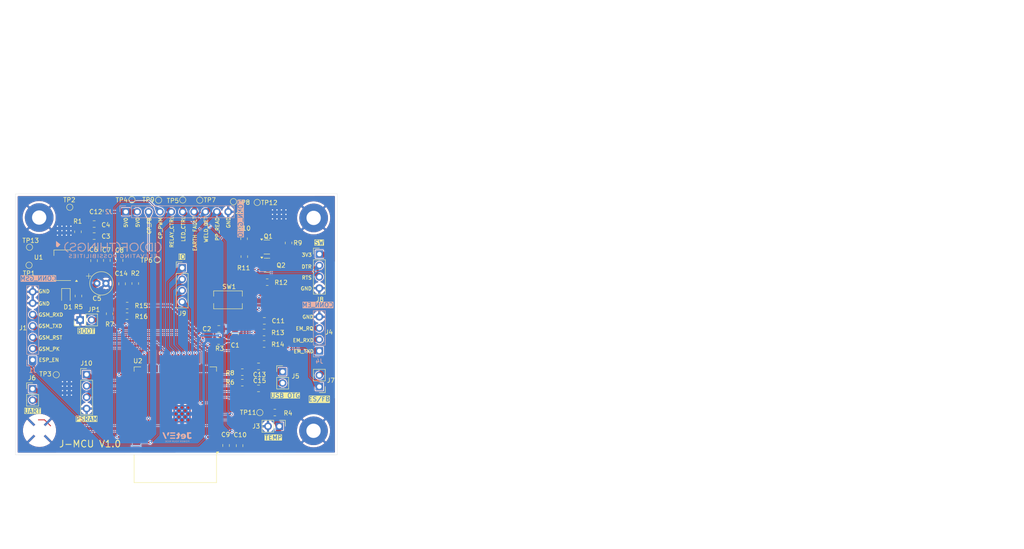
<source format=kicad_pcb>
(kicad_pcb (version 20241229) (generator "pcbnew") (generator_version "9.0")
  (layers (0 "F.Cu" signal) (2 "B.Cu" signal) (13 "F.Paste" user) (15 "B.Paste" user) (5 "F.SilkS" user "F.Silkscreen") (7 "B.SilkS" user "B.Silkscreen") (1 "F.Mask" user) (3 "B.Mask" user) (25 "Edge.Cuts" user))
  (net 0 "")
  (net 1 "VDD_MCU_3V3")
  (net 2 "GND")
  (net 3 "/Controller/ESP_EN")
  (net 4 "VCC_5V0")
  (net 5 "/Controller/ES{slash}FB")
  (net 6 "/Controller/WELD_DET")
  (net 7 "/Controller/ESP_UART0_TX")
  (net 8 "/Controller/RTS")
  (net 9 "/Controller/DTR")
  (net 10 "/Controller/ESP_UART0_RX")
  (net 11 "/Controller/TEMP_PROBE")
  (net 12 "/Controller/MCU_EM_RXD")
  (net 13 "/Controller/MCU_EM_IRQ")
  (net 14 "/Controller/MCU_EM_TXD")
  (net 15 "/Controller/IO45")
  (net 16 "/Controller/RELAY_CTRL")
  (net 17 "/Controller/CP_FB")
  (net 18 "/Controller/LED_CTRL")
  (net 19 "/Controller/EARTH_FAULT_INPUT")
  (net 20 "/Controller/GSM_TXD")
  (net 21 "/Controller/GSM_RST")
  (net 22 "/Controller/GSM_RXD")
  (net 23 "/Controller/GSM_P_K")
  (net 24 "/Controller/BOOTMODE")
  (net 25 "Net-(D1-A)")
  (net 26 "Net-(Q1-B)")
  (net 27 "Net-(Q1-C)")
  (net 28 "Net-(Q2-B)")
  (net 29 "/Controller/PP_READ")
  (net 30 "/Controller/CP_PWM")
  (net 31 "Net-(U1-VI)")
  (net 32 "Net-(U1-VO)")
  (net 33 "Net-(J7-Pin_1)")
  (net 34 "/Controller/GPIO10")
  (net 35 "/Controller/GPIO13")
  (net 37 "/Controller/GPIO11")
  (net 40 "/Controller/GPIO35")
  (net 41 "/Controller/GPIO12")
  (net 42 "/Controller/GPIO36")
  (net 43 "/Controller/GPIO37")
  (net 46 "Net-(Q2-C)")
  (net 47 "/Controller/USB_D-")
  (net 48 "/Controller/USB_D+")
  (net 49 "/Controller/CONN_D-")
  (net 50 "/Controller/CONN_D+")
  (footprint "Resistor_SMD:R_0805_2012Metric" (layer "F.Cu") (at 99.1154 97.842)
    (property "Reference" "R3")
    (property "Value" "10K")
  )
  (footprint "Resistor_SMD:R_0805_2012Metric" (layer "F.Cu") (at 78.6873 92.2776)
    (property "Reference" "R16")
    (property "Value" "10K")
  )
  (footprint "Capacitor_SMD:C_0805_2012Metric" (layer "F.Cu") (at 99.1654 95.142 180)
    (property "Reference" "C2")
    (property "Value" "1uF")
  )
  (footprint "Resistor_SMD:R_0805_2012Metric" (layer "F.Cu") (at 104.4049 107.1532)
    (property "Reference" "R6")
    (property "Value" "0R")
  )
  (footprint "TestPoint:TestPoint_Pad_D1.0mm" (layer "F.Cu") (at 94.916 66.3696)
    (property "Reference" "TP7")
    (property "Value" "TestPoint")
  )
  (footprint "Resistor_SMD:R_0805_2012Metric" (layer "F.Cu") (at 104.4124 104.8032)
    (property "Reference" "R8")
    (property "Value" "0R")
  )
  (footprint "Package_TO_SOT_SMD:SOT-23" (layer "F.Cu") (at 109.9246 80.9045)
    (property "Reference" "Q2")
    (property "Value" "S8050W")
  )
  (footprint "Capacitor_SMD:C_0805_2012Metric" (layer "F.Cu") (at 77.009 79.8316 -90)
    (property "Reference" "C8")
    (property "Value" "0.1uF")
  )
  (footprint "TestPoint:TestPoint_Pad_D1.0mm" (layer "F.Cu") (at 85.4164 79.6792)
    (property "Reference" "TP6")
    (property "Value" "TestPoint")
  )
  (footprint "Package_TO_SOT_SMD:SOT-23" (layer "F.Cu") (at 109.8921 76.842)
    (property "Reference" "Q1")
    (property "Value" "S8050W")
  )
  (footprint "TestPoint:TestPoint_Pad_D1.0mm" (layer "F.Cu") (at 56.7906 80.8984 -90)
    (property "Reference" "TP1")
    (property "Value" "TestPoint")
  )
  (footprint "Resistor_SMD:R_0805_2012Metric" (layer "F.Cu") (at 104.8606 78.9809 -90)
    (property "Reference" "R11")
    (property "Value" "10K")
  )
  (footprint "Capacitor_THT:C_Radial_D5.0mm_H11.0mm_P2.00mm" (layer "F.Cu") (at 71.961 84.9624)
    (property "Reference" "C5")
    (property "Value" "100uF")
  )
  (footprint "Capacitor_SMD:C_0805_2012Metric" (layer "F.Cu") (at 108.0424 103.5132 180)
    (property "Reference" "C13")
    (property "Value" "0.1uF")
  )
  (footprint "Resistor_SMD:R_0805_2012Metric" (layer "F.Cu") (at 80.5078 84.994 90)
    (property "Reference" "R2")
    (property "Value" "0R")
  )
  (footprint "Capacitor_SMD:C_0805_2012Metric" (layer "F.Cu") (at 74.1642 79.8316 -90)
    (property "Reference" "C7")
    (property "Value" "0.1uF")
  )
  (footprint "Connector_PinHeader_2.54mm:PinHeader_1x02_P2.54mm_Vertical" (layer "F.Cu") (at 121.6114 108.035 180)
    (property "Reference" "J7")
    (property "Value" "ES/FB")
  )
  (footprint "TestPoint:TestPoint_Pad_D1.0mm" (layer "F.Cu") (at 62.8612 105.384)
    (property "Reference" "TP3")
    (property "Value" "TestPoint")
  )
  (footprint "Resistor_SMD:R_0805_2012Metric" (layer "F.Cu") (at 67.8251 87.7837 -90)
    (property "Reference" "R5")
    (property "Value" "2.2K")
  )
  (footprint "TestPoint:TestPoint_Pad_D1.0mm" (layer "F.Cu") (at 85.7212 66.3696)
    (property "Reference" "TP9")
    (property "Value" "TestPoint")
  )
  (footprint "TestPoint:TestPoint_Pad_D1.0mm" (layer "F.Cu") (at 91.106 66.3188)
    (property "Reference" "TP5")
    (property "Value" "TestPoint")
  )
  (footprint "Resistor_SMD:R_0805_2012Metric" (layer "F.Cu") (at 109.2689 95.9352)
    (property "Reference" "R13")
    (property "Value" "0R")
  )
  (footprint "Resistor_SMD:R_0805_2012Metric" (layer "F.Cu") (at 74.7992 91.7442 90)
    (property "Reference" "R7")
    (property "Value" "10K")
  )
  (footprint "TestPoint:TestPoint_Pad_D1.0mm" (layer "F.Cu") (at 79.7522 66.268)
    (property "Reference" "TP4")
    (property "Value" "TestPoint")
  )
  (footprint "Capacitor_SMD:C_0805_2012Metric" (layer "F.Cu") (at 103.806 121.2336 -90)
    (property "Reference" "C10")
    (property "Value" "22uF")
  )
  (footprint "TestPoint:TestPoint_Pad_D1.0mm" (layer "F.Cu") (at 56.8922 76.8852 180)
    (property "Reference" "TP13")
    (property "Value" "TestPoint")
  )
  (footprint "Capacitor_SMD:C_0805_2012Metric_Pad1.18x1.45mm_HandSolder" (layer "F.Cu") (at 71.3158 79.8934 -90)
    (property "Reference" "C6")
    (property "Value" "1uF")
  )
  (footprint "Capacitor_SMD:C_0805_2012Metric" (layer "F.Cu") (at 71.3346 71.7036 180)
    (property "Reference" "C4")
    (property "Value" "0.1uF")
  )
  (footprint "Resistor_SMD:R_0805_2012Metric" (layer "F.Cu") (at 104.8098 74.9878 -90)
    (property "Reference" "R10")
    (property "Value" "10K")
  )
  (footprint "Button_Switch_SMD:SW_Tactile_SPST_NO_Straight_CK_PTS636Sx25SMTRLFS" (layer "F.Cu") (at 101.2152 88.6454)
    (property "Reference" "SW1")
    (property "Value" "SW_SPST")
  )
  (footprint "TestPoint:TestPoint_Pad_D1.0mm" (layer "F.Cu") (at 102.4382 66.7004)
    (property "Reference" "TP8")
    (property "Value" "TestPoint")
  )
  (footprint "MountingHole:MountingHole_3.2mm_M3_Pad" (layer "F.Cu") (at 59.0554 70.252)
    (property "Reference" "H1" (hide yes))
    (property "Value" "MountingHole_Pad")
  )
  (footprint "Connector_PinHeader_2.54mm:PinHeader_1x02_P2.54mm_Vertical" (layer "F.Cu") (at 57.578 108.5286)
    (property "Reference" "J6")
    (property "Value" "UART")
  )
  (footprint "Connector_PinHeader_2.54mm:PinHeader_1x04_P2.54mm_Vertical" (layer "F.Cu") (at 90.9854 81.492)
    (property "Reference" "J9")
    (property "Value" "IO")
  )
  (footprint "Capacitor_SMD:C_0805_2012Metric" (layer "F.Cu") (at 109.333 93.3444 180)
    (property "Reference" "C11")
    (property "Value" "0.1uF")
  )
  (footprint "Capacitor_SMD:C_0805_2012Metric" (layer "F.Cu") (at 74.0626 68.7572 -90)
    (property "Reference" "C12")
    (property "Value" "0.1uF")
  )
  (footprint "Connector_PinHeader_2.54mm:PinHeader_1x04_P2.54mm_Vertical" (layer "F.Cu") (at 121.6214 78.42)
    (property "Reference" "J8")
    (property "Value" "SW")
  )
  (footprint "MountingHole:MountingHole_3.2mm_M3_Pad" (layer "F.Cu") (at 120.3414 70.332)
    (property "Reference" "H4" (hide yes))
    (property "Value" "MountingHole_Pad")
  )
  (footprint "Resistor_SMD:R_0805_2012Metric" (layer "F.Cu") (at 109.966 84.6906)
    (property "Reference" "R12")
    (property "Value" "0R")
  )
  (footprint "Capacitor_SMD:C_0805_2012Metric" (layer "F.Cu") (at 71.3346 74.396 180)
    (property "Reference" "C3")
    (property "Value" "10uF")
  )
  (footprint "Connector_PinHeader_2.54mm:PinHeader_1x02_P2.54mm_Vertical" (layer "F.Cu") (at 113.4224 104.6982)
    (property "Reference" "J5")
    (property "Value" "USB OTG")
  )
  (footprint "Connector_PinHeader_2.54mm:PinHeader_1x02_P2.54mm_Vertical" (layer "F.Cu") (at 112.6904 116.892 -90)
    (property "Reference" "J3")
    (property "Value" "TEMP")
  )
  (footprint "Resistor_SMD:R_0805_2012Metric" (layer "F.Cu") (at 67.7126 73.4308 -90)
    (property "Reference" "R1")
    (property "Value" "0R")
  )
  (footprint "LED_SMD:LED_0805_2012Metric" (layer "F.Cu") (at 65.0251 87.7937 -90)
    (property "Reference" "D1")
    (property "Value" "LED")
  )
  (footprint "Capacitor_SMD:C_0805_2012Metric" (layer "F.Cu") (at 100.7854 121.192 -90)
    (property "Reference" "C9")
    (property "Value" "0.1uF")
  )
  (footprint "RF_Module:ESP32-S3-WROOM-1" (layer "F.Cu") (at 89.4554 116.582 180)
    (property "Reference" "U2")
    (property "Value" "ESP32-S3-WROOM-1")
  )
  (footprint "Connector_PinHeader_2.54mm:PinHeader_1x04_P2.54mm_Vertical" (layer "F.Cu") (at 69.643 105.3332)
    (property "Reference" "J10")
    (property "Value" "PSRAM")
  )
  (footprint "Resistor_SMD:R_0805_2012Metric" (layer "F.Cu") (at 114.7412 75.9276 -90)
    (property "Reference" "R9")
    (property "Value" "0R")
  )
  (footprint "Resistor_SMD:R_0805_2012Metric" (layer "F.Cu") (at 78.7073 89.9276 180)
    (property "Reference" "R15")
    (property "Value" "10K")
  )
  (footprint "MountingHole:MountingHole_3.2mm_M3_Pad" (layer "F.Cu") (at 120.3154 117.912)
    (property "Reference" "H2" (hide yes))
    (property "Value" "MountingHole_Pad")
  )
  (footprint "Resistor_SMD:R_0805_2012Metric" (layer "F.Cu") (at 109.2834 98.502 180)
    (property "Reference" "R14")
    (property "Value" "10K")
  )
  (footprint "TestPoint:TestPoint_Pad_D1.0mm" (layer "F.Cu") (at 108.3272 113.8422)
    (property "Reference" "TP11")
    (property "Value" "TestPoint")
  )
  (footprint "Capacitor_SMD:C_0805_2012Metric" (layer "F.Cu") (at 108.0324 108.4332 180)
    (property "Reference" "C15")
    (property "Value" "0.1uF")
  )
  (footprint "TestPoint:TestPoint_Pad_D1.0mm" (layer "F.Cu") (at 65.8838 67.9444)
    (property "Reference" "TP2")
    (property "Value" "TestPoint")
  )
  (footprint "Resistor_SMD:R_0805_2012Metric" (layer "F.Cu") (at 111.6754 113.832)
    (property "Reference" "R4")
    (property "Value" "10K")
  )
  (footprint "TestPoint:TestPoint_Pad_D1.0mm" (layer "F.Cu") (at 107.743 66.8776)
    (property "Reference" "TP12")
    (property "Value" "TestPoint")
  )
  (footprint "Capacitor_SMD:C_0805_2012Metric" (layer "F.Cu") (at 102.79 96.2146 -90)
    (property "Reference" "C1")
    (property "Value" "1uF")
  )
  (footprint "Capacitor_SMD:C_0805_2012Metric" (layer "F.Cu") (at 77.5678 85.064 -90)
    (property "Reference" "C14")
    (property "Value" "0.1uF")
  )
  (footprint "Connector_PinHeader_2.54mm:PinHeader_1x02_P2.54mm_Vertical" (layer "F.Cu") (at 68.2156 93.1412 90)
    (property "Reference" "JP1")
    (property "Value" "CONN_2P")
  )
  (footprint "Package_TO_SOT_SMD:SOT-223-3_TabPin2" (layer "F.Cu") (at 64.2578 80.9124 180)
    (property "Reference" "U1")
    (property "Value" "AMS1117-3.3" (hide yes))
  )
  (footprint "Connector_PinHeader_2.54mm:PinHeader_1x10_P2.54mm_Vertical" (layer "B.Cu") (at 78.4054 68.962 -90)
    (property "Reference" "J2")
    (property "Value" "CONN_GPIO")
  )
  (footprint "Connector_PinHeader_2.54mm:PinHeader_1x04_P2.54mm_Vertical" (layer "B.Cu") (at 121.6114 100.05)
    (property "Reference" "J4")
    (property "Value" "CONN_EM")
  )
  (footprint "Connector_PinHeader_2.54mm:PinHeader_1x07_P2.54mm_Vertical" (layer "B.Cu") (at 57.6034 102.082)
    (property "Reference" "J1")
    (property "Value" "CONN_GSM")
  )
  (gr_poly (pts (xy 70.391331 77.21566) (xy 70.38663 77.215934) (xy 70.381922 77.216421) (xy 70.3772 77.217122) (xy 70.372454 77.218036) (xy 70.367679 77.219165) (xy 70.362867 77.220509) (xy 70.35801 77.222068) (xy 70.347265 77.226093) (xy 70.337067 77.230769) (xy 70.327438 77.236068) (xy 70.318397 77.241966) (xy 70.309964 77.248435) (xy 70.30216 77.255448) (xy 70.295005 77.262979) (xy 70.288517 77.271002) (xy 70.282718 77.27949) (xy 70.277627 77.288417) (xy 70.273265 77.297756) (xy 70.269651 77.30748) (xy 70.266805 77.317563) (xy 70.264748 77.327979) (xy 70.263498 77.338701) (xy 70.263078 77.349702) (xy 70.263191 77.354903) (xy 70.263529 77.360082) (xy 70.264087 77.365234) (xy 70.264859 77.370353) (xy 70.265842 77.375432) (xy 70.267031 77.380465) (xy 70.268421 77.385445) (xy 70.270008 77.390367) (xy 70.271787 77.395225) (xy 70.273753 77.400011) (xy 70.275903 77.404721) (xy 70.27823 77.409347) (xy 70.280731 77.413884) (xy 70.283402 77.418325) (xy 70.286237 77.422664) (xy 70.289232 77.426895) (xy 70.292382 77.431011) (xy 70.295683 77.435007) (xy 70.29913 77.438876) (xy 70.302718 77.442612) (xy 70.306444 77.446208) (xy 70.310302 77.449659) (xy 70.314288 77.452959) (xy 70.318397 77.4561) (xy 70.322625 77.459077) (xy 70.326966 77.461884) (xy 70.331417 77.464514) (xy 70.335973 77.466961) (xy 70.340629 77.46922) (xy 70.345381 77.471283) (xy 70.350224 77.473144) (xy 70.355153 77.474798) (xy 70.360054 77.476182) (xy 70.365208 77.477359) (xy 70.370575 77.478329) (xy 70.376118 77.479094) (xy 70.381799 77.479654) (xy 70.387579 77.480011) (xy 70.393421 77.480164) (xy 70.399286 77.480116) (xy 70.405136 77.479867) (xy 70.410933 77.479418) (xy 70.416638 77.478769) (xy 70.422215 77.477923) (xy 70.427624 77.47688) (xy 70.432828 77.47564) (xy 70.437788 77.474205) (xy 70.442466 77.472575) (xy 70.446689 77.470721) (xy 70.451117 77.468399) (xy 70.455709 77.465645) (xy 70.460424 77.462499) (xy 70.46522 77.458998) (xy 70.470058 77.455179) (xy 70.474895 77.45108) (xy 70.479692 77.446738) (xy 70.484407 77.442192) (xy 70.488999 77.437479) (xy 70.493427 77.432637) (xy 70.49765 77.427703) (xy 70.501628 77.422715) (xy 70.50532 77.417711) (xy 70.508684 77.412729) (xy 70.51168 77.407805) (xy 70.513323 77.404786) (xy 70.514913 77.401465) (xy 70.516442 77.397876) (xy 70.517901 77.394053) (xy 70.519282 77.390029) (xy 70.520576 77.385838) (xy 70.521776 77.381513) (xy 70.522872 77.377087) (xy 70.523857 77.372594) (xy 70.524721 77.368068) (xy 70.525458 77.363542) (xy 70.526057 77.359049) (xy 70.526512 77.354623) (xy 70.526813 77.350298) (xy 70.526952 77.346107) (xy 70.526921 77.342083) (xy 70.52661 77.336075) (xy 70.525926 77.329977) (xy 70.524881 77.323819) (xy 70.523487 77.31763) (xy 70.521759 77.311439) (xy 70.51971 77.305276) (xy 70.517351 77.299169) (xy 70.514696 77.293148) (xy 70.511759 77.287242) (xy 70.508552 77.281482) (xy 70.505088 77.275895) (xy 70.501381 77.270511) (xy 70.497443 77.26536) (xy 70.493287 77.260471) (xy 70.488926 77.255873) (xy 70.484374 77.251595) (xy 70.477961 77.245952) (xy 70.475058 77.243506) (xy 70.4723 77.241276) (xy 70.469641 77.239241) (xy 70.46704 77.237375) (xy 70.464452 77.235654) (xy 70.461832 77.234053) (xy 70.459139 77.23255) (xy 70.456327 77.231119) (xy 70.453354 77.229736) (xy 70.450174 77.228378) (xy 70.446746 77.22702) (xy 70.443025 77.225637) (xy 70.434528 77.222703) (xy 70.42956 77.221081) (xy 70.424651 77.219667) (xy 70.419794 77.218463) (xy 70.414982 77.217469) (xy 70.410207 77.216685) (xy 70.405462 77.216111) (xy 70.400739 77.215749) (xy 70.396031 77.215599)) (stroke (width -0.000001)) (fill yes) (layer "B.SilkS"))
  (gr_poly (pts (xy 88.341776 120.087884) (xy 88.330669 120.088209) (xy 88.320265 120.088767) (xy 88.310522 120.08957) (xy 88.3014 120.090631) (xy 88.292856 120.091964) (xy 88.28485 120.093581) (xy 88.277339 120.095495) (xy 88.270284 120.097719) (xy 88.263642 120.100267) (xy 88.257372 120.10315) (xy 88.251432 120.106382) (xy 88.245782 120.109975) (xy 88.24038 120.113944) (xy 88.235185 120.1183) (xy 88.230155 120.123056) (xy 88.222404 120.131148) (xy 88.215683 120.138928) (xy 88.212708 120.142719) (xy 88.20999 120.146454) (xy 88.207529 120.150141) (xy 88.205323 120.153786) (xy 88.203374 120.157398) (xy 88.20168 120.160984) (xy 88.200241 120.164552) (xy 88.199057 120.168108) (xy 88.198127 120.17166) (xy 88.197452 120.175215) (xy 88.19703 120.178782) (xy 88.196862 120.182367) (xy 88.196947 120.185978) (xy 88.197285 120.189622) (xy 88.197876 120.193306) (xy 88.198719 120.197039) (xy 88.199814 120.200828) (xy 88.20116 120.204679) (xy 88.202758 120.208601) (xy 88.204607 120.212601) (xy 88.206706 120.216686) (xy 88.209055 120.220864) (xy 88.214504 120.229527) (xy 88.220951 120.23865) (xy 88.228391 120.248292) (xy 88.233374 120.254628) (xy 88.237745 120.260453) (xy 88.241511 120.265834) (xy 88.24468 120.270837) (xy 88.246043 120.273218) (xy 88.24726 120.27553) (xy 88.248331 120.277781) (xy 88.249258 120.27998) (xy 88.250042 120.282135) (xy 88.250683 120.284254) (xy 88.251183 120.286347) (xy 88.251543 120.28842) (xy 88.251762 120.290484) (xy 88.251844 120.292545) (xy 88.251787 120.294613) (xy 88.251594 120.296696) (xy 88.251266 120.298801) (xy 88.250802 120.300939) (xy 88.250205 120.303117) (xy 88.249475 120.305343) (xy 88.248614 120.307626) (xy 88.247621 120.309974) (xy 88.245248 120.314899) (xy 88.242363 120.320187) (xy 88.238975 120.325903) (xy 88.236621 120.329801) (xy 88.234203 120.334185) (xy 88.229246 120.344203) (xy 88.224247 120.355545) (xy 88.219351 120.367795) (xy 88.214704 120.380542) (xy 88.210449 120.393372) (xy 88.206732 120.405871) (xy 88.203697 120.417625) (xy 88.202189 120.425546) (xy 88.200975 120.432787) (xy 88.200481 120.43616) (xy 88.200062 120.439372) (xy 88.199719 120.442426) (xy 88.199453 120.445324) (xy 88.199264 120.44807) (xy 88.199154 120.450666) (xy 88.199122 120.453115) (xy 88.19917 120.455421) (xy 88.199298 120.457586) (xy 88.199507 120.459614) (xy 88.199797 120.461506) (xy 88.200169 120.463266) (xy 88.200624 120.464897) (xy 88.201162 120.466401) (xy 88.201784 120.467783) (xy 88.202491 120.469043) (xy 88.203283 120.470187) (xy 88.204161 120.471215) (xy 88.205125 120.472132) (xy 88.206177 120.47294) (xy 88.207317 120.473642) (xy 88.208545 120.474241) (xy 88.209862 120.47474) (xy 88.211269 120.475141) (xy 88.212767 120.475448) (xy 88.214355 120.475664) (xy 88.216035 120.475792) (xy 88.217808 120.475834) (xy 88.219301 120.475746) (xy 88.220803 120.475485) (xy 88.222313 120.475053) (xy 88.22383 120.474452) (xy 88.226877 120.472752) (xy 88.229935 120.470404) (xy 88.232992 120.467425) (xy 88.236039 120.463834) (xy 88.239066 120.459649) (xy 88.242061 120.454888) (xy 88.245015 120.449568) (xy 88.247918 120.443708) (xy 88.250758 120.437327) (xy 88.253527 120.430441) (xy 88.256212 120.42307) (xy 88.258804 120.415231) (xy 88.261294 120.406943) (xy 88.263669 120.398223) (xy 88.266338 120.388027) (xy 88.269064 120.378589) (xy 88.271862 120.369879) (xy 88.274748 120.36187) (xy 88.277738 120.354532) (xy 88.279276 120.351106) (xy 88.280846 120.347838) (xy 88.28245 120.344723) (xy 88.284089 120.341759) (xy 88.285765 120.338941) (xy 88.287481 120.336266) (xy 88.289239 120.333731) (xy 88.291039 120.331331) (xy 88.292885 120.329064) (xy 88.294778 120.326926) (xy 88.29672 120.324914) (xy 88.298713 120.323023) (xy 88.300759 120.32125) (xy 88.30286 120.319592) (xy 88.305018 120.318045) (xy 88.307235 120.316605) (xy 88.309512 120.31527) (xy 88.311852 120.314035) (xy 88.314257 120.312897) (xy 88.316728 120.311852) (xy 88.319267 120.310897) (xy 88.321877 120.310028) (xy 88.333385 120.307276) (xy 88.343495 120.305043) (xy 88.352298 120.303435) (xy 88.359884 120.302559) (xy 88.363248 120.302428) (xy 88.366343 120.30252) (xy 88.369178 120.302847) (xy 88.371766 120.303424) (xy 88.374117 120.304263) (xy 88.376243 120.305377) (xy 88.378155 120.30678) (xy 88.379865 120.308485) (xy 88.381384 120.310505) (xy 88.382722 120.312853) (xy 88.383893 120.315544) (xy 88.384905 120.318589) (xy 88.385772 120.322003) (xy 88.386504 120.325798) (xy 88.38761 120.334585) (xy 88.388312 120.345057) (xy 88.388702 120.357319) (xy 88.388905 120.387639) (xy 88.388989 120.399675) (xy 88.389246 120.410673) (xy 88.389442 120.415794) (xy 88.389684 120.420668) (xy 88.389973 120.425301) (xy 88.390311 120.429697) (xy 88.390697 120.43386) (xy 88.391134 120.437795) (xy 88.391621 120.441507) (xy 88.392161 120.445) (xy 88.392753 120.448278) (xy 88.3934 120.451347) (xy 88.394101 120.45421) (xy 88.394858 120.456872) (xy 88.395672 120.459338) (xy 88.396544 120.461611) (xy 88.397475 120.463698) (xy 88.398465 120.465602) (xy 88.399516 120.467327) (xy 88.400629 120.468879) (xy 88.401805 120.470261) (xy 88.403044 120.471479) (xy 88.404348 120.472537) (xy 88.405717 120.473438) (xy 88.407153 120.474189) (xy 88.408656 120.474793) (xy 88.410228 120.475255) (xy 88.411869 120.47558) (xy 88.413581 120.475771) (xy 88.415364 120.475834) (xy 88.419149 120.475418) (xy 88.422578 120.47408) (xy 88.425665 120.471683) (xy 88.428427 120.468089) (xy 88.430879 120.463162) (xy 88.433037 120.456765) (xy 88.434915 120.448761) (xy 88.43653 120.439012) (xy 88.437897 120.427383) (xy 88.439031 120.413736) (xy 88.440664 120.37984) (xy 88.441553 120.336228) (xy 88.441822 120.281806) (xy 88.441822 120.193611) (xy 88.388905 120.193611) (xy 88.388872 120.20605) (xy 88.388726 120.216966) (xy 88.388394 120.226451) (xy 88.387803 120.234594) (xy 88.387388 120.238192) (xy 88.386881 120.241487) (xy 88.386274 120.244493) (xy 88.385557 120.247221) (xy 88.38472 120.24968) (xy 88.383756 120.251884) (xy 88.382656 120.253843) (xy 88.381409 120.255568) (xy 88.380007 120.257071) (xy 88.378441 120.258363) (xy 88.376702 120.259456) (xy 88.37478 120.26036) (xy 88.372668 120.261087) (xy 88.370355 120.261649) (xy 88.367833 120.262056) (xy 88.365093 120.26232) (xy 88.362125 120.262453) (xy 88.358921 120.262465) (xy 88.351767 120.262172) (xy 88.343559 120.261534) (xy 88.334225 120.260639) (xy 88.327874 120.259865) (xy 88.321726 120.258871) (xy 88.315785 120.257664) (xy 88.310057 120.25625) (xy 88.304548 120.254638) (xy 88.299262 120.252834) (xy 88.294205 120.250845) (xy 88.289383 120.248678) (xy 88.284802 120.246341) (xy 88.280466 120.24384) (xy 88.276382 120.241183) (xy 88.272554 120.238377) (xy 88.268989 120.235429) (xy 88.265691 120.232346) (xy 88.262667 120.229135) (xy 88.259921 120.225803) (xy 88.257459 120.222357) (xy 88.255288 120.218805) (xy 88.253411 120.215153) (xy 88.251835 120.211409) (xy 88.250566 120.20758) (xy 88.249608 120.203672) (xy 88.248967 120.199694) (xy 88.248649 120.195651) (xy 88.248659 120.191552) (xy 88.249002 120.187403) (xy 88.249685 120.183211) (xy 88.250712 120.178984) (xy 88.25209 120.174728) (xy 88.253823 120.170451) (xy 88.255917 120.16616) (xy 88.258378 120.161862) (xy 88.260625 120.158888) (xy 88.263373 120.155933) (xy 88.266586 120.153013) (xy 88.270229 120.150148) (xy 88.274264 120.147356) (xy 88.278655 120.144653) (xy 88.283367 120.14206) (xy 88.288363 120.139593) (xy 88.293608 120.13727) (xy 88.299064 120.13511) (xy 88.304696 120.133132) (xy 88.310467 120.131352) (xy 88.316342 120.129789) (xy 88.322284 120.128461) (xy 88.328257 120.127387) (xy 88.334225 120.126584) (xy 88.343559 120.125689) (xy 88.351767 120.125051) (xy 88.358921 120.124758) (xy 88.365093 120.124903) (xy 88.367833 120.125167) (xy 88.370355 120.125574) (xy 88.372668 120.126135) (xy 88.37478 120.126863) (xy 88.376702 120.127767) (xy 88.378441 120.12886) (xy 88.380007 120.130152) (xy 88.381409 120.131655) (xy 88.382656 120.13338) (xy 88.383756 120.135339) (xy 88.38472 120.137543) (xy 88.385557 120.140002) (xy 88.386274 120.14273) (xy 88.386881 120.145735) (xy 88.387803 120.152629) (xy 88.388394 120.160772) (xy 88.388726 120.170257) (xy 88.388905 120.193611) (xy 88.441822 120.193611) (xy 88.441822 120.087778) (xy 88.353628 120.087778)) (stroke (width -0.000001)) (fill yes) (layer "B.SilkS"))
  (gr_poly (pts (xy 91.231343 118.559341) (xy 91.19878 118.560251) (xy 91.155519 118.563287) (xy 91.134437 118.56559) (xy 91.113724 118.568415) (xy 91.093381 118.57176) (xy 91.073412 118.575622) (xy 91.053817 118.579999) (xy 91.034601 118.58489) (xy 91.015764 118.590292) (xy 90.997309 118.596204) (xy 90.979238 118.602624) (xy 90.961554 118.60955) (xy 90.944259 118.616979) (xy 90.927355 118.624911) (xy 90.910845 118.633342) (xy 90.89473 118.642271) (xy 90.879013 118.651697) (xy 90.863696 118.661616) (xy 90.848781 118.672028) (xy 90.834272 118.68293) (xy 90.820169 118.694321) (xy 90.806475 118.706198) (xy 90.793193 118.718559) (xy 90.780325 118.731403) (xy 90.767873 118.744727) (xy 90.755838 118.75853) (xy 90.744225 118.77281) (xy 90.733034 118.787565) (xy 90.722268 118.802792) (xy 90.71193 118.818491) (xy 90.702021 118.834658) (xy 90.692544 118.851292) (xy 90.683108 118.870175) (xy 90.674026 118.890897) (xy 90.665363 118.913149) (xy 90.657183 118.93662) (xy 90.649551 118.961001) (xy 90.642531 118.985982) (xy 90.636189 119.011251) (xy 90.630587 119.0365) (xy 90.625792 119.061419) (xy 90.621868 119.085696) (xy 90.618879 119.109023) (xy 90.61689 119.131089) (xy 90.615965 119.151584) (xy 90.61617 119.170198) (xy 90.617568 119.18662) (xy 90.620225 119.200542) (xy 90.629044 119.241112) (xy 91.034738 119.241112) (xy 91.125692 119.241435) (xy 91.206414 119.242379) (xy 91.276429 119.243902) (xy 91.335261 119.245962) (xy 91.382435 119.248519) (xy 91.401501 119.24997) (xy 91.417475 119.25153) (xy 91.430296 119.253193) (xy 91.439906 119.254954) (xy 91.446244 119.256808) (xy 91.448168 119.257769) (xy 91.449252 119.25875) (xy 91.450658 119.261939) (xy 91.451262 119.265533) (xy 91.451096 119.269503) (xy 91.450196 119.273819) (xy 91.448596 119.278454) (xy 91.44633 119.283377) (xy 91.439937 119.293973) (xy 91.43129 119.305375) (xy 91.420665 119.317351) (xy 91.408334 119.329669) (xy 91.394572 119.342094) (xy 91.379652 119.354396) (xy 91.363848 119.366341) (xy 91.347435 119.377697) (xy 91.330686 119.388231) (xy 91.313875 119.397711) (xy 91.297275 119.405904) (xy 91.281162 119.412578) (xy 91.265808 119.417501) (xy 91.248434 119.421658) (xy 91.230747 119.42488) (xy 91.212807 119.427182) (xy 91.194673 119.42858) (xy 91.176405 119.429089) (xy 91.158062 119.428725) (xy 91.139704 119.427502) (xy 91.121389 119.425438) (xy 91.103178 119.422547) (xy 91.08513 119.418844) (xy 91.067304 119.414346) (xy 91.049759 119.409067) (xy 91.032555 119.403023) (xy 91.015752 119.39623) (xy 90.999409 119.388704) (xy 90.983585 119.380459) (xy 90.970263 119.373133) (xy 90.957954 119.367078) (xy 90.952121 119.36455) (xy 90.946471 119.362367) (xy 90.940982 119.360538) (xy 90.93563 119.359072) (xy 90.930391 119.357978) (xy 90.925243 119.357265) (xy 90.920162 119.356942) (xy 90.915125 119.357018) (xy 90.910108 119.357503) (xy 90.905089 119.358405) (xy 90.900044 119.359733) (xy 90.89495 119.361497) (xy 90.889784 119.363705) (xy 90.884522 119.366367) (xy 90.879141 119.369491) (xy 90.873618 119.373086) (xy 90.86793 119.377163) (xy 90.862053 119.381728) (xy 90.84964 119.392365) (xy 90.836194 119.405069) (xy 90.821528 119.419912) (xy 90.805457 119.436967) (xy 90.787794 119.456306) (xy 90.771128 119.475135) (xy 90.756912 119.49209) (xy 90.745238 119.507408) (xy 90.740384 119.514525) (xy 90.7362 119.521322) (xy 90.732698 119.527826) (xy 90.72989 119.534068) (xy 90.727788 119.540077) (xy 90.726402 119.545882) (xy 90.725745 119.551512) (xy 90.725829 119.556998) (xy 90.726664 119.562368) (xy 90.728263 119.567651) (xy 90.730637 119.572878) (xy 90.733797 119.578078) (xy 90.737756 119.583279) (xy 90.742525 119.588512) (xy 90.748116 119.593805) (xy 90.75454 119.599188) (xy 90.761809 119.604691) (xy 90.769935 119.610343) (xy 90.788802 119.622211) (xy 90.811234 119.635027) (xy 90.837326 119.649027) (xy 90.867169 119.664445) (xy 90.905444 119.68381) (xy 90.922088 119.691757) (xy 90.937559 119.698648) (xy 90.952224 119.704557) (xy 90.96645 119.709558) (xy 90.980603 119.713728) (xy 90.995051 119.717141) (xy 91.01016 119.719872) (xy 91.026298 119.721995) (xy 91.043831 119.723586) (xy 91.063126 119.72472) (xy 91.08455 119.725472) (xy 91.10847 119.725916) (xy 91.165266 119.726181) (xy 91.208419 119.725685) (xy 91.249216 119.724197) (xy 91.287615 119.721716) (xy 91.323575 119.718243) (xy 91.340628 119.716135) (xy 91.357055 119.713779) (xy 91.372851 119.711174) (xy 91.388012 119.708322) (xy 91.402532 119.705221) (xy 91.416407 119.701872) (xy 91.42963 119.698276) (xy 91.442197 119.694431) (xy 91.48363 119.680326) (xy 91.523218 119.663863) (xy 91.560895 119.64512) (xy 91.596592 119.624179) (xy 91.630243 119.601119) (xy 91.66178 119.57602) (xy 91.691137 119.548962) (xy 91.718245 119.520027) (xy 91.743039 119.489292) (xy 91.76545 119.45684) (xy 91.785412 119.42275) (xy 91.802857 119.387101) (xy 91.817718 119.349974) (xy 91.829928 119.31145) (xy 91.839421 119.271608) (xy 91.846127 119.230528) (xy 91.849343 119.200652) (xy 91.851392 119.171225) (xy 91.852285 119.142264) (xy 91.852032 119.113784) (xy 91.850645 119.085802) (xy 91.848135 119.058333) (xy 91.844512 119.031393) (xy 91.839788 119.004999) (xy 91.83763 118.995411) (xy 91.45335 118.995411) (xy 91.453332 118.998525) (xy 91.45278 119.001223) (xy 91.451212 119.003496) (xy 91.447847 119.005684) (xy 91.442703 119.007784) (xy 91.435803 119.009794) (xy 91.416813 119.013532) (xy 91.391044 119.016877) (xy 91.35866 119.019809) (xy 91.319827 119.022307) (xy 91.27471 119.02435) (xy 91.223475 119.025917) (xy 91.178339 119.026723) (xy 91.138718 119.027075) (xy 91.10442 119.026847) (xy 91.075253 119.025917) (xy 91.062534 119.02515) (xy 91.051026 119.02416) (xy 91.040705 119.022933) (xy 91.031548 119.021452) (xy 91.023531 119.019703) (xy 91.016628 119.01767) (xy 91.010818 119.015336) (xy 91.006075 119.012688) (xy 91.002376 119.009709) (xy 91.000911 119.00809) (xy 90.999697 119.006383) (xy 90.998733 119.004586) (xy 90.998015 119.002696) (xy 90.997539 119.000712) (xy 90.997304 118.998632) (xy 90.997542 118.994175) (xy 90.998704 118.98931) (xy 91.000766 118.98402) (xy 91.003705 118.978292) (xy 91.007497 118.972109) (xy 91.012117 118.965456) (xy 91.017542 118.958317) (xy 91.023749 118.950676) (xy 91.038408 118.93383) (xy 91.055905 118.914792) (xy 91.064603 118.905357) (xy 91.072903 118.896857) (xy 91.080903 118.889236) (xy 91.088702 118.882436) (xy 91.096398 118.876401) (xy 91.104088 118.871074) (xy 91.111871 118.866398) (xy 91.119846 118.862317) (xy 91.12811 118.858772) (xy 91.136761 118.855709) (xy 91.145899 118.853069) (xy 91.15562 118.850796) (xy 91.166023 118.848833) (xy 91.177207 118.847124) (xy 91.189269 118.84561) (xy 91.202308 118.844237) (xy 91.21133 118.843347) (xy 91.220494 118.842659) (xy 91.229736 118.842167) (xy 91.238991 118.841866) (xy 91.248194 118.841752) (xy 91.257281 118.841818) (xy 91.266187 118.84206) (xy 91.274848 118.842473) (xy 91.283198 118.843051) (xy 91.291174 118.843789) (xy 91.298711 118.844682) (xy 91.305743 118.845725) (xy 91.312208 118.846913) (xy 91.318039 118.84824) (xy 91.323172 118.849701) (xy 91.327544 118.851292) (xy 91.332118 118.85351) (xy 91.336896 118.856174) (xy 91.34696 118.862727) (xy 91.357542 118.870721) (xy 91.368444 118.879928) (xy 91.37947 118.890116) (xy 91.390424 118.901057) (xy 91.401109 118.912519) (xy 91.411329 118.924273) (xy 91.420887 118.936089) (xy 91.429588 118.947738) (xy 91.437234 118.958988) (xy 91.44363 118.969611) (xy 91.448579 118.979375) (xy 91.450449 118.983864) (xy 91.451884 118.988052) (xy 91.452859 118.991911) (xy 91.45335 118.995411) (xy 91.83763 118.995411) (xy 91.833974 118.979164) (xy 91.82708 118.953906) (xy 91.819118 118.929241) (xy 91.810098 118.905184) (xy 91.800032 118.88175) (xy 91.788931 118.858957) (xy 91.776805 118.836819) (xy 91.763665 118.815353) (xy 91.749523 118.794574) (xy 91.73439 118.774498) (xy 91.718276 118.755141) (xy 91.701192 118.736519) (xy 91.68315 118.718647) (xy 91.66416 118.701542) (xy 91.644233 118.685219) (xy 91.623381 118.669694) (xy 91.601614 118.654983) (xy 91.578944 118.641102) (xy 91.55538 118.628066) (xy 91.530935 118.615892) (xy 91.50562 118.604595) (xy 91.479444 118.594191) (xy 91.45242 118.584696) (xy 91.424558 118.576125) (xy 91.415123 118.573583) (xy 91.404728 118.571247) (xy 91.381343 118.567196) (xy 91.354981 118.563971) (xy 91.326221 118.561573) (xy 91.295642 118.560002) (xy 91.263823 118.559258)) (stroke (width -0.000001)) (fill yes) (layer "B.SilkS"))
  (gr_poly (pts (xy 78.414515 76.739139) (xy 78.408341 76.740132) (xy 78.399905 76.741885) (xy 78.390204 76.744151) (xy 78.380235 76.746685) (xy 78.370995 76.749241) (xy 78.363482 76.751574) (xy 78.360684 76.75258) (xy 78.358692 76.753438) (xy 78.351025 76.757775) (xy 78.34364 76.762778) (xy 78.336567 76.768396) (xy 78.329834 76.774581) (xy 78.323472 76.781283) (xy 78.31751 76.788453) (xy 78.311976 76.796042) (xy 78.3069 76.803999) (xy 78.302312 76.812277) (xy 78.29824 76.820826) (xy 78.294715 76.829596) (xy 78.291764 76.838538) (xy 78.289419 76.847602) (xy 78.287707 76.85674) (xy 78.286658 76.865903) (xy 78.286302 76.87504) (xy 78.286552 76.882621) (xy 78.28729 76.890218) (xy 78.288498 76.897797) (xy 78.290157 76.905322) (xy 78.29225 76.912757) (xy 78.294758 76.920068) (xy 78.297663 76.927219) (xy 78.300947 76.934175) (xy 78.304592 76.940899) (xy 78.30858 76.947358) (xy 78.312892 76.953516) (xy 78.317511 76.959336) (xy 78.322419 76.964785) (xy 78.327596 76.969826) (xy 78.330281 76.972183) (xy 78.333026 76.974425) (xy 78.33583 76.976547) (xy 78.33869 76.978545) (xy 78.345024 76.982587) (xy 78.351297 76.986259) (xy 78.357521 76.989568) (xy 78.363708 76.992515) (xy 78.36987 76.995105) (xy 78.376021 76.997342) (xy 78.382173 76.999229) (xy 78.388339 77.00077) (xy 78.39453 77.001969) (xy 78.40076 77.002829) (xy 78.407042 77.003354) (xy 78.413387 77.003548) (xy 78.419808 77.003415) (xy 78.426318 77.002958) (xy 78.43293 77.002181) (xy 78.439655 77.001088) (xy 78.446008 76.999704) (xy 78.452207 76.998059) (xy 78.458246 76.996157) (xy 78.464123 76.994004) (xy 78.469832 76.991606) (xy 78.47537 76.988968) (xy 78.480733 76.986096) (xy 78.485915 76.982995) (xy 78.490915 76.979672) (xy 78.495726 76.976131) (xy 78.500346 76.97238) (xy 78.504769 76.968422) (xy 78.508992 76.964264) (xy 78.513011 76.959911) (xy 78.516821 76.95537) (xy 78.520419 76.950645) (xy 78.5238 76.945742) (xy 78.52696 76.940668) (xy 78.529895 76.935427) (xy 78.532601 76.930025) (xy 78.535074 76.924469) (xy 78.537309 76.918762) (xy 78.539303 76.912912) (xy 78.541051 76.906924) (xy 78.54255 76.900803) (xy 78.543794 76.894556) (xy 78.544781 76.888187) (xy 78.545505 76.881702) (xy 78.545964 76.875108) (xy 78.546152 76.868409) (xy 78.546065 76.861611) (xy 78.5457 76.85472) (xy 78.545221 76.849792) (xy 78.544502 76.844895) (xy 78.543549 76.840034) (xy 78.542369 76.835217) (xy 78.540966 76.830449) (xy 78.539348 76.825737) (xy 78.537518 76.821087) (xy 78.535485 76.816506) (xy 78.533253 76.812) (xy 78.530828 76.807575) (xy 78.528216 76.803237) (xy 78.525423 76.798993) (xy 78.519319 76.790813) (xy 78.51256 76.783084) (xy 78.505196 76.775858) (xy 78.497271 76.769184) (xy 78.488834 76.763114) (xy 78.484438 76.760322) (xy 78.479932 76.757699) (xy 78.475321 76.755253) (xy 78.470611 76.752989) (xy 78.465808 76.750914) (xy 78.460919 76.749034) (xy 78.455948 76.747356) (xy 78.450901 76.745886) (xy 78.445786 76.74463) (xy 78.440606 76.743595) (xy 78.436069 76.742766) (xy 78.431806 76.741963) (xy 78.424494 76.740539) (xy 78.419444 76.739532) (xy 78.41743 76.73915) (xy 78.416442 76.739004)) (stroke (width -0.000001)) (fill yes) (layer "B.SilkS"))
  (gr_poly (pts (xy 82.103217 75.838175) (xy 82.096855 75.838598) (xy 82.090422 75.83925) (xy 82.083995 75.840115) (xy 82.077649 75.841181) (xy 82.071459 75.842432) (xy 82.065501 75.843856) (xy 82.059849 75.845438) (xy 82.05458 75.847164) (xy 82.049769 75.84902) (xy 82.045491 75.850992) (xy 82.041821 75.853067) (xy 82.040237 75.854138) (xy 82.038834 75.85523) (xy 82.038344 75.855643) (xy 82.037829 75.856046) (xy 82.037293 75.856436) (xy 82.036741 75.856813) (xy 82.036178 75.857172) (xy 82.035609 75.857513) (xy 82.035037 75.857832) (xy 82.034469 75.858128) (xy 82.033908 75.858397) (xy 82.033359 75.858638) (xy 82.032827 75.858848) (xy 82.032316 75.859025) (xy 82.031831 75.859167) (xy 82.031377 75.859272) (xy 82.030958 75.859336) (xy 82.030579 75.859358) (xy 82.029944 75.859461) (xy 82.029177 75.859765) (xy 82.027277 75.860931) (xy 82.024947 75.862776) (xy 82.022255 75.865217) (xy 82.019269 75.868173) (xy 82.016058 75.871564) (xy 82.012688 75.875306) (xy 82.009228 75.879321) (xy 82.002308 75.887837) (xy 81.998985 75.892176) (xy 81.995843 75.896461) (xy 81.99295 75.90061) (xy 81.990375 75.904541) (xy 81.988184 75.908175) (xy 81.986447 75.911428) (xy 81.984386 75.916083) (xy 81.982492 75.920864) (xy 81.980769 75.925749) (xy 81.979219 75.930716) (xy 81.977845 75.935743) (xy 81.976652 75.940806) (xy 81.975642 75.945885) (xy 81.974818 75.950956) (xy 81.974185 75.955998) (xy 81.973744 75.960987) (xy 81.973499 75.965902) (xy 81.973454 75.970721) (xy 81.973612 75.97542) (xy 81.973976 75.979978) (xy 81.974549 75.984372) (xy 81.975335 75.98858) (xy 81.977592 75.997748) (xy 81.980316 76.006557) (xy 81.983504 76.015006) (xy 81.987151 76.023093) (xy 81.991257 76.030818) (xy 81.995817 76.038179) (xy 82.000829 76.045174) (xy 82.006291 76.051802) (xy 82.012199 76.058062) (xy 82.01855 76.063952) (xy 82.025343 76.069471) (xy 82.032574 76.074618) (xy 82.04024 76.07939) (xy 82.048338 76.083787) (xy 82.056867 76.087808) (xy 82.065822 76.09145) (xy 82.071063 76.093207) (xy 82.076528 76.094669) (xy 82.082186 76.095838) (xy 82.088007 76.096719) (xy 82.093963 76.097313) (xy 82.100023 76.097623) (xy 82.106157 76.097652) (xy 82.112336 76.097403) (xy 82.118529 76.096879) (xy 82.124708 76.096082) (xy 82.130842 76.095016) (xy 82.136902 76.093683) (xy 82.142858 76.092085) (xy 82.148679 76.090226) (xy 82.154337 76.088109) (xy 82.159802 76.085735) (xy 82.168721 76.081015) (xy 82.177132 76.075687) (xy 82.185018 76.069784) (xy 82.192361 76.063337) (xy 82.199143 76.056378) (xy 82.205349 76.048939) (xy 82.21096 76.041054) (xy 82.21596 76.032753) (xy 82.22033 76.024068) (xy 82.224055 76.015033) (xy 82.227117 76.005678) (xy 82.229498 75.996037) (xy 82.231182 75.98614) (xy 82.23215 75.976021) (xy 82.232387 75.965711) (xy 82.231874 75.955243) (xy 82.231366 75.949949) (xy 82.230782 75.944997) (xy 82.230109 75.940348) (xy 82.229329 75.935965) (xy 82.228429 75.931808) (xy 82.227393 75.92784) (xy 82.226205 75.924023) (xy 82.22485 75.920318) (xy 82.223312 75.916687) (xy 82.221577 75.913093) (xy 82.219629 75.909497) (xy 82.217453 75.905862) (xy 82.215033 75.902148) (xy 82.212354 75.898317) (xy 82.2094 75.894332) (xy 82.206157 75.890155) (xy 82.201725 75.884715) (xy 82.197237 75.879585) (xy 82.19269 75.874763) (xy 82.188079 75.870247) (xy 82.183402 75.866034) (xy 82.178653 75.862122) (xy 82.173831 75.858508) (xy 82.16893 75.855191) (xy 82.163947 75.852167) (xy 82.158879 75.849435) (xy 82.153722 75.846993) (xy 82.148471 75.844837) (xy 82.143124 75.842966) (xy 82.137676 75.841377) (xy 82.132124 75.840069) (xy 82.126464 75.839038) (xy 82.121134 75.83841) (xy 82.115433 75.838067) (xy 82.109435 75.837993)) (stroke (width -0.000001)) (fill yes) (layer "B.SilkS"))
  (gr_poly (pts (xy 72.153933 76.463082) (xy 72.149039 76.463431) (xy 72.144155 76.463975) (xy 72.139289 76.464711) (xy 72.134447 76.465641) (xy 72.129636 76.466765) (xy 72.124863 76.468082) (xy 72.120135 76.469593) (xy 72.113317 76.472028) (xy 72.106788 76.474693) (xy 72.100539 76.477598) (xy 72.094561 76.48075) (xy 72.088846 76.484157) (xy 72.083384 76.487826) (xy 72.078166 76.491766) (xy 72.073185 76.495985) (xy 72.06843 76.50049) (xy 72.063893 76.50529) (xy 72.059566 76.510392) (xy 72.055439 76.515804) (xy 72.051504 76.521534) (xy 72.047752 76.52759) (xy 72.044173 76.533981) (xy 72.04076 76.540713) (xy 72.037742 76.547259) (xy 72.036457 76.550239) (xy 72.035308 76.55308) (xy 72.034288 76.555827) (xy 72.033388 76.558522) (xy 72.032598 76.561209) (xy 72.03191 76.56393) (xy 72.031315 76.56673) (xy 72.030804 76.569651) (xy 72.030369 76.572736) (xy 72.03 76.57603) (xy 72.029688 76.579574) (xy 72.029426 76.583413) (xy 72.029012 76.592148) (xy 72.028637 76.6013) (xy 72.028537 76.605233) (xy 72.028506 76.608812) (xy 72.028554 76.61209) (xy 72.028689 76.615125) (xy 72.028918 76.617971) (xy 72.029251 76.620683) (xy 72.029695 76.623317) (xy 72.030259 76.625929) (xy 72.030952 76.628573) (xy 72.031781 76.631304) (xy 72.032756 76.63418) (xy 72.033884 76.637253) (xy 72.036634 76.644218) (xy 72.03849 76.648596) (xy 72.040589 76.653017) (xy 72.042907 76.65745) (xy 72.045419 76.661864) (xy 72.0481 76.666228) (xy 72.050926 76.67051) (xy 72.053872 76.67468) (xy 72.056913 76.678706) (xy 72.060025 76.682557) (xy 72.063183 76.686203) (xy 72.066362 76.689611) (xy 72.069538 76.692751) (xy 72.072687 76.695591) (xy 72.075782 76.6981) (xy 72.078801 76.700248) (xy 72.080273 76.701176) (xy 72.081717 76.702003) (xy 72.095075 76.709261) (xy 72.100681 76.712216) (xy 72.105713 76.714762) (xy 72.110279 76.716929) (xy 72.114484 76.718746) (xy 72.118435 76.720243) (xy 72.122239 76.72145) (xy 72.126001 76.722396) (xy 72.12983 76.723111) (xy 72.13383 76.723626) (xy 72.138109 76.72397) (xy 72.142773 76.724172) (xy 72.147929 76.724262) (xy 72.160141 76.724228) (xy 72.170687 76.724172) (xy 72.175198 76.72409) (xy 72.17927 76.72396) (xy 72.182954 76.723774) (xy 72.186304 76.723524) (xy 72.189371 76.723202) (xy 72.192208 76.722799) (xy 72.194866 76.722306) (xy 72.197397 76.721716) (xy 72.199854 76.72102) (xy 72.202288 76.720209) (xy 72.204753 76.719276) (xy 72.207299 76.718211) (xy 72.209979 76.717007) (xy 72.212845 76.715655) (xy 72.217866 76.713071) (xy 72.222801 76.710209) (xy 72.227637 76.707081) (xy 72.232362 76.703699) (xy 72.236964 76.700076) (xy 72.241432 76.696222) (xy 72.245752 76.692151) (xy 72.249914 76.687874) (xy 72.253904 76.683404) (xy 72.257711 76.678752) (xy 72.261323 76.673931) (xy 72.264727 76.668953) (xy 72.267912 76.66383) (xy 72.270865 76.658573) (xy 72.273574 76.653196) (xy 72.276028 76.64771) (xy 72.279213 76.639992) (xy 72.280532 76.636589) (xy 72.281683 76.633408) (xy 72.282678 76.630385) (xy 72.283529 76.627457) (xy 72.284245 76.624561) (xy 72.284838 76.621636) (xy 72.28532 76.618617) (xy 72.285701 76.615442) (xy 72.285993 76.612049) (xy 72.286207 76.608375) (xy 72.286445 76.599931) (xy 72.286504 76.589608) (xy 72.286468 76.578717) (xy 72.286398 76.574187) (xy 72.286271 76.570166) (xy 72.286072 76.566579) (xy 72.285784 76.563349) (xy 72.285392 76.560401) (xy 72.284877 76.557659) (xy 72.284225 76.555048) (xy 72.28342 76.552491) (xy 72.282443 76.549912) (xy 72.281281 76.547236) (xy 72.279916 76.544388) (xy 72.278331 76.54129) (xy 72.27444 76.534045) (xy 72.270979 76.527838) (xy 72.267375 76.52195) (xy 72.26362 76.516374) (xy 72.259706 76.511101) (xy 72.255625 76.506124) (xy 72.251368 76.501435) (xy 72.246927 76.497026) (xy 72.242293 76.492889) (xy 72.237458 76.489017) (xy 72.232414 76.4854) (xy 72.227153 76.482032) (xy 72.221665 76.478904) (xy 72.215943 76.476009) (xy 72.209978 76.473339) (xy 72.203762 76.470885) (xy 72.197287 76.46864) (xy 72.192615 76.467249) (xy 72.18789 76.466051) (xy 72.18312 76.465046) (xy 72.178311 76.464235) (xy 72.173471 76.463617) (xy 72.168606 76.463193) (xy 72.163723 76.462962) (xy 72.15883 76.462925)) (stroke (width -0.000001)) (fill yes) (layer "B.SilkS"))
  (gr_poly (pts (xy 82.341276 77.759096) (xy 82.334427 77.759277) (xy 82.329469 77.759409) (xy 82.324932 77.759567) (xy 82.320781 77.759758) (xy 82.316984 77.759987) (xy 82.313507 77.760259) (xy 82.310317 77.760578) (xy 82.307379 77.760951) (xy 82.304661 77.761381) (xy 82.302129 77.761875) (xy 82.29975 77.762437) (xy 82.297489 77.763073) (xy 82.295315 77.763787) (xy 82.293192 77.764585) (xy 82.291088 77.765472) (xy 82.288969 77.766453) (xy 82.286802 77.767533) (xy 82.283196 77.769479) (xy 82.279757 77.771391) (xy 82.276482 77.773271) (xy 82.273368 77.775123) (xy 82.270409 77.776948) (xy 82.267603 77.778751) (xy 82.264946 77.780532) (xy 82.262434 77.782296) (xy 82.260063 77.784046) (xy 82.25783 77.785783) (xy 82.255731 77.78751) (xy 82.253762 77.789232) (xy 82.25192 77.790949) (xy 82.2502 77.792666) (xy 82.2486 77.794385) (xy 82.247114 77.796108) (xy 82.245723 77.79784) (xy 82.244202 77.799665) (xy 82.242599 77.801527) (xy 82.240963 77.803371) (xy 82.239341 77.80514) (xy 82.237783 77.806779) (xy 82.236336 77.808232) (xy 82.235049 77.809443) (xy 82.234518 77.810041) (xy 82.233997 77.810642) (xy 82.23349 77.811243) (xy 82.233 77.811839) (xy 82.232531 77.812425) (xy 82.232086 77.812998) (xy 82.231667 77.813553) (xy 82.231279 77.814086) (xy 82.230924 77.814593) (xy 82.230606 77.81507) (xy 82.230328 77.815513) (xy 82.230093 77.815917) (xy 82.229905 77.816278) (xy 82.229767 77.816592) (xy 82.229681 77.816855) (xy 82.229659 77.816966) (xy 82.229652 77.817062) (xy 82.229622 77.817285) (xy 82.229536 77.81759) (xy 82.229394 77.817973) (xy 82.2292 77.818427) (xy 82.228664 77.819524) (xy 82.227945 77.820833) (xy 82.227063 77.822306) (xy 82.226035 77.823894) (xy 82.224881 77.825549) (xy 82.224263 77.826387) (xy 82.223619 77.827223) (xy 82.222999 77.828236) (xy 82.222334 77.829476) (xy 82.220896 77.832571) (xy 82.219361 77.836365) (xy 82.217785 77.840716) (xy 82.216224 77.845485) (xy 82.214734 77.850529) (xy 82.213371 77.855707) (xy 82.212189 77.860878) (xy 82.210418 77.868906) (xy 82.20972 77.872334) (xy 82.209148 77.875453) (xy 82.208701 77.878322) (xy 82.208377 77.881003) (xy 82.208178 77.883555) (xy 82.208101 77.88604) (xy 82.208148 77.888516) (xy 82.208317 77.891046) (xy 82.208607 77.89369) (xy 82.209019 77.896507) (xy 82.209552 77.899559) (xy 82.210206 77.902905) (xy 82.211872 77.910725) (xy 82.213116 77.916264) (xy 82.214472 77.92158) (xy 82.215948 77.926687) (xy 82.217552 77.931601) (xy 82.219292 77.936336) (xy 82.221175 77.940907) (xy 82.223211 77.94533) (xy 82.225405 77.949619) (xy 82.227767 77.953789) (xy 82.230305 77.957854) (xy 82.233025 77.96183) (xy 82.235937 77.965732) (xy 82.239048 77.969574) (xy 82.242366 77.973372) (xy 82.245899 77.97714) (xy 82.249654 77.980893) (xy 82.253051 77.984071) (xy 82.256466 77.987065) (xy 82.259918 77.98988) (xy 82.263426 77.992526) (xy 82.267008 77.99501) (xy 82.270684 77.99734) (xy 82.274471 77.999524) (xy 82.278388 78.00157) (xy 82.282454 78.003485) (xy 82.286688 78.005279) (xy 82.291107 78.006958) (xy 82.295732 78.00853) (xy 82.300579 78.010004) (xy 82.305668 78.011387) (xy 82.311018 78.012687) (xy 82.316647 78.013912) (xy 82.323406 78.015266) (xy 82.326387 78.015797) (xy 82.329163 78.016229) (xy 82.331782 78.016563) (xy 82.334289 78.016798) (xy 82.336729 78.016933) (xy 82.33915 78.016969) (xy 82.341596 78.016904) (xy 82.344115 78.016737) (xy 82.346752 78.01647) (xy 82.349553 78.016101) (xy 82.352564 78.015629) (xy 82.355831 78.015054) (xy 82.363319 78.013595) (xy 82.368577 78.012517) (xy 82.374005 78.011219) (xy 82.379448 78.00975) (xy 82.38475 78.008158) (xy 82.389755 78.006492) (xy 82.394305 78.004799) (xy 82.396361 78.003959) (xy 82.398245 78.003129) (xy 82.399938 78.002318) (xy 82.401419 78.00153) (xy 82.405067 77.99943) (xy 82.408846 77.996962) (xy 82.412723 77.99416) (xy 82.416664 77.991058) (xy 82.420637 77.98769) (xy 82.424608 77.984089) (xy 82.428546 77.980291) (xy 82.432415 77.976329) (xy 82.436184 77.972236) (xy 82.43982 77.968047) (xy 82.443289 77.963796) (xy 82.446559 77.959516) (xy 82.449596 77.955242) (xy 82.452367 77.951007) (xy 82.45484 77.946846) (xy 82.456982 77.942792) (xy 82.459826 77.937002) (xy 82.460988 77.934395) (xy 82.461992 77.931888) (xy 82.462852 77.929416) (xy 82.463579 77.926909) (xy 82.464184 77.9243) (xy 82.464681 77.92152) (xy 82.465081 77.918502) (xy 82.465397 77.915179) (xy 82.46564 77.911481) (xy 82.465822 77.907342) (xy 82.466054 77.897466) (xy 82.466189 77.885008) (xy 82.466146 77.872474) (xy 82.466076 77.867242) (xy 82.465961 77.862609) (xy 82.46579 77.858506) (xy 82.465553 77.854864) (xy 82.46524 77.851616) (xy 82.46484 77.848694) (xy 82.464343 77.846027) (xy 82.46374 77.84355) (xy 82.463019 77.841192) (xy 82.462171 77.838886) (xy 82.461185 77.836563) (xy 82.460051 77.834155) (xy 82.458759 77.831594) (xy 82.457299 77.82881) (xy 82.45408 77.823157) (xy 82.450404 77.817529) (xy 82.446312 77.811959) (xy 82.441846 77.806481) (xy 82.437047 77.801128) (xy 82.431956 77.795932) (xy 82.426615 77.790927) (xy 82.421065 77.786146) (xy 82.415347 77.781622) (xy 82.409504 77.777387) (xy 82.403576 77.773475) (xy 82.397604 77.769919) (xy 82.391631 77.766752) (xy 82.385697 77.764006) (xy 82.379845 77.761715) (xy 82.374114 77.759913) (xy 82.372162 77.759677) (xy 82.369029 77.759456) (xy 82.364878 77.759265) (xy 82.359867 77.759119) (xy 82.354156 77.759032) (xy 82.347906 77.759019)) (stroke (width -0.000001)) (fill yes) (layer "B.SilkS"))
  (gr_poly (pts (xy 81.142475 76.574107) (xy 81.134959 76.574845) (xy 81.127535 76.57603) (xy 81.120219 76.57765) (xy 81.113029 76.579692) (xy 81.10598 76.582144) (xy 81.099088 76.584995) (xy 81.092372 76.58823) (xy 81.085847 76.591839) (xy 81.079529 76.595808) (xy 81.073436 76.600125) (xy 81.067584 76.604778) (xy 81.061989 76.609754) (xy 81.056668 76.615042) (xy 81.051638 76.620628) (xy 81.046916 76.6265) (xy 81.042516 76.632646) (xy 81.038458 76.639054) (xy 81.034756 76.645711) (xy 81.031427 76.652605) (xy 81.028489 76.659722) (xy 81.025957 76.667052) (xy 81.023849 76.674582) (xy 81.02218 76.682298) (xy 81.020967 76.69019) (xy 81.020227 76.698244) (xy 81.019977 76.706448) (xy 81.020087 76.713463) (xy 81.020426 76.720124) (xy 81.021007 76.726463) (xy 81.021842 76.732512) (xy 81.022946 76.738305) (xy 81.02433 76.743874) (xy 81.026009 76.749251) (xy 81.027994 76.75447) (xy 81.030299 76.759561) (xy 81.032938 76.764559) (xy 81.035922 76.769495) (xy 81.039265 76.774403) (xy 81.042981 76.779314) (xy 81.047081 76.784261) (xy 81.05158 76.789278) (xy 81.05649 76.794395) (xy 81.061423 76.799299) (xy 81.066129 76.803786) (xy 81.070651 76.807877) (xy 81.075029 76.811595) (xy 81.079304 76.814961) (xy 81.083519 76.817997) (xy 81.087714 76.820726) (xy 81.091931 76.823169) (xy 81.096211 76.825347) (xy 81.100595 76.827283) (xy 81.105126 76.828999) (xy 81.109844 76.830516) (xy 81.114791 76.831856) (xy 81.120009 76.833042) (xy 81.125537 76.834094) (xy 81.131419 76.835035) (xy 81.138287 76.835825) (xy 81.14518 76.836293) (xy 81.152073 76.836444) (xy 81.158938 76.836285) (xy 81.165749 76.835821) (xy 81.172479 76.835057) (xy 81.179103 76.834) (xy 81.185593 76.832654) (xy 81.191923 76.831025) (xy 81.198066 76.829119) (xy 81.203997 76.826942) (xy 81.209688 76.824498) (xy 81.215113 76.821794) (xy 81.220246 76.818835) (xy 81.225059 76.815627) (xy 81.229527 76.812175) (xy 81.234722 76.807768) (xy 81.239489 76.80357) (xy 81.243854 76.799548) (xy 81.247843 76.795665) (xy 81.251482 76.791887) (xy 81.254798 76.788177) (xy 81.257816 76.7845) (xy 81.260563 76.780822) (xy 81.263064 76.777107) (xy 81.265345 76.773319) (xy 81.267433 76.769423) (xy 81.269353 76.765384) (xy 81.271132 76.761166) (xy 81.272796 76.756734) (xy 81.274371 76.752053) (xy 81.275882 76.747088) (xy 81.277084 76.742214) (xy 81.278074 76.736922) (xy 81.278854 76.73128) (xy 81.279429 76.725354) (xy 81.279801 76.71921) (xy 81.279973 76.712915) (xy 81.279949 76.706535) (xy 81.279731 76.700137) (xy 81.279325 76.693788) (xy 81.278731 76.687553) (xy 81.277955 76.6815) (xy 81.276998 76.675695) (xy 81.275865 76.670204) (xy 81.274558 76.665094) (xy 81.273081 76.660431) (xy 81.271437 76.656283) (xy 81.268281 76.649584) (xy 81.264777 76.643072) (xy 81.260942 76.63676) (xy 81.256792 76.630664) (xy 81.252345 76.624799) (xy 81.247617 76.61918) (xy 81.242625 76.613821) (xy 81.237385 76.608737) (xy 81.231915 76.603944) (xy 81.22623 76.599455) (xy 81.220349 76.595287) (xy 81.214287 76.591453) (xy 81.208061 76.587969) (xy 81.201689 76.58485) (xy 81.195186 76.58211) (xy 81.18857 76.579765) (xy 81.180851 76.57756) (xy 81.173125 76.575875) (xy 81.165407 76.5747) (xy 81.157716 76.574022) (xy 81.150066 76.573829)) (stroke (width -0.000001)) (fill yes) (layer "B.SilkS"))
  (gr_poly (pts (xy 76.408855 77.793612) (xy 76.406573 77.793746) (xy 76.404141 77.79397) (xy 76.401483 77.794282) (xy 76.395173 77.795175) (xy 76.387017 77.796425) (xy 76.378297 77.798042) (xy 76.369883 77.80015) (xy 76.361784 77.802741) (xy 76.354007 77.805806) (xy 76.346561 77.809339) (xy 76.339455 77.81333) (xy 76.332697 77.817773) (xy 76.326295 77.822659) (xy 76.320258 77.82798) (xy 76.314593 77.833728) (xy 76.309311 77.839896) (xy 76.304417 77.846476) (xy 76.299922 77.85346) (xy 76.295834 77.860839) (xy 76.29216 77.868606) (xy 76.288909 77.876753) (xy 76.287406 77.881405) (xy 76.28611 77.886617) (xy 76.285021 77.892308) (xy 76.284137 77.898397) (xy 76.283458 77.904805) (xy 76.282983 77.91145) (xy 76.28271 77.918252) (xy 76.282639 77.925132) (xy 76.282769 77.932007) (xy 76.283099 77.938798) (xy 76.283628 77.945425) (xy 76.284356 77.951807) (xy 76.28528 77.957863) (xy 76.286401 77.963513) (xy 76.287717 77.968676) (xy 76.289227 77.973273) (xy 76.290617 77.976812) (xy 76.292134 77.980456) (xy 76.293725 77.9841) (xy 76.295339 77.98764) (xy 76.296923 77.990971) (xy 76.298425 77.99399) (xy 76.299793 77.996592) (xy 76.300975 77.998673) (xy 76.30305 78.001769) (xy 76.305552 78.005074) (xy 76.308432 78.008546) (xy 76.311641 78.012142) (xy 76.315128 78.015817) (xy 76.318845 78.019529) (xy 76.322743 78.023235) (xy 76.326772 78.02689) (xy 76.330882 78.030453) (xy 76.335025 78.03388) (xy 76.339152 78.037127) (xy 76.343212 78.040151) (xy 76.347157 78.042909) (xy 76.350937 78.045358) (xy 76.354504 78.047454) (xy 76.357807 78.049155) (xy 76.363931 78.051726) (xy 76.370369 78.053962) (xy 76.377075 78.055861) (xy 76.384006 78.057425) (xy 76.391117 78.058652) (xy 76.398365 78.059541) (xy 76.405704 78.060093) (xy 76.413092 78.060307) (xy 76.420483 78.060183) (xy 76.427834 78.059719) (xy 76.4351 78.058916) (xy 76.442237 78.057772) (xy 76.449202 78.056289) (xy 76.455949 78.054464) (xy 76.462435 78.052298) (xy 76.468615 78.04979) (xy 76.47245 78.047909) (xy 76.476539 78.045513) (xy 76.480832 78.042656) (xy 76.485278 78.039387) (xy 76.489827 78.03576) (xy 76.494427 78.031825) (xy 76.499028 78.027634) (xy 76.503579 78.023239) (xy 76.50803 78.018692) (xy 76.51233 78.014043) (xy 76.516428 78.009346) (xy 76.520273 78.004651) (xy 76.523815 78.000009) (xy 76.527003 77.995473) (xy 76.529787 77.991095) (xy 76.532115 77.986925) (xy 76.535192 77.980251) (xy 76.537873 77.973239) (xy 76.540159 77.965939) (xy 76.542047 77.9584) (xy 76.543537 77.950671) (xy 76.544628 77.942801) (xy 76.545319 77.934841) (xy 76.545609 77.926838) (xy 76.545497 77.918843) (xy 76.544982 77.910905) (xy 76.544064 77.903073) (xy 76.542741 77.895396) (xy 76.541013 77.887924) (xy 76.538878 77.880705) (xy 76.536336 77.87379) (xy 76.533385 77.867228) (xy 76.529834 77.86074) (xy 76.525758 77.854393) (xy 76.521195 77.848214) (xy 76.516185 77.842235) (xy 76.510768 77.836482) (xy 76.504983 77.830984) (xy 76.498869 77.825772) (xy 76.492467 77.820873) (xy 76.485815 77.816316) (xy 76.478954 77.81213) (xy 76.471922 77.808345) (xy 76.46476 77.804988) (xy 76.457507 77.802089) (xy 76.450202 77.799676) (xy 76.442884 77.797778) (xy 76.435594 77.796425) (xy 76.42723 77.795175) (xy 76.420771 77.794282) (xy 76.41806 77.79397) (xy 76.415592 77.793746) (xy 76.413287 77.793612) (xy 76.411067 77.793568)) (stroke (width -0.000001)) (fill yes) (layer "B.SilkS"))
  (gr_poly (pts (xy 71.49339 78.403485) (xy 71.267965 78.405073) (xy 71.234628 78.41301) (xy 71.227519 78.414771) (xy 71.220147 78.416681) (xy 71.212722 78.41868) (xy 71.205457 78.420709) (xy 71.198565 78.422709) (xy 71.192256 78.424619) (xy 71.186744 78.42638) (xy 71.18224 78.427933) (xy 71.165929 78.43337) (xy 71.1588 78.435657) (xy 71.155922 78.436523) (xy 71.153666 78.43714) (xy 71.150634 78.438021) (xy 71.147498 78.439112) (xy 71.140954 78.441887) (xy 71.134109 78.445396) (xy 71.12704 78.449572) (xy 71.119824 78.454348) (xy 71.112539 78.459654) (xy 71.105259 78.465424) (xy 71.098063 78.471589) (xy 71.091027 78.478081) (xy 71.084227 78.484833) (xy 71.077741 78.491777) (xy 71.071646 78.498844) (xy 71.066017 78.505967) (xy 71.060932 78.513078) (xy 71.056467 78.520109) (xy 71.052699 78.526992) (xy 71.047927 78.536655) (xy 71.043988 78.545234) (xy 71.042285 78.549263) (xy 71.040734 78.553196) (xy 71.039317 78.55709) (xy 71.038015 78.561005) (xy 71.036811 78.564997) (xy 71.035684 78.569126) (xy 71.034617 78.57345) (xy 71.03359 78.578026) (xy 71.031586 78.588168) (xy 71.029522 78.600017) (xy 71.027957 78.609673) (xy 71.026819 78.617966) (xy 71.026404 78.621735) (xy 71.02609 78.625322) (xy 71.025873 78.628781) (xy 71.025752 78.632165) (xy 71.025724 78.635526) (xy 71.025786 78.638918) (xy 71.025937 78.642393) (xy 71.026174 78.646006) (xy 71.026896 78.653853) (xy 71.027935 78.662883) (xy 71.028867 78.669351) (xy 71.029969 78.676228) (xy 71.031206 78.683298) (xy 71.032539 78.690346) (xy 71.033932 78.697156) (xy 71.035347 78.703513) (xy 71.036748 78.709199) (xy 71.038096 78.714) (xy 71.040268 78.720672) (xy 71.042835 78.727445) (xy 71.045768 78.73428) (xy 71.049039 78.741136) (xy 71.052619 78.747974) (xy 71.056479 78.754753) (xy 71.06059 78.761433) (xy 71.064924 78.767975) (xy 71.069451 78.774338) (xy 71.074142 78.780483) (xy 71.07897 78.786369) (xy 71.083904 78.791956) (xy 71.088917 78.797205) (xy 71.093978 78.802075) (xy 71.099061 78.806527) (xy 71.104135 78.81052) (xy 71.105432 78.811475) (xy 71.1067 78.812431) (xy 71.10793 78.813382) (xy 71.109116 78.81432) (xy 71.11025 78.81524) (xy 71.111324 78.816135) (xy 71.112331 78.816998) (xy 71.113264 78.817822) (xy 71.114114 78.818603) (xy 71.114876 78.819332) (xy 71.11554 78.820003) (xy 71.116101 78.820611) (xy 71.11655 78.821147) (xy 71.11688 78.821606) (xy 71.116998 78.821805) (xy 71.117083 78.821982) (xy 71.117135 78.822137) (xy 71.117153 78.822268) (xy 71.117138 78.822393) (xy 71.117094 78.822531) (xy 71.116922 78.822842) (xy 71.116642 78.823195) (xy 71.11626 78.823587) (xy 71.115781 78.824012) (xy 71.11521 78.824467) (xy 71.114555 78.824945) (xy 71.113819 78.825443) (xy 71.113009 78.825955) (xy 71.11213 78.826478) (xy 71.111187 78.827007) (xy 71.110187 78.827536) (xy 71.109135 78.828062) (xy 71.108037 78.828579) (xy 71.106897 78.829084) (xy 71.105722 78.82957) (xy 71.10242 78.831037) (xy 71.098741 78.832909) (xy 71.09474 78.835146) (xy 71.090472 78.837706) (xy 71.085992 78.840549) (xy 71.081355 78.843634) (xy 71.076616 78.84692) (xy 71.071829 78.850366) (xy 71.062332 78.857575) (xy 71.057732 78.861255) (xy 71.053304 78.864932) (xy 71.049103 78.868564) (xy 71.045184 78.87211) (xy 71.041602 78.87553) (xy 71.038411 78.878782) (xy 71.033728 78.883922) (xy 71.029207 78.889333) (xy 71.024855 78.895002) (xy 71.020676 78.900918) (xy 71.016679 78.907068) (xy 71.012867 78.913441) (xy 71.009249 78.920024) (xy 71.005828 78.926805) (xy 71.002613 78.933771) (xy 70.999608 78.940912) (xy 70.99682 78.948215) (xy 70.994254 78.955667) (xy 70.991918 78.963257) (xy 70.989816 78.970973) (xy 70.987955 78.978802) (xy 70.986342 78.986732) (xy 70.985496 78.992477) (xy 70.984857 78.999251) (xy 70.984416 79.006899) (xy 70.984164 79.015268) (xy 70.984193 79.033546) (xy 70.984874 79.052852) (xy 70.986134 79.071949) (xy 70.987905 79.089603) (xy 70.988959 79.097502) (xy 70.990114 79.104577) (xy 70.991361 79.110674) (xy 70.992692 79.115638) (xy 70.994428 79.120629) (xy 70.996298 79.125592) (xy 70.998294 79.130514) (xy 71.000407 79.135382) (xy 71.002629 79.140183) (xy 71.004954 79.144905) (xy 71.007373 79.149533) (xy 71.009877 79.154055) (xy 71.01246 79.158458) (xy 71.015113 79.162729) (xy 71.017828 79.166855) (xy 71.020598 79.170823) (xy 71.023414 79.17462) (xy 71.026269 79.178232) (xy 71.029154 79.181648) (xy 71.032062 79.184853) (xy 71.033811 79.186854) (xy 71.03546 79.188782) (xy 71.036968 79.19059) (xy 71.038293 79.192234) (xy 71.038874 79.192981) (xy 71.039395 79.193671) (xy 71.03985 79.194297) (xy 71.040233 79.194854) (xy 71.04054 79.195337) (xy 71.040766 79.195739) (xy 71.040905 79.196057) (xy 71.040941 79.196181) (xy 71.040953 79.196283) (xy 71.041069 79.196629) (xy 71.041412 79.197126) (xy 71.042725 79.198536) (xy 71.044791 79.200439) (xy 71.047511 79.202762) (xy 71.054514 79.208371) (xy 71.062939 79.214777) (xy 71.071989 79.221391) (xy 71.080868 79.227626) (xy 71.08878 79.232893) (xy 71.092124 79.23498) (xy 71.094928 79.236605) (xy 71.102253 79.240308) (xy 71.110719 79.244205) (xy 71.120071 79.248191) (xy 71.130052 79.252163) (xy 71.140404 79.256015) (xy 71.150872 79.259644) (xy 71.161199 79.262945) (xy 71.171127 79.265815) (xy 71.190513 79.270795) (xy 71.210309 79.274641) (xy 71.233333 79.277496) (xy 71.262408 79.279507) (xy 71.300353 79.280819) (xy 71.349988 79.281576) (xy 71.495612 79.282007) (xy 71.723578 79.282007) (xy 71.723578 79.168342) (xy 71.593402 79.168342) (xy 71.422587 79.167073) (xy 71.25209 79.165803) (xy 71.221928 79.157548) (xy 71.212346 79.154779) (xy 71.203241 79.151826) (xy 71.194607 79.148684) (xy 71.186437 79.145349) (xy 71.178725 79.141814) (xy 71.171464 79.138075) (xy 71.164647 79.134127) (xy 71.158269 79.129965) (xy 71.152322 79.125583) (xy 71.149509 79.123308) (xy 71.1468 79.120976) (xy 71.144197 79.118587) (xy 71.141697 79.11614) (xy 71.139301 79.113634) (xy 71.137006 79.111069) (xy 71.134813 79.108443) (xy 71.132721 79.105758) (xy 71.130728 79.10301) (xy 71.128834 79.100201) (xy 71.127039 79.09733) (xy 71.125341 79.094395) (xy 71.123739 79.091396) (xy 71.122233 79.088333) (xy 71.120305 79.083833) (xy 71.119495 79.081617) (xy 71.11878 79.079358) (xy 71.118154 79.077009) (xy 71.117611 79.07452) (xy 71.117147 79.071841) (xy 71.116756 79.068925) (xy 71.116431 79.065723) (xy 71.116168 79.062185) (xy 71.115803 79.053909) (xy 71.115617 79.043705) (xy 71.115565 79.031182) (xy 71.115617 79.018569) (xy 71.115691 79.013173) (xy 71.115803 79.008318) (xy 71.11596 79.003952) (xy 71.116168 79.000024) (xy 71.116431 78.996484) (xy 71.116756 78.993281) (xy 71.117147 78.990365) (xy 71.117611 78.987685) (xy 71.118154 78.985189) (xy 71.11878 78.982829) (xy 71.119495 78.980551) (xy 71.120305 78.978307) (xy 71.121216 78.976045) (xy 71.122233 78.973715) (xy 71.125974 78.966306) (xy 71.130184 78.95931) (xy 71.134875 78.95272) (xy 71.140062 78.946524) (xy 71.145759 78.940714) (xy 71.15198 78.935278) (xy 71.158738 78.930209) (xy 71.166048 78.925495) (xy 71.173923 78.921127) (xy 71.182378 78.917095) (xy 71.191426 78.91339) (xy 71.201082 78.910002) (xy 71.211359 78.90692) (xy 71.222272 78.904136) (xy 71.233833 78.901639) (xy 71.246058 78.89942) (xy 71.255397 78.898213) (xy 71.267251 78.897203) (xy 71.282379 78.896378) (xy 71.301541 78.895729) (xy 71.354999 78.894911) (xy 71.433699 78.894658) (xy 71.593402 78.894658) (xy 71.593402 79.168342) (xy 71.723578 79.168342) (xy 71.723578 78.844492) (xy 71.72344 78.780992) (xy 71.593402 78.780992) (xy 71.449575 78.779405) (xy 71.395473 78.778761) (xy 71.372764 78.778363) (xy 71.352633 78.777882) (xy 71.334845 78.777291) (xy 71.319163 78.776564) (xy 71.305349 78.775677) (xy 71.293167 78.774603) (xy 71.28238 78.773317) (xy 71.272752 78.771793) (xy 71.264045 78.770006) (xy 71.256024 78.76793) (xy 71.248451 78.76554) (xy 71.24109 78.76281) (xy 71.233703 78.759714) (xy 71.226055 78.756228) (xy 71.216634 78.751354) (xy 71.207901 78.746023) (xy 71.199856 78.740238) (xy 71.192504 78.734002) (xy 71.185845 78.727321) (xy 71.179883 78.720196) (xy 71.174619 78.712633) (xy 71.170056 78.704634) (xy 71.166196 78.696203) (xy 71.163041 78.687345) (xy 71.160595 78.678062) (xy 71.158859 78.668359) (xy 71.157835 78.65824) (xy 71.157526 78.647707) (xy 71.157934 78.636765) (xy 71.159062 78.625417) (xy 71.160589 78.616118) (xy 71.162571 78.607368) (xy 71.165038 78.599138) (xy 71.168022 78.591395) (xy 71.171552 78.584111) (xy 71.173532 78.58063) (xy 71.17566 78.577253) (xy 71.177941 78.573975) (xy 71.180377 78.570792) (xy 71.182973 78.5677) (xy 71.185732 78.564696) (xy 71.191758 78.558935) (xy 71.198483 78.553478) (xy 71.20594 78.548294) (xy 71.214159 78.543354) (xy 71.22317 78.538625) (xy 71.233004 78.534078) (xy 71.243692 78.529681) (xy 71.255265 78.525405) (xy 71.26189 78.523293) (xy 71.269393 78.521669) (xy 71.279576 78.520455) (xy 71.294237 78.519571) (xy 71.31518 78.51894) (xy 71.344204 78.518485) (xy 71.433699 78.517785) (xy 71.593402 78.516515) (xy 71.593402 78.780992) (xy 71.72344 78.780992) (xy 71.722903 78.534692) (xy 71.722104 78.439888) (xy 71.721602 78.41384) (xy 71.721037 78.404437) (xy 71.702344 78.403619) (xy 71.653172 78.403128) (xy 71.58102 78.403054)) (stroke (width -0.000001)) (fill yes) (layer "B.SilkS"))
  (gr_poly (pts (xy 71.264105 76.086191) (xy 71.258758 76.08637) (xy 71.251463 76.086785) (xy 71.248186 76.08705) (xy 71.24511 76.087367) (xy 71.242199 76.087746) (xy 71.239419 76.088195) (xy 71.236735 76.088726) (xy 71.234112 76.089347) (xy 71.231515 76.090068) (xy 71.228909 76.0909) (xy 71.226259 76.091852) (xy 71.22353 76.092934) (xy 71.220688 76.094155) (xy 71.217698 76.095525) (xy 71.214525 76.097055) (xy 71.211133 76.098753) (xy 71.205539 76.101634) (xy 71.200183 76.104688) (xy 71.195057 76.107923) (xy 71.190153 76.111349) (xy 71.185462 76.114973) (xy 71.180978 76.118806) (xy 71.176692 76.122855) (xy 71.172596 76.127129) (xy 71.168682 76.131638) (xy 71.164943 76.136391) (xy 71.16137 76.141395) (xy 71.157956 76.146661) (xy 71.154693 76.152196) (xy 71.151572 76.158009) (xy 71.148587 76.16411) (xy 71.145728 76.170508) (xy 71.143886 76.17541) (xy 71.14229 76.180673) (xy 71.140941 76.186241) (xy 71.139839 76.192058) (xy 71.138984 76.198069) (xy 71.138377 76.204217) (xy 71.138018 76.210448) (xy 71.137909 76.216704) (xy 71.138048 76.222931) (xy 71.138438 76.229072) (xy 71.139077 76.235071) (xy 71.139968 76.240874) (xy 71.141109 76.246423) (xy 71.142502 76.251664) (xy 71.144148 76.25654) (xy 71.146046 76.260995) (xy 71.149629 76.268143) (xy 71.153252 76.27484) (xy 71.156939 76.281111) (xy 71.160715 76.286981) (xy 71.164604 76.292475) (xy 71.168632 76.297618) (xy 71.172822 76.302436) (xy 71.1772 76.306953) (xy 71.18179 76.311195) (xy 71.186617 76.315187) (xy 71.191705 76.318954) (xy 71.197079 76.322521) (xy 71.202763 76.325913) (xy 71.208783 76.329155) (xy 71.215163 76.332272) (xy 71.221928 76.33529) (xy 71.22856 76.337785) (xy 71.235768 76.3398) (xy 71.24345 76.341346) (xy 71.251505 76.342434) (xy 71.259832 76.343076) (xy 71.268329 76.343282) (xy 71.276895 76.343065) (xy 71.285428 76.342434) (xy 71.293827 76.341402) (xy 71.301991 76.339978) (xy 71.309818 76.338176) (xy 71.317207 76.336005) (xy 71.324057 76.333477) (xy 71.330265 76.330602) (xy 71.333097 76.329039) (xy 71.335731 76.327393) (xy 71.338155 76.325667) (xy 71.340354 76.32386) (xy 71.341603 76.322716) (xy 71.342735 76.32179) (xy 71.343763 76.321091) (xy 71.34424 76.320831) (xy 71.344696 76.320631) (xy 71.34513 76.320493) (xy 71.345545 76.320417) (xy 71.345942 76.320407) (xy 71.346321 76.320461) (xy 71.346685 76.320583) (xy 71.347035 76.320772) (xy 71.347372 76.321031) (xy 71.347697 76.32136) (xy 71.348012 76.321761) (xy 71.348319 76.322234) (xy 71.34891 76.323404) (xy 71.349481 76.324881) (xy 71.350044 76.326673) (xy 71.350609 76.328791) (xy 71.351186 76.331244) (xy 71.35242 76.337195) (xy 71.353944 76.344166) (xy 71.35589 76.35102) (xy 71.358247 76.357744) (xy 71.361007 76.364327) (xy 71.36416 76.370755) (xy 71.367695 76.377016) (xy 71.371604 76.383098) (xy 71.375875 76.388987) (xy 71.3805 76.394672) (xy 71.385469 76.40014) (xy 71.390772 76.405378) (xy 71.396399 76.410374) (xy 71.40234 76.415115) (xy 71.408586 76.419588) (xy 71.415127 76.423782) (xy 71.421953 76.427683) (xy 71.428774 76.43126) (xy 71.431708 76.432717) (xy 71.434434 76.433973) (xy 71.437034 76.435044) (xy 71.439588 76.435943) (xy 71.442181 76.436686) (xy 71.444892 76.437287) (xy 71.447804 76.437762) (xy 71.450999 76.438125) (xy 71.454558 76.438392) (xy 71.458564 76.438577) (xy 71.468243 76.43876) (xy 71.48069 76.438795) (xy 71.492363 76.438753) (xy 71.497308 76.438686) (xy 71.501739 76.438577) (xy 71.505714 76.438415) (xy 71.509293 76.438192) (xy 71.512534 76.437899) (xy 71.515496 76.437525) (xy 71.518239 76.437062) (xy 71.520821 76.436501) (xy 71.523302 76.435831) (xy 71.525741 76.435045) (xy 71.528196 76.434132) (xy 71.530727 76.433083) (xy 71.533393 76.431889) (xy 71.536252 76.43054) (xy 71.542161 76.427512) (xy 71.547859 76.424261) (xy 71.553345 76.420791) (xy 71.558617 76.417101) (xy 71.563673 76.413194) (xy 71.568511 76.40907) (xy 71.57313 76.404731) (xy 71.577528 76.400179) (xy 71.581702 76.395415) (xy 71.585651 76.39044) (xy 71.589373 76.385256) (xy 71.592867 76.379864) (xy 71.596129 76.374266) (xy 71.59916 76.368462) (xy 71.601955 76.362455) (xy 71.604515 76.356245) (xy 71.606022 76.351877) (xy 71.607327 76.347034) (xy 71.608432 76.341783) (xy 71.609336 76.336193) (xy 71.61004 76.330331) (xy 71.610542 76.324266) (xy 71.610843 76.318064) (xy 71.610944 76.311795) (xy 71.610843 76.305526) (xy 71.610542 76.299325) (xy 71.61004 76.293259) (xy 71.609336 76.287397) (xy 71.608432 76.281807) (xy 71.607327 76.276557) (xy 71.606022 76.271713) (xy 71.604515 76.267345) (xy 71.601482 76.260022) (xy 71.598211 76.25305) (xy 71.594697 76.246425) (xy 71.590932 76.240139) (xy 71.586911 76.234189) (xy 71.582627 76.228568) (xy 71.578072 76.223271) (xy 71.573242 76.218292) (xy 71.568128 76.213625) (xy 71.562726 76.209265) (xy 71.557027 76.205207) (xy 71.551027 76.201444) (xy 71.544717 76.197972) (xy 71.538092 76.194784) (xy 71.531146 76.191875) (xy 71.523871 76.18924) (xy 71.518266 76.18742) (xy 71.515594 76.186656) (xy 71.512971 76.185986) (xy 71.510368 76.185405) (xy 71.507758 76.184909) (xy 71.505111 76.184496) (xy 71.502399 76.18416) (xy 71.499594 76.183899) (xy 71.496668 76.183709) (xy 71.493593 76.183585) (xy 71.490339 76.183525) (xy 71.483183 76.18358) (xy 71.474974 76.183843) (xy 71.466096 76.184232) (xy 71.462243 76.184469) (xy 71.458713 76.184751) (xy 71.455454 76.18509) (xy 71.452416 76.1855) (xy 71.449548 76.185993) (xy 71.446797 76.186581) (xy 71.444113 76.187277) (xy 71.441445 76.188094) (xy 71.438742 76.189043) (xy 71.435952 76.190138) (xy 71.433024 76.191391) (xy 71.429908 76.192815) (xy 71.422904 76.196225) (xy 71.415538 76.199894) (xy 71.412532 76.201363) (xy 71.409932 76.202595) (xy 71.408774 76.203124) (xy 71.407706 76.203597) (xy 71.406723 76.204013) (xy 71.405821 76.204374) (xy 71.404996 76.204679) (xy 71.404244 76.204931) (xy 71.403561 76.205129) (xy 71.402942 76.205274) (xy 71.402384 76.205367) (xy 71.401882 76.205409) (xy 71.401432 76.2054) (xy 71.401226 76.205377) (xy 71.401031 76.205341) (xy 71.400847 76.205293) (xy 71.400673 76.205233) (xy 71.400509 76.20516) (xy 71.400355 76.205076) (xy 71.40021 76.204979) (xy 71.400073 76.204871) (xy 71.399944 76.204751) (xy 71.399822 76.204619) (xy 71.399599 76.204321) (xy 71.399399 76.203976) (xy 71.399219 76.203587) (xy 71.399053 76.203153) (xy 71.398898 76.202676) (xy 71.39875 76.202155) (xy 71.398459 76.200988) (xy 71.398103 76.199491) (xy 71.397758 76.197887) (xy 71.397436 76.196216) (xy 71.397148 76.194519) (xy 71.396904 76.192836) (xy 71.396716 76.19121) (xy 71.396595 76.18968) (xy 71.396563 76.188964) (xy 71.396552 76.188288) (xy 71.396501 76.187594) (xy 71.396351 76.186713) (xy 71.395774 76.184438) (xy 71.394862 76.181568) (xy 71.393656 76.178207) (xy 71.392197 76.174459) (xy 71.390525 76.170428) (xy 71.388683 76.166219) (xy 71.38671 76.161935) (xy 71.383318 76.155384) (xy 71.379476 76.148964) (xy 71.375215 76.142702) (xy 71.370567 76.136625) (xy 71.365567 76.13076) (xy 71.360245 76.125134) (xy 71.354635 76.119774) (xy 71.348769 76.114707) (xy 71.34268 76.10996) (xy 71.3364 76.10556) (xy 71.329962 76.101534) (xy 71.323399 76.097909) (xy 71.316742 76.094712) (xy 71.310026 76.09197) (xy 71.303281 76.089709) (xy 71.296541 76.087958) (xy 71.293484 76.087408) (xy 71.289654 76.086951) (xy 71.285199 76.08659) (xy 71.280268 76.086331) (xy 71.27501 76.086175) (xy 71.269572 76.086127)) (stroke (width -0.000001)) (fill yes) (layer "B.SilkS"))
  (gr_poly (pts (xy 67.144717 77.460178) (xy 67.136272 77.460803) (xy 67.127939 77.461923) (xy 67.119739 77.463534) (xy 67.111693 77.46563) (xy 67.103821 77.468205) (xy 67.096146 77.471256) (xy 67.088687 77.474776) (xy 67.081466 77.478761) (xy 67.074503 77.483206) (xy 67.06782 77.488105) (xy 67.061437 77.493453) (xy 67.055375 77.499245) (xy 67.05048 77.504384) (xy 67.046019 77.50935) (xy 67.041976 77.514189) (xy 67.03833 77.518945) (xy 67.035064 77.523662) (xy 67.032159 77.528384) (xy 67.029596 77.533155) (xy 67.027357 77.53802) (xy 67.025423 77.543022) (xy 67.023775 77.548206) (xy 67.022395 77.553617) (xy 67.021265 77.559297) (xy 67.020365 77.565292) (xy 67.019677 77.571646) (xy 67.019183 77.578402) (xy 67.018863 77.585605) (xy 67.018598 77.594309) (xy 67.018538 77.598254) (xy 67.01853 77.601956) (xy 67.018576 77.605435) (xy 67.018679 77.608711) (xy 67.018839 77.611804) (xy 67.019061 77.614736) (xy 67.019346 77.617526) (xy 67.019697 77.620195) (xy 67.020116 77.622764) (xy 67.020604 77.625253) (xy 67.021166 77.627682) (xy 67.021802 77.630072) (xy 67.022515 77.632444) (xy 67.023308 77.634817) (xy 67.025411 77.640763) (xy 67.027897 77.64668) (xy 67.030748 77.652547) (xy 67.033944 77.658342) (xy 67.037468 77.664044) (xy 67.041301 77.669632) (xy 67.045424 77.675084) (xy 67.049819 77.680379) (xy 67.054467 77.685495) (xy 67.059349 77.690411) (xy 67.064446 77.695106) (xy 67.069742 77.699558) (xy 67.075215 77.703746) (xy 67.080849 77.707648) (xy 67.086624 77.711243) (xy 67.092522 77.71451) (xy 67.09886 77.717773) (xy 67.101626 77.719103) (xy 67.104226 77.72025) (xy 67.106734 77.721228) (xy 67.109227 77.72205) (xy 67.111781 77.72273) (xy 67.114471 77.723281) (xy 67.117373 77.723717) (xy 67.120562 77.724051) (xy 67.124116 77.724296) (xy 67.128109 77.724467) (xy 67.137716 77.724637) (xy 67.149992 77.72467) (xy 67.16227 77.724637) (xy 67.167378 77.724574) (xy 67.171903 77.724462) (xy 67.175924 77.724286) (xy 67.17952 77.724034) (xy 67.182768 77.72369) (xy 67.185749 77.723241) (xy 67.188539 77.722673) (xy 67.191218 77.721973) (xy 67.193865 77.721125) (xy 67.196558 77.720116) (xy 67.199376 77.718932) (xy 67.202396 77.71756) (xy 67.209362 77.714193) (xy 67.215368 77.710999) (xy 67.221232 77.707503) (xy 67.226938 77.70372) (xy 67.23247 77.699667) (xy 67.237813 77.695361) (xy 67.242949 77.690819) (xy 67.247865 77.686058) (xy 67.252543 77.681093) (xy 67.256968 77.675943) (xy 67.261124 77.670623) (xy 67.264996 77.665151) (xy 67.268567 77.659543) (xy 67.271821 77.653816) (xy 67.274744 77.647986) (xy 67.277318 77.642072) (xy 67.279529 77.636088) (xy 67.280813 77.631846) (xy 67.281926 77.627146) (xy 67.282867 77.622054) (xy 67.283638 77.616641) (xy 67.284237 77.610974) (xy 67.284665 77.605124) (xy 67.284921 77.599158) (xy 67.285007 77.593146) (xy 67.284921 77.587156) (xy 67.284665 77.581257) (xy 67.284237 77.575518) (xy 67.283638 77.570008) (xy 67.282867 77.564796) (xy 67.281926 77.55995) (xy 67.280813 77.555539) (xy 67.279529 77.551633) (xy 67.276107 77.543355) (xy 67.272171 77.535324) (xy 67.267749 77.527566) (xy 67.262871 77.520106) (xy 67.257564 77.512967) (xy 67.251859 77.506175) (xy 67.245783 77.499754) (xy 67.239366 77.493729) (xy 67.232636 77.488124) (xy 67.225623 77.482964) (xy 67.218355 77.478274) (xy 67.21086 77.474078) (xy 67.203169 77.470402) (xy 67.195309 77.467269) (xy 67.18731 77.464704) (xy 67.1792 77.462733) (xy 67.170516 77.461325) (xy 67.16186 77.460434) (xy 67.153254 77.460053)) (stroke (width -0.000001)) (fill yes) (layer "B.SilkS"))
  (gr_poly (pts (xy 85.812826 75.825524) (xy 85.806289 75.825703) (xy 85.799852 75.825988) (xy 85.793846 75.826379) (xy 85.788225 75.826892) (xy 85.782943 75.827543) (xy 85.777955 75.828349) (xy 85.773216 75.829325) (xy 85.768679 75.830488) (xy 85.7643 75.831854) (xy 85.760032 75.83344) (xy 85.75583 75.835262) (xy 85.751649 75.837336) (xy 85.747442 75.839678) (xy 85.743165 75.842304) (xy 85.738772 75.845232) (xy 85.734217 75.848477) (xy 85.729454 75.852055) (xy 85.723464 75.856702) (xy 85.72092 75.858741) (xy 85.718624 75.860653) (xy 85.716539 75.862484) (xy 85.714625 75.864283) (xy 85.712845 75.866096) (xy 85.711158 75.86797) (xy 85.709528 75.869952) (xy 85.707914 75.872088) (xy 85.70628 75.874427) (xy 85.704585 75.877014) (xy 85.702792 75.879897) (xy 85.700861 75.883123) (xy 85.696434 75.89079) (xy 85.693797 75.895646) (xy 85.691364 75.900674) (xy 85.68914 75.905854) (xy 85.687127 75.911165) (xy 85.685331 75.916585) (xy 85.683754 75.922095) (xy 85.6824 75.927672) (xy 85.681273 75.933296) (xy 85.680377 75.938946) (xy 85.679716 75.944601) (xy 85.679292 75.95024) (xy 85.679111 75.955843) (xy 85.679174 75.961388) (xy 85.679488 75.966854) (xy 85.680054 75.972221) (xy 85.680877 75.977468) (xy 85.68211 75.983721) (xy 85.683552 75.989752) (xy 85.685214 75.995577) (xy 85.687103 76.001211) (xy 85.689228 76.00667) (xy 85.691598 76.01197) (xy 85.694222 76.017127) (xy 85.697109 76.022156) (xy 85.700267 76.027074) (xy 85.703706 76.031896) (xy 85.707434 76.036637) (xy 85.711461 76.041315) (xy 85.715794 76.045944) (xy 85.720443 76.050541) (xy 85.725417 76.055121) (xy 85.730724 76.0597) (xy 85.734486 76.062618) (xy 85.738439 76.065359) (xy 85.742572 76.067922) (xy 85.746871 76.070308) (xy 85.75592 76.074544) (xy 85.765485 76.078066) (xy 85.775465 76.080869) (xy 85.785759 76.082951) (xy 85.796266 76.084309) (xy 85.806884 76.084941) (xy 85.817514 76.084844) (xy 85.828055 76.084015) (xy 85.838404 76.082451) (xy 85.848462 76.080149) (xy 85.858127 76.077107) (xy 85.867299 76.073322) (xy 85.871669 76.071149) (xy 85.875877 76.06879) (xy 85.879911 76.066244) (xy 85.883759 76.06351) (xy 85.893124 76.056053) (xy 85.901696 76.048441) (xy 85.909476 76.04067) (xy 85.916467 76.032733) (xy 85.92267 76.024624) (xy 85.928089 76.016339) (xy 85.932726 76.007872) (xy 85.936583 75.999217) (xy 85.939662 75.990368) (xy 85.941966 75.98132) (xy 85.943497 75.972068) (xy 85.944258 75.962605) (xy 85.94425 75.952926) (xy 85.943476 75.943027) (xy 85.941938 75.9329) (xy 85.939639 75.92254) (xy 85.93723 75.914432) (xy 85.934299 75.906545) (xy 85.930859 75.898895) (xy 85.926924 75.891495) (xy 85.922507 75.884359) (xy 85.917622 75.877501) (xy 85.912282 75.870936) (xy 85.9065 75.864676) (xy 85.900291 75.858736) (xy 85.893667 75.853131) (xy 85.886642 75.847873) (xy 85.87923 75.842977) (xy 85.871444 75.838457) (xy 85.863297 75.834326) (xy 85.854804 75.830599) (xy 85.845977 75.82729) (xy 85.84499 75.827004) (xy 85.843711 75.82674) (xy 85.840356 75.826283) (xy 85.83607 75.825923) (xy 85.831014 75.825663) (xy 85.825348 75.825507) (xy 85.819232 75.82546)) (stroke (width -0.000001)) (fill yes) (layer "B.SilkS"))
  (gr_poly (pts (xy 71.479906 77.590273) (xy 71.474737 77.590884) (xy 71.467543 77.591791) (xy 71.4591 77.592908) (xy 71.450512 77.594396) (xy 71.442248 77.596364) (xy 71.434305 77.598812) (xy 71.42668 77.601743) (xy 71.419369 77.60516) (xy 71.41237 77.609065) (xy 71.405678 77.61346) (xy 71.399291 77.618347) (xy 71.393205 77.62373) (xy 71.387418 77.629609) (xy 71.381925 77.635988) (xy 71.376724 77.642869) (xy 71.371811 77.650254) (xy 71.367183 77.658146) (xy 71.362838 77.666546) (xy 71.35877 77.675458) (xy 71.357638 77.678079) (xy 71.356619 77.680603) (xy 71.355707 77.683063) (xy 71.354896 77.685489) (xy 71.354179 77.68791) (xy 71.353552 77.690359) (xy 71.353007 77.692866) (xy 71.352539 77.69546) (xy 71.352142 77.698174) (xy 71.351809 77.701038) (xy 71.351535 77.704082) (xy 71.351314 77.707337) (xy 71.351004 77.714603) (xy 71.350833 77.723083) (xy 71.350879 77.730444) (xy 71.351145 77.737426) (xy 71.351642 77.74406) (xy 71.352381 77.750378) (xy 71.353372 77.756408) (xy 71.354628 77.762183) (xy 71.356159 77.767733) (xy 71.357976 77.773089) (xy 71.360092 77.778281) (xy 71.362516 77.783339) (xy 71.36526 77.788296) (xy 71.368335 77.793181) (xy 71.371752 77.798025) (xy 71.375524 77.802858) (xy 71.379659 77.807712) (xy 71.384171 77.812617) (xy 71.387817 77.816326) (xy 71.391319 77.819781) (xy 71.39459 77.822909) (xy 71.397544 77.825635) (xy 71.398877 77.826824) (xy 71.400098 77.827885) (xy 71.401197 77.828808) (xy 71.402163 77.829584) (xy 71.402987 77.830204) (xy 71.403656 77.830658) (xy 71.404161 77.830938) (xy 71.404348 77.831009) (xy 71.40449 77.831033) (xy 71.404768 77.831062) (xy 71.405123 77.831149) (xy 71.405548 77.83129) (xy 71.406038 77.831484) (xy 71.406588 77.831728) (xy 71.407191 77.832021) (xy 71.408538 77.832739) (xy 71.410034 77.833622) (xy 71.411634 77.834649) (xy 71.412458 77.835212) (xy 71.413293 77.835803) (xy 71.414131 77.836422) (xy 71.414967 77.837065) (xy 71.416763 77.838165) (xy 71.418915 77.839313) (xy 71.421394 77.8405) (xy 71.42417 77.841714) (xy 71.430488 77.844181) (xy 71.437629 77.84663) (xy 71.44535 77.848975) (xy 71.45341 77.851129) (xy 71.461566 77.853009) (xy 71.469578 77.854528) (xy 71.472623 77.85488) (xy 71.476125 77.854992) (xy 71.480028 77.854876) (xy 71.484276 77.854548) (xy 71.488813 77.854018) (xy 71.493581 77.8533) (xy 71.498525 77.852407) (xy 71.503589 77.851353) (xy 71.508716 77.850149) (xy 71.51385 77.84881) (xy 71.518935 77.847348) (xy 71.523914 77.845777) (xy 71.528731 77.844108) (xy 71.53333 77.842356) (xy 71.537655 77.840533) (xy 71.541649 77.838653) (xy 71.549246 77.834411) (xy 71.556542 77.829572) (xy 71.56351 77.824178) (xy 71.570125 77.818273) (xy 71.576361 77.811899) (xy 71.58219 77.805099) (xy 71.587589 77.797916) (xy 71.592529 77.790393) (xy 71.596986 77.782571) (xy 71.600933 77.774495) (xy 71.604344 77.766207) (xy 71.607194 77.75775) (xy 71.609455 77.749166) (xy 71.611103 77.740498) (xy 71.612111 77.731789) (xy 71.612453 77.723083) (xy 71.612361 77.719331) (xy 71.612093 77.715363) (xy 71.611657 77.711217) (xy 71.611063 77.70693) (xy 71.610321 77.702538) (xy 71.609439 77.698079) (xy 71.608426 77.693591) (xy 71.607293 77.68911) (xy 71.606048 77.684674) (xy 71.604701 77.680319) (xy 71.603261 77.676084) (xy 71.601737 77.672005) (xy 71.600138 77.668119) (xy 71.598475 77.664464) (xy 71.596756 77.661077) (xy 71.59499 77.657995) (xy 71.591039 77.65183) (xy 71.586709 77.645849) (xy 71.582028 77.640074) (xy 71.577026 77.634525) (xy 71.571732 77.629224) (xy 71.566175 77.624191) (xy 71.560384 77.619447) (xy 71.554389 77.615014) (xy 71.54822 77.610911) (xy 71.541905 77.607161) (xy 71.535473 77.603784) (xy 71.528955 77.6008) (xy 71.522378 77.598232) (xy 71.515774 77.596099) (xy 71.50917 77.594423) (xy 71.502597 77.593225) (xy 71.488865 77.591161) (xy 71.484381 77.590457) (xy 71.482994 77.590213) (xy 71.482278 77.59005)) (stroke (width -0.000001)) (fill yes) (layer "B.SilkS"))
  (gr_poly (pts (xy 89.167706 120.088068) (xy 89.163855 120.089025) (xy 89.160495 120.090778) (xy 89.157602 120.093456) (xy 89.155154 120.097188) (xy 89.153127 120.102103) (xy 89.151498 120.108331) (xy 89.150244 120.116) (xy 89.149341 120.125241) (xy 89.148766 120.136182) (xy 89.148507 120.163681) (xy 89.149282 120.19953) (xy 89.150905 120.244764) (xy 89.152452 120.278753) (xy 89.154519 120.309387) (xy 89.157211 120.336828) (xy 89.158824 120.349401) (xy 89.160634 120.361236) (xy 89.162653 120.372352) (xy 89.164894 120.38277) (xy 89.167372 120.39251) (xy 89.170098 120.401592) (xy 89.173086 120.410035) (xy 89.17635 120.41786) (xy 89.179903 120.425087) (xy 89.183758 120.431736) (xy 89.187927 120.437827) (xy 89.192426 120.44338) (xy 89.197266 120.448415) (xy 89.202461 120.452951) (xy 89.208024 120.45701) (xy 89.213969 120.460611) (xy 89.220308 120.463773) (xy 89.227055 120.466518) (xy 89.234224 120.468865) (xy 89.241827 120.470834) (xy 89.249877 120.472445) (xy 89.258389 120.473718) (xy 89.267374 120.474674) (xy 89.276847 120.475332) (xy 89.297308 120.475834) (xy 89.317769 120.475332) (xy 89.336227 120.473718) (xy 89.352789 120.470834) (xy 89.360392 120.468865) (xy 89.36756 120.466518) (xy 89.374308 120.463773) (xy 89.380647 120.460611) (xy 89.386592 120.45701) (xy 89.392155 120.452951) (xy 89.39735 120.448415) (xy 89.40219 120.44338) (xy 89.406688 120.437827) (xy 89.410858 120.431736) (xy 89.414713 120.425087) (xy 89.418266 120.41786) (xy 89.42153 120.410035) (xy 89.424518 120.401592) (xy 89.429722 120.38277) (xy 89.433982 120.361236) (xy 89.437405 120.336828) (xy 89.440097 120.309387) (xy 89.442164 120.278753) (xy 89.443711 120.244764) (xy 89.444616 120.22091) (xy 89.445333 120.19953) (xy 89.445839 120.180497) (xy 89.446004 120.17182) (xy 89.446109 120.163681) (xy 89.446148 120.156063) (xy 89.44612 120.148952) (xy 89.446022 120.14233) (xy 89.44585 120.136182) (xy 89.445602 120.130491) (xy 89.445275 120.125241) (xy 89.444866 120.120416) (xy 89.444372 120.116) (xy 89.44379 120.111977) (xy 89.443118 120.108331) (xy 89.442351 120.105045) (xy 89.441489 120.102103) (xy 89.440526 120.099489) (xy 89.440007 120.0983) (xy 89.439462 120.097188) (xy 89.43889 120.096149) (xy 89.438292 120.095182) (xy 89.437666 120.094285) (xy 89.437013 120.093456) (xy 89.436333 120.092693) (xy 89.435624 120.091993) (xy 89.434887 120.091356) (xy 89.434121 120.090778) (xy 89.433325 120.090258) (xy 89.432501 120.089794) (xy 89.431646 120.089384) (xy 89.43076 120.089025) (xy 89.429845 120.088717) (xy 89.428898 120.088455) (xy 89.426909 120.088068) (xy 89.424792 120.087848) (xy 89.422544 120.087778) (xy 89.418448 120.088064) (xy 89.414748 120.088987) (xy 89.411424 120.09065) (xy 89.40846 120.093153) (xy 89.405837 120.096595) (xy 89.403537 120.10108) (xy 89.401542 120.106706) (xy 89.399834 120.113575) (xy 89.398394 120.121788) (xy 89.397205 120.131445) (xy 89.396249 120.142647) (xy 89.395507 120.155495) (xy 89.394594 120.186532) (xy 89.394322 120.225362) (xy 89.393988 120.253067) (xy 89.392975 120.278667) (xy 89.392208 120.290692) (xy 89.391264 120.302206) (xy 89.390141 120.313215) (xy 89.388837 120.323726) (xy 89.38735 120.333743) (xy 89.385677 120.343272) (xy 89.383816 120.352319) (xy 89.381765 120.360888) (xy 89.379521 120.368986) (xy 89.377082 120.376618) (xy 89.374447 120.383789) (xy 89.371612 120.390506) (xy 89.368575 120.396772) (xy 89.365335 120.402595) (xy 89.361889 120.407979) (xy 89.358234 120.41293) (xy 89.354369 120.417453) (xy 89.350291 120.421554) (xy 89.345998 120.425239) (xy 89.341488 120.428512) (xy 89.336758 120.431379) (xy 89.331806 120.433847) (xy 89.32663 120.43592) (xy 89.321227 120.437603) (xy 89.315596 120.438903) (xy 89.309734 120.439825) (xy 89.303639 120.440374) (xy 89.297308 120.440556) (xy 89.284882 120.439825) (xy 89.273389 120.437603) (xy 89.267986 120.43592) (xy 89.26281 120.433847) (xy 89.257858 120.431379) (xy 89.253128 120.428512) (xy 89.248617 120.425239) (xy 89.244324 120.421554) (xy 89.240246 120.417453) (xy 89.236381 120.41293) (xy 89.229281 120.402595) (xy 89.223004 120.390506) (xy 89.217534 120.376618) (xy 89.212851 120.360888) (xy 89.208939 120.343272) (xy 89.205779 120.323726) (xy 89.203352 120.302206) (xy 89.201641 120.278667) (xy 89.200628 120.253067) (xy 89.200294 120.225362) (xy 89.200229 120.204922) (xy 89.200022 120.186532) (xy 89.199654 120.17009) (xy 89.199405 120.162568) (xy 89.199109 120.155495) (xy 89.198763 120.148859) (xy 89.198367 120.142647) (xy 89.197917 120.136846) (xy 89.19741 120.131445) (xy 89.196846 120.126429) (xy 89.196221 120.121788) (xy 89.195534 120.117507) (xy 89.194782 120.113575) (xy 89.193962 120.109979) (xy 89.193073 120.106706) (xy 89.192113 120.103744) (xy 89.191078 120.10108) (xy 89.189967 120.098701) (xy 89.188778 120.096595) (xy 89.187508 120.09475) (xy 89.186155 120.093153) (xy 89.184717 120.09179) (xy 89.183965 120.091193) (xy 89.183191 120.09065) (xy 89.181576 120.08972) (xy 89.179868 120.088987) (xy 89.178066 120.08844) (xy 89.176167 120.088064) (xy 89.17417 120.087847) (xy 89.172072 120.087778)) (stroke (width -0.000001)) (fill yes) (layer "B.SilkS"))
  (gr_poly (pts (xy 72.860819 76.183306) (xy 72.854644 76.18375) (xy 72.848578 76.18442) (xy 72.842666 76.185316) (xy 72.836955 76.186437) (xy 72.831491 76.187782) (xy 72.826322 76.189352) (xy 72.821492 76.191145) (xy 72.817436 76.192921) (xy 72.813212 76.194876) (xy 72.808952 76.19695) (xy 72.804784 76.199083) (xy 72.800839 76.201216) (xy 72.797248 76.20329) (xy 72.795626 76.204286) (xy 72.79414 76.205244) (xy 72.792809 76.206158) (xy 72.791647 76.20702) (xy 72.789527 76.208638) (xy 72.787485 76.210136) (xy 72.78557 76.211485) (xy 72.783829 76.212656) (xy 72.78304 76.213165) (xy 72.782312 76.213618) (xy 72.781652 76.214012) (xy 72.781066 76.214343) (xy 72.78056 76.214606) (xy 72.78014 76.214799) (xy 72.779813 76.214918) (xy 72.779685 76.214948) (xy 72.779583 76.214958) (xy 72.778979 76.215038) (xy 72.778301 76.215274) (xy 72.77674 76.21619) (xy 72.774933 76.21766) (xy 72.772915 76.219636) (xy 72.770718 76.222072) (xy 72.768375 76.22492) (xy 72.765922 76.228134) (xy 72.76339 76.231666) (xy 72.760813 76.23547) (xy 72.758225 76.239499) (xy 72.75566 76.243705) (xy 72.75315 76.248042) (xy 72.75073 76.252463) (xy 72.748433 76.256921) (xy 72.746291 76.261368) (xy 72.74434 76.265758) (xy 72.743431 76.267831) (xy 72.742609 76.269901) (xy 72.741869 76.271994) (xy 72.741209 76.274137) (xy 72.740626 76.276356) (xy 72.740115 76.278678) (xy 72.739674 76.281129) (xy 72.7393 76.283736) (xy 72.738988 76.286526) (xy 72.738737 76.289524) (xy 72.738402 76.296253) (xy 72.738268 76.304135) (xy 72.738308 76.313383) (xy 72.738354 76.323764) (xy 72.73843 76.32817) (xy 72.738556 76.332135) (xy 72.738746 76.335721) (xy 72.739011 76.338989) (xy 72.739364 76.342) (xy 72.739816 76.344815) (xy 72.74038 76.347497) (xy 72.741067 76.350106) (xy 72.74189 76.352704) (xy 72.742862 76.355352) (xy 72.743993 76.358112) (xy 72.745296 76.361045) (xy 72.746784 76.364212) (xy 72.748467 76.367675) (xy 72.750833 76.372333) (xy 72.753401 76.376896) (xy 72.756166 76.381361) (xy 72.759123 76.385723) (xy 72.762267 76.389977) (xy 72.76559 76.394118) (xy 72.769088 76.398142) (xy 72.772756 76.402045) (xy 72.776587 76.40582) (xy 72.780577 76.409465) (xy 72.784719 76.412974) (xy 72.789008 76.416342) (xy 72.793438 76.419565) (xy 72.798005 76.422639) (xy 72.802701 76.425558) (xy 72.807522 76.428318) (xy 72.813846 76.431685) (xy 72.816599 76.433057) (xy 72.819181 76.434241) (xy 72.82167 76.43525) (xy 72.824143 76.436098) (xy 72.826677 76.436799) (xy 72.829351 76.437366) (xy 72.83224 76.437815) (xy 72.835422 76.438159) (xy 72.838974 76.438412) (xy 72.842974 76.438587) (xy 72.852624 76.438762) (xy 72.864991 76.438795) (xy 72.876835 76.438751) (xy 72.881826 76.43868) (xy 72.886283 76.438562) (xy 72.890271 76.438386) (xy 72.893855 76.438142) (xy 72.897101 76.437819) (xy 72.900074 76.437406) (xy 72.902838 76.436893) (xy 72.905459 76.436268) (xy 72.908002 76.435522) (xy 72.910532 76.434643) (xy 72.913114 76.433621) (xy 72.915813 76.432445) (xy 72.918694 76.431104) (xy 72.921823 76.429588) (xy 72.926785 76.427022) (xy 72.931663 76.424212) (xy 72.936448 76.421167) (xy 72.94113 76.417895) (xy 72.945701 76.414405) (xy 72.950152 76.410707) (xy 72.954472 76.406809) (xy 72.958652 76.402719) (xy 72.962684 76.398448) (xy 72.966557 76.394002) (xy 72.970263 76.389393) (xy 72.973793 76.384627) (xy 72.977136 76.379714) (xy 72.980285 76.374663) (xy 72.983228 76.369483) (xy 72.985958 76.364183) (xy 72.989653 76.356645) (xy 72.991168 76.353381) (xy 72.992481 76.350372) (xy 72.993606 76.347556) (xy 72.994558 76.344872) (xy 72.99535 76.34226) (xy 72.995998 76.339656) (xy 72.996516 76.337) (xy 72.996918 76.334231) (xy 72.997218 76.331287) (xy 72.997432 76.328107) (xy 72.997573 76.324629) (xy 72.997655 76.320792) (xy 72.997704 76.311795) (xy 72.997626 76.303997) (xy 72.997522 76.300466) (xy 72.997372 76.297151) (xy 72.997171 76.294029) (xy 72.996917 76.291078) (xy 72.996607 76.288277) (xy 72.996236 76.285601) (xy 72.995802 76.28303) (xy 72.995302 76.280541) (xy 72.994731 76.278112) (xy 72.994088 76.275719) (xy 72.993369 76.273342) (xy 72.99257 76.270957) (xy 72.991688 76.268542) (xy 72.99072 76.266075) (xy 72.989045 76.262205) (xy 72.98714 76.258136) (xy 72.985045 76.25393) (xy 72.982798 76.24965) (xy 72.980437 76.245356) (xy 72.978001 76.241111) (xy 72.975529 76.236977) (xy 72.973059 76.233016) (xy 72.97063 76.229288) (xy 72.968281 76.225858) (xy 72.96605 76.222785) (xy 72.963976 76.220132) (xy 72.962096 76.217961) (xy 72.960451 76.216334) (xy 72.959729 76.215743) (xy 72.959079 76.215312) (xy 72.958507 76.215048) (xy 72.958017 76.214958) (xy 72.957605 76.214907) (xy 72.957088 76.214757) (xy 72.956472 76.214514) (xy 72.955765 76.214184) (xy 72.954971 76.213772) (xy 72.954099 76.213283) (xy 72.952143 76.2121) (xy 72.94995 76.210679) (xy 72.94757 76.209064) (xy 72.945056 76.207301) (xy 72.94246 76.205433) (xy 72.941137 76.204403) (xy 72.939681 76.203344) (xy 72.938106 76.202263) (xy 72.936427 76.201166) (xy 72.932815 76.198959) (xy 72.928966 76.196781) (xy 72.924997 76.194692) (xy 72.921028 76.192753) (xy 72.917178 76.191021) (xy 72.913567 76.189558) (xy 72.908515 76.187947) (xy 72.903152 76.186566) (xy 72.897525 76.185415) (xy 72.89168 76.184493) (xy 72.885664 76.1838) (xy 72.879523 76.183335) (xy 72.873305 76.183098) (xy 72.867054 76.183089)) (stroke (width -0.000001)) (fill yes) (layer "B.SilkS"))
  (gr_poly (pts (xy 73.712715 76.746135) (xy 73.705594 76.746359) (xy 73.699069 76.746687) (xy 73.693074 76.747144) (xy 73.687543 76.747753) (xy 73.682411 76.748536) (xy 73.67761 76.749517) (xy 73.673076 76.75072) (xy 73.668741 76.752168) (xy 73.664541 76.753883) (xy 73.660408 76.75589) (xy 73.656277 76.758211) (xy 73.652082 76.760869) (xy 73.647757 76.763889) (xy 73.643236 76.767292) (xy 73.638452 76.771103) (xy 73.63334 76.775345) (xy 73.628364 76.779816) (xy 73.623675 76.784526) (xy 73.619275 76.789462) (xy 73.615164 76.794607) (xy 73.611343 76.799947) (xy 73.607813 76.805467) (xy 73.604575 76.811152) (xy 73.60163 76.816987) (xy 73.598979 76.822957) (xy 73.596623 76.829046) (xy 73.594563 76.835241) (xy 73.5928 76.841525) (xy 73.591334 76.847884) (xy 73.590167 76.854304) (xy 73.589299 76.860767) (xy 73.588732 76.867261) (xy 73.588466 76.87377) (xy 73.588502 76.880279) (xy 73.588842 76.886772) (xy 73.589486 76.893236) (xy 73.590435 76.899654) (xy 73.59169 76.906012) (xy 73.593252 76.912295) (xy 73.595121 76.918488) (xy 73.5973 76.924576) (xy 73.599788 76.930544) (xy 73.602587 76.936376) (xy 73.605698 76.942059) (xy 73.609121 76.947576) (xy 73.612858 76.952913) (xy 73.616909 76.958056) (xy 73.621275 76.962988) (xy 73.625546 76.967398) (xy 73.62996 76.971578) (xy 73.634509 76.975527) (xy 73.639186 76.979245) (xy 73.643983 76.98273) (xy 73.648893 76.985982) (xy 73.653907 76.988999) (xy 73.659018 76.991781) (xy 73.6695 76.996635) (xy 73.680278 77.000537) (xy 73.69129 77.003479) (xy 73.702475 77.005453) (xy 73.713772 77.006453) (xy 73.725119 77.00647) (xy 73.736456 77.005498) (xy 73.7421 77.004638) (xy 73.747719 77.003529) (xy 73.753304 77.002168) (xy 73.758849 77.000555) (xy 73.764344 76.998688) (xy 73.769783 76.996568) (xy 73.775157 76.994194) (xy 73.78046 76.991563) (xy 73.785683 76.988675) (xy 73.790819 76.98553) (xy 73.795618 76.982353) (xy 73.800143 76.979117) (xy 73.80441 76.975801) (xy 73.808436 76.972384) (xy 73.812237 76.968844) (xy 73.815829 76.965159) (xy 73.819228 76.961309) (xy 73.822451 76.957273) (xy 73.825514 76.953028) (xy 73.828433 76.948553) (xy 73.831225 76.943827) (xy 73.833906 76.938828) (xy 73.836492 76.933535) (xy 73.838999 76.927928) (xy 73.841444 76.921983) (xy 73.843843 76.91568) (xy 73.845481 76.910994) (xy 73.846886 76.906226) (xy 73.848061 76.901387) (xy 73.849008 76.896485) (xy 73.849731 76.891527) (xy 73.850231 76.886524) (xy 73.850513 76.881484) (xy 73.850579 76.876414) (xy 73.850432 76.871325) (xy 73.850075 76.866225) (xy 73.849511 76.861122) (xy 73.848743 76.856024) (xy 73.847773 76.850942) (xy 73.846604 76.845883) (xy 73.84524 76.840855) (xy 73.843684 76.835869) (xy 73.841937 76.830931) (xy 73.840004 76.826052) (xy 73.837887 76.821239) (xy 73.835589 76.816502) (xy 73.833112 76.811848) (xy 73.830461 76.807287) (xy 73.827637 76.802828) (xy 73.824643 76.798478) (xy 73.821484 76.794247) (xy 73.81816 76.790143) (xy 73.814676 76.786175) (xy 73.811034 76.782352) (xy 73.807238 76.778682) (xy 73.803289 76.775174) (xy 73.799191 76.771836) (xy 73.794947 76.768678) (xy 73.79274 76.767124) (xy 73.790417 76.765564) (xy 73.785492 76.762462) (xy 73.780314 76.759441) (xy 73.775025 76.756573) (xy 73.769765 76.753928) (xy 73.764676 76.751577) (xy 73.7599 76.749591) (xy 73.757673 76.748757) (xy 73.755578 76.74804) (xy 73.754573 76.747754) (xy 73.753241 76.747489) (xy 73.749684 76.747028) (xy 73.745085 76.746656) (xy 73.739623 76.746373) (xy 73.733476 76.74618) (xy 73.726824 76.746076) (xy 73.719844 76.746061)) (stroke (width -0.000001)) (fill yes) (layer "B.SilkS"))
  (gr_poly (pts (xy 77.014588 76.288526) (xy 77.01137 76.288727) (xy 77.008016 76.289062) (xy 77.004466 76.289531) (xy 77.000659 76.290133) (xy 76.996534 76.29087) (xy 76.987093 76.292745) (xy 76.9786 76.29482) (xy 76.970499 76.297358) (xy 76.96278 76.300372) (xy 76.955432 76.303873) (xy 76.948444 76.30787) (xy 76.941808 76.312374) (xy 76.935512 76.317396) (xy 76.929546 76.322947) (xy 76.9239 76.329038) (xy 76.918563 76.335679) (xy 76.913527 76.342881) (xy 76.908779 76.350654) (xy 76.904311 76.35901) (xy 76.900111 76.367959) (xy 76.89617 76.377511) (xy 76.892477 76.387678) (xy 76.890558 76.393807) (xy 76.88897 76.399832) (xy 76.887717 76.405783) (xy 76.886802 76.411689) (xy 76.88623 76.41758) (xy 76.886003 76.423486) (xy 76.886127 76.429436) (xy 76.886604 76.435461) (xy 76.887438 76.441591) (xy 76.888633 76.447854) (xy 76.890192 76.454281) (xy 76.89212 76.460901) (xy 76.89442 76.467745) (xy 76.897096 76.474841) (xy 76.900151 76.482221) (xy 76.90359 76.489913) (xy 76.904928 76.492405) (xy 76.906763 76.495203) (xy 76.909042 76.498257) (xy 76.911711 76.501516) (xy 76.914717 76.50493) (xy 76.918006 76.508447) (xy 76.921525 76.512018) (xy 76.92522 76.515591) (xy 76.929037 76.519115) (xy 76.932924 76.52254) (xy 76.936827 76.525816) (xy 76.940693 76.528891) (xy 76.944467 76.531715) (xy 76.948096 76.534237) (xy 76.951528 76.536407) (xy 76.954707 76.538173) (xy 76.960171 76.540821) (xy 76.965665 76.543231) (xy 76.971184 76.545402) (xy 76.976721 76.547336) (xy 76.982273 76.549035) (xy 76.987834 76.550498) (xy 76.993397 76.551727) (xy 76.998959 76.552723) (xy 77.004513 76.553487) (xy 77.010054 76.55402) (xy 77.015577 76.554323) (xy 77.021077 76.554397) (xy 77.026548 76.554243) (xy 77.031985 76.553861) (xy 77.037382 76.553253) (xy 77.042734 76.552421) (xy 77.048036 76.551364) (xy 77.053283 76.550083) (xy 77.058468 76.548581) (xy 77.063587 76.546858) (xy 77.068635 76.544914) (xy 77.073606 76.542751) (xy 77.078494 76.540369) (xy 77.083295 76.537771) (xy 77.088002 76.534956) (xy 77.092612 76.531926) (xy 77.097117 76.528682) (xy 77.101514 76.525224) (xy 77.105796 76.521554) (xy 77.109958 76.517673) (xy 77.113996 76.513581) (xy 77.117903 76.50928) (xy 77.124882 76.500493) (xy 77.131053 76.491312) (xy 77.136413 76.48179) (xy 77.140956 76.471979) (xy 77.144679 76.461932) (xy 77.147577 76.4517) (xy 77.149646 76.441338) (xy 77.150882 76.430897) (xy 77.151282 76.420431) (xy 77.15084 76.40999) (xy 77.149552 76.399629) (xy 77.147415 76.389399) (xy 77.144423 76.379354) (xy 77.140574 76.369545) (xy 77.138326 76.364746) (xy 77.135862 76.360025) (xy 77.133182 76.355391) (xy 77.130284 76.350848) (xy 77.126409 76.345406) (xy 77.122296 76.34016) (xy 77.117957 76.33512) (xy 77.113407 76.330295) (xy 77.10866 76.325695) (xy 77.10373 76.32133) (xy 77.09863 76.317209) (xy 77.093375 76.313343) (xy 77.087979 76.309741) (xy 77.082455 76.306413) (xy 77.076818 76.303369) (xy 77.071081 76.300618) (xy 77.065258 76.298171) (xy 77.059365 76.296036) (xy 77.053413 76.294224) (xy 77.047418 76.292745) (xy 77.038392 76.29087) (xy 77.034432 76.290133) (xy 77.030759 76.289531) (xy 77.027312 76.289062) (xy 77.024033 76.288727) (xy 77.020859 76.288526) (xy 77.017731 76.288459)) (stroke (width -0.000001)) (fill yes) (layer "B.SilkS"))
  (gr_poly (pts (xy 86.260314 76.88266) (xy 86.249766 76.882926) (xy 86.245254 76.883095) (xy 86.24118 76.8833) (xy 86.23749 76.883552) (xy 86.234133 76.88386) (xy 86.231056 76.884234) (xy 86.228207 76.884684) (xy 86.225532 76.88522) (xy 86.22298 76.885851) (xy 86.220497 76.886587) (xy 86.218032 76.887438) (xy 86.215531 76.888413) (xy 86.212943 76.889523) (xy 86.210214 76.890777) (xy 86.207292 76.892185) (xy 86.203611 76.894107) (xy 86.199736 76.896396) (xy 86.195705 76.899018) (xy 86.191555 76.901938) (xy 86.187324 76.905123) (xy 86.183047 76.908538) (xy 86.178764 76.912148) (xy 86.17451 76.915918) (xy 86.170323 76.919816) (xy 86.16624 76.923805) (xy 86.162298 76.927852) (xy 86.158535 76.931922) (xy 86.154988 76.935982) (xy 86.151694 76.939995) (xy 86.148691 76.943929) (xy 86.146014 76.947748) (xy 86.141787 76.954827) (xy 86.138154 76.962334) (xy 86.135114 76.970214) (xy 86.132664 76.978411) (xy 86.130805 76.986871) (xy 86.129533 76.995538) (xy 86.128849 77.004357) (xy 86.12875 77.013272) (xy 86.129235 77.022228) (xy 86.130303 77.031169) (xy 86.131953 77.040041) (xy 86.134182 77.048787) (xy 86.13699 77.057353) (xy 86.140375 77.065683) (xy 86.144336 77.073723) (xy 86.148872 77.081415) (xy 86.153625 77.088373) (xy 86.158647 77.094956) (xy 86.163921 77.101162) (xy 86.169432 77.106991) (xy 86.175162 77.112438) (xy 86.181097 77.117503) (xy 86.18722 77.122183) (xy 86.193515 77.126475) (xy 86.199966 77.130379) (xy 86.206556 77.133891) (xy 86.21327 77.137009) (xy 86.220091 77.139732) (xy 86.227004 77.142056) (xy 86.233992 77.143981) (xy 86.24104 77.145504) (xy 86.24813 77.146622) (xy 86.255247 77.147333) (xy 86.262376 77.147636) (xy 86.269499 77.147529) (xy 86.2766 77.147008) (xy 86.283664 77.146072) (xy 86.290675 77.144719) (xy 86.297616 77.142947) (xy 86.304471 77.140753) (xy 86.311225 77.138135) (xy 86.31786 77.135092) (xy 86.324362 77.13162) (xy 86.330713 77.127719) (xy 86.336898 77.123385) (xy 86.3429 77.118617) (xy 86.348705 77.113412) (xy 86.354294 77.107768) (xy 86.360842 77.100413) (xy 86.366793 77.092879) (xy 86.372145 77.085171) (xy 86.376896 77.077298) (xy 86.381044 77.069264) (xy 86.384588 77.061077) (xy 86.387525 77.052742) (xy 86.389854 77.044268) (xy 86.391573 77.035659) (xy 86.392679 77.026923) (xy 86.393172 77.018066) (xy 86.393049 77.009095) (xy 86.392308 77.000015) (xy 86.390948 76.990835) (xy 86.388966 76.981559) (xy 86.386362 76.972195) (xy 86.384093 76.965652) (xy 86.381351 76.959137) (xy 86.378163 76.952682) (xy 86.374555 76.946314) (xy 86.370552 76.940063) (xy 86.36618 76.933959) (xy 86.361467 76.928031) (xy 86.356437 76.922308) (xy 86.351117 76.916819) (xy 86.345533 76.911594) (xy 86.339711 76.906662) (xy 86.333676 76.902053) (xy 86.327456 76.897794) (xy 86.321076 76.893917) (xy 86.314561 76.89045) (xy 86.307939 76.887423) (xy 86.306075 76.886686) (xy 86.304161 76.88602) (xy 86.302175 76.885423) (xy 86.300096 76.884893) (xy 86.297904 76.884425) (xy 86.295577 76.884018) (xy 86.293095 76.883669) (xy 86.290437 76.883375) (xy 86.284508 76.882939) (xy 86.277623 76.88269) (xy 86.269614 76.882604)) (stroke (width -0.000001)) (fill yes) (layer "B.SilkS"))
  (gr_poly (pts (xy 84.308642 77.035388) (xy 84.303425 77.035501) (xy 84.298164 77.035695) (xy 84.29124 77.036162) (xy 84.284618 77.036857) (xy 84.278274 77.03779) (xy 84.272184 77.038974) (xy 84.266322 77.040421) (xy 84.260665 77.042141) (xy 84.255187 77.044147) (xy 84.249864 77.04645) (xy 84.244672 77.049062) (xy 84.239585 77.051995) (xy 84.234579 77.055259) (xy 84.229629 77.058868) (xy 84.224711 77.062831) (xy 84.219799 77.067162) (xy 84.214871 77.071871) (xy 84.209899 77.07697) (xy 84.203337 77.084546) (xy 84.197467 77.092709) (xy 84.192295 77.101396) (xy 84.187828 77.110546) (xy 84.184074 77.120098) (xy 84.18104 77.12999) (xy 84.178732 77.140162) (xy 84.177157 77.150551) (xy 84.176323 77.161096) (xy 84.176236 77.171736) (xy 84.176904 77.18241) (xy 84.178333 77.193056) (xy 84.18053 77.203613) (xy 84.183503 77.214019) (xy 84.187258 77.224212) (xy 84.191802 77.234133) (xy 84.193661 77.237417) (xy 84.195885 77.240823) (xy 84.198445 77.244323) (xy 84.201312 77.247889) (xy 84.204456 77.251495) (xy 84.207847 77.255112) (xy 84.211457 77.258713) (xy 84.215257 77.262271) (xy 84.219216 77.265758) (xy 84.223307 77.269148) (xy 84.227498 77.272411) (xy 84.231762 77.275522) (xy 84.236068 77.278452) (xy 84.240388 77.281174) (xy 84.244693 77.283661) (xy 84.248952 77.285885) (xy 84.25563 77.289148) (xy 84.258553 77.290478) (xy 84.261299 77.291625) (xy 84.263943 77.292603) (xy 84.26656 77.293425) (xy 84.269224 77.294105) (xy 84.27201 77.294656) (xy 84.274994 77.295092) (xy 84.278249 77.295426) (xy 84.281852 77.295671) (xy 84.285876 77.295842) (xy 84.29549 77.296012) (xy 84.307689 77.296045) (xy 84.320043 77.296011) (xy 84.325157 77.295947) (xy 84.329666 77.295832) (xy 84.333651 77.295652) (xy 84.337191 77.295392) (xy 84.340364 77.295039) (xy 84.343249 77.294577) (xy 84.345926 77.293992) (xy 84.348474 77.29327) (xy 84.350972 77.292396) (xy 84.353499 77.291357) (xy 84.356133 77.290137) (xy 84.358954 77.288722) (xy 84.365474 77.28525) (xy 84.369569 77.282945) (xy 84.373631 77.280442) (xy 84.377651 77.27775) (xy 84.381617 77.274882) (xy 84.38552 77.271845) (xy 84.38935 77.268652) (xy 84.393096 77.265311) (xy 84.396748 77.261834) (xy 84.400296 77.258231) (xy 84.403729 77.254511) (xy 84.407038 77.250685) (xy 84.410212 77.246763) (xy 84.413241 77.242756) (xy 84.416114 77.238673) (xy 84.418822 77.234525) (xy 84.421354 77.230323) (xy 84.423402 77.226518) (xy 84.425373 77.222285) (xy 84.427253 77.21768) (xy 84.429034 77.212756) (xy 84.430702 77.20757) (xy 84.432248 77.202177) (xy 84.43366 77.196633) (xy 84.434927 77.190992) (xy 84.436038 77.185311) (xy 84.436981 77.179644) (xy 84.437746 77.174046) (xy 84.438321 77.168574) (xy 84.438695 77.163282) (xy 84.438856 77.158226) (xy 84.438795 77.153461) (xy 84.438499 77.149043) (xy 84.437867 77.144279) (xy 84.436987 77.139517) (xy 84.435867 77.134765) (xy 84.434514 77.13003) (xy 84.432935 77.125321) (xy 84.431137 77.120646) (xy 84.429128 77.11601) (xy 84.426915 77.111424) (xy 84.421907 77.102427) (xy 84.416169 77.093718) (xy 84.409761 77.085357) (xy 84.402741 77.077407) (xy 84.395166 77.069929) (xy 84.387095 77.062986) (xy 84.378585 77.056639) (xy 84.369696 77.05095) (xy 84.360485 77.045981) (xy 84.355777 77.043786) (xy 84.35101 77.041794) (xy 84.346192 77.040013) (xy 84.34133 77.03845) (xy 84.33643 77.037114) (xy 84.331502 77.036013) (xy 84.329366 77.035791) (xy 84.326382 77.035606) (xy 84.322684 77.035466) (xy 84.318405 77.035378) (xy 84.313679 77.035349)) (stroke (width -0.000001)) (fill yes) (layer "B.SilkS"))
  (gr_poly (pts (xy 90.687748 120.087884) (xy 90.676641 120.088209) (xy 90.666237 120.088767) (xy 90.656495 120.08957) (xy 90.647372 120.090631) (xy 90.638828 120.091964) (xy 90.630822 120.093581) (xy 90.623311 120.095495) (xy 90.616256 120.097719) (xy 90.609614 120.100267) (xy 90.603344 120.10315) (xy 90.597404 120.106382) (xy 90.591754 120.109975) (xy 90.586352 120.113944) (xy 90.581157 120.1183) (xy 90.576127 120.123056) (xy 90.568375 120.131148) (xy 90.561654 120.138928) (xy 90.55868 120.142719) (xy 90.555962 120.146454) (xy 90.5535 120.150141) (xy 90.551295 120.153786) (xy 90.549346 120.157398) (xy 90.547651 120.160984) (xy 90.546213 120.164552) (xy 90.545028 120.168108) (xy 90.544099 120.17166) (xy 90.543423 120.175215) (xy 90.543002 120.178782) (xy 90.542834 120.182367) (xy 90.542919 120.185978) (xy 90.543257 120.189622) (xy 90.543848 120.193306) (xy 90.544691 120.197039) (xy 90.545786 120.200828) (xy 90.547132 120.204679) (xy 90.54873 120.208601) (xy 90.550578 120.212601) (xy 90.552678 120.216686) (xy 90.555027 120.220864) (xy 90.560476 120.229527) (xy 90.566922 120.23865) (xy 90.574363 120.248292) (xy 90.579346 120.254628) (xy 90.583717 120.260453) (xy 90.587483 120.265834) (xy 90.590652 120.270837) (xy 90.592015 120.273218) (xy 90.593232 120.27553) (xy 90.594303 120.277781) (xy 90.59523 120.27998) (xy 90.596014 120.282135) (xy 90.596655 120.284254) (xy 90.597155 120.286347) (xy 90.597514 120.28842) (xy 90.597734 120.290484) (xy 90.597815 120.292545) (xy 90.597759 120.294613) (xy 90.597566 120.296696) (xy 90.597237 120.298801) (xy 90.596774 120.300939) (xy 90.596177 120.303117) (xy 90.595447 120.305343) (xy 90.594586 120.307626) (xy 90.593593 120.309974) (xy 90.59122 120.314899) (xy 90.588335 120.320187) (xy 90.584947 120.325903) (xy 90.582593 120.329801) (xy 90.580175 120.334185) (xy 90.575218 120.344203) (xy 90.570219 120.355545) (xy 90.565323 120.367795) (xy 90.560676 120.380542) (xy 90.556421 120.393372) (xy 90.552704 120.405871) (xy 90.549669 120.417625) (xy 90.548161 120.425837) (xy 90.546947 120.433293) (xy 90.546453 120.436749) (xy 90.546033 120.440027) (xy 90.545691 120.443132) (xy 90.545425 120.446068) (xy 90.545236 120.448838) (xy 90.545126 120.451447) (xy 90.545094 120.453899) (xy 90.545142 120.456197) (xy 90.54527 120.458344) (xy 90.545479 120.460346) (xy 90.545769 120.462206) (xy 90.546141 120.463927) (xy 90.546596 120.465514) (xy 90.547134 120.466971) (xy 90.547756 120.468301) (xy 90.548463 120.469508) (xy 90.549255 120.470597) (xy 90.550133 120.47157) (xy 90.551098 120.472433) (xy 90.55215 120.473188) (xy 90.553289 120.47384) (xy 90.554517 120.474392) (xy 90.555834 120.474849) (xy 90.557241 120.475214) (xy 90.558739 120.475491) (xy 90.560327 120.475684) (xy 90.562008 120.475797) (xy 90.56378 120.475834) (xy 90.565268 120.475767) (xy 90.566755 120.475568) (xy 90.568238 120.475239) (xy 90.569716 120.474783) (xy 90.571188 120.474201) (xy 90.572652 120.473497) (xy 90.575549 120.471727) (xy 90.578394 120.469492) (xy 90.581174 120.466811) (xy 90.583877 120.4637) (xy 90.58649 120.460179) (xy 90.588999 120.456265) (xy 90.591392 120.451976) (xy 90.593656 120.447331) (xy 90.595778 120.442347) (xy 90.597745 120.437043) (xy 90.599544 120.431437) (xy 90.601161 120.425546) (xy 90.602586 120.419389) (xy 90.605846 120.406415) (xy 90.609655 120.393978) (xy 90.61398 120.38212) (xy 90.616327 120.376421) (xy 90.618791 120.370882) (xy 90.621369 120.365509) (xy 90.624057 120.360306) (xy 90.626851 120.355279) (xy 90.629747 120.350432) (xy 90.632741 120.345772) (xy 90.635829 120.341303) (xy 90.639008 120.33703) (xy 90.642273 120.332959) (xy 90.645621 120.329094) (xy 90.649048 120.325441) (xy 90.65255 120.322006) (xy 90.656122 120.318792) (xy 90.659762 120.315806) (xy 90.663466 120.313053) (xy 90.667228 120.310537) (xy 90.671047 120.308264) (xy 90.674916 120.306239) (xy 90.678834 120.304468) (xy 90.682796 120.302954) (xy 90.686798 120.301705) (xy 90.690835 120.300724) (xy 90.694906 120.300017) (xy 90.699004 120.299589) (xy 90.703127 120.299445) (xy 90.707844 120.299621) (xy 90.712088 120.300196) (xy 90.715882 120.301235) (xy 90.71925 120.302807) (xy 90.720782 120.303814) (xy 90.722215 120.304978) (xy 90.723554 120.30631) (xy 90.7248 120.307816) (xy 90.727029 120.311388) (xy 90.728924 120.315761) (xy 90.730509 120.321002) (xy 90.731808 120.327178) (xy 90.732842 120.334356) (xy 90.733637 120.342605) (xy 90.734214 120.35199) (xy 90.734598 120.36258) (xy 90.734877 120.387639) (xy 90.734961 120.399675) (xy 90.735218 120.410673) (xy 90.735414 120.415794) (xy 90.735656 120.420668) (xy 90.735945 120.425301) (xy 90.736283 120.429697) (xy 90.736669 120.43386) (xy 90.737106 120.437795) (xy 90.737593 120.441507) (xy 90.738133 120.445) (xy 90.738725 120.448278) (xy 90.739372 120.451347) (xy 90.740073 120.45421) (xy 90.74083 120.456872) (xy 90.741644 120.459338) (xy 90.742516 120.461611) (xy 90.743447 120.463698) (xy 90.744437 120.465602) (xy 90.745488 120.467327) (xy 90.746601 120.468879) (xy 90.747777 120.470261) (xy 90.749016 120.471479) (xy 90.75032 120.472537) (xy 90.751689 120.473438) (xy 90.753125 120.474189) (xy 90.754628 120.474793) (xy 90.7562 120.475255) (xy 90.757841 120.47558) (xy 90.759553 120.475771) (xy 90.761336 120.475834) (xy 90.765121 120.475418) (xy 90.76855 120.47408) (xy 90.771637 120.471683) (xy 90.774399 120.468089) (xy 90.776851 120.463162) (xy 90.779009 120.456765) (xy 90.780887 120.448761) (xy 90.782502 120.439012) (xy 90.783869 120.427383) (xy 90.785003 120.413736) (xy 90.786636 120.37984) (xy 90.787525 120.336228) (xy 90.787794 120.281806) (xy 90.787794 120.193611) (xy 90.734877 120.193611) (xy 90.734844 120.20605) (xy 90.734698 120.216966) (xy 90.734366 120.226451) (xy 90.733775 120.234594) (xy 90.73336 120.238192) (xy 90.732853 120.241487) (xy 90.732246 120.244493) (xy 90.731529 120.247221) (xy 90.730692 120.24968) (xy 90.729729 120.251884) (xy 90.728628 120.253843) (xy 90.727381 120.255568) (xy 90.725979 120.257071) (xy 90.724413 120.258363) (xy 90.722674 120.259456) (xy 90.720752 120.26036) (xy 90.71864 120.261087) (xy 90.716327 120.261649) (xy 90.713805 120.262056) (xy 90.711065 120.26232) (xy 90.708097 120.262453) (xy 90.704893 120.262465) (xy 90.697739 120.262172) (xy 90.689531 120.261534) (xy 90.680197 120.260639) (xy 90.673846 120.259865) (xy 90.667698 120.258871) (xy 90.661757 120.257664) (xy 90.656029 120.25625) (xy 90.65052 120.254638) (xy 90.645234 120.252834) (xy 90.640177 120.250845) (xy 90.635355 120.248678) (xy 90.630774 120.246341) (xy 90.626438 120.24384) (xy 90.622354 120.241183) (xy 90.618526 120.238377) (xy 90.614961 120.235429) (xy 90.611663 120.232346) (xy 90.608639 120.229135) (xy 90.605893 120.225803) (xy 90.603431 120.222357) (xy 90.60126 120.218805) (xy 90.599383 120.215153) (xy 90.597807 120.211409) (xy 90.596538 120.20758) (xy 90.59558 120.203672) (xy 90.594939 120.199694) (xy 90.59462 120.195651) (xy 90.59463 120.191552) (xy 90.594974 120.187403) (xy 90.595657 120.183211) (xy 90.596684 120.178984) (xy 90.598061 120.174728) (xy 90.599795 120.170451) (xy 90.601889 120.16616) (xy 90.604349 120.161862) (xy 90.606596 120.158888) (xy 90.609345 120.155933) (xy 90.612558 120.153013) (xy 90.616201 120.150148) (xy 90.620236 120.147356) (xy 90.624627 120.144653) (xy 90.629339 120.14206) (xy 90.634336 120.139593) (xy 90.63958 120.13727) (xy 90.645036 120.13511) (xy 90.650668 120.133132) (xy 90.656439 120.131352) (xy 90.662314 120.129789) (xy 90.668256 120.128461) (xy 90.674229 120.127387) (xy 90.680197 120.126584) (xy 90.689531 120.125689) (xy 90.697739 120.125051) (xy 90.704893 120.124758) (xy 90.711065 120.124903) (xy 90.713805 120.125167) (xy 90.716327 120.125574) (xy 90.71864 120.126135) (xy 90.720752 120.126863) (xy 90.722674 120.127767) (xy 90.724413 120.12886) (xy 90.725979 120.130152) (xy 90.727381 120.131655) (xy 90.728628 120.13338) (xy 90.729729 120.135339) (xy 90.730692 120.137543) (xy 90.731529 120.140002) (xy 90.732246 120.14273) (xy 90.732853 120.145735) (xy 90.733775 120.152629) (xy 90.734366 120.160772) (xy 90.734698 120.170257) (xy 90.734877 120.193611) (xy 90.787794 120.193611) (xy 90.787794 120.087778) (xy 90.699599 120.087778)) (stroke (width -0.000001)) (fill yes) (layer "B.SilkS"))
  (gr_poly (pts (xy 74.280904 77.031264) (xy 74.277311 77.031418) (xy 74.273482 77.031704) (xy 74.269461 77.032113) (xy 74.265296 77.032638) (xy 74.261031 77.033271) (xy 74.252386 77.034822) (xy 74.248096 77.035725) (xy 74.243889 77.036701) (xy 74.23981 77.037742) (xy 74.235905 77.03884) (xy 74.23222 77.039987) (xy 74.2288 77.041173) (xy 74.22569 77.042391) (xy 74.222937 77.043633) (xy 74.219665 77.045379) (xy 74.216082 77.047605) (xy 74.212246 77.050253) (xy 74.208218 77.053267) (xy 74.204058 77.056589) (xy 74.199826 77.060164) (xy 74.195582 77.063934) (xy 74.191386 77.067842) (xy 74.187298 77.071832) (xy 74.183377 77.075848) (xy 74.179684 77.079832) (xy 74.17628 77.083727) (xy 74.173223 77.087477) (xy 74.170574 77.091026) (xy 74.168393 77.094316) (xy 74.16674 77.09729) (xy 74.163622 77.103847) (xy 74.160818 77.110414) (xy 74.158324 77.116986) (xy 74.156138 77.123555) (xy 74.15426 77.130112) (xy 74.152687 77.136652) (xy 74.151417 77.143166) (xy 74.150448 77.149648) (xy 74.149779 77.15609) (xy 74.149408 77.162484) (xy 74.149332 77.168824) (xy 74.14955 77.175101) (xy 74.150061 77.18131) (xy 74.150861 77.187441) (xy 74.15195 77.193489) (xy 74.153326 77.199446) (xy 74.154986 77.205304) (xy 74.156928 77.211056) (xy 74.159152 77.216695) (xy 74.161655 77.222213) (xy 74.164435 77.227603) (xy 74.16749 77.232858) (xy 74.170819 77.237971) (xy 74.17442 77.242933) (xy 74.17829 77.247739) (xy 74.182428 77.25238) (xy 74.186832 77.256849) (xy 74.1915 77.261139) (xy 74.196431 77.265242) (xy 74.201622 77.269152) (xy 74.207072 77.27286) (xy 74.212778 77.27636) (xy 74.218963 77.279692) (xy 74.225248 77.282664) (xy 74.231619 77.285281) (xy 74.238064 77.287545) (xy 74.244571 77.28946) (xy 74.251127 77.29103) (xy 74.25772 77.292258) (xy 74.264336 77.293148) (xy 74.270965 77.293703) (xy 74.277592 77.293927) (xy 74.284206 77.293822) (xy 74.290795 77.293394) (xy 74.297345 77.292644) (xy 74.303844 77.291577) (xy 74.310279 77.290196) (xy 74.316639 77.288504) (xy 74.322911 77.286506) (xy 74.329081 77.284204) (xy 74.335139 77.281602) (xy 74.34107 77.278704) (xy 74.346863 77.275513) (xy 74.352505 77.272032) (xy 74.357984 77.268265) (xy 74.363287 77.264216) (xy 74.368402 77.259887) (xy 74.373315 77.255283) (xy 74.378016 77.250407) (xy 74.38249 77.245262) (xy 74.386727 77.239853) (xy 74.390712 77.234181) (xy 74.394434 77.228252) (xy 74.39788 77.222068) (xy 74.400071 77.217643) (xy 74.40206 77.213125) (xy 74.403849 77.208521) (xy 74.405439 77.203839) (xy 74.408026 77.194266) (xy 74.409831 77.184464) (xy 74.410864 77.174491) (xy 74.411135 77.164404) (xy 74.410654 77.154262) (xy 74.409429 77.144121) (xy 74.407472 77.134041) (xy 74.404792 77.124077) (xy 74.401398 77.114288) (xy 74.3973 77.104732) (xy 74.392509 77.095466) (xy 74.387033 77.086547) (xy 74.380883 77.078035) (xy 74.374068 77.069985) (xy 74.370837 77.066625) (xy 74.367569 77.063446) (xy 74.364256 77.060445) (xy 74.360891 77.057618) (xy 74.357467 77.054959) (xy 74.353975 77.052466) (xy 74.35041 77.050134) (xy 74.346762 77.047959) (xy 74.343025 77.045936) (xy 74.339192 77.044061) (xy 74.335254 77.042331) (xy 74.331204 77.040741) (xy 74.327036 77.039286) (xy 74.322741 77.037963) (xy 74.318312 77.036768) (xy 74.313742 77.035695) (xy 74.309582 77.034866) (xy 74.305289 77.034063) (xy 74.300995 77.033312) (xy 74.296835 77.032639) (xy 74.292944 77.032071) (xy 74.289454 77.031632) (xy 74.2865 77.03135) (xy 74.285265 77.031276) (xy 74.284215 77.03125)) (stroke (width -0.000001)) (fill yes) (layer "B.SilkS"))
  (gr_poly (pts (xy 67.136361 76.437997) (xy 67.127766 76.43816) (xy 67.11711 76.438547) (xy 67.112545 76.438778) (xy 67.108414 76.439048) (xy 67.10466 76.439369) (xy 67.101228 76.439751) (xy 67.098061 76.440204) (xy 67.095103 76.44074) (xy 67.092298 76.441369) (xy 67.089588 76.442101) (xy 67.086919 76.442948) (xy 67.084234 76.44392) (xy 67.081476 76.445028) (xy 67.078589 76.446282) (xy 67.075517 76.447693) (xy 67.072204 76.449273) (xy 67.068406 76.451223) (xy 67.064324 76.453581) (xy 67.060031 76.456285) (xy 67.055599 76.459274) (xy 67.051103 76.462486) (xy 67.046614 76.46586) (xy 67.042206 76.469334) (xy 67.037953 76.472847) (xy 67.033926 76.476338) (xy 67.0302 76.479745) (xy 67.026846 76.483007) (xy 67.023938 76.486063) (xy 67.02155 76.488851) (xy 67.020573 76.490125) (xy 67.019753 76.491309) (xy 67.0191 76.492396) (xy 67.018622 76.493377) (xy 67.018328 76.494245) (xy 67.018228 76.494993) (xy 67.018199 76.495334) (xy 67.018113 76.495757) (xy 67.017973 76.496256) (xy 67.017782 76.496823) (xy 67.017542 76.497452) (xy 67.017257 76.498135) (xy 67.016561 76.499636) (xy 67.015717 76.501271) (xy 67.014746 76.502985) (xy 67.01422 76.503853) (xy 67.01367 76.50472) (xy 67.013101 76.505579) (xy 67.012513 76.506423) (xy 67.010322 76.50982) (xy 67.008332 76.513452) (xy 67.006541 76.517305) (xy 67.004945 76.521361) (xy 67.003545 76.525606) (xy 67.002336 76.530024) (xy 67.000488 76.539314) (xy 66.999384 76.549106) (xy 66.999007 76.559275) (xy 66.999341 76.569696) (xy 67.000368 76.580241) (xy 67.002073 76.590787) (xy 67.004438 76.601208) (xy 67.007447 76.611377) (xy 67.011083 76.621169) (xy 67.015329 76.630459) (xy 67.020169 76.639122) (xy 67.022806 76.643178) (xy 67.025585 76.64703) (xy 67.028504 76.650663) (xy 67.031561 76.65406) (xy 67.037919 76.660459) (xy 67.044156 76.666329) (xy 67.050308 76.671687) (xy 67.056412 76.676548) (xy 67.062502 76.680927) (xy 67.068615 76.68484) (xy 67.074787 76.688301) (xy 67.081053 76.691327) (xy 67.087449 76.693932) (xy 67.094011 76.696132) (xy 67.100775 76.697942) (xy 67.107777 76.699378) (xy 67.115053 76.700455) (xy 67.122637 76.701188) (xy 67.130567 76.701593) (xy 67.138878 76.701685) (xy 67.147743 76.701481) (xy 67.156145 76.700976) (xy 67.16412 76.700153) (xy 67.171704 76.698991) (xy 67.178933 76.697475) (xy 67.185842 76.695585) (xy 67.189188 76.694495) (xy 67.192468 76.693304) (xy 67.195686 76.69201) (xy 67.198846 76.690612) (xy 67.201953 76.689108) (xy 67.205011 76.687493) (xy 67.208026 76.685768) (xy 67.211001 76.683928) (xy 67.21685 76.679899) (xy 67.222594 76.675387) (xy 67.228269 76.670375) (xy 67.233912 76.664845) (xy 67.239557 76.658777) (xy 67.245241 76.652155) (xy 67.247741 76.649025) (xy 67.250229 76.64539) (xy 67.252682 76.641312) (xy 67.255083 76.636851) (xy 67.257408 76.632068) (xy 67.259639 76.627024) (xy 67.261755 76.62178) (xy 67.263734 76.616397) (xy 67.265558 76.610936) (xy 67.267205 76.605457) (xy 67.268654 76.600023) (xy 67.269886 76.594693) (xy 67.27088 76.589528) (xy 67.271615 76.58459) (xy 67.272071 76.57994) (xy 67.272228 76.575638) (xy 67.271997 76.569812) (xy 67.271321 76.563682) (xy 67.270223 76.5573) (xy 67.268725 76.550719) (xy 67.266852 76.54399) (xy 67.264626 76.537167) (xy 67.262071 76.530303) (xy 67.25921 76.523449) (xy 67.256066 76.516658) (xy 67.252663 76.509983) (xy 67.249023 76.503476) (xy 67.24517 76.49719) (xy 67.241128 76.491178) (xy 67.236919 76.485492) (xy 67.232568 76.480184) (xy 67.228096 76.475308) (xy 67.225658 76.472962) (xy 67.223003 76.470579) (xy 67.220151 76.468173) (xy 67.217121 76.465758) (xy 67.213936 76.463348) (xy 67.210615 76.460959) (xy 67.207179 76.458604) (xy 67.203647 76.456297) (xy 67.200042 76.454054) (xy 67.196382 76.451889) (xy 67.192689 76.449816) (xy 67.188982 76.447849) (xy 67.185284 76.446003) (xy 67.181613 76.444293) (xy 67.17799 76.442732) (xy 67.174436 76.441335) (xy 67.172817 76.440822) (xy 67.171051 76.440352) (xy 67.167056 76.439544) (xy 67.162405 76.438907) (xy 67.157055 76.438438) (xy 67.150961 76.438132) (xy 67.144078 76.437987)) (stroke (width -0.000001)) (fill yes) (layer "B.SilkS"))
  (gr_poly (pts (xy 75.412237 77.025012) (xy 75.403854 77.025584) (xy 75.395717 77.026615) (xy 75.39174 77.027303) (xy 75.387825 77.028105) (xy 75.383971 77.029022) (xy 75.380179 77.030053) (xy 75.376448 77.031198) (xy 75.372779 77.032457) (xy 75.36917 77.03383) (xy 75.365624 77.035317) (xy 75.362138 77.036918) (xy 75.358714 77.038632) (xy 75.355352 77.04046) (xy 75.352051 77.042401) (xy 75.348811 77.044455) (xy 75.345632 77.046623) (xy 75.342515 77.048903) (xy 75.33946 77.051297) (xy 75.336465 77.053803) (xy 75.333533 77.056422) (xy 75.327851 77.061997) (xy 75.322415 77.068022) (xy 75.317225 77.074495) (xy 75.31228 77.081415) (xy 75.309232 77.086164) (xy 75.306399 77.090892) (xy 75.303779 77.095606) (xy 75.301371 77.100316) (xy 75.299172 77.10503) (xy 75.297183 77.109756) (xy 75.295401 77.114502) (xy 75.293825 77.119277) (xy 75.292454 77.124089) (xy 75.291286 77.128947) (xy 75.29032 77.133859) (xy 75.289554 77.138833) (xy 75.288987 77.143878) (xy 75.288618 77.149002) (xy 75.288446 77.154213) (xy 75.288468 77.15952) (xy 75.288761 77.167604) (xy 75.289517 77.175536) (xy 75.290731 77.183307) (xy 75.292396 77.190908) (xy 75.294509 77.198328) (xy 75.297062 77.205558) (xy 75.300051 77.212588) (xy 75.303469 77.219409) (xy 75.307312 77.226009) (xy 75.311573 77.232381) (xy 75.316247 77.238513) (xy 75.321329 77.244397) (xy 75.326812 77.250022) (xy 75.332692 77.255379) (xy 75.338962 77.260457) (xy 75.345618 77.265248) (xy 75.349191 77.267586) (xy 75.352672 77.269725) (xy 75.356093 77.271674) (xy 75.359488 77.273443) (xy 75.362891 77.275041) (xy 75.366334 77.276477) (xy 75.369852 77.27776) (xy 75.373478 77.2789) (xy 75.377245 77.279906) (xy 75.381187 77.280788) (xy 75.385338 77.281554) (xy 75.38973 77.282214) (xy 75.394398 77.282777) (xy 75.399374 77.283253) (xy 75.404693 77.283651) (xy 75.410388 77.28398) (xy 75.419543 77.284451) (xy 75.423556 77.284586) (xy 75.427254 77.28465) (xy 75.430685 77.284637) (xy 75.433895 77.284544) (xy 75.436929 77.284366) (xy 75.439835 77.284099) (xy 75.44266 77.283739) (xy 75.445449 77.283282) (xy 75.448249 77.282724) (xy 75.451107 77.28206) (xy 75.454069 77.281286) (xy 75.457181 77.280399) (xy 75.464045 77.278265) (xy 75.467641 77.277041) (xy 75.470955 77.275852) (xy 75.474023 77.274676) (xy 75.476883 77.273488) (xy 75.479572 77.272264) (xy 75.482127 77.270982) (xy 75.484585 77.269617) (xy 75.486984 77.268145) (xy 75.48936 77.266543) (xy 75.491751 77.264787) (xy 75.494194 77.262853) (xy 75.496727 77.260718) (xy 75.499386 77.258358) (xy 75.502209 77.255749) (xy 75.508494 77.24969) (xy 75.514077 77.244125) (xy 75.519061 77.238921) (xy 75.523478 77.233993) (xy 75.527361 77.229256) (xy 75.530744 77.224625) (xy 75.53366 77.220016) (xy 75.536141 77.215342) (xy 75.538221 77.210519) (xy 75.539932 77.205461) (xy 75.541309 77.200084) (xy 75.542382 77.194302) (xy 75.543187 77.188031) (xy 75.543755 77.181184) (xy 75.54412 77.173678) (xy 75.544315 77.165427) (xy 75.544373 77.156345) (xy 75.544436 77.143641) (xy 75.544413 77.138293) (xy 75.544343 77.13353) (xy 75.544217 77.12929) (xy 75.544027 77.12551) (xy 75.543764 77.122127) (xy 75.54342 77.119079) (xy 75.542987 77.116302) (xy 75.542456 77.113734) (xy 75.54182 77.111312) (xy 75.541069 77.108973) (xy 75.540195 77.106655) (xy 75.53919 77.104294) (xy 75.538045 77.101829) (xy 75.536752 77.099195) (xy 75.535888 77.097453) (xy 75.534851 77.095571) (xy 75.533654 77.093567) (xy 75.532312 77.091456) (xy 75.530838 77.089256) (xy 75.529246 77.086984) (xy 75.525759 77.082288) (xy 75.521959 77.077503) (xy 75.517955 77.072763) (xy 75.513854 77.068202) (xy 75.511801 77.06603) (xy 75.509765 77.063953) (xy 75.503783 77.058036) (xy 75.500973 77.05542) (xy 75.498225 77.052994) (xy 75.495496 77.05073) (xy 75.492742 77.048599) (xy 75.48992 77.046574) (xy 75.486984 77.044625) (xy 75.483892 77.042724) (xy 75.480601 77.040844) (xy 75.477065 77.038955) (xy 75.473242 77.03703) (xy 75.46456 77.032955) (xy 75.454202 77.028393) (xy 75.453249 77.02804) (xy 75.452067 77.027696) (xy 75.449083 77.027043) (xy 75.445384 77.02645) (xy 75.441105 77.025932) (xy 75.43638 77.025503) (xy 75.431342 77.025178) (xy 75.426126 77.024972) (xy 75.420865 77.0249)) (stroke (width -0.000001)) (fill yes) (layer "B.SilkS"))
  (gr_poly (pts (xy 77.079823 76.59394) (xy 77.073254 76.594172) (xy 77.066666 76.594563) (xy 77.060147 76.59511) (xy 77.053786 76.595806) (xy 77.04767 76.596647) (xy 77.041887 76.597628) (xy 77.036525 76.598743) (xy 77.031671 76.599987) (xy 77.027415 76.601355) (xy 77.02359 76.602936) (xy 77.019531 76.605029) (xy 77.015283 76.607586) (xy 77.010895 76.610563) (xy 77.006414 76.613911) (xy 77.001887 76.617585) (xy 76.997362 76.621538) (xy 76.992887 76.625723) (xy 76.988508 76.630095) (xy 76.984273 76.634606) (xy 76.98023 76.63921) (xy 76.976426 76.643861) (xy 76.972909 76.648511) (xy 76.969725 76.653115) (xy 76.966923 76.657626) (xy 76.96455 76.661998) (xy 76.96243 76.666476) (xy 76.960476 76.671201) (xy 76.958693 76.676142) (xy 76.957084 76.681271) (xy 76.955651 76.686558) (xy 76.954398 76.691974) (xy 76.953328 76.697489) (xy 76.952445 76.703074) (xy 76.951752 76.708701) (xy 76.951251 76.714339) (xy 76.950947 76.719959) (xy 76.950843 76.725532) (xy 76.950941 76.73103) (xy 76.951245 76.736421) (xy 76.951759 76.741678) (xy 76.952485 76.74677) (xy 76.954075 76.754443) (xy 76.956098 76.76197) (xy 76.958541 76.769332) (xy 76.96139 76.776511) (xy 76.964631 76.783487) (xy 76.968251 76.790241) (xy 76.972237 76.796754) (xy 76.976575 76.803007) (xy 76.981252 76.808982) (xy 76.986253 76.814658) (xy 76.991567 76.820016) (xy 76.997178 76.825039) (xy 77.003074 76.829706) (xy 77.009241 76.833999) (xy 77.015666 76.837898) (xy 77.022335 76.841385) (xy 77.028823 76.844376) (xy 77.031748 76.84563) (xy 77.034534 76.846738) (xy 77.037236 76.84771) (xy 77.039909 76.848557) (xy 77.04261 76.849289) (xy 77.045393 76.849918) (xy 77.048314 76.850454) (xy 77.051427 76.850907) (xy 77.054789 76.851289) (xy 77.058455 76.85161) (xy 77.066919 76.852111) (xy 77.077262 76.852498) (xy 77.083915 76.852678) (xy 77.090096 76.852736) (xy 77.095853 76.852662) (xy 77.101233 76.852443) (xy 77.106287 76.85207) (xy 77.111061 76.851532) (xy 77.115605 76.850818) (xy 77.119966 76.849918) (xy 77.124193 76.848821) (xy 77.128335 76.847515) (xy 77.132439 76.845991) (xy 77.136555 76.844238) (xy 77.14073 76.842244) (xy 77.145013 76.840001) (xy 77.149453 76.837495) (xy 77.154097 76.834718) (xy 77.159738 76.831003) (xy 77.165111 76.827012) (xy 77.170212 76.822758) (xy 77.175039 76.818256) (xy 77.17959 76.813519) (xy 77.183862 76.808561) (xy 77.187852 76.803395) (xy 77.191557 76.798037) (xy 77.194976 76.792498) (xy 77.198105 76.786794) (xy 77.200942 76.780938) (xy 77.203484 76.774945) (xy 77.205729 76.768827) (xy 77.207674 76.762598) (xy 77.209315 76.756273) (xy 77.210652 76.749866) (xy 77.211681 76.74339) (xy 77.212399 76.736858) (xy 77.212804 76.730286) (xy 77.212894 76.723686) (xy 77.212665 76.717072) (xy 77.212115 76.710459) (xy 77.211242 76.703861) (xy 77.210042 76.69729) (xy 77.208513 76.690761) (xy 77.206654 76.684288) (xy 77.20446 76.677884) (xy 77.201929 76.671564) (xy 77.199059 76.665341) (xy 77.195847 76.659229) (xy 77.192291 76.653241) (xy 77.188388 76.647393) (xy 77.184774 76.642386) (xy 77.181179 76.63771) (xy 77.177575 76.633349) (xy 77.173936 76.629285) (xy 77.170236 76.6255) (xy 77.166448 76.621977) (xy 77.162546 76.618697) (xy 77.158503 76.615643) (xy 77.154292 76.612797) (xy 77.149887 76.610142) (xy 77.145262 76.60766) (xy 77.14039 76.605334) (xy 77.135245 76.603145) (xy 77.129799 76.601076) (xy 77.124027 76.59911) (xy 77.117903 76.597228) (xy 77.113925 76.596196) (xy 77.109313 76.595361) (xy 77.104156 76.594716) (xy 77.09854 76.594256) (xy 77.092554 76.593977) (xy 77.086285 76.593874)) (stroke (width -0.000001)) (fill yes) (layer "B.SilkS"))
  (gr_poly (pts (xy 66.576783 76.708246) (xy 66.570807 76.708643) (xy 66.564921 76.709261) (xy 66.559129 76.710097) (xy 66.553433 76.711152) (xy 66.547837 76.712422) (xy 66.542344 76.713907) (xy 66.536956 76.715606) (xy 66.531678 76.717516) (xy 66.526511 76.719636) (xy 66.521459 76.721966) (xy 66.516526 76.724502) (xy 66.511713 76.727245) (xy 66.507025 76.730193) (xy 66.502465 76.733343) (xy 66.498034 76.736695) (xy 66.493738 76.740247) (xy 66.489578 76.743998) (xy 66.485557 76.747946) (xy 66.48168 76.75209) (xy 66.477948 76.756428) (xy 66.474365 76.760959) (xy 66.470934 76.765682) (xy 66.467659 76.770595) (xy 66.464541 76.775696) (xy 66.461585 76.780984) (xy 66.458793 76.786458) (xy 66.455713 76.792805) (xy 66.454436 76.795634) (xy 66.453321 76.7983) (xy 66.452356 76.800852) (xy 66.451532 76.80334) (xy 66.450837 76.805815) (xy 66.45026 76.808326) (xy 66.449791 76.810922) (xy 66.44942 76.813653) (xy 66.449135 76.816569) (xy 66.448926 76.819721) (xy 66.448782 76.823157) (xy 66.448692 76.826927) (xy 66.448633 76.83567) (xy 66.448704 76.840981) (xy 66.448912 76.84619) (xy 66.449257 76.851283) (xy 66.449734 76.856248) (xy 66.450342 76.861072) (xy 66.451077 76.865741) (xy 66.451937 76.870243) (xy 66.452919 76.874564) (xy 66.45402 76.878692) (xy 66.455237 76.882613) (xy 66.456567 76.886315) (xy 66.458009 76.889784) (xy 66.459558 76.893008) (xy 66.461212 76.895973) (xy 66.462969 76.898666) (xy 66.464825 76.901075) (xy 66.465238 76.901565) (xy 66.465641 76.90208) (xy 66.466032 76.902615) (xy 66.466408 76.903164) (xy 66.466768 76.903722) (xy 66.467108 76.904284) (xy 66.467428 76.904846) (xy 66.467723 76.905401) (xy 66.467993 76.905945) (xy 66.468234 76.906473) (xy 66.468444 76.90698) (xy 66.468621 76.90746) (xy 66.468763 76.907908) (xy 66.468867 76.90832) (xy 66.468932 76.90869) (xy 66.468954 76.909013) (xy 66.469054 76.909512) (xy 66.469349 76.910168) (xy 66.470479 76.911913) (xy 66.47226 76.914169) (xy 66.474609 76.916856) (xy 66.477442 76.919895) (xy 66.480674 76.923205) (xy 66.488004 76.930325) (xy 66.495929 76.937578) (xy 66.503779 76.94433) (xy 66.507467 76.947318) (xy 66.510885 76.949942) (xy 66.51395 76.952123) (xy 66.516577 76.95378) (xy 66.522079 76.956786) (xy 66.527848 76.959493) (xy 66.533854 76.961898) (xy 66.540068 76.964) (xy 66.546458 76.965796) (xy 66.552994 76.967286) (xy 66.559647 76.968467) (xy 66.566386 76.969338) (xy 66.57318 76.969895) (xy 66.58 76.970139) (xy 66.586816 76.970066) (xy 66.593596 76.969675) (xy 66.600312 76.968964) (xy 66.606932 76.967931) (xy 66.613426 76.966575) (xy 66.619765 76.964893) (xy 66.625668 76.962965) (xy 66.63141 76.960815) (xy 66.636986 76.958451) (xy 66.642393 76.955877) (xy 66.647627 76.953101) (xy 66.652684 76.950127) (xy 66.657562 76.946961) (xy 66.662256 76.94361) (xy 66.666762 76.94008) (xy 66.671077 76.936376) (xy 66.675198 76.932504) (xy 66.67912 76.928471) (xy 66.68284 76.924281) (xy 66.686354 76.919942) (xy 66.689659 76.915459) (xy 66.692751 76.910838) (xy 66.695626 76.906085) (xy 66.69828 76.901206) (xy 66.700711 76.896206) (xy 66.702914 76.891093) (xy 66.704885 76.88587) (xy 66.706622 76.880546) (xy 66.708119 76.875125) (xy 66.709375 76.869613) (xy 66.710384 76.864017) (xy 66.711144 76.858342) (xy 66.71165 76.852594) (xy 66.711899 76.846779) (xy 66.711888 76.840903) (xy 66.711612 76.834973) (xy 66.711068 76.828993) (xy 66.710253 76.82297) (xy 66.70947 76.818586) (xy 66.708571 76.81409) (xy 66.70759 76.809609) (xy 66.706562 76.80527) (xy 66.705518 76.801198) (xy 66.704493 76.797521) (xy 66.70352 76.794364) (xy 66.702633 76.791855) (xy 66.701627 76.789654) (xy 66.700539 76.787162) (xy 66.699407 76.784477) (xy 66.698267 76.781695) (xy 66.696114 76.776228) (xy 66.695175 76.773737) (xy 66.694378 76.771535) (xy 66.693138 76.768666) (xy 66.69147 76.765564) (xy 66.689414 76.762271) (xy 66.68701 76.75883) (xy 66.6843 76.755283) (xy 66.681323 76.751672) (xy 66.678121 76.74804) (xy 66.674732 76.744429) (xy 66.671199 76.740881) (xy 66.667561 76.737438) (xy 66.663859 76.734143) (xy 66.660133 76.731039) (xy 66.656423 76.728167) (xy 66.652771 76.72557) (xy 66.649217 76.72329) (xy 66.645801 76.72137) (xy 66.64424 76.720534) (xy 66.642548 76.719695) (xy 66.640741 76.718859) (xy 66.638835 76.718031) (xy 66.634794 76.71642) (xy 66.63056 76.714901) (xy 66.626266 76.713516) (xy 66.622047 76.712307) (xy 66.618035 76.711313) (xy 66.61615 76.710909) (xy 66.614366 76.710575) (xy 66.607913 76.709619) (xy 66.601531 76.708892) (xy 66.595224 76.708392) (xy 66.588995 76.708119) (xy 66.582847 76.708071)) (stroke (width -0.000001)) (fill yes) (layer "B.SilkS"))
  (gr_poly (pts (xy 84.015768 77.594297) (xy 84.010258 77.594563) (xy 84.004715 77.594971) (xy 83.999209 77.595513) (xy 83.993811 77.596182) (xy 83.988591 77.59697) (xy 83.983621 77.597869) (xy 83.978971 77.598872) (xy 83.974711 77.599972) (xy 83.970913 77.601162) (xy 83.967647 77.602433) (xy 83.964906 77.603708) (xy 83.962214 77.604898) (xy 83.959649 77.605977) (xy 83.957288 77.606917) (xy 83.95521 77.607694) (xy 83.953493 77.608282) (xy 83.952794 77.608496) (xy 83.952215 77.608653) (xy 83.951765 77.60875) (xy 83.951454 77.608783) (xy 83.950885 77.608859) (xy 83.950195 77.609082) (xy 83.948481 77.609942) (xy 83.946369 77.611307) (xy 83.943918 77.613118) (xy 83.941187 77.615321) (xy 83.938233 77.617857) (xy 83.935114 77.620671) (xy 83.931888 77.623705) (xy 83.928614 77.626903) (xy 83.92535 77.630208) (xy 83.922154 77.633563) (xy 83.919084 77.636911) (xy 83.916198 77.640196) (xy 83.913555 77.643362) (xy 83.911211 77.64635) (xy 83.909227 77.649105) (xy 83.9061 77.653773) (xy 83.903258 77.658277) (xy 83.900691 77.662654) (xy 83.898387 77.66694) (xy 83.896334 77.671172) (xy 83.894521 77.675386) (xy 83.892935 77.679621) (xy 83.891566 77.683911) (xy 83.890401 77.688295) (xy 83.88943 77.692808) (xy 83.888639 77.697488) (xy 83.888019 77.702371) (xy 83.887556 77.707494) (xy 83.887241 77.712894) (xy 83.88706 77.718607) (xy 83.887002 77.72467) (xy 83.88707 77.733351) (xy 83.887165 77.737203) (xy 83.887309 77.740778) (xy 83.887509 77.744113) (xy 83.887772 77.747245) (xy 83.888103 77.750211) (xy 83.88851 77.753047) (xy 83.888998 77.755789) (xy 83.889575 77.758476) (xy 83.890247 77.761143) (xy 83.89102 77.763827) (xy 83.891901 77.766565) (xy 83.892897 77.769394) (xy 83.894013 77.77235) (xy 83.895257 77.77547) (xy 83.897744 77.781248) (xy 83.900497 77.786849) (xy 83.903506 77.792271) (xy 83.90676 77.797507) (xy 83.910251 77.802554) (xy 83.913968 77.807407) (xy 83.917901 77.812061) (xy 83.922041 77.816512) (xy 83.926377 77.820755) (xy 83.930901 77.824785) (xy 83.935601 77.828599) (xy 83.940469 77.83219) (xy 83.950667 77.83869) (xy 83.961416 77.844248) (xy 83.972637 77.848828) (xy 83.984253 77.852392) (xy 83.990184 77.853782) (xy 83.996184 77.854905) (xy 84.002243 77.855755) (xy 84.008351 77.856328) (xy 84.014499 77.85662) (xy 84.020677 77.856626) (xy 84.026874 77.856342) (xy 84.033082 77.855762) (xy 84.03929 77.854883) (xy 84.045488 77.853699) (xy 84.051667 77.852206) (xy 84.057817 77.8504) (xy 84.064719 77.847922) (xy 84.071482 77.845023) (xy 84.078086 77.841724) (xy 84.084511 77.838043) (xy 84.090738 77.833999) (xy 84.096745 77.829611) (xy 84.102512 77.824898) (xy 84.108021 77.819881) (xy 84.113251 77.814576) (xy 84.118182 77.809004) (xy 84.122794 77.803184) (xy 84.127066 77.797135) (xy 84.13098 77.790875) (xy 84.134515 77.784424) (xy 84.13765 77.777801) (xy 84.140367 77.771025) (xy 84.141703 77.766674) (xy 84.142852 77.761771) (xy 84.143816 77.756397) (xy 84.144593 77.750631) (xy 84.145185 77.744554) (xy 84.145591 77.738248) (xy 84.14581 77.731791) (xy 84.145844 77.725265) (xy 84.145691 77.718751) (xy 84.145352 77.712328) (xy 84.144828 77.706077) (xy 84.144117 77.700079) (xy 84.143221 77.694413) (xy 84.142138 77.689162) (xy 84.140869 77.684404) (xy 84.139414 77.68022) (xy 84.136032 77.672365) (xy 84.132209 77.664767) (xy 84.127967 77.657446) (xy 84.123326 77.65042) (xy 84.118307 77.643708) (xy 84.112932 77.63733) (xy 84.107221 77.631304) (xy 84.101195 77.62565) (xy 84.094875 77.620386) (xy 84.088283 77.615533) (xy 84.081438 77.611108) (xy 84.074361 77.607131) (xy 84.067075 77.603621) (xy 84.0596 77.600596) (xy 84.051956 77.598077) (xy 84.044164 77.596083) (xy 84.04034 77.595345) (xy 84.036058 77.594793) (xy 84.031389 77.594419) (xy 84.026404 77.594217) (xy 84.021173 77.594179)) (stroke (width -0.000001)) (fill yes) (layer "B.SilkS"))
  (gr_poly (pts (xy 64.868232 76.2953) (xy 64.862219 76.295409) (xy 64.856053 76.295603) (xy 64.846781 76.295978) (xy 64.842789 76.296201) (xy 64.839151 76.296466) (xy 64.835812 76.296786) (xy 64.832718 76.297177) (xy 64.829813 76.297651) (xy 64.827041 76.298222) (xy 64.824347 76.298905) (xy 64.821677 76.299714) (xy 64.818973 76.300662) (xy 64.816182 76.301764) (xy 64.813247 76.303034) (xy 64.810114 76.304484) (xy 64.803031 76.307985) (xy 64.796911 76.311201) (xy 64.791053 76.314649) (xy 64.785461 76.318322) (xy 64.780137 76.322212) (xy 64.775083 76.32631) (xy 64.770302 76.330607) (xy 64.765795 76.335095) (xy 64.761567 76.339765) (xy 64.757618 76.344609) (xy 64.753952 76.349619) (xy 64.75057 76.354786) (xy 64.747476 76.360101) (xy 64.744672 76.365556) (xy 64.74216 76.371143) (xy 64.739942 76.376853) (xy 64.738022 76.382677) (xy 64.736401 76.388607) (xy 64.735082 76.394635) (xy 64.734067 76.400752) (xy 64.73336 76.40695) (xy 64.732961 76.413219) (xy 64.732874 76.419552) (xy 64.733102 76.425941) (xy 64.733646 76.432376) (xy 64.734509 76.438849) (xy 64.735694 76.445351) (xy 64.737202 76.451875) (xy 64.739037 76.458412) (xy 64.741201 76.464953) (xy 64.743696 76.471489) (xy 64.746525 76.478013) (xy 64.74969 76.484515) (xy 64.753155 76.490695) (xy 64.757098 76.496715) (xy 64.761481 76.502552) (xy 64.766269 76.508179) (xy 64.771426 76.513571) (xy 64.776914 76.518705) (xy 64.782699 76.523553) (xy 64.788742 76.528092) (xy 64.79501 76.532296) (xy 64.801464 76.53614) (xy 64.808068 76.539599) (xy 64.814787 76.542647) (xy 64.821585 76.545261) (xy 64.828424 76.547414) (xy 64.835269 76.549081) (xy 64.842083 76.550238) (xy 64.846319 76.550618) (xy 64.850787 76.55081) (xy 64.855451 76.550819) (xy 64.860275 76.550649) (xy 64.865224 76.550307) (xy 64.870262 76.549797) (xy 64.875353 76.549124) (xy 64.880462 76.548293) (xy 64.885551 76.54731) (xy 64.890586 76.546179) (xy 64.895531 76.544906) (xy 64.90035 76.543496) (xy 64.905007 76.541954) (xy 64.909466 76.540284) (xy 64.913692 76.538493) (xy 64.917649 76.536585) (xy 64.92215 76.534127) (xy 64.926812 76.53119) (xy 64.931586 76.527826) (xy 64.936425 76.524084) (xy 64.941281 76.520014) (xy 64.946105 76.515667) (xy 64.950851 76.511094) (xy 64.95547 76.506343) (xy 64.959913 76.501466) (xy 64.964134 76.496513) (xy 64.968085 76.491534) (xy 64.971716 76.486579) (xy 64.974982 76.481698) (xy 64.977832 76.476942) (xy 64.980221 76.472361) (xy 64.982099 76.468005) (xy 64.983698 76.463705) (xy 64.985101 76.45932) (xy 64.986311 76.45486) (xy 64.98733 76.450331) (xy 64.98816 76.445741) (xy 64.988803 76.441098) (xy 64.989536 76.431681) (xy 64.989546 76.422142) (xy 64.988848 76.412541) (xy 64.987459 76.402937) (xy 64.985395 76.393393) (xy 64.982672 76.383967) (xy 64.979307 76.374721) (xy 64.975316 76.365715) (xy 64.970716 76.357009) (xy 64.965521 76.348664) (xy 64.95975 76.340741) (xy 64.953418 76.333299) (xy 64.950046 76.329778) (xy 64.946541 76.3264) (xy 64.94396 76.324118) (xy 64.941122 76.321809) (xy 64.938059 76.31949) (xy 64.934803 76.317178) (xy 64.931387 76.31489) (xy 64.927844 76.312643) (xy 64.924206 76.310455) (xy 64.920505 76.308342) (xy 64.916775 76.306323) (xy 64.913048 76.304414) (xy 64.909356 76.302632) (xy 64.905732 76.300995) (xy 64.902208 76.29952) (xy 64.898817 76.298224) (xy 64.895592 76.297124) (xy 64.892565 76.296238) (xy 64.890671 76.295911) (xy 64.887709 76.295647) (xy 64.883831 76.295451) (xy 64.879191 76.295325) (xy 64.87394 76.295273)) (stroke (width -0.000001)) (fill yes) (layer "B.SilkS"))
  (gr_poly (pts (xy 81.885365 77.406284) (xy 81.877227 77.406535) (xy 81.86822 77.406817) (xy 81.864304 77.407005) (xy 81.860717 77.40724) (xy 81.857412 77.40753) (xy 81.854344 77.407886) (xy 81.851466 77.408318) (xy 81.848731 77.408837) (xy 81.846093 77.409453) (xy 81.843505 77.410175) (xy 81.84092 77.411015) (xy 81.838293 77.411982) (xy 81.835577 77.413087) (xy 81.832725 77.41434) (xy 81.82969 77.415751) (xy 81.826427 77.41733) (xy 81.820732 77.420305) (xy 81.815201 77.423511) (xy 81.809842 77.426939) (xy 81.804663 77.430581) (xy 81.799672 77.434429) (xy 81.794877 77.438477) (xy 81.790286 77.442715) (xy 81.785906 77.447135) (xy 81.781745 77.451731) (xy 81.777813 77.456494) (xy 81.774115 77.461415) (xy 81.770661 77.466488) (xy 81.767458 77.471704) (xy 81.764514 77.477056) (xy 81.761837 77.482534) (xy 81.759435 77.488133) (xy 81.75827 77.491738) (xy 81.757275 77.496168) (xy 81.75645 77.501309) (xy 81.755793 77.507049) (xy 81.755304 77.513274) (xy 81.754981 77.519872) (xy 81.754823 77.52673) (xy 81.754831 77.533734) (xy 81.755002 77.540771) (xy 81.755335 77.547729) (xy 81.755831 77.554494) (xy 81.756487 77.560954) (xy 81.757304 77.566995) (xy 81.758279 77.572505) (xy 81.759413 77.57737) (xy 81.760704 77.581477) (xy 81.763292 77.587824) (xy 81.766389 77.594101) (xy 81.769961 77.600279) (xy 81.773975 77.606327) (xy 81.778396 77.612213) (xy 81.78319 77.617905) (xy 81.788324 77.623374) (xy 81.793764 77.628587) (xy 81.799475 77.633513) (xy 81.805424 77.638122) (xy 81.811577 77.642383) (xy 81.817899 77.646263) (xy 81.824357 77.649732) (xy 81.830917 77.652758) (xy 81.837545 77.655312) (xy 81.844207 77.65736) (xy 81.848842 77.658558) (xy 81.853518 77.659591) (xy 81.862957 77.661175) (xy 81.872469 77.662126) (xy 81.881994 77.66246) (xy 81.891477 77.662191) (xy 81.90086 77.661334) (xy 81.910086 77.659904) (xy 81.919097 77.657916) (xy 81.927837 77.655385) (xy 81.936248 77.652325) (xy 81.944273 77.648752) (xy 81.951854 77.64468) (xy 81.955461 77.642462) (xy 81.958935 77.640125) (xy 81.96227 77.63767) (xy 81.965459 77.6351) (xy 81.968494 77.632417) (xy 81.971368 77.629622) (xy 81.974074 77.626718) (xy 81.976604 77.623705) (xy 81.982182 77.616445) (xy 81.987248 77.609183) (xy 81.991804 77.601912) (xy 81.995853 77.594624) (xy 81.999395 77.58731) (xy 82.002434 77.579961) (xy 82.004969 77.572569) (xy 82.007005 77.565126) (xy 82.008542 77.557624) (xy 82.009582 77.550054) (xy 82.010128 77.542407) (xy 82.01018 77.534676) (xy 82.009741 77.526852) (xy 82.008813 77.518926) (xy 82.007398 77.510891) (xy 82.005497 77.502738) (xy 82.003203 77.494713) (xy 82.000492 77.486958) (xy 81.997373 77.47948) (xy 81.993854 77.472287) (xy 81.989942 77.465389) (xy 81.985645 77.458792) (xy 81.980972 77.452507) (xy 81.97593 77.44654) (xy 81.970527 77.440901) (xy 81.964771 77.435597) (xy 81.95867 77.430638) (xy 81.952231 77.426032) (xy 81.945464 77.421786) (xy 81.938375 77.417909) (xy 81.930972 77.414411) (xy 81.923265 77.411298) (xy 81.918773 77.409778) (xy 81.916522 77.409126) (xy 81.91424 77.408544) (xy 81.911909 77.408032) (xy 81.909507 77.407586) (xy 81.907015 77.407207) (xy 81.904413 77.406892) (xy 81.90168 77.406641) (xy 81.898798 77.406451) (xy 81.892502 77.406252)) (stroke (width -0.000001)) (fill yes) (layer "B.SilkS"))
  (gr_poly (pts (xy 72.157088 77.031513) (xy 72.153798 77.031701) (xy 72.150372 77.031989) (xy 72.146766 77.032377) (xy 72.142935 77.032861) (xy 72.134423 77.034108) (xy 72.128852 77.035111) (xy 72.123553 77.036227) (xy 72.1185 77.03747) (xy 72.113666 77.038855) (xy 72.109026 77.040399) (xy 72.104553 77.042117) (xy 72.100221 77.044023) (xy 72.096005 77.046133) (xy 72.091878 77.048463) (xy 72.087814 77.051028) (xy 72.083788 77.053843) (xy 72.079773 77.056923) (xy 72.075743 77.060285) (xy 72.071672 77.063942) (xy 72.067534 77.067912) (xy 72.063303 77.072208) (xy 72.058184 77.077648) (xy 72.05353 77.082926) (xy 72.049324 77.088089) (xy 72.045547 77.093183) (xy 72.042182 77.098254) (xy 72.039209 77.10335) (xy 72.036611 77.108517) (xy 72.03437 77.1138) (xy 72.032468 77.119248) (xy 72.030886 77.124905) (xy 72.029606 77.13082) (xy 72.028611 77.137037) (xy 72.027882 77.143605) (xy 72.0274 77.150568) (xy 72.027148 77.157975) (xy 72.027108 77.16587) (xy 72.027174 77.172255) (xy 72.027379 77.178222) (xy 72.027736 77.183817) (xy 72.028259 77.189082) (xy 72.028961 77.194063) (xy 72.029854 77.198804) (xy 72.030952 77.203348) (xy 72.032267 77.207741) (xy 72.033813 77.212025) (xy 72.035603 77.216245) (xy 72.03765 77.220447) (xy 72.039966 77.224672) (xy 72.042566 77.228967) (xy 72.045461 77.233374) (xy 72.048664 77.237939) (xy 72.05219 77.242705) (xy 72.058783 77.250728) (xy 72.065912 77.258121) (xy 72.073532 77.264868) (xy 72.081599 77.270958) (xy 72.090067 77.276375) (xy 72.098893 77.281108) (xy 72.108031 77.285142) (xy 72.117437 77.288465) (xy 72.127066 77.291061) (xy 72.136874 77.292919) (xy 72.146815 77.294024) (xy 72.156846 77.294363) (xy 72.166922 77.293923) (xy 72.176998 77.292689) (xy 72.187029 77.29065) (xy 72.19697 77.28779) (xy 72.2042 77.285144) (xy 72.21113 77.282202) (xy 72.217764 77.27896) (xy 72.224106 77.275412) (xy 72.230163 77.271554) (xy 72.235937 77.26738) (xy 72.241434 77.262885) (xy 72.246659 77.258064) (xy 72.251616 77.252912) (xy 72.256309 77.247424) (xy 72.260744 77.241594) (xy 72.264925 77.235417) (xy 72.268857 77.22889) (xy 72.272544 77.222005) (xy 72.275991 77.214759) (xy 72.279203 77.207145) (xy 72.281353 77.201577) (xy 72.282264 77.198938) (xy 72.283072 77.19635) (xy 72.283784 77.193777) (xy 72.284404 77.191183) (xy 72.284939 77.188534) (xy 72.285394 77.185793) (xy 72.285774 77.182926) (xy 72.286086 77.179897) (xy 72.286334 77.176671) (xy 72.286524 77.173212) (xy 72.286755 77.165456) (xy 72.286822 77.156345) (xy 72.286775 77.146242) (xy 72.286696 77.141997) (xy 72.286564 77.138203) (xy 72.286365 77.134794) (xy 72.286085 77.131705) (xy 72.285713 77.12887) (xy 72.285235 77.126222) (xy 72.284637 77.123698) (xy 72.283908 77.121231) (xy 72.283033 77.118756) (xy 72.282 77.116206) (xy 72.280796 77.113517) (xy 72.279408 77.110623) (xy 72.276028 77.103958) (xy 72.273618 77.099677) (xy 72.270935 77.095313) (xy 72.26801 77.090901) (xy 72.264875 77.086475) (xy 72.261561 77.082072) (xy 72.258101 77.077727) (xy 72.254525 77.073474) (xy 72.250865 77.06935) (xy 72.247154 77.06539) (xy 72.243422 77.061629) (xy 72.239701 77.058102) (xy 72.236023 77.054844) (xy 72.232419 77.051892) (xy 72.228921 77.049281) (xy 72.225561 77.047045) (xy 72.222371 77.04522) (xy 72.219876 77.044082) (xy 72.216764 77.042839) (xy 72.213161 77.041537) (xy 72.209194 77.04022) (xy 72.204988 77.038932) (xy 72.200671 77.037719) (xy 72.196369 77.036625) (xy 72.192208 77.035695) (xy 72.183799 77.033921) (xy 72.180009 77.033218) (xy 72.176437 77.032634) (xy 72.173037 77.032168) (xy 72.169766 77.031816) (xy 72.16658 77.031577) (xy 72.163434 77.031449) (xy 72.160285 77.031428)) (stroke (width -0.000001)) (fill yes) (layer "B.SilkS"))
  (gr_poly (pts (xy 65.200082 77.612459) (xy 65.196855 77.612678) (xy 65.193516 77.613009) (xy 65.190027 77.613452) (xy 65.186354 77.614007) (xy 65.178315 77.61545) (xy 65.170125 77.617215) (xy 65.162118 77.619521) (xy 65.154313 77.622351) (xy 65.146729 77.625689) (xy 65.139385 77.629519) (xy 65.1323 77.633823) (xy 65.125493 77.638585) (xy 65.118983 77.643787) (xy 65.112789 77.649414) (xy 65.106931 77.655448) (xy 65.101427 77.661872) (xy 65.096297 77.668671) (xy 65.091559 77.675827) (xy 65.087232 77.683323) (xy 65.083337 77.691143) (xy 65.079891 77.69927) (xy 65.078982 77.701577) (xy 65.07816 77.703872) (xy 65.07742 77.706179) (xy 65.07676 77.708522) (xy 65.076176 77.710927) (xy 65.075666 77.713418) (xy 65.075225 77.71602) (xy 65.07485 77.718757) (xy 65.074539 77.721654) (xy 65.074288 77.724735) (xy 65.073953 77.731551) (xy 65.073818 77.739401) (xy 65.073859 77.748483) (xy 65.073986 77.756028) (xy 65.074267 77.762987) (xy 65.07473 77.769424) (xy 65.075401 77.775401) (xy 65.076309 77.780979) (xy 65.07748 77.786222) (xy 65.078174 77.788737) (xy 65.078943 77.791191) (xy 65.079792 77.793592) (xy 65.080724 77.795949) (xy 65.081743 77.798268) (xy 65.082851 77.800558) (xy 65.084053 77.802826) (xy 65.085352 77.805081) (xy 65.088254 77.809579) (xy 65.091584 77.814116) (xy 65.09537 77.818753) (xy 65.099639 77.823553) (xy 65.104418 77.828578) (xy 65.109736 77.83389) (xy 65.115013 77.838925) (xy 65.120057 77.843449) (xy 65.124941 77.847487) (xy 65.129738 77.851065) (xy 65.13452 77.854208) (xy 65.13936 77.85694) (xy 65.14433 77.859287) (xy 65.149502 77.861275) (xy 65.15495 77.862927) (xy 65.160746 77.86427) (xy 65.166963 77.865328) (xy 65.173672 77.866126) (xy 65.180947 77.866691) (xy 65.18886 77.867045) (xy 65.197484 77.867216) (xy 65.20689 77.867228) (xy 65.215427 77.867107) (xy 65.223228 77.866844) (xy 65.230369 77.866409) (xy 65.236924 77.865769) (xy 65.24297 77.864895) (xy 65.245825 77.864361) (xy 65.248581 77.863756) (xy 65.251247 77.863078) (xy 65.253833 77.862321) (xy 65.256348 77.861484) (xy 65.258802 77.86056) (xy 65.261203 77.859547) (xy 65.263562 77.858442) (xy 65.265887 77.857239) (xy 65.268189 77.855935) (xy 65.270476 77.854527) (xy 65.272759 77.85301) (xy 65.277346 77.849636) (xy 65.282026 77.845782) (xy 65.286875 77.841417) (xy 65.291967 77.836511) (xy 65.297378 77.831033) (xy 65.30227 77.825839) (xy 65.306719 77.820825) (xy 65.310741 77.815948) (xy 65.314355 77.811164) (xy 65.317578 77.806431) (xy 65.320428 77.801704) (xy 65.322923 77.796941) (xy 65.32508 77.792099) (xy 65.326918 77.787134) (xy 65.328453 77.782003) (xy 65.329703 77.776663) (xy 65.330686 77.77107) (xy 65.33142 77.765181) (xy 65.331923 77.758953) (xy 65.332211 77.752343) (xy 65.332304 77.745308) (xy 65.33219 77.738212) (xy 65.331843 77.73143) (xy 65.331251 77.724936) (xy 65.330404 77.718702) (xy 65.32929 77.712701) (xy 65.3279 77.706905) (xy 65.326223 77.701286) (xy 65.324247 77.695817) (xy 65.321962 77.690472) (xy 65.319358 77.685221) (xy 65.316424 77.680039) (xy 65.313149 77.674897) (xy 65.309522 77.669768) (xy 65.305533 77.664625) (xy 65.30117 77.65944) (xy 65.296425 77.654185) (xy 65.292559 77.650116) (xy 65.288802 77.64635) (xy 65.28513 77.642872) (xy 65.281518 77.639664) (xy 65.277941 77.636712) (xy 65.274375 77.633998) (xy 65.270795 77.631507) (xy 65.267176 77.629222) (xy 65.263494 77.627126) (xy 65.259724 77.625204) (xy 65.255842 77.623439) (xy 65.251822 77.621815) (xy 65.24764 77.620315) (xy 65.243272 77.618924) (xy 65.238692 77.617626) (xy 65.233877 77.616402) (xy 65.226047 77.614721) (xy 65.222456 77.614047) (xy 65.219035 77.613486) (xy 65.215747 77.613035) (xy 65.212559 77.612697) (xy 65.209433 77.61247) (xy 65.206335 77.612355) (xy 65.20323 77.612351)) (stroke (width -0.000001)) (fill yes) (layer "B.SilkS"))
  (gr_poly (pts (xy 70.005243 77.028384) (xy 70.001898 77.028596) (xy 69.99849 77.02895) (xy 69.994984 77.029444) (xy 69.991342 77.030081) (xy 69.987527 77.030858) (xy 69.983503 77.031777) (xy 69.979233 77.032838) (xy 69.973817 77.034217) (xy 69.968743 77.035627) (xy 69.963979 77.037083) (xy 69.959493 77.038602) (xy 69.955254 77.040199) (xy 69.951232 77.04189) (xy 69.947395 77.043691) (xy 69.943712 77.045617) (xy 69.940151 77.047685) (xy 69.936683 77.04991) (xy 69.933274 77.052307) (xy 69.929895 77.054894) (xy 69.926515 77.057685) (xy 69.923101 77.060697) (xy 69.919623 77.063945) (xy 69.916049 77.067445) (xy 69.911342 77.072415) (xy 69.906978 77.07745) (xy 69.902954 77.082564) (xy 69.899262 77.08777) (xy 69.895898 77.093083) (xy 69.892855 77.098515) (xy 69.890129 77.10408) (xy 69.887713 77.109792) (xy 69.885603 77.115663) (xy 69.883792 77.121709) (xy 69.882275 77.127941) (xy 69.881046 77.134373) (xy 69.8801 77.14102) (xy 69.879432 77.147894) (xy 69.879034 77.155008) (xy 69.878903 77.162378) (xy 69.879094 77.169069) (xy 69.879548 77.175574) (xy 69.880271 77.1819) (xy 69.881265 77.188055) (xy 69.882534 77.194047) (xy 69.884082 77.199882) (xy 69.885913 77.205569) (xy 69.888031 77.211114) (xy 69.890439 77.216525) (xy 69.893141 77.22181) (xy 69.89614 77.226975) (xy 69.899441 77.232029) (xy 69.903047 77.236979) (xy 69.906962 77.241832) (xy 69.911189 77.246595) (xy 69.915733 77.251277) (xy 69.923739 77.258706) (xy 69.932242 77.26539) (xy 69.941192 77.27132) (xy 69.950534 77.276489) (xy 69.960217 77.280887) (xy 69.970188 77.284507) (xy 69.980394 77.28734) (xy 69.990782 77.289378) (xy 70.001301 77.290611) (xy 70.011898 77.291033) (xy 70.02252 77.290635) (xy 70.033114 77.289407) (xy 70.043628 77.287343) (xy 70.05401 77.284433) (xy 70.064207 77.280669) (xy 70.074166 77.276043) (xy 70.076944 77.274545) (xy 70.079899 77.272692) (xy 70.083002 77.270515) (xy 70.086221 77.268046) (xy 70.089525 77.265316) (xy 70.092884 77.262358) (xy 70.096268 77.259203) (xy 70.099645 77.255882) (xy 70.102984 77.252427) (xy 70.106256 77.248869) (xy 70.10943 77.245241) (xy 70.112474 77.241574) (xy 70.115358 77.2379) (xy 70.118051 77.234249) (xy 70.120523 77.230655) (xy 70.122743 77.227148) (xy 70.12469 77.223736) (xy 70.126597 77.219957) (xy 70.12845 77.215854) (xy 70.130239 77.211471) (xy 70.131951 77.20685) (xy 70.133576 77.202033) (xy 70.135101 77.197064) (xy 70.136514 77.191985) (xy 70.137805 77.186838) (xy 70.138962 77.181668) (xy 70.139973 77.176517) (xy 70.140826 77.171426) (xy 70.141509 77.16644) (xy 70.142012 77.161601) (xy 70.142322 77.156952) (xy 70.142428 77.152535) (xy 70.142404 77.149549) (xy 70.142325 77.146758) (xy 70.142181 77.144125) (xy 70.141962 77.141616) (xy 70.141657 77.139195) (xy 70.141256 77.136825) (xy 70.140749 77.13447) (xy 70.140126 77.132096) (xy 70.139376 77.129666) (xy 70.13849 77.127144) (xy 70.137457 77.124495) (xy 70.136266 77.121683) (xy 70.134908 77.118672) (xy 70.133373 77.115425) (xy 70.129728 77.108085) (xy 70.124601 77.098418) (xy 70.12233 77.094295) (xy 70.120203 77.090578) (xy 70.11818 77.087216) (xy 70.116222 77.084159) (xy 70.11429 77.081356) (xy 70.112345 77.078756) (xy 70.110348 77.076309) (xy 70.10826 77.073963) (xy 70.106041 77.071669) (xy 70.103654 77.069375) (xy 70.101058 77.067031) (xy 70.098214 77.064586) (xy 70.095084 77.061989) (xy 70.091628 77.05919) (xy 70.088242 77.056494) (xy 70.084974 77.053995) (xy 70.081801 77.051679) (xy 70.078699 77.049536) (xy 70.075646 77.047553) (xy 70.072618 77.045717) (xy 70.069592 77.044018) (xy 70.066545 77.042442) (xy 70.063452 77.040978) (xy 70.060293 77.039613) (xy 70.057041 77.038336) (xy 70.053676 77.037134) (xy 70.050173 77.035995) (xy 70.046509 77.034908) (xy 70.042661 77.033859) (xy 70.038605 77.032838) (xy 70.034168 77.031777) (xy 70.029999 77.030858) (xy 70.026061 77.030081) (xy 70.022319 77.029444) (xy 70.018734 77.02895) (xy 70.015271 77.028596) (xy 70.011893 77.028384) (xy 70.008562 77.028313)) (stroke (width -0.000001)) (fill yes) (layer "B.SilkS"))
  (gr_poly (pts (xy 65.210886 75.837766) (xy 65.20594 75.838001) (xy 65.201057 75.838408) (xy 65.196237 75.838987) (xy 65.191481 75.839737) (xy 65.18679 75.840657) (xy 65.182165 75.841748) (xy 65.177607 75.84301) (xy 65.173118 75.84444) (xy 65.168697 75.84604) (xy 65.164345 75.847809) (xy 65.160065 75.849746) (xy 65.155856 75.851851) (xy 65.151719 75.854123) (xy 65.147656 75.856563) (xy 65.143668 75.859169) (xy 65.139755 75.861942) (xy 65.135918 75.864881) (xy 65.132158 75.867985) (xy 65.128477 75.871254) (xy 65.124874 75.874688) (xy 65.121352 75.878286) (xy 65.11791 75.882049) (xy 65.114551 75.885974) (xy 65.111274 75.890063) (xy 65.108081 75.894314) (xy 65.104972 75.898728) (xy 65.10227 75.902885) (xy 65.099759 75.907135) (xy 65.097439 75.911472) (xy 65.09531 75.91589) (xy 65.09162 75.924937) (xy 65.088686 75.934223) (xy 65.086507 75.943694) (xy 65.085077 75.953294) (xy 65.084394 75.962969) (xy 65.084455 75.972666) (xy 65.085256 75.982328) (xy 65.086794 75.991903) (xy 65.089067 76.001336) (xy 65.09207 76.010572) (xy 65.0958 76.019557) (xy 65.100254 76.028236) (xy 65.10543 76.036555) (xy 65.108287 76.040563) (xy 65.111323 76.04446) (xy 65.116713 76.050811) (xy 65.122284 76.056766) (xy 65.128031 76.062322) (xy 65.133949 76.067479) (xy 65.140032 76.072234) (xy 65.146276 76.076585) (xy 65.152676 76.08053) (xy 65.159225 76.084068) (xy 65.16592 76.087197) (xy 65.172754 76.089915) (xy 65.179724 76.09222) (xy 65.186823 76.094109) (xy 65.194047 76.095582) (xy 65.20139 76.096637) (xy 65.208848 76.097271) (xy 65.216416 76.097483) (xy 65.221854 76.097383) (xy 65.227213 76.097084) (xy 65.232492 76.096588) (xy 65.237686 76.095897) (xy 65.242793 76.095013) (xy 65.247812 76.093937) (xy 65.252739 76.092673) (xy 65.257572 76.091222) (xy 65.262308 76.089586) (xy 65.266944 76.087766) (xy 65.271479 76.085766) (xy 65.27591 76.083586) (xy 65.280233 76.081229) (xy 65.284447 76.078697) (xy 65.288549 76.075991) (xy 65.292536 76.073115) (xy 65.296406 76.070069) (xy 65.300156 76.066855) (xy 65.303784 76.063477) (xy 65.307287 76.059935) (xy 65.310663 76.056231) (xy 65.313908 76.052368) (xy 65.317022 76.048348) (xy 65.32 76.044173) (xy 65.32284 76.039843) (xy 65.32554 76.035363) (xy 65.328098 76.030732) (xy 65.33051 76.025955) (xy 65.332774 76.021031) (xy 65.334888 76.015964) (xy 65.336849 76.010756) (xy 65.338654 76.005408) (xy 65.340545 75.998814) (xy 65.342053 75.992036) (xy 65.343184 75.985114) (xy 65.343941 75.978088) (xy 65.344331 75.970996) (xy 65.344357 75.963879) (xy 65.344023 75.956776) (xy 65.343336 75.949726) (xy 65.342298 75.942769) (xy 65.340916 75.935945) (xy 65.339193 75.929293) (xy 65.337134 75.922853) (xy 65.334744 75.916663) (xy 65.332028 75.910765) (xy 65.32899 75.905196) (xy 65.325635 75.899998) (xy 65.321352 75.894147) (xy 65.31685 75.888512) (xy 65.31215 75.883105) (xy 65.307269 75.877941) (xy 65.302229 75.873034) (xy 65.297049 75.868398) (xy 65.291747 75.864046) (xy 65.286344 75.859993) (xy 65.280859 75.856252) (xy 65.275312 75.852838) (xy 65.269722 75.849764) (xy 65.264109 75.847045) (xy 65.258493 75.844694) (xy 65.252892 75.842725) (xy 65.247326 75.841153) (xy 65.241816 75.83999) (xy 65.236516 75.839185) (xy 65.231273 75.838554) (xy 65.226087 75.838097) (xy 65.22096 75.837813) (xy 65.215893 75.837703)) (stroke (width -0.000001)) (fill yes) (layer "B.SilkS"))
  (gr_poly (pts (xy 83.705352 75.882128) (xy 83.699597 75.882773) (xy 83.691819 75.883775) (xy 83.682849 75.885075) (xy 83.676307 75.8862) (xy 83.670009 75.887552) (xy 83.663946 75.889137) (xy 83.658109 75.890959) (xy 83.65249 75.893023) (xy 83.64708 75.895333) (xy 83.64187 75.897895) (xy 83.636851 75.900712) (xy 83.632015 75.90379) (xy 83.627352 75.907133) (xy 83.622853 75.910745) (xy 83.618511 75.914632) (xy 83.614315 75.918799) (xy 83.610258 75.923248) (xy 83.60633 75.927986) (xy 83.602522 75.933018) (xy 83.598738 75.938462) (xy 83.59535 75.94353) (xy 83.592337 75.948295) (xy 83.589678 75.952827) (xy 83.587352 75.957196) (xy 83.585338 75.961475) (xy 83.583615 75.965735) (xy 83.582162 75.970046) (xy 83.580959 75.97448) (xy 83.579984 75.979108) (xy 83.579216 75.984001) (xy 83.578635 75.98923) (xy 83.578219 75.994867) (xy 83.577948 76.000982) (xy 83.577801 76.007647) (xy 83.577757 76.014933) (xy 83.57779 76.021798) (xy 83.577903 76.028036) (xy 83.578117 76.033717) (xy 83.578451 76.038914) (xy 83.578927 76.043698) (xy 83.579565 76.04814) (xy 83.580385 76.052313) (xy 83.581408 76.056287) (xy 83.582654 76.060135) (xy 83.584144 76.063928) (xy 83.585898 76.067738) (xy 83.587937 76.071636) (xy 83.59028 76.075694) (xy 83.59295 76.079984) (xy 83.595965 76.084577) (xy 83.599347 76.089545) (xy 83.603757 76.095483) (xy 83.608465 76.101092) (xy 83.613451 76.10637) (xy 83.618698 76.111316) (xy 83.624189 76.115928) (xy 83.629904 76.120205) (xy 83.635828 76.124144) (xy 83.641941 76.127745) (xy 83.648227 76.131005) (xy 83.654667 76.133922) (xy 83.661243 76.136497) (xy 83.667938 76.138726) (xy 83.674734 76.140608) (xy 83.681613 76.142141) (xy 83.688557 76.143324) (xy 83.695549 76.144155) (xy 83.702571 76.144633) (xy 83.709605 76.144756) (xy 83.716633 76.144522) (xy 83.723637 76.14393) (xy 83.7306 76.142977) (xy 83.737503 76.141663) (xy 83.74433 76.139986) (xy 83.751062 76.137944) (xy 83.757682 76.135536) (xy 83.764171 76.132759) (xy 83.770512 76.129613) (xy 83.776687 76.126095) (xy 83.782678 76.122204) (xy 83.788468 76.117939) (xy 83.794038 76.113297) (xy 83.799372 76.108278) (xy 83.80446 76.102956) (xy 83.809136 76.097688) (xy 83.81341 76.092443) (xy 83.817296 76.087194) (xy 83.820803 76.081911) (xy 83.823945 76.076566) (xy 83.826732 76.07113) (xy 83.829177 76.065574) (xy 83.831291 76.059869) (xy 83.833084 76.053987) (xy 83.834571 76.047898) (xy 83.83576 76.041573) (xy 83.836665 76.034985) (xy 83.837298 76.028103) (xy 83.837668 76.020899) (xy 83.837789 76.013345) (xy 83.83773 76.003488) (xy 83.837639 75.999292) (xy 83.837492 75.995506) (xy 83.837278 75.992069) (xy 83.836986 75.988923) (xy 83.836604 75.986007) (xy 83.836122 75.983262) (xy 83.835529 75.980629) (xy 83.834813 75.978048) (xy 83.833963 75.97546) (xy 83.832967 75.972804) (xy 83.831816 75.970023) (xy 83.830497 75.967055) (xy 83.827312 75.960323) (xy 83.8252 75.956119) (xy 83.822917 75.951968) (xy 83.820472 75.947877) (xy 83.817871 75.943852) (xy 83.815124 75.939902) (xy 83.812237 75.936034) (xy 83.80922 75.932255) (xy 83.806079 75.928573) (xy 83.802823 75.924995) (xy 83.799459 75.921528) (xy 83.795996 75.918181) (xy 83.792441 75.91496) (xy 83.788803 75.911873) (xy 83.785089 75.908927) (xy 83.781306 75.906131) (xy 83.777464 75.90349) (xy 83.77448 75.901595) (xy 83.771586 75.899834) (xy 83.76876 75.898199) (xy 83.76598 75.896684) (xy 83.763224 75.89528) (xy 83.76047 75.89398) (xy 83.757697 75.892777) (xy 83.754882 75.891663) (xy 83.752004 75.890631) (xy 83.749041 75.889674) (xy 83.745971 75.888783) (xy 83.742772 75.887953) (xy 83.739423 75.887174) (xy 83.735901 75.886439) (xy 83.732185 75.885742) (xy 83.728252 75.885075) (xy 83.721287 75.883954) (xy 83.715155 75.883011) (xy 83.710571 75.882307) (xy 83.709083 75.882063) (xy 83.708249 75.8819)) (stroke (width -0.000001)) (fill yes) (layer "B.SilkS"))
  (gr_poly (pts (xy 69.382088 76.885197) (xy 69.376346 76.885456) (xy 69.370679 76.885934) (xy 69.365092 76.886631) (xy 69.359589 76.887543) (xy 69.354173 76.888668) (xy 69.348849 76.890005) (xy 69.343622 76.891551) (xy 69.338494 76.893304) (xy 69.333471 76.895263) (xy 69.328556 76.897424) (xy 69.323754 76.899786) (xy 69.319068 76.902347) (xy 69.314503 76.905105) (xy 69.310064 76.908058) (xy 69.305753 76.911203) (xy 69.301575 76.914538) (xy 69.297535 76.918062) (xy 69.293636 76.921772) (xy 69.289883 76.925667) (xy 69.286279 76.929743) (xy 69.28283 76.933999) (xy 69.279538 76.938434) (xy 69.276408 76.943044) (xy 69.273445 76.947827) (xy 69.270651 76.952783) (xy 69.268033 76.957908) (xy 69.265225 76.964139) (xy 69.264025 76.96699) (xy 69.262953 76.96972) (xy 69.261999 76.972369) (xy 69.261157 76.97498) (xy 69.260419 76.977594) (xy 69.259778 76.980252) (xy 69.259226 76.982995) (xy 69.258756 76.985866) (xy 69.25836 76.988904) (xy 69.258031 76.992153) (xy 69.257762 76.995653) (xy 69.257545 76.999445) (xy 69.257238 77.008073) (xy 69.256976 77.01662) (xy 69.256924 77.020396) (xy 69.25693 77.023888) (xy 69.257 77.027135) (xy 69.257137 77.030174) (xy 69.257347 77.033041) (xy 69.257635 77.035775) (xy 69.258004 77.038411) (xy 69.258459 77.040988) (xy 69.259006 77.043543) (xy 69.259649 77.046113) (xy 69.260392 77.048735) (xy 69.261241 77.051446) (xy 69.262199 77.054284) (xy 69.263271 77.057285) (xy 69.265104 77.062133) (xy 69.266924 77.066692) (xy 69.268746 77.070985) (xy 69.270588 77.075035) (xy 69.272465 77.078866) (xy 69.274393 77.0825) (xy 69.27639 77.085962) (xy 69.27847 77.089273) (xy 69.280651 77.092458) (xy 69.282949 77.09554) (xy 69.28538 77.098542) (xy 69.28796 77.101487) (xy 69.290706 77.104399) (xy 69.293634 77.1073) (xy 69.29676 77.110214) (xy 69.3001 77.113165) (xy 69.303629 77.116245) (xy 69.306976 77.119066) (xy 69.310174 77.121646) (xy 69.313256 77.124) (xy 69.316257 77.126146) (xy 69.319209 77.1281) (xy 69.322147 77.129879) (xy 69.325103 77.131501) (xy 69.328111 77.132981) (xy 69.331205 77.134336) (xy 69.334418 77.135583) (xy 69.337783 77.13674) (xy 69.341335 77.137821) (xy 69.345106 77.138846) (xy 69.34913 77.139829) (xy 69.35344 77.140788) (xy 69.359847 77.142051) (xy 69.366206 77.143046) (xy 69.372511 77.143776) (xy 69.378755 77.144242) (xy 69.384935 77.144449) (xy 69.391043 77.144399) (xy 69.397075 77.144096) (xy 69.403025 77.143541) (xy 69.408887 77.142739) (xy 69.414655 77.141691) (xy 69.420324 77.140402) (xy 69.425888 77.138873) (xy 69.431342 77.137109) (xy 69.436679 77.135112) (xy 69.441895 77.132884) (xy 69.446984 77.130429) (xy 69.451939 77.12775) (xy 69.456756 77.12485) (xy 69.461428 77.121732) (xy 69.465951 77.118398) (xy 69.470318 77.114852) (xy 69.474524 77.111097) (xy 69.478563 77.107135) (xy 69.482429 77.10297) (xy 69.486118 77.098605) (xy 69.489622 77.094042) (xy 69.492937 77.089284) (xy 69.496057 77.084335) (xy 69.498977 77.079198) (xy 69.50169 77.073874) (xy 69.504191 77.068368) (xy 69.506474 77.062683) (xy 69.508368 77.057007) (xy 69.510001 77.051078) (xy 69.511373 77.044933) (xy 69.512483 77.038607) (xy 69.51333 77.032138) (xy 69.513915 77.025563) (xy 69.514236 77.018918) (xy 69.514294 77.01224) (xy 69.514087 77.005566) (xy 69.513616 76.998932) (xy 69.51288 76.992375) (xy 69.511878 76.985932) (xy 69.51061 76.97964) (xy 69.509075 76.973535) (xy 69.507273 76.967655) (xy 69.505204 76.962035) (xy 69.502323 76.955425) (xy 69.49894 76.948947) (xy 69.495088 76.942631) (xy 69.490803 76.936506) (xy 69.486118 76.930601) (xy 69.481067 76.924944) (xy 69.475684 76.919564) (xy 69.470002 76.91449) (xy 69.464057 76.90975) (xy 69.457881 76.905375) (xy 69.451509 76.901392) (xy 69.444974 76.897831) (xy 69.438312 76.894719) (xy 69.431554 76.892087) (xy 69.424737 76.889963) (xy 69.417893 76.888375) (xy 69.411785 76.887272) (xy 69.405728 76.8864) (xy 69.399725 76.885759) (xy 69.393782 76.885347) (xy 69.387901 76.88516)) (stroke (width -0.000001)) (fill yes) (layer "B.SilkS"))
  (gr_poly (pts (xy 76.664739 77.647411) (xy 76.660439 77.647625) (xy 76.656077 77.648002) (xy 76.651638 77.648539) (xy 76.647105 77.649237) (xy 76.642459 77.650093) (xy 76.637683 77.651108) (xy 76.632762 77.65228) (xy 76.623921 77.654777) (xy 76.615387 77.65785) (xy 76.60718 77.661481) (xy 76.599315 77.66565) (xy 76.591812 77.670337) (xy 76.584687 77.675525) (xy 76.577958 77.681194) (xy 76.571643 77.687324) (xy 76.56576 77.693897) (xy 76.560326 77.700894) (xy 76.555359 77.708296) (xy 76.550877 77.716083) (xy 76.546897 77.724236) (xy 76.543437 77.732737) (xy 76.540514 77.741566) (xy 76.538147 77.750705) (xy 76.536585 77.758252) (xy 76.535971 77.76152) (xy 76.535469 77.764526) (xy 76.535078 77.767328) (xy 76.534799 77.769982) (xy 76.534631 77.772545) (xy 76.534576 77.775073) (xy 76.534631 77.777624) (xy 76.534799 77.780254) (xy 76.535078 77.783019) (xy 76.535469 77.785977) (xy 76.535971 77.789185) (xy 76.536585 77.792698) (xy 76.538147 77.80087) (xy 76.539332 77.806469) (xy 76.540629 77.811845) (xy 76.542047 77.817015) (xy 76.543594 77.821994) (xy 76.545279 77.826798) (xy 76.54711 77.831443) (xy 76.549096 77.835945) (xy 76.551244 77.84032) (xy 76.553563 77.844582) (xy 76.556062 77.848749) (xy 76.558749 77.852836) (xy 76.561632 77.856859) (xy 76.56472 77.860834) (xy 76.56802 77.864776) (xy 76.571543 77.868701) (xy 76.575294 77.872625) (xy 76.580013 77.877126) (xy 76.584932 77.881342) (xy 76.590037 77.885274) (xy 76.595317 77.88892) (xy 76.600756 77.892282) (xy 76.606342 77.895358) (xy 76.61206 77.898149) (xy 76.617899 77.900654) (xy 76.623843 77.902874) (xy 76.62988 77.904808) (xy 76.635996 77.906457) (xy 76.642178 77.907819) (xy 76.648411 77.908896) (xy 76.654684 77.909686) (xy 76.660981 77.91019) (xy 76.66729 77.910408) (xy 76.673597 77.910339) (xy 76.679889 77.909983) (xy 76.686152 77.909341) (xy 76.692373 77.908412) (xy 76.698537 77.907196) (xy 76.704633 77.905693) (xy 76.710646 77.903903) (xy 76.716562 77.901825) (xy 76.722369 77.89946) (xy 76.728052 77.896808) (xy 76.733599 77.893868) (xy 76.738996 77.89064) (xy 76.744229 77.887124) (xy 76.749284 77.88332) (xy 76.754149 77.879228) (xy 76.75881 77.874848) (xy 76.765544 77.867755) (xy 76.771693 77.860419) (xy 76.777253 77.852858) (xy 76.78222 77.845087) (xy 76.786591 77.837125) (xy 76.790359 77.828988) (xy 76.793523 77.820694) (xy 76.796076 77.81226) (xy 76.798016 77.803704) (xy 76.799337 77.795042) (xy 76.800037 77.786291) (xy 76.800109 77.777469) (xy 76.799552 77.768594) (xy 76.798359 77.759681) (xy 76.796527 77.750749) (xy 76.794052 77.741815) (xy 76.79254 77.737385) (xy 76.790971 77.733131) (xy 76.789336 77.729037) (xy 76.787623 77.725087) (xy 76.78582 77.721263) (xy 76.783917 77.717549) (xy 76.781902 77.713928) (xy 76.779764 77.710383) (xy 76.777493 77.706897) (xy 76.775076 77.703455) (xy 76.772504 77.700038) (xy 76.769763 77.696631) (xy 76.766845 77.693216) (xy 76.763736 77.689778) (xy 76.760427 77.686298) (xy 76.756905 77.68276) (xy 76.753763 77.679785) (xy 76.750745 77.677037) (xy 76.74782 77.674501) (xy 76.744954 77.672159) (xy 76.742116 77.669993) (xy 76.739274 77.667987) (xy 76.736396 77.666123) (xy 76.733449 77.664385) (xy 76.730402 77.662754) (xy 76.727223 77.661214) (xy 76.723879 77.659748) (xy 76.720338 77.658337) (xy 76.716568 77.656966) (xy 76.712538 77.655617) (xy 76.708214 77.654272) (xy 76.703565 77.652915) (xy 76.699034 77.651631) (xy 76.694598 77.650518) (xy 76.690238 77.649573) (xy 76.685939 77.648797) (xy 76.681682 77.648189) (xy 76.677451 77.647747) (xy 76.673228 77.647471) (xy 76.668997 77.647359)) (stroke (width -0.000001)) (fill yes) (layer "B.SilkS"))
  (gr_poly (pts (xy 66.972475 75.923839) (xy 66.964704 75.924456) (xy 66.956911 75.925477) (xy 66.949158 75.926893) (xy 66.94151 75.928693) (xy 66.93403 75.930867) (xy 66.926782 75.933405) (xy 66.91983 75.936296) (xy 66.913238 75.93953) (xy 66.907069 75.943098) (xy 66.901386 75.946988) (xy 66.89341 75.953305) (xy 66.886031 75.959871) (xy 66.879252 75.966681) (xy 66.873075 75.973732) (xy 66.867503 75.981019) (xy 66.862537 75.988539) (xy 66.858181 75.996286) (xy 66.854437 76.004257) (xy 66.851306 76.012447) (xy 66.848792 76.020853) (xy 66.846897 76.02947) (xy 66.845622 76.038294) (xy 66.84497 76.04732) (xy 66.844944 76.056546) (xy 66.845546 76.065965) (xy 66.846778 76.075575) (xy 66.847594 76.080754) (xy 66.8485 76.085707) (xy 66.849505 76.090455) (xy 66.850617 76.095017) (xy 66.851844 76.099414) (xy 66.853195 76.103665) (xy 66.854679 76.10779) (xy 66.856302 76.11181) (xy 66.858075 76.115744) (xy 66.860004 76.119613) (xy 66.8621 76.123436) (xy 66.864369 76.127233) (xy 66.866821 76.131025) (xy 66.869463 76.134832) (xy 66.872304 76.138673) (xy 66.875353 76.142568) (xy 66.878289 76.146247) (xy 66.881161 76.14968) (xy 66.883994 76.152886) (xy 66.886813 76.155888) (xy 66.889643 76.158705) (xy 66.892509 76.161359) (xy 66.895437 76.163871) (xy 66.898451 76.166261) (xy 66.901576 76.168551) (xy 66.904839 76.170761) (xy 66.908263 76.172913) (xy 66.911874 76.175027) (xy 66.915698 76.177124) (xy 66.919758 76.179226) (xy 66.924081 76.181353) (xy 66.928692 76.183525) (xy 66.934883 76.1862) (xy 66.937687 76.187322) (xy 66.940355 76.188313) (xy 66.942933 76.189178) (xy 66.945463 76.189927) (xy 66.947991 76.190567) (xy 66.95056 76.191106) (xy 66.953215 76.191552) (xy 66.955999 76.191912) (xy 66.958957 76.192196) (xy 66.962134 76.19241) (xy 66.965572 76.192563) (xy 66.969318 76.192663) (xy 66.977904 76.192733) (xy 66.985514 76.192616) (xy 66.992764 76.192257) (xy 66.999681 76.191647) (xy 67.006291 76.190773) (xy 67.012623 76.189626) (xy 67.018703 76.188195) (xy 67.024557 76.186469) (xy 67.030213 76.184438) (xy 67.035698 76.18209) (xy 67.041039 76.179416) (xy 67.046263 76.176403) (xy 67.051396 76.173043) (xy 67.056466 76.169323) (xy 67.0615 76.165234) (xy 67.066525 76.160764) (xy 67.071567 76.155903) (xy 67.07647 76.150862) (xy 67.080953 76.145951) (xy 67.085032 76.14113) (xy 67.088727 76.136357) (xy 67.092056 76.131591) (xy 67.095036 76.126792) (xy 67.097686 76.121918) (xy 67.100024 76.11693) (xy 67.102068 76.111784) (xy 67.103836 76.106442) (xy 67.105346 76.100862) (xy 67.106617 76.095002) (xy 67.107666 76.088823) (xy 67.108512 76.082282) (xy 67.109173 76.07534) (xy 67.109667 76.067955) (xy 67.110034 76.058893) (xy 67.110129 76.054913) (xy 67.110159 76.051242) (xy 67.11012 76.047837) (xy 67.110008 76.044654) (xy 67.109819 76.041652) (xy 67.109549 76.038785) (xy 67.109193 76.036011) (xy 67.108747 76.033288) (xy 67.108207 76.03057) (xy 67.107569 76.027816) (xy 67.106829 76.024982) (xy 67.105982 76.022025) (xy 67.103952 76.015568) (xy 67.102454 76.011337) (xy 67.100924 76.007318) (xy 67.099346 76.003485) (xy 67.097702 75.999812) (xy 67.095977 75.996273) (xy 67.094152 75.992842) (xy 67.092213 75.989492) (xy 67.090141 75.986199) (xy 67.087921 75.982935) (xy 67.085535 75.979675) (xy 67.082967 75.976393) (xy 67.0802 75.973062) (xy 67.077217 75.969657) (xy 67.074001 75.966152) (xy 67.070536 75.96252) (xy 67.066805 75.958735) (xy 67.064187 75.95622) (xy 67.061664 75.953898) (xy 67.059199 75.951748) (xy 67.056754 75.949746) (xy 67.05429 75.947871) (xy 67.051769 75.9461) (xy 67.049154 75.944411) (xy 67.046405 75.942781) (xy 67.043486 75.941189) (xy 67.040357 75.939611) (xy 67.036981 75.938026) (xy 67.033319 75.936411) (xy 67.024986 75.933003) (xy 67.015053 75.929208) (xy 67.008757 75.927182) (xy 67.002056 75.925622) (xy 66.995014 75.924518) (xy 66.987693 75.92386) (xy 66.980159 75.923637)) (stroke (width -0.000001)) (fill yes) (layer "B.SilkS"))
  (gr_poly (pts (xy 70.510728 79.282007) (xy 70.640903 79.282007) (xy 70.640903 78.844492) (xy 70.640267 78.534732) (xy 70.639563 78.440022) (xy 70.639139 78.414052) (xy 70.638679 78.404755) (xy 70.638172 78.404521) (xy 70.637029 78.404295) (xy 70.632975 78.403872) (xy 70.626792 78.403494) (xy 70.618757 78.403168) (xy 70.598228 78.402701) (xy 70.573592 78.402533) (xy 70.510728 78.402533)) (stroke (width -0.000001)) (fill yes) (layer "B.SilkS"))
  (gr_poly (pts (xy 70.742026 76.761502) (xy 70.736829 76.76182) (xy 70.731658 76.762331) (xy 70.726533 76.763032) (xy 70.721478 76.763923) (xy 70.716512 76.765003) (xy 70.71166 76.766271) (xy 70.706942 76.767725) (xy 70.700106 76.77029) (xy 70.693526 76.773105) (xy 70.687196 76.776176) (xy 70.681111 76.779507) (xy 70.675266 76.783105) (xy 70.669656 76.786974) (xy 70.664275 76.791119) (xy 70.65912 76.795546) (xy 70.654183 76.800259) (xy 70.649461 76.805264) (xy 70.644949 76.810565) (xy 70.64064 76.816169) (xy 70.63653 76.822079) (xy 70.632615 76.828301) (xy 70.628888 76.834841) (xy 70.625345 76.841703) (xy 70.622894 76.846819) (xy 70.621872 76.849188) (xy 70.620975 76.851501) (xy 70.620195 76.853812) (xy 70.619524 76.856174) (xy 70.618955 76.858642) (xy 70.618479 76.861269) (xy 70.618089 76.864107) (xy 70.617777 76.867211) (xy 70.617534 76.870634) (xy 70.617353 76.87443) (xy 70.617145 76.883353) (xy 70.61709 76.894408) (xy 70.617136 76.905992) (xy 70.617211 76.910846) (xy 70.617338 76.915169) (xy 70.617528 76.919033) (xy 70.617793 76.922508) (xy 70.618146 76.925666) (xy 70.618598 76.928579) (xy 70.619161 76.931316) (xy 70.619849 76.933949) (xy 70.620672 76.93655) (xy 70.621643 76.93919) (xy 70.622775 76.941939) (xy 70.624078 76.94487) (xy 70.627249 76.951558) (xy 70.628386 76.953757) (xy 70.629644 76.956057) (xy 70.631011 76.958437) (xy 70.632474 76.960879) (xy 70.635638 76.965873) (xy 70.639037 76.970886) (xy 70.64257 76.975764) (xy 70.644355 76.978105) (xy 70.646136 76.980356) (xy 70.647901 76.982497) (xy 70.649635 76.984509) (xy 70.651328 76.986373) (xy 70.652967 76.98807) (xy 70.659639 76.994468) (xy 70.666544 77.000271) (xy 70.673658 77.005486) (xy 70.680959 77.010118) (xy 70.688425 77.014175) (xy 70.696033 77.017662) (xy 70.703761 77.020585) (xy 70.711586 77.022951) (xy 70.719485 77.024765) (xy 70.727436 77.026035) (xy 70.735416 77.026766) (xy 70.743403 77.026965) (xy 70.751374 77.026637) (xy 70.759307 77.025789) (xy 70.767178 77.024428) (xy 70.774967 77.022559) (xy 70.782649 77.020188) (xy 70.790203 77.017323) (xy 70.797605 77.013968) (xy 70.804834 77.010131) (xy 70.811867 77.005817) (xy 70.818681 77.001033) (xy 70.825253 76.995785) (xy 70.831562 76.990079) (xy 70.837583 76.983922) (xy 70.843296 76.977319) (xy 70.848678 76.970277) (xy 70.853705 76.962802) (xy 70.858355 76.954901) (xy 70.862606 76.946579) (xy 70.866436 76.937842) (xy 70.869821 76.928698) (xy 70.87158 76.923003) (xy 70.873051 76.917239) (xy 70.874231 76.911417) (xy 70.875124 76.90555) (xy 70.875727 76.899649) (xy 70.876043 76.893727) (xy 70.876072 76.887795) (xy 70.875813 76.881866) (xy 70.875268 76.875953) (xy 70.874437 76.870066) (xy 70.873321 76.864218) (xy 70.871919 76.858421) (xy 70.870233 76.852688) (xy 70.868262 76.84703) (xy 70.866008 76.841459) (xy 70.863471 76.835988) (xy 70.860232 76.82971) (xy 70.856821 76.82373) (xy 70.85323 76.818041) (xy 70.84945 76.812637) (xy 70.845473 76.807509) (xy 70.841291 76.802652) (xy 70.836894 76.798058) (xy 70.832275 76.793721) (xy 70.827426 76.789632) (xy 70.822337 76.785786) (xy 70.817001 76.782175) (xy 70.81141 76.778793) (xy 70.805554 76.775632) (xy 70.799425 76.772686) (xy 70.793016 76.769946) (xy 70.786317 76.767408) (xy 70.781878 76.76596) (xy 70.777268 76.764713) (xy 70.772508 76.763664) (xy 70.76762 76.762814) (xy 70.762626 76.762161) (xy 70.757547 76.761704) (xy 70.752407 76.761442) (xy 70.747225 76.761375)) (stroke (width -0.000001)) (fill yes) (layer "B.SilkS"))
  (gr_poly (pts (xy 86.013962 76.040451) (xy 86.00676 76.040814) (xy 85.999914 76.041438) (xy 85.993391 76.042337) (xy 85.987156 76.043526) (xy 85.981175 76.045021) (xy 85.975415 76.046835) (xy 85.969841 76.048985) (xy 85.96442 76.051484) (xy 85.959118 76.054347) (xy 85.9539 76.057591) (xy 85.948732 76.061228) (xy 85.943582 76.065275) (xy 85.938414 76.069746) (xy 85.933196 76.074656) (xy 85.927892 76.08002) (xy 85.923575 76.084856) (xy 85.919447 76.090158) (xy 85.915527 76.095873) (xy 85.911833 76.101948) (xy 85.908382 76.108327) (xy 85.905193 76.114958) (xy 85.902285 76.121785) (xy 85.899674 76.128757) (xy 85.897379 76.135817) (xy 85.895419 76.142913) (xy 85.893812 76.14999) (xy 85.892575 76.156994) (xy 85.891727 76.163872) (xy 85.891285 76.17057) (xy 85.891269 76.177033) (xy 85.891697 76.183208) (xy 85.892165 76.186664) (xy 85.892791 76.190182) (xy 85.8945 76.197371) (xy 85.896783 76.204717) (xy 85.899599 76.21216) (xy 85.902909 76.21964) (xy 85.906671 76.227097) (xy 85.910844 76.234473) (xy 85.91539 76.241707) (xy 85.920267 76.248741) (xy 85.925434 76.255513) (xy 85.930852 76.261966) (xy 85.936479 76.26804) (xy 85.942276 76.273674) (xy 85.948201 76.27881) (xy 85.954215 76.283388) (xy 85.957242 76.285449) (xy 85.960277 76.287348) (xy 85.963044 76.288841) (xy 85.966193 76.290336) (xy 85.969674 76.291819) (xy 85.973438 76.293276) (xy 85.977434 76.294694) (xy 85.981613 76.29606) (xy 85.985925 76.297359) (xy 85.99032 76.298579) (xy 85.994749 76.299706) (xy 85.999161 76.300727) (xy 86.003507 76.301627) (xy 86.007738 76.302394) (xy 86.011803 76.303014) (xy 86.015652 76.303474) (xy 86.019237 76.30376) (xy 86.022507 76.303858) (xy 86.025867 76.303753) (xy 86.029595 76.303449) (xy 86.033628 76.302962) (xy 86.0379 76.30231) (xy 86.04235 76.301509) (xy 86.046913 76.300576) (xy 86.051524 76.299528) (xy 86.056122 76.298381) (xy 86.060641 76.297152) (xy 86.065019 76.295858) (xy 86.069191 76.294516) (xy 86.073093 76.293142) (xy 86.076663 76.291753) (xy 86.079836 76.290366) (xy 86.082548 76.288998) (xy 86.084737 76.287665) (xy 86.085573 76.287022) (xy 86.08641 76.286403) (xy 86.087243 76.285812) (xy 86.088065 76.285249) (xy 86.088871 76.284719) (xy 86.089653 76.284222) (xy 86.090407 76.283761) (xy 86.091126 76.283339) (xy 86.091804 76.282958) (xy 86.092435 76.282621) (xy 86.093013 76.282328) (xy 86.093532 76.282084) (xy 86.093986 76.28189) (xy 86.094369 76.281749) (xy 86.094674 76.281662) (xy 86.094796 76.28164) (xy 86.094897 76.281633) (xy 86.095104 76.281603) (xy 86.095368 76.281517) (xy 86.095684 76.281377) (xy 86.096048 76.281186) (xy 86.096456 76.280947) (xy 86.096906 76.280662) (xy 86.097913 76.279966) (xy 86.099039 76.279121) (xy 86.100254 76.27815) (xy 86.101529 76.277075) (xy 86.102834 76.275918) (xy 86.110176 76.269211) (xy 86.114934 76.2648) (xy 86.119662 76.26036) (xy 86.120891 76.259198) (xy 86.122192 76.257866) (xy 86.123552 76.25638) (xy 86.12496 76.254754) (xy 86.127877 76.251152) (xy 86.130853 76.247184) (xy 86.1338 76.242978) (xy 86.136628 76.238661) (xy 86.139247 76.234359) (xy 86.140451 76.232253) (xy 86.141569 76.230198) (xy 86.14495 76.223657) (xy 86.146338 76.220819) (xy 86.147542 76.218173) (xy 86.148575 76.215645) (xy 86.14945 76.213164) (xy 86.150179 76.210658) (xy 86.150777 76.208052) (xy 86.151255 76.205276) (xy 86.151627 76.202255) (xy 86.151907 76.198919) (xy 86.152106 76.195193) (xy 86.152317 76.186286) (xy 86.152364 76.174953) (xy 86.152327 76.163625) (xy 86.152257 76.158901) (xy 86.152131 76.154697) (xy 86.151932 76.150934) (xy 86.151644 76.147533) (xy 86.151251 76.144413) (xy 86.150737 76.141496) (xy 86.150085 76.138702) (xy 86.149279 76.13595) (xy 86.148303 76.133163) (xy 86.14714 76.13026) (xy 86.145775 76.127161) (xy 86.14419 76.123787) (xy 86.140299 76.115898) (xy 86.137377 76.110251) (xy 86.134213 76.10475) (xy 86.130819 76.099403) (xy 86.127207 76.094223) (xy 86.123389 76.08922) (xy 86.119376 76.084404) (xy 86.115179 76.079786) (xy 86.110811 76.075377) (xy 86.106283 76.071187) (xy 86.101607 76.067228) (xy 86.096794 76.063509) (xy 86.091856 76.060043) (xy 86.086804 76.056838) (xy 86.08165 76.053906) (xy 86.076406 76.051259) (xy 86.071084 76.048905) (xy 86.065101 76.046636) (xy 86.062305 76.045665) (xy 86.059595 76.044798) (xy 86.056936 76.044026) (xy 86.054296 76.043347) (xy 86.051642 76.042752) (xy 86.048938 76.042238) (xy 86.046154 76.041798) (xy 86.043253 76.041427) (xy 86.040204 76.041119) (xy 86.036973 76.040869) (xy 86.029829 76.040519) (xy 86.021554 76.040333)) (stroke (width -0.000001)) (fill yes) (layer "B.SilkS"))
  (gr_poly (pts (xy 79.733896 75.970954) (xy 79.730362 75.971148) (xy 79.726747 75.971499) (xy 79.723004 75.972006) (xy 79.719089 75.972667) (xy 79.714954 75.973481) (xy 79.710555 75.974447) (xy 79.705844 75.975563) (xy 79.698767 75.977482) (xy 79.692045 75.979562) (xy 79.685653 75.981823) (xy 79.679566 75.984284) (xy 79.673761 75.986964) (xy 79.668211 75.989884) (xy 79.662894 75.993062) (xy 79.657783 75.996518) (xy 79.652855 76.000271) (xy 79.648084 76.004342) (xy 79.643446 76.00875) (xy 79.638917 76.013514) (xy 79.634471 76.018653) (xy 79.630084 76.024188) (xy 79.625732 76.030138) (xy 79.62139 76.036523) (xy 79.617423 76.043165) (xy 79.613978 76.050308) (xy 79.611053 76.057888) (xy 79.60865 76.065842) (xy 79.606767 76.074104) (xy 79.605405 76.082611) (xy 79.604564 76.091298) (xy 79.604245 76.100102) (xy 79.604445 76.108958) (xy 79.605167 76.117801) (xy 79.60641 76.126569) (xy 79.608174 76.135196) (xy 79.610458 76.143618) (xy 79.613264 76.151771) (xy 79.61659 76.159592) (xy 79.620437 76.167015) (xy 79.621339 76.168561) (xy 79.62237 76.170211) (xy 79.623519 76.171951) (xy 79.624773 76.173767) (xy 79.627547 76.177569) (xy 79.630597 76.181501) (xy 79.633825 76.185448) (xy 79.637135 76.189295) (xy 79.640431 76.192926) (xy 79.643614 76.196225) (xy 79.64599 76.198561) (xy 79.64826 76.200702) (xy 79.650459 76.202666) (xy 79.652623 76.204475) (xy 79.654787 76.206148) (xy 79.656987 76.207705) (xy 79.659256 76.209167) (xy 79.661632 76.210552) (xy 79.66415 76.211882) (xy 79.666844 76.213176) (xy 79.66975 76.214454) (xy 79.672904 76.215737) (xy 79.67634 76.217043) (xy 79.680095 76.218394) (xy 79.6887 76.221308) (xy 79.695605 76.223432) (xy 79.702183 76.225282) (xy 79.708479 76.226857) (xy 79.714536 76.228159) (xy 79.7204 76.229187) (xy 79.726115 76.229942) (xy 79.731725 76.230424) (xy 79.737277 76.230634) (xy 79.742813 76.230573) (xy 79.748379 76.23024) (xy 79.75402 76.229637) (xy 79.75978 76.228764) (xy 79.765703 76.227621) (xy 79.771835 76.226208) (xy 79.778219 76.224527) (xy 79.784902 76.222578) (xy 79.788696 76.221348) (xy 79.792235 76.220152) (xy 79.795536 76.21898) (xy 79.798619 76.21782) (xy 79.801503 76.216662) (xy 79.804207 76.215495) (xy 79.80675 76.214309) (xy 79.809151 76.213092) (xy 79.81143 76.211835) (xy 79.813604 76.210526) (xy 79.815694 76.209154) (xy 79.817719 76.20771) (xy 79.819697 76.206182) (xy 79.821647 76.204559) (xy 79.82359 76.202831) (xy 79.825542 76.200988) (xy 79.831364 76.19526) (xy 79.836692 76.189602) (xy 79.84154 76.183982) (xy 79.845922 76.178366) (xy 79.849849 76.17272) (xy 79.853336 76.16701) (xy 79.856394 76.161204) (xy 79.859038 76.155268) (xy 79.86128 76.149168) (xy 79.863134 76.14287) (xy 79.864611 76.136342) (xy 79.865726 76.12955) (xy 79.866491 76.12246) (xy 79.866919 76.11504) (xy 79.867023 76.107254) (xy 79.866817 76.09907) (xy 79.866414 76.090176) (xy 79.86616 76.086303) (xy 79.865855 76.082744) (xy 79.865486 76.079447) (xy 79.865042 76.076361) (xy 79.864511 76.073434) (xy 79.86388 76.070614) (xy 79.863138 76.067851) (xy 79.862271 76.065091) (xy 79.86127 76.062284) (xy 79.86012 76.059378) (xy 79.85881 76.056321) (xy 79.857328 76.053062) (xy 79.853799 76.04573) (xy 79.851313 76.040983) (xy 79.848631 76.036279) (xy 79.845773 76.031642) (xy 79.842756 76.027092) (xy 79.839603 76.022652) (xy 79.836331 76.018344) (xy 79.83296 76.014189) (xy 79.829511 76.01021) (xy 79.826002 76.006428) (xy 79.822453 76.002865) (xy 79.818883 75.999542) (xy 79.815313 75.996483) (xy 79.811761 75.993708) (xy 79.808247 75.99124) (xy 79.804791 75.9891) (xy 79.801412 75.98731) (xy 79.798889 75.986247) (xy 79.795692 75.984998) (xy 79.791952 75.983616) (xy 79.787799 75.982151) (xy 79.783363 75.980657) (xy 79.778775 75.979184) (xy 79.774165 75.977787) (xy 79.769662 75.976515) (xy 79.764784 75.975231) (xy 79.760239 75.974117) (xy 79.755982 75.973172) (xy 79.751966 75.972393) (xy 79.748146 75.97178) (xy 79.744475 75.97133) (xy 79.740907 75.971044) (xy 79.737396 75.970919)) (stroke (width -0.000001)) (fill yes) (layer "B.SilkS"))
  (gr_poly (pts (xy 75.422994 77.584075) (xy 75.414515 77.584335) (xy 75.406096 77.584735) (xy 75.402387 77.58498) (xy 75.398958 77.585268) (xy 75.395766 77.585608) (xy 75.392771 77.586009) (xy 75.389933 77.586482) (xy 75.38721 77.587034) (xy 75.384561 77.587675) (xy 75.381946 77.588415) (xy 75.379324 77.589264) (xy 75.376653 77.590229) (xy 75.373893 77.591321) (xy 75.371003 77.592548) (xy 75.367942 77.593921) (xy 75.364668 77.595448) (xy 75.356275 77.599848) (xy 75.34836 77.604695) (xy 75.340925 77.609962) (xy 75.333975 77.615622) (xy 75.327509 77.621648) (xy 75.321532 77.628013) (xy 75.316045 77.634689) (xy 75.31105 77.641649) (xy 75.30655 77.648867) (xy 75.302548 77.656314) (xy 75.299044 77.663965) (xy 75.296043 77.671791) (xy 75.293546 77.679766) (xy 75.291555 77.687862) (xy 75.290073 77.696053) (xy 75.289103 77.704311) (xy 75.288645 77.712608) (xy 75.288704 77.720919) (xy 75.28928 77.729215) (xy 75.290377 77.73747) (xy 75.291997 77.745656) (xy 75.294142 77.753747) (xy 75.296814 77.761714) (xy 75.300016 77.769532) (xy 75.30375 77.777172) (xy 75.308019 77.784608) (xy 75.312824 77.791813) (xy 75.318168 77.798759) (xy 75.324054 77.805419) (xy 75.330483 77.811766) (xy 75.337458 77.817773) (xy 75.344982 77.823413) (xy 75.346017 77.824156) (xy 75.347209 77.824951) (xy 75.350002 77.826672) (xy 75.353242 77.828519) (xy 75.356809 77.830437) (xy 75.360584 77.83237) (xy 75.364449 77.834262) (xy 75.368284 77.836057) (xy 75.37197 77.8377) (xy 75.376782 77.83959) (xy 75.382015 77.841214) (xy 75.387611 77.842573) (xy 75.393515 77.843668) (xy 75.39967 77.844501) (xy 75.40602 77.845073) (xy 75.412508 77.845385) (xy 75.419079 77.845439) (xy 75.425676 77.845237) (xy 75.432242 77.844779) (xy 75.438722 77.844067) (xy 75.445059 77.843103) (xy 75.451197 77.841887) (xy 75.45708 77.840422) (xy 75.462652 77.838708) (xy 75.467855 77.836748) (xy 75.47296 77.834451) (xy 75.478025 77.83186) (xy 75.48303 77.828991) (xy 75.487956 77.825863) (xy 75.492786 77.822494) (xy 75.497501 77.818899) (xy 75.502082 77.815099) (xy 75.50651 77.81111) (xy 75.510767 77.806949) (xy 75.514835 77.802635) (xy 75.518694 77.798185) (xy 75.522326 77.793617) (xy 75.525712 77.788949) (xy 75.528835 77.784198) (xy 75.531674 77.779381) (xy 75.534212 77.774518) (xy 75.53758 77.767548) (xy 75.538952 77.764518) (xy 75.540136 77.761684) (xy 75.541145 77.758962) (xy 75.541993 77.756273) (xy 75.542693 77.753535) (xy 75.543261 77.750665) (xy 75.54371 77.747584) (xy 75.544054 77.744209) (xy 75.544306 77.74046) (xy 75.544482 77.736254) (xy 75.544657 77.726148) (xy 75.54469 77.71324) (xy 75.544639 77.701756) (xy 75.544567 77.696806) (xy 75.544457 77.69233) (xy 75.544304 77.688287) (xy 75.544104 77.684637) (xy 75.543851 77.68134) (xy 75.543539 77.678355) (xy 75.543164 77.675641) (xy 75.542721 77.673159) (xy 75.542205 77.670867) (xy 75.541609 77.668725) (xy 75.54093 77.666694) (xy 75.540163 77.664731) (xy 75.539301 77.662798) (xy 75.53834 77.660852) (xy 75.53529 77.655205) (xy 75.531978 77.649699) (xy 75.52841 77.64434) (xy 75.524593 77.639134) (xy 75.520532 77.634088) (xy 75.516233 77.629208) (xy 75.511703 77.624502) (xy 75.506947 77.619975) (xy 75.501971 77.615634) (xy 75.496782 77.611485) (xy 75.491386 77.607536) (xy 75.485788 77.603792) (xy 75.479995 77.60026) (xy 75.474013 77.596947) (xy 75.467848 77.593859) (xy 75.461505 77.591002) (xy 75.455944 77.588763) (xy 75.453396 77.58783) (xy 75.450948 77.587014) (xy 75.44856 77.58631) (xy 75.446191 77.585712) (xy 75.443799 77.585214) (xy 75.441344 77.584811) (xy 75.438785 77.584498) (xy 75.43608 77.584268) (xy 75.43319 77.584117) (xy 75.430073 77.584038)) (stroke (width -0.000001)) (fill yes) (layer "B.SilkS"))
  (gr_poly (pts (xy 72.154693 76.18329) (xy 72.148535 76.183596) (xy 72.142466 76.184127) (xy 72.13653 76.184885) (xy 72.130776 76.185869) (xy 72.125248 76.187081) (xy 72.119992 76.188522) (xy 72.115055 76.190193) (xy 72.112056 76.191314) (xy 72.109027 76.192528) (xy 72.105991 76.19382) (xy 72.10297 76.195179) (xy 72.099986 76.196591) (xy 72.097062 76.198045) (xy 72.094219 76.199528) (xy 72.091481 76.201028) (xy 72.088869 76.20253) (xy 72.086406 76.204025) (xy 72.084114 76.205497) (xy 72.082016 76.206936) (xy 72.080133 76.208328) (xy 72.078488 76.209661) (xy 72.077104 76.210923) (xy 72.076003 76.2121) (xy 72.075799 76.212286) (xy 72.075546 76.212485) (xy 72.075249 76.212697) (xy 72.074911 76.212919) (xy 72.074127 76.213389) (xy 72.073224 76.213886) (xy 72.072232 76.214398) (xy 72.07118 76.214913) (xy 72.070098 76.215421) (xy 72.069017 76.21591) (xy 72.067813 76.216514) (xy 72.06647 76.217483) (xy 72.064996 76.218801) (xy 72.063402 76.220454) (xy 72.061695 76.222428) (xy 72.059887 76.224706) (xy 72.057985 76.227275) (xy 72.056 76.230118) (xy 72.051816 76.236573) (xy 72.047408 76.24395) (xy 72.042852 76.25213) (xy 72.038221 76.260995) (xy 72.036138 76.265682) (xy 72.034295 76.270778) (xy 72.032695 76.27623) (xy 72.03134 76.281985) (xy 72.030232 76.287992) (xy 72.029374 76.294197) (xy 72.028769 76.300548) (xy 72.028417 76.306993) (xy 72.028323 76.313479) (xy 72.028487 76.319953) (xy 72.028913 76.326363) (xy 72.029603 76.332656) (xy 72.030559 76.33878) (xy 72.031783 76.344682) (xy 72.033278 76.35031) (xy 72.035046 76.35561) (xy 72.03756 76.362047) (xy 72.040234 76.368155) (xy 72.043085 76.373957) (xy 72.046133 76.379472) (xy 72.049394 76.384724) (xy 72.052887 76.389733) (xy 72.056631 76.39452) (xy 72.060643 76.399108) (xy 72.064941 76.403517) (xy 72.069545 76.407768) (xy 72.074471 76.411884) (xy 72.079738 76.415886) (xy 72.085364 76.419794) (xy 72.091367 76.423631) (xy 72.097765 76.427417) (xy 72.104577 76.431175) (xy 72.109081 76.433417) (xy 72.111217 76.434354) (xy 72.113343 76.435179) (xy 72.115513 76.435897) (xy 72.117776 76.436516) (xy 72.120186 76.437043) (xy 72.122794 76.437485) (xy 72.125651 76.437849) (xy 72.128808 76.438142) (xy 72.136233 76.438542) (xy 72.145481 76.438741) (xy 72.156966 76.438795) (xy 72.168638 76.438648) (xy 72.173584 76.438537) (xy 72.178015 76.438388) (xy 72.18199 76.438191) (xy 72.185568 76.437936) (xy 72.188809 76.437611) (xy 72.191771 76.437208) (xy 72.194514 76.436715) (xy 72.197096 76.436123) (xy 72.199577 76.43542) (xy 72.202016 76.434598) (xy 72.204471 76.433646) (xy 72.207002 76.432553) (xy 72.209668 76.43131) (xy 72.212528 76.429905) (xy 72.218103 76.427001) (xy 72.223514 76.423777) (xy 72.228755 76.420248) (xy 72.233818 76.416431) (xy 72.238699 76.412342) (xy 72.24339 76.407998) (xy 72.247886 76.403414) (xy 72.252181 76.398607) (xy 72.256267 76.393593) (xy 72.260139 76.388388) (xy 72.267216 76.377471) (xy 72.273362 76.365986) (xy 72.278528 76.354062) (xy 72.282662 76.34183) (xy 72.285717 76.329418) (xy 72.286823 76.323186) (xy 72.287641 76.316957) (xy 72.288163 76.310749) (xy 72.288385 76.304577) (xy 72.288299 76.298458) (xy 72.287899 76.292407) (xy 72.28718 76.286441) (xy 72.286134 76.280577) (xy 72.284756 76.27483) (xy 72.28304 76.269216) (xy 72.280979 76.263753) (xy 72.278567 76.258455) (xy 72.27676 76.254932) (xy 72.274812 76.251299) (xy 72.272754 76.247603) (xy 72.270615 76.24389) (xy 72.268425 76.240207) (xy 72.266216 76.2366) (xy 72.264017 76.233116) (xy 72.261858 76.229801) (xy 72.259771 76.226702) (xy 72.257784 76.223865) (xy 72.255928 76.221337) (xy 72.254233 76.219165) (xy 72.25273 76.217394) (xy 72.251449 76.216072) (xy 72.250901 76.215593) (xy 72.25042 76.215244) (xy 72.25001 76.21503) (xy 72.249674 76.214958) (xy 72.249322 76.214914) (xy 72.248865 76.214784) (xy 72.248312 76.214573) (xy 72.24767 76.214283) (xy 72.246946 76.213919) (xy 72.246147 76.213484) (xy 72.244356 76.212418) (xy 72.242357 76.211113) (xy 72.240209 76.2096) (xy 72.237972 76.207908) (xy 72.236838 76.207005) (xy 72.235705 76.206068) (xy 72.23303 76.204188) (xy 72.229846 76.202164) (xy 72.226267 76.200057) (xy 72.222409 76.197932) (xy 72.218388 76.195851) (xy 72.214318 76.193879) (xy 72.210316 76.192077) (xy 72.206495 76.19051) (xy 72.201614 76.188832) (xy 72.196406 76.187371) (xy 72.190919 76.186128) (xy 72.185197 76.185103) (xy 72.179288 76.184297) (xy 72.173237 76.183713) (xy 72.16709 76.183349) (xy 72.160893 76.183208)) (stroke (width -0.000001)) (fill yes) (layer "B.SilkS"))
  (gr_poly (pts (xy 71.476383 75.889388) (xy 71.471899 75.889704) (xy 71.467096 75.890223) (xy 71.462059 75.890926) (xy 71.456878 75.891796) (xy 71.451639 75.892814) (xy 71.44643 75.893963) (xy 71.441337 75.895224) (xy 71.43645 75.896578) (xy 71.431854 75.898008) (xy 71.427638 75.899496) (xy 71.423889 75.901024) (xy 71.420695 75.902573) (xy 71.418142 75.904125) (xy 71.417302 75.904769) (xy 71.416453 75.905387) (xy 71.4156 75.905979) (xy 71.414749 75.906541) (xy 71.413905 75.907072) (xy 71.413075 75.907569) (xy 71.412263 75.908029) (xy 71.411475 75.908451) (xy 71.410717 75.908832) (xy 71.409994 75.90917) (xy 71.409312 75.909462) (xy 71.408677 75.909706) (xy 71.408093 75.9099) (xy 71.407568 75.910042) (xy 71.407105 75.910128) (xy 71.406712 75.910158) (xy 71.406019 75.910267) (xy 71.405197 75.910587) (xy 71.403197 75.911819) (xy 71.400777 75.913772) (xy 71.398001 75.916364) (xy 71.394935 75.919512) (xy 71.391644 75.923134) (xy 71.388192 75.927147) (xy 71.384646 75.93147) (xy 71.38107 75.93602) (xy 71.37753 75.940714) (xy 71.37409 75.945471) (xy 71.370815 75.950207) (xy 71.367771 75.954842) (xy 71.365023 75.959292) (xy 71.362636 75.963474) (xy 71.360674 75.967308) (xy 71.357895 75.973684) (xy 71.35673 75.976549) (xy 71.355704 75.979264) (xy 71.354808 75.981878) (xy 71.354033 75.984442) (xy 71.353372 75.987003) (xy 71.352817 75.989612) (xy 71.352357 75.992318) (xy 71.351987 75.99517) (xy 71.351696 75.998217) (xy 71.351477 76.001508) (xy 71.351321 76.005094) (xy 71.35122 76.009023) (xy 71.351149 76.018108) (xy 71.351215 76.026509) (xy 71.351304 76.030264) (xy 71.351437 76.03376) (xy 71.351619 76.037023) (xy 71.351853 76.04008) (xy 71.352145 76.042961) (xy 71.352499 76.045691) (xy 71.352921 76.048298) (xy 71.353413 76.05081) (xy 71.353983 76.053254) (xy 71.354633 76.055657) (xy 71.355369 76.058048) (xy 71.356194 76.060453) (xy 71.357115 76.062899) (xy 71.358135 76.065415) (xy 71.363058 76.076176) (xy 71.36875 76.086296) (xy 71.375168 76.095754) (xy 71.38227 76.104527) (xy 71.390014 76.112594) (xy 71.398358 76.119931) (xy 71.407259 76.126517) (xy 71.416674 76.132328) (xy 71.426562 76.137344) (xy 71.436881 76.141541) (xy 71.447587 76.144897) (xy 71.458639 76.14739) (xy 71.469994 76.148997) (xy 71.481609 76.149697) (xy 71.493444 76.149466) (xy 71.505454 76.148283) (xy 71.513714 76.146801) (xy 71.521809 76.144752) (xy 71.529715 76.142153) (xy 71.537408 76.139026) (xy 71.544865 76.135388) (xy 71.552062 76.131261) (xy 71.558976 76.126662) (xy 71.565581 76.121613) (xy 71.571856 76.116132) (xy 71.577776 76.110239) (xy 71.583317 76.103953) (xy 71.588456 76.097294) (xy 71.593169 76.090282) (xy 71.597432 76.082936) (xy 71.601222 76.075276) (xy 71.604515 76.06732) (xy 71.606074 76.062687) (xy 71.607417 76.057635) (xy 71.608544 76.052223) (xy 71.609456 76.046509) (xy 71.610152 76.040552) (xy 71.610632 76.034409) (xy 71.610896 76.028138) (xy 71.610944 76.021799) (xy 71.610776 76.015448) (xy 71.610393 76.009144) (xy 71.609794 76.002945) (xy 71.608979 75.99691) (xy 71.607949 75.991095) (xy 71.606702 75.985561) (xy 71.60524 75.980364) (xy 71.603562 75.975563) (xy 71.600268 75.967632) (xy 71.596584 75.960038) (xy 71.592522 75.952791) (xy 71.588095 75.945901) (xy 71.583314 75.939378) (xy 71.578191 75.93323) (xy 71.57274 75.927469) (xy 71.566971 75.922104) (xy 71.560897 75.917144) (xy 71.55453 75.912599) (xy 71.547882 75.90848) (xy 71.540966 75.904795) (xy 71.533793 75.901555) (xy 71.526375 75.898769) (xy 71.518724 75.896448) (xy 71.510853 75.8946) (xy 71.496684 75.891743) (xy 71.490895 75.890582) (xy 71.48704 75.889838) (xy 71.484041 75.889437) (xy 71.48046 75.889293)) (stroke (width -0.000001)) (fill yes) (layer "B.SilkS"))
  (gr_poly (pts (xy 69.290228 76.295628) (xy 69.284502 76.295727) (xy 69.278828 76.29592) (xy 69.270747 76.296428) (xy 69.267188 76.296723) (xy 69.263891 76.297061) (xy 69.260811 76.297456) (xy 69.257905 76.297918) (xy 69.255128 76.298461) (xy 69.252436 76.299095) (xy 69.249785 76.299834) (xy 69.24713 76.300689) (xy 69.244429 76.301672) (xy 69.241635 76.302796) (xy 69.238706 76.304072) (xy 69.235597 76.305513) (xy 69.228662 76.308938) (xy 69.223677 76.311586) (xy 69.218843 76.31441) (xy 69.214164 76.317406) (xy 69.209642 76.320571) (xy 69.20528 76.323901) (xy 69.20108 76.327394) (xy 69.197047 76.331046) (xy 69.193181 76.334854) (xy 69.189487 76.338814) (xy 69.185967 76.342923) (xy 69.182624 76.347179) (xy 69.17946 76.351577) (xy 69.176478 76.356115) (xy 69.173681 76.360789) (xy 69.171073 76.365596) (xy 69.168655 76.370533) (xy 69.166294 76.375922) (xy 69.165297 76.378442) (xy 69.164414 76.380906) (xy 69.163636 76.383361) (xy 69.162957 76.385853) (xy 69.16237 76.388427) (xy 69.161869 76.391131) (xy 69.161445 76.394009) (xy 69.161093 76.397108) (xy 69.160805 76.400474) (xy 69.160574 76.404153) (xy 69.160256 76.412634) (xy 69.160083 76.42292) (xy 69.160093 76.430053) (xy 69.160251 76.436718) (xy 69.16057 76.442963) (xy 69.161065 76.448831) (xy 69.16175 76.454371) (xy 69.162639 76.459627) (xy 69.163745 76.464646) (xy 69.165083 76.469474) (xy 69.166667 76.474156) (xy 69.16851 76.47874) (xy 69.170627 76.483271) (xy 69.173031 76.487794) (xy 69.175736 76.492357) (xy 69.178757 76.497005) (xy 69.182107 76.501784) (xy 69.1858 76.50674) (xy 69.19169 76.513821) (xy 69.198246 76.520407) (xy 69.205402 76.526478) (xy 69.213095 76.532016) (xy 69.221261 76.537002) (xy 69.229835 76.541415) (xy 69.238753 76.545238) (xy 69.247951 76.548452) (xy 69.257365 76.551036) (xy 69.26693 76.552973) (xy 69.276583 76.554243) (xy 69.286259 76.554827) (xy 69.295894 76.554705) (xy 69.305424 76.55386) (xy 69.314785 76.552271) (xy 69.323912 76.54992) (xy 69.331574 76.54736) (xy 69.338958 76.544393) (xy 69.346056 76.541037) (xy 69.352863 76.537311) (xy 69.359371 76.533231) (xy 69.365574 76.528817) (xy 69.371466 76.524085) (xy 69.377039 76.519053) (xy 69.382287 76.51374) (xy 69.387204 76.508162) (xy 69.391782 76.502339) (xy 69.396014 76.496286) (xy 69.399895 76.490023) (xy 69.403418 76.483568) (xy 69.406575 76.476937) (xy 69.40936 76.470148) (xy 69.411767 76.463221) (xy 69.413788 76.456171) (xy 69.415417 76.449018) (xy 69.416648 76.441778) (xy 69.417474 76.43447) (xy 69.417887 76.427111) (xy 69.417882 76.41972) (xy 69.417451 76.412314) (xy 69.416589 76.40491) (xy 69.415287 76.397527) (xy 69.41354 76.390183) (xy 69.411341 76.382894) (xy 69.408683 76.37568) (xy 69.40556 76.368557) (xy 69.401964 76.361544) (xy 69.39789 76.354658) (xy 69.394438 76.349586) (xy 69.390648 76.344622) (xy 69.386546 76.339786) (xy 69.382159 76.335097) (xy 69.377514 76.330573) (xy 69.372636 76.326233) (xy 69.367553 76.322098) (xy 69.362291 76.318185) (xy 69.356876 76.314514) (xy 69.351335 76.311104) (xy 69.345695 76.307974) (xy 69.339982 76.305143) (xy 69.334222 76.30263) (xy 69.328442 76.300454) (xy 69.322669 76.298634) (xy 69.316928 76.29719) (xy 69.31567 76.296907) (xy 69.314171 76.296654) (xy 69.310529 76.296233) (xy 69.306157 76.295923) (xy 69.301212 76.295722) (xy 69.29585 76.295624)) (stroke (width -0.000001)) (fill yes) (layer "B.SilkS"))
  (gr_poly (pts (xy 68.354149 76.727934) (xy 68.346688 76.728726) (xy 68.33914 76.729938) (xy 68.331565 76.731554) (xy 68.324026 76.733554) (xy 68.316584 76.735923) (xy 68.3093 76.738644) (xy 68.302235 76.741698) (xy 68.295451 76.745069) (xy 68.28901 76.748739) (xy 68.282972 76.752692) (xy 68.277399 76.75691) (xy 68.272353 76.761375) (xy 68.264525 76.769513) (xy 68.257479 76.778064) (xy 68.25122 76.786989) (xy 68.245757 76.796246) (xy 68.241095 76.805795) (xy 68.237242 76.815595) (xy 68.234205 76.825607) (xy 68.23199 76.835789) (xy 68.230605 76.846102) (xy 68.230057 76.856504) (xy 68.230353 76.866956) (xy 68.231499 76.877416) (xy 68.233503 76.887845) (xy 68.236371 76.898202) (xy 68.240111 76.908446) (xy 68.24473 76.918538) (xy 68.247514 76.923611) (xy 68.250619 76.928582) (xy 68.254028 76.933441) (xy 68.257728 76.938173) (xy 68.261703 76.942768) (xy 68.265938 76.947213) (xy 68.270419 76.951496) (xy 68.275131 76.955606) (xy 68.280058 76.959529) (xy 68.285187 76.963254) (xy 68.290501 76.966769) (xy 68.295987 76.970062) (xy 68.301628 76.97312) (xy 68.307412 76.975932) (xy 68.313321 76.978485) (xy 68.319342 76.980768) (xy 68.324296 76.982256) (xy 68.329813 76.983509) (xy 68.33581 76.984529) (xy 68.342203 76.985317) (xy 68.348908 76.985876) (xy 68.355843 76.986209) (xy 68.362923 76.986318) (xy 68.370064 76.986205) (xy 68.377182 76.985872) (xy 68.384195 76.985322) (xy 68.391018 76.984558) (xy 68.397567 76.983581) (xy 68.403759 76.982393) (xy 68.409511 76.980998) (xy 68.414737 76.979397) (xy 68.419355 76.977593) (xy 68.424425 76.975084) (xy 68.429495 76.972105) (xy 68.434533 76.968694) (xy 68.439511 76.964888) (xy 68.444398 76.960722) (xy 68.449163 76.956234) (xy 68.453777 76.95146) (xy 68.458209 76.946438) (xy 68.462429 76.941203) (xy 68.466406 76.935794) (xy 68.470111 76.930245) (xy 68.473514 76.924595) (xy 68.476583 76.91888) (xy 68.479289 76.913136) (xy 68.481601 76.9074) (xy 68.48349 76.90171) (xy 68.485027 76.89578) (xy 68.486306 76.889567) (xy 68.487327 76.883118) (xy 68.488094 76.876479) (xy 68.488608 76.869694) (xy 68.48887 76.86281) (xy 68.488884 76.855872) (xy 68.48865 76.848926) (xy 68.48817 76.842017) (xy 68.487447 76.83519) (xy 68.486481 76.828492) (xy 68.485276 76.821968) (xy 68.483833 76.815664) (xy 68.482153 76.809624) (xy 68.480239 76.803895) (xy 68.478093 76.798523) (xy 68.475282 76.792663) (xy 68.471876 76.786889) (xy 68.467909 76.781225) (xy 68.463419 76.775697) (xy 68.458441 76.770332) (xy 68.453012 76.765153) (xy 68.447168 76.760188) (xy 68.440946 76.755462) (xy 68.434381 76.750999) (xy 68.42751 76.746827) (xy 68.42037 76.742969) (xy 68.412996 76.739453) (xy 68.405425 76.736303) (xy 68.397693 76.733545) (xy 68.389836 76.731205) (xy 68.381891 76.729308) (xy 68.375393 76.728248) (xy 68.368563 76.727677) (xy 68.361461 76.727578)) (stroke (width -0.000001)) (fill yes) (layer "B.SilkS"))
  (gr_poly (pts (xy 76.863902 76.041285) (xy 76.853864 76.041552) (xy 76.849545 76.041722) (xy 76.845626 76.04193) (xy 76.842057 76.042187) (xy 76.838788 76.042502) (xy 76.835767 76.042886) (xy 76.832946 76.043349) (xy 76.830274 76.043901) (xy 76.8277 76.044553) (xy 76.825175 76.045315) (xy 76.822647 76.046197) (xy 76.820068 76.047208) (xy 76.817386 76.048361) (xy 76.814552 76.049664) (xy 76.811515 76.051128) (xy 76.805864 76.0541) (xy 76.800404 76.05735) (xy 76.795139 76.060868) (xy 76.790074 76.064639) (xy 76.785215 76.068651) (xy 76.780564 76.072891) (xy 76.776128 76.077347) (xy 76.771912 76.082005) (xy 76.767918 76.086853) (xy 76.764154 76.091877) (xy 76.760622 76.097066) (xy 76.757328 76.102407) (xy 76.751473 76.11349) (xy 76.746626 76.125026) (xy 76.742824 76.136911) (xy 76.740105 76.149044) (xy 76.739164 76.155172) (xy 76.738507 76.161322) (xy 76.73814 76.167484) (xy 76.738068 76.173643) (xy 76.738295 76.179788) (xy 76.738825 76.185904) (xy 76.739664 76.191981) (xy 76.740816 76.198004) (xy 76.742286 76.203961) (xy 76.744078 76.209839) (xy 76.746198 76.215626) (xy 76.74865 76.221308) (xy 76.752498 76.229025) (xy 76.756545 76.236344) (xy 76.760797 76.243267) (xy 76.765259 76.249798) (xy 76.769937 76.255941) (xy 76.774836 76.261698) (xy 76.779962 76.267073) (xy 76.785321 76.272068) (xy 76.790918 76.276688) (xy 76.796758 76.280935) (xy 76.802848 76.284813) (xy 76.809193 76.288325) (xy 76.815798 76.291474) (xy 76.822669 76.294264) (xy 76.829812 76.296697) (xy 76.837232 76.298778) (xy 76.841747 76.299894) (xy 76.846027 76.300861) (xy 76.850105 76.30168) (xy 76.854015 76.30235) (xy 76.857788 76.30287) (xy 76.861459 76.303242) (xy 76.86506 76.303466) (xy 76.868625 76.30354) (xy 76.872186 76.303466) (xy 76.875776 76.303242) (xy 76.879428 76.30287) (xy 76.883176 76.30235) (xy 76.887052 76.30168) (xy 76.891089 76.300861) (xy 76.895321 76.299894) (xy 76.89978 76.298778) (xy 76.904228 76.297597) (xy 76.908534 76.296312) (xy 76.91271 76.294916) (xy 76.916771 76.2934) (xy 76.920729 76.291758) (xy 76.924599 76.289982) (xy 76.928393 76.288065) (xy 76.932125 76.285998) (xy 76.935809 76.283776) (xy 76.939458 76.28139) (xy 76.943085 76.278832) (xy 76.946705 76.276096) (xy 76.95033 76.273174) (xy 76.953975 76.270059) (xy 76.957652 76.266743) (xy 76.961375 76.263218) (xy 76.964745 76.259975) (xy 76.967846 76.256894) (xy 76.970698 76.253941) (xy 76.97332 76.251083) (xy 76.975735 76.248289) (xy 76.977961 76.245526) (xy 76.98002 76.242761) (xy 76.981932 76.239961) (xy 76.983718 76.237094) (xy 76.985398 76.234128) (xy 76.986992 76.23103) (xy 76.98852 76.227767) (xy 76.990005 76.224307) (xy 76.991465 76.220617) (xy 76.992921 76.216665) (xy 76.994394 76.212418) (xy 76.996246 76.206545) (xy 76.997758 76.200601) (xy 76.998935 76.194599) (xy 76.999783 76.18855) (xy 77.000307 76.182465) (xy 77.000513 76.176356) (xy 77.000408 76.170235) (xy 76.999995 76.164113) (xy 76.999282 76.158002) (xy 76.998274 76.151913) (xy 76.996975 76.145857) (xy 76.995393 76.139847) (xy 76.993533 76.133894) (xy 76.9914 76.12801) (xy 76.988999 76.122206) (xy 76.986338 76.116493) (xy 76.98342 76.110884) (xy 76.980253 76.105389) (xy 76.97684 76.100021) (xy 76.973189 76.094791) (xy 76.969305 76.08971) (xy 76.965193 76.084791) (xy 76.960859 76.080044) (xy 76.956309 76.075481) (xy 76.951548 76.071114) (xy 76.946582 76.066955) (xy 76.941417 76.063014) (xy 76.936058 76.059304) (xy 76.930511 76.055836) (xy 76.924781 76.052622) (xy 76.918874 76.049673) (xy 76.912797 76.047) (xy 76.908183 76.045179) (xy 76.905936 76.044414) (xy 76.903684 76.043741) (xy 76.901393 76.043155) (xy 76.899029 76.042653) (xy 76.896558 76.042229) (xy 76.893946 76.041881) (xy 76.891159 76.041603) (xy 76.888163 76.041391) (xy 76.881409 76.041151) (xy 76.873413 76.041127)) (stroke (width -0.000001)) (fill yes) (layer "B.SilkS"))
  (gr_poly (pts (xy 66.662994 75.849707) (xy 66.656599 75.850014) (xy 66.650365 75.850557) (xy 66.644347 75.851336) (xy 66.638603 75.852351) (xy 66.633189 75.853602) (xy 66.628161 75.855091) (xy 66.623575 75.856818) (xy 66.61709 75.859735) (xy 66.610848 75.862891) (xy 66.604848 75.866287) (xy 66.599088 75.869925) (xy 66.593566 75.873804) (xy 66.588281 75.877925) (xy 66.58323 75.882291) (xy 66.578411 75.886901) (xy 66.573823 75.891757) (xy 66.569464 75.896859) (xy 66.565332 75.902208) (xy 66.561425 75.907806) (xy 66.557741 75.913653) (xy 66.554279 75.919751) (xy 66.551036 75.9261) (xy 66.548011 75.9327) (xy 66.546117 75.937516) (xy 66.544483 75.942757) (xy 66.543107 75.948363) (xy 66.541988 75.954275) (xy 66.541127 75.960435) (xy 66.540521 75.966784) (xy 66.54017 75.973261) (xy 66.540073 75.979809) (xy 66.540229 75.986368) (xy 66.540637 75.99288) (xy 66.541296 75.999284) (xy 66.542206 76.005522) (xy 66.543365 76.011535) (xy 66.544772 76.017264) (xy 66.546426 76.022649) (xy 66.548328 76.027633) (xy 66.551301 76.034234) (xy 66.554507 76.040583) (xy 66.557947 76.046684) (xy 66.561623 76.052537) (xy 66.565537 76.058144) (xy 66.569692 76.063508) (xy 66.574088 76.06863) (xy 66.578728 76.073511) (xy 66.583614 76.078155) (xy 66.588747 76.082563) (xy 66.594129 76.086736) (xy 66.599762 76.090676) (xy 66.605649 76.094386) (xy 66.61179 76.097867) (xy 66.618188 76.101121) (xy 66.624845 76.10415) (xy 66.630055 76.106392) (xy 66.632527 76.107329) (xy 66.634971 76.108154) (xy 66.637431 76.108872) (xy 66.639953 76.109491) (xy 66.642583 76.110018) (xy 66.645364 76.110461) (xy 66.648342 76.110824) (xy 66.651563 76.111117) (xy 66.658912 76.111517) (xy 66.667772 76.111716) (xy 66.678502 76.11177) (xy 66.690084 76.111724) (xy 66.694932 76.111649) (xy 66.699244 76.111522) (xy 66.703089 76.111332) (xy 66.706536 76.111067) (xy 66.709655 76.110714) (xy 66.712515 76.110262) (xy 66.715185 76.109698) (xy 66.717734 76.109011) (xy 66.720233 76.108187) (xy 66.72275 76.107216) (xy 66.725354 76.106085) (xy 66.728114 76.104781) (xy 66.734383 76.10161) (xy 66.741404 76.097729) (xy 66.748063 76.093585) (xy 66.75436 76.089174) (xy 66.760299 76.084495) (xy 66.76588 76.079544) (xy 66.771106 76.074319) (xy 66.775979 76.068816) (xy 66.7805 76.063034) (xy 66.784671 76.056969) (xy 66.788495 76.050618) (xy 66.791972 76.043979) (xy 66.795105 76.037049) (xy 66.797896 76.029824) (xy 66.800347 76.022303) (xy 66.802459 76.014483) (xy 66.804234 76.00636) (xy 66.805483 75.999169) (xy 66.80597 75.996005) (xy 66.806366 75.993065) (xy 66.806669 75.990304) (xy 66.806878 75.987675) (xy 66.806992 75.985131) (xy 66.807011 75.982627) (xy 66.806932 75.980115) (xy 66.806756 75.97755) (xy 66.806482 75.974883) (xy 66.806107 75.97207) (xy 66.805633 75.969064) (xy 66.805057 75.965817) (xy 66.803597 75.958418) (xy 66.802251 75.952289) (xy 66.800822 75.946502) (xy 66.799294 75.941029) (xy 66.797649 75.935841) (xy 66.795873 75.930907) (xy 66.793948 75.926198) (xy 66.791858 75.921686) (xy 66.789588 75.917341) (xy 66.78712 75.913134) (xy 66.784439 75.909035) (xy 66.781529 75.905015) (xy 66.778372 75.901044) (xy 66.774953 75.897095) (xy 66.771255 75.893136) (xy 66.767262 75.889139) (xy 66.762959 75.885075) (xy 66.756842 75.879487) (xy 66.754131 75.877103) (xy 66.751593 75.874955) (xy 66.749183 75.873016) (xy 66.746857 75.871257) (xy 66.744571 75.86965) (xy 66.742281 75.868168) (xy 66.739942 75.866783) (xy 66.737511 75.865467) (xy 66.734944 75.864192) (xy 66.732195 75.86293) (xy 66.729221 75.861653) (xy 66.725978 75.860333) (xy 66.718508 75.857453) (xy 66.713197 75.855663) (xy 66.70754 75.854105) (xy 66.701594 75.852778) (xy 66.695415 75.851683) (xy 66.689059 75.850821) (xy 66.682583 75.850192) (xy 66.676042 75.849796) (xy 66.669494 75.849634)) (stroke (width -0.000001)) (fill yes) (layer "B.SilkS"))
  (gr_poly (pts (xy 74.010163 76.746287) (xy 74.003228 76.746453) (xy 73.993378 76.746731) (xy 73.989127 76.74691) (xy 73.985269 76.747127) (xy 73.981761 76.747389) (xy 73.978559 76.747703) (xy 73.975622 76.748076) (xy 73.972906 76.748517) (xy 73.970369 76.749031) (xy 73.967968 76.749628) (xy 73.965659 76.750314) (xy 73.963401 76.751096) (xy 73.96115 76.751983) (xy 73.958864 76.752981) (xy 73.9565 76.754099) (xy 73.954015 76.755343) (xy 73.945876 76.759846) (xy 73.938134 76.764772) (xy 73.930799 76.770106) (xy 73.923882 76.775831) (xy 73.917393 76.781933) (xy 73.911342 76.788394) (xy 73.90574 76.795199) (xy 73.900596 76.802333) (xy 73.89592 76.809779) (xy 73.891724 76.817522) (xy 73.888017 76.825546) (xy 73.88481 76.833835) (xy 73.882112 76.842373) (xy 73.879934 76.851145) (xy 73.878287 76.860134) (xy 73.87718 76.869325) (xy 73.876825 76.875288) (xy 73.876824 76.881372) (xy 73.877169 76.887546) (xy 73.877849 76.893783) (xy 73.878855 76.900053) (xy 73.880177 76.906328) (xy 73.881804 76.912578) (xy 73.883728 76.918776) (xy 73.885939 76.924892) (xy 73.888426 76.930897) (xy 73.89118 76.936762) (xy 73.894191 76.942459) (xy 73.89745 76.947959) (xy 73.900946 76.953233) (xy 73.90467 76.958252) (xy 73.908613 76.962988) (xy 73.913449 76.968028) (xy 73.918865 76.972892) (xy 73.924791 76.977552) (xy 73.93116 76.981978) (xy 73.937903 76.986144) (xy 73.944951 76.990022) (xy 73.952236 76.993584) (xy 73.95969 76.996801) (xy 73.967245 76.999647) (xy 73.974831 77.002092) (xy 73.982382 77.00411) (xy 73.989828 77.005672) (xy 73.9971 77.00675) (xy 74.004132 77.007316) (xy 74.010853 77.007343) (xy 74.017197 77.006803) (xy 74.026231 77.005343) (xy 74.035098 77.003358) (xy 74.043775 77.000864) (xy 74.052237 76.997878) (xy 74.060458 76.994418) (xy 74.068415 76.9905) (xy 74.076082 76.986143) (xy 74.083436 76.981363) (xy 74.090451 76.976177) (xy 74.097103 76.970603) (xy 74.103367 76.964658) (xy 74.109218 76.958359) (xy 74.114632 76.951723) (xy 74.117168 76.948285) (xy 74.119585 76.944768) (xy 74.12188 76.941176) (xy 74.12405 76.937511) (xy 74.126093 76.933774) (xy 74.128005 76.929968) (xy 74.130881 76.923519) (xy 74.133322 76.916927) (xy 74.135338 76.910209) (xy 74.136937 76.903385) (xy 74.138127 76.896475) (xy 74.138917 76.889499) (xy 74.139315 76.882475) (xy 74.139331 76.875422) (xy 74.138972 76.868361) (xy 74.138247 76.86131) (xy 74.137165 76.854289) (xy 74.135735 76.847318) (xy 74.133964 76.840415) (xy 74.131861 76.8336) (xy 74.129436 76.826892) (xy 74.126695 76.820311) (xy 74.123649 76.813876) (xy 74.120305 76.807607) (xy 74.116672 76.801522) (xy 74.112759 76.795641) (xy 74.108574 76.789984) (xy 74.104126 76.784569) (xy 74.099423 76.779417) (xy 74.094474 76.774546) (xy 74.089287 76.769977) (xy 74.083871 76.765727) (xy 74.078235 76.761817) (xy 74.072386 76.758266) (xy 74.066334 76.755094) (xy 74.060087 76.752319) (xy 74.053654 76.749961) (xy 74.047043 76.74804) (xy 74.044274 76.747581) (xy 74.040375 76.747167) (xy 74.035523 76.746812) (xy 74.029897 76.746532) (xy 74.023676 76.746341) (xy 74.017039 76.746254)) (stroke (width -0.000001)) (fill yes) (layer "B.SilkS"))
  (gr_poly (pts (xy 84.989847 76.746274) (xy 84.982377 76.746453) (xy 84.971401 76.746718) (xy 84.966713 76.746885) (xy 84.962493 76.747088) (xy 84.95869 76.747335) (xy 84.955253 76.747636) (xy 84.952132 76.748) (xy 84.949277 76.748437) (xy 84.946638 76.748956) (xy 84.944165 76.749566) (xy 84.941807 76.750276) (xy 84.939514 76.751096) (xy 84.937236 76.752035) (xy 84.934923 76.753103) (xy 84.932524 76.754308) (xy 84.929989 76.75566) (xy 84.924755 76.758524) (xy 84.919652 76.761635) (xy 84.914687 76.764987) (xy 84.909863 76.768573) (xy 84.905186 76.772389) (xy 84.900661 76.776427) (xy 84.896293 76.780682) (xy 84.892088 76.785148) (xy 84.88805 76.789818) (xy 84.884184 76.794687) (xy 84.880496 76.799749) (xy 84.876991 76.804997) (xy 84.873674 76.810425) (xy 84.87055 76.816028) (xy 84.867624 76.821799) (xy 84.864902 76.827733) (xy 84.862647 76.833028) (xy 84.861695 76.835513) (xy 84.860854 76.837947) (xy 84.860116 76.840372) (xy 84.859477 76.84283) (xy 84.858931 76.845362) (xy 84.858472 76.848013) (xy 84.858096 76.850824) (xy 84.857795 76.853837) (xy 84.857565 76.857094) (xy 84.857401 76.860639) (xy 84.857245 76.868758) (xy 84.857282 76.878533) (xy 84.857336 76.888475) (xy 84.857416 76.892753) (xy 84.85754 76.89663) (xy 84.857716 76.90015) (xy 84.857951 76.903357) (xy 84.858254 76.906297) (xy 84.858631 76.909013) (xy 84.85909 76.91155) (xy 84.859638 76.913954) (xy 84.860283 76.916268) (xy 84.861032 76.918538) (xy 84.861893 76.920807) (xy 84.862873 76.923122) (xy 84.863979 76.925525) (xy 84.865219 76.928063) (xy 84.869603 76.93646) (xy 84.874301 76.94439) (xy 84.879318 76.951853) (xy 84.884656 76.95885) (xy 84.890318 76.965382) (xy 84.896306 76.97145) (xy 84.902623 76.977054) (xy 84.909272 76.982196) (xy 84.916257 76.986877) (xy 84.923578 76.991098) (xy 84.931241 76.994858) (xy 84.939246 76.998161) (xy 84.947598 77.001005) (xy 84.956298 77.003393) (xy 84.96535 77.005325) (xy 84.974757 77.006803) (xy 84.978332 77.007137) (xy 84.982449 77.007202) (xy 84.987016 77.007018) (xy 84.991941 77.006604) (xy 84.997135 77.005983) (xy 85.002506 77.005173) (xy 85.007962 77.004196) (xy 85.013412 77.003072) (xy 85.018766 77.001822) (xy 85.023932 77.000465) (xy 85.028819 76.999023) (xy 85.033335 76.997516) (xy 85.037391 76.995964) (xy 85.040893 76.994388) (xy 85.043753 76.992808) (xy 85.044912 76.992023) (xy 85.045877 76.991245) (xy 85.046423 76.990773) (xy 85.046987 76.990311) (xy 85.047566 76.989862) (xy 85.048154 76.989429) (xy 85.048747 76.989015) (xy 85.049343 76.988622) (xy 85.049935 76.988253) (xy 85.05052 76.987911) (xy 85.051094 76.987599) (xy 85.051653 76.98732) (xy 85.052192 76.987076) (xy 85.052708 76.98687) (xy 85.053195 76.986704) (xy 85.053651 76.986583) (xy 85.05407 76.986508) (xy 85.054265 76.986489) (xy 85.054449 76.986483) (xy 85.054962 76.9864) (xy 85.055603 76.986158) (xy 85.057239 76.985227) (xy 85.059294 76.983751) (xy 85.061707 76.981795) (xy 85.064416 76.979419) (xy 85.067358 76.976688) (xy 85.070473 76.973664) (xy 85.073698 76.970409) (xy 85.080231 76.963461) (xy 85.083415 76.959892) (xy 85.086462 76.956345) (xy 85.08931 76.952881) (xy 85.091897 76.949564) (xy 85.094162 76.946456) (xy 85.096042 76.94362) (xy 85.098303 76.939834) (xy 85.100443 76.935866) (xy 85.102456 76.931727) (xy 85.104341 76.927428) (xy 85.106094 76.92298) (xy 85.107712 76.918394) (xy 85.109191 76.913682) (xy 85.110528 76.908854) (xy 85.11172 76.903922) (xy 85.112763 76.898897) (xy 85.113655 76.893791) (xy 85.114392 76.888613) (xy 85.114971 76.883377) (xy 85.115389 76.878091) (xy 85.115642 76.872769) (xy 85.115727 76.86742) (xy 85.115654 76.859696) (xy 85.115547 76.856314) (xy 85.115379 76.853192) (xy 85.115141 76.850286) (xy 85.114823 76.847552) (xy 85.114413 76.844943) (xy 85.113901 76.842417) (xy 85.113278 76.839928) (xy 85.112533 76.837431) (xy 85.111656 76.834883) (xy 85.110637 76.832237) (xy 85.109465 76.82945) (xy 85.10813 76.826478) (xy 85.104932 76.819795) (xy 85.101735 76.813555) (xy 85.098229 76.807466) (xy 85.094432 76.801547) (xy 85.090361 76.795814) (xy 85.086036 76.790286) (xy 85.081475 76.784981) (xy 85.076694 76.779915) (xy 85.071713 76.775107) (xy 85.06655 76.770574) (xy 85.061223 76.766335) (xy 85.055749 76.762406) (xy 85.050148 76.758805) (xy 85.044437 76.755551) (xy 85.038634 76.75266) (xy 85.032758 76.75015) (xy 85.026827 76.74804) (xy 85.025815 76.747754) (xy 85.024461 76.74749) (xy 85.020819 76.747033) (xy 85.016083 76.746673) (xy 85.010436 76.746413) (xy 85.004059 76.746257) (xy 84.997135 76.74621)) (stroke (width -0.000001)) (fill yes) (layer "B.SilkS"))
  (gr_poly (pts (xy 80.879309 77.396869) (xy 80.869468 77.397909) (xy 80.859732 77.399628) (xy 80.850154 77.402011) (xy 80.840789 77.40504) (xy 80.831689 77.408702) (xy 80.822908 77.412979) (xy 80.8145 77.417856) (xy 80.806518 77.423317) (xy 80.802703 77.426262) (xy 80.799015 77.429347) (xy 80.79546 77.43257) (xy 80.792045 77.435929) (xy 80.788777 77.439422) (xy 80.785662 77.443048) (xy 80.781849 77.44793) (xy 80.778379 77.452604) (xy 80.775234 77.457118) (xy 80.772401 77.461517) (xy 80.769864 77.465847) (xy 80.767607 77.470155) (xy 80.765616 77.474485) (xy 80.763874 77.478885) (xy 80.762366 77.483401) (xy 80.761077 77.488077) (xy 80.759993 77.492962) (xy 80.759096 77.498099) (xy 80.758373 77.503536) (xy 80.757807 77.509319) (xy 80.757383 77.515493) (xy 80.757087 77.522105) (xy 80.7567 77.532419) (xy 80.75659 77.53675) (xy 80.756551 77.540619) (xy 80.756594 77.544094) (xy 80.75673 77.547242) (xy 80.75697 77.550129) (xy 80.757325 77.552823) (xy 80.757807 77.55539) (xy 80.758426 77.557898) (xy 80.759195 77.560413) (xy 80.760123 77.563003) (xy 80.761223 77.565734) (xy 80.762504 77.568673) (xy 80.76566 77.575445) (xy 80.768076 77.580276) (xy 80.770893 77.585217) (xy 80.774076 77.590231) (xy 80.777585 77.595279) (xy 80.781386 77.600324) (xy 80.785439 77.605326) (xy 80.789707 77.610249) (xy 80.794155 77.615053) (xy 80.798744 77.619702) (xy 80.803437 77.624155) (xy 80.808197 77.628377) (xy 80.812987 77.632327) (xy 80.817769 77.635969) (xy 80.822507 77.639264) (xy 80.827163 77.642174) (xy 80.8317 77.64466) (xy 80.83596 77.646721) (xy 80.840396 77.648616) (xy 80.844988 77.650342) (xy 80.849718 77.651898) (xy 80.854566 77.653281) (xy 80.859515 77.654488) (xy 80.864546 77.655518) (xy 80.869641 77.656368) (xy 80.87478 77.657035) (xy 80.879944 77.657518) (xy 80.885117 77.657814) (xy 80.890278 77.657921) (xy 80.89541 77.657836) (xy 80.900493 77.657557) (xy 80.905509 77.657082) (xy 80.91044 77.656408) (xy 80.917272 77.6551) (xy 80.923953 77.653387) (xy 80.930474 77.651285) (xy 80.936825 77.648806) (xy 80.943 77.645967) (xy 80.948989 77.64278) (xy 80.954784 77.639261) (xy 80.960376 77.635423) (xy 80.965757 77.631281) (xy 80.970919 77.626849) (xy 80.975852 77.622142) (xy 80.980549 77.617173) (xy 80.985 77.611957) (xy 80.989198 77.606509) (xy 80.993134 77.600842) (xy 80.996799 77.594971) (xy 81.000186 77.588911) (xy 81.003284 77.582675) (xy 81.006087 77.576278) (xy 81.008585 77.569734) (xy 81.01077 77.563057) (xy 81.012634 77.556263) (xy 81.014168 77.549364) (xy 81.015363 77.542376) (xy 81.016212 77.535312) (xy 81.016704 77.528187) (xy 81.016833 77.521016) (xy 81.01659 77.513812) (xy 81.015965 77.50659) (xy 81.014952 77.499364) (xy 81.01354 77.492148) (xy 81.011722 77.484958) (xy 81.009535 77.478198) (xy 81.006806 77.471513) (xy 81.003562 77.464933) (xy 80.999836 77.458486) (xy 80.995655 77.452203) (xy 80.99105 77.446114) (xy 80.98605 77.440247) (xy 80.980686 77.434634) (xy 80.974987 77.429303) (xy 80.968983 77.424285) (xy 80.962704 77.41961) (xy 80.956179 77.415306) (xy 80.949439 77.411404) (xy 80.942512 77.407934) (xy 80.935429 77.404925) (xy 80.928219 77.402408) (xy 80.923461 77.401016) (xy 80.918655 77.399815) (xy 80.913808 77.398805) (xy 80.908928 77.397981) (xy 80.904021 77.397344) (xy 80.899092 77.396889) (xy 80.889202 77.396524)) (stroke (width -0.000001)) (fill yes) (layer "B.SilkS"))
  (gr_poly (pts (xy 80.629169 75.901001) (xy 80.623261 75.901271) (xy 80.617448 75.901757) (xy 80.611733 75.902457) (xy 80.606118 75.903368) (xy 80.600608 75.904488) (xy 80.595205 75.905815) (xy 80.589913 75.907345) (xy 80.584736 75.909077) (xy 80.579676 75.911007) (xy 80.574738 75.913135) (xy 80.569924 75.915455) (xy 80.565239 75.917968) (xy 80.560684 75.920669) (xy 80.556264 75.923557) (xy 80.551982 75.926628) (xy 80.547841 75.929881) (xy 80.543846 75.933313) (xy 80.539998 75.936921) (xy 80.536302 75.940703) (xy 80.53276 75.944656) (xy 80.529377 75.948779) (xy 80.526156 75.953067) (xy 80.523099 75.95752) (xy 80.520211 75.962134) (xy 80.517495 75.966907) (xy 80.514954 75.971836) (xy 80.512591 75.976919) (xy 80.51041 75.982154) (xy 80.508414 75.987537) (xy 80.506607 75.993067) (xy 80.504992 75.99874) (xy 80.503333 76.005876) (xy 80.502049 76.012887) (xy 80.501144 76.019789) (xy 80.500621 76.026601) (xy 80.500483 76.033338) (xy 80.500733 76.040018) (xy 80.501375 76.046656) (xy 80.502412 76.053271) (xy 80.503847 76.059878) (xy 80.505683 76.066494) (xy 80.507924 76.073137) (xy 80.510573 76.079822) (xy 80.513633 76.086566) (xy 80.517107 76.093387) (xy 80.520999 76.100301) (xy 80.525312 76.107325) (xy 80.529228 76.113096) (xy 80.533409 76.11856) (xy 80.537841 76.123715) (xy 80.54251 76.128561) (xy 80.547403 76.133094) (xy 80.552508 76.137315) (xy 80.55781 76.141221) (xy 80.563298 76.14481) (xy 80.568957 76.148081) (xy 80.574775 76.151033) (xy 80.580737 76.153663) (xy 80.586832 76.15597) (xy 80.593046 76.157952) (xy 80.599365 76.159608) (xy 80.605776 76.160937) (xy 80.612267 76.161935) (xy 80.618824 76.162603) (xy 80.625434 76.162938) (xy 80.632084 76.162938) (xy 80.638759 76.162603) (xy 80.645449 76.161929) (xy 80.652138 76.160917) (xy 80.658814 76.159563) (xy 80.665463 76.157867) (xy 80.672074 76.155827) (xy 80.678631 76.153441) (xy 80.685123 76.150708) (xy 80.691535 76.147625) (xy 80.697855 76.144192) (xy 80.70407 76.140407) (xy 80.710165 76.136267) (xy 80.716129 76.131773) (xy 80.722554 76.126634) (xy 80.725362 76.124265) (xy 80.727941 76.12198) (xy 80.730321 76.119743) (xy 80.732532 76.117519) (xy 80.734604 76.11527) (xy 80.736568 76.112961) (xy 80.738454 76.110555) (xy 80.740292 76.108016) (xy 80.742112 76.105308) (xy 80.743945 76.102394) (xy 80.745821 76.099238) (xy 80.74777 76.095805) (xy 80.752007 76.087958) (xy 80.754864 76.082385) (xy 80.75604 76.079883) (xy 80.757062 76.07749) (xy 80.757941 76.075145) (xy 80.758688 76.072788) (xy 80.759312 76.070359) (xy 80.759825 76.067797) (xy 80.760238 76.065041) (xy 80.760562 76.062031) (xy 80.760806 76.058706) (xy 80.760981 76.055007) (xy 80.761171 76.046243) (xy 80.761215 76.035253) (xy 80.761177 76.023832) (xy 80.761106 76.019077) (xy 80.760976 76.014848) (xy 80.760773 76.011065) (xy 80.760478 76.007643) (xy 80.760075 76.004502) (xy 80.759548 76.001558) (xy 80.758879 75.99873) (xy 80.758052 75.995934) (xy 80.75705 75.99309) (xy 80.755857 75.990113) (xy 80.754455 75.986923) (xy 80.752828 75.983436) (xy 80.748832 75.975245) (xy 80.745546 75.968849) (xy 80.742115 75.962754) (xy 80.738535 75.956958) (xy 80.734802 75.951458) (xy 80.730914 75.946249) (xy 80.726865 75.941329) (xy 80.722653 75.936695) (xy 80.718273 75.932343) (xy 80.713722 75.92827) (xy 80.708996 75.924473) (xy 80.704091 75.920949) (xy 80.699004 75.917693) (xy 80.693732 75.914704) (xy 80.688269 75.911978) (xy 80.682613 75.909511) (xy 80.676759 75.9073) (xy 80.672511 75.905934) (xy 80.667894 75.904701) (xy 80.662958 75.903617) (xy 80.657749 75.902697) (xy 80.652318 75.901955) (xy 80.646711 75.901407) (xy 80.640978 75.901067) (xy 80.635167 75.90095)) (stroke (width -0.000001)) (fill yes) (layer "B.SilkS"))
  (gr_poly (pts (xy 71.478172 77.032062) (xy 71.472221 77.032301) (xy 71.466366 77.032773) (xy 71.460608 77.033478) (xy 71.454951 77.034413) (xy 71.449398 77.035579) (xy 71.443949 77.036973) (xy 71.438609 77.038594) (xy 71.43338 77.040441) (xy 71.428263 77.042513) (xy 71.423263 77.044807) (xy 71.418381 77.047324) (xy 71.41362 77.05006) (xy 71.408982 77.053016) (xy 71.404471 77.05619) (xy 71.400088 77.05958) (xy 71.395836 77.063185) (xy 71.391718 77.067004) (xy 71.387736 77.071036) (xy 71.383893 77.075278) (xy 71.380191 77.079731) (xy 71.376633 77.084391) (xy 71.373222 77.089259) (xy 71.36996 77.094333) (xy 71.366849 77.099611) (xy 71.363893 77.105092) (xy 71.361093 77.110775) (xy 71.358453 77.116658) (xy 71.356555 77.121624) (xy 71.35491 77.127069) (xy 71.353517 77.13292) (xy 71.352376 77.139106) (xy 71.351485 77.145554) (xy 71.350846 77.152192) (xy 71.350457 77.158949) (xy 71.350317 77.165751) (xy 71.350427 77.172527) (xy 71.350785 77.179206) (xy 71.351392 77.185714) (xy 71.352247 77.19198) (xy 71.353349 77.197931) (xy 71.354698 77.203496) (xy 71.356294 77.208602) (xy 71.358135 77.213178) (xy 71.361633 77.220277) (xy 71.365341 77.22705) (xy 71.369261 77.233497) (xy 71.373395 77.239619) (xy 71.377745 77.245418) (xy 71.382313 77.250894) (xy 71.3871 77.256049) (xy 71.392108 77.260882) (xy 71.397339 77.265395) (xy 71.402796 77.26959) (xy 71.40848 77.273466) (xy 71.414392 77.277025) (xy 71.420535 77.280268) (xy 71.426911 77.283195) (xy 71.433521 77.285808) (xy 71.440367 77.288108) (xy 71.449581 77.290624) (xy 71.458864 77.292465) (xy 71.468182 77.293637) (xy 71.4775 77.29415) (xy 71.486782 77.294012) (xy 71.495993 77.293231) (xy 71.5051 77.291816) (xy 71.514067 77.289774) (xy 71.522859 77.287116) (xy 71.531441 77.283847) (xy 71.539778 77.279978) (xy 71.547836 77.275517) (xy 71.555579 77.270471) (xy 71.562974 77.264849) (xy 71.569984 77.25866) (xy 71.573334 77.255356) (xy 71.576574 77.251913) (xy 71.583469 77.243839) (xy 71.589623 77.235473) (xy 71.595035 77.226839) (xy 71.599703 77.217965) (xy 71.603622 77.208877) (xy 71.60679 77.199601) (xy 71.609206 77.190165) (xy 71.610865 77.180594) (xy 71.611764 77.170916) (xy 71.611903 77.161155) (xy 71.611276 77.15134) (xy 71.609882 77.141497) (xy 71.607718 77.131652) (xy 71.604781 77.121831) (xy 71.601069 77.112062) (xy 71.596577 77.10237) (xy 71.592869 77.095447) (xy 71.588893 77.08885) (xy 71.584656 77.082587) (xy 71.580167 77.076663) (xy 71.575432 77.071085) (xy 71.570458 77.065859) (xy 71.565254 77.060992) (xy 71.559827 77.056491) (xy 71.554184 77.052362) (xy 71.548333 77.048612) (xy 71.54228 77.045247) (xy 71.536035 77.042273) (xy 71.529603 77.039698) (xy 71.522992 77.037527) (xy 71.516211 77.035767) (xy 71.509266 77.034425) (xy 71.502877 77.033474) (xy 71.49657 77.032764) (xy 71.490349 77.032293) (xy 71.484215 77.032059)) (stroke (width -0.000001)) (fill yes) (layer "B.SilkS"))
  (gr_poly (pts (xy 79.389212 76.42304) (xy 79.388118 76.423072) (xy 79.387189 76.423137) (xy 79.38644 76.423238) (xy 79.382744 76.423818) (xy 79.377351 76.424547) (xy 79.370946 76.425336) (xy 79.364214 76.426095) (xy 79.362536 76.426374) (xy 79.360725 76.426729) (xy 79.356773 76.427653) (xy 79.352494 76.42883) (xy 79.348022 76.430223) (xy 79.34349 76.431794) (xy 79.339033 76.433507) (xy 79.334784 76.435324) (xy 79.332779 76.43626) (xy 79.330877 76.437208) (xy 79.322887 76.441595) (xy 79.31535 76.446405) (xy 79.308267 76.451612) (xy 79.301641 76.457192) (xy 79.295474 76.463117) (xy 79.289768 76.469364) (xy 79.284526 76.475907) (xy 79.279749 76.482719) (xy 79.275441 76.489777) (xy 79.271602 76.497053) (xy 79.268236 76.504523) (xy 79.265344 76.512161) (xy 79.262929 76.519942) (xy 79.260993 76.527841) (xy 79.259538 76.535831) (xy 79.258566 76.543888) (xy 79.25808 76.551985) (xy 79.258082 76.560098) (xy 79.258573 76.568201) (xy 79.259557 76.576269) (xy 79.261035 76.584276) (xy 79.26301 76.592196) (xy 79.265484 76.600004) (xy 79.268458 76.607676) (xy 79.271936 76.615184) (xy 79.275919 76.622504) (xy 79.28041 76.62961) (xy 79.285411 76.636478) (xy 79.290924 76.64308) (xy 79.296951 76.649393) (xy 79.303494 76.655389) (xy 79.310557 76.661045) (xy 79.315774 76.664864) (xy 79.320847 76.66835) (xy 79.325803 76.671513) (xy 79.330669 76.67436) (xy 79.335471 76.676903) (xy 79.340237 76.67915) (xy 79.344994 76.681111) (xy 79.349768 76.682794) (xy 79.354587 76.684209) (xy 79.359478 76.685366) (xy 79.364467 76.686274) (xy 79.369582 76.686941) (xy 79.37485 76.687378) (xy 79.380296 76.687594) (xy 79.38595 76.687597) (xy 79.391837 76.687398) (xy 79.398096 76.686952) (xy 79.404224 76.686331) (xy 79.410182 76.685539) (xy 79.415927 76.68458) (xy 79.42142 76.683457) (xy 79.424058 76.682835) (xy 79.426618 76.682174) (xy 79.429094 76.681474) (xy 79.431481 76.680735) (xy 79.433775 76.679958) (xy 79.435969 76.679143) (xy 79.44116 76.676925) (xy 79.446359 76.674333) (xy 79.451545 76.671388) (xy 79.456696 76.66811) (xy 79.461792 76.664519) (xy 79.46681 76.660636) (xy 79.47173 76.656481) (xy 79.47653 76.652076) (xy 79.481189 76.64744) (xy 79.485684 76.642593) (xy 79.489996 76.637557) (xy 79.494102 76.632351) (xy 79.497981 76.626997) (xy 79.501612 76.621514) (xy 79.504973 76.615923) (xy 79.508043 76.610245) (xy 79.508736 76.60848) (xy 79.5096 76.605889) (xy 79.510598 76.602599) (xy 79.511693 76.598736) (xy 79.512848 76.594426) (xy 79.514025 76.589796) (xy 79.515187 76.584973) (xy 79.516297 76.580083) (xy 79.517965 76.572621) (xy 79.518623 76.569382) (xy 79.519164 76.566405) (xy 79.519591 76.563643) (xy 79.519902 76.561046) (xy 79.520101 76.558565) (xy 79.520186 76.556151) (xy 79.520161 76.553756) (xy 79.520024 76.551331) (xy 79.519778 76.548827) (xy 79.519422 76.546195) (xy 79.518959 76.543386) (xy 79.518389 76.540351) (xy 79.516932 76.53341) (xy 79.514241 76.522218) (xy 79.510945 76.511516) (xy 79.507063 76.501324) (xy 79.502614 76.491664) (xy 79.500184 76.48704) (xy 79.497619 76.482556) (xy 79.494922 76.478216) (xy 79.492096 76.474022) (xy 79.489143 76.469977) (xy 79.486065 76.466083) (xy 79.482866 76.462342) (xy 79.479546 76.458758) (xy 79.47611 76.455333) (xy 79.472558 76.45207) (xy 79.468895 76.448971) (xy 79.465121 76.446039) (xy 79.46124 76.443276) (xy 79.457254 76.440686) (xy 79.453165 76.43827) (xy 79.448977 76.436032) (xy 79.444691 76.433974) (xy 79.440309 76.432098) (xy 79.435835 76.430408) (xy 79.43127 76.428905) (xy 79.426617 76.427593) (xy 79.421879 76.426474) (xy 79.417058 76.42555) (xy 79.412157 76.424825) (xy 79.408187 76.424366) (xy 79.40421 76.423952) (xy 79.400336 76.423597) (xy 79.396679 76.423317) (xy 79.393349 76.423126) (xy 79.390458 76.423039)) (stroke (width -0.000001)) (fill yes) (layer "B.SilkS"))
  (gr_poly (pts (xy 69.118935 77.399663) (xy 69.112537 77.400106) (xy 69.106146 77.400793) (xy 69.099794 77.401724) (xy 69.09351 77.402895) (xy 69.087325 77.404303) (xy 69.081271 77.405945) (xy 69.075378 77.407819) (xy 69.069677 77.409921) (xy 69.064198 77.41225) (xy 69.060555 77.414051) (xy 69.056683 77.416326) (xy 69.052627 77.41903) (xy 69.048432 77.422117) (xy 69.044144 77.425541) (xy 69.039808 77.429256) (xy 69.035471 77.433215) (xy 69.031177 77.437372) (xy 69.026973 77.441683) (xy 69.022904 77.446099) (xy 69.019015 77.450576) (xy 69.015352 77.455068) (xy 69.011961 77.459528) (xy 69.008887 77.46391) (xy 69.006176 77.468169) (xy 69.003873 77.472258) (xy 69.001016 77.477833) (xy 68.99984 77.48034) (xy 68.998817 77.482745) (xy 68.997938 77.485109) (xy 68.997192 77.487494) (xy 68.996567 77.489963) (xy 68.996054 77.492578) (xy 68.995641 77.495401) (xy 68.995318 77.498495) (xy 68.995074 77.501922) (xy 68.994898 77.505744) (xy 68.994709 77.514824) (xy 68.994665 77.526233) (xy 68.9947 77.538003) (xy 68.994764 77.542917) (xy 68.994879 77.547287) (xy 68.995059 77.551188) (xy 68.995318 77.554696) (xy 68.995672 77.557888) (xy 68.996134 77.56084) (xy 68.996719 77.563629) (xy 68.99744 77.56633) (xy 68.998314 77.569019) (xy 68.999354 77.571774) (xy 69.000574 77.57467) (xy 69.001988 77.577784) (xy 69.005461 77.58497) (xy 69.011015 77.595201) (xy 69.017285 77.604803) (xy 69.024221 77.61375) (xy 69.031774 77.622013) (xy 69.039891 77.629569) (xy 69.048524 77.636388) (xy 69.057622 77.642446) (xy 69.067135 77.647716) (xy 69.077013 77.652171) (xy 69.087205 77.655784) (xy 69.097661 77.65853) (xy 69.108331 77.660381) (xy 69.119164 77.661312) (xy 69.124627 77.661423) (xy 69.130112 77.661295) (xy 69.135612 77.660923) (xy 69.141122 77.660304) (xy 69.146635 77.659435) (xy 69.152146 77.658313) (xy 69.157855 77.656897) (xy 69.163434 77.655274) (xy 69.168877 77.653447) (xy 69.174182 77.651419) (xy 69.179346 77.649194) (xy 69.184365 77.646777) (xy 69.189236 77.644171) (xy 69.193956 77.641381) (xy 69.198522 77.638409) (xy 69.20293 77.635261) (xy 69.207177 77.631939) (xy 69.21126 77.628448) (xy 69.215175 77.624792) (xy 69.21892 77.620974) (xy 69.222491 77.616999) (xy 69.225885 77.61287) (xy 69.229098 77.608592) (xy 69.232127 77.604167) (xy 69.23497 77.599601) (xy 69.237622 77.594896) (xy 69.240081 77.590057) (xy 69.242343 77.585088) (xy 69.244405 77.579993) (xy 69.246264 77.574775) (xy 69.247916 77.569439) (xy 69.249359 77.563988) (xy 69.250589 77.558426) (xy 69.251602 77.552757) (xy 69.252396 77.546985) (xy 69.252967 77.541114) (xy 69.253312 77.535148) (xy 69.253427 77.52909) (xy 69.253315 77.523661) (xy 69.252979 77.51827) (xy 69.252426 77.512926) (xy 69.251659 77.507631) (xy 69.250682 77.502394) (xy 69.249501 77.497219) (xy 69.248119 77.492113) (xy 69.246542 77.487081) (xy 69.244772 77.482129) (xy 69.242816 77.477262) (xy 69.240676 77.472487) (xy 69.238359 77.46781) (xy 69.235867 77.463236) (xy 69.233206 77.458771) (xy 69.230379 77.454421) (xy 69.227392 77.450191) (xy 69.224249 77.446088) (xy 69.220954 77.442118) (xy 69.217511 77.438285) (xy 69.213926 77.434597) (xy 69.210202 77.431058) (xy 69.206344 77.427675) (xy 69.202355 77.424453) (xy 69.198242 77.421398) (xy 69.194008 77.418516) (xy 69.189657 77.415814) (xy 69.185194 77.413295) (xy 69.180624 77.410968) (xy 69.17595 77.408836) (xy 69.171177 77.406907) (xy 69.16631 77.405185) (xy 69.161353 77.403677) (xy 69.155762 77.402323) (xy 69.149964 77.401233) (xy 69.143989 77.400406) (xy 69.137868 77.399838) (xy 69.131631 77.399527) (xy 69.12531 77.399469)) (stroke (width -0.000001)) (fill yes) (layer "B.SilkS"))
  (gr_poly (pts (xy 68.266294 75.889531) (xy 68.26128 75.889957) (xy 68.255507 75.890666) (xy 68.248942 75.891668) (xy 68.24155 75.892976) (xy 68.2333 75.8946) (xy 68.226955 75.896045) (xy 68.220671 75.897989) (xy 68.214465 75.900416) (xy 68.208351 75.903312) (xy 68.202348 75.906662) (xy 68.196471 75.91045) (xy 68.190736 75.914664) (xy 68.185159 75.919286) (xy 68.179758 75.924303) (xy 68.174547 75.929699) (xy 68.169544 75.93546) (xy 68.164765 75.94157) (xy 68.160226 75.948016) (xy 68.155943 75.954781) (xy 68.151932 75.961852) (xy 68.148211 75.969213) (xy 68.145969 75.974152) (xy 68.145031 75.976479) (xy 68.144207 75.978782) (xy 68.143489 75.981118) (xy 68.142869 75.983539) (xy 68.142342 75.986101) (xy 68.1419 75.988858) (xy 68.141536 75.991864) (xy 68.141243 75.995174) (xy 68.140843 76.002922) (xy 68.140644 76.012539) (xy 68.14059 76.024458) (xy 68.140739 76.036901) (xy 68.140851 76.042109) (xy 68.141002 76.046732) (xy 68.141204 76.050838) (xy 68.141467 76.054495) (xy 68.141801 76.05777) (xy 68.142218 76.060732) (xy 68.142727 76.063448) (xy 68.143341 76.065987) (xy 68.144069 76.068416) (xy 68.144921 76.070803) (xy 68.14591 76.073216) (xy 68.147045 76.075723) (xy 68.148338 76.078392) (xy 68.149798 76.08129) (xy 68.153329 76.087572) (xy 68.157242 76.093666) (xy 68.161516 76.099556) (xy 68.16613 76.105227) (xy 68.171064 76.110661) (xy 68.176297 76.115843) (xy 68.18181 76.120755) (xy 68.187581 76.125383) (xy 68.19359 76.129709) (xy 68.199817 76.133718) (xy 68.206241 76.137393) (xy 68.212842 76.140717) (xy 68.219599 76.143675) (xy 68.226492 76.146251) (xy 68.2335 76.148427) (xy 68.240603 76.150188) (xy 68.247828 76.151615) (xy 68.251128 76.152148) (xy 68.254285 76.152559) (xy 68.25735 76.152847) (xy 68.260371 76.153012) (xy 68.263398 76.153052) (xy 68.266479 76.152966) (xy 68.269665 76.152754) (xy 68.273004 76.152414) (xy 68.276546 76.151946) (xy 68.28034 76.151348) (xy 68.288882 76.149762) (xy 68.299023 76.147648) (xy 68.304513 76.146231) (xy 68.310122 76.144378) (xy 68.315817 76.142117) (xy 68.32156 76.139472) (xy 68.327317 76.13647) (xy 68.33305 76.133137) (xy 68.338725 76.129499) (xy 68.344306 76.125581) (xy 68.349756 76.121411) (xy 68.355041 76.117014) (xy 68.360123 76.112416) (xy 68.364968 76.107643) (xy 68.369539 76.102721) (xy 68.373801 76.097676) (xy 68.377719 76.092535) (xy 68.381255 76.087323) (xy 68.385601 76.079663) (xy 68.389352 76.0715) (xy 68.392509 76.06291) (xy 68.395072 76.05397) (xy 68.397041 76.044757) (xy 68.398417 76.035346) (xy 68.399201 76.025816) (xy 68.399393 76.016242) (xy 68.398993 76.006702) (xy 68.398002 75.997272) (xy 68.39642 75.988029) (xy 68.394248 75.97905) (xy 68.391486 75.970411) (xy 68.388135 75.96219) (xy 68.384195 75.954462) (xy 68.382005 75.950808) (xy 68.379667 75.947305) (xy 68.377479 75.944309) (xy 68.375096 75.941285) (xy 68.372537 75.93825) (xy 68.369825 75.93522) (xy 68.366978 75.932213) (xy 68.364018 75.929245) (xy 68.360965 75.926333) (xy 68.357839 75.923493) (xy 68.354662 75.920742) (xy 68.351452 75.918098) (xy 68.348232 75.915576) (xy 68.34502 75.913194) (xy 68.341839 75.910968) (xy 68.338708 75.908915) (xy 68.335647 75.907052) (xy 68.332678 75.905395) (xy 68.328116 75.903177) (xy 68.323505 75.901223) (xy 68.31853 75.89944) (xy 68.312874 75.897736) (xy 68.306221 75.896016) (xy 68.298254 75.894189) (xy 68.288658 75.89216) (xy 68.277115 75.889838) (xy 68.275727 75.88963) (xy 68.274178 75.889482) (xy 68.270582 75.889376)) (stroke (width -0.000001)) (fill yes) (layer "B.SilkS"))
  (gr_poly (pts (xy 70.009635 76.746287) (xy 70.002728 76.746453) (xy 69.993324 76.746742) (xy 69.9892 76.746933) (xy 69.985419 76.747162) (xy 69.981949 76.747434) (xy 69.978757 76.747753) (xy 69.975812 76.748126) (xy 69.973081 76.748556) (xy 69.970533 76.74905) (xy 69.968135 76.749612) (xy 69.965854 76.750248) (xy 69.96366 76.750962) (xy 69.96152 76.75176) (xy 69.959402 76.752647) (xy 69.957274 76.753628) (xy 69.955103 76.754708) (xy 69.949447 76.757786) (xy 69.943917 76.761174) (xy 69.938529 76.764857) (xy 69.9333 76.768817) (xy 69.928243 76.773037) (xy 69.923375 76.777501) (xy 69.91871 76.782192) (xy 69.914264 76.787093) (xy 69.910053 76.792187) (xy 69.906092 76.797459) (xy 69.902395 76.80289) (xy 69.898979 76.808464) (xy 69.895859 76.814165) (xy 69.89305 76.819976) (xy 69.890568 76.82588) (xy 69.888427 76.83186) (xy 69.886667 76.837605) (xy 69.885194 76.843618) (xy 69.884006 76.849854) (xy 69.883099 76.856268) (xy 69.882472 76.862817) (xy 69.882121 76.869454) (xy 69.882043 76.876137) (xy 69.882236 76.882819) (xy 69.882697 76.889457) (xy 69.883423 76.896005) (xy 69.884412 76.90242) (xy 69.88566 76.908656) (xy 69.887164 76.914668) (xy 69.888923 76.920413) (xy 69.890932 76.925845) (xy 69.89319 76.93092) (xy 69.89671 76.937548) (xy 69.900704 76.943965) (xy 69.90515 76.950155) (xy 69.910022 76.956102) (xy 69.915299 76.961788) (xy 69.920956 76.967197) (xy 69.926969 76.972312) (xy 69.933314 76.977116) (xy 69.939968 76.981593) (xy 69.946908 76.985726) (xy 69.954108 76.989498) (xy 69.961547 76.992892) (xy 69.969199 76.995892) (xy 69.977042 76.998481) (xy 69.985051 77.000642) (xy 69.993203 77.002358) (xy 69.999136 77.003279) (xy 70.001864 77.003626) (xy 70.004474 77.003896) (xy 70.006994 77.004087) (xy 70.009454 77.004199) (xy 70.011885 77.004232) (xy 70.014316 77.004183) (xy 70.016777 77.004053) (xy 70.019297 77.00384) (xy 70.021906 77.003543) (xy 70.024635 77.003161) (xy 70.027512 77.002694) (xy 70.030568 77.002141) (xy 70.037335 77.00077) (xy 70.042179 76.999722) (xy 70.047098 76.998513) (xy 70.051958 76.997193) (xy 70.056623 76.995809) (xy 70.060962 76.994411) (xy 70.064839 76.993046) (xy 70.068121 76.991763) (xy 70.069496 76.991167) (xy 70.070673 76.99061) (xy 70.07894 76.985569) (xy 70.086816 76.979884) (xy 70.094275 76.973603) (xy 70.101292 76.966773) (xy 70.10784 76.959443) (xy 70.113893 76.95166) (xy 70.119425 76.943473) (xy 70.12441 76.934929) (xy 70.128822 76.926076) (xy 70.132635 76.916962) (xy 70.135823 76.907635) (xy 70.13836 76.898143) (xy 70.140219 76.888534) (xy 70.141376 76.878856) (xy 70.141803 76.869156) (xy 70.141474 76.859483) (xy 70.141034 76.854957) (xy 70.140373 76.850432) (xy 70.139496 76.845914) (xy 70.138409 76.841411) (xy 70.137118 76.836929) (xy 70.135628 76.832475) (xy 70.133945 76.828054) (xy 70.132074 76.823675) (xy 70.127792 76.815065) (xy 70.122829 76.806697) (xy 70.117228 76.798625) (xy 70.111035 76.790903) (xy 70.104295 76.783582) (xy 70.097053 76.776716) (xy 70.089354 76.770357) (xy 70.081244 76.76456) (xy 70.072768 76.759377) (xy 70.068406 76.757032) (xy 70.06397 76.75486) (xy 70.059464 76.752869) (xy 70.054895 76.751064) (xy 70.050269 76.749452) (xy 70.04559 76.74804) (xy 70.042954 76.747581) (xy 70.039205 76.747167) (xy 70.034512 76.746812) (xy 70.02904 76.746532) (xy 70.022959 76.746341) (xy 70.016435 76.746254)) (stroke (width -0.000001)) (fill yes) (layer "B.SilkS"))
  (gr_poly (pts (xy 87.781409 120.087226) (xy 87.762945 120.087999) (xy 87.744006 120.08937) (xy 87.724998 120.091323) (xy 87.706325 120.093839) (xy 87.688393 120.096901) (xy 87.671609 120.100489) (xy 87.656378 120.104587) (xy 87.643105 120.109175) (xy 87.632197 120.114237) (xy 87.622394 120.119698) (xy 87.613162 120.125804) (xy 87.604503 120.132519) (xy 87.59642 120.139806) (xy 87.588913 120.147628) (xy 87.581987 120.155947) (xy 87.575642 120.164728) (xy 87.569882 120.173933) (xy 87.564708 120.183526) (xy 87.560123 120.193469) (xy 87.556129 120.203727) (xy 87.552729 120.214261) (xy 87.549924 120.225036) (xy 87.547717 120.236015) (xy 87.54611 120.24716) (xy 87.545105 120.258434) (xy 87.544705 120.269802) (xy 87.544911 120.281226) (xy 87.545727 120.29267) (xy 87.547155 120.304096) (xy 87.549196 120.315467) (xy 87.551853 120.326748) (xy 87.555128 120.337901) (xy 87.559023 120.348889) (xy 87.563541 120.359675) (xy 87.568684 120.370223) (xy 87.574455 120.380496) (xy 87.580855 120.390457) (xy 87.587886 120.400069) (xy 87.595552 120.409296) (xy 87.603854 120.4181) (xy 87.612794 120.426445) (xy 87.620854 120.433685) (xy 87.628569 120.440215) (xy 87.636053 120.446068) (xy 87.643414 120.451277) (xy 87.650766 120.455877) (xy 87.658218 120.4599) (xy 87.665882 120.463381) (xy 87.673869 120.466353) (xy 87.68229 120.468849) (xy 87.691256 120.470904) (xy 87.700879 120.47255) (xy 87.711269 120.473822) (xy 87.722537 120.474752) (xy 87.734795 120.475375) (xy 87.748154 120.475725) (xy 87.762725 120.475834) (xy 87.859739 120.475834) (xy 87.860299 120.440556) (xy 87.824461 120.440556) (xy 87.760961 120.440556) (xy 87.752541 120.440388) (xy 87.744455 120.439874) (xy 87.736664 120.438998) (xy 87.729128 120.437745) (xy 87.721809 120.436099) (xy 87.714669 120.434045) (xy 87.707668 120.431567) (xy 87.700768 120.42865) (xy 87.69393 120.425278) (xy 87.687115 120.421436) (xy 87.680285 120.417108) (xy 87.6734 120.412279) (xy 87.666423 120.406933) (xy 87.659313 120.401054) (xy 87.652033 120.394628) (xy 87.644544 120.387639) (xy 87.636104 120.379062) (xy 87.628614 120.37111) (xy 87.622034 120.363664) (xy 87.616322 120.356606) (xy 87.611437 120.349816) (xy 87.607337 120.343177) (xy 87.605569 120.339876) (xy 87.603982 120.336568) (xy 87.60257 120.333238) (xy 87.601329 120.329872) (xy 87.600253 120.326454) (xy 87.599338 120.322969) (xy 87.598577 120.319403) (xy 87.597966 120.31574) (xy 87.597174 120.308067) (xy 87.596919 120.299831) (xy 87.59716 120.290912) (xy 87.597856 120.281193) (xy 87.598965 120.270553) (xy 87.600447 120.258875) (xy 87.601893 120.250362) (xy 87.603578 120.242032) (xy 87.605497 120.233904) (xy 87.60764 120.225995) (xy 87.61 120.218324) (xy 87.61257 120.210909) (xy 87.615341 120.203768) (xy 87.618306 120.196919) (xy 87.621457 120.19038) (xy 87.624786 120.184169) (xy 87.628286 120.178304) (xy 87.631949 120.172803) (xy 87.635766 120.167685) (xy 87.639731 120.162967) (xy 87.643836 120.158668) (xy 87.648072 120.154806) (xy 87.652633 120.151543) (xy 87.657687 120.148377) (xy 87.663191 120.145326) (xy 87.669101 120.142404) (xy 87.675372 120.139626) (xy 87.681961 120.137009) (xy 87.688824 120.134567) (xy 87.695917 120.132316) (xy 87.703196 120.130273) (xy 87.710618 120.128451) (xy 87.718137 120.126867) (xy 87.725711 120.125536) (xy 87.733295 120.124474) (xy 87.740845 120.123697) (xy 87.748318 120.123219) (xy 87.755669 120.123056) (xy 87.824461 120.123056) (xy 87.824461 120.440556) (xy 87.860299 120.440556) (xy 87.861503 120.364709) (xy 87.864148 120.266813) (xy 87.865471 120.220842) (xy 87.866794 120.184792) (xy 87.867294 120.170374) (xy 87.867483 120.156432) (xy 87.867383 120.143275) (xy 87.867015 120.131214) (xy 87.866398 120.120558) (xy 87.866003 120.115854) (xy 87.865554 120.111618) (xy 87.865053 120.107889) (xy 87.864503 120.104704) (xy 87.863907 120.102103) (xy 87.863266 120.100125) (xy 87.861817 120.098068) (xy 87.859489 120.096195) (xy 87.856332 120.094503) (xy 87.852397 120.092991) (xy 87.842395 120.090494) (xy 87.82989 120.088688) (xy 87.815287 120.087553) (xy 87.798991 120.087072)) (stroke (width -0.000001)) (fill yes) (layer "B.SilkS"))
  (gr_poly (pts (xy 70.000306 77.588954) (xy 69.994442 77.589441) (xy 69.988629 77.590184) (xy 69.982874 77.591178) (xy 69.977186 77.592417) (xy 69.971573 77.593898) (xy 69.966045 77.595617) (xy 69.960609 77.597568) (xy 69.955275 77.599748) (xy 69.95005 77.602151) (xy 69.944943 77.604774) (xy 69.939962 77.607612) (xy 69.935116 77.61066) (xy 69.930414 77.613914) (xy 69.925864 77.617369) (xy 69.921474 77.621022) (xy 69.917254 77.624867) (xy 69.91321 77.628899) (xy 69.909353 77.633116) (xy 69.90569 77.637511) (xy 69.90223 77.642081) (xy 69.898981 77.646822) (xy 69.895952 77.651727) (xy 69.893151 77.656794) (xy 69.890588 77.662018) (xy 69.888269 77.667394) (xy 69.886205 77.672917) (xy 69.884285 77.679227) (xy 69.88269 77.685856) (xy 69.881419 77.692755) (xy 69.88047 77.69987) (xy 69.879841 77.707152) (xy 69.87953 77.714547) (xy 69.879535 77.722004) (xy 69.879855 77.729472) (xy 69.880487 77.7369) (xy 69.88143 77.744234) (xy 69.882682 77.751425) (xy 69.884241 77.75842) (xy 69.886105 77.765167) (xy 69.888272 77.771615) (xy 69.89074 77.777713) (xy 69.893509 77.783408) (xy 69.896906 77.789745) (xy 69.898439 77.792463) (xy 69.899912 77.794937) (xy 69.901361 77.79721) (xy 69.902822 77.799325) (xy 69.904333 77.801325) (xy 69.90593 77.803252) (xy 69.907649 77.805149) (xy 69.909528 77.807059) (xy 69.911604 77.809025) (xy 69.913912 77.81109) (xy 69.91649 77.813296) (xy 69.919375 77.815686) (xy 69.92621 77.82119) (xy 69.934374 77.827442) (xy 69.938047 77.830113) (xy 69.941515 77.832511) (xy 69.944828 77.83466) (xy 69.948037 77.836583) (xy 69.951194 77.838303) (xy 69.954348 77.839843) (xy 69.957551 77.841228) (xy 69.960853 77.842479) (xy 69.964304 77.84362) (xy 69.967956 77.844675) (xy 69.971859 77.845667) (xy 69.976064 77.846619) (xy 69.985583 77.848495) (xy 69.992603 77.84985) (xy 69.995724 77.850382) (xy 69.99864 77.850817) (xy 70.001393 77.851156) (xy 70.004023 77.851397) (xy 70.006571 77.851542) (xy 70.009078 77.851591) (xy 70.011585 77.851542) (xy 70.014133 77.851397) (xy 70.016763 77.851156) (xy 70.019516 77.850817) (xy 70.022432 77.850382) (xy 70.025553 77.84985) (xy 70.032572 77.848495) (xy 70.038184 77.847384) (xy 70.04349 77.846184) (xy 70.048517 77.844881) (xy 70.053294 77.84346) (xy 70.05785 77.841907) (xy 70.062214 77.840207) (xy 70.066412 77.838347) (xy 70.070474 77.836311) (xy 70.074428 77.834086) (xy 70.078303 77.831656) (xy 70.082127 77.829008) (xy 70.085928 77.826126) (xy 70.089734 77.822998) (xy 70.093575 77.819607) (xy 70.097477 77.81594) (xy 70.101471 77.811983) (xy 70.105093 77.808217) (xy 70.10847 77.804521) (xy 70.111615 77.800869) (xy 70.114542 77.797234) (xy 70.117267 77.79359) (xy 70.119804 77.78991) (xy 70.122166 77.786167) (xy 70.12437 77.782336) (xy 70.126428 77.77839) (xy 70.128355 77.774301) (xy 70.130166 77.770045) (xy 70.131875 77.765593) (xy 70.133497 77.76092) (xy 70.135046 77.755999) (xy 70.136537 77.750804) (xy 70.137983 77.745308) (xy 70.139029 77.740843) (xy 70.139906 77.736173) (xy 70.140617 77.731343) (xy 70.141163 77.726402) (xy 70.141547 77.721395) (xy 70.141772 77.71637) (xy 70.14184 77.711374) (xy 70.141753 77.706454) (xy 70.141514 77.701656) (xy 70.141124 77.697028) (xy 70.140586 77.692618) (xy 70.139903 77.68847) (xy 70.139076 77.684634) (xy 70.138109 77.681155) (xy 70.137003 77.67808) (xy 70.13576 77.675458) (xy 70.13056 77.666406) (xy 70.125304 77.657935) (xy 70.119976 77.650028) (xy 70.114557 77.642671) (xy 70.109031 77.635847) (xy 70.103379 77.629542) (xy 70.097584 77.623741) (xy 70.091628 77.618427) (xy 70.085493 77.613585) (xy 70.079162 77.609201) (xy 70.072617 77.605259) (xy 70.065841 77.601743) (xy 70.058815 77.598638) (xy 70.051522 77.595929) (xy 70.043945 77.593601) (xy 70.036065 77.591638) (xy 70.030079 77.5905) (xy 70.024092 77.589645) (xy 70.018113 77.589067) (xy 70.01215 77.588762) (xy 70.006211 77.588726)) (stroke (width -0.000001)) (fill yes) (layer "B.SilkS"))
  (gr_poly (pts (xy 86.169321 76.288583) (xy 86.166302 76.288804) (xy 86.163125 76.289165) (xy 86.159721 76.289665) (xy 86.156026 76.290304) (xy 86.151972 76.291083) (xy 86.142522 76.293063) (xy 86.137276 76.29423) (xy 86.132141 76.295588) (xy 86.127123 76.297133) (xy 86.122226 76.298862) (xy 86.117458 76.300771) (xy 86.112825 76.302857) (xy 86.108332 76.305118) (xy 86.103985 76.307549) (xy 86.099791 76.310147) (xy 86.095755 76.31291) (xy 86.091885 76.315833) (xy 86.088184 76.318914) (xy 86.084661 76.32215) (xy 86.08132 76.325536) (xy 86.078169 76.329071) (xy 86.075212 76.33275) (xy 86.072424 76.336622) (xy 86.069665 76.340717) (xy 86.066952 76.345006) (xy 86.064298 76.349459) (xy 86.061718 76.354045) (xy 86.059227 76.358736) (xy 86.056841 76.363501) (xy 86.054574 76.36831) (xy 86.052441 76.373135) (xy 86.050457 76.377944) (xy 86.048636 76.382709) (xy 86.046994 76.3874) (xy 86.045545 76.391986) (xy 86.044305 76.396439) (xy 86.043288 76.400727) (xy 86.042509 76.404823) (xy 86.041393 76.413416) (xy 86.04089 76.421919) (xy 86.040979 76.430315) (xy 86.04164 76.438586) (xy 86.042854 76.446716) (xy 86.0446 76.454687) (xy 86.046858 76.462482) (xy 86.049608 76.470084) (xy 86.05283 76.477475) (xy 86.056505 76.484638) (xy 86.060611 76.491555) (xy 86.065129 76.498211) (xy 86.070039 76.504586) (xy 86.075321 76.510664) (xy 86.080954 76.516429) (xy 86.086919 76.521861) (xy 86.093196 76.526945) (xy 86.099764 76.531663) (xy 86.106604 76.535997) (xy 86.113695 76.539931) (xy 86.121018 76.543447) (xy 86.128552 76.546527) (xy 86.136277 76.549156) (xy 86.144174 76.551314) (xy 86.152221 76.552986) (xy 86.1604 76.554153) (xy 86.168689 76.554799) (xy 86.17707 76.554907) (xy 86.185522 76.554458) (xy 86.194024 76.553436) (xy 86.202558 76.551823) (xy 86.211102 76.549603) (xy 86.217449 76.547485) (xy 86.22374 76.544952) (xy 86.229952 76.542021) (xy 86.236065 76.538709) (xy 86.242059 76.535032) (xy 86.247914 76.531007) (xy 86.253609 76.526651) (xy 86.259123 76.52198) (xy 86.264437 76.517012) (xy 86.269529 76.511763) (xy 86.274379 76.50625) (xy 86.278967 76.500489) (xy 86.283272 76.494498) (xy 86.287274 76.488293) (xy 86.290953 76.481891) (xy 86.294287 76.475308) (xy 86.297354 76.468782) (xy 86.298616 76.465892) (xy 86.299714 76.463168) (xy 86.300659 76.460551) (xy 86.301464 76.457979) (xy 86.30214 76.45539) (xy 86.3027 76.452726) (xy 86.303156 76.449923) (xy 86.30352 76.446922) (xy 86.303804 76.443661) (xy 86.30402 76.44008) (xy 86.304296 76.431713) (xy 86.304447 76.421333) (xy 86.304392 76.411389) (xy 86.304313 76.407104) (xy 86.304189 76.403215) (xy 86.304012 76.399677) (xy 86.303777 76.396441) (xy 86.303474 76.393463) (xy 86.303097 76.390694) (xy 86.302638 76.388089) (xy 86.30209 76.385602) (xy 86.301445 76.383185) (xy 86.300696 76.380792) (xy 86.299835 76.378377) (xy 86.298856 76.375893) (xy 86.297749 76.373294) (xy 86.296509 76.370533) (xy 86.294342 76.366167) (xy 86.291794 76.361669) (xy 86.288901 76.357075) (xy 86.285699 76.352425) (xy 86.282223 76.347757) (xy 86.27851 76.343107) (xy 86.274595 76.338516) (xy 86.270514 76.33402) (xy 86.266302 76.329659) (xy 86.261996 76.325469) (xy 86.257632 76.321489) (xy 86.253245 76.317758) (xy 86.248871 76.314314) (xy 86.244545 76.311194) (xy 86.240304 76.308437) (xy 86.236184 76.30608) (xy 86.232429 76.30414) (xy 86.228167 76.302166) (xy 86.223549 76.300215) (xy 86.218722 76.298341) (xy 86.213835 76.296602) (xy 86.209038 76.295052) (xy 86.204479 76.293748) (xy 86.200307 76.292745) (xy 86.191586 76.290871) (xy 86.187818 76.290135) (xy 86.184357 76.289536) (xy 86.181136 76.289072) (xy 86.178088 76.288744) (xy 86.175148 76.288553) (xy 86.172248 76.288499)) (stroke (width -0.000001)) (fill yes) (layer "B.SilkS"))
  (gr_poly (pts (xy 66.521542 77.62187) (xy 66.514619 77.6223) (xy 66.507727 77.62303) (xy 66.500914 77.624054) (xy 66.494226 77.625366) (xy 66.487712 77.62696) (xy 66.48142 77.62883) (xy 66.475398 77.630969) (xy 66.469693 77.633372) (xy 66.464354 77.636033) (xy 66.459428 77.638945) (xy 66.45189 77.644115) (xy 66.444866 77.649511) (xy 66.438354 77.655145) (xy 66.432347 77.661026) (xy 66.42684 77.667166) (xy 66.421829 77.673576) (xy 66.417308 77.680265) (xy 66.413272 77.687245) (xy 66.409716 77.694526) (xy 66.406634 77.702119) (xy 66.404023 77.710036) (xy 66.401876 77.718285) (xy 66.400189 77.726879) (xy 66.398956 77.735828) (xy 66.398172 77.745142) (xy 66.397833 77.754833) (xy 66.397872 77.762242) (xy 66.398118 77.769252) (xy 66.398584 77.775893) (xy 66.399282 77.782197) (xy 66.400225 77.788197) (xy 66.401427 77.793923) (xy 66.402901 77.799407) (xy 66.404659 77.80468) (xy 66.406715 77.809776) (xy 66.409082 77.814724) (xy 66.411772 77.819557) (xy 66.414799 77.824306) (xy 66.418176 77.829003) (xy 66.421915 77.83368) (xy 66.42603 77.838367) (xy 66.430534 77.843098) (xy 66.434724 77.847353) (xy 66.438857 77.851317) (xy 66.442956 77.855003) (xy 66.447045 77.858427) (xy 66.45115 77.861601) (xy 66.455293 77.86454) (xy 66.4595 77.867257) (xy 66.463794 77.869768) (xy 66.4682 77.872084) (xy 66.472741 77.874221) (xy 66.477442 77.876193) (xy 66.482328 77.878013) (xy 66.487422 77.879695) (xy 66.492748 77.881253) (xy 66.498332 77.882702) (xy 66.504196 77.884055) (xy 66.511764 77.88553) (xy 66.515124 77.886124) (xy 66.518254 77.886625) (xy 66.521195 77.887032) (xy 66.523985 77.887348) (xy 66.526666 77.887572) (xy 66.529277 77.887706) (xy 66.531859 77.887751) (xy 66.53445 77.887707) (xy 66.537092 77.887576) (xy 66.539824 77.887359) (xy 66.542686 77.887056) (xy 66.545719 77.886668) (xy 66.552454 77.885642) (xy 66.560505 77.884014) (xy 66.568338 77.881988) (xy 66.575945 77.879571) (xy 66.583317 77.876768) (xy 66.590445 77.873583) (xy 66.597321 77.870021) (xy 66.603936 77.866089) (xy 66.61028 77.861791) (xy 66.616345 77.857131) (xy 66.622123 77.852116) (xy 66.627603 77.84675) (xy 66.632778 77.841039) (xy 66.637639 77.834987) (xy 66.642176 77.8286) (xy 66.646381 77.821883) (xy 66.650246 77.81484) (xy 66.653627 77.808273) (xy 66.655015 77.805405) (xy 66.656219 77.802721) (xy 66.657251 77.80015) (xy 66.658126 77.797623) (xy 66.658856 77.795068) (xy 66.659453 77.792417) (xy 66.659932 77.789598) (xy 66.660304 77.786541) (xy 66.660583 77.783177) (xy 66.660783 77.779434) (xy 66.660994 77.770533) (xy 66.661041 77.759277) (xy 66.660986 77.7489) (xy 66.660907 77.744431) (xy 66.660783 77.740376) (xy 66.660606 77.736691) (xy 66.660371 77.733326) (xy 66.660068 77.730234) (xy 66.659691 77.727369) (xy 66.659232 77.724682) (xy 66.658684 77.722126) (xy 66.658039 77.719654) (xy 66.65729 77.717219) (xy 66.65643 77.714772) (xy 66.65545 77.712266) (xy 66.654344 77.709655) (xy 66.653104 77.70689) (xy 66.651438 77.703357) (xy 66.649551 77.699688) (xy 66.64747 77.695916) (xy 66.64522 77.692077) (xy 66.642827 77.688204) (xy 66.640316 77.684331) (xy 66.637714 77.680495) (xy 66.635045 77.676728) (xy 66.632335 77.673065) (xy 66.629609 77.66954) (xy 66.626894 77.666189) (xy 66.624215 77.663045) (xy 66.621597 77.660143) (xy 66.619065 77.657518) (xy 66.616647 77.655203) (xy 66.614366 77.653233) (xy 66.611786 77.651297) (xy 66.608949 77.649312) (xy 66.605889 77.647294) (xy 66.602639 77.645261) (xy 66.595704 77.641217) (xy 66.588412 77.637318) (xy 66.58103 77.633702) (xy 66.573827 77.630506) (xy 66.570376 77.629109) (xy 66.56707 77.627869) (xy 66.563943 77.626803) (xy 66.561028 77.625927) (xy 66.55493 77.624431) (xy 66.548575 77.62327) (xy 66.542011 77.62244) (xy 66.535285 77.621934) (xy 66.528446 77.621746)) (stroke (width -0.000001)) (fill yes) (layer "B.SilkS"))
  (gr_poly (pts (xy 87.950891 118.253417) (xy 87.927331 118.253665) (xy 87.905446 118.254078) (xy 87.885205 118.254657) (xy 87.866575 118.255401) (xy 87.849527 118.25631) (xy 87.834029 118.257385) (xy 87.820051 118.258625) (xy 87.807561 118.260031) (xy 87.796528 118.261602) (xy 87.786921 118.263338) (xy 87.77871 118.26524) (xy 87.771863 118.267307) (xy 87.768941 118.268403) (xy 87.766349 118.26954) (xy 87.764082 118.270718) (xy 87.762137 118.271937) (xy 87.76051 118.273198) (xy 87.759197 118.2745) (xy 87.754387 118.283034) (xy 87.74685 118.298782) (xy 87.736997 118.320854) (xy 87.725242 118.348363) (xy 87.697681 118.416135) (xy 87.682702 118.45462) (xy 87.667475 118.494987) (xy 87.657634 118.520025) (xy 87.64861 118.543569) (xy 87.640391 118.565657) (xy 87.632969 118.586323) (xy 87.626332 118.605604) (xy 87.62047 118.623537) (xy 87.615373 118.640157) (xy 87.61103 118.655501) (xy 87.607432 118.669604) (xy 87.604567 118.682503) (xy 87.602426 118.694235) (xy 87.600998 118.704834) (xy 87.600273 118.714338) (xy 87.60024 118.722783) (xy 87.60089 118.730205) (xy 87.601467 118.733543) (xy 87.602211 118.736639) (xy 87.607062 118.753232) (xy 87.61473 118.77529) (xy 87.636882 118.832193) (xy 87.665401 118.900133) (xy 87.69702 118.971898) (xy 87.728473 119.040273) (xy 87.756496 119.098044) (xy 87.777821 119.137997) (xy 87.784952 119.149037) (xy 87.787455 119.151928) (xy 87.789183 119.152917) (xy 87.790891 119.151981) (xy 87.793334 119.149234) (xy 87.800235 119.138668) (xy 87.809492 119.121942) (xy 87.820712 119.09978) (xy 87.833504 119.072905) (xy 87.847474 119.04204) (xy 87.862229 119.00791) (xy 87.877378 118.971237) (xy 87.962926 118.767287) (xy 88.06435 118.530264) (xy 88.108034 118.427573) (xy 88.143945 118.34241) (xy 88.168281 118.283706) (xy 88.17492 118.267066) (xy 88.177239 118.260389) (xy 88.176201 118.259729) (xy 88.173156 118.259073) (xy 88.161446 118.257799) (xy 88.142915 118.256607) (xy 88.118369 118.255539) (xy 88.054455 118.25394) (xy 87.976155 118.253334)) (stroke (width -0.000001)) (fill yes) (layer "B.SilkS"))
  (gr_poly (pts (xy 81.683234 76.590878) (xy 81.676506 76.591155) (xy 81.670112 76.591637) (xy 81.664022 76.592336) (xy 81.658207 76.593264) (xy 81.652634 76.594431) (xy 81.647276 76.59585) (xy 81.6421 76.597533) (xy 81.637078 76.59949) (xy 81.632178 76.601734) (xy 81.627371 76.604275) (xy 81.622626 76.607127) (xy 81.617914 76.6103) (xy 81.613203 76.613806) (xy 81.608464 76.617656) (xy 81.603666 76.621863) (xy 81.598779 76.626438) (xy 81.592822 76.632668) (xy 81.587387 76.63914) (xy 81.582472 76.645832) (xy 81.57807 76.652722) (xy 81.574178 76.659787) (xy 81.57079 76.667005) (xy 81.567901 76.674354) (xy 81.565506 76.681812) (xy 81.563602 76.689356) (xy 81.562182 76.696964) (xy 81.561242 76.704615) (xy 81.560778 76.712285) (xy 81.560784 76.719954) (xy 81.561256 76.727597) (xy 81.562188 76.735194) (xy 81.563577 76.742722) (xy 81.565416 76.750159) (xy 81.567702 76.757482) (xy 81.570429 76.76467) (xy 81.573593 76.7717) (xy 81.577189 76.77855) (xy 81.581212 76.785198) (xy 81.585657 76.791622) (xy 81.59052 76.797798) (xy 81.595794 76.803707) (xy 81.601477 76.809324) (xy 81.607563 76.814627) (xy 81.614046 76.819596) (xy 81.620923 76.824206) (xy 81.628188 76.828437) (xy 81.635837 76.832266) (xy 81.643864 76.83567) (xy 81.648261 76.837177) (xy 81.653186 76.838483) (xy 81.658565 76.839588) (xy 81.664323 76.840492) (xy 81.670387 76.841196) (xy 81.676681 76.841698) (xy 81.683132 76.841999) (xy 81.689664 76.8421) (xy 81.696204 76.841999) (xy 81.702676 76.841698) (xy 81.709008 76.841196) (xy 81.715123 76.840492) (xy 81.720949 76.839588) (xy 81.72641 76.838483) (xy 81.731431 76.837177) (xy 81.73594 76.83567) (xy 81.741458 76.833419) (xy 81.746925 76.830843) (xy 81.752321 76.827963) (xy 81.757624 76.824796) (xy 81.762813 76.821361) (xy 81.767869 76.817677) (xy 81.772768 76.813762) (xy 81.777492 76.809635) (xy 81.782019 76.805315) (xy 81.786327 76.80082) (xy 81.790396 76.796168) (xy 81.794205 76.791379) (xy 81.797734 76.786471) (xy 81.80096 76.781462) (xy 81.803864 76.776372) (xy 81.806424 76.771218) (xy 81.808712 76.765645) (xy 81.810696 76.759465) (xy 81.812374 76.752772) (xy 81.813747 76.745659) (xy 81.814814 76.738218) (xy 81.815577 76.730543) (xy 81.816035 76.722726) (xy 81.816187 76.714862) (xy 81.816035 76.707041) (xy 81.815577 76.699359) (xy 81.814814 76.691907) (xy 81.813747 76.684778) (xy 81.812374 76.678067) (xy 81.810696 76.671865) (xy 81.808712 76.666266) (xy 81.806424 76.661363) (xy 81.802328 76.654004) (xy 81.798239 76.647153) (xy 81.794137 76.640792) (xy 81.789999 76.634901) (xy 81.785803 76.62946) (xy 81.781527 76.62445) (xy 81.77715 76.61985) (xy 81.77265 76.615643) (xy 81.768005 76.611807) (xy 81.763193 76.608324) (xy 81.758192 76.605174) (xy 81.75298 76.602337) (xy 81.747536 76.599795) (xy 81.741837 76.597527) (xy 81.735863 76.595513) (xy 81.72959 76.593735) (xy 81.725605 76.592948) (xy 81.720873 76.592262) (xy 81.715508 76.591687) (xy 81.709627 76.591235) (xy 81.703343 76.590917) (xy 81.696773 76.590744) (xy 81.690031 76.590727)) (stroke (width -0.000001)) (fill yes) (layer "B.SilkS"))
  (gr_poly (pts (xy 85.563647 77.793556) (xy 85.5611 77.793669) (xy 85.558443 77.793866) (xy 85.555618 77.794148) (xy 85.549235 77.794962) (xy 85.541494 77.796108) (xy 85.533738 77.797625) (xy 85.526192 77.799552) (xy 85.518866 77.801883) (xy 85.511768 77.804611) (xy 85.504909 77.807729) (xy 85.498297 77.811232) (xy 85.491941 77.815113) (xy 85.485852 77.819364) (xy 85.480038 77.823981) (xy 85.474509 77.828955) (xy 85.469274 77.834281) (xy 85.464342 77.839952) (xy 85.459722 77.845962) (xy 85.455424 77.852304) (xy 85.451458 77.858971) (xy 85.447832 77.865958) (xy 85.444765 77.872649) (xy 85.443504 77.875586) (xy 85.442409 77.87835) (xy 85.441469 77.881013) (xy 85.440671 77.883649) (xy 85.440005 77.886332) (xy 85.439458 77.889135) (xy 85.439018 77.892131) (xy 85.438676 77.895395) (xy 85.438417 77.898998) (xy 85.438232 77.903016) (xy 85.438034 77.912587) (xy 85.437989 77.924695) (xy 85.438042 77.935842) (xy 85.438117 77.940646) (xy 85.438232 77.944995) (xy 85.438394 77.948936) (xy 85.438609 77.952511) (xy 85.438882 77.955767) (xy 85.439219 77.958747) (xy 85.439628 77.961497) (xy 85.440113 77.96406) (xy 85.440681 77.966482) (xy 85.441338 77.968808) (xy 85.442089 77.971081) (xy 85.442942 77.973347) (xy 85.443901 77.97565) (xy 85.444974 77.978035) (xy 85.450353 77.988771) (xy 85.456349 77.998822) (xy 85.462934 78.008173) (xy 85.470076 78.01681) (xy 85.477747 78.024718) (xy 85.485917 78.031881) (xy 85.494555 78.038286) (xy 85.503632 78.043917) (xy 85.513119 78.048758) (xy 85.522985 78.052797) (xy 85.533201 78.056016) (xy 85.543736 78.058402) (xy 85.554562 78.05994) (xy 85.565649 78.060615) (xy 85.576966 78.060412) (xy 85.588484 78.059315) (xy 85.593877 78.058479) (xy 85.599003 78.057507) (xy 85.603892 78.056384) (xy 85.608576 78.055093) (xy 85.613085 78.053618) (xy 85.61745 78.051942) (xy 85.621701 78.05005) (xy 85.62587 78.047925) (xy 85.629986 78.04555) (xy 85.634081 78.04291) (xy 85.638186 78.039988) (xy 85.64233 78.036768) (xy 85.646545 78.033233) (xy 85.650862 78.029368) (xy 85.65531 78.025156) (xy 85.659922 78.02058) (xy 85.665428 78.014871) (xy 85.670415 78.009372) (xy 85.674903 78.004028) (xy 85.678917 77.998782) (xy 85.682479 77.993576) (xy 85.685611 77.988355) (xy 85.688337 77.983061) (xy 85.690679 77.977638) (xy 85.692661 77.972029) (xy 85.694304 77.966177) (xy 85.695632 77.960026) (xy 85.696667 77.953518) (xy 85.697433 77.946598) (xy 85.697952 77.939207) (xy 85.698246 77.93129) (xy 85.698339 77.92279) (xy 85.698293 77.912136) (xy 85.698216 77.90765) (xy 85.698086 77.903636) (xy 85.697891 77.90003) (xy 85.697619 77.896766) (xy 85.697257 77.893778) (xy 85.696791 77.891001) (xy 85.696211 77.888368) (xy 85.695502 77.885816) (xy 85.694653 77.883277) (xy 85.693651 77.880687) (xy 85.692483 77.877979) (xy 85.691138 77.875089) (xy 85.687862 77.868498) (xy 85.684134 77.861588) (xy 85.679989 77.854918) (xy 85.675451 77.848506) (xy 85.670543 77.842368) (xy 85.665287 77.836523) (xy 85.659705 77.830987) (xy 85.653821 77.825778) (xy 85.647658 77.820912) (xy 85.641238 77.816408) (xy 85.634584 77.812281) (xy 85.627719 77.80855) (xy 85.620666 77.805231) (xy 85.613447 77.802342) (xy 85.606085 77.7999) (xy 85.598603 77.797922) (xy 85.591024 77.796425) (xy 85.583179 77.795174) (xy 85.576722 77.794277) (xy 85.57387 77.79396) (xy 85.571195 77.79373) (xy 85.568637 77.793586) (xy 85.56614 77.793528)) (stroke (width -0.000001)) (fill yes) (layer "B.SilkS"))
  (gr_poly (pts (xy 85.548757 75.672549) (xy 85.541103 75.673361) (xy 85.53349 75.674576) (xy 85.525949 75.67619) (xy 85.51851 75.678199) (xy 85.511203 75.680601) (xy 85.504058 75.683393) (xy 85.497106 75.68657) (xy 85.490377 75.69013) (xy 85.483786 75.694226) (xy 85.477479 75.698757) (xy 85.47147 75.703698) (xy 85.465775 75.709021) (xy 85.46041 75.714702) (xy 85.455389 75.720714) (xy 85.450728 75.727032) (xy 85.446443 75.733628) (xy 85.442548 75.740477) (xy 85.439059 75.747553) (xy 85.435991 75.75483) (xy 85.433361 75.762282) (xy 85.431182 75.769883) (xy 85.429471 75.777606) (xy 85.428242 75.785427) (xy 85.427512 75.793318) (xy 85.427254 75.799926) (xy 85.42731 75.806526) (xy 85.427674 75.813098) (xy 85.42834 75.819626) (xy 85.429302 75.826092) (xy 85.430553 75.83248) (xy 85.432088 75.838772) (xy 85.433901 75.844951) (xy 85.435986 75.851) (xy 85.438336 75.856901) (xy 85.440945 75.862638) (xy 85.443808 75.868193) (xy 85.446919 75.873549) (xy 85.450271 75.878689) (xy 85.453858 75.883595) (xy 85.457674 75.88825) (xy 85.465506 75.896658) (xy 85.473851 75.904254) (xy 85.482664 75.91103) (xy 85.4919 75.916979) (xy 85.501513 75.922093) (xy 85.511459 75.926363) (xy 85.521692 75.929783) (xy 85.532168 75.932343) (xy 85.54284 75.934037) (xy 85.553665 75.934855) (xy 85.564597 75.934791) (xy 85.575591 75.933836) (xy 85.586601 75.931983) (xy 85.597583 75.929223) (xy 85.608492 75.925549) (xy 85.619282 75.920953) (xy 85.623408 75.918846) (xy 85.627665 75.916362) (xy 85.63201 75.91354) (xy 85.636402 75.910421) (xy 85.640799 75.907042) (xy 85.645161 75.903445) (xy 85.649445 75.899668) (xy 85.653611 75.895751) (xy 85.657617 75.891734) (xy 85.661422 75.887656) (xy 85.664983 75.883556) (xy 85.668261 75.879474) (xy 85.671213 75.875451) (xy 85.673798 75.871524) (xy 85.675975 75.867734) (xy 85.677702 75.86412) (xy 85.680336 75.85756) (xy 85.682641 75.850868) (xy 85.684618 75.844061) (xy 85.686264 75.837158) (xy 85.687579 75.830174) (xy 85.688562 75.823127) (xy 85.689212 75.816035) (xy 85.689528 75.808915) (xy 85.68951 75.801783) (xy 85.689155 75.794658) (xy 85.688464 75.787556) (xy 85.687435 75.780494) (xy 85.686067 75.77349) (xy 85.68436 75.76656) (xy 85.682313 75.759723) (xy 85.679924 75.752995) (xy 85.677751 75.747808) (xy 85.675069 75.742515) (xy 85.671922 75.737157) (xy 85.66835 75.731777) (xy 85.664398 75.726418) (xy 85.660106 75.721122) (xy 85.655517 75.715931) (xy 85.650674 75.710887) (xy 85.645619 75.706033) (xy 85.640395 75.701411) (xy 85.635043 75.697063) (xy 85.629605 75.693032) (xy 85.624125 75.68936) (xy 85.618645 75.68609) (xy 85.613206 75.683263) (xy 85.607852 75.680923) (xy 85.600955 75.678399) (xy 85.593857 75.676305) (xy 85.58659 75.674635) (xy 85.579182 75.673387) (xy 85.571665 75.672558) (xy 85.564068 75.672144) (xy 85.556422 75.672142)) (stroke (width -0.000001)) (fill yes) (layer "B.SilkS"))
  (gr_poly (pts (xy 66.366103 75.876577) (xy 66.361129 75.876973) (xy 66.355971 75.877567) (xy 66.350675 75.878353) (xy 66.345287 75.879321) (xy 66.339855 75.880463) (xy 66.334425 75.881773) (xy 66.329044 75.883242) (xy 66.323757 75.884862) (xy 66.318611 75.886625) (xy 66.313654 75.888524) (xy 66.308931 75.89055) (xy 66.304488 75.892695) (xy 66.301623 75.89434) (xy 66.298533 75.896388) (xy 66.29526 75.898794) (xy 66.291848 75.901516) (xy 66.288339 75.904509) (xy 66.284776 75.907731) (xy 66.281202 75.911136) (xy 66.277659 75.914682) (xy 66.274191 75.918325) (xy 66.27084 75.922021) (xy 66.267649 75.925726) (xy 66.264661 75.929396) (xy 66.261919 75.932989) (xy 66.259465 75.936459) (xy 66.257342 75.939764) (xy 66.255593 75.94286) (xy 66.252073 75.950426) (xy 66.249015 75.958325) (xy 66.24642 75.966502) (xy 66.244287 75.974903) (xy 66.242617 75.983473) (xy 66.241411 75.992158) (xy 66.24067 76.000903) (xy 66.240392 76.009654) (xy 66.24058 76.018357) (xy 66.241234 76.026957) (xy 66.242353 76.0354) (xy 66.243939 76.043632) (xy 66.245992 76.051597) (xy 66.248513 76.059242) (xy 66.251501 76.066512) (xy 66.254958 76.073353) (xy 66.258314 76.079104) (xy 66.261831 76.084628) (xy 66.265503 76.089923) (xy 66.269326 76.094987) (xy 66.273296 76.099818) (xy 66.277405 76.104415) (xy 66.281651 76.108775) (xy 66.286028 76.112896) (xy 66.290531 76.116777) (xy 66.295155 76.120416) (xy 66.299895 76.123811) (xy 66.304746 76.126959) (xy 66.309704 76.129859) (xy 66.314763 76.132509) (xy 66.319918 76.134907) (xy 66.325165 76.137051) (xy 66.330498 76.13894) (xy 66.335913 76.14057) (xy 66.341405 76.141941) (xy 66.346968 76.143051) (xy 66.352598 76.143897) (xy 66.358289 76.144478) (xy 66.364038 76.144791) (xy 66.369838 76.144835) (xy 66.375686 76.144608) (xy 66.381575 76.144108) (xy 66.387502 76.143333) (xy 66.39346 76.142281) (xy 66.399446 76.14095) (xy 66.405454 76.139338) (xy 66.41148 76.137444) (xy 66.417518 76.135265) (xy 66.421198 76.13386) (xy 66.424636 76.132489) (xy 66.427858 76.131136) (xy 66.430888 76.129783) (xy 66.433752 76.128414) (xy 66.436477 76.127011) (xy 66.439087 76.125556) (xy 66.441608 76.124034) (xy 66.444066 76.122425) (xy 66.446487 76.120714) (xy 66.448895 76.118883) (xy 66.451317 76.116915) (xy 66.453778 76.114792) (xy 66.456303 76.112498) (xy 66.458919 76.110014) (xy 66.46165 76.107325) (xy 66.465391 76.1035) (xy 66.468886 76.099746) (xy 66.472147 76.096037) (xy 66.475188 76.092348) (xy 66.478023 76.088654) (xy 66.480664 76.084929) (xy 66.483126 76.081146) (xy 66.485422 76.077282) (xy 66.487566 76.07331) (xy 66.489571 76.069204) (xy 66.49145 76.064939) (xy 66.493217 76.060489) (xy 66.494885 76.055829) (xy 66.496469 76.050934) (xy 66.49798 76.045777) (xy 66.499434 76.040333) (xy 66.500375 76.036379) (xy 66.501171 76.032594) (xy 66.501821 76.028942) (xy 66.502321 76.02539) (xy 66.502668 76.021906) (xy 66.50286 76.018455) (xy 66.502894 76.015004) (xy 66.502767 76.01152) (xy 66.502476 76.007968) (xy 66.502019 76.004316) (xy 66.501392 76.000531) (xy 66.500593 75.996577) (xy 66.49962 75.992423) (xy 66.498469 75.988035) (xy 66.497137 75.983378) (xy 66.495622 75.97842) (xy 66.492012 75.967931) (xy 66.487967 75.958012) (xy 66.483481 75.948659) (xy 66.478552 75.939869) (xy 66.473174 75.931639) (xy 66.467343 75.923966) (xy 66.461056 75.916846) (xy 66.454308 75.910277) (xy 66.447095 75.904254) (xy 66.439412 75.898776) (xy 66.431256 75.893837) (xy 66.422623 75.889436) (xy 66.413507 75.885569) (xy 66.403905 75.882232) (xy 66.393814 75.879423) (xy 66.383227 75.877138) (xy 66.379455 75.87666) (xy 66.375313 75.876413) (xy 66.370847 75.876388)) (stroke (width -0.000001)) (fill yes) (layer "B.SilkS"))
  (gr_poly (pts (xy 66.275438 76.809762) (xy 66.26813 76.810232) (xy 66.260832 76.811143) (xy 66.253548 76.812494) (xy 66.246285 76.814281) (xy 66.239051 76.816504) (xy 66.23185 76.81916) (xy 66.224691 76.822248) (xy 66.217579 76.825766) (xy 66.210521 76.829711) (xy 66.203524 76.834083) (xy 66.200168 76.83642) (xy 66.196886 76.838907) (xy 66.19368 76.841545) (xy 66.19055 76.844337) (xy 66.187497 76.847283) (xy 66.18452 76.850385) (xy 66.18162 76.853644) (xy 66.178798 76.857062) (xy 66.176054 76.860639) (xy 66.173389 76.864379) (xy 66.170802 76.86828) (xy 66.168296 76.872346) (xy 66.165869 76.876578) (xy 66.163523 76.880977) (xy 66.161257 76.885544) (xy 66.159073 76.89028) (xy 66.156713 76.89578) (xy 66.155718 76.898339) (xy 66.154837 76.900822) (xy 66.154063 76.903271) (xy 66.153392 76.905723) (xy 66.152815 76.908219) (xy 66.152326 76.910799) (xy 66.15192 76.913501) (xy 66.151588 76.916365) (xy 66.151326 76.919432) (xy 66.151126 76.92274) (xy 66.150886 76.930237) (xy 66.150818 76.939175) (xy 66.1509 76.94813) (xy 66.151011 76.952062) (xy 66.151175 76.955685) (xy 66.151399 76.959041) (xy 66.151688 76.962169) (xy 66.152048 76.965112) (xy 66.152484 76.967909) (xy 66.153002 76.970602) (xy 66.153608 76.973232) (xy 66.154306 76.97584) (xy 66.155103 76.978466) (xy 66.156005 76.981152) (xy 66.157016 76.983938) (xy 66.15939 76.989975) (xy 66.164426 77.000868) (xy 66.170004 77.011041) (xy 66.176114 77.020488) (xy 66.182746 77.029201) (xy 66.189892 77.037177) (xy 66.197542 77.044407) (xy 66.205687 77.050887) (xy 66.214318 77.056611) (xy 66.223424 77.061571) (xy 66.232998 77.065763) (xy 66.243029 77.06918) (xy 66.253509 77.071816) (xy 66.264428 77.073665) (xy 66.275776 77.074721) (xy 66.287545 77.074978) (xy 66.299725 77.07443) (xy 66.30496 77.073931) (xy 66.310126 77.073208) (xy 66.315218 77.072266) (xy 66.320232 77.071109) (xy 66.325165 77.069741) (xy 66.330011 77.068165) (xy 66.334766 77.066387) (xy 66.339427 77.064409) (xy 66.343989 77.062236) (xy 66.348447 77.059871) (xy 66.352798 77.057319) (xy 66.357037 77.054584) (xy 66.361159 77.051669) (xy 66.365162 77.048578) (xy 66.36904 77.045316) (xy 66.372789 77.041886) (xy 66.376406 77.038293) (xy 66.379885 77.03454) (xy 66.383222 77.030631) (xy 66.386414 77.02657) (xy 66.389456 77.022361) (xy 66.392344 77.018008) (xy 66.395073 77.013515) (xy 66.397639 77.008886) (xy 66.400038 77.004125) (xy 66.402267 76.999236) (xy 66.404319 76.994223) (xy 66.406192 76.98909) (xy 66.407882 76.98384) (xy 66.409382 76.978478) (xy 66.410691 76.973008) (xy 66.411803 76.967433) (xy 66.412851 76.960975) (xy 66.413615 76.95458) (xy 66.414099 76.948255) (xy 66.414304 76.942004) (xy 66.414235 76.935832) (xy 66.413894 76.929743) (xy 66.413284 76.923742) (xy 66.412408 76.917833) (xy 66.411269 76.912023) (xy 66.409869 76.906315) (xy 66.408212 76.900714) (xy 66.4063 76.895225) (xy 66.404137 76.889853) (xy 66.401725 76.884602) (xy 66.399067 76.879478) (xy 66.396167 76.874485) (xy 66.393026 76.869627) (xy 66.389648 76.86491) (xy 66.386036 76.860339) (xy 66.382193 76.855917) (xy 66.378122 76.85165) (xy 66.373825 76.847543) (xy 66.369305 76.843601) (xy 66.364566 76.839827) (xy 66.35961 76.836228) (xy 66.35444 76.832807) (xy 66.349059 76.82957) (xy 66.343471 76.826521) (xy 66.337677 76.823665) (xy 66.331681 76.821007) (xy 66.325485 76.818551) (xy 66.319093 76.816303) (xy 66.311872 76.814089) (xy 66.304621 76.812327) (xy 66.297345 76.811015) (xy 66.290051 76.810151) (xy 66.282747 76.809734)) (stroke (width -0.000001)) (fill yes) (layer "B.SilkS"))
  (gr_poly (pts (xy 81.15809 78.403485) (xy 81.100939 78.40412) (xy 81.093319 78.419995) (xy 81.091763 78.423153) (xy 81.090985 78.424677) (xy 81.090214 78.426152) (xy 81.089454 78.427569) (xy 81.088709 78.428919) (xy 81.087986 78.430194) (xy 81.087287 78.431385) (xy 81.086618 78.432483) (xy 81.085983 78.43348) (xy 81.085388 78.434365) (xy 81.084836 78.435131) (xy 81.084333 78.435769) (xy 81.083883 78.436269) (xy 81.083679 78.436465) (xy 81.08349 78.436623) (xy 81.083317 78.436743) (xy 81.08316 78.436823) (xy 81.083012 78.436887) (xy 81.082866 78.43696) (xy 81.082722 78.437042) (xy 81.082581 78.437131) (xy 81.082306 78.437335) (xy 81.082043 78.437567) (xy 81.081793 78.437825) (xy 81.081558 78.438106) (xy 81.081338 78.438408) (xy 81.081135 78.438728) (xy 81.080951 78.439062) (xy 81.080788 78.439408) (xy 81.080645 78.439764) (xy 81.080525 78.440127) (xy 81.08043 78.440493) (xy 81.08036 78.44086) (xy 81.080317 78.441225) (xy 81.080302 78.441585) (xy 81.080276 78.442042) (xy 81.080201 78.442575) (xy 81.080078 78.443179) (xy 81.07991 78.443847) (xy 81.079699 78.444576) (xy 81.079448 78.445358) (xy 81.078834 78.447062) (xy 81.078085 78.448915) (xy 81.077221 78.450872) (xy 81.076261 78.452889) (xy 81.075222 78.45492) (xy 81.072627 78.460283) (xy 81.068991 78.468057) (xy 81.064819 78.4772) (xy 81.060617 78.48667) (xy 81.050536 78.509332) (xy 81.04499 78.521719) (xy 81.039979 78.532707) (xy 81.033391 78.547) (xy 81.027756 78.559417) (xy 81.012675 78.593033) (xy 81.00942 78.600266) (xy 81.004023 78.611845) (xy 80.990132 78.64161) (xy 80.983201 78.656285) (xy 80.977551 78.668518) (xy 80.975383 78.673329) (xy 80.973746 78.677061) (xy 80.972712 78.679558) (xy 80.972444 78.680294) (xy 80.972352 78.680663) (xy 80.971626 78.682791) (xy 80.969579 78.687687) (xy 80.962311 78.703999) (xy 80.952126 78.726025) (xy 80.940602 78.750195) (xy 80.930442 78.772539) (xy 80.918377 78.799408) (xy 80.905399 78.828379) (xy 80.898598 78.843252) (xy 80.892659 78.855923) (xy 80.883968 78.874973) (xy 80.881274 78.881015) (xy 80.880536 78.882775) (xy 80.880343 78.883291) (xy 80.880277 78.883545) (xy 80.880032 78.884315) (xy 80.879325 78.886075) (xy 80.876705 78.892117) (xy 80.872776 78.900779) (xy 80.867895 78.911167) (xy 80.850601 78.948226) (xy 80.844465 78.961475) (xy 80.839796 78.971651) (xy 80.836436 78.979089) (xy 80.83423 78.984123) (xy 80.83302 78.987088) (xy 80.832741 78.9879) (xy 80.832652 78.98832) (xy 80.83235 78.989191) (xy 80.831486 78.991237) (xy 80.828326 78.998321) (xy 80.818047 79.020705) (xy 80.804633 79.049359) (xy 80.792647 79.07468) (xy 80.790451 79.079351) (xy 80.788415 79.083768) (xy 80.78658 79.087829) (xy 80.784987 79.091428) (xy 80.783677 79.094462) (xy 80.78269 79.096826) (xy 80.782068 79.098416) (xy 80.781907 79.098888) (xy 80.781852 79.099127) (xy 80.781492 79.100231) (xy 80.780463 79.102719) (xy 80.776693 79.111192) (xy 80.771136 79.123237) (xy 80.76439 79.137545) (xy 80.757643 79.152031) (xy 80.752086 79.164136) (xy 80.748316 79.172549) (xy 80.747286 79.174963) (xy 80.747018 79.17565) (xy 80.746927 79.175963) (xy 80.74671 79.176766) (xy 80.746088 79.178398) (xy 80.743792 79.183781) (xy 80.740364 79.191366) (xy 80.736132 79.20041) (xy 80.718858 79.237295) (xy 80.712479 79.251025) (xy 80.707478 79.261886) (xy 80.703756 79.270083) (xy 80.701217 79.275821) (xy 80.699765 79.279304) (xy 80.699416 79.280264) (xy 80.699302 79.280737) (xy 80.700714 79.280974) (xy 80.704759 79.281204) (xy 80.719622 79.281611) (xy 80.741628 79.281898) (xy 80.768517 79.282007) (xy 80.837732 79.282007) (xy 80.850114 79.255655) (xy 80.855626 79.243496) (xy 80.86206 79.22958) (xy 80.874245 79.203267) (xy 80.876782 79.197913) (xy 80.879126 79.192874) (xy 80.881232 79.18826) (xy 80.883055 79.184178) (xy 80.884551 79.180736) (xy 80.885674 79.178041) (xy 80.886381 79.176202) (xy 80.886564 79.175638) (xy 80.886627 79.175327) (xy 80.886857 79.174587) (xy 80.88752 79.172916) (xy 80.889961 79.167231) (xy 80.893592 79.159165) (xy 80.898057 79.14961) (xy 80.903241 79.138364) (xy 80.908812 79.126075) (xy 80.914086 79.114204) (xy 80.918377 79.104207) (xy 80.922222 79.095104) (xy 80.926275 79.085674) (xy 80.932982 79.070235) (xy 80.939015 79.056582) (xy 81.15809 79.057535) (xy 81.377165 79.05817) (xy 81.384149 79.072458) (xy 81.387622 79.07977) (xy 81.391928 79.089047) (xy 81.396472 79.099157) (xy 81.398648 79.104172) (xy 81.400659 79.10897) (xy 81.405243 79.119651) (xy 81.410899 79.132505) (xy 81.416911 79.145894) (xy 81.422567 79.158183) (xy 81.433069 79.180844) (xy 81.443244 79.203268) (xy 81.466064 79.254068) (xy 81.478447 79.282007) (xy 81.61656 79.282007) (xy 81.610844 79.268355) (xy 81.607833 79.261573) (xy 81.603899 79.252917) (xy 81.599548 79.243486) (xy 81.595287 79.234382) (xy 81.571474 79.181995) (xy 81.557584 79.151436) (xy 81.544169 79.122305) (xy 81.535041 79.102342) (xy 81.533429 79.098738) (xy 81.532204 79.095918) (xy 81.531425 79.093999) (xy 81.531221 79.093412) (xy 81.531152 79.093095) (xy 81.530893 79.09222) (xy 81.530155 79.090386) (xy 81.527461 79.084284) (xy 81.523517 79.075682) (xy 81.51877 79.065473) (xy 81.508014 79.042096) (xy 81.503098 79.031406) (xy 81.499402 79.023245) (xy 81.487535 78.997051) (xy 81.462063 78.942283) (xy 81.324777 78.942283) (xy 81.324087 78.942685) (xy 81.322029 78.943057) (xy 81.313868 78.943716) (xy 81.281795 78.944704) (xy 81.229542 78.945274) (xy 81.15809 78.945458) (xy 81.093334 78.945294) (xy 81.040336 78.944862) (xy 81.004543 78.944252) (xy 80.994801 78.943908) (xy 80.992266 78.943731) (xy 80.991402 78.943553) (xy 80.991978 78.941796) (xy 80.993629 78.937654) (xy 80.999697 78.923272) (xy 81.01966 78.877512) (xy 81.078714 78.743845) (xy 81.119037 78.653358) (xy 81.123115 78.644309) (xy 81.127371 78.635022) (xy 81.134277 78.62002) (xy 81.135444 78.617238) (xy 81.136767 78.614191) (xy 81.139675 78.607677) (xy 81.142582 78.601223) (xy 81.145072 78.595573) (xy 81.146111 78.593201) (xy 81.147071 78.590885) (xy 81.147935 78.58868) (xy 81.148684 78.586643) (xy 81.149298 78.584829) (xy 81.149549 78.584023) (xy 81.14976 78.583294) (xy 81.149928 78.582649) (xy 81.150051 78.582094) (xy 81.150126 78.581638) (xy 81.150152 78.581285) (xy 81.150177 78.581018) (xy 81.150252 78.580696) (xy 81.150372 78.580324) (xy 81.150534 78.579906) (xy 81.150735 78.579447) (xy 81.150972 78.578952) (xy 81.151541 78.577872) (xy 81.152214 78.576702) (xy 81.152965 78.575481) (xy 81.153768 78.574244) (xy 81.154597 78.57303) (xy 81.155336 78.572098) (xy 81.156016 78.571336) (xy 81.156651 78.570756) (xy 81.156956 78.570538) (xy 81.157256 78.570371) (xy 81.157552 78.570256) (xy 81.157847 78.570195) (xy 81.158141 78.570189) (xy 81.158437 78.57024) (xy 81.158737 78.570349) (xy 81.159042 78.570519) (xy 81.159355 78.570751) (xy 81.159677 78.571046) (xy 81.160357 78.571833) (xy 81.161096 78.572894) (xy 81.16191 78.574241) (xy 81.162812 78.575888) (xy 81.16382 78.577847) (xy 81.164946 78.580132) (xy 81.167615 78.58573) (xy 81.174218 78.600052) (xy 81.180434 78.613868) (xy 81.193015 78.642245) (xy 81.198789 78.655545) (xy 81.204921 78.669352) (xy 81.219684 78.701935) (xy 81.221657 78.706265) (xy 81.223499 78.710379) (xy 81.225171 78.71418) (xy 81.22663 78.717572) (xy 81.227836 78.720458) (xy 81.228748 78.722741) (xy 81.229326 78.724325) (xy 81.229476 78.724825) (xy 81.229527 78.725113) (xy 81.229567 78.725375) (xy 81.229685 78.725799) (xy 81.230137 78.727092) (xy 81.23085 78.728913) (xy 81.231789 78.731185) (xy 81.234215 78.736766) (xy 81.237147 78.74321) (xy 81.26276 78.799229) (xy 81.291558 78.86394) (xy 81.315058 78.918054) (xy 81.322171 78.935109) (xy 81.324777 78.942283) (xy 81.462063 78.942283) (xy 81.461619 78.94133) (xy 81.458963 78.935634) (xy 81.456505 78.930292) (xy 81.454291 78.925418) (xy 81.452372 78.921129) (xy 81.450795 78.917539) (xy 81.449609 78.914764) (xy 81.448862 78.912919) (xy 81.448668 78.912382) (xy 81.448602 78.91212) (xy 81.448314 78.911188) (xy 81.447491 78.909183) (xy 81.444475 78.902436) (xy 81.434632 78.881323) (xy 81.419312 78.848457) (xy 81.408756 78.825562) (xy 81.400342 78.806894) (xy 81.391452 78.786708) (xy 81.379387 78.759839) (xy 81.369227 78.737495) (xy 81.365035 78.728709) (xy 81.360456 78.718881) (xy 81.356056 78.709232) (xy 81.352399 78.700982) (xy 81.317038 78.622798) (xy 81.302884 78.591773) (xy 81.296202 78.577475) (xy 81.293333 78.571648) (xy 81.289326 78.563188) (xy 81.279771 78.542471) (xy 81.271288 78.52354) (xy 81.268621 78.517311) (xy 81.267627 78.51461) (xy 81.267367 78.513707) (xy 81.26662 78.511787) (xy 81.263857 78.505363) (xy 81.259724 78.49626) (xy 81.254609 78.4854) (xy 81.241433 78.458055) (xy 81.228257 78.430473) (xy 81.215239 78.402533)) (stroke (width -0.000001)) (fill yes) (layer "B.SilkS"))
  (gr_poly (pts (xy 82.854828 76.895647) (xy 82.849412 76.895797) (xy 82.843952 76.896092) (xy 82.838502 76.89653) (xy 82.833117 76.897109) (xy 82.827852 76.897826) (xy 82.822762 76.898678) (xy 82.817901 76.899664) (xy 82.813326 76.900782) (xy 82.809089 76.902028) (xy 82.80379 76.903802) (xy 82.79861 76.905788) (xy 82.793554 76.907979) (xy 82.788626 76.910369) (xy 82.783829 76.912951) (xy 82.779169 76.915719) (xy 82.770275 76.921787) (xy 82.761976 76.928523) (xy 82.754306 76.935877) (xy 82.747298 76.943797) (xy 82.740985 76.952232) (xy 82.735403 76.961133) (xy 82.730582 76.970448) (xy 82.726558 76.980127) (xy 82.723364 76.990119) (xy 82.722089 76.995216) (xy 82.721033 77.000373) (xy 82.720202 77.005583) (xy 82.719599 77.010839) (xy 82.719228 77.016135) (xy 82.719095 77.021466) (xy 82.719202 77.026823) (xy 82.719554 77.032202) (xy 82.720152 77.037958) (xy 82.720932 77.043615) (xy 82.721892 77.04917) (xy 82.72303 77.054621) (xy 82.724344 77.059966) (xy 82.725832 77.065203) (xy 82.727492 77.07033) (xy 82.729322 77.075343) (xy 82.73132 77.080241) (xy 82.733484 77.085021) (xy 82.735812 77.089681) (xy 82.738301 77.094219) (xy 82.74095 77.098633) (xy 82.743757 77.102919) (xy 82.74672 77.107076) (xy 82.749836 77.111101) (xy 82.753104 77.114993) (xy 82.756521 77.118748) (xy 82.760086 77.122365) (xy 82.763797 77.12584) (xy 82.76765 77.129173) (xy 82.771646 77.13236) (xy 82.775781 77.135399) (xy 82.780053 77.138287) (xy 82.78446 77.141024) (xy 82.789001 77.143605) (xy 82.793673 77.146029) (xy 82.798475 77.148294) (xy 82.803403 77.150396) (xy 82.808457 77.152335) (xy 82.813634 77.154107) (xy 82.818932 77.15571) (xy 82.823322 77.156882) (xy 82.827578 77.157899) (xy 82.831719 77.15876) (xy 82.835769 77.159466) (xy 82.839748 77.160017) (xy 82.843678 77.160415) (xy 82.84758 77.160659) (xy 82.851476 77.16075) (xy 82.855386 77.160689) (xy 82.859333 77.160476) (xy 82.863337 77.160111) (xy 82.86742 77.159595) (xy 82.871604 77.158928) (xy 82.87591 77.158111) (xy 82.880358 77.157144) (xy 82.884972 77.156028) (xy 82.893265 77.15361) (xy 82.901233 77.150647) (xy 82.908871 77.147143) (xy 82.916176 77.143104) (xy 82.923142 77.138535) (xy 82.929765 77.133441) (xy 82.936041 77.127827) (xy 82.941963 77.121698) (xy 82.947528 77.115059) (xy 82.952732 77.107916) (xy 82.957569 77.100273) (xy 82.962035 77.092136) (xy 82.966125 77.083509) (xy 82.969835 77.074399) (xy 82.973159 77.064809) (xy 82.976094 77.054745) (xy 82.977378 77.049812) (xy 82.978492 77.04522) (xy 82.979438 77.040924) (xy 82.980217 77.036881) (xy 82.98083 77.033044) (xy 82.981279 77.029368) (xy 82.981565 77.025809) (xy 82.98169 77.022321) (xy 82.981655 77.018858) (xy 82.981462 77.015377) (xy 82.981111 77.011832) (xy 82.980604 77.008177) (xy 82.979943 77.004368) (xy 82.979129 77.000359) (xy 82.978163 76.996106) (xy 82.977047 76.991563) (xy 82.97459 76.983235) (xy 82.971636 76.975169) (xy 82.968199 76.967381) (xy 82.964297 76.959887) (xy 82.959945 76.952704) (xy 82.955158 76.945848) (xy 82.949952 76.939336) (xy 82.944344 76.933182) (xy 82.938349 76.927405) (xy 82.931983 76.92202) (xy 82.925261 76.917043) (xy 82.9182 76.91249) (xy 82.910815 76.908379) (xy 82.903123 76.904725) (xy 82.895138 76.901544) (xy 82.886877 76.898853) (xy 82.88331 76.897922) (xy 82.879315 76.897153) (xy 82.874946 76.896543) (xy 82.870258 76.89609) (xy 82.865305 76.895791) (xy 82.860144 76.895644)) (stroke (width -0.000001)) (fill yes) (layer "B.SilkS"))
  (gr_poly (pts (xy 75.41432 76.177421) (xy 75.411046 76.177616) (xy 75.407624 76.17791) (xy 75.400177 76.178785) (xy 75.391655 76.180033) (xy 75.388715 76.18057) (xy 75.385732 76.181225) (xy 75.379665 76.182875) (xy 75.373502 76.18495) (xy 75.367292 76.187415) (xy 75.361083 76.190237) (xy 75.354926 76.193383) (xy 75.348868 76.196819) (xy 75.342958 76.200512) (xy 75.337246 76.204428) (xy 75.331779 76.208533) (xy 75.326608 76.212795) (xy 75.32178 76.21718) (xy 75.317345 76.221654) (xy 75.313351 76.226184) (xy 75.309847 76.230737) (xy 75.308294 76.233011) (xy 75.306882 76.235278) (xy 75.303805 76.240832) (xy 75.301003 76.24642) (xy 75.298475 76.252038) (xy 75.296221 76.257681) (xy 75.294241 76.263347) (xy 75.292533 76.269032) (xy 75.291099 76.274732) (xy 75.289936 76.280442) (xy 75.289045 76.28616) (xy 75.288425 76.291882) (xy 75.288075 76.297604) (xy 75.287996 76.303322) (xy 75.288187 76.309033) (xy 75.288646 76.314732) (xy 75.289375 76.320417) (xy 75.290372 76.326083) (xy 75.291601 76.331552) (xy 75.292915 76.336778) (xy 75.294323 76.34178) (xy 75.295834 76.346576) (xy 75.297459 76.351185) (xy 75.299207 76.355623) (xy 75.301088 76.35991) (xy 75.303112 76.364064) (xy 75.305288 76.368102) (xy 75.307627 76.372043) (xy 75.310138 76.375905) (xy 75.31283 76.379706) (xy 75.315715 76.383464) (xy 75.3188 76.387197) (xy 75.322097 76.390924) (xy 75.325615 76.394663) (xy 75.332371 76.40111) (xy 75.339522 76.406992) (xy 75.347041 76.412303) (xy 75.354899 76.417037) (xy 75.363068 76.421186) (xy 75.371519 76.424745) (xy 75.380224 76.427706) (xy 75.389155 76.430064) (xy 75.398282 76.431812) (xy 75.407579 76.432943) (xy 75.417016 76.43345) (xy 75.426565 76.433328) (xy 75.436198 76.43257) (xy 75.445886 76.431169) (xy 75.455601 76.429119) (xy 75.465315 76.426413) (xy 75.469122 76.425078) (xy 75.473137 76.423358) (xy 75.477319 76.421282) (xy 75.481632 76.418882) (xy 75.486035 76.416188) (xy 75.490491 76.41323) (xy 75.494961 76.41004) (xy 75.499406 76.406648) (xy 75.503789 76.403085) (xy 75.508069 76.399382) (xy 75.512209 76.395569) (xy 75.516169 76.391676) (xy 75.519912 76.387736) (xy 75.523399 76.383777) (xy 75.526591 76.379832) (xy 75.52945 76.37593) (xy 75.533829 76.368907) (xy 75.537678 76.361552) (xy 75.540997 76.353898) (xy 75.543782 76.345976) (xy 75.546034 76.33782) (xy 75.54775 76.329462) (xy 75.54893 76.320935) (xy 75.549572 76.312272) (xy 75.549674 76.303504) (xy 75.549235 76.294664) (xy 75.548254 76.285785) (xy 75.546729 76.2769) (xy 75.544659 76.268041) (xy 75.542043 76.25924) (xy 75.538878 76.250531) (xy 75.535165 76.241945) (xy 75.532507 76.23696) (xy 75.529316 76.232021) (xy 75.525629 76.227153) (xy 75.521477 76.222379) (xy 75.516896 76.217725) (xy 75.51192 76.213214) (xy 75.506581 76.20887) (xy 75.500914 76.204718) (xy 75.494954 76.200782) (xy 75.488733 76.197086) (xy 75.482287 76.193654) (xy 75.475648 76.19051) (xy 75.468851 76.187679) (xy 75.461931 76.185185) (xy 75.454919 76.183051) (xy 75.447852 76.181303) (xy 75.440059 76.179633) (xy 75.436508 76.178973) (xy 75.433133 76.178425) (xy 75.429894 76.17799) (xy 75.426751 76.177664) (xy 75.423662 76.177446) (xy 75.420587 76.177334) (xy 75.417487 76.177326)) (stroke (width -0.000001)) (fill yes) (layer "B.SilkS"))
  (gr_poly (pts (xy 81.659868 76.86909) (xy 81.653962 76.869396) (xy 81.648083 76.869927) (xy 81.642257 76.870685) (xy 81.636513 76.871669) (xy 81.630879 76.872881) (xy 81.625383 76.874322) (xy 81.620052 76.875993) (xy 81.616948 76.877116) (xy 81.614043 76.878238) (xy 81.611308 76.87938) (xy 81.608711 76.880562) (xy 81.606222 76.881805) (xy 81.603811 76.883131) (xy 81.601446 76.88456) (xy 81.599097 76.886113) (xy 81.596733 76.887811) (xy 81.594323 76.889676) (xy 81.591837 76.891727) (xy 81.589244 76.893986) (xy 81.586514 76.896474) (xy 81.583615 76.899212) (xy 81.577189 76.90552) (xy 81.572394 76.910404) (xy 81.567995 76.915079) (xy 81.563973 76.91958) (xy 81.560307 76.923945) (xy 81.556979 76.92821) (xy 81.553967 76.93241) (xy 81.551251 76.936582) (xy 81.548813 76.940763) (xy 81.546631 76.944988) (xy 81.544686 76.949294) (xy 81.542958 76.953718) (xy 81.541426 76.958295) (xy 81.540071 76.963061) (xy 81.538873 76.968054) (xy 81.537812 76.973309) (xy 81.536867 76.978863) (xy 81.535826 76.98686) (xy 81.535204 76.994664) (xy 81.535004 77.002283) (xy 81.53523 77.009725) (xy 81.535883 77.016997) (xy 81.536967 77.024108) (xy 81.538485 77.031066) (xy 81.540439 77.037878) (xy 81.542832 77.044552) (xy 81.545666 77.051097) (xy 81.548946 77.05752) (xy 81.552672 77.063829) (xy 81.556849 77.070032) (xy 81.561479 77.076136) (xy 81.566565 77.082151) (xy 81.572109 77.088083) (xy 81.57648 77.092344) (xy 81.580957 77.096375) (xy 81.585534 77.100177) (xy 81.590204 77.103747) (xy 81.594964 77.107086) (xy 81.599805 77.110192) (xy 81.604724 77.113066) (xy 81.609713 77.115705) (xy 81.614768 77.118111) (xy 81.619882 77.120281) (xy 81.625049 77.122215) (xy 81.630264 77.123913) (xy 81.635521 77.125374) (xy 81.640814 77.126597) (xy 81.646137 77.127581) (xy 81.651484 77.128326) (xy 81.656851 77.128831) (xy 81.66223 77.129095) (xy 81.667615 77.129118) (xy 81.673003 77.128899) (xy 81.678385 77.128437) (xy 81.683757 77.127731) (xy 81.689113 77.126782) (xy 81.694446 77.125587) (xy 81.699752 77.124147) (xy 81.705024 77.122461) (xy 81.710256 77.120528) (xy 81.715443 77.118347) (xy 81.720579 77.115918) (xy 81.725658 77.113239) (xy 81.730675 77.110311) (xy 81.735622 77.107133) (xy 81.739283 77.104525) (xy 81.742882 77.101705) (xy 81.746417 77.098677) (xy 81.749885 77.095445) (xy 81.753284 77.092011) (xy 81.756612 77.08838) (xy 81.759867 77.084556) (xy 81.763046 77.080542) (xy 81.766147 77.076342) (xy 81.769167 77.07196) (xy 81.772105 77.067399) (xy 81.774957 77.062663) (xy 81.777722 77.057756) (xy 81.780398 77.052681) (xy 81.782981 77.047443) (xy 81.785469 77.042045) (xy 81.787424 77.03741) (xy 81.788266 77.035148) (xy 81.789021 77.032887) (xy 81.789696 77.0306) (xy 81.790291 77.02826) (xy 81.790813 77.02584) (xy 81.791264 77.023313) (xy 81.791648 77.020652) (xy 81.791968 77.01783) (xy 81.792229 77.01482) (xy 81.792435 77.011595) (xy 81.792693 77.004393) (xy 81.792772 76.996008) (xy 81.792808 76.987019) (xy 81.792754 76.983129) (xy 81.792643 76.979582) (xy 81.792469 76.976335) (xy 81.792225 76.973343) (xy 81.791905 76.970562) (xy 81.791502 76.967949) (xy 81.79101 76.965458) (xy 81.790422 76.963046) (xy 81.789731 76.960668) (xy 81.788932 76.95828) (xy 81.788018 76.955838) (xy 81.786981 76.953299) (xy 81.785816 76.950616) (xy 81.784517 76.947748) (xy 81.783585 76.945815) (xy 81.78258 76.943837) (xy 81.781513 76.941828) (xy 81.780394 76.9398) (xy 81.778037 76.935748) (xy 81.775587 76.931793) (xy 81.773122 76.928047) (xy 81.77072 76.92462) (xy 81.769568 76.923061) (xy 81.76846 76.921625) (xy 81.767408 76.920324) (xy 81.76642 76.919173) (xy 81.76542 76.918102) (xy 81.764447 76.917039) (xy 81.763507 76.915989) (xy 81.762605 76.914961) (xy 81.761745 76.91396) (xy 81.760933 76.912995) (xy 81.760175 76.912071) (xy 81.759474 76.911196) (xy 81.758837 76.910376) (xy 81.758268 76.90962) (xy 81.757773 76.908933) (xy 81.757356 76.908323) (xy 81.757023 76.907797) (xy 81.756778 76.907361) (xy 81.756628 76.907024) (xy 81.75659 76.906893) (xy 81.756577 76.90679) (xy 81.756489 76.906359) (xy 81.756231 76.905841) (xy 81.755235 76.904569) (xy 81.753655 76.903016) (xy 81.751556 76.901224) (xy 81.749004 76.899235) (xy 81.746062 76.89709) (xy 81.739273 76.892503) (xy 81.73171 76.887796) (xy 81.723894 76.883305) (xy 81.720054 76.881245) (xy 81.716346 76.879365) (xy 81.712835 76.877706) (xy 81.709587 76.87631) (xy 81.704702 76.874632) (xy 81.699593 76.873171) (xy 81.694286 76.871928) (xy 81.68881 76.870903) (xy 81.683193 76.870097) (xy 81.677462 76.869513) (xy 81.671646 76.869149) (xy 81.665772 76.869008)) (stroke (width -0.000001)) (fill yes) (layer "B.SilkS"))
  (gr_poly (pts (xy 65.008636 76.051225) (xy 65.003357 76.051486) (xy 64.998055 76.051882) (xy 64.992775 76.052408) (xy 64.987562 76.053059) (xy 64.982461 76.053833) (xy 64.977516 76.054724) (xy 64.972772 76.055729) (xy 64.968274 76.056843) (xy 64.964066 76.058063) (xy 64.960192 76.059383) (xy 64.95504 76.061495) (xy 64.950004 76.063836) (xy 64.94509 76.066399) (xy 64.940302 76.069174) (xy 64.935646 76.072153) (xy 64.931126 76.075327) (xy 64.922514 76.082228) (xy 64.914507 76.089808) (xy 64.907145 76.097998) (xy 64.900466 76.106731) (xy 64.89451 76.115937) (xy 64.889317 76.12555) (xy 64.884926 76.135499) (xy 64.881377 76.145717) (xy 64.87871 76.156136) (xy 64.877719 76.161399) (xy 64.876963 76.166687) (xy 64.876447 76.17199) (xy 64.876177 76.177301) (xy 64.876156 76.182611) (xy 64.87639 76.187911) (xy 64.876884 76.193193) (xy 64.877643 76.198448) (xy 64.879395 76.207231) (xy 64.881668 76.215719) (xy 64.884458 76.223904) (xy 64.887758 76.23178) (xy 64.891562 76.239343) (xy 64.895865 76.246584) (xy 64.900659 76.2535) (xy 64.90594 76.260082) (xy 64.911701 76.266327) (xy 64.917935 76.272226) (xy 64.924637 76.277775) (xy 64.931802 76.282967) (xy 64.939422 76.287797) (xy 64.947491 76.292257) (xy 64.956005 76.296343) (xy 64.964956 76.300048) (xy 64.969813 76.301746) (xy 64.974734 76.30321) (xy 64.979712 76.304443) (xy 64.984737 76.305448) (xy 64.989803 76.306227) (xy 64.994899 76.306783) (xy 65.00002 76.307119) (xy 65.005155 76.307236) (xy 65.010297 76.307138) (xy 65.015438 76.306828) (xy 65.02057 76.306307) (xy 65.025684 76.305579) (xy 65.030772 76.304645) (xy 65.035826 76.30351) (xy 65.040838 76.302175) (xy 65.0458 76.300643) (xy 65.050703 76.298917) (xy 65.055539 76.296998) (xy 65.0603 76.294891) (xy 65.064978 76.292597) (xy 65.069565 76.290119) (xy 65.074052 76.28746) (xy 65.078431 76.284622) (xy 65.082694 76.281608) (xy 65.086833 76.27842) (xy 65.09084 76.275062) (xy 65.094706 76.271536) (xy 65.098424 76.267843) (xy 65.101984 76.263988) (xy 65.105379 76.259972) (xy 65.108601 76.255799) (xy 65.111641 76.25147) (xy 65.114922 76.246409) (xy 65.117869 76.241665) (xy 65.1205 76.237186) (xy 65.122832 76.232916) (xy 65.124881 76.228803) (xy 65.126664 76.224793) (xy 65.128198 76.220831) (xy 65.129499 76.216863) (xy 65.130585 76.212835) (xy 65.131471 76.208695) (xy 65.132176 76.204386) (xy 65.132714 76.199857) (xy 65.133104 76.195052) (xy 65.133362 76.189917) (xy 65.133504 76.1844) (xy 65.133548 76.178445) (xy 65.133469 76.169611) (xy 65.133364 76.165669) (xy 65.133211 76.162005) (xy 65.133005 76.15859) (xy 65.132745 76.155396) (xy 65.132424 76.152393) (xy 65.13204 76.149553) (xy 65.13159 76.146847) (xy 65.131068 76.144246) (xy 65.130472 76.141721) (xy 65.129798 76.139244) (xy 65.129042 76.136785) (xy 65.128201 76.134316) (xy 65.12727 76.131809) (xy 65.126246 76.129233) (xy 65.12487 76.126189) (xy 65.123155 76.122819) (xy 65.121149 76.119189) (xy 65.118899 76.115367) (xy 65.116454 76.11142) (xy 65.113862 76.107416) (xy 65.11117 76.103423) (xy 65.108426 76.099507) (xy 65.105679 76.095736) (xy 65.102976 76.092178) (xy 65.100365 76.088899) (xy 65.097894 76.085968) (xy 65.09561 76.083452) (xy 65.093563 76.081419) (xy 65.091799 76.079935) (xy 65.091039 76.07942) (xy 65.090367 76.079068) (xy 65.090055 76.078927) (xy 65.089716 76.078745) (xy 65.089353 76.078524) (xy 65.088969 76.078269) (xy 65.088565 76.077982) (xy 65.088146 76.077667) (xy 65.087714 76.077327) (xy 65.087272 76.076964) (xy 65.086368 76.076187) (xy 65.085456 76.075362) (xy 65.08456 76.074514) (xy 65.083701 76.07367) (xy 65.08214 76.072263) (xy 65.080224 76.07079) (xy 65.077989 76.06927) (xy 65.075475 76.067717) (xy 65.072718 76.06615) (xy 65.069758 76.064584) (xy 65.066633 76.063037) (xy 65.06338 76.061526) (xy 65.060038 76.060066) (xy 65.056644 76.058676) (xy 65.053238 76.057371) (xy 65.049857 76.056168) (xy 65.046539 76.055084) (xy 65.043323 76.054137) (xy 65.040246 76.053341) (xy 65.037347 76.052715) (xy 65.033139 76.052082) (xy 65.02864 76.051608) (xy 65.023896 76.05129) (xy 65.018951 76.051123) (xy 65.013849 76.051103)) (stroke (width -0.000001)) (fill yes) (layer "B.SilkS"))
  (gr_poly (pts (xy 66.857125 77.58408) (xy 66.854155 77.584358) (xy 66.851007 77.584812) (xy 66.847605 77.585442) (xy 66.843875 77.586248) (xy 66.839739 77.587232) (xy 66.829949 77.589733) (xy 66.824426 77.591224) (xy 66.819262 77.592735) (xy 66.814425 77.594283) (xy 66.809878 77.595889) (xy 66.805588 77.597571) (xy 66.80152 77.599349) (xy 66.79764 77.601241) (xy 66.793914 77.603266) (xy 66.790306 77.605444) (xy 66.786784 77.607794) (xy 66.783311 77.610334) (xy 66.779855 77.613084) (xy 66.77638 77.616063) (xy 66.772852 77.619289) (xy 66.769236 77.622783) (xy 66.765499 77.626563) (xy 66.759881 77.63272) (xy 66.754697 77.639043) (xy 66.749949 77.645528) (xy 66.74564 77.652171) (xy 66.741772 77.658966) (xy 66.738346 77.665909) (xy 66.735367 77.672995) (xy 66.732835 77.68022) (xy 66.730754 77.687579) (xy 66.729125 77.695067) (xy 66.727951 77.70268) (xy 66.727234 77.710413) (xy 66.726977 77.718261) (xy 66.727181 77.726219) (xy 66.72785 77.734284) (xy 66.728985 77.74245) (xy 66.73001 77.748057) (xy 66.731189 77.75346) (xy 66.732533 77.758679) (xy 66.734055 77.763733) (xy 66.735767 77.768642) (xy 66.73768 77.773425) (xy 66.739808 77.778102) (xy 66.742162 77.782693) (xy 66.744753 77.787217) (xy 66.747595 77.791694) (xy 66.7507 77.796142) (xy 66.754078 77.800582) (xy 66.757744 77.805034) (xy 66.761707 77.809516) (xy 66.765982 77.814048) (xy 66.770579 77.81865) (xy 66.775406 77.823281) (xy 66.780144 77.827539) (xy 66.784823 77.831438) (xy 66.789474 77.834991) (xy 66.794127 77.838214) (xy 66.798812 77.841119) (xy 66.80356 77.843722) (xy 66.8084 77.846034) (xy 66.813362 77.848072) (xy 66.818478 77.849848) (xy 66.823777 77.851377) (xy 66.82929 77.852672) (xy 66.835046 77.853748) (xy 66.841076 77.854618) (xy 66.847411 77.855297) (xy 66.854079 77.855798) (xy 66.859282 77.855987) (xy 66.864467 77.855963) (xy 66.86963 77.855728) (xy 66.874763 77.855287) (xy 66.879862 77.854643) (xy 66.884921 77.8538) (xy 66.889933 77.852761) (xy 66.894893 77.851531) (xy 66.899795 77.850113) (xy 66.904632 77.848511) (xy 66.9094 77.846729) (xy 66.914092 77.84477) (xy 66.918703 77.842637) (xy 66.923226 77.840336) (xy 66.927655 77.837869) (xy 66.931986 77.83524) (xy 66.936211 77.832452) (xy 66.940326 77.829511) (xy 66.944323 77.826419) (xy 66.948198 77.82318) (xy 66.951944 77.819797) (xy 66.955556 77.816275) (xy 66.959027 77.812617) (xy 66.962352 77.808827) (xy 66.965526 77.804909) (xy 66.968541 77.800866) (xy 66.971392 77.796703) (xy 66.974074 77.792422) (xy 66.97658 77.788027) (xy 66.978905 77.783523) (xy 66.981042 77.778913) (xy 66.982986 77.7742) (xy 66.985136 77.76853) (xy 66.986044 77.765859) (xy 66.98685 77.763251) (xy 66.987556 77.760676) (xy 66.98817 77.758099) (xy 66.988694 77.755487) (xy 66.989136 77.752809) (xy 66.9895 77.750029) (xy 66.98979 77.747117) (xy 66.990013 77.744037) (xy 66.990173 77.740759) (xy 66.990325 77.73347) (xy 66.990288 77.724988) (xy 66.99012 77.715749) (xy 66.989978 77.711782) (xy 66.989777 77.708165) (xy 66.989504 77.704833) (xy 66.989144 77.70172) (xy 66.988683 77.698763) (xy 66.988105 77.695897) (xy 66.987398 77.693056) (xy 66.986546 77.690177) (xy 66.985534 77.687195) (xy 66.98435 77.684045) (xy 66.982977 77.680662) (xy 66.981402 77.676983) (xy 66.977588 77.668473) (xy 66.973743 77.660591) (xy 66.969704 77.653134) (xy 66.965464 77.646095) (xy 66.961014 77.639466) (xy 66.956346 77.633241) (xy 66.951452 77.627413) (xy 66.946325 77.621974) (xy 66.940956 77.616918) (xy 66.935339 77.612238) (xy 66.929464 77.607927) (xy 66.923324 77.603978) (xy 66.916911 77.600384) (xy 66.910217 77.597137) (xy 66.903234 77.594231) (xy 66.895954 77.59166) (xy 66.88837 77.589415) (xy 66.87931 77.587019) (xy 66.87546 77.58608) (xy 66.871964 77.585312) (xy 66.868745 77.584718) (xy 66.865728 77.584297) (xy 66.862836 77.58405) (xy 66.859993 77.583978)) (stroke (width -0.000001)) (fill yes) (layer "B.SilkS"))
  (gr_poly (pts (xy 78.698138 76.183528) (xy 78.695618 76.183623) (xy 78.69298 76.183803) (xy 78.690234 76.184069) (xy 78.687391 76.18442) (xy 78.684461 76.184856) (xy 78.681456 76.185376) (xy 78.678385 76.185979) (xy 78.67526 76.186666) (xy 78.672091 76.187436) (xy 78.66889 76.188288) (xy 78.664953 76.189351) (xy 78.660805 76.190614) (xy 78.656509 76.192047) (xy 78.652132 76.193621) (xy 78.647735 76.195304) (xy 78.643384 76.197067) (xy 78.639143 76.198879) (xy 78.635076 76.20071) (xy 78.631247 76.20253) (xy 78.62772 76.204309) (xy 78.62456 76.206015) (xy 78.62183 76.207621) (xy 78.619595 76.209094) (xy 78.61792 76.210404) (xy 78.617311 76.210989) (xy 78.616867 76.211522) (xy 78.616595 76.212) (xy 78.616502 76.212418) (xy 78.616496 76.212537) (xy 78.61648 76.212656) (xy 78.616453 76.212774) (xy 78.616415 76.212892) (xy 78.616367 76.213008) (xy 78.616309 76.213124) (xy 78.616242 76.213238) (xy 78.616165 76.21335) (xy 78.615983 76.21357) (xy 78.615765 76.21378) (xy 78.615514 76.213978) (xy 78.615232 76.214164) (xy 78.61492 76.214335) (xy 78.61458 76.214489) (xy 78.614213 76.214624) (xy 78.613823 76.21474) (xy 78.61341 76.214832) (xy 78.612977 76.214901) (xy 78.612525 76.214943) (xy 78.612057 76.214958) (xy 78.611377 76.215015) (xy 78.61065 76.215184) (xy 78.609062 76.215847) (xy 78.607314 76.216921) (xy 78.605424 76.218381) (xy 78.603414 76.220202) (xy 78.601302 76.222358) (xy 78.59911 76.224826) (xy 78.596857 76.227578) (xy 78.594562 76.230592) (xy 78.592247 76.23384) (xy 78.589931 76.237299) (xy 78.587634 76.240943) (xy 78.585376 76.244747) (xy 78.583178 76.248686) (xy 78.581058 76.252735) (xy 78.579037 76.256868) (xy 78.575677 76.264617) (xy 78.572854 76.272432) (xy 78.570556 76.280294) (xy 78.568772 76.288185) (xy 78.567493 76.296084) (xy 78.566706 76.303973) (xy 78.566402 76.311833) (xy 78.56657 76.319643) (xy 78.567199 76.327386) (xy 78.568278 76.335042) (xy 78.569796 76.342592) (xy 78.571743 76.350016) (xy 78.574107 76.357295) (xy 78.576879 76.36441) (xy 78.580047 76.371343) (xy 78.583601 76.378073) (xy 78.58753 76.384582) (xy 78.591823 76.390851) (xy 78.596469 76.396859) (xy 78.601458 76.402589) (xy 78.606778 76.408021) (xy 78.61242 76.413135) (xy 78.618372 76.417913) (xy 78.624623 76.422335) (xy 78.631164 76.426382) (xy 78.637982 76.430035) (xy 78.645068 76.433275) (xy 78.65241 76.436083) (xy 78.659998 76.438439) (xy 78.667822 76.440324) (xy 78.675869 76.441719) (xy 78.68413 76.442605) (xy 78.689774 76.442934) (xy 78.695335 76.443086) (xy 78.700811 76.443063) (xy 78.706201 76.442865) (xy 78.711504 76.442493) (xy 78.716717 76.441947) (xy 78.721841 76.441229) (xy 78.726873 76.440338) (xy 78.731812 76.439276) (xy 78.736657 76.438042) (xy 78.741405 76.436639) (xy 78.746057 76.435065) (xy 78.75061 76.433323) (xy 78.755063 76.431412) (xy 78.759414 76.429333) (xy 78.763663 76.427087) (xy 78.767808 76.424675) (xy 78.771847 76.422097) (xy 78.775779 76.419354) (xy 78.779603 76.416446) (xy 78.783317 76.413374) (xy 78.78692 76.410138) (xy 78.79041 76.406741) (xy 78.793786 76.403181) (xy 78.797047 76.399459) (xy 78.800191 76.395577) (xy 78.803218 76.391535) (xy 78.806124 76.387334) (xy 78.80891 76.382973) (xy 78.811573 76.378454) (xy 78.814113 76.373778) (xy 78.816527 76.368945) (xy 78.819804 76.361899) (xy 78.821151 76.358804) (xy 78.822322 76.355913) (xy 78.823328 76.353165) (xy 78.824184 76.3505) (xy 78.824903 76.347856) (xy 78.825497 76.345172) (xy 78.825979 76.342389) (xy 78.826362 76.339443) (xy 78.82666 76.336276) (xy 78.826886 76.332825) (xy 78.827171 76.32483) (xy 78.827322 76.31497) (xy 78.827255 76.305797) (xy 78.827163 76.301777) (xy 78.827024 76.298083) (xy 78.826834 76.29468) (xy 78.826585 76.29153) (xy 78.826274 76.288595) (xy 78.825893 76.28584) (xy 78.825438 76.283225) (xy 78.824904 76.280715) (xy 78.824283 76.278272) (xy 78.823572 76.275858) (xy 78.822763 76.273437) (xy 78.821853 76.270972) (xy 78.820834 76.268424) (xy 78.819702 76.265758) (xy 78.81795 76.261943) (xy 78.815935 76.257923) (xy 78.813702 76.25376) (xy 78.811293 76.249516) (xy 78.808753 76.245253) (xy 78.806123 76.241034) (xy 78.803448 76.236921) (xy 78.800771 76.232976) (xy 78.798135 76.229262) (xy 78.795583 76.225841) (xy 78.793158 76.222775) (xy 78.790904 76.220127) (xy 78.788864 76.217959) (xy 78.787081 76.216333) (xy 78.786299 76.215743) (xy 78.785598 76.215312) (xy 78.784983 76.215048) (xy 78.784459 76.214958) (xy 78.784037 76.21491) (xy 78.783489 76.214771) (xy 78.782825 76.214546) (xy 78.782053 76.214239) (xy 78.780223 76.213401) (xy 78.77807 76.212299) (xy 78.775663 76.210974) (xy 78.773074 76.209466) (xy 78.770373 76.207817) (xy 78.767632 76.206068) (xy 78.766228 76.205154) (xy 78.764649 76.204203) (xy 78.761034 76.202223) (xy 78.756927 76.200191) (xy 78.752471 76.19817) (xy 78.747807 76.196223) (xy 78.743075 76.194415) (xy 78.738418 76.192807) (xy 78.733977 76.191463) (xy 78.725658 76.189126) (xy 78.71838 76.187057) (xy 78.712948 76.185525) (xy 78.711175 76.185043) (xy 78.710165 76.184795) (xy 78.708582 76.184364) (xy 78.706816 76.184021) (xy 78.704877 76.183766) (xy 78.702778 76.1836) (xy 78.700528 76.183521)) (stroke (width -0.000001)) (fill yes) (layer "B.SilkS"))
  (gr_poly (pts (xy 73.154665 76.746272) (xy 73.147566 76.746453) (xy 73.137113 76.746718) (xy 73.132638 76.746883) (xy 73.128599 76.747083) (xy 73.124949 76.747325) (xy 73.121641 76.747619) (xy 73.118625 76.747974) (xy 73.115854 76.748397) (xy 73.113281 76.748899) (xy 73.110857 76.749488) (xy 73.108534 76.750173) (xy 73.106265 76.750962) (xy 73.104001 76.751865) (xy 73.101695 76.75289) (xy 73.099299 76.754047) (xy 73.096765 76.755343) (xy 73.090976 76.758535) (xy 73.085396 76.76192) (xy 73.080028 76.765498) (xy 73.074872 76.769268) (xy 73.069931 76.77323) (xy 73.065204 76.777382) (xy 73.060695 76.781726) (xy 73.056403 76.786259) (xy 73.052331 76.790983) (xy 73.04848 76.795895) (xy 73.044851 76.800997) (xy 73.041446 76.806287) (xy 73.038266 76.811764) (xy 73.035312 76.817429) (xy 73.032586 76.823282) (xy 73.03009 76.82932) (xy 73.028359 76.834016) (xy 73.027619 76.836357) (xy 73.026959 76.838731) (xy 73.026376 76.841166) (xy 73.025865 76.843691) (xy 73.025424 76.846335) (xy 73.02505 76.849124) (xy 73.024738 76.852089) (xy 73.024487 76.855257) (xy 73.024152 76.862315) (xy 73.024018 76.870528) (xy 73.024058 76.88012) (xy 73.024127 76.890497) (xy 73.024221 76.894967) (xy 73.024366 76.899021) (xy 73.024566 76.902707) (xy 73.024828 76.906072) (xy 73.025159 76.909164) (xy 73.025566 76.912029) (xy 73.026054 76.914716) (xy 73.026631 76.917272) (xy 73.027302 76.919743) (xy 73.028075 76.922179) (xy 73.028956 76.924626) (xy 73.029951 76.927131) (xy 73.031068 76.929743) (xy 73.032311 76.932508) (xy 73.034695 76.937333) (xy 73.037313 76.942041) (xy 73.040157 76.946627) (xy 73.043217 76.951087) (xy 73.046481 76.955415) (xy 73.049941 76.959606) (xy 73.057404 76.967557) (xy 73.065526 76.974899) (xy 73.074226 76.981593) (xy 73.083422 76.987598) (xy 73.093034 76.992872) (xy 73.102981 76.997377) (xy 73.113181 77.001071) (xy 73.123555 77.003914) (xy 73.134021 77.005865) (xy 73.144498 77.006884) (xy 73.149715 77.007032) (xy 73.154905 77.006931) (xy 73.160057 77.006577) (xy 73.165162 77.005965) (xy 73.170208 77.005089) (xy 73.175186 77.003945) (xy 73.185006 77.001173) (xy 73.194346 76.997973) (xy 73.20321 76.994344) (xy 73.211601 76.990283) (xy 73.219523 76.985786) (xy 73.22698 76.980851) (xy 73.233975 76.975475) (xy 73.240513 76.969655) (xy 73.246597 76.963389) (xy 73.252231 76.956674) (xy 73.257418 76.949506) (xy 73.262162 76.941884) (xy 73.266468 76.933804) (xy 73.270338 76.925264) (xy 73.273776 76.91626) (xy 73.276787 76.90679) (xy 73.278639 76.899719) (xy 73.280144 76.892887) (xy 73.281296 76.886258) (xy 73.282091 76.879798) (xy 73.282522 76.873469) (xy 73.282586 76.867237) (xy 73.282277 76.861066) (xy 73.28159 76.854919) (xy 73.280519 76.84876) (xy 73.27906 76.842555) (xy 73.277208 76.836267) (xy 73.274957 76.829861) (xy 73.272302 76.8233) (xy 73.269239 76.816549) (xy 73.265761 76.809572) (xy 73.261865 76.802333) (xy 73.259245 76.798078) (xy 73.256175 76.793787) (xy 73.252695 76.789491) (xy 73.248847 76.785222) (xy 73.244672 76.781011) (xy 73.24021 76.776889) (xy 73.235503 76.772886) (xy 73.230591 76.769035) (xy 73.225515 76.765366) (xy 73.220317 76.76191) (xy 73.215037 76.758699) (xy 73.209715 76.755764) (xy 73.204394 76.753136) (xy 73.199114 76.750846) (xy 73.193916 76.748926) (xy 73.18884 76.747405) (xy 73.186845 76.747065) (xy 73.183596 76.746765) (xy 73.179268 76.746518) (xy 73.174037 76.746334) (xy 73.168075 76.746224) (xy 73.16156 76.7462)) (stroke (width -0.000001)) (fill yes) (layer "B.SilkS"))
  (gr_poly (pts (xy 89.976405 118.606112) (xy 89.898794 118.606112) (xy 89.882185 118.606349) (xy 89.864481 118.607021) (xy 89.846239 118.608065) (xy 89.828018 118.609419) (xy 89.810376 118.611021) (xy 89.79387 118.612809) (xy 89.77906 118.614721) (xy 89.766502 118.616695) (xy 89.711822 118.627278) (xy 89.711822 118.923612) (xy 89.976405 118.923612) (xy 89.976405 119.117639) (xy 89.976109 119.165868) (xy 89.97511 119.208869) (xy 89.973243 119.246914) (xy 89.971932 119.264164) (xy 89.970342 119.280275) (xy 89.968452 119.295284) (xy 89.966242 119.309223) (xy 89.963691 119.322127) (xy 89.960778 119.334029) (xy 89.957483 119.344964) (xy 89.953785 119.354965) (xy 89.949663 119.364066) (xy 89.945096 119.372301) (xy 89.940065 119.379704) (xy 89.934547 119.386309) (xy 89.928523 119.39215) (xy 89.921973 119.397261) (xy 89.914874 119.401675) (xy 89.907207 119.405427) (xy 89.898951 119.40855) (xy 89.890085 119.411079) (xy 89.880588 119.413047) (xy 89.870441 119.414488) (xy 89.859622 119.415437) (xy 89.84811 119.415926) (xy 89.835885 119.41599) (xy 89.822926 119.415664) (xy 89.794724 119.413973) (xy 89.720641 119.408681) (xy 89.681836 119.514514) (xy 89.672865 119.538957) (xy 89.665137 119.560813) (xy 89.658655 119.580266) (xy 89.655882 119.589149) (xy 89.653421 119.5975) (xy 89.651272 119.605342) (xy 89.649437 119.612697) (xy 89.647915 119.61959) (xy 89.646706 119.626042) (xy 89.645812 119.632078) (xy 89.645231 119.637718) (xy 89.644965 119.642988) (xy 89.645015 119.647908) (xy 89.645379 119.652504) (xy 89.646059 119.656796) (xy 89.647055 119.660809) (xy 89.648367 119.664565) (xy 89.649995 119.668088) (xy 89.65194 119.671399) (xy 89.654203 119.674523) (xy 89.656783 119.677481) (xy 89.659681 119.680297) (xy 89.662897 119.682994) (xy 89.666431 119.685595) (xy 89.670284 119.688123) (xy 89.674456 119.6906) (xy 89.678948 119.69305) (xy 89.68376 119.695495) (xy 89.688891 119.697959) (xy 89.715918 119.708527) (xy 89.74578 119.717103) (xy 89.778045 119.723721) (xy 89.812281 119.728413) (xy 89.848057 119.731215) (xy 89.884941 119.732158) (xy 89.922503 119.731278) (xy 89.96031 119.728606) (xy 89.99793 119.724178) (xy 90.034934 119.718026) (xy 90.070888 119.710185) (xy 90.105362 119.700687) (xy 90.137924 119.689567) (xy 90.168142 119.676858) (xy 90.195585 119.662593) (xy 90.219822 119.646806) (xy 90.240653 119.63086) (xy 90.259557 119.614574) (xy 90.276632 119.597646) (xy 90.291976 119.579778) (xy 90.305686 119.56067) (xy 90.317862 119.540022) (xy 90.328601 119.517534) (xy 90.338002 119.492907) (xy 90.346163 119.46584) (xy 90.353181 119.436035) (xy 90.359156 119.403191) (xy 90.364185 119.367009) (xy 90.368366 119.327189) (xy 90.371799 119.283431) (xy 90.37458 119.235436) (xy 90.376808 119.182903) (xy 90.379616 119.12784) (xy 90.382733 119.07809) (xy 90.386141 119.034168) (xy 90.387946 119.014555) (xy 90.389816 118.996593) (xy 90.391749 118.980346) (xy 90.39374 118.965879) (xy 90.395789 118.953258) (xy 90.397892 118.942546) (xy 90.400046 118.933808) (xy 90.40225 118.927108) (xy 90.403369 118.924543) (xy 90.4045 118.922512) (xy 90.405641 118.921023) (xy 90.406794 118.920084) (xy 90.40906 118.918763) (xy 90.411862 118.917452) (xy 90.415154 118.916162) (xy 90.418893 118.914902) (xy 90.423035 118.913685) (xy 90.427537 118.912518) (xy 90.437442 118.910382) (xy 90.448256 118.908577) (xy 90.459628 118.907185) (xy 90.465414 118.90667) (xy 90.471207 118.90629) (xy 90.476964 118.906054) (xy 90.482641 118.905973) (xy 90.54085 118.905973) (xy 90.54085 118.766626) (xy 90.540746 118.739824) (xy 90.54035 118.716176) (xy 90.539536 118.695483) (xy 90.538176 118.677549) (xy 90.537252 118.669556) (xy 90.536145 118.662179) (xy 90.534838 118.655394) (xy 90.533315 118.649175) (xy 90.531561 118.6435) (xy 90.52956 118.638342) (xy 90.527297 118.633678) (xy 90.524754 118.629483) (xy 90.521917 118.625733) (xy 90.518769 118.622402) (xy 90.515296 118.619466) (xy 90.51148 118.616902) (xy 90.507306 118.614683) (xy 90.502759 118.612787) (xy 90.497822 118.611187) (xy 90.49248 118.60986) (xy 90.486717 118.608781) (xy 90.480517 118.607925) (xy 90.466742 118.606787) (xy 90.451029 118.606248) (xy 90.433252 118.606112) (xy 90.3821 118.606112) (xy 90.3821 118.306251) (xy 89.976405 118.306251)) (stroke (width -0.000001)) (fill yes) (layer "B.SilkS"))
  (gr_poly (pts (xy 73.805576 78.396902) (xy 73.787795 78.397909) (xy 73.770023 78.399437) (xy 73.752341 78.401478) (xy 73.734828 78.404026) (xy 73.717564 78.407072) (xy 73.70063 78.410609) (xy 73.684104 78.41463) (xy 73.668068 78.419127) (xy 73.652602 78.424093) (xy 73.637784 78.42952) (xy 73.633725 78.431137) (xy 73.629713 78.432636) (xy 73.625858 78.433985) (xy 73.622267 78.435156) (xy 73.619048 78.436118) (xy 73.616309 78.436843) (xy 73.615153 78.437106) (xy 73.614158 78.437299) (xy 73.613337 78.437417) (xy 73.612703 78.437458) (xy 73.612098 78.437498) (xy 73.611362 78.437616) (xy 73.610507 78.437809) (xy 73.609542 78.438073) (xy 73.607328 78.438797) (xy 73.604805 78.439759) (xy 73.602058 78.44093) (xy 73.599174 78.44228) (xy 73.596238 78.443778) (xy 73.593335 78.445395) (xy 73.590446 78.447055) (xy 73.58755 78.448674) (xy 73.584729 78.450212) (xy 73.582064 78.451626) (xy 73.579637 78.452877) (xy 73.57753 78.453923) (xy 73.575825 78.454724) (xy 73.574603 78.455238) (xy 73.573353 78.455928) (xy 73.571567 78.457009) (xy 73.569334 78.458425) (xy 73.566745 78.460119) (xy 73.563887 78.462037) (xy 73.560851 78.464123) (xy 73.557726 78.46632) (xy 73.5546 78.468573) (xy 73.549173 78.472514) (xy 73.547021 78.474218) (xy 73.545234 78.475816) (xy 73.544475 78.476592) (xy 73.543804 78.477361) (xy 73.54322 78.478131) (xy 73.542724 78.478909) (xy 73.542312 78.4797) (xy 73.541986 78.480512) (xy 73.541743 78.481351) (xy 73.541583 78.482225) (xy 73.541504 78.48314) (xy 73.541507 78.484102) (xy 73.541589 78.485118) (xy 73.541751 78.486196) (xy 73.541991 78.487342) (xy 73.542308 78.488562) (xy 73.54317 78.491254) (xy 73.54433 78.494325) (xy 73.54578 78.49783) (xy 73.54952 78.506355) (xy 73.550782 78.509068) (xy 73.551936 78.511688) (xy 73.552964 78.514152) (xy 73.553846 78.516396) (xy 73.554565 78.518357) (xy 73.555101 78.519973) (xy 73.555295 78.520631) (xy 73.555437 78.521179) (xy 73.555523 78.521609) (xy 73.555553 78.521913) (xy 73.555586 78.522216) (xy 73.555682 78.522646) (xy 73.556049 78.523847) (xy 73.556624 78.525451) (xy 73.557378 78.527389) (xy 73.558281 78.529596) (xy 73.559303 78.532003) (xy 73.561585 78.537153) (xy 73.567484 78.550165) (xy 73.573531 78.563862) (xy 73.578686 78.575952) (xy 73.580603 78.580678) (xy 73.581906 78.584142) (xy 73.582237 78.58496) (xy 73.582651 78.585619) (xy 73.583171 78.586112) (xy 73.583478 78.586293) (xy 73.58382 78.586429) (xy 73.584622 78.586563) (xy 73.5856 78.586503) (xy 73.586777 78.586242) (xy 73.588176 78.58577) (xy 73.58982 78.585078) (xy 73.591734 78.584158) (xy 73.593939 78.583001) (xy 73.59646 78.581598) (xy 73.602541 78.578018) (xy 73.610162 78.573348) (xy 73.615906 78.569899) (xy 73.622059 78.566293) (xy 73.628435 78.562643) (xy 73.634848 78.55906) (xy 73.641112 78.555656) (xy 73.647042 78.552541) (xy 73.65245 78.549829) (xy 73.657152 78.54763) (xy 73.673623 78.540288) (xy 73.68414 78.535565) (xy 73.685775 78.534886) (xy 73.687995 78.534057) (xy 73.693784 78.532073) (xy 73.700705 78.52985) (xy 73.707953 78.527628) (xy 73.729586 78.522111) (xy 73.751303 78.517696) (xy 73.772978 78.514367) (xy 73.794486 78.51211) (xy 73.815702 78.510909) (xy 73.836501 78.51075) (xy 73.856757 78.511619) (xy 73.876346 78.513499) (xy 73.895143 78.516376) (xy 73.913022 78.520236) (xy 73.929858 78.525063) (xy 73.945526 78.530842) (xy 73.952884 78.534085) (xy 73.959902 78.537559) (xy 73.966566 78.541265) (xy 73.972859 78.545199) (xy 73.978767 78.54936) (xy 73.984273 78.553747) (xy 73.989363 78.558356) (xy 73.994019 78.563187) (xy 73.998432 78.568423) (xy 74.002497 78.573881) (xy 74.006212 78.579545) (xy 74.009573 78.585398) (xy 74.012574 78.591423) (xy 74.015211 78.597606) (xy 74.017482 78.603929) (xy 74.01938 78.610376) (xy 74.020903 78.616931) (xy 74.022046 78.623578) (xy 74.022805 78.6303) (xy 74.023175 78.637081) (xy 74.023153 78.643905) (xy 74.022734 78.650755) (xy 74.021915 78.657616) (xy 74.02069 78.66447) (xy 74.019723 78.668725) (xy 74.018713 78.672698) (xy 74.01764 78.676422) (xy 74.016483 78.679928) (xy 74.015222 78.683249) (xy 74.013836 78.686415) (xy 74.012305 78.689458) (xy 74.010609 78.69241) (xy 74.008727 78.695303) (xy 74.006638 78.698167) (xy 74.004322 78.701036) (xy 74.001759 78.703939) (xy 73.998928 78.70691) (xy 73.995808 78.709979) (xy 73.99238 78.713179) (xy 73.988623 78.71654) (xy 73.984198 78.720111) (xy 73.979057 78.723782) (xy 73.973262 78.727525) (xy 73.966869 78.731314) (xy 73.959939 78.735121) (xy 73.95253 78.73892) (xy 73.944702 78.742684) (xy 73.936513 78.746385) (xy 73.919291 78.753493) (xy 73.901335 78.760028) (xy 73.89223 78.763013) (xy 73.883119 78.765774) (xy 73.874061 78.768284) (xy 73.865116 78.770515) (xy 73.838168 78.777113) (xy 73.799075 78.787104) (xy 73.760459 78.797215) (xy 73.73494 78.80417) (xy 73.717844 78.809191) (xy 73.701553 78.814376) (xy 73.686052 78.819734) (xy 73.671325 78.825274) (xy 73.65736 78.831003) (xy 73.644141 78.836931) (xy 73.631655 78.843065) (xy 73.619886 78.849414) (xy 73.60882 78.855986) (xy 73.598443 78.86279) (xy 73.58874 78.869834) (xy 73.579697 78.877126) (xy 73.5713 78.884675) (xy 73.563534 78.892489) (xy 73.556385 78.900576) (xy 73.549838 78.908945) (xy 73.544264 78.91671) (xy 73.539199 78.924214) (xy 73.534621 78.931524) (xy 73.53051 78.938706) (xy 73.526845 78.945826) (xy 73.523606 78.952952) (xy 73.520773 78.960149) (xy 73.518325 78.967484) (xy 73.516242 78.975024) (xy 73.514503 78.982835) (xy 73.513087 78.990984) (xy 73.511975 78.999537) (xy 73.511146 79.00856) (xy 73.510579 79.018121) (xy 73.510253 79.028285) (xy 73.51015 79.03912) (xy 73.510217 79.046894) (xy 73.510419 79.054386) (xy 73.510759 79.061605) (xy 73.511236 79.068558) (xy 73.511853 79.075255) (xy 73.512611 79.081704) (xy 73.513511 79.087912) (xy 73.514555 79.093889) (xy 73.515744 79.099642) (xy 73.517079 79.105181) (xy 73.518563 79.110513) (xy 73.520196 79.115647) (xy 73.521979 79.120592) (xy 73.523914 79.125355) (xy 73.526003 79.129945) (xy 73.528247 79.13437) (xy 73.528775 79.135325) (xy 73.529286 79.136281) (xy 73.529777 79.137232) (xy 73.530247 79.13817) (xy 73.53111 79.139985) (xy 73.531859 79.141673) (xy 73.532184 79.142453) (xy 73.532473 79.143182) (xy 73.532725 79.143853) (xy 73.532935 79.144461) (xy 73.533103 79.144997) (xy 73.533226 79.145457) (xy 73.533302 79.145832) (xy 73.533327 79.146118) (xy 73.533579 79.147092) (xy 73.534302 79.148656) (xy 73.535443 79.150738) (xy 73.536954 79.153266) (xy 73.540879 79.159373) (xy 73.54567 79.166398) (xy 73.550923 79.173765) (xy 73.556232 79.180899) (xy 73.561191 79.187221) (xy 73.563412 79.189897) (xy 73.565394 79.192155) (xy 73.572584 79.199762) (xy 73.580003 79.206999) (xy 73.587679 79.213879) (xy 73.595641 79.220418) (xy 73.603918 79.226631) (xy 73.612538 79.232534) (xy 73.621529 79.238142) (xy 73.630919 79.243471) (xy 73.640737 79.248536) (xy 73.651011 79.253351) (xy 73.66177 79.257934) (xy 73.673042 79.262298) (xy 73.684856 79.266459) (xy 73.697239 79.270433) (xy 73.71022 79.274235) (xy 73.723828 79.27788) (xy 73.734759 79.280619) (xy 73.744302 79.282707) (xy 73.753658 79.284237) (xy 73.764031 79.285302) (xy 73.776621 79.285994) (xy 73.792631 79.286408) (xy 73.839715 79.28677) (xy 73.865124 79.286729) (xy 73.885346 79.286562) (xy 73.901386 79.286201) (xy 73.908152 79.285927) (xy 73.914248 79.285579) (xy 73.919802 79.28515) (xy 73.924938 79.284631) (xy 73.929782 79.284013) (xy 73.934459 79.283287) (xy 73.939095 79.282447) (xy 73.943817 79.281483) (xy 73.954015 79.27915) (xy 73.971236 79.275052) (xy 73.98641 79.271193) (xy 74.00017 79.267363) (xy 74.013149 79.263355) (xy 74.02598 79.258959) (xy 74.039294 79.253968) (xy 74.053724 79.248174) (xy 74.069903 79.241367) (xy 74.073663 79.239724) (xy 74.077765 79.237793) (xy 74.08678 79.233192) (xy 74.096524 79.227817) (xy 74.106574 79.221921) (xy 74.116504 79.215757) (xy 74.125892 79.209578) (xy 74.134312 79.203637) (xy 74.138027 79.200835) (xy 74.14134 79.198187) (xy 74.144949 79.195241) (xy 74.148494 79.192255) (xy 74.151952 79.189256) (xy 74.155295 79.186271) (xy 74.158499 79.183327) (xy 74.161538 79.180451) (xy 74.164386 79.17767) (xy 74.167018 79.17501) (xy 74.169408 79.1725) (xy 74.17153 79.170165) (xy 74.17336 79.168033) (xy 74.174871 79.16613) (xy 74.176038 79.164485) (xy 74.176484 79.163766) (xy 74.176835 79.163123) (xy 74.177087 79.162557) (xy 74.177237 79.162071) (xy 74.177281 79.161671) (xy 74.177217 79.161358) (xy 74.173244 79.152708) (xy 74.166507 79.139187) (xy 74.148682 79.104962) (xy 74.139567 79.08797) (xy 74.131632 79.073534) (xy 74.125861 79.063511) (xy 74.124096 79.060734) (xy 74.123243 79.059757) (xy 74.122861 79.059842) (xy 74.122319 79.060089) (xy 74.121626 79.06049) (xy 74.120792 79.061037) (xy 74.118744 79.062537) (xy 74.116258 79.06452) (xy 74.113414 79.06692) (xy 74.110294 79.069669) (xy 74.106982 79.072702) (xy 74.103557 79.07595) (xy 74.09407 79.084504) (xy 74.083972 79.092771) (xy 74.07331 79.100731) (xy 74.062129 79.108365) (xy 74.050473 79.115652) (xy 74.038388 79.122574) (xy 74.025918 79.129111) (xy 74.01311 79.135243) (xy 74.000007 79.140951) (xy 73.986656 79.146215) (xy 73.973101 79.151017) (xy 73.959388 79.155335) (xy 73.945561 79.159151) (xy 73.931665 79.162445) (xy 73.917747 79.165198) (xy 73.90385 79.16739) (xy 73.890643 79.16885) (xy 73.874933 79.169896) (xy 73.857578 79.170533) (xy 73.839437 79.170764) (xy 73.821372 79.170593) (xy 73.80424 79.170024) (xy 73.788901 79.169061) (xy 73.776215 79.167707) (xy 73.767931 79.166408) (xy 73.759868 79.164892) (xy 73.752029 79.163163) (xy 73.744419 79.161226) (xy 73.737042 79.159083) (xy 73.729899 79.156738) (xy 73.722997 79.154194) (xy 73.716337 79.151456) (xy 73.709923 79.148525) (xy 73.70376 79.145407) (xy 73.69785 79.142103) (xy 73.692198 79.138619) (xy 73.686807 79.134957) (xy 73.68168 79.131121) (xy 73.676821 79.127114) (xy 73.672234 79.12294) (xy 73.667922 79.118602) (xy 73.66389 79.114104) (xy 73.660139 79.10945) (xy 73.656675 79.104642) (xy 73.653501 79.099684) (xy 73.65062 79.09458) (xy 73.648036 79.089333) (xy 73.645753 79.083947) (xy 73.643773 79.078425) (xy 73.642102 79.072771) (xy 73.640742 79.066988) (xy 73.639697 79.06108) (xy 73.63897 79.055049) (xy 73.638566 79.048901) (xy 73.638487 79.042637) (xy 73.638738 79.036263) (xy 73.639167 79.031368) (xy 73.639744 79.026674) (xy 73.640475 79.022169) (xy 73.641367 79.017838) (xy 73.642427 79.013666) (xy 73.64366 79.009641) (xy 73.645074 79.005748) (xy 73.646675 79.001973) (xy 73.64847 78.998302) (xy 73.650464 78.994721) (xy 73.652665 78.991216) (xy 73.655079 78.987774) (xy 73.657712 78.984381) (xy 73.660572 78.981021) (xy 73.663664 78.977683) (xy 73.666995 78.97435) (xy 73.671098 78.970583) (xy 73.675766 78.966794) (xy 73.680972 78.962994) (xy 73.686685 78.9592) (xy 73.692876 78.955424) (xy 73.699516 78.95168) (xy 73.706575 78.947983) (xy 73.714025 78.944346) (xy 73.721835 78.940784) (xy 73.729977 78.937311) (xy 73.738422 78.933939) (xy 73.747139 78.930684) (xy 73.7561 78.927559) (xy 73.765276 78.924578) (xy 73.774636 78.921755) (xy 73.784153 78.919105) (xy 73.808893 78.912492) (xy 73.83015 78.906921) (xy 73.873052 78.895928) (xy 73.889668 78.891803) (xy 73.905253 78.887757) (xy 73.919849 78.883777) (xy 73.933496 78.879854) (xy 73.946235 78.875975) (xy 73.958108 78.87213) (xy 73.969154 78.868307) (xy 73.979415 78.864495) (xy 73.988479 78.861166) (xy 73.996917 78.858105) (xy 74.003748 78.855699) (xy 74.006255 78.854863) (xy 74.007991 78.854335) (xy 74.009683 78.85363) (xy 74.012068 78.852504) (xy 74.015033 78.851014) (xy 74.018467 78.849216) (xy 74.022259 78.847164) (xy 74.026296 78.844914) (xy 74.030467 78.842524) (xy 74.03466 78.840048) (xy 74.038648 78.837615) (xy 74.042454 78.83535) (xy 74.045984 78.8333) (xy 74.049146 78.831515) (xy 74.051847 78.830042) (xy 74.053993 78.82893) (xy 74.054829 78.828525) (xy 74.055492 78.828228) (xy 74.055969 78.828045) (xy 74.05625 78.827983) (xy 74.056495 78.827928) (xy 74.056865 78.827767) (xy 74.057957 78.827154) (xy 74.059465 78.826191) (xy 74.06133 78.824927) (xy 74.063493 78.823409) (xy 74.065894 78.821687) (xy 74.071172 78.817822) (xy 74.081084 78.809632) (xy 74.090343 78.801132) (xy 74.098951 78.792314) (xy 74.10691 78.783176) (xy 74.114222 78.773709) (xy 74.120888 78.76391) (xy 74.12691 78.753772) (xy 74.132291 78.74329) (xy 74.137031 78.732458) (xy 74.141134 78.72127) (xy 74.1446 78.709722) (xy 74.147431 78.697808) (xy 74.149631 78.685521) (xy 74.151199 78.672857) (xy 74.152139 78.659809) (xy 74.152452 78.646373) (xy 74.152127 78.631684) (xy 74.151145 78.617488) (xy 74.149499 78.603766) (xy 74.147179 78.590498) (xy 74.144176 78.577662) (xy 74.140481 78.565241) (xy 74.136086 78.553213) (xy 74.130981 78.541558) (xy 74.125159 78.530257) (xy 74.11861 78.519289) (xy 74.111324 78.508635) (xy 74.103295 78.498274) (xy 74.094512 78.488186) (xy 74.084966 78.478353) (xy 74.074649 78.468752) (xy 74.063553 78.459365) (xy 74.059747 78.456386) (xy 74.055784 78.453452) (xy 74.051777 78.450636) (xy 74.047836 78.448015) (xy 74.044075 78.445661) (xy 74.042296 78.444607) (xy 74.040603 78.443649) (xy 74.039011 78.442795) (xy 74.037534 78.442054) (xy 74.036184 78.441436) (xy 74.034977 78.44095) (xy 74.022749 78.436376) (xy 74.013824 78.432933) (xy 74.005554 78.42961) (xy 73.99529 78.425392) (xy 73.986121 78.421727) (xy 73.976647 78.418333) (xy 73.966771 78.415185) (xy 73.956396 78.412256) (xy 73.945426 78.409521) (xy 73.933764 78.406953) (xy 73.921314 78.404526) (xy 73.907978 78.402215) (xy 73.891821 78.399941) (xy 73.875193 78.398231) (xy 73.858175 78.397081) (xy 73.840846 78.39648) (xy 73.823286 78.396423)) (stroke (width -0.000001)) (fill yes) (layer "B.SilkS"))
  (gr_poly (pts (xy 71.083384 76.31509) (xy 71.082305 76.315122) (xy 71.081386 76.315187) (xy 71.080641 76.315288) (xy 71.077113 76.31569) (xy 71.072186 76.316359) (xy 71.066486 76.317208) (xy 71.060637 76.318145) (xy 71.057583 76.318611) (xy 71.054497 76.31923) (xy 71.051383 76.32) (xy 71.048246 76.320916) (xy 71.041924 76.323171) (xy 71.035569 76.325964) (xy 71.02922 76.329262) (xy 71.022915 76.333036) (xy 71.016692 76.337251) (xy 71.010591 76.341878) (xy 71.00465 76.346885) (xy 70.998908 76.352239) (xy 70.993402 76.35791) (xy 70.988173 76.363865) (xy 70.983258 76.370074) (xy 70.978696 76.376503) (xy 70.974525 76.383123) (xy 70.970785 76.3899) (xy 70.967313 76.396549) (xy 70.965898 76.399435) (xy 70.964678 76.402129) (xy 70.963639 76.404706) (xy 70.962765 76.407241) (xy 70.962043 76.409808) (xy 70.961459 76.412482) (xy 70.960997 76.415339) (xy 70.960643 76.418453) (xy 70.960383 76.4219) (xy 70.960203 76.425753) (xy 70.960024 76.43498) (xy 70.95999 76.446733) (xy 70.960034 76.458142) (xy 70.960105 76.462942) (xy 70.960223 76.467221) (xy 70.960399 76.471044) (xy 70.960643 76.474471) (xy 70.960966 76.477564) (xy 70.961379 76.480388) (xy 70.961892 76.483003) (xy 70.962517 76.485471) (xy 70.963263 76.487857) (xy 70.964142 76.49022) (xy 70.965164 76.492625) (xy 70.966341 76.495133) (xy 70.967681 76.497806) (xy 70.969198 76.500708) (xy 70.973707 76.508934) (xy 70.978544 76.516707) (xy 70.98371 76.524028) (xy 70.989205 76.530895) (xy 70.995029 76.537311) (xy 71.001182 76.543274) (xy 71.007666 76.548787) (xy 71.014481 76.553849) (xy 71.021626 76.558461) (xy 71.029104 76.562623) (xy 71.036913 76.566336) (xy 71.045055 76.5696) (xy 71.05353 76.572416) (xy 71.062339 76.574784) (xy 71.071481 76.576704) (xy 71.080958 76.578178) (xy 71.084992 76.57856) (xy 71.089434 76.578646) (xy 71.094223 76.578452) (xy 71.099298 76.577994) (xy 71.104598 76.577289) (xy 71.110063 76.576353) (xy 71.11563 76.575202) (xy 71.12124 76.573852) (xy 71.126832 76.57232) (xy 71.132343 76.570622) (xy 71.137715 76.568774) (xy 71.142885 76.566792) (xy 71.147793 76.564694) (xy 71.152377 76.562494) (xy 71.156578 76.56021) (xy 71.160333 76.557858) (xy 71.167111 76.552845) (xy 71.173509 76.547461) (xy 71.179519 76.541722) (xy 71.185133 76.535643) (xy 71.190343 76.52924) (xy 71.195142 76.52253) (xy 71.199521 76.515527) (xy 71.203473 76.508248) (xy 71.20699 76.500709) (xy 71.210063 76.492925) (xy 71.212686 76.484913) (xy 71.214849 76.476687) (xy 71.216545 76.468264) (xy 71.217766 76.45966) (xy 71.218505 76.45089) (xy 71.218753 76.44197) (xy 71.218618 76.435422) (xy 71.218205 76.429098) (xy 71.217506 76.422979) (xy 71.216511 76.417042) (xy 71.215211 76.411266) (xy 71.213596 76.405632) (xy 71.211658 76.400118) (xy 71.209387 76.394702) (xy 71.206773 76.389365) (xy 71.203808 76.384085) (xy 71.200482 76.378842) (xy 71.196785 76.373613) (xy 71.192709 76.36838) (xy 71.188245 76.363119) (xy 71.183382 76.357811) (xy 71.178111 76.352435) (xy 71.174348 76.348883) (xy 71.170444 76.34549) (xy 71.166409 76.342261) (xy 71.162252 76.339199) (xy 71.157981 76.336309) (xy 71.153606 76.333594) (xy 71.149135 76.331057) (xy 71.144576 76.328702) (xy 71.13994 76.326534) (xy 71.135234 76.324555) (xy 71.130468 76.322769) (xy 71.12565 76.321181) (xy 71.12079 76.319794) (xy 71.115895 76.318612) (xy 71.110976 76.317637) (xy 71.10604 76.316875) (xy 71.102084 76.316416) (xy 71.098142 76.316002) (xy 71.09432 76.315647) (xy 71.090721 76.315367) (xy 71.087449 76.315176) (xy 71.084609 76.315089)) (stroke (width -0.000001)) (fill yes) (layer "B.SilkS"))
  (gr_poly (pts (xy 72.8629 77.590023) (xy 72.860129 77.590315) (xy 72.856855 77.590784) (xy 72.849143 77.592171) (xy 72.840463 77.594019) (xy 72.831516 77.596165) (xy 72.823001 77.598444) (xy 72.815616 77.600694) (xy 72.812567 77.601756) (xy 72.810062 77.60275) (xy 72.80541 77.605054) (xy 72.800864 77.607614) (xy 72.796429 77.610419) (xy 72.792109 77.613458) (xy 72.783839 77.620197) (xy 72.776095 77.627748) (xy 72.768918 77.636027) (xy 72.76235 77.644948) (xy 72.756432 77.654429) (xy 72.751206 77.664385) (xy 72.746713 77.674731) (xy 72.742994 77.685384) (xy 72.740091 77.696259) (xy 72.738045 77.707272) (xy 72.736897 77.718339) (xy 72.73669 77.729376) (xy 72.736951 77.734857) (xy 72.737463 77.740299) (xy 72.738231 77.745691) (xy 72.73926 77.751023) (xy 72.740275 77.75529) (xy 72.741521 77.759726) (xy 72.742973 77.764282) (xy 72.744608 77.768912) (xy 72.746403 77.773568) (xy 72.748335 77.778203) (xy 72.75038 77.782768) (xy 72.752516 77.787218) (xy 72.754718 77.791504) (xy 72.756964 77.795578) (xy 72.759231 77.799394) (xy 72.761495 77.802904) (xy 72.763733 77.806061) (xy 72.765921 77.808817) (xy 72.768038 77.811124) (xy 72.770058 77.812935) (xy 72.771803 77.814326) (xy 72.773664 77.815842) (xy 72.775577 77.817434) (xy 72.777479 77.819047) (xy 72.779307 77.820631) (xy 72.780996 77.822133) (xy 72.782485 77.823501) (xy 72.783709 77.824683) (xy 72.786879 77.827634) (xy 72.790523 77.830522) (xy 72.794593 77.83333) (xy 72.799044 77.836038) (xy 72.803827 77.838629) (xy 72.808897 77.841085) (xy 72.814205 77.843388) (xy 72.819706 77.845519) (xy 72.825352 77.84746) (xy 72.831096 77.849193) (xy 72.836891 77.8507) (xy 72.84269 77.851963) (xy 72.848447 77.852964) (xy 72.854114 77.853684) (xy 72.859644 77.854105) (xy 72.864991 77.85421) (xy 72.869196 77.854115) (xy 72.873572 77.853836) (xy 72.878081 77.853384) (xy 72.882686 77.852767) (xy 72.887348 77.851995) (xy 72.89203 77.851079) (xy 72.896695 77.850028) (xy 72.901304 77.848852) (xy 72.905821 77.847561) (xy 72.910206 77.846164) (xy 72.914423 77.844671) (xy 72.918435 77.843093) (xy 72.922202 77.841438) (xy 72.925688 77.839716) (xy 72.928855 77.837938) (xy 72.931666 77.836112) (xy 72.934732 77.833942) (xy 72.937953 77.831506) (xy 72.941288 77.828843) (xy 72.944697 77.825992) (xy 72.948143 77.822992) (xy 72.951584 77.819883) (xy 72.954981 77.816703) (xy 72.958295 77.813491) (xy 72.961486 77.810286) (xy 72.964515 77.807128) (xy 72.967343 77.804056) (xy 72.969928 77.801108) (xy 72.972233 77.798324) (xy 72.974217 77.795743) (xy 72.975842 77.793404) (xy 72.977067 77.791345) (xy 72.979381 77.786897) (xy 72.981559 77.782367) (xy 72.983599 77.777765) (xy 72.9855 77.773099) (xy 72.98726 77.768377) (xy 72.988877 77.763607) (xy 72.990348 77.758799) (xy 72.991672 77.753959) (xy 72.992848 77.749098) (xy 72.993873 77.744222) (xy 72.994745 77.739341) (xy 72.995463 77.734463) (xy 72.996024 77.729596) (xy 72.996428 77.724748) (xy 72.996671 77.719929) (xy 72.996753 77.715145) (xy 72.996678 77.707354) (xy 72.996567 77.703969) (xy 72.996391 77.700858) (xy 72.996139 77.69797) (xy 72.995798 77.695254) (xy 72.995359 77.692662) (xy 72.994808 77.690142) (xy 72.994134 77.687645) (xy 72.993326 77.685119) (xy 72.992372 77.682516) (xy 72.991261 77.679784) (xy 72.98998 77.676873) (xy 72.988518 77.673734) (xy 72.985004 77.666568) (xy 72.981022 77.659113) (xy 72.976703 77.651996) (xy 72.972061 77.645227) (xy 72.96711 77.638816) (xy 72.961864 77.632773) (xy 72.956335 77.627109) (xy 72.950537 77.621834) (xy 72.944484 77.616958) (xy 72.938189 77.612491) (xy 72.931665 77.608444) (xy 72.924927 77.604826) (xy 72.917987 77.601649) (xy 72.91086 77.598921) (xy 72.903558 77.596654) (xy 72.896095 77.594858) (xy 72.888485 77.593543) (xy 72.880508 77.592372) (xy 72.873721 77.59132) (xy 72.86884 77.590506) (xy 72.867337 77.590226) (xy 72.866578 77.59005) (xy 72.865078 77.589928)) (stroke (width -0.000001)) (fill yes) (layer "B.SilkS"))
  (gr_poly (pts (xy 78.691553 77.035516) (xy 78.685718 77.035695) (xy 78.677601 77.036108) (xy 78.674008 77.036367) (xy 78.670675 77.036673) (xy 78.667566 77.037032) (xy 78.664643 77.037453) (xy 78.661868 77.037944) (xy 78.659206 77.038513) (xy 78.656617 77.039167) (xy 78.654066 77.039915) (xy 78.651515 77.040764) (xy 78.648927 77.041723) (xy 78.646264 77.042798) (xy 78.643489 77.043999) (xy 78.637457 77.046808) (xy 78.630315 77.050615) (xy 78.623538 77.054819) (xy 78.617128 77.059399) (xy 78.611089 77.064332) (xy 78.605423 77.069596) (xy 78.600134 77.075171) (xy 78.595226 77.081035) (xy 78.5907 77.087165) (xy 78.586561 77.09354) (xy 78.582812 77.100139) (xy 78.579456 77.106939) (xy 78.576495 77.11392) (xy 78.573934 77.121059) (xy 78.571776 77.128334) (xy 78.570023 77.135725) (xy 78.568679 77.143209) (xy 78.567747 77.150764) (xy 78.56723 77.15837) (xy 78.567132 77.166003) (xy 78.567455 77.173643) (xy 78.568204 77.181269) (xy 78.56938 77.188857) (xy 78.570988 77.196387) (xy 78.57303 77.203836) (xy 78.575509 77.211184) (xy 78.57843 77.218408) (xy 78.581795 77.225487) (xy 78.585606 77.232399) (xy 78.589869 77.239123) (xy 78.594584 77.245636) (xy 78.599757 77.251918) (xy 78.60539 77.257945) (xy 78.613616 77.265565) (xy 78.622205 77.272349) (xy 78.631134 77.278294) (xy 78.640379 77.2834) (xy 78.649916 77.287662) (xy 78.659721 77.29108) (xy 78.669771 77.29365) (xy 78.680042 77.295371) (xy 78.69051 77.296239) (xy 78.701151 77.296253) (xy 78.711942 77.29541) (xy 78.722859 77.293709) (xy 78.733879 77.291146) (xy 78.744977 77.287719) (xy 78.75613 77.283426) (xy 78.767315 77.278265) (xy 78.770662 77.276418) (xy 78.774137 77.274118) (xy 78.777709 77.2714) (xy 78.781349 77.268303) (xy 78.785029 77.264864) (xy 78.788718 77.26112) (xy 78.792388 77.257108) (xy 78.796009 77.252865) (xy 78.799551 77.248429) (xy 78.802987 77.243836) (xy 78.806285 77.239125) (xy 78.809418 77.234331) (xy 78.812355 77.229493) (xy 78.815068 77.224647) (xy 78.817527 77.219832) (xy 78.819702 77.215083) (xy 78.821656 77.21005) (xy 78.823349 77.204632) (xy 78.824781 77.198882) (xy 78.825953 77.192853) (xy 78.826864 77.186599) (xy 78.827516 77.180173) (xy 78.827906 77.173629) (xy 78.828036 77.167021) (xy 78.827906 77.160402) (xy 78.827516 77.153824) (xy 78.826864 77.147343) (xy 78.825953 77.141011) (xy 78.824781 77.134882) (xy 78.823349 77.129009) (xy 78.821656 77.123445) (xy 78.819702 77.118245) (xy 78.816195 77.110265) (xy 78.812345 77.102642) (xy 78.808161 77.095383) (xy 78.803649 77.088494) (xy 78.798817 77.081983) (xy 78.793672 77.075857) (xy 78.788222 77.070122) (xy 78.782475 77.064786) (xy 78.776438 77.059856) (xy 78.770117 77.055337) (xy 78.763522 77.051239) (xy 78.756658 77.047567) (xy 78.749534 77.044328) (xy 78.742158 77.04153) (xy 78.734535 77.039179) (xy 78.726675 77.037283) (xy 78.723443 77.036733) (xy 78.719337 77.036276) (xy 78.714524 77.035915) (xy 78.709172 77.035656) (xy 78.703448 77.0355) (xy 78.697519 77.035452)) (stroke (width -0.000001)) (fill yes) (layer "B.SilkS"))
  (gr_poly (pts (xy 75.419152 76.460524) (xy 75.412928 76.460703) (xy 75.408416 76.460838) (xy 75.404265 76.461008) (xy 75.400439 76.461219) (xy 75.396904 76.461477) (xy 75.393626 76.461786) (xy 75.39057 76.462154) (xy 75.387702 76.462585) (xy 75.384987 76.463084) (xy 75.382392 76.463658) (xy 75.379881 76.464312) (xy 75.377421 76.465051) (xy 75.374976 76.465882) (xy 75.372513 76.466809) (xy 75.369997 76.467839) (xy 75.367394 76.468977) (xy 75.364668 76.470228) (xy 75.356917 76.474201) (xy 75.349563 76.478547) (xy 75.342607 76.483246) (xy 75.336054 76.488277) (xy 75.329907 76.493623) (xy 75.32417 76.499261) (xy 75.318845 76.505173) (xy 75.313937 76.511339) (xy 75.309448 76.517739) (xy 75.305382 76.524353) (xy 75.301742 76.531161) (xy 75.298532 76.538144) (xy 75.295755 76.545281) (xy 75.293414 76.552553) (xy 75.291513 76.55994) (xy 75.290055 76.567422) (xy 75.289043 76.57498) (xy 75.288482 76.582593) (xy 75.288373 76.590242) (xy 75.288722 76.597907) (xy 75.28953 76.605568) (xy 75.290801 76.613205) (xy 75.29254 76.620798) (xy 75.294748 76.628328) (xy 75.29743 76.635775) (xy 75.300588 76.643118) (xy 75.304227 76.650339) (xy 75.30835 76.657417) (xy 75.312959 76.664333) (xy 75.318059 76.671066) (xy 75.323652 76.677597) (xy 75.329743 76.683905) (xy 75.331467 76.685612) (xy 75.333181 76.687272) (xy 75.334874 76.688877) (xy 75.336534 76.690419) (xy 75.338152 76.691888) (xy 75.339716 76.693276) (xy 75.341216 76.694573) (xy 75.342641 76.695772) (xy 75.34398 76.696862) (xy 75.345223 76.697836) (xy 75.346359 76.698685) (xy 75.347378 76.699398) (xy 75.348268 76.699969) (xy 75.349019 76.700387) (xy 75.349339 76.700537) (xy 75.349621 76.700645) (xy 75.349862 76.700711) (xy 75.350062 76.700733) (xy 75.350444 76.700755) (xy 75.350873 76.70082) (xy 75.351343 76.700925) (xy 75.351848 76.70107) (xy 75.352383 76.701252) (xy 75.352942 76.70147) (xy 75.35352 76.70172) (xy 75.35411 76.702003) (xy 75.354708 76.702315) (xy 75.355308 76.702655) (xy 75.355905 76.703021) (xy 75.356491 76.703412) (xy 75.357063 76.703824) (xy 75.357615 76.704257) (xy 75.35814 76.704709) (xy 75.358634 76.705178) (xy 75.360366 76.706476) (xy 75.362766 76.707856) (xy 75.365754 76.709294) (xy 75.369246 76.710769) (xy 75.37316 76.712256) (xy 75.377415 76.713733) (xy 75.386614 76.716568) (xy 75.396185 76.71909) (xy 75.400905 76.720177) (xy 75.40547 76.721117) (xy 75.4098 76.721888) (xy 75.41381 76.722467) (xy 75.41742 76.722831) (xy 75.420547 76.722958) (xy 75.424143 76.722834) (xy 75.428105 76.722474) (xy 75.432378 76.721894) (xy 75.436903 76.721112) (xy 75.441624 76.720144) (xy 75.446482 76.719006) (xy 75.451422 76.717716) (xy 75.456385 76.71629) (xy 75.461315 76.714745) (xy 75.466154 76.713098) (xy 75.470845 76.711365) (xy 75.475331 76.709563) (xy 75.479555 76.707709) (xy 75.483459 76.70582) (xy 75.486987 76.703912) (xy 75.49008 76.702003) (xy 75.491444 76.701104) (xy 75.492906 76.700083) (xy 75.496073 76.697721) (xy 75.499479 76.69501) (xy 75.503018 76.692041) (xy 75.506587 76.688909) (xy 75.510082 76.685706) (xy 75.513399 76.682526) (xy 75.516432 76.67946) (xy 75.521264 76.674134) (xy 75.525751 76.668418) (xy 75.529885 76.662345) (xy 75.533657 76.65595) (xy 75.537056 76.649267) (xy 75.540074 76.642329) (xy 75.542701 76.635171) (xy 75.544928 76.627827) (xy 75.546746 76.62033) (xy 75.548145 76.612714) (xy 75.549116 76.605013) (xy 75.549651 76.597262) (xy 75.549738 76.589495) (xy 75.54937 76.581744) (xy 75.548537 76.574045) (xy 75.54723 76.56643) (xy 75.546042 76.561049) (xy 75.544738 76.555852) (xy 75.543311 76.550831) (xy 75.541758 76.545976) (xy 75.540073 76.54128) (xy 75.53825 76.536734) (xy 75.536285 76.532327) (xy 75.534173 76.528052) (xy 75.531908 76.523901) (xy 75.529485 76.519863) (xy 75.5269 76.51593) (xy 75.524146 76.512093) (xy 75.52122 76.508344) (xy 75.518116 76.504673) (xy 75.514828 76.501073) (xy 75.511352 76.497533) (xy 75.508436 76.494678) (xy 75.505299 76.491838) (xy 75.501969 76.489029) (xy 75.498469 76.486266) (xy 75.494826 76.483565) (xy 75.491065 76.48094) (xy 75.487213 76.478408) (xy 75.483294 76.475982) (xy 75.479333 76.47368) (xy 75.475358 76.471516) (xy 75.471393 76.469505) (xy 75.467463 76.467663) (xy 75.463595 76.466005) (xy 75.459814 76.464547) (xy 75.456145 76.463303) (xy 75.452615 76.46229) (xy 75.451461 76.462004) (xy 75.450037 76.46174) (xy 75.446458 76.461283) (xy 75.442039 76.460923) (xy 75.436938 76.460663) (xy 75.431317 76.460507) (xy 75.425335 76.46046)) (stroke (width -0.000001)) (fill yes) (layer "B.SilkS"))
  (gr_poly (pts (xy 67.780176 76.726527) (xy 67.775194 76.726979) (xy 67.769807 76.727776) (xy 67.764094 76.728891) (xy 67.758136 76.730297) (xy 67.752012 76.731964) (xy 67.745803 76.733867) (xy 67.739588 76.735975) (xy 67.733447 76.738263) (xy 67.727461 76.740701) (xy 67.721709 76.743261) (xy 67.716272 76.745917) (xy 67.711229 76.74864) (xy 67.70666 76.751401) (xy 67.702646 76.754174) (xy 67.699266 76.75693) (xy 67.696539 76.759495) (xy 67.693732 76.762402) (xy 67.690869 76.765615) (xy 67.687975 76.769095) (xy 67.685073 76.772805) (xy 67.682188 76.77671) (xy 67.679343 76.78077) (xy 67.676564 76.78495) (xy 67.673874 76.789211) (xy 67.671298 76.793517) (xy 67.668859 76.797831) (xy 67.666583 76.802114) (xy 67.664492 76.806331) (xy 67.662611 76.810444) (xy 67.660965 76.814415) (xy 67.659577 76.818208) (xy 67.657925 76.823596) (xy 67.656538 76.829255) (xy 67.655415 76.835144) (xy 67.654552 76.841222) (xy 67.653948 76.847446) (xy 67.6536 76.853776) (xy 67.653507 76.86017) (xy 67.653665 76.866587) (xy 67.654072 76.872985) (xy 67.654726 76.879323) (xy 67.655625 76.88556) (xy 67.656766 76.891654) (xy 67.658147 76.897564) (xy 67.659765 76.903249) (xy 67.661619 76.908666) (xy 67.663706 76.913775) (xy 67.665904 76.91821) (xy 67.668434 76.922685) (xy 67.671271 76.927175) (xy 67.674391 76.931654) (xy 67.677766 76.936096) (xy 67.681374 76.940475) (xy 67.685188 76.944764) (xy 67.689184 76.948938) (xy 67.693335 76.952971) (xy 67.697618 76.956836) (xy 67.702008 76.960508) (xy 67.706477 76.96396) (xy 67.711003 76.967167) (xy 67.71556 76.970102) (xy 67.720122 76.972739) (xy 67.724665 76.975053) (xy 67.730407 76.977743) (xy 67.733095 76.978888) (xy 67.735718 76.979909) (xy 67.738319 76.980818) (xy 67.74094 76.981622) (xy 67.743624 76.982329) (xy 67.746414 76.98295) (xy 67.749353 76.983493) (xy 67.752483 76.983967) (xy 67.755848 76.98438) (xy 67.759491 76.984741) (xy 67.767778 76.985345) (xy 67.777687 76.985848) (xy 67.787812 76.986214) (xy 67.792235 76.986309) (xy 67.796296 76.986339) (xy 67.800042 76.9863) (xy 67.803522 76.986188) (xy 67.806784 76.985999) (xy 67.809874 76.985729) (xy 67.812842 76.985373) (xy 67.815735 76.984927) (xy 67.818601 76.984387) (xy 67.821488 76.983749) (xy 67.824443 76.983009) (xy 67.827516 76.982162) (xy 67.834203 76.980133) (xy 67.837526 76.979017) (xy 67.84061 76.977923) (xy 67.843481 76.976832) (xy 67.846169 76.975727) (xy 67.8487 76.974594) (xy 67.851102 76.973413) (xy 67.853405 76.97217) (xy 67.855634 76.970846) (xy 67.857819 76.969426) (xy 67.859987 76.967892) (xy 67.862167 76.966228) (xy 67.864385 76.964417) (xy 67.866671 76.962442) (xy 67.869051 76.960287) (xy 67.871554 76.957934) (xy 67.874208 76.955368) (xy 67.877698 76.951816) (xy 67.880916 76.948404) (xy 67.883884 76.945097) (xy 67.88662 76.941864) (xy 67.889144 76.938672) (xy 67.891476 76.935488) (xy 67.893634 76.93228) (xy 67.895639 76.929015) (xy 67.89751 76.925661) (xy 67.899267 76.922185) (xy 67.900929 76.918555) (xy 67.902515 76.914738) (xy 67.904046 76.910701) (xy 67.90554 76.906412) (xy 67.907018 76.901838) (xy 67.908499 76.896948) (xy 67.909667 76.892633) (xy 67.910671 76.888371) (xy 67.911512 76.884147) (xy 67.912189 76.879947) (xy 67.912702 76.875756) (xy 67.913052 76.87156) (xy 67.913238 76.867344) (xy 67.91326 76.863094) (xy 67.913118 76.858796) (xy 67.912813 76.854436) (xy 67.912344 76.849998) (xy 67.911712 76.845468) (xy 67.910916 76.840833) (xy 67.909956 76.836077) (xy 67.908832 76.831186) (xy 67.907545 76.826145) (xy 67.906125 76.820917) (xy 67.904711 76.816045) (xy 67.903288 76.811501) (xy 67.90184 76.807254) (xy 67.900351 76.803275) (xy 67.898805 76.799535) (xy 67.897187 76.796003) (xy 67.895481 76.792649) (xy 67.89367 76.789444) (xy 67.891739 76.786359) (xy 67.889672 76.783362) (xy 67.887454 76.780425) (xy 67.885068 76.777518) (xy 67.882499 76.774611) (xy 67.879731 76.771674) (xy 67.876748 76.768678) (xy 67.873203 76.76516) (xy 67.869699 76.761862) (xy 67.866217 76.758773) (xy 67.862738 76.755883) (xy 67.859245 76.753181) (xy 67.855719 76.750656) (xy 67.85214 76.748298) (xy 67.84849 76.746096) (xy 67.844752 76.744038) (xy 67.840905 76.742115) (xy 67.836932 76.740316) (xy 67.832814 76.738629) (xy 67.828532 76.737045) (xy 67.824067 76.735553) (xy 67.819402 76.734141) (xy 67.814517 76.7328) (xy 67.809732 76.731525) (xy 67.804987 76.730335) (xy 67.800414 76.729256) (xy 67.796142 76.728316) (xy 67.792302 76.727539) (xy 67.789023 76.726951) (xy 67.786436 76.72658) (xy 67.785443 76.726483) (xy 67.784672 76.72645)) (stroke (width -0.000001)) (fill yes) (layer "B.SilkS"))
  (gr_poly (pts (xy 69.123326 76.06926) (xy 69.119885 76.069477) (xy 69.116155 76.069863) (xy 69.112185 76.070406) (xy 69.108023 76.071094) (xy 69.103719 76.071915) (xy 69.09932 76.072857) (xy 69.094877 76.073908) (xy 69.090436 76.075056) (xy 69.086049 76.076288) (xy 69.081763 76.077593) (xy 69.077627 76.078959) (xy 69.07369 76.080372) (xy 69.070001 76.081822) (xy 69.066609 76.083296) (xy 69.063562 76.084783) (xy 69.059794 76.086905) (xy 69.055896 76.089437) (xy 69.051897 76.092344) (xy 69.047831 76.095588) (xy 69.04373 76.099133) (xy 69.039625 76.102943) (xy 69.03555 76.106983) (xy 69.031535 76.111215) (xy 69.027613 76.115603) (xy 69.023817 76.120111) (xy 69.020177 76.124703) (xy 69.016727 76.129342) (xy 69.013498 76.133992) (xy 69.010523 76.138618) (xy 69.007833 76.143181) (xy 69.005461 76.147648) (xy 69.002079 76.154448) (xy 69.000691 76.157422) (xy 68.999487 76.160199) (xy 68.998454 76.162846) (xy 68.99758 76.165429) (xy 68.99685 76.168014) (xy 68.996253 76.170666) (xy 68.995774 76.173453) (xy 68.995402 76.17644) (xy 68.995123 76.179692) (xy 68.994923 76.183277) (xy 68.994712 76.191707) (xy 68.994665 76.202258) (xy 68.994703 76.213136) (xy 68.994774 76.217652) (xy 68.994904 76.221655) (xy 68.995107 76.225223) (xy 68.995402 76.228433) (xy 68.995805 76.231362) (xy 68.996332 76.234087) (xy 68.997001 76.236686) (xy 68.997828 76.239235) (xy 68.99883 76.241813) (xy 69.000023 76.244495) (xy 69.001425 76.24736) (xy 69.003052 76.250484) (xy 69.007048 76.25782) (xy 69.010631 76.264101) (xy 69.014252 76.269977) (xy 69.017935 76.27547) (xy 69.021702 76.280601) (xy 69.025578 76.285389) (xy 69.029584 76.289855) (xy 69.033745 76.29402) (xy 69.038084 76.297905) (xy 69.042623 76.301528) (xy 69.047387 76.304912) (xy 69.052398 76.308076) (xy 69.05768 76.311041) (xy 69.063255 76.313828) (xy 69.069148 76.316456) (xy 69.075381 76.318947) (xy 69.081978 76.32132) (xy 69.087349 76.323054) (xy 69.09263 76.324566) (xy 69.097831 76.325856) (xy 69.102958 76.326926) (xy 69.10802 76.327776) (xy 69.113026 76.328408) (xy 69.117982 76.328822) (xy 69.122896 76.32902) (xy 69.127777 76.329001) (xy 69.132632 76.328768) (xy 69.13747 76.328321) (xy 69.142298 76.32766) (xy 69.147124 76.326788) (xy 69.151957 76.325705) (xy 69.156803 76.324411) (xy 69.161671 76.322908) (xy 69.172674 76.31876) (xy 69.183049 76.313953) (xy 69.19278 76.308514) (xy 69.201849 76.302469) (xy 69.210239 76.295843) (xy 69.217933 76.288662) (xy 69.224913 76.280954) (xy 69.228131 76.276909) (xy 69.231163 76.272743) (xy 69.234009 76.268457) (xy 69.236665 76.264056) (xy 69.23913 76.259542) (xy 69.241402 76.254918) (xy 69.243478 76.250189) (xy 69.245356 76.245357) (xy 69.247035 76.240425) (xy 69.248511 76.235397) (xy 69.249784 76.230276) (xy 69.25085 76.225065) (xy 69.252354 76.214387) (xy 69.253007 76.203389) (xy 69.252792 76.192098) (xy 69.252371 76.186782) (xy 69.251818 76.181659) (xy 69.251127 76.176712) (xy 69.250292 76.171927) (xy 69.249309 76.167286) (xy 69.248171 76.162775) (xy 69.246874 76.158377) (xy 69.24541 76.154077) (xy 69.243776 76.149859) (xy 69.241965 76.145707) (xy 69.239972 76.141605) (xy 69.23779 76.137537) (xy 69.235416 76.133489) (xy 69.232842 76.129442) (xy 69.230063 76.125383) (xy 69.227075 76.121295) (xy 69.223353 76.116523) (xy 69.219674 76.112076) (xy 69.21601 76.107939) (xy 69.212336 76.104096) (xy 69.208627 76.100529) (xy 69.204857 76.097224) (xy 69.201 76.094163) (xy 69.197032 76.091331) (xy 69.192925 76.088711) (xy 69.188656 76.086287) (xy 69.184198 76.084042) (xy 69.179525 76.08196) (xy 69.174612 76.080025) (xy 69.169434 76.078221) (xy 69.163964 76.076532) (xy 69.158178 76.07494) (xy 69.15378 76.073783) (xy 69.149243 76.072708) (xy 69.1447 76.071737) (xy 69.140279 76.070892) (xy 69.136111 76.070196) (xy 69.132326 76.069672) (xy 69.129055 76.069341) (xy 69.127653 76.069255) (xy 69.126428 76.069225)) (stroke (width -0.000001)) (fill yes) (layer "B.SilkS"))
  (gr_poly (pts (xy 79.538216 77.292387) (xy 79.532172 77.292552) (xy 79.524097 77.292858) (xy 79.520478 77.293069) (xy 79.5171 77.293326) (xy 79.513935 77.293636) (xy 79.510953 77.294004) (xy 79.508125 77.294434) (xy 79.505422 77.294934) (xy 79.502817 77.295508) (xy 79.500279 77.296162) (xy 79.497781 77.296901) (xy 79.495292 77.297732) (xy 79.492785 77.298659) (xy 79.490231 77.299689) (xy 79.4876 77.300826) (xy 79.484865 77.302078) (xy 79.47976 77.304541) (xy 79.474805 77.307168) (xy 79.469999 77.30996) (xy 79.465343 77.312917) (xy 79.460839 77.31604) (xy 79.456485 77.319329) (xy 79.452283 77.322784) (xy 79.448233 77.326406) (xy 79.444336 77.330196) (xy 79.440591 77.334153) (xy 79.437 77.338279) (xy 79.433563 77.342574) (xy 79.430281 77.347038) (xy 79.427153 77.351672) (xy 79.424181 77.356475) (xy 79.421365 77.36145) (xy 79.408665 77.384945) (xy 79.408665 77.423045) (xy 79.408813 77.43489) (xy 79.408927 77.439883) (xy 79.409081 77.444343) (xy 79.409288 77.448336) (xy 79.409557 77.451927) (xy 79.409902 77.455183) (xy 79.410331 77.458169) (xy 79.410858 77.46095) (xy 79.411492 77.463592) (xy 79.412246 77.46616) (xy 79.413129 77.468721) (xy 79.414155 77.471339) (xy 79.415332 77.47408) (xy 79.416674 77.477011) (xy 79.41819 77.480195) (xy 79.420679 77.485098) (xy 79.423378 77.489861) (xy 79.429378 77.498955) (xy 79.436133 77.50745) (xy 79.443585 77.515319) (xy 79.451674 77.522532) (xy 79.460343 77.529063) (xy 79.469534 77.534883) (xy 79.479189 77.539964) (xy 79.48925 77.54428) (xy 79.499657 77.5478) (xy 79.510354 77.550499) (xy 79.521283 77.552347) (xy 79.532384 77.553317) (xy 79.5436 77.553381) (xy 79.554873 77.552512) (xy 79.566144 77.55068) (xy 79.573998 77.548831) (xy 79.581601 77.546621) (xy 79.588948 77.544053) (xy 79.596034 77.54113) (xy 79.602854 77.537856) (xy 79.609403 77.534233) (xy 79.615676 77.530265) (xy 79.621667 77.525955) (xy 79.627372 77.521306) (xy 79.632785 77.516322) (xy 79.637902 77.511007) (xy 79.642717 77.505362) (xy 79.647224 77.499392) (xy 79.65142 77.493099) (xy 79.655298 77.486488) (xy 79.658855 77.47956) (xy 79.662025 77.472652) (xy 79.663327 77.469629) (xy 79.664456 77.466801) (xy 79.665422 77.464099) (xy 79.666238 77.461455) (xy 79.666916 77.4588) (xy 79.667467 77.456065) (xy 79.667902 77.453181) (xy 79.668234 77.45008) (xy 79.668473 77.446692) (xy 79.668633 77.442948) (xy 79.668756 77.43412) (xy 79.668697 77.423045) (xy 79.668641 77.412498) (xy 79.668559 77.407987) (xy 79.668429 77.403916) (xy 79.668243 77.400231) (xy 79.667994 77.396881) (xy 79.667671 77.393814) (xy 79.667268 77.390978) (xy 79.666775 77.38832) (xy 79.666185 77.385788) (xy 79.665489 77.383331) (xy 79.664679 77.380897) (xy 79.663745 77.378432) (xy 79.662681 77.375886) (xy 79.661477 77.373206) (xy 79.660125 77.37034) (xy 79.656734 77.363823) (xy 79.652896 77.357391) (xy 79.648648 77.351076) (xy 79.644026 77.34491) (xy 79.639068 77.338927) (xy 79.63381 77.333159) (xy 79.628288 77.327638) (xy 79.62254 77.322398) (xy 79.616603 77.317469) (xy 79.610512 77.312886) (xy 79.604305 77.308681) (xy 79.598018 77.304885) (xy 79.591689 77.301533) (xy 79.585354 77.298656) (xy 79.579049 77.296287) (xy 79.572812 77.294458) (xy 79.569894 77.293894) (xy 79.566015 77.293401) (xy 79.561348 77.29299) (xy 79.556064 77.292672) (xy 79.550333 77.292458) (xy 79.544326 77.292359)) (stroke (width -0.000001)) (fill yes) (layer "B.SilkS"))
  (gr_poly (pts (xy 66.002975 77.291538) (xy 65.994684 77.292336) (xy 65.986471 77.293591) (xy 65.978376 77.295291) (xy 65.970441 77.297427) (xy 65.962708 77.299987) (xy 65.955217 77.302961) (xy 65.94801 77.306339) (xy 65.94113 77.310109) (xy 65.934616 77.314261) (xy 65.92851 77.318784) (xy 65.922854 77.323668) (xy 65.920352 77.326056) (xy 65.917752 77.328667) (xy 65.91509 77.331455) (xy 65.912401 77.334373) (xy 65.909721 77.337378) (xy 65.907087 77.340422) (xy 65.904533 77.343461) (xy 65.902097 77.346448) (xy 65.899813 77.349339) (xy 65.897717 77.352087) (xy 65.895845 77.354648) (xy 65.894234 77.356975) (xy 65.892918 77.359023) (xy 65.891934 77.360747) (xy 65.891317 77.3621) (xy 65.891158 77.362624) (xy 65.891104 77.363038) (xy 65.891074 77.363379) (xy 65.890989 77.363804) (xy 65.89085 77.364307) (xy 65.890662 77.364883) (xy 65.890148 77.36623) (xy 65.889475 77.3678) (xy 65.888668 77.369549) (xy 65.887753 77.371432) (xy 65.886757 77.373404) (xy 65.885705 77.37542) (xy 65.885117 77.376644) (xy 65.884546 77.378049) (xy 65.883992 77.379632) (xy 65.883458 77.381388) (xy 65.882451 77.385405) (xy 65.881538 77.390065) (xy 65.880729 77.395335) (xy 65.880035 77.401182) (xy 65.879468 77.407573) (xy 65.879038 77.414473) (xy 65.878672 77.423024) (xy 65.878577 77.426806) (xy 65.878547 77.430313) (xy 65.878586 77.433584) (xy 65.878698 77.436657) (xy 65.878887 77.439574) (xy 65.879158 77.442373) (xy 65.879514 77.445094) (xy 65.87996 77.447776) (xy 65.880499 77.450459) (xy 65.881137 77.453183) (xy 65.881877 77.455987) (xy 65.882724 77.45891) (xy 65.884753 77.465273) (xy 65.888845 77.476308) (xy 65.893493 77.486667) (xy 65.898689 77.496347) (xy 65.904424 77.505342) (xy 65.910689 77.513647) (xy 65.917475 77.521256) (xy 65.921061 77.524798) (xy 65.924774 77.528165) (xy 65.928613 77.531355) (xy 65.932577 77.534368) (xy 65.936664 77.537204) (xy 65.940874 77.539861) (xy 65.945206 77.54234) (xy 65.949658 77.544638) (xy 65.958919 77.548694) (xy 65.968648 77.552024) (xy 65.978836 77.554623) (xy 65.989476 77.556486) (xy 66.000557 77.557608) (xy 66.012072 77.557983) (xy 66.019416 77.557891) (xy 66.022816 77.557773) (xy 66.026056 77.557606) (xy 66.029153 77.557386) (xy 66.032124 77.557112) (xy 66.034983 77.556782) (xy 66.037748 77.556395) (xy 66.040436 77.555948) (xy 66.043061 77.55544) (xy 66.04564 77.554869) (xy 66.048191 77.554232) (xy 66.050728 77.553529) (xy 66.053269 77.552756) (xy 66.055829 77.551913) (xy 66.058425 77.550998) (xy 66.064754 77.548475) (xy 66.070878 77.545734) (xy 66.076794 77.542779) (xy 66.0825 77.539618) (xy 66.087991 77.536256) (xy 66.093265 77.5327) (xy 66.098319 77.528955) (xy 66.103148 77.525027) (xy 66.10775 77.520924) (xy 66.112121 77.51665) (xy 66.116258 77.512212) (xy 66.120157 77.507616) (xy 66.123816 77.502869) (xy 66.127231 77.497975) (xy 66.130399 77.492942) (xy 66.133316 77.487776) (xy 66.135979 77.482481) (xy 66.138385 77.477066) (xy 66.14053 77.471536) (xy 66.142411 77.465896) (xy 66.144025 77.460153) (xy 66.145369 77.454314) (xy 66.146439 77.448383) (xy 66.147232 77.442368) (xy 66.147744 77.436274) (xy 66.147972 77.430108) (xy 66.147914 77.423875) (xy 66.147565 77.417582) (xy 66.146922 77.411235) (xy 66.145982 77.40484) (xy 66.144742 77.398403) (xy 66.143198 77.39193) (xy 66.142044 77.387826) (xy 66.140748 77.38368) (xy 66.139348 77.379602) (xy 66.13788 77.375698) (xy 66.137133 77.373845) (xy 66.136383 77.372077) (xy 66.135635 77.370406) (xy 66.134894 77.368847) (xy 66.134164 77.367412) (xy 66.133449 77.366115) (xy 66.132755 77.36497) (xy 66.132086 77.36399) (xy 66.130916 77.362196) (xy 66.129804 77.360418) (xy 66.128782 77.358699) (xy 66.128314 77.357876) (xy 66.127879 77.357084) (xy 66.127481 77.35633) (xy 66.127125 77.355619) (xy 66.126813 77.354955) (xy 66.126549 77.354346) (xy 66.126337 77.353796) (xy 66.126182 77.353312) (xy 66.126086 77.352898) (xy 66.126061 77.352719) (xy 66.126053 77.35256) (xy 66.125965 77.352179) (xy 66.125707 77.351636) (xy 66.125289 77.350943) (xy 66.124718 77.35011) (xy 66.123156 77.348062) (xy 66.121092 77.345575) (xy 66.118595 77.342731) (xy 66.115738 77.339612) (xy 66.112591 77.336299) (xy 66.109224 77.332875) (xy 66.105895 77.329622) (xy 66.102352 77.32642) (xy 66.09862 77.323283) (xy 66.094724 77.320225) (xy 66.090689 77.31726) (xy 66.086538 77.314402) (xy 66.082297 77.311665) (xy 66.077991 77.309063) (xy 66.073644 77.306609) (xy 66.06928 77.304319) (xy 66.064925 77.302205) (xy 66.060603 77.300282) (xy 66.056338 77.298563) (xy 66.052156 77.297063) (xy 66.04808 77.295796) (xy 66.044136 77.294775) (xy 66.036081 77.293129) (xy 66.027896 77.291993) (xy 66.019622 77.291356) (xy 66.011301 77.291208)) (stroke (width -0.000001)) (fill yes) (layer "B.SilkS"))
  (gr_poly (pts (xy 82.343081 75.691607) (xy 82.339688 75.691774) (xy 82.336238 75.69205) (xy 82.332708 75.692436) (xy 82.329075 75.692933) (xy 82.325316 75.69354) (xy 82.321409 75.694258) (xy 82.316032 75.69543) (xy 82.310739 75.696856) (xy 82.305535 75.698531) (xy 82.300426 75.700447) (xy 82.295418 75.702597) (xy 82.290517 75.704973) (xy 82.285728 75.707568) (xy 82.281057 75.710376) (xy 82.27651 75.713389) (xy 82.272092 75.716599) (xy 82.263668 75.723586) (xy 82.255829 75.731279) (xy 82.248622 75.739621) (xy 82.242093 75.748554) (xy 82.236286 75.758021) (xy 82.231247 75.767966) (xy 82.227022 75.778331) (xy 82.225229 75.783653) (xy 82.223657 75.789058) (xy 82.222311 75.79454) (xy 82.221197 75.800091) (xy 82.220321 75.805705) (xy 82.219687 75.811373) (xy 82.219303 75.817089) (xy 82.219174 75.822845) (xy 82.21929 75.828385) (xy 82.219634 75.83387) (xy 82.220201 75.839293) (xy 82.220989 75.844649) (xy 82.221991 75.849932) (xy 82.223205 75.855137) (xy 82.224626 75.860259) (xy 82.226248 75.865291) (xy 82.228069 75.870228) (xy 82.230084 75.875065) (xy 82.232289 75.879796) (xy 82.234678 75.884415) (xy 82.237249 75.888917) (xy 82.239996 75.893297) (xy 82.242915 75.897548) (xy 82.246003 75.901665) (xy 82.249254 75.905642) (xy 82.252665 75.909474) (xy 82.25623 75.913156) (xy 82.259947 75.916681) (xy 82.26381 75.920045) (xy 82.267815 75.923241) (xy 82.271958 75.926264) (xy 82.276235 75.929109) (xy 82.280641 75.931769) (xy 82.285172 75.934239) (xy 82.289824 75.936515) (xy 82.294592 75.938589) (xy 82.299472 75.940457) (xy 82.30446 75.942113) (xy 82.309551 75.943551) (xy 82.314742 75.944765) (xy 82.320725 75.945893) (xy 82.326758 75.946777) (xy 82.332823 75.947419) (xy 82.338901 75.947821) (xy 82.344976 75.947985) (xy 82.35103 75.947913) (xy 82.357044 75.947606) (xy 82.363002 75.947067) (xy 82.368885 75.946297) (xy 82.374676 75.945298) (xy 82.380357 75.944073) (xy 82.385911 75.942622) (xy 82.39132 75.940948) (xy 82.396566 75.939053) (xy 82.401632 75.936938) (xy 82.406499 75.934605) (xy 82.41034 75.932424) (xy 82.414336 75.929835) (xy 82.41845 75.926876) (xy 82.422642 75.923587) (xy 82.426876 75.920006) (xy 82.431112 75.916171) (xy 82.435313 75.912121) (xy 82.43944 75.907896) (xy 82.443456 75.903532) (xy 82.447322 75.899069) (xy 82.451 75.894546) (xy 82.454452 75.890001) (xy 82.45764 75.885473) (xy 82.460525 75.881) (xy 82.46307 75.876622) (xy 82.465237 75.872375) (xy 82.468317 75.865829) (xy 82.469593 75.862924) (xy 82.470709 75.860191) (xy 82.471673 75.857578) (xy 82.472498 75.855029) (xy 82.473193 75.852492) (xy 82.47377 75.849912) (xy 82.474238 75.847235) (xy 82.47461 75.844408) (xy 82.474895 75.841376) (xy 82.475104 75.838085) (xy 82.475248 75.834482) (xy 82.475338 75.830512) (xy 82.475397 75.821258) (xy 82.475388 75.815069) (xy 82.475236 75.809219) (xy 82.474931 75.803676) (xy 82.474464 75.798408) (xy 82.473826 75.793381) (xy 82.473008 75.788564) (xy 82.472 75.783923) (xy 82.470793 75.779427) (xy 82.469378 75.775042) (xy 82.467744 75.770737) (xy 82.465884 75.766478) (xy 82.463788 75.762233) (xy 82.461446 75.757969) (xy 82.458849 75.753654) (xy 82.455989 75.749255) (xy 82.452854 75.74474) (xy 82.44924 75.739876) (xy 82.445534 75.735282) (xy 82.441728 75.73095) (xy 82.437813 75.726876) (xy 82.433778 75.723053) (xy 82.429615 75.719475) (xy 82.425314 75.716136) (xy 82.420866 75.71303) (xy 82.416262 75.710151) (xy 82.411492 75.707493) (xy 82.406548 75.70505) (xy 82.401419 75.702815) (xy 82.396097 75.700784) (xy 82.390572 75.698949) (xy 82.384835 75.697305) (xy 82.378877 75.695845) (xy 82.370899 75.694149) (xy 82.367143 75.693459) (xy 82.363513 75.692874) (xy 82.359985 75.692395) (xy 82.356536 75.692022) (xy 82.353144 75.691757) (xy 82.349786 75.691599) (xy 82.346439 75.691549)) (stroke (width -0.000001)) (fill yes) (layer "B.SilkS"))
  (gr_poly (pts (xy 79.542649 78.403167) (xy 79.478515 78.40412) (xy 79.477562 78.842905) (xy 79.476927 79.282007) (xy 79.607102 79.282007) (xy 79.607102 78.402533)) (stroke (width -0.000001)) (fill yes) (layer "B.SilkS"))
  (gr_poly (pts (xy 88.283072 119.518042) (xy 88.28331 119.539443) (xy 88.283982 119.560927) (xy 88.285025 119.581914) (xy 88.286379 119.601827) (xy 88.287981 119.620086) (xy 88.289769 119.636112) (xy 88.291681 119.649328) (xy 88.292664 119.6547) (xy 88.293655 119.659153) (xy 88.304238 119.699723) (xy 89.4296 119.699723) (xy 89.4296 119.417501) (xy 88.283072 119.417501)) (stroke (width -0.000001)) (fill yes) (layer "B.SilkS"))
  (gr_poly (pts (xy 74.830437 75.886214) (xy 74.824858 75.886438) (xy 74.819242 75.886782) (xy 74.81366 75.887241) (xy 74.808181 75.887811) (xy 74.802877 75.888487) (xy 74.797816 75.889267) (xy 74.79307 75.890146) (xy 74.788708 75.891118) (xy 74.784801 75.892181) (xy 74.781419 75.89333) (xy 74.774239 75.896276) (xy 74.767239 75.899735) (xy 74.760445 75.90368) (xy 74.753882 75.908079) (xy 74.747573 75.912905) (xy 74.741543 75.918127) (xy 74.735818 75.923716) (xy 74.730421 75.929644) (xy 74.725378 75.935881) (xy 74.720714 75.942397) (xy 74.716451 75.949163) (xy 74.712617 75.956151) (xy 74.709234 75.963329) (xy 74.706328 75.970671) (xy 74.703923 75.978145) (xy 74.702044 75.985723) (xy 74.700489 75.99413) (xy 74.699393 76.002438) (xy 74.698754 76.010637) (xy 74.698572 76.018718) (xy 74.698843 76.02667) (xy 74.699566 76.034484) (xy 74.70074 76.042151) (xy 74.702362 76.049659) (xy 74.704431 76.057001) (xy 74.706944 76.064165) (xy 74.7099 76.071142) (xy 74.713296 76.077922) (xy 74.717132 76.084496) (xy 74.721405 76.090853) (xy 74.726113 76.096984) (xy 74.731255 76.10288) (xy 74.734373 76.106164) (xy 74.737432 76.109239) (xy 74.740457 76.112118) (xy 74.743469 76.114816) (xy 74.746492 76.117347) (xy 74.74955 76.119724) (xy 74.752665 76.121961) (xy 74.755861 76.124073) (xy 74.759162 76.126074) (xy 74.762589 76.127976) (xy 74.766168 76.129795) (xy 74.76992 76.131545) (xy 74.77387 76.133238) (xy 74.77804 76.134889) (xy 74.782454 76.136513) (xy 74.787134 76.138123) (xy 74.796513 76.140929) (xy 74.805934 76.143044) (xy 74.815366 76.144474) (xy 74.824778 76.145227) (xy 74.834138 76.14531) (xy 74.843414 76.144731) (xy 74.852574 76.143497) (xy 74.861588 76.141615) (xy 74.870423 76.139094) (xy 74.879048 76.13594) (xy 74.887431 76.132161) (xy 74.895541 76.127764) (xy 74.903345 76.122758) (xy 74.910813 76.117148) (xy 74.917912 76.110943) (xy 74.921314 76.10762) (xy 74.924612 76.10415) (xy 74.931726 76.096005) (xy 74.938068 76.087759) (xy 74.943639 76.079407) (xy 74.94844 76.070947) (xy 74.952472 76.062373) (xy 74.955738 76.053681) (xy 74.958238 76.044867) (xy 74.959974 76.035927) (xy 74.960947 76.026858) (xy 74.961159 76.017653) (xy 74.960611 76.00831) (xy 74.959304 75.998825) (xy 74.95724 75.989192) (xy 74.954421 75.979408) (xy 74.950847 75.969469) (xy 74.94652 75.95937) (xy 74.943101 75.952565) (xy 74.939291 75.945973) (xy 74.935115 75.939616) (xy 74.9306 75.933514) (xy 74.92577 75.927687) (xy 74.920651 75.922156) (xy 74.91527 75.916941) (xy 74.90965 75.912063) (xy 74.903818 75.907542) (xy 74.8978 75.903399) (xy 74.891621 75.899653) (xy 74.885307 75.896327) (xy 74.878882 75.893439) (xy 74.872374 75.891011) (xy 74.865807 75.889063) (xy 74.859207 75.887615) (xy 74.855323 75.887034) (xy 74.850981 75.886598) (xy 74.846252 75.886302) (xy 74.841204 75.886142) (xy 74.835909 75.886114)) (stroke (width -0.000001)) (fill yes) (layer "B.SilkS"))
  (gr_poly (pts (xy 77.035225 77.180544) (xy 77.028324 77.18096) (xy 77.021422 77.181705) (xy 77.014554 77.182774) (xy 77.007753 77.184162) (xy 77.001054 77.185863) (xy 76.994489 77.187872) (xy 76.988095 77.190184) (xy 76.981903 77.192795) (xy 76.975948 77.195699) (xy 76.970265 77.19889) (xy 76.966771 77.20113) (xy 76.963208 77.203666) (xy 76.959597 77.206476) (xy 76.955957 77.209536) (xy 76.952311 77.212823) (xy 76.948677 77.216314) (xy 76.945077 77.219985) (xy 76.941531 77.223814) (xy 76.938059 77.227776) (xy 76.934682 77.231849) (xy 76.931421 77.23601) (xy 76.928295 77.240235) (xy 76.925325 77.2445) (xy 76.922533 77.248784) (xy 76.919937 77.253062) (xy 76.917559 77.25731) (xy 76.914179 77.263746) (xy 76.912791 77.26654) (xy 76.911587 77.269147) (xy 76.910554 77.271639) (xy 76.909679 77.274087) (xy 76.90895 77.276563) (xy 76.908353 77.279138) (xy 76.907874 77.281885) (xy 76.907502 77.284874) (xy 76.907222 77.288178) (xy 76.907023 77.291868) (xy 76.906812 77.300692) (xy 76.906765 77.31192) (xy 76.906829 77.32151) (xy 76.906914 77.325767) (xy 76.907038 77.3297) (xy 76.907205 77.333336) (xy 76.907418 77.3367) (xy 76.90768 77.339819) (xy 76.907995 77.342718) (xy 76.908366 77.345423) (xy 76.908795 77.347961) (xy 76.909287 77.350358) (xy 76.909845 77.35264) (xy 76.910471 77.354832) (xy 76.91117 77.35696) (xy 76.911944 77.359052) (xy 76.912797 77.361133) (xy 76.914745 77.365331) (xy 76.916999 77.369684) (xy 76.91953 77.374154) (xy 76.922307 77.378704) (xy 76.925302 77.383295) (xy 76.928485 77.387888) (xy 76.931828 77.392446) (xy 76.9353 77.396931) (xy 76.938872 77.401303) (xy 76.942516 77.405527) (xy 76.946201 77.409562) (xy 76.9499 77.413371) (xy 76.953581 77.416916) (xy 76.957216 77.420159) (xy 76.960776 77.423061) (xy 76.964231 77.425585) (xy 76.96834 77.428284) (xy 76.972885 77.430892) (xy 76.977805 77.433392) (xy 76.983039 77.43577) (xy 76.988523 77.438008) (xy 76.994196 77.44009) (xy 76.999997 77.442) (xy 77.005864 77.443722) (xy 77.011734 77.445239) (xy 77.017546 77.446536) (xy 77.023239 77.447595) (xy 77.028749 77.4484) (xy 77.034015 77.448936) (xy 77.038976 77.449186) (xy 77.04357 77.449134) (xy 77.047734 77.448763) (xy 77.054817 77.447651) (xy 77.061771 77.446225) (xy 77.068588 77.444488) (xy 77.075258 77.442447) (xy 77.081771 77.440107) (xy 77.088119 77.437472) (xy 77.094292 77.434548) (xy 77.100281 77.43134) (xy 77.106076 77.427853) (xy 77.111669 77.424091) (xy 77.117049 77.420061) (xy 77.122208 77.415767) (xy 77.127137 77.411215) (xy 77.131825 77.406409) (xy 77.136264 77.401355) (xy 77.140444 77.396058) (xy 77.144135 77.391075) (xy 77.147478 77.386336) (xy 77.150494 77.381793) (xy 77.153199 77.377399) (xy 77.155612 77.373108) (xy 77.157751 77.368872) (xy 77.159635 77.364645) (xy 77.161281 77.360378) (xy 77.162707 77.356027) (xy 77.163932 77.351542) (xy 77.164973 77.346879) (xy 77.16585 77.341988) (xy 77.166579 77.336825) (xy 77.16718 77.33134) (xy 77.16767 77.325489) (xy 77.168067 77.319223) (xy 77.168433 77.30992) (xy 77.168526 77.305902) (xy 77.168553 77.302246) (xy 77.16851 77.298907) (xy 77.168391 77.295838) (xy 77.168192 77.292994) (xy 77.167908 77.29033) (xy 77.167536 77.2878) (xy 77.167069 77.285358) (xy 77.166503 77.282959) (xy 77.165835 77.280557) (xy 77.165058 77.278107) (xy 77.164169 77.275563) (xy 77.163163 77.272879) (xy 77.162035 77.27001) (xy 77.158714 77.262232) (xy 77.155066 77.254739) (xy 77.151102 77.24754) (xy 77.146829 77.240646) (xy 77.142257 77.234067) (xy 77.137394 77.227812) (xy 77.13225 77.221891) (xy 77.126832 77.216313) (xy 77.12115 77.211089) (xy 77.115213 77.206228) (xy 77.109029 77.20174) (xy 77.102608 77.197635) (xy 77.095957 77.193922) (xy 77.089087 77.190612) (xy 77.082006 77.187714) (xy 77.074722 77.185238) (xy 77.068536 77.183574) (xy 77.062147 77.182269) (xy 77.055587 77.181319) (xy 77.048891 77.180718) (xy 77.042092 77.180462)) (stroke (width -0.000001)) (fill yes) (layer "B.SilkS"))
  (gr_poly (pts (xy 84.979202 77.59132) (xy 84.969042 77.592789) (xy 84.962503 77.593686) (xy 84.956024 77.594495) (xy 84.952939 77.594986) (xy 84.949818 77.595624) (xy 84.946667 77.596404) (xy 84.943492 77.597323) (xy 84.937089 77.599557) (xy 84.930654 77.602294) (xy 84.92423 77.605499) (xy 84.917861 77.60914) (xy 84.91159 77.613182) (xy 84.905462 77.617593) (xy 84.89952 77.622339) (xy 84.893808 77.627386) (xy 84.888369 77.632701) (xy 84.883247 77.638251) (xy 84.878486 77.644001) (xy 84.87413 77.649919) (xy 84.870222 77.655971) (xy 84.866807 77.662123) (xy 84.864643 77.666672) (xy 84.862675 77.671323) (xy 84.860902 77.676068) (xy 84.859322 77.680897) (xy 84.856739 77.690771) (xy 84.854915 77.700873) (xy 84.853841 77.711129) (xy 84.853507 77.721466) (xy 84.853903 77.731812) (xy 84.855019 77.742093) (xy 84.856847 77.752236) (xy 84.859375 77.762169) (xy 84.862594 77.771818) (xy 84.866494 77.781111) (xy 84.871066 77.789973) (xy 84.873601 77.794221) (xy 84.8763 77.798333) (xy 84.879162 77.802302) (xy 84.882186 77.806117) (xy 84.88537 77.809771) (xy 84.888714 77.813253) (xy 84.894935 77.819171) (xy 84.901435 77.824658) (xy 84.908189 77.829706) (xy 84.915171 77.834307) (xy 84.922356 77.838454) (xy 84.929718 77.84214) (xy 84.937232 77.845357) (xy 84.944872 77.848098) (xy 84.952612 77.850356) (xy 84.960428 77.852122) (xy 84.968292 77.853389) (xy 84.97618 77.854151) (xy 84.984067 77.854399) (xy 84.991926 77.854126) (xy 84.999732 77.853325) (xy 85.007459 77.851987) (xy 85.013199 77.850734) (xy 85.01854 77.84946) (xy 85.023521 77.848145) (xy 85.028181 77.846769) (xy 85.03256 77.845311) (xy 85.036698 77.84375) (xy 85.040634 77.842067) (xy 85.044408 77.84024) (xy 85.048059 77.83825) (xy 85.051627 77.836076) (xy 85.055151 77.833696) (xy 85.058671 77.831092) (xy 85.062226 77.828243) (xy 85.065856 77.825127) (xy 85.069601 77.821725) (xy 85.073499 77.818015) (xy 85.076916 77.814579) (xy 85.080147 77.811168) (xy 85.083199 77.807772) (xy 85.08608 77.804378) (xy 85.088797 77.800974) (xy 85.091358 77.797549) (xy 85.093771 77.794092) (xy 85.096042 77.790591) (xy 85.098179 77.787034) (xy 85.100189 77.78341) (xy 85.10208 77.779706) (xy 85.10386 77.775912) (xy 85.105536 77.772015) (xy 85.107114 77.768005) (xy 85.108604 77.763869) (xy 85.110012 77.759595) (xy 85.111299 77.754796) (xy 85.112421 77.749721) (xy 85.113378 77.74442) (xy 85.114169 77.738943) (xy 85.114792 77.733341) (xy 85.115247 77.727666) (xy 85.115532 77.721967) (xy 85.115647 77.716296) (xy 85.115591 77.710703) (xy 85.115363 77.705239) (xy 85.114962 77.699954) (xy 85.114387 77.6949) (xy 85.113637 77.690126) (xy 85.112712 77.685684) (xy 85.111609 77.681624) (xy 85.110329 77.677998) (xy 85.106729 77.669794) (xy 85.102614 77.661867) (xy 85.098015 77.654242) (xy 85.092961 77.646942) (xy 85.087481 77.639992) (xy 85.081603 77.633416) (xy 85.075359 77.627238) (xy 85.068776 77.621483) (xy 85.061885 77.616174) (xy 85.054714 77.611335) (xy 85.047293 77.606991) (xy 85.039651 77.603167) (xy 85.031817 77.599885) (xy 85.023821 77.597171) (xy 85.015692 77.595049) (xy 85.007459 77.593543) (xy 85.003237 77.592887) (xy 84.998981 77.592347) (xy 84.994807 77.591918) (xy 84.99083 77.591598) (xy 84.987166 77.591381) (xy 84.983929 77.591265) (xy 84.981236 77.591246)) (stroke (width -0.000001)) (fill yes) (layer "B.SilkS"))
  (gr_poly (pts (xy 75.72823 75.885889) (xy 75.723433 75.886026) (xy 75.718478 75.886283) (xy 75.708321 75.887139) (xy 75.698209 75.888412) (xy 75.693311 75.88919) (xy 75.688592 75.890056) (xy 75.684109 75.891004) (xy 75.679919 75.892028) (xy 75.676078 75.893123) (xy 75.672642 75.894283) (xy 75.666932 75.896592) (xy 75.661354 75.89923) (xy 75.655913 75.90219) (xy 75.650615 75.905465) (xy 75.645467 75.909049) (xy 75.640473 75.912935) (xy 75.635639 75.917117) (xy 75.63097 75.921588) (xy 75.626473 75.926342) (xy 75.622152 75.931372) (xy 75.618014 75.936672) (xy 75.614063 75.942235) (xy 75.610306 75.948055) (xy 75.606748 75.954125) (xy 75.603395 75.960439) (xy 75.600252 75.96699) (xy 75.597906 75.972351) (xy 75.596928 75.974834) (xy 75.59607 75.977249) (xy 75.595326 75.979642) (xy 75.594688 75.982059) (xy 75.59415 75.984547) (xy 75.593704 75.987151) (xy 75.593344 75.98992) (xy 75.593062 75.992899) (xy 75.592852 75.996134) (xy 75.592707 75.999673) (xy 75.592582 76.007846) (xy 75.592632 76.01779) (xy 75.592793 76.027933) (xy 75.59292 76.032293) (xy 75.593089 76.036245) (xy 75.59331 76.03984) (xy 75.593592 76.043128) (xy 75.593945 76.04616) (xy 75.594378 76.048985) (xy 75.594901 76.051653) (xy 75.595522 76.054216) (xy 75.596251 76.056723) (xy 75.597097 76.059224) (xy 75.59807 76.06177) (xy 75.599178 76.064411) (xy 75.600432 76.067197) (xy 75.60184 76.070178) (xy 75.603634 76.07369) (xy 75.605778 76.077412) (xy 75.608232 76.081297) (xy 75.610958 76.085304) (xy 75.613919 76.089386) (xy 75.617076 76.093501) (xy 75.620391 76.097604) (xy 75.623826 76.10165) (xy 75.627344 76.105596) (xy 75.630904 76.109397) (xy 75.634471 76.113009) (xy 75.638005 76.116389) (xy 75.641468 76.119491) (xy 75.644822 76.122272) (xy 75.64803 76.124687) (xy 75.651052 76.126693) (xy 75.653087 76.12777) (xy 75.65578 76.129059) (xy 75.659016 76.130505) (xy 75.662681 76.132051) (xy 75.666657 76.133641) (xy 75.670832 76.135221) (xy 75.675087 76.136733) (xy 75.67931 76.138123) (xy 75.685696 76.140095) (xy 75.692107 76.141731) (xy 75.698533 76.143033) (xy 75.704965 76.144008) (xy 75.711391 76.14466) (xy 75.717803 76.144994) (xy 75.72419 76.145014) (xy 75.730542 76.144726) (xy 75.736848 76.144134) (xy 75.743099 76.143243) (xy 75.749286 76.142058) (xy 75.755396 76.140584) (xy 75.761422 76.138825) (xy 75.767352 76.136787) (xy 75.773177 76.134475) (xy 75.778886 76.131892) (xy 75.784469 76.129044) (xy 75.789917 76.125936) (xy 75.79522 76.122572) (xy 75.800366 76.118958) (xy 75.805347 76.115098) (xy 75.810152 76.110997) (xy 75.814771 76.10666) (xy 75.819194 76.102091) (xy 75.823411 76.097296) (xy 75.827411 76.09228) (xy 75.831186 76.087046) (xy 75.834725 76.081601) (xy 75.838017 76.075948) (xy 75.841053 76.070093) (xy 75.843822 76.064041) (xy 75.846315 76.057795) (xy 75.847763 76.053544) (xy 75.849011 76.048922) (xy 75.850061 76.043983) (xy 75.850914 76.03878) (xy 75.851572 76.033367) (xy 75.852035 76.027797) (xy 75.852307 76.022124) (xy 75.852387 76.016401) (xy 75.852278 76.010682) (xy 75.85198 76.00502) (xy 75.851495 75.999469) (xy 75.850825 75.994082) (xy 75.84997 75.988913) (xy 75.848933 75.984014) (xy 75.847714 75.979441) (xy 75.846315 75.975245) (xy 75.842631 75.966427) (xy 75.838499 75.957961) (xy 75.833937 75.949866) (xy 75.828967 75.942161) (xy 75.823607 75.934863) (xy 75.817879 75.927991) (xy 75.811803 75.921562) (xy 75.805397 75.915595) (xy 75.798683 75.910108) (xy 75.791679 75.905119) (xy 75.784407 75.900647) (xy 75.776886 75.896709) (xy 75.769137 75.893323) (xy 75.761178 75.890508) (xy 75.753031 75.888282) (xy 75.744715 75.886663) (xy 75.741111 75.88626) (xy 75.737125 75.886) (xy 75.732812 75.885879)) (stroke (width -0.000001)) (fill yes) (layer "B.SilkS"))
  (gr_poly (pts (xy 78.122869 76.741015) (xy 78.119826 76.741148) (xy 78.116667 76.741398) (xy 78.113327 76.741768) (xy 78.109742 76.742261) (xy 78.101583 76.743622) (xy 78.091675 76.7455) (xy 78.085407 76.746973) (xy 78.079124 76.748992) (xy 78.072857 76.751531) (xy 78.066637 76.754564) (xy 78.060492 76.758063) (xy 78.054454 76.762003) (xy 78.048553 76.766357) (xy 78.042819 76.771099) (xy 78.037282 76.776201) (xy 78.031973 76.781638) (xy 78.026921 76.787382) (xy 78.022157 76.793408) (xy 78.017711 76.799689) (xy 78.013613 76.806198) (xy 78.009895 76.812909) (xy 78.006584 76.819795) (xy 78.004899 76.824158) (xy 78.003417 76.8291) (xy 78.002139 76.834545) (xy 78.001068 76.840418) (xy 78.000205 76.846642) (xy 77.999552 76.853142) (xy 77.999112 76.859842) (xy 77.998885 76.866666) (xy 77.998874 76.873539) (xy 77.999081 76.880384) (xy 77.999507 76.887126) (xy 78.000155 76.893688) (xy 78.001026 76.899996) (xy 78.002122 76.905973) (xy 78.003445 76.911544) (xy 78.004997 76.916633) (xy 78.007898 76.924219) (xy 78.011346 76.931603) (xy 78.015312 76.938761) (xy 78.019771 76.945669) (xy 78.024694 76.952304) (xy 78.030056 76.958641) (xy 78.035829 76.964658) (xy 78.041986 76.97033) (xy 78.0485 76.975633) (xy 78.055344 76.980545) (xy 78.062492 76.985041) (xy 78.069916 76.989097) (xy 78.077589 76.99269) (xy 78.085484 76.995796) (xy 78.093575 76.998392) (xy 78.101834 77.000453) (xy 78.10972 77.002121) (xy 78.113139 77.002781) (xy 78.116281 77.003325) (xy 78.119199 77.003756) (xy 78.121949 77.004075) (xy 78.124582 77.004283) (xy 78.127155 77.004382) (xy 78.12972 77.004373) (xy 78.132332 77.004257) (xy 78.135044 77.004036) (xy 78.13791 77.003712) (xy 78.140985 77.003285) (xy 78.144322 77.002758) (xy 78.152 77.001405) (xy 78.15993 76.999658) (xy 78.167641 76.997517) (xy 78.175122 76.994991) (xy 78.18236 76.992089) (xy 78.189346 76.988818) (xy 78.196068 76.985187) (xy 78.202514 76.981204) (xy 78.208673 76.976878) (xy 78.214535 76.972218) (xy 78.220088 76.967231) (xy 78.225322 76.961925) (xy 78.230224 76.95631) (xy 78.234783 76.950394) (xy 78.238989 76.944185) (xy 78.242831 76.937691) (xy 78.246297 76.93092) (xy 78.249977 76.922425) (xy 78.253042 76.913853) (xy 78.255494 76.905221) (xy 78.257335 76.896541) (xy 78.258568 76.887827) (xy 78.259195 76.879095) (xy 78.259218 76.870356) (xy 78.25864 76.861626) (xy 78.257462 76.852918) (xy 78.255688 76.844246) (xy 78.25332 76.835625) (xy 78.25036 76.827068) (xy 78.24681 76.818589) (xy 78.242672 76.810202) (xy 78.23795 76.801921) (xy 78.232644 76.79376) (xy 78.228888 76.788669) (xy 78.224996 76.78387) (xy 78.220958 76.779356) (xy 78.216764 76.775122) (xy 78.212405 76.771161) (xy 78.20787 76.767468) (xy 78.20315 76.764036) (xy 78.198235 76.760859) (xy 78.193116 76.757932) (xy 78.187782 76.755248) (xy 78.182224 76.752801) (xy 78.176432 76.750585) (xy 78.170397 76.748595) (xy 78.164108 76.746823) (xy 78.157555 76.745264) (xy 78.15073 76.743913) (xy 78.14228 76.742561) (xy 78.135162 76.741616) (xy 78.131943 76.741301) (xy 78.128863 76.741094) (xy 78.12586 76.740998)) (stroke (width -0.000001)) (fill yes) (layer "B.SilkS"))
  (gr_poly (pts (xy 84.301245 77.596831) (xy 84.293679 77.597472) (xy 84.28617 77.598466) (xy 84.278768 77.599808) (xy 84.271522 77.601491) (xy 84.264484 77.603509) (xy 84.257705 77.605857) (xy 84.251236 77.608528) (xy 84.245126 77.611516) (xy 84.239427 77.614815) (xy 84.232383 77.619628) (xy 84.225668 77.624879) (xy 84.219301 77.630538) (xy 84.213297 77.636574) (xy 84.207676 77.642955) (xy 84.202452 77.649652) (xy 84.197645 77.656633) (xy 84.19327 77.663869) (xy 84.189346 77.671327) (xy 84.185889 77.678979) (xy 84.182917 77.686792) (xy 84.180446 77.694736) (xy 84.178495 77.702781) (xy 84.17708 77.710895) (xy 84.176218 77.719048) (xy 84.175927 77.72721) (xy 84.176013 77.732408) (xy 84.176272 77.737523) (xy 84.176703 77.742556) (xy 84.177305 77.747505) (xy 84.178079 77.75237) (xy 84.179022 77.757151) (xy 84.180136 77.761846) (xy 84.181419 77.766456) (xy 84.18287 77.77098) (xy 84.18449 77.775418) (xy 84.186278 77.779768) (xy 84.188233 77.784031) (xy 84.190355 77.788206) (xy 84.192643 77.792292) (xy 84.195096 77.796288) (xy 84.197715 77.800196) (xy 84.200499 77.804012) (xy 84.203446 77.807739) (xy 84.206557 77.811373) (xy 84.209832 77.814916) (xy 84.213268 77.818367) (xy 84.216867 77.821725) (xy 84.220628 77.82499) (xy 84.224549 77.82816) (xy 84.232872 77.834218) (xy 84.241833 77.839894) (xy 84.251428 77.845183) (xy 84.261652 77.850083) (xy 84.266931 77.852324) (xy 84.269395 77.853262) (xy 84.271797 77.854086) (xy 84.274178 77.854804) (xy 84.276581 77.855424) (xy 84.279046 77.855951) (xy 84.281615 77.856393) (xy 84.284328 77.856757) (xy 84.287228 77.85705) (xy 84.290357 77.857278) (xy 84.293754 77.85745) (xy 84.301522 77.857649) (xy 84.310864 77.857703) (xy 84.318197 77.857492) (xy 84.325098 77.857087) (xy 84.331606 77.856473) (xy 84.337757 77.855634) (xy 84.343591 77.854555) (xy 84.349145 77.853221) (xy 84.354455 77.851616) (xy 84.359561 77.849725) (xy 84.364499 77.847533) (xy 84.369307 77.845024) (xy 84.374023 77.842183) (xy 84.378685 77.838995) (xy 84.38333 77.835444) (xy 84.387996 77.831515) (xy 84.392721 77.827192) (xy 84.397542 77.82246) (xy 84.404985 77.814145) (xy 84.41171 77.805317) (xy 84.417706 77.796044) (xy 84.422961 77.786394) (xy 84.427465 77.776436) (xy 84.431207 77.766237) (xy 84.434174 77.755864) (xy 84.436356 77.745387) (xy 84.437742 77.734873) (xy 84.438321 77.724389) (xy 84.438081 77.714003) (xy 84.437011 77.703785) (xy 84.4351 77.6938) (xy 84.433826 77.688917) (xy 84.432338 77.684118) (xy 84.430633 77.679412) (xy 84.428712 77.674806) (xy 84.426572 77.67031) (xy 84.424212 77.665933) (xy 84.420469 77.659593) (xy 84.416725 77.653659) (xy 84.412958 77.648112) (xy 84.409145 77.642934) (xy 84.405264 77.638105) (xy 84.40129 77.633607) (xy 84.397203 77.629422) (xy 84.392978 77.625531) (xy 84.388593 77.621915) (xy 84.384025 77.618556) (xy 84.379252 77.615435) (xy 84.37425 77.612533) (xy 84.368997 77.609833) (xy 84.363471 77.607314) (xy 84.357647 77.60496) (xy 84.351504 77.60275) (xy 84.344968 77.600747) (xy 84.338133 77.59914) (xy 84.331049 77.597923) (xy 84.323768 77.59709) (xy 84.316339 77.596634) (xy 84.308815 77.596549)) (stroke (width -0.000001)) (fill yes) (layer "B.SilkS"))
  (gr_poly (pts (xy 64.801796 76.590712) (xy 64.795411 76.590878) (xy 64.788148 76.591201) (xy 64.781331 76.591709) (xy 64.774915 76.592423) (xy 64.768854 76.593363) (xy 64.763105 76.594551) (xy 64.757621 76.596007) (xy 64.752357 76.597752) (xy 64.747269 76.599807) (xy 64.742311 76.602194) (xy 64.737438 76.604933) (xy 64.732606 76.608044) (xy 64.727768 76.61155) (xy 64.72288 76.615471) (xy 64.717896 76.619827) (xy 64.712772 76.62464) (xy 64.707463 76.62993) (xy 64.702721 76.634891) (xy 64.698369 76.639788) (xy 64.694396 76.64465) (xy 64.690789 76.649501) (xy 64.687538 76.65437) (xy 64.684631 76.659281) (xy 64.682056 76.664262) (xy 64.679801 76.66934) (xy 64.677855 76.67454) (xy 64.676206 76.67989) (xy 64.674842 76.685416) (xy 64.673753 76.691143) (xy 64.672926 76.6971) (xy 64.672349 76.703312) (xy 64.672012 76.709806) (xy 64.671902 76.716608) (xy 64.672034 76.723282) (xy 64.672432 76.729739) (xy 64.673104 76.735996) (xy 64.674056 76.742067) (xy 64.675294 76.747967) (xy 64.676825 76.753711) (xy 64.678656 76.759313) (xy 64.680793 76.764788) (xy 64.683242 76.770152) (xy 64.686011 76.77542) (xy 64.689105 76.780605) (xy 64.692531 76.785723) (xy 64.696296 76.79079) (xy 64.700406 76.795819) (xy 64.704867 76.800826) (xy 64.709687 76.805825) (xy 64.714937 76.810937) (xy 64.720008 76.81557) (xy 64.724949 76.819745) (xy 64.729812 76.823481) (xy 64.734647 76.826799) (xy 64.739505 76.829718) (xy 64.744437 76.832258) (xy 64.749492 76.83444) (xy 64.754723 76.836283) (xy 64.760179 76.837808) (xy 64.765911 76.839034) (xy 64.77197 76.839981) (xy 64.778407 76.84067) (xy 64.785273 76.84112) (xy 64.792617 76.841352) (xy 64.800491 76.841385) (xy 64.808413 76.841296) (xy 64.815786 76.841016) (xy 64.822662 76.840525) (xy 64.829095 76.839803) (xy 64.835137 76.838829) (xy 64.840841 76.837585) (xy 64.846261 76.836049) (xy 64.851449 76.834202) (xy 64.853973 76.833155) (xy 64.856458 76.832024) (xy 64.861342 76.829494) (xy 64.866154 76.826594) (xy 64.870946 76.823303) (xy 64.875771 76.8196) (xy 64.880683 76.815466) (xy 64.885735 76.810881) (xy 64.890979 76.805825) (xy 64.895561 76.801159) (xy 64.89979 76.796549) (xy 64.903678 76.791969) (xy 64.907236 76.787395) (xy 64.910475 76.782801) (xy 64.913409 76.77816) (xy 64.916047 76.773448) (xy 64.918402 76.768638) (xy 64.920486 76.763706) (xy 64.922309 76.758625) (xy 64.923885 76.75337) (xy 64.925223 76.747916) (xy 64.926336 76.742237) (xy 64.927236 76.736307) (xy 64.927934 76.730101) (xy 64.928442 76.723593) (xy 64.928646 76.71795) (xy 64.928605 76.712336) (xy 64.928325 76.706759) (xy 64.92781 76.701225) (xy 64.927065 76.695742) (xy 64.926096 76.690317) (xy 64.924906 76.684957) (xy 64.923502 76.679669) (xy 64.921887 76.674459) (xy 64.920066 76.669336) (xy 64.918046 76.664307) (xy 64.91583 76.659377) (xy 64.913423 76.654555) (xy 64.91083 76.649848) (xy 64.908056 76.645262) (xy 64.905107 76.640805) (xy 64.901986 76.636483) (xy 64.898699 76.632305) (xy 64.89525 76.628276) (xy 64.891645 76.624405) (xy 64.887888 76.620698) (xy 64.883985 76.617162) (xy 64.87994 76.613804) (xy 64.875757 76.610632) (xy 64.871443 76.607653) (xy 64.867002 76.604873) (xy 64.862438 76.6023) (xy 64.857756 76.59994) (xy 64.852962 76.597802) (xy 64.848061 76.595891) (xy 64.843056 76.594216) (xy 64.837954 76.592783) (xy 64.834902 76.592219) (xy 64.83086 76.591726) (xy 64.826 76.591315) (xy 64.820492 76.590997) (xy 64.814508 76.590783) (xy 64.808219 76.590684)) (stroke (width -0.000001)) (fill yes) (layer "B.SilkS"))
  (gr_poly (pts (xy 66.077764 76.031407) (xy 66.073046 76.031629) (xy 66.068334 76.03199) (xy 66.063645 76.032489) (xy 66.058993 76.033129) (xy 66.054393 76.033908) (xy 66.04986 76.034827) (xy 66.045409 76.035888) (xy 66.037585 76.038139) (xy 66.030016 76.040832) (xy 66.02271 76.043946) (xy 66.015675 76.04746) (xy 66.00892 76.051356) (xy 66.002454 76.055613) (xy 65.996285 76.06021) (xy 65.990422 76.065128) (xy 65.984873 76.070346) (xy 65.979647 76.075844) (xy 65.974752 76.081603) (xy 65.970198 76.087602) (xy 65.965993 76.093821) (xy 65.962145 76.100239) (xy 65.958663 76.106838) (xy 65.955556 76.113596) (xy 65.952832 76.120494) (xy 65.9505 76.127511) (xy 65.948568 76.134627) (xy 65.947046 76.141822) (xy 65.945941 76.149077) (xy 65.945262 76.156371) (xy 65.945018 76.163683) (xy 65.945218 76.170994) (xy 65.945869 76.178284) (xy 65.946981 76.185532) (xy 65.948563 76.192718) (xy 65.950622 76.199823) (xy 65.953168 76.206826) (xy 65.956209 76.213707) (xy 65.959754 76.220446) (xy 65.963811 76.227023) (xy 65.96788 76.232866) (xy 65.972005 76.23838) (xy 65.976202 76.243577) (xy 65.980489 76.248469) (xy 65.984884 76.253069) (xy 65.989405 76.257389) (xy 65.994069 76.261443) (xy 65.998894 76.265242) (xy 66.003898 76.268799) (xy 66.009098 76.272127) (xy 66.014511 76.275238) (xy 66.020157 76.278145) (xy 66.026052 76.280861) (xy 66.032214 76.283397) (xy 66.03866 76.285767) (xy 66.045409 76.287983) (xy 66.050324 76.289378) (xy 66.055083 76.290587) (xy 66.059707 76.291608) (xy 66.064221 76.292443) (xy 66.068644 76.293089) (xy 66.073001 76.293547) (xy 66.077313 76.293816) (xy 66.081603 76.293896) (xy 66.085893 76.293786) (xy 66.090205 76.293486) (xy 66.094562 76.292996) (xy 66.098986 76.292314) (xy 66.103499 76.29144) (xy 66.108124 76.290375) (xy 66.112882 76.289116) (xy 66.117798 76.287665) (xy 66.12462 76.285405) (xy 66.131166 76.282903) (xy 66.137448 76.280148) (xy 66.143481 76.277128) (xy 66.149277 76.273834) (xy 66.154851 76.270252) (xy 66.160215 76.266374) (xy 66.165384 76.262186) (xy 66.17037 76.257678) (xy 66.175187 76.252839) (xy 66.179849 76.247658) (xy 66.184369 76.242124) (xy 66.18876 76.236225) (xy 66.193037 76.22995) (xy 66.197213 76.223288) (xy 66.2013 76.216228) (xy 66.203948 76.211269) (xy 66.205041 76.209001) (xy 66.205993 76.206797) (xy 66.206815 76.204599) (xy 66.207517 76.202348) (xy 66.208109 76.199986) (xy 66.208602 76.197456) (xy 66.209006 76.194698) (xy 66.20933 76.191656) (xy 66.209586 76.18827) (xy 66.209783 76.184483) (xy 66.210042 76.175472) (xy 66.21019 76.164158) (xy 66.210136 76.153364) (xy 66.210058 76.14873) (xy 66.209937 76.144542) (xy 66.209766 76.140752) (xy 66.209537 76.137313) (xy 66.209244 76.134177) (xy 66.20888 76.131297) (xy 66.208438 76.128625) (xy 66.207911 76.126114) (xy 66.207292 76.123716) (xy 66.206573 76.121385) (xy 66.205749 76.119072) (xy 66.204812 76.11673) (xy 66.203754 76.114312) (xy 66.20257 76.11177) (xy 66.198887 76.104434) (xy 66.194983 76.097427) (xy 66.190858 76.090753) (xy 66.186517 76.084416) (xy 66.181959 76.078416) (xy 66.177188 76.072759) (xy 66.172205 76.067445) (xy 66.167011 76.062478) (xy 66.161609 76.057861) (xy 66.156 76.053597) (xy 66.150187 76.049688) (xy 66.144171 76.046137) (xy 66.137954 76.042947) (xy 66.131538 76.040121) (xy 66.124925 76.037661) (xy 66.118116 76.03557) (xy 66.113999 76.034566) (xy 66.109756 76.033696) (xy 66.105402 76.03296) (xy 66.10095 76.032361) (xy 66.096417 76.031896) (xy 66.091817 76.031569) (xy 66.087165 76.031378) (xy 66.082476 76.031324)) (stroke (width -0.000001)) (fill yes) (layer "B.SilkS"))
  (gr_poly (pts (xy 74.27599 76.183549) (xy 74.270227 76.183746) (xy 74.264675 76.184125) (xy 74.259306 76.184696) (xy 74.254092 76.185468) (xy 74.249003 76.18645) (xy 74.244012 76.187651) (xy 74.23909 76.189081) (xy 74.23421 76.19075) (xy 74.229342 76.192666) (xy 74.224457 76.194838) (xy 74.219529 76.197277) (xy 74.214528 76.199991) (xy 74.209427 76.202989) (xy 74.204195 76.206282) (xy 74.198807 76.209878) (xy 74.19404 76.213312) (xy 74.189504 76.216998) (xy 74.1852 76.220923) (xy 74.181132 76.225076) (xy 74.177299 76.229443) (xy 74.173705 76.234013) (xy 74.170352 76.238773) (xy 74.16724 76.243711) (xy 74.164373 76.248815) (xy 74.161752 76.254072) (xy 74.159379 76.25947) (xy 74.157256 76.264996) (xy 74.153767 76.276386) (xy 74.151301 76.288142) (xy 74.149873 76.300165) (xy 74.149498 76.312358) (xy 74.150192 76.324622) (xy 74.151971 76.336858) (xy 74.153271 76.342935) (xy 74.154849 76.348967) (xy 74.156705 76.354944) (xy 74.158841 76.360851) (xy 74.16126 76.366678) (xy 74.163964 76.372412) (xy 74.166954 76.37804) (xy 74.170232 76.38355) (xy 74.172241 76.386575) (xy 74.174559 76.389683) (xy 74.177161 76.392852) (xy 74.18002 76.396062) (xy 74.183113 76.39929) (xy 74.186412 76.402515) (xy 74.189893 76.405715) (xy 74.193529 76.408871) (xy 74.197296 76.411959) (xy 74.201167 76.414959) (xy 74.205117 76.417849) (xy 74.209121 76.420608) (xy 74.213153 76.423215) (xy 74.217187 76.425648) (xy 74.221198 76.427885) (xy 74.22516 76.429905) (xy 74.23079 76.432461) (xy 74.233364 76.433526) (xy 74.235855 76.434459) (xy 74.238325 76.43527) (xy 74.240831 76.435966) (xy 74.243435 76.436556) (xy 74.246194 76.437049) (xy 74.24917 76.437452) (xy 74.25242 76.437774) (xy 74.256006 76.438024) (xy 74.259986 76.43821) (xy 74.269367 76.438422) (xy 74.28104 76.438478) (xy 74.293054 76.438538) (xy 74.298084 76.43851) (xy 74.302556 76.438428) (xy 74.306538 76.438283) (xy 74.310101 76.438065) (xy 74.313312 76.437763) (xy 74.316243 76.437366) (xy 74.318961 76.436866) (xy 74.321537 76.436252) (xy 74.324039 76.435512) (xy 74.326537 76.434638) (xy 74.3291 76.433619) (xy 74.331797 76.432444) (xy 74.334698 76.431104) (xy 74.337873 76.429588) (xy 74.347315 76.424391) (xy 74.356218 76.418481) (xy 74.364556 76.411909) (xy 74.372301 76.404729) (xy 74.37943 76.396992) (xy 74.385914 76.388751) (xy 74.391729 76.38006) (xy 74.396848 76.370969) (xy 74.401245 76.361533) (xy 74.404894 76.351803) (xy 74.40777 76.341833) (xy 74.409846 76.331674) (xy 74.411095 76.321379) (xy 74.411493 76.311001) (xy 74.411012 76.300592) (xy 74.410435 76.295393) (xy 74.409628 76.290205) (xy 74.408401 76.284651) (xy 74.406776 76.278768) (xy 74.404804 76.27265) (xy 74.402533 76.266393) (xy 74.400013 76.260091) (xy 74.397293 76.253839) (xy 74.394423 76.247733) (xy 74.391451 76.241866) (xy 74.388426 76.236334) (xy 74.385399 76.231232) (xy 74.382419 76.226655) (xy 74.379534 76.222697) (xy 74.376795 76.219453) (xy 74.375495 76.218129) (xy 74.374249 76.217019) (xy 74.373065 76.216135) (xy 74.371948 76.215489) (xy 74.370904 76.215093) (xy 74.36994 76.214958) (xy 74.369647 76.214914) (xy 74.369249 76.214784) (xy 74.368754 76.214573) (xy 74.368169 76.214283) (xy 74.366753 76.213484) (xy 74.365058 76.212418) (xy 74.36314 76.211113) (xy 74.361055 76.2096) (xy 74.358858 76.207908) (xy 74.356605 76.206068) (xy 74.353931 76.204188) (xy 74.350747 76.202164) (xy 74.347168 76.200057) (xy 74.34331 76.197932) (xy 74.339288 76.195851) (xy 74.335219 76.193879) (xy 74.331216 76.192077) (xy 74.327395 76.19051) (xy 74.324963 76.189595) (xy 74.32254 76.188752) (xy 74.320112 76.187979) (xy 74.317666 76.187276) (xy 74.315189 76.186639) (xy 74.312666 76.186068) (xy 74.310085 76.18556) (xy 74.307432 76.185113) (xy 74.304693 76.184726) (xy 74.301855 76.184396) (xy 74.295829 76.183902) (xy 74.289244 76.183617) (xy 74.281993 76.183525)) (stroke (width -0.000001)) (fill yes) (layer "B.SilkS"))
  (gr_poly (pts (xy 69.970978 79.164532) (xy 69.501078 79.164532) (xy 69.501078 79.282007) (xy 70.101152 79.282007) (xy 70.101152 78.844492) (xy 70.100517 78.534732) (xy 70.099813 78.440022) (xy 70.09939 78.414052) (xy 70.09893 78.404755) (xy 70.098422 78.404521) (xy 70.097279 78.404295) (xy 70.093225 78.403872) (xy 70.087043 78.403494) (xy 70.079007 78.403168) (xy 70.058478 78.402701) (xy 70.033842 78.402533) (xy 69.970978 78.402533)) (stroke (width -0.000001)) (fill yes) (layer "B.SilkS"))
  (gr_poly (pts (xy 79.743923 77.488838) (xy 79.73569 77.489085) (xy 79.727272 77.489484) (xy 79.723566 77.489728) (xy 79.720142 77.490013) (xy 79.71696 77.490348) (xy 79.713979 77.490743) (xy 79.711161 77.491205) (xy 79.708464 77.491744) (xy 79.705849 77.492369) (xy 79.703276 77.493088) (xy 79.700705 77.49391) (xy 79.698096 77.494845) (xy 79.695408 77.4959) (xy 79.692603 77.497085) (xy 79.689639 77.498409) (xy 79.686477 77.49988) (xy 79.681709 77.502274) (xy 79.677162 77.504699) (xy 79.672826 77.507164) (xy 79.668692 77.509678) (xy 79.664749 77.512249) (xy 79.660988 77.514888) (xy 79.657399 77.517601) (xy 79.653973 77.520399) (xy 79.650699 77.523289) (xy 79.647568 77.526282) (xy 79.644569 77.529385) (xy 79.641694 77.532607) (xy 79.638933 77.535959) (xy 79.636275 77.539447) (xy 79.633711 77.543081) (xy 79.631232 77.54687) (xy 79.628223 77.551685) (xy 79.6255 77.556275) (xy 79.623049 77.560685) (xy 79.620859 77.564958) (xy 79.618915 77.569138) (xy 79.617207 77.573269) (xy 79.615721 77.577394) (xy 79.614444 77.581557) (xy 79.613365 77.585802) (xy 79.61247 77.590173) (xy 79.611748 77.594713) (xy 79.611185 77.599466) (xy 79.610769 77.604476) (xy 79.610487 77.609786) (xy 79.610327 77.615441) (xy 79.610277 77.621483) (xy 79.61037 77.629242) (xy 79.610661 77.636479) (xy 79.611171 77.643247) (xy 79.611919 77.649596) (xy 79.612926 77.655579) (xy 79.614212 77.661248) (xy 79.615796 77.666653) (xy 79.617699 77.671846) (xy 79.61994 77.67688) (xy 79.62254 77.681805) (xy 79.625518 77.686673) (xy 79.628895 77.691536) (xy 79.632691 77.696446) (xy 79.636925 77.701454) (xy 79.641618 77.706611) (xy 79.646789 77.71197) (xy 79.651448 77.7165) (xy 79.656034 77.720692) (xy 79.660572 77.724557) (xy 79.665085 77.728108) (xy 79.669599 77.731355) (xy 79.674137 77.734311) (xy 79.678723 77.736987) (xy 79.683381 77.739394) (xy 79.688137 77.741545) (xy 79.693013 77.74345) (xy 79.698034 77.745122) (xy 79.703225 77.746573) (xy 79.708609 77.747813) (xy 79.714211 77.748854) (xy 79.720055 77.749708) (xy 79.726165 77.750388) (xy 79.730618 77.750749) (xy 79.735103 77.750943) (xy 79.739614 77.750971) (xy 79.744142 77.750839) (xy 79.748682 77.750548) (xy 79.753225 77.750103) (xy 79.762295 77.74876) (xy 79.771296 77.746837) (xy 79.780172 77.74436) (xy 79.788867 77.741354) (xy 79.797324 77.737846) (xy 79.805487 77.733862) (xy 79.8133 77.729427) (xy 79.820707 77.724569) (xy 79.82765 77.719312) (xy 79.830931 77.716543) (xy 79.834075 77.713683) (xy 79.837075 77.710738) (xy 79.839924 77.707708) (xy 79.842616 77.704599) (xy 79.845142 77.701414) (xy 79.847496 77.698154) (xy 79.849672 77.694825) (xy 79.852401 77.690219) (xy 79.854879 77.685778) (xy 79.857116 77.681459) (xy 79.859122 77.677219) (xy 79.860907 77.673014) (xy 79.86248 77.668801) (xy 79.863852 77.664536) (xy 79.865031 77.660178) (xy 79.866028 77.655682) (xy 79.866852 77.651005) (xy 79.867514 77.646103) (xy 79.868023 77.640934) (xy 79.868388 77.635455) (xy 79.86862 77.629622) (xy 79.868728 77.623391) (xy 79.868722 77.61672) (xy 79.868654 77.606343) (xy 79.868559 77.601873) (xy 79.868414 77.597819) (xy 79.868214 77.594133) (xy 79.867952 77.590768) (xy 79.867621 77.587677) (xy 79.867214 77.584811) (xy 79.866725 77.582125) (xy 79.866149 77.579569) (xy 79.865477 77.577097) (xy 79.864704 77.574661) (xy 79.863823 77.572215) (xy 79.862827 77.569709) (xy 79.861711 77.567098) (xy 79.860467 77.564333) (xy 79.857683 77.558683) (xy 79.854575 77.553169) (xy 79.851157 77.547801) (xy 79.84744 77.542589) (xy 79.843436 77.537542) (xy 79.839159 77.532671) (xy 79.834619 77.527985) (xy 79.829828 77.523494) (xy 79.8248 77.519208) (xy 79.819546 77.515136) (xy 79.814077 77.511288) (xy 79.808407 77.507674) (xy 79.802547 77.504303) (xy 79.796509 77.501187) (xy 79.790306 77.498333) (xy 79.783949 77.495752) (xy 79.778112 77.493604) (xy 79.775406 77.492698) (xy 79.772792 77.491898) (xy 79.770237 77.4912) (xy 79.767703 77.490601) (xy 79.765155 77.490096) (xy 79.762558 77.48968) (xy 79.759875 77.48935) (xy 79.757071 77.489102) (xy 79.754109 77.488931) (xy 79.750954 77.488832) (xy 79.747571 77.488803)) (stroke (width -0.000001)) (fill yes) (layer "B.SilkS"))
  (gr_poly (pts (xy 78.121709 75.888454) (xy 78.116263 75.888648) (xy 78.110902 75.888994) (xy 78.105669 75.88949) (xy 78.10061 75.89014) (xy 78.095768 75.890943) (xy 78.091187 75.8919) (xy 78.086912 75.893013) (xy 78.08274 75.894327) (xy 78.078671 75.895773) (xy 78.074696 75.897358) (xy 78.070809 75.899085) (xy 78.066999 75.900961) (xy 78.063259 75.902992) (xy 78.059581 75.905182) (xy 78.055956 75.907538) (xy 78.052375 75.910066) (xy 78.04883 75.91277) (xy 78.045314 75.915656) (xy 78.041817 75.91873) (xy 78.038331 75.921998) (xy 78.034848 75.925465) (xy 78.031359 75.929136) (xy 78.027857 75.933018) (xy 78.023926 75.937664) (xy 78.020339 75.942221) (xy 78.017085 75.946729) (xy 78.01415 75.951224) (xy 78.011522 75.955746) (xy 78.009188 75.960331) (xy 78.007137 75.965019) (xy 78.005354 75.969848) (xy 78.003828 75.974855) (xy 78.002547 75.980078) (xy 78.001497 75.985557) (xy 78.000666 75.991329) (xy 78.000042 75.997431) (xy 77.999611 76.003903) (xy 77.999362 76.010783) (xy 77.999282 76.018108) (xy 77.999328 76.02858) (xy 77.999403 76.033013) (xy 77.99953 76.036994) (xy 77.99972 76.040587) (xy 77.999985 76.043853) (xy 78.000338 76.046856) (xy 78.00079 76.049659) (xy 78.001354 76.052324) (xy 78.002042 76.054915) (xy 78.002865 76.057493) (xy 78.003837 76.060122) (xy 78.004968 76.062864) (xy 78.006271 76.065783) (xy 78.007759 76.068941) (xy 78.009443 76.0724) (xy 78.012682 76.078712) (xy 78.016202 76.084784) (xy 78.019989 76.090614) (xy 78.024031 76.096197) (xy 78.028317 76.101529) (xy 78.032834 76.106604) (xy 78.03757 76.11142) (xy 78.042512 76.115972) (xy 78.047649 76.120256) (xy 78.052967 76.124266) (xy 78.058456 76.128) (xy 78.064103 76.131453) (xy 78.069895 76.134621) (xy 78.075821 76.137499) (xy 78.081868 76.140083) (xy 78.088023 76.142369) (xy 78.094276 76.144353) (xy 78.100613 76.14603) (xy 78.107022 76.147397) (xy 78.113491 76.148448) (xy 78.120009 76.14918) (xy 78.126562 76.149589) (xy 78.133138 76.14967) (xy 78.139726 76.149419) (xy 78.146313 76.148831) (xy 78.152887 76.147903) (xy 78.159435 76.146631) (xy 78.165946 76.145009) (xy 78.172407 76.143034) (xy 78.178806 76.140702) (xy 78.185131 76.138008) (xy 78.191369 76.134948) (xy 78.199572 76.130179) (xy 78.207376 76.124719) (xy 78.214751 76.118622) (xy 78.221671 76.111939) (xy 78.228107 76.104724) (xy 78.234031 76.09703) (xy 78.239416 76.08891) (xy 78.244234 76.080417) (xy 78.248456 76.071604) (xy 78.252054 76.062524) (xy 78.255002 76.05323) (xy 78.257271 76.043776) (xy 78.258833 76.034213) (xy 78.259659 76.024595) (xy 78.259724 76.014976) (xy 78.258997 76.005408) (xy 78.258485 76.001855) (xy 78.257791 75.998123) (xy 78.256924 75.994239) (xy 78.255896 75.990232) (xy 78.254718 75.98613) (xy 78.253399 75.981962) (xy 78.251951 75.977755) (xy 78.250385 75.973539) (xy 78.24871 75.969341) (xy 78.246939 75.96519) (xy 78.245081 75.961114) (xy 78.243147 75.957143) (xy 78.241148 75.953303) (xy 78.239094 75.949624) (xy 78.236997 75.946133) (xy 78.234867 75.94286) (xy 78.232934 75.940138) (xy 78.230846 75.937353) (xy 78.228634 75.934537) (xy 78.226329 75.931723) (xy 78.223963 75.928944) (xy 78.221567 75.926234) (xy 78.219172 75.923625) (xy 78.216809 75.921151) (xy 78.214509 75.918844) (xy 78.212304 75.916738) (xy 78.210224 75.914865) (xy 78.208301 75.913258) (xy 78.206566 75.911951) (xy 78.20505 75.910977) (xy 78.204384 75.910625) (xy 78.203784 75.910368) (xy 78.203255 75.910211) (xy 78.2028 75.910158) (xy 78.202462 75.910128) (xy 78.202049 75.910042) (xy 78.201566 75.9099) (xy 78.201019 75.909706) (xy 78.200414 75.909462) (xy 78.199758 75.90917) (xy 78.199056 75.908832) (xy 78.198315 75.908451) (xy 78.19754 75.908029) (xy 78.196738 75.907569) (xy 78.195914 75.907072) (xy 78.195075 75.906541) (xy 78.194227 75.905979) (xy 78.193376 75.905387) (xy 78.192527 75.904769) (xy 78.191687 75.904125) (xy 78.190722 75.903512) (xy 78.189621 75.902867) (xy 78.187063 75.901501) (xy 78.184119 75.900068) (xy 78.180892 75.898609) (xy 78.177486 75.897164) (xy 78.174006 75.895776) (xy 78.170556 75.894484) (xy 78.16724 75.89333) (xy 78.16302 75.89221) (xy 78.158488 75.891233) (xy 78.153687 75.890399) (xy 78.148661 75.889709) (xy 78.143455 75.889164) (xy 78.138112 75.888765) (xy 78.132677 75.888513) (xy 78.127195 75.888409)) (stroke (width -0.000001)) (fill yes) (layer "B.SilkS"))
  (gr_poly (pts (xy 72.867429 77.031458) (xy 72.864302 77.031573) (xy 72.861124 77.031794) (xy 72.857856 77.032118) (xy 72.854458 77.032545) (xy 72.85089 77.033073) (xy 72.843083 77.034425) (xy 72.838093 77.035413) (xy 72.833346 77.036481) (xy 72.828818 77.037641) (xy 72.824484 77.038905) (xy 72.820319 77.040286) (xy 72.816299 77.041798) (xy 72.812399 77.043451) (xy 72.808594 77.04526) (xy 72.80486 77.047236) (xy 72.801172 77.049392) (xy 72.797505 77.05174) (xy 72.793835 77.054294) (xy 72.790137 77.057065) (xy 72.786387 77.060066) (xy 72.782559 77.063311) (xy 72.778629 77.06681) (xy 72.772368 77.07295) (xy 72.766566 77.079335) (xy 72.761229 77.085947) (xy 72.75636 77.092771) (xy 72.751966 77.09979) (xy 72.748051 77.106988) (xy 72.744621 77.114349) (xy 72.741681 77.121857) (xy 72.739236 77.129495) (xy 72.73729 77.137246) (xy 72.73585 77.145096) (xy 72.734919 77.153026) (xy 72.734504 77.161022) (xy 72.73461 77.169067) (xy 72.735241 77.177144) (xy 72.736402 77.185238) (xy 72.737643 77.191885) (xy 72.739107 77.198265) (xy 72.740804 77.204392) (xy 72.742742 77.21028) (xy 72.744929 77.215946) (xy 72.747374 77.221403) (xy 72.750085 77.226666) (xy 72.753071 77.231751) (xy 72.756339 77.236673) (xy 72.759898 77.241445) (xy 72.763757 77.246084) (xy 72.767924 77.250603) (xy 72.772407 77.255018) (xy 72.777214 77.259344) (xy 72.782355 77.263596) (xy 72.787837 77.267788) (xy 72.79449 77.272393) (xy 72.801336 77.276564) (xy 72.808355 77.280297) (xy 72.815524 77.283588) (xy 72.822821 77.286435) (xy 72.830225 77.288834) (xy 72.837714 77.290782) (xy 72.845265 77.292275) (xy 72.852857 77.293311) (xy 72.860468 77.293885) (xy 72.868077 77.293996) (xy 72.875661 77.293639) (xy 72.883198 77.292812) (xy 72.890667 77.29151) (xy 72.898045 77.289732) (xy 72.905312 77.287473) (xy 72.913219 77.284581) (xy 72.920753 77.281378) (xy 72.927918 77.277859) (xy 72.93472 77.274019) (xy 72.941165 77.269851) (xy 72.947259 77.265349) (xy 72.953007 77.26051) (xy 72.958414 77.255326) (xy 72.963486 77.249792) (xy 72.968229 77.243903) (xy 72.972648 77.237653) (xy 72.97675 77.231037) (xy 72.980538 77.224049) (xy 72.98402 77.216683) (xy 72.987201 77.208933) (xy 72.990085 77.200795) (xy 72.99278 77.191592) (xy 72.994798 77.182339) (xy 72.996146 77.173068) (xy 72.996832 77.163811) (xy 72.996863 77.154601) (xy 72.996247 77.14547) (xy 72.99499 77.13645) (xy 72.993101 77.127572) (xy 72.990587 77.118869) (xy 72.987456 77.110373) (xy 72.983714 77.102116) (xy 72.979369 77.09413) (xy 72.974429 77.086448) (xy 72.968901 77.0791) (xy 72.962793 77.072121) (xy 72.959523 77.068778) (xy 72.956111 77.06554) (xy 72.95224 77.062013) (xy 72.948579 77.058801) (xy 72.945094 77.055882) (xy 72.94175 77.053237) (xy 72.938512 77.050845) (xy 72.935345 77.048685) (xy 72.932215 77.046738) (xy 72.929086 77.044982) (xy 72.925923 77.043397) (xy 72.922692 77.041963) (xy 72.919357 77.040659) (xy 72.915884 77.039465) (xy 72.912239 77.038361) (xy 72.908385 77.037325) (xy 72.904289 77.036337) (xy 72.899915 77.035378) (xy 72.891274 77.033709) (xy 72.887378 77.03305) (xy 72.883713 77.032505) (xy 72.880236 77.032074) (xy 72.87691 77.031756) (xy 72.873693 77.031547) (xy 72.870546 77.031449)) (stroke (width -0.000001)) (fill yes) (layer "B.SilkS"))
  (gr_poly (pts (xy 67.16891 76.152524) (xy 67.162239 76.153179) (xy 67.155642 76.154155) (xy 67.149129 76.155446) (xy 67.142713 76.157046) (xy 67.136405 76.158947) (xy 67.130216 76.161143) (xy 67.124159 76.163628) (xy 67.118245 76.166394) (xy 67.112486 76.169436) (xy 67.106893 76.172747) (xy 67.101479 76.17632) (xy 67.096254 76.180149) (xy 67.091231 76.184227) (xy 67.086421 76.188547) (xy 67.081836 76.193103) (xy 67.077488 76.197889) (xy 67.073388 76.202898) (xy 67.069548 76.208123) (xy 67.06598 76.213557) (xy 67.062695 76.219195) (xy 67.059705 76.225029) (xy 67.057022 76.231053) (xy 67.054657 76.237261) (xy 67.052623 76.243645) (xy 67.05093 76.2502) (xy 67.049392 76.258283) (xy 67.048344 76.266437) (xy 67.047778 76.274626) (xy 67.047686 76.282818) (xy 67.048058 76.290979) (xy 67.048888 76.299074) (xy 67.050166 76.307069) (xy 67.051883 76.314931) (xy 67.054033 76.322625) (xy 67.056605 76.330118) (xy 67.059592 76.337375) (xy 67.062986 76.344364) (xy 67.066778 76.351049) (xy 67.07096 76.357397) (xy 67.075523 76.363374) (xy 67.080459 76.368945) (xy 67.086033 76.374554) (xy 67.091582 76.37972) (xy 67.097133 76.384455) (xy 67.102713 76.388769) (xy 67.108348 76.392674) (xy 67.114067 76.396181) (xy 67.119895 76.399301) (xy 67.12586 76.402045) (xy 67.131989 76.404424) (xy 67.138308 76.40645) (xy 67.144845 76.408134) (xy 67.151627 76.409486) (xy 67.15868 76.410519) (xy 67.166032 76.411242) (xy 67.17371 76.411668) (xy 67.18174 76.411808) (xy 67.189945 76.411661) (xy 67.197785 76.411213) (xy 67.205286 76.410454) (xy 67.212469 76.409372) (xy 67.219358 76.407957) (xy 67.225977 76.406199) (xy 67.232347 76.404086) (xy 67.238494 76.401608) (xy 67.24444 76.398754) (xy 67.250208 76.395514) (xy 67.255822 76.391877) (xy 67.261304 76.387831) (xy 67.266679 76.383368) (xy 67.271969 76.378475) (xy 67.277198 76.373141) (xy 67.282388 76.367358) (xy 67.286166 76.362848) (xy 67.289645 76.358355) (xy 67.292834 76.353858) (xy 67.295738 76.349335) (xy 67.298365 76.344765) (xy 67.300722 76.340128) (xy 67.302815 76.335402) (xy 67.304652 76.330567) (xy 67.30624 76.325602) (xy 67.307586 76.320486) (xy 67.308696 76.315198) (xy 67.309578 76.309717) (xy 67.310238 76.304021) (xy 67.310684 76.298091) (xy 67.310923 76.291905) (xy 67.310961 76.285443) (xy 67.310866 76.279666) (xy 67.310585 76.273904) (xy 67.310126 76.268188) (xy 67.309498 76.262548) (xy 67.308708 76.257014) (xy 67.307764 76.251616) (xy 67.306674 76.246385) (xy 67.305446 76.24135) (xy 67.304087 76.236542) (xy 67.302607 76.231992) (xy 67.301012 76.227729) (xy 67.29931 76.223783) (xy 67.29751 76.220186) (xy 67.295619 76.216966) (xy 67.293645 76.214155) (xy 67.29263 76.212912) (xy 67.291597 76.211783) (xy 67.290399 76.210542) (xy 67.288987 76.209) (xy 67.28741 76.207212) (xy 67.285722 76.205234) (xy 67.283975 76.203123) (xy 67.28222 76.200933) (xy 67.28051 76.198721) (xy 67.278896 76.196543) (xy 67.276666 76.193767) (xy 67.274047 76.190932) (xy 67.271076 76.18806) (xy 67.267788 76.185172) (xy 67.264219 76.182292) (xy 67.260405 76.179442) (xy 67.256382 76.176644) (xy 67.252186 76.173921) (xy 67.247852 76.171294) (xy 67.243416 76.168786) (xy 67.238914 76.16642) (xy 67.234381 76.164217) (xy 67.229855 76.162201) (xy 67.225369 76.160392) (xy 67.220961 76.158815) (xy 67.216666 76.15749) (xy 67.209811 76.155711) (xy 67.202948 76.1543) (xy 67.196088 76.15325) (xy 67.189242 76.152553) (xy 67.182423 76.152205) (xy 67.175642 76.152197)) (stroke (width -0.000001)) (fill yes) (layer "B.SilkS"))
  (gr_poly (pts (xy 82.957301 76.30815) (xy 82.95199 76.308402) (xy 82.94105 76.309255) (xy 82.930245 76.310525) (xy 82.9251 76.311298) (xy 82.920239 76.312153) (xy 82.915744 76.313081) (xy 82.911699 76.314077) (xy 82.908187 76.315133) (xy 82.905291 76.31624) (xy 82.896442 76.320473) (xy 82.887897 76.325398) (xy 82.879691 76.330961) (xy 82.87186 76.337111) (xy 82.86444 76.343795) (xy 82.857468 76.35096) (xy 82.850978 76.358554) (xy 82.845006 76.366524) (xy 82.839589 76.374818) (xy 82.834763 76.383383) (xy 82.830562 76.392167) (xy 82.827023 76.401117) (xy 82.824182 76.41018) (xy 82.822074 76.419304) (xy 82.820735 76.428437) (xy 82.820366 76.43299) (xy 82.820202 76.437525) (xy 82.820265 76.442308) (xy 82.82051 76.44707) (xy 82.820936 76.451807) (xy 82.821539 76.456513) (xy 82.822315 76.461184) (xy 82.823263 76.465816) (xy 82.824378 76.470405) (xy 82.825659 76.474946) (xy 82.827101 76.479434) (xy 82.828702 76.483865) (xy 82.830459 76.488234) (xy 82.832368 76.492538) (xy 82.834428 76.496771) (xy 82.836634 76.500929) (xy 82.838984 76.505008) (xy 82.841474 76.509002) (xy 82.844102 76.512909) (xy 82.846865 76.516723) (xy 82.84976 76.520439) (xy 82.852783 76.524053) (xy 82.855931 76.527562) (xy 82.859202 76.530959) (xy 82.862593 76.534241) (xy 82.8661 76.537404) (xy 82.869721 76.540442) (xy 82.873452 76.543352) (xy 82.877291 76.546129) (xy 82.881234 76.548767) (xy 82.885278 76.551264) (xy 82.889421 76.553615) (xy 82.893659 76.555814) (xy 82.897989 76.557858) (xy 82.907037 76.561548) (xy 82.916124 76.564535) (xy 82.925228 76.566837) (xy 82.934321 76.568474) (xy 82.943381 76.569462) (xy 82.952382 76.569821) (xy 82.961298 76.56957) (xy 82.970106 76.568727) (xy 82.978781 76.567311) (xy 82.987297 76.565339) (xy 82.995631 76.562831) (xy 83.003756 76.559806) (xy 83.011648 76.556281) (xy 83.019283 76.552275) (xy 83.026636 76.547807) (xy 83.033681 76.542896) (xy 83.040394 76.537559) (xy 83.04675 76.531816) (xy 83.052725 76.525685) (xy 83.058293 76.519184) (xy 83.063429 76.512333) (xy 83.06811 76.505149) (xy 83.072309 76.497651) (xy 83.076003 76.489858) (xy 83.079165 76.481788) (xy 83.081773 76.473461) (xy 83.0838 76.464893) (xy 83.085222 76.456104) (xy 83.086014 76.447113) (xy 83.086151 76.437938) (xy 83.085609 76.428598) (xy 83.084362 76.41911) (xy 83.083274 76.413378) (xy 83.082028 76.407838) (xy 83.080614 76.402477) (xy 83.079024 76.397277) (xy 83.077247 76.392225) (xy 83.075276 76.387304) (xy 83.073099 76.382499) (xy 83.070709 76.377796) (xy 83.068096 76.373177) (xy 83.06525 76.36863) (xy 83.062162 76.364137) (xy 83.058823 76.359683) (xy 83.055223 76.355254) (xy 83.051354 76.350834) (xy 83.047206 76.346407) (xy 83.042769 76.341958) (xy 83.038958 76.338294) (xy 83.035248 76.334913) (xy 83.031611 76.3318) (xy 83.02802 76.32894) (xy 83.024451 76.326318) (xy 83.020875 76.32392) (xy 83.017266 76.32173) (xy 83.013599 76.319733) (xy 83.009846 76.317915) (xy 83.005981 76.31626) (xy 83.001977 76.314754) (xy 82.997808 76.313383) (xy 82.993448 76.31213) (xy 82.988869 76.310982) (xy 82.984046 76.309922) (xy 82.978952 76.308938) (xy 82.975554 76.308483) (xy 82.971606 76.308184) (xy 82.967193 76.308034) (xy 82.962397 76.308025)) (stroke (width -0.000001)) (fill yes) (layer "B.SilkS"))
  (gr_poly (pts (xy 78.693609 76.466356) (xy 78.689221 76.466588) (xy 78.68483 76.466955) (xy 78.680444 76.46746) (xy 78.676075 76.468102) (xy 78.671733 76.468882) (xy 78.667429 76.469802) (xy 78.663175 76.470863) (xy 78.656105 76.472865) (xy 78.649298 76.475182) (xy 78.642751 76.477816) (xy 78.63646 76.48077) (xy 78.630419 76.484045) (xy 78.624626 76.487645) (xy 78.619075 76.491571) (xy 78.613763 76.495826) (xy 78.608686 76.500412) (xy 78.603838 76.505332) (xy 78.599217 76.510587) (xy 78.594818 76.516181) (xy 78.590636 76.522115) (xy 78.586668 76.528392) (xy 78.582909 76.535013) (xy 78.579355 76.541983) (xy 78.575764 76.549446) (xy 78.574289 76.552705) (xy 78.57301 76.555729) (xy 78.57191 76.558581) (xy 78.570977 76.561321) (xy 78.570196 76.56401) (xy 78.569552 76.566708) (xy 78.56903 76.569477) (xy 78.568617 76.572378) (xy 78.568298 76.575471) (xy 78.568058 76.578818) (xy 78.567884 76.582479) (xy 78.56776 76.586515) (xy 78.567607 76.595958) (xy 78.567653 76.603001) (xy 78.567915 76.609737) (xy 78.5684 76.616188) (xy 78.569115 76.622375) (xy 78.570069 76.628317) (xy 78.571268 76.634037) (xy 78.572721 76.639555) (xy 78.574433 76.644892) (xy 78.576414 76.65007) (xy 78.57867 76.655108) (xy 78.581209 76.660028) (xy 78.584038 76.66485) (xy 78.587164 76.669597) (xy 78.590596 76.674288) (xy 78.59434 76.678944) (xy 78.598405 76.683588) (xy 78.604661 76.690125) (xy 78.61116 76.696161) (xy 78.617892 76.701693) (xy 78.624846 76.706721) (xy 78.632013 76.71124) (xy 78.639381 76.715249) (xy 78.64694 76.718746) (xy 78.654681 76.721727) (xy 78.662594 76.724192) (xy 78.670667 76.726137) (xy 78.678891 76.72756) (xy 78.687255 76.728459) (xy 78.69575 76.728832) (xy 78.704364 76.728676) (xy 78.713088 76.727989) (xy 78.721912 76.726768) (xy 78.729828 76.725148) (xy 78.737499 76.723098) (xy 78.744915 76.720633) (xy 78.75207 76.717769) (xy 78.758956 76.714521) (xy 78.765564 76.710906) (xy 78.771886 76.70694) (xy 78.777916 76.702638) (xy 78.783645 76.698016) (xy 78.789065 76.693089) (xy 78.794168 76.687874) (xy 78.798947 76.682387) (xy 78.803394 76.676643) (xy 78.807501 76.670658) (xy 78.811259 76.664448) (xy 78.814662 76.658029) (xy 78.817701 76.651416) (xy 78.820368 76.644626) (xy 78.822656 76.637673) (xy 78.824557 76.630575) (xy 78.826063 76.623347) (xy 78.827165 76.616004) (xy 78.827857 76.608562) (xy 78.828131 76.601038) (xy 78.827978 76.593446) (xy 78.82739 76.585804) (xy 78.82636 76.578126) (xy 78.824881 76.570429) (xy 78.822943 76.562728) (xy 78.82054 76.555039) (xy 78.817663 76.547377) (xy 78.814305 76.53976) (xy 78.811382 76.534057) (xy 78.807996 76.528399) (xy 78.804179 76.522814) (xy 78.799967 76.517332) (xy 78.795395 76.511982) (xy 78.790496 76.506793) (xy 78.785304 76.501795) (xy 78.779856 76.497017) (xy 78.774183 76.492488) (xy 78.768323 76.488238) (xy 78.762307 76.484295) (xy 78.756172 76.48069) (xy 78.749951 76.477452) (xy 78.743679 76.474609) (xy 78.73739 76.472191) (xy 78.731119 76.470228) (xy 78.727255 76.469279) (xy 78.72329 76.468458) (xy 78.719235 76.467765) (xy 78.7151 76.467202) (xy 78.710897 76.466768) (xy 78.706635 76.466466) (xy 78.702326 76.466296) (xy 78.697981 76.466259)) (stroke (width -0.000001)) (fill yes) (layer "B.SilkS"))
  (gr_poly (pts (xy 92.433998 120.087884) (xy 92.422891 120.088209) (xy 92.412487 120.088767) (xy 92.402744 120.08957) (xy 92.393622 120.090631) (xy 92.385078 120.091964) (xy 92.377072 120.093581) (xy 92.369561 120.095495) (xy 92.362506 120.097719) (xy 92.355864 120.100267) (xy 92.349593 120.10315) (xy 92.343654 120.106382) (xy 92.338004 120.109975) (xy 92.332602 120.113944) (xy 92.327407 120.1183) (xy 92.322377 120.123056) (xy 92.315667 120.130286) (xy 92.309747 120.137734) (xy 92.304603 120.145372) (xy 92.300218 120.15317) (xy 92.296578 120.161098) (xy 92.293666 120.169127) (xy 92.291467 120.177228) (xy 92.289966 120.185371) (xy 92.289147 120.193527) (xy 92.288994 120.201667) (xy 92.289493 120.20976) (xy 92.290627 120.217779) (xy 92.292382 120.225693) (xy 92.294741 120.233473) (xy 92.297689 120.241089) (xy 92.30121 120.248513) (xy 92.30529 120.255714) (xy 92.309913 120.262664) (xy 92.315062 120.269332) (xy 92.320724 120.275691) (xy 92.326881 120.28171) (xy 92.333519 120.287359) (xy 92.340622 120.29261) (xy 92.348174 120.297433) (xy 92.356161 120.301798) (xy 92.364566 120.305677) (xy 92.373374 120.30904) (xy 92.38257 120.311857) (xy 92.392138 120.3141) (xy 92.402062 120.315738) (xy 92.412328 120.316742) (xy 92.422919 120.317084) (xy 92.432874 120.317122) (xy 92.441626 120.317311) (xy 92.449251 120.317758) (xy 92.455826 120.318572) (xy 92.458745 120.31915) (xy 92.461431 120.319861) (xy 92.463893 120.320718) (xy 92.466141 120.321735) (xy 92.468185 120.322924) (xy 92.470035 120.3243) (xy 92.4717 120.325877) (xy 92.47319 120.327667) (xy 92.474514 120.329685) (xy 92.475683 120.331943) (xy 92.476706 120.334456) (xy 92.477593 120.337237) (xy 92.478352 120.3403) (xy 92.478996 120.343658) (xy 92.47997 120.351314) (xy 92.480592 120.360314) (xy 92.480941 120.370765) (xy 92.481127 120.396459) (xy 92.481211 120.406942) (xy 92.481468 120.416581) (xy 92.481664 120.421091) (xy 92.481906 120.425399) (xy 92.482195 120.429506) (xy 92.482533 120.433418) (xy 92.482919 120.437135) (xy 92.483356 120.440661) (xy 92.483843 120.444) (xy 92.484383 120.447153) (xy 92.484975 120.450124) (xy 92.485622 120.452916) (xy 92.486323 120.455532) (xy 92.48708 120.457974) (xy 92.487894 120.460246) (xy 92.488766 120.46235) (xy 92.489697 120.464289) (xy 92.490687 120.466067) (xy 92.491738 120.467685) (xy 92.492851 120.469148) (xy 92.494027 120.470458) (xy 92.495266 120.471617) (xy 92.49657 120.472629) (xy 92.497939 120.473497) (xy 92.499375 120.474223) (xy 92.500878 120.47481) (xy 92.50245 120.475262) (xy 92.504091 120.475582) (xy 92.505803 120.475771) (xy 92.507586 120.475834) (xy 92.511371 120.475418) (xy 92.5148 120.47408) (xy 92.517887 120.471683) (xy 92.520649 120.468089) (xy 92.523101 120.463162) (xy 92.525259 120.456765) (xy 92.527137 120.448761) (xy 92.528752 120.439012) (xy 92.530119 120.427383) (xy 92.531253 120.413736) (xy 92.532886 120.37984) (xy 92.533775 120.336228) (xy 92.534044 120.281806) (xy 92.534044 120.202431) (xy 92.481127 120.202431) (xy 92.481096 120.215822) (xy 92.480958 120.227618) (xy 92.48065 120.237921) (xy 92.480107 120.246831) (xy 92.479728 120.250796) (xy 92.479265 120.25445) (xy 92.478711 120.257806) (xy 92.478058 120.260877) (xy 92.477297 120.263675) (xy 92.476422 120.266214) (xy 92.475423 120.268505) (xy 92.474292 120.270561) (xy 92.473022 120.272395) (xy 92.471604 120.27402) (xy 92.470031 120.275447) (xy 92.468294 120.27669) (xy 92.466385 120.277761) (xy 92.464297 120.278673) (xy 92.46202 120.279438) (xy 92.459547 120.28007) (xy 92.45687 120.280579) (xy 92.453981 120.28098) (xy 92.450872 120.281285) (xy 92.447534 120.281506) (xy 92.440141 120.281748) (xy 92.431738 120.281806) (xy 92.426354 120.281723) (xy 92.421116 120.281476) (xy 92.416026 120.281066) (xy 92.411085 120.280493) (xy 92.406295 120.279759) (xy 92.401659 120.278864) (xy 92.397176 120.27781) (xy 92.39285 120.276597) (xy 92.388681 120.275226) (xy 92.384672 120.273699) (xy 92.380823 120.272016) (xy 92.377137 120.270179) (xy 92.373615 120.268187) (xy 92.370258 120.266043) (xy 92.367069 120.263747) (xy 92.364049 120.261301) (xy 92.361199 120.258704) (xy 92.358522 120.255959) (xy 92.356018 120.253065) (xy 92.35369 120.250025) (xy 92.351538 120.246839) (xy 92.349565 120.243507) (xy 92.347773 120.240032) (xy 92.346162 120.236413) (xy 92.344735 120.232653) (xy 92.343493 120.228751) (xy 92.342437 120.224709) (xy 92.34157 120.220528) (xy 92.340892 120.216209) (xy 92.340407 120.211752) (xy 92.340114 120.207159) (xy 92.340016 120.202431) (xy 92.340118 120.198425) (xy 92.340419 120.194359) (xy 92.340911 120.190257) (xy 92.341587 120.186143) (xy 92.342438 120.182038) (xy 92.343458 120.177967) (xy 92.344637 120.173953) (xy 92.345969 120.17002) (xy 92.347446 120.166189) (xy 92.349059 120.162485) (xy 92.350802 120.158931) (xy 92.352666 120.15555) (xy 92.354644 120.152366) (xy 92.356728 120.149401) (xy 92.35891 120.146679) (xy 92.361183 120.144223) (xy 92.363719 120.14195) (xy 92.366674 120.139768) (xy 92.370012 120.137684) (xy 92.373695 120.135706) (xy 92.377689 120.133842) (xy 92.381957 120.132099) (xy 92.386462 120.130486) (xy 92.391169 120.129009) (xy 92.396041 120.127677) (xy 92.401042 120.126498) (xy 92.406137 120.125478) (xy 92.411288 120.124627) (xy 92.41646 120.123951) (xy 92.421617 120.123459) (xy 92.426721 120.123158) (xy 92.431738 120.123056) (xy 92.440141 120.123114) (xy 92.447534 120.123356) (xy 92.453981 120.123881) (xy 92.459547 120.124792) (xy 92.46202 120.125424) (xy 92.464297 120.126189) (xy 92.466385 120.127101) (xy 92.468294 120.128172) (xy 92.470031 120.129415) (xy 92.471604 120.130842) (xy 92.473022 120.132467) (xy 92.474292 120.134301) (xy 92.475423 120.136357) (xy 92.476422 120.138648) (xy 92.477297 120.141187) (xy 92.478058 120.143985) (xy 92.479265 120.150412) (xy 92.480107 120.158031) (xy 92.48065 120.166941) (xy 92.480958 120.177244) (xy 92.481127 120.202431) (xy 92.534044 120.202431) (xy 92.534044 120.087778) (xy 92.445849 120.087778)) (stroke (width -0.000001)) (fill yes) (layer "B.SilkS"))
  (gr_poly (pts (xy 70.56565 76.990636) (xy 70.558787 76.99098) (xy 70.552002 76.991602) (xy 70.545351 76.992496) (xy 70.53889 76.993656) (xy 70.532675 76.995074) (xy 70.526761 76.996747) (xy 70.521204 76.998667) (xy 70.51606 77.000828) (xy 70.511385 77.003224) (xy 70.507234 77.00585) (xy 70.505441 77.007021) (xy 70.503663 77.008132) (xy 70.501944 77.009154) (xy 70.501121 77.009622) (xy 70.500329 77.010057) (xy 70.499575 77.010455) (xy 70.498863 77.010811) (xy 70.4982 77.011123) (xy 70.49759 77.011387) (xy 70.497041 77.011598) (xy 70.496556 77.011754) (xy 70.496142 77.01185) (xy 70.495963 77.011874) (xy 70.495804 77.011883) (xy 70.494967 77.012015) (xy 70.49401 77.012347) (xy 70.491763 77.013573) (xy 70.489124 77.015489) (xy 70.486155 77.018024) (xy 70.482916 77.021106) (xy 70.479469 77.024663) (xy 70.475873 77.028624) (xy 70.47219 77.032917) (xy 70.468482 77.03747) (xy 70.464808 77.042213) (xy 70.46123 77.047072) (xy 70.457809 77.051977) (xy 70.454605 77.056856) (xy 70.45168 77.061637) (xy 70.449095 77.066249) (xy 70.44691 77.07062) (xy 70.444668 77.075486) (xy 70.443731 77.077793) (xy 70.442906 77.080076) (xy 70.442188 77.082377) (xy 70.441569 77.08474) (xy 70.441042 77.08721) (xy 70.4406 77.089829) (xy 70.440236 77.092642) (xy 70.439943 77.095692) (xy 70.439715 77.099022) (xy 70.439543 77.102678) (xy 70.439345 77.111138) (xy 70.439291 77.12142) (xy 70.439325 77.132649) (xy 70.439391 77.137329) (xy 70.439509 77.141482) (xy 70.439694 77.145182) (xy 70.43996 77.1485) (xy 70.440324 77.151509) (xy 70.440799 77.154281) (xy 70.4414 77.156891) (xy 70.442143 77.159409) (xy 70.443042 77.161908) (xy 70.444113 77.164461) (xy 70.445369 77.167141) (xy 70.446826 77.17002) (xy 70.450403 77.176665) (xy 70.456431 77.186973) (xy 70.462949 77.196578) (xy 70.469936 77.205467) (xy 70.47737 77.213629) (xy 70.485228 77.221053) (xy 70.493488 77.227726) (xy 70.502128 77.233638) (xy 70.511124 77.238776) (xy 70.520456 77.243129) (xy 70.5301 77.246686) (xy 70.540034 77.249434) (xy 70.550237 77.251362) (xy 70.560684 77.252458) (xy 70.571356 77.252712) (xy 70.582228 77.25211) (xy 70.593278 77.250643) (xy 70.601387 77.249031) (xy 70.609168 77.247048) (xy 70.616629 77.244688) (xy 70.623778 77.241946) (xy 70.630621 77.238815) (xy 70.637167 77.235289) (xy 70.643423 77.231362) (xy 70.649396 77.227029) (xy 70.655093 77.222282) (xy 70.660523 77.217116) (xy 70.665692 77.211525) (xy 70.670609 77.205503) (xy 70.675279 77.199044) (xy 70.679712 77.192142) (xy 70.683914 77.18479) (xy 70.687893 77.176983) (xy 70.691483 77.169344) (xy 70.692956 77.166031) (xy 70.694232 77.162963) (xy 70.695327 77.16007) (xy 70.696253 77.157282) (xy 70.697024 77.154529) (xy 70.697655 77.151741) (xy 70.69816 77.14885) (xy 70.698552 77.145785) (xy 70.698846 77.142476) (xy 70.699055 77.138853) (xy 70.699274 77.130388) (xy 70.699323 77.119833) (xy 70.699383 77.109469) (xy 70.699353 77.105086) (xy 70.699268 77.101155) (xy 70.699118 77.097617) (xy 70.698893 77.094411) (xy 70.698581 77.091478) (xy 70.698172 77.088757) (xy 70.697655 77.086189) (xy 70.697019 77.083714) (xy 70.696254 77.081271) (xy 70.695349 77.078801) (xy 70.694293 77.076243) (xy 70.693076 77.073538) (xy 70.691687 77.070625) (xy 70.690115 77.067445) (xy 70.686802 77.061233) (xy 70.683074 77.055114) (xy 70.678963 77.049118) (xy 70.674503 77.043271) (xy 70.669724 77.0376) (xy 70.66466 77.032134) (xy 70.659341 77.026899) (xy 70.653801 77.021924) (xy 70.648071 77.017235) (xy 70.642183 77.012859) (xy 70.63617 77.008826) (xy 70.630063 77.005161) (xy 70.623895 77.001892) (xy 70.617697 76.999047) (xy 70.611502 76.996653) (xy 70.605342 76.994738) (xy 70.599183 76.993289) (xy 70.592766 76.992155) (xy 70.586149 76.991328) (xy 70.579387 76.990804) (xy 70.572535 76.990575)) (stroke (width -0.000001)) (fill yes) (layer "B.SilkS"))
  (gr_poly (pts (xy 84.163227 79.164532) (xy 83.693327 79.164532) (xy 83.693327 79.282007) (xy 84.293402 79.282007) (xy 84.293402 78.844492) (xy 84.292767 78.534732) (xy 84.292062 78.440022) (xy 84.291639 78.414052) (xy 84.291179 78.404755) (xy 84.290671 78.404521) (xy 84.289528 78.404295) (xy 84.285474 78.403872) (xy 84.279292 78.403494) (xy 84.271256 78.403168) (xy 84.250728 78.402701) (xy 84.226092 78.402533) (xy 84.163227 78.402533)) (stroke (width -0.000001)) (fill yes) (layer "B.SilkS"))
  (gr_poly (pts (xy 81.146977 76.88266) (xy 81.135814 76.882926) (xy 81.131063 76.883095) (xy 81.126791 76.8833) (xy 81.122941 76.883552) (xy 81.119457 76.88386) (xy 81.116282 76.884234) (xy 81.113362 76.884684) (xy 81.110638 76.88522) (xy 81.108055 76.885851) (xy 81.105557 76.886587) (xy 81.103087 76.887438) (xy 81.10059 76.888413) (xy 81.098008 76.889523) (xy 81.095286 76.890777) (xy 81.092367 76.892185) (xy 81.088482 76.894154) (xy 81.084686 76.896248) (xy 81.080977 76.89847) (xy 81.077355 76.900817) (xy 81.073818 76.903292) (xy 81.070366 76.905892) (xy 81.066998 76.90862) (xy 81.063712 76.911473) (xy 81.060509 76.914454) (xy 81.057386 76.91756) (xy 81.054343 76.920794) (xy 81.05138 76.924153) (xy 81.048494 76.92764) (xy 81.045686 76.931253) (xy 81.042954 76.934992) (xy 81.040297 76.938858) (xy 81.037686 76.942913) (xy 81.035323 76.946772) (xy 81.033193 76.950476) (xy 81.031283 76.954068) (xy 81.029579 76.957589) (xy 81.028069 76.961081) (xy 81.026738 76.964587) (xy 81.025573 76.968147) (xy 81.02456 76.971804) (xy 81.023687 76.9756) (xy 81.022939 76.979576) (xy 81.022303 76.983774) (xy 81.021766 76.988236) (xy 81.021314 76.993005) (xy 81.020612 77.003628) (xy 81.020466 77.009287) (xy 81.020507 77.014833) (xy 81.020732 77.020266) (xy 81.021143 77.025585) (xy 81.021737 77.030788) (xy 81.022515 77.035875) (xy 81.023476 77.040845) (xy 81.02462 77.045696) (xy 81.025947 77.050429) (xy 81.027455 77.055042) (xy 81.029145 77.059533) (xy 81.031015 77.063903) (xy 81.033066 77.06815) (xy 81.035297 77.072273) (xy 81.037707 77.076272) (xy 81.040297 77.080145) (xy 81.046067 77.088033) (xy 81.052065 77.095383) (xy 81.058287 77.102195) (xy 81.06473 77.108467) (xy 81.07139 77.114198) (xy 81.078265 77.119386) (xy 81.085351 77.124029) (xy 81.092645 77.128127) (xy 81.100143 77.131679) (xy 81.107843 77.134682) (xy 81.115741 77.137135) (xy 81.123834 77.139037) (xy 81.132119 77.140386) (xy 81.140592 77.141182) (xy 81.14925 77.141422) (xy 81.15809 77.141105) (xy 81.163479 77.140662) (xy 81.169058 77.140063) (xy 81.17466 77.13933) (xy 81.180116 77.138486) (xy 81.18526 77.137552) (xy 81.189924 77.136551) (xy 81.192023 77.136032) (xy 81.19394 77.135506) (xy 81.195653 77.134973) (xy 81.197142 77.134438) (xy 81.202368 77.132285) (xy 81.207666 77.129657) (xy 81.213004 77.126586) (xy 81.21835 77.123102) (xy 81.223672 77.119237) (xy 81.228937 77.115021) (xy 81.234114 77.110487) (xy 81.239171 77.105664) (xy 81.244075 77.100585) (xy 81.248795 77.09528) (xy 81.253297 77.089781) (xy 81.257551 77.084119) (xy 81.261524 77.078324) (xy 81.265184 77.072429) (xy 81.268499 77.066464) (xy 81.271437 77.06046) (xy 81.273469 77.055853) (xy 81.274321 77.053607) (xy 81.275073 77.051347) (xy 81.27573 77.049033) (xy 81.276298 77.046625) (xy 81.276783 77.044084) (xy 81.277192 77.041371) (xy 81.277529 77.038445) (xy 81.277803 77.035268) (xy 81.278179 77.028001) (xy 81.27837 77.019253) (xy 81.278422 77.008708) (xy 81.27838 76.997636) (xy 81.278313 76.992912) (xy 81.278204 76.988656) (xy 81.278042 76.984812) (xy 81.277819 76.981327) (xy 81.277526 76.978145) (xy 81.277152 76.975211) (xy 81.276689 76.972471) (xy 81.276127 76.96987) (xy 81.275458 76.967352) (xy 81.274671 76.964863) (xy 81.273758 76.962348) (xy 81.272709 76.959752) (xy 81.271515 76.95702) (xy 81.270167 76.954098) (xy 81.267602 76.948943) (xy 81.264684 76.943849) (xy 81.261428 76.93883) (xy 81.257854 76.933902) (xy 81.253978 76.929079) (xy 81.249818 76.924379) (xy 81.245393 76.919814) (xy 81.240719 76.915402) (xy 81.235814 76.911158) (xy 81.230696 76.907096) (xy 81.225383 76.903232) (xy 81.219893 76.899582) (xy 81.214242 76.896161) (xy 81.208449 76.892983) (xy 81.202532 76.890066) (xy 81.196507 76.887423) (xy 81.194583 76.886686) (xy 81.192608 76.88602) (xy 81.190558 76.885423) (xy 81.188411 76.884893) (xy 81.186145 76.884425) (xy 81.183738 76.884018) (xy 81.178409 76.883375) (xy 81.172248 76.882939) (xy 81.165074 76.88269) (xy 81.15671 76.882604)) (stroke (width -0.000001)) (fill yes) (layer "B.SilkS"))
  (gr_poly (pts (xy 80.33321 77.615672) (xy 80.331101 77.615774) (xy 80.328903 77.615953) (xy 80.326557 77.616209) (xy 80.321179 77.616949) (xy 80.314492 77.61799) (xy 80.308083 77.619277) (xy 80.301621 77.620981) (xy 80.295139 77.62308) (xy 80.288675 77.62555) (xy 80.282263 77.628371) (xy 80.275938 77.631518) (xy 80.269736 77.634971) (xy 80.263692 77.638707) (xy 80.257841 77.642703) (xy 80.25222 77.646937) (xy 80.246862 77.651387) (xy 80.241804 77.65603) (xy 80.237081 77.660845) (xy 80.232728 77.665808) (xy 80.228781 77.670898) (xy 80.225275 77.676093) (xy 80.221521 77.682538) (xy 80.218123 77.689231) (xy 80.215086 77.696135) (xy 80.212416 77.703214) (xy 80.210117 77.710433) (xy 80.208197 77.717755) (xy 80.206659 77.725146) (xy 80.20551 77.732568) (xy 80.204756 77.739987) (xy 80.204401 77.747366) (xy 80.204453 77.75467) (xy 80.204915 77.761862) (xy 80.205794 77.768908) (xy 80.207095 77.775771) (xy 80.208824 77.782415) (xy 80.210987 77.788805) (xy 80.215238 77.799337) (xy 80.220004 77.809257) (xy 80.225274 77.818555) (xy 80.231034 77.827223) (xy 80.237273 77.83525) (xy 80.243977 77.842629) (xy 80.251134 77.849349) (xy 80.258731 77.855401) (xy 80.266756 77.860776) (xy 80.275197 77.865464) (xy 80.28404 77.869457) (xy 80.293274 77.872744) (xy 80.302885 77.875317) (xy 80.312862 77.877167) (xy 80.323191 77.878283) (xy 80.33386 77.878658) (xy 80.340109 77.878521) (xy 80.346292 77.878115) (xy 80.3524 77.877446) (xy 80.358427 77.87652) (xy 80.364364 77.875343) (xy 80.370205 77.873921) (xy 80.375943 77.872261) (xy 80.381569 77.870368) (xy 80.387076 77.868248) (xy 80.392458 77.865908) (xy 80.397706 77.863354) (xy 80.402814 77.860592) (xy 80.407773 77.857627) (xy 80.412577 77.854467) (xy 80.417217 77.851116) (xy 80.421688 77.847582) (xy 80.425981 77.84387) (xy 80.430089 77.839987) (xy 80.434004 77.835938) (xy 80.43772 77.83173) (xy 80.441228 77.827369) (xy 80.444522 77.82286) (xy 80.447594 77.818211) (xy 80.450437 77.813426) (xy 80.453042 77.808513) (xy 80.455404 77.803477) (xy 80.457514 77.798324) (xy 80.459366 77.793061) (xy 80.460951 77.787693) (xy 80.462262 77.782227) (xy 80.463292 77.776669) (xy 80.464034 77.771025) (xy 80.464736 77.76191) (xy 80.465053 77.753127) (xy 80.464976 77.744657) (xy 80.464501 77.736482) (xy 80.46362 77.728585) (xy 80.462327 77.720946) (xy 80.460615 77.713549) (xy 80.458478 77.706374) (xy 80.45591 77.699404) (xy 80.452903 77.692621) (xy 80.449452 77.686005) (xy 80.44555 77.679541) (xy 80.44119 77.673208) (xy 80.436366 77.666989) (xy 80.431071 77.660866) (xy 80.425299 77.65482) (xy 80.421313 77.65095) (xy 80.417328 77.647313) (xy 80.413338 77.643905) (xy 80.409335 77.640721) (xy 80.405314 77.637757) (xy 80.401268 77.635008) (xy 80.397189 77.632468) (xy 80.393073 77.630135) (xy 80.388912 77.628002) (xy 80.384701 77.626065) (xy 80.380431 77.624321) (xy 80.376097 77.622763) (xy 80.371692 77.621387) (xy 80.367211 77.620189) (xy 80.362645 77.619164) (xy 80.357989 77.618308) (xy 80.350469 77.617161) (xy 80.344496 77.616338) (xy 80.341941 77.616047) (xy 80.339594 77.615835) (xy 80.337397 77.615702) (xy 80.335288 77.615648)) (stroke (width -0.000001)) (fill yes) (layer "B.SilkS"))
  (gr_poly (pts (xy 84.987816 76.463136) (xy 84.983726 76.463282) (xy 84.979614 76.463522) (xy 84.975518 76.463854) (xy 84.971478 76.464275) (xy 84.967534 76.464786) (xy 84.963723 76.465383) (xy 84.960085 76.466067) (xy 84.956659 76.466836) (xy 84.953484 76.467688) (xy 84.945729 76.470167) (xy 84.938295 76.472965) (xy 84.931175 76.476089) (xy 84.924363 76.479544) (xy 84.917853 76.483339) (xy 84.911637 76.487478) (xy 84.90571 76.491969) (xy 84.900065 76.496818) (xy 84.894695 76.502032) (xy 84.889593 76.507617) (xy 84.884755 76.51358) (xy 84.880171 76.519926) (xy 84.875838 76.526664) (xy 84.871747 76.533798) (xy 84.867892 76.541337) (xy 84.864267 76.549285) (xy 84.862222 76.554292) (xy 84.861355 76.556679) (xy 84.860586 76.559038) (xy 84.85991 76.561409) (xy 84.859322 76.563829) (xy 84.858818 76.566337) (xy 84.858393 76.56897) (xy 84.858042 76.571767) (xy 84.857762 76.574766) (xy 84.857546 76.578005) (xy 84.857391 76.581521) (xy 84.857243 76.589542) (xy 84.857282 76.599133) (xy 84.85744 76.608892) (xy 84.857561 76.613115) (xy 84.857718 76.616957) (xy 84.85792 76.620459) (xy 84.858175 76.623662) (xy 84.858488 76.626606) (xy 84.858869 76.629335) (xy 84.859324 76.631889) (xy 84.859861 76.634309) (xy 84.860488 76.636637) (xy 84.861211 76.638915) (xy 84.862038 76.641183) (xy 84.862977 76.643483) (xy 84.864035 76.645857) (xy 84.865219 76.648345) (xy 84.868219 76.654289) (xy 84.871392 76.659979) (xy 84.874745 76.665423) (xy 84.878286 76.67063) (xy 84.882025 76.675606) (xy 84.88597 76.680358) (xy 84.890128 76.684895) (xy 84.894509 76.689223) (xy 84.89912 76.693351) (xy 84.90397 76.697285) (xy 84.909068 76.701033) (xy 84.914422 76.704602) (xy 84.92004 76.708001) (xy 84.92593 76.711235) (xy 84.932101 76.714313) (xy 84.938562 76.717243) (xy 84.94366 76.719288) (xy 84.946075 76.720155) (xy 84.948454 76.720924) (xy 84.950836 76.7216) (xy 84.953262 76.722188) (xy 84.955772 76.722692) (xy 84.958405 76.723116) (xy 84.961203 76.723467) (xy 84.964204 76.723748) (xy 84.967448 76.723963) (xy 84.970976 76.724119) (xy 84.979044 76.724266) (xy 84.988727 76.724228) (xy 84.99867 76.724173) (xy 85.002953 76.724092) (xy 85.006839 76.723965) (xy 85.010373 76.723784) (xy 85.013601 76.723541) (xy 85.01657 76.723229) (xy 85.019326 76.722839) (xy 85.021914 76.722363) (xy 85.02438 76.721794) (xy 85.026772 76.721123) (xy 85.029133 76.720343) (xy 85.031512 76.719446) (xy 85.033954 76.718424) (xy 85.036504 76.717269) (xy 85.039209 76.715973) (xy 85.048021 76.711299) (xy 85.056353 76.706101) (xy 85.064191 76.700398) (xy 85.071525 76.694209) (xy 85.078341 76.687553) (xy 85.084628 76.680449) (xy 85.090373 76.672917) (xy 85.095565 76.664974) (xy 85.100192 76.656641) (xy 85.104241 76.647937) (xy 85.1077 76.638879) (xy 85.110557 76.629489) (xy 85.112801 76.619784) (xy 85.114418 76.609783) (xy 85.115398 76.599507) (xy 85.115727 76.588973) (xy 85.115669 76.583993) (xy 85.11549 76.579269) (xy 85.11518 76.574769) (xy 85.11473 76.570459) (xy 85.114128 76.566304) (xy 85.113366 76.562273) (xy 85.112434 76.558331) (xy 85.111321 76.554445) (xy 85.110019 76.550581) (xy 85.108518 76.546706) (xy 85.106807 76.542786) (xy 85.104877 76.538788) (xy 85.102718 76.534678) (xy 85.100321 76.530424) (xy 85.097675 76.525991) (xy 85.094772 76.521345) (xy 85.091099 76.515932) (xy 85.087227 76.510765) (xy 85.083156 76.505845) (xy 85.078887 76.501174) (xy 85.07442 76.496752) (xy 85.069757 76.492581) (xy 85.064899 76.48866) (xy 85.059847 76.484992) (xy 85.054601 76.481576) (xy 85.049162 76.478415) (xy 85.043532 76.475508) (xy 85.037711 76.472857) (xy 85.0317 76.470463) (xy 85.025501 76.468327) (xy 85.019113 76.466449) (xy 85.012539 76.46483) (xy 85.009699 76.464287) (xy 85.006564 76.463846) (xy 85.003171 76.463507) (xy 84.999561 76.463268) (xy 84.995773 76.463127) (xy 84.991845 76.463083)) (stroke (width -0.000001)) (fill yes) (layer "B.SilkS"))
  (gr_poly (pts (xy 68.265044 77.57769) (xy 68.262313 77.577904) (xy 68.259419 77.578223) (xy 68.256303 77.578647) (xy 68.252908 77.579173) (xy 68.245047 77.580525) (xy 68.238083 77.582018) (xy 68.231137 77.583982) (xy 68.224237 77.586398) (xy 68.21741 77.589246) (xy 68.210681 77.592508) (xy 68.204077 77.596163) (xy 68.197624 77.600192) (xy 68.19135 77.604576) (xy 68.18528 77.609294) (xy 68.179442 77.614328) (xy 68.173861 77.619657) (xy 68.168564 77.625263) (xy 68.163578 77.631125) (xy 68.15893 77.637225) (xy 68.154644 77.643542) (xy 68.15075 77.650058) (xy 68.148059 77.655206) (xy 68.146915 77.657599) (xy 68.145893 77.65993) (xy 68.144984 77.662242) (xy 68.144181 77.66458) (xy 68.143473 77.666986) (xy 68.142852 77.669504) (xy 68.142309 77.67218) (xy 68.141835 77.675055) (xy 68.141422 77.678173) (xy 68.141061 77.681579) (xy 68.140458 77.689429) (xy 68.139955 77.698952) (xy 68.139644 77.707591) (xy 68.139666 77.715898) (xy 68.140029 77.72389) (xy 68.140739 77.731585) (xy 68.141803 77.739002) (xy 68.143226 77.746157) (xy 68.145016 77.753068) (xy 68.147179 77.759754) (xy 68.149721 77.766231) (xy 68.152649 77.772517) (xy 68.15597 77.77863) (xy 68.15969 77.784588) (xy 68.163816 77.790409) (xy 68.168354 77.796109) (xy 68.17331 77.801707) (xy 68.178691 77.80722) (xy 68.185284 77.813276) (xy 68.192294 77.818816) (xy 68.199677 77.82383) (xy 68.207389 77.828309) (xy 68.215386 77.832243) (xy 68.223623 77.835622) (xy 68.232057 77.838437) (xy 68.240643 77.840677) (xy 68.249336 77.842333) (xy 68.258093 77.843395) (xy 68.26687 77.843853) (xy 68.275622 77.843698) (xy 68.284305 77.84292) (xy 68.292875 77.841508) (xy 68.301288 77.839454) (xy 68.3095 77.836748) (xy 68.320398 77.832294) (xy 68.33059 77.827385) (xy 68.340075 77.822021) (xy 68.348855 77.816199) (xy 68.35693 77.809921) (xy 68.364301 77.803183) (xy 68.370967 77.795986) (xy 68.374036 77.792215) (xy 68.376929 77.788329) (xy 68.379647 77.784327) (xy 68.382189 77.78021) (xy 68.384555 77.775977) (xy 68.386745 77.771629) (xy 68.390599 77.762585) (xy 68.393752 77.753076) (xy 68.396203 77.743103) (xy 68.397953 77.732664) (xy 68.399003 77.721757) (xy 68.399353 77.710383) (xy 68.399277 77.704846) (xy 68.399045 77.699533) (xy 68.398649 77.694419) (xy 68.398083 77.689482) (xy 68.397337 77.6847) (xy 68.396406 77.68005) (xy 68.395281 77.675508) (xy 68.393955 77.671052) (xy 68.392421 77.66666) (xy 68.390671 77.662308) (xy 68.388698 77.657974) (xy 68.386494 77.653635) (xy 68.384052 77.649267) (xy 68.381364 77.644849) (xy 68.378423 77.640358) (xy 68.375222 77.63577) (xy 68.371104 77.630176) (xy 68.366955 77.624934) (xy 68.362757 77.620033) (xy 68.358494 77.61546) (xy 68.354149 77.611204) (xy 68.349706 77.607251) (xy 68.345147 77.603591) (xy 68.340456 77.60021) (xy 68.335617 77.597098) (xy 68.330612 77.594241) (xy 68.325424 77.591628) (xy 68.320037 77.589247) (xy 68.314435 77.587085) (xy 68.3086 77.58513) (xy 68.302516 77.583371) (xy 68.296166 77.581795) (xy 68.287992 77.580022) (xy 68.284474 77.57932) (xy 68.281258 77.578739) (xy 68.278285 77.578278) (xy 68.275498 77.577933) (xy 68.272839 77.577704) (xy 68.270249 77.577588) (xy 68.26767 77.577584)) (stroke (width -0.000001)) (fill yes) (layer "B.SilkS"))
  (gr_poly (pts (xy 68.8724 77.5593) (xy 68.86072 77.559888) (xy 68.849114 77.560952) (xy 68.843555 77.561648) (xy 68.838272 77.562447) (xy 68.833351 77.563343) (xy 68.82888 77.56433) (xy 68.824943 77.565403) (xy 68.821627 77.566555) (xy 68.813522 77.570058) (xy 68.805761 77.574009) (xy 68.798354 77.578397) (xy 68.791311 77.583209) (xy 68.784643 77.588432) (xy 68.778358 77.594053) (xy 68.772466 77.60006) (xy 68.766978 77.606441) (xy 68.761903 77.613183) (xy 68.75725 77.620273) (xy 68.75303 77.627699) (xy 68.749252 77.635448) (xy 68.745927 77.643507) (xy 68.743063 77.651865) (xy 68.740671 77.660509) (xy 68.73876 77.669425) (xy 68.737735 77.675698) (xy 68.737349 77.678506) (xy 68.737048 77.681148) (xy 68.736836 77.683661) (xy 68.736712 77.686085) (xy 68.736678 77.688457) (xy 68.736736 77.690817) (xy 68.736887 77.693203) (xy 68.737133 77.695653) (xy 68.737474 77.698207) (xy 68.737912 77.700902) (xy 68.738449 77.703778) (xy 68.739086 77.706873) (xy 68.740666 77.713875) (xy 68.741981 77.718939) (xy 68.743508 77.724263) (xy 68.745192 77.729692) (xy 68.746976 77.735068) (xy 68.748804 77.740236) (xy 68.750622 77.74504) (xy 68.752372 77.749322) (xy 68.754 77.752927) (xy 68.756198 77.756956) (xy 68.758727 77.761049) (xy 68.761559 77.76518) (xy 68.764666 77.769323) (xy 68.768024 77.773454) (xy 68.771603 77.777546) (xy 68.775378 77.781573) (xy 68.779321 77.785511) (xy 68.783406 77.789334) (xy 68.787604 77.793015) (xy 68.791891 77.79653) (xy 68.796238 77.799853) (xy 68.800618 77.802959) (xy 68.805005 77.805821) (xy 68.809372 77.808414) (xy 68.813691 77.810713) (xy 68.81979 77.81357) (xy 68.82251 77.814746) (xy 68.825096 77.815768) (xy 68.827614 77.816647) (xy 68.830127 77.817393) (xy 68.832701 77.818018) (xy 68.8354 77.818531) (xy 68.838288 77.818944) (xy 68.841432 77.819267) (xy 68.844894 77.819511) (xy 68.84874 77.819687) (xy 68.857841 77.819876) (xy 68.869253 77.81992) (xy 68.880493 77.819878) (xy 68.885255 77.819809) (xy 68.889523 77.819697) (xy 68.893356 77.819531) (xy 68.896812 77.819301) (xy 68.89995 77.818997) (xy 68.902828 77.818611) (xy 68.905506 77.818131) (xy 68.908041 77.817548) (xy 68.910493 77.816853) (xy 68.912919 77.816036) (xy 68.915379 77.815086) (xy 68.917931 77.813995) (xy 68.920633 77.812752) (xy 68.923545 77.811348) (xy 68.931824 77.806867) (xy 68.939737 77.801785) (xy 68.947263 77.79614) (xy 68.954377 77.789971) (xy 68.961059 77.783317) (xy 68.967284 77.776215) (xy 68.97303 77.768705) (xy 68.978274 77.760826) (xy 68.982994 77.752615) (xy 68.987166 77.744112) (xy 68.990768 77.735354) (xy 68.993777 77.726382) (xy 68.996171 77.717232) (xy 68.997925 77.707945) (xy 68.999019 77.698558) (xy 68.999428 77.68911) (xy 68.999365 77.685024) (xy 68.99918 77.680875) (xy 68.998875 77.676681) (xy 68.998456 77.672461) (xy 68.997924 77.668234) (xy 68.997285 77.664018) (xy 68.996541 77.659831) (xy 68.995697 77.655693) (xy 68.994756 77.651622) (xy 68.993723 77.647637) (xy 68.992599 77.643755) (xy 68.991391 77.639997) (xy 68.9901 77.63638) (xy 68.988731 77.632922) (xy 68.987288 77.629644) (xy 68.985774 77.626563) (xy 68.982705 77.62114) (xy 68.979124 77.61573) (xy 68.975076 77.610367) (xy 68.970609 77.605087) (xy 68.965768 77.599924) (xy 68.960599 77.594912) (xy 68.955147 77.590088) (xy 68.949461 77.585486) (xy 68.943584 77.58114) (xy 68.937564 77.577086) (xy 68.931446 77.573359) (xy 68.925276 77.569993) (xy 68.919101 77.567023) (xy 68.912966 77.564484) (xy 68.906918 77.562412) (xy 68.901003 77.56084) (xy 68.897408 77.560206) (xy 68.89323 77.559731) (xy 68.888554 77.559408) (xy 68.883466 77.559233) (xy 68.878053 77.559198)) (stroke (width -0.000001)) (fill yes) (layer "B.SilkS"))
  (gr_poly (pts (xy 84.017063 75.883165) (xy 84.012921 75.883309) (xy 84.008643 75.883565) (xy 84.004267 75.883931) (xy 83.999833 75.884401) (xy 83.995381 75.884971) (xy 83.990949 75.885638) (xy 83.986578 75.886396) (xy 83.982306 75.887243) (xy 83.978175 75.888174) (xy 83.974222 75.889184) (xy 83.970488 75.890269) (xy 83.967012 75.891425) (xy 83.961305 75.89362) (xy 83.955631 75.896257) (xy 83.950015 75.899311) (xy 83.944484 75.902756) (xy 83.939063 75.906566) (xy 83.933777 75.910714) (xy 83.928651 75.915174) (xy 83.923713 75.919921) (xy 83.918986 75.924928) (xy 83.914497 75.93017) (xy 83.910271 75.93562) (xy 83.906335 75.941253) (xy 83.902712 75.947042) (xy 83.89943 75.952961) (xy 83.896513 75.958984) (xy 83.893987 75.965085) (xy 83.892309 75.970089) (xy 83.890848 75.975425) (xy 83.889606 75.981046) (xy 83.888584 75.986903) (xy 83.887784 75.992951) (xy 83.887206 75.999141) (xy 83.886852 76.005426) (xy 83.886724 76.011758) (xy 83.886823 76.01809) (xy 83.88715 76.024375) (xy 83.887707 76.030565) (xy 83.888495 76.036612) (xy 83.889516 76.04247) (xy 83.89077 76.04809) (xy 83.89226 76.053426) (xy 83.893987 76.05843) (xy 83.896277 76.064154) (xy 83.898854 76.06977) (xy 83.901705 76.075266) (xy 83.904821 76.08063) (xy 83.908191 76.085851) (xy 83.911801 76.090918) (xy 83.915643 76.095817) (xy 83.919704 76.100539) (xy 83.923974 76.10507) (xy 83.92844 76.109401) (xy 83.933093 76.113518) (xy 83.937921 76.117411) (xy 83.942912 76.121067) (xy 83.948056 76.124476) (xy 83.953341 76.127625) (xy 83.958757 76.130503) (xy 83.963538 76.132822) (xy 83.968027 76.134906) (xy 83.97227 76.136762) (xy 83.976309 76.138401) (xy 83.980187 76.139831) (xy 83.98395 76.141062) (xy 83.987639 76.142104) (xy 83.9913 76.142965) (xy 83.994976 76.143654) (xy 83.998711 76.144182) (xy 84.002548 76.144558) (xy 84.006531 76.14479) (xy 84.010703 76.144888) (xy 84.015109 76.144862) (xy 84.019793 76.14472) (xy 84.024797 76.144473) (xy 84.031726 76.143922) (xy 84.038521 76.14305) (xy 84.045174 76.141865) (xy 84.051678 76.140372) (xy 84.058027 76.138582) (xy 84.064215 76.1365) (xy 84.070234 76.134135) (xy 84.076078 76.131495) (xy 84.08174 76.128587) (xy 84.087213 76.125418) (xy 84.092492 76.121997) (xy 84.097568 76.118331) (xy 84.102436 76.114428) (xy 84.107088 76.110295) (xy 84.111519 76.105941) (xy 84.115721 76.101372) (xy 84.119687 76.096597) (xy 84.123412 76.091623) (xy 84.126888 76.086458) (xy 84.130108 76.081109) (xy 84.133067 76.075585) (xy 84.135756 76.069892) (xy 84.13817 76.064039) (xy 84.140302 76.058033) (xy 84.142146 76.051883) (xy 84.143693 76.045594) (xy 84.144939 76.039176) (xy 84.145875 76.032636) (xy 84.146496 76.025981) (xy 84.146795 76.01922) (xy 84.146765 76.01236) (xy 84.146399 76.005408) (xy 84.145712 75.997946) (xy 84.14483 75.990895) (xy 84.143737 75.984219) (xy 84.142416 75.977884) (xy 84.140851 75.971855) (xy 84.139027 75.966095) (xy 84.136926 75.960569) (xy 84.134533 75.955243) (xy 84.131831 75.95008) (xy 84.128803 75.945045) (xy 84.125435 75.940104) (xy 84.121709 75.93522) (xy 84.117609 75.930359) (xy 84.113118 75.925484) (xy 84.108221 75.920562) (xy 84.102902 75.915555) (xy 84.099358 75.912516) (xy 84.095639 75.909594) (xy 84.091756 75.906794) (xy 84.087721 75.90412) (xy 84.083545 75.901579) (xy 84.079238 75.899175) (xy 84.074812 75.896913) (xy 84.070279 75.894799) (xy 84.065648 75.892837) (xy 84.060932 75.891033) (xy 84.056142 75.889391) (xy 84.051288 75.887918) (xy 84.046382 75.886617) (xy 84.041436 75.885495) (xy 84.036459 75.884556) (xy 84.031464 75.883805) (xy 84.028267 75.883455) (xy 84.024775 75.883234) (xy 84.021027 75.883139)) (stroke (width -0.000001)) (fill yes) (layer "B.SilkS"))
  (gr_poly (pts (xy 80.888496 76.063573) (xy 80.881865 76.063828) (xy 80.873273 76.064217) (xy 80.869516 76.064454) (xy 80.866054 76.064736) (xy 80.86284 76.065075) (xy 80.859825 76.065485) (xy 80.856962 76.065978) (xy 80.854202 76.066566) (xy 80.851499 76.067262) (xy 80.848803 76.068079) (xy 80.846067 76.069028) (xy 80.843243 76.070123) (xy 80.840284 76.071376) (xy 80.837141 76.0728) (xy 80.833766 76.074407) (xy 80.830112 76.07621) (xy 80.825284 76.078687) (xy 80.820671 76.081244) (xy 80.816258 76.083897) (xy 80.812029 76.086658) (xy 80.80797 76.089542) (xy 80.804065 76.092563) (xy 80.800299 76.095734) (xy 80.796655 76.09907) (xy 80.79312 76.102585) (xy 80.789677 76.106292) (xy 80.786312 76.110206) (xy 80.783008 76.11434) (xy 80.77975 76.118709) (xy 80.776524 76.123325) (xy 80.773314 76.128205) (xy 80.770104 76.13336) (xy 80.758039 76.153045) (xy 80.758039 76.191145) (xy 80.758082 76.202984) (xy 80.75815 76.207962) (xy 80.758263 76.212393) (xy 80.758429 76.216339) (xy 80.758659 76.21986) (xy 80.758962 76.223017) (xy 80.759349 76.225872) (xy 80.759829 76.228485) (xy 80.760411 76.230916) (xy 80.761107 76.233228) (xy 80.761924 76.235481) (xy 80.762873 76.237736) (xy 80.763965 76.240053) (xy 80.765208 76.242494) (xy 80.766612 76.24512) (xy 80.768569 76.248586) (xy 80.770945 76.252385) (xy 80.773673 76.256439) (xy 80.776688 76.260673) (xy 80.779924 76.265009) (xy 80.783316 76.26937) (xy 80.786798 76.27368) (xy 80.790305 76.277862) (xy 80.793771 76.28184) (xy 80.797131 76.285536) (xy 80.800318 76.288875) (xy 80.803268 76.291778) (xy 80.805915 76.29417) (xy 80.808193 76.295973) (xy 80.809173 76.29663) (xy 80.810036 76.297111) (xy 80.810774 76.297407) (xy 80.811379 76.297508) (xy 80.811758 76.29753) (xy 80.812177 76.297595) (xy 80.812631 76.2977) (xy 80.813116 76.297845) (xy 80.813627 76.298027) (xy 80.814159 76.298244) (xy 80.814708 76.298495) (xy 80.815269 76.298778) (xy 80.815837 76.29909) (xy 80.816409 76.29943) (xy 80.816978 76.299796) (xy 80.817541 76.300187) (xy 80.818093 76.300599) (xy 80.818629 76.301033) (xy 80.819144 76.301484) (xy 80.819634 76.301953) (xy 80.821343 76.303266) (xy 80.823303 76.304526) (xy 80.827924 76.30688) (xy 80.833384 76.309006) (xy 80.839572 76.310892) (xy 80.846377 76.31253) (xy 80.853684 76.313907) (xy 80.861384 76.315015) (xy 80.869363 76.315843) (xy 80.877509 76.316381) (xy 80.885711 76.316619) (xy 80.893856 76.316545) (xy 80.901832 76.316151) (xy 80.909527 76.315426) (xy 80.91683 76.314359) (xy 80.923627 76.31294) (xy 80.929807 76.31116) (xy 80.939208 76.307584) (xy 80.948221 76.303312) (xy 80.956817 76.298385) (xy 80.964965 76.292844) (xy 80.972635 76.286731) (xy 80.979797 76.280085) (xy 80.98642 76.272948) (xy 80.992474 76.265361) (xy 80.997929 76.257364) (xy 81.002755 76.249) (xy 81.006921 76.240308) (xy 81.010398 76.231329) (xy 81.013154 76.222105) (xy 81.015161 76.212676) (xy 81.015873 76.207897) (xy 81.016387 76.203083) (xy 81.016698 76.198238) (xy 81.016802 76.193368) (xy 81.016696 76.187947) (xy 81.016378 76.182579) (xy 81.015852 76.177271) (xy 81.015122 76.172024) (xy 81.014188 76.166844) (xy 81.013056 76.161734) (xy 81.011727 76.156698) (xy 81.010204 76.151741) (xy 81.008491 76.146866) (xy 81.00659 76.142077) (xy 81.004504 76.137378) (xy 81.002236 76.132774) (xy 80.999788 76.128269) (xy 80.997165 76.123865) (xy 80.994369 76.119568) (xy 80.991402 76.115382) (xy 80.988268 76.11131) (xy 80.984969 76.107356) (xy 80.981509 76.103525) (xy 80.97789 76.09982) (xy 80.974115 76.096246) (xy 80.970187 76.092806) (xy 80.966109 76.089504) (xy 80.961884 76.086345) (xy 80.957515 76.083333) (xy 80.953005 76.080471) (xy 80.948356 76.077764) (xy 80.943572 76.075215) (xy 80.938656 76.072829) (xy 80.933609 76.070609) (xy 80.928436 76.06856) (xy 80.923139 76.066685) (xy 80.921514 76.066224) (xy 80.919738 76.065794) (xy 80.915753 76.065033) (xy 80.911224 76.064414) (xy 80.906193 76.063947) (xy 80.900701 76.063644) (xy 80.894788 76.063515)) (stroke (width -0.000001)) (fill yes) (layer "B.SilkS"))
  (gr_poly (pts (xy 91.023957 120.08786) (xy 91.013479 120.088102) (xy 91.003357 120.088499) (xy 90.993645 120.089046) (xy 90.984399 120.089738) (xy 90.975672 120.090569) (xy 90.967519 120.091534) (xy 90.959994 120.092629) (xy 90.95315 120.093848) (xy 90.947044 120.095185) (xy 90.941727 120.096636) (xy 90.939383 120.097403) (xy 90.937256 120.098196) (xy 90.935354 120.099015) (xy 90.933684 120.099859) (xy 90.932252 120.100728) (xy 90.931065 120.101621) (xy 90.93013 120.102537) (xy 90.929454 120.103475) (xy 90.929044 120.104435) (xy 90.928905 120.105417) (xy 90.929008 120.106244) (xy 90.929312 120.107069) (xy 90.930507 120.108707) (xy 90.932451 120.11032) (xy 90.935106 120.111894) (xy 90.938433 120.113416) (xy 90.942393 120.114874) (xy 90.946947 120.116254) (xy 90.952056 120.117544) (xy 90.957682 120.11873) (xy 90.963787 120.1198) (xy 90.97033 120.120741) (xy 90.977274 120.12154) (xy 90.98458 120.122184) (xy 90.992209 120.12266) (xy 91.000122 120.122955) (xy 91.00828 120.123056) (xy 91.03448 120.123173) (xy 91.04508 120.123451) (xy 91.054169 120.123993) (xy 91.058183 120.12439) (xy 91.061862 120.124886) (xy 91.065222 120.125492) (xy 91.068276 120.126219) (xy 91.07104 120.127077) (xy 91.073528 120.128078) (xy 91.075754 120.129233) (xy 91.077733 120.130552) (xy 91.07948 120.132048) (xy 91.081008 120.13373) (xy 91.082333 120.135609) (xy 91.083469 120.137698) (xy 91.084431 120.140005) (xy 91.085233 120.142544) (xy 91.085889 120.145324) (xy 91.086415 120.148357) (xy 91.086824 120.151653) (xy 91.087132 120.155224) (xy 91.0875 120.163233) (xy 91.087636 120.172472) (xy 91.087655 120.183028) (xy 91.087617 120.193606) (xy 91.087435 120.20291) (xy 91.087004 120.21103) (xy 91.086222 120.218058) (xy 91.085667 120.22119) (xy 91.084985 120.224083) (xy 91.084164 120.226748) (xy 91.08319 120.229196) (xy 91.082051 120.231439) (xy 91.080734 120.233487) (xy 91.079225 120.235353) (xy 91.077513 120.237047) (xy 91.075583 120.238581) (xy 91.073423 120.239967) (xy 91.071021 120.241214) (xy 91.068362 120.242336) (xy 91.065435 120.243342) (xy 91.062227 120.244245) (xy 91.054913 120.245784) (xy 91.046317 120.247045) (xy 91.036337 120.248116) (xy 91.011808 120.250056) (xy 91.00429 120.250779) (xy 90.996977 120.25162) (xy 90.989906 120.252575) (xy 90.983117 120.253639) (xy 90.976648 120.254806) (xy 90.970539 120.256071) (xy 90.964827 120.257429) (xy 90.959553 120.258875) (xy 90.954753 120.260404) (xy 90.950468 120.26201) (xy 90.94853 120.262841) (xy 90.946736 120.263689) (xy 90.945089 120.264554) (xy 90.943595 120.265435) (xy 90.942259 120.266331) (xy 90.941085 120.267243) (xy 90.940078 120.268168) (xy 90.939244 120.269107) (xy 90.938586 120.270059) (xy 90.938111 120.271024) (xy 90.937822 120.271999) (xy 90.937725 120.272986) (xy 90.937822 120.273818) (xy 90.938111 120.274659) (xy 90.938586 120.275506) (xy 90.939244 120.276359) (xy 90.941085 120.278075) (xy 90.943595 120.279794) (xy 90.946736 120.281502) (xy 90.950468 120.283187) (xy 90.954753 120.284836) (xy 90.959553 120.286436) (xy 90.964827 120.287974) (xy 90.970539 120.289437) (xy 90.976648 120.290812) (xy 90.983117 120.292086) (xy 90.989906 120.293247) (xy 90.996977 120.294281) (xy 91.00429 120.295175) (xy 91.011808 120.295917) (xy 91.036843 120.297802) (xy 91.046972 120.298836) (xy 91.055657 120.300079) (xy 91.059492 120.300814) (xy 91.063008 120.301642) (xy 91.066219 120.302579) (xy 91.069138 120.303638) (xy 91.071779 120.304832) (xy 91.074156 120.306175) (xy 91.076283 120.307682) (xy 91.078174 120.309367) (xy 91.079843 120.311242) (xy 91.081304 120.313323) (xy 91.08257 120.315623) (xy 91.083655 120.318155) (xy 91.084574 120.320934) (xy 91.08534 120.323974) (xy 91.085968 120.327289) (xy 91.08647 120.330892) (xy 91.087155 120.339018) (xy 91.087507 120.348465) (xy 91.087655 120.371764) (xy 91.087655 120.440556) (xy 90.999461 120.440556) (xy 90.990331 120.440638) (xy 90.981491 120.44088) (xy 90.972982 120.441277) (xy 90.964844 120.441824) (xy 90.95712 120.442515) (xy 90.949851 120.443346) (xy 90.943078 120.444312) (xy 90.936843 120.445407) (xy 90.931186 120.446625) (xy 90.926149 120.447963) (xy 90.923876 120.448675) (xy 90.921774 120.449414) (xy 90.919847 120.450181) (xy 90.918101 120.450974) (xy 90.916541 120.451793) (xy 90.915173 120.452637) (xy 90.914001 120.453506) (xy 90.91303 120.454398) (xy 90.912266 120.455314) (xy 90.911714 120.456252) (xy 90.911379 120.457213) (xy 90.911266 120.458195) (xy 90.91141 120.459176) (xy 90.911837 120.460137) (xy 90.913516 120.461991) (xy 90.916254 120.463753) (xy 90.920003 120.465416) (xy 90.924713 120.466975) (xy 90.930335 120.468427) (xy 90.93682 120.469764) (xy 90.944119 120.470983) (xy 90.960962 120.473043) (xy 90.980471 120.474566) (xy 91.002255 120.47551) (xy 91.025919 120.475834) (xy 91.140572 120.475834) (xy 91.140572 120.087778) (xy 91.034738 120.087778)) (stroke (width -0.000001)) (fill yes) (layer "B.SilkS"))
  (gr_poly (pts (xy 83.146537 76.08865) (xy 83.137702 76.08891) (xy 83.131652 76.08922) (xy 83.125871 76.08968) (xy 83.120338 76.090296) (xy 83.11503 76.091078) (xy 83.109928 76.092033) (xy 83.105008 76.093169) (xy 83.10025 76.094493) (xy 83.095633 76.096014) (xy 83.091135 76.09774) (xy 83.086734 76.099679) (xy 83.08241 76.101837) (xy 83.078141 76.104225) (xy 83.073905 76.106848) (xy 83.069681 76.109716) (xy 83.065448 76.112836) (xy 83.061184 76.116215) (xy 83.054282 76.12243) (xy 83.047871 76.12925) (xy 83.04197 76.136615) (xy 83.036593 76.144468) (xy 83.031758 76.152751) (xy 83.02748 76.161405) (xy 83.023777 76.170373) (xy 83.020663 76.179596) (xy 83.018156 76.189017) (xy 83.016272 76.198576) (xy 83.015027 76.208216) (xy 83.014437 76.21788) (xy 83.014519 76.227508) (xy 83.015289 76.237042) (xy 83.016763 76.246425) (xy 83.018957 76.255598) (xy 83.020228 76.259891) (xy 83.021548 76.263974) (xy 83.022929 76.267868) (xy 83.024384 76.271592) (xy 83.025925 76.275167) (xy 83.027563 76.278614) (xy 83.029311 76.281953) (xy 83.03118 76.285205) (xy 83.033184 76.288389) (xy 83.035334 76.291527) (xy 83.037642 76.294639) (xy 83.04012 76.297746) (xy 83.042781 76.300867) (xy 83.045635 76.304024) (xy 83.048697 76.307236) (xy 83.051977 76.310525) (xy 83.057576 76.315732) (xy 83.063197 76.32052) (xy 83.068859 76.324898) (xy 83.074584 76.328871) (xy 83.080393 76.332446) (xy 83.086306 76.335629) (xy 83.092345 76.338427) (xy 83.09853 76.340847) (xy 83.104883 76.342894) (xy 83.111424 76.344576) (xy 83.118175 76.345899) (xy 83.125156 76.346869) (xy 83.132387 76.347493) (xy 83.139891 76.347778) (xy 83.147688 76.34773) (xy 83.155799 76.347355) (xy 83.161405 76.346919) (xy 83.166801 76.34632) (xy 83.172002 76.345551) (xy 83.177022 76.344607) (xy 83.181874 76.34348) (xy 83.186573 76.342165) (xy 83.191133 76.340654) (xy 83.195566 76.338941) (xy 83.199888 76.337021) (xy 83.204113 76.334885) (xy 83.208253 76.332527) (xy 83.212324 76.329942) (xy 83.216339 76.327123) (xy 83.220313 76.324062) (xy 83.224258 76.320755) (xy 83.228189 76.317193) (xy 83.233704 76.311799) (xy 83.238823 76.306322) (xy 83.243551 76.300745) (xy 83.247894 76.295052) (xy 83.251858 76.289227) (xy 83.255447 76.283254) (xy 83.258668 76.277117) (xy 83.261527 76.270798) (xy 83.264028 76.264282) (xy 83.266178 76.257553) (xy 83.267981 76.250594) (xy 83.269444 76.243389) (xy 83.270573 76.235922) (xy 83.271372 76.228176) (xy 83.271847 76.220135) (xy 83.272004 76.211783) (xy 83.272053 76.202702) (xy 83.272011 76.198784) (xy 83.271915 76.195218) (xy 83.271755 76.19196) (xy 83.271524 76.188962) (xy 83.271213 76.186179) (xy 83.270814 76.183565) (xy 83.270317 76.181074) (xy 83.269716 76.178659) (xy 83.269001 76.176275) (xy 83.268164 76.173876) (xy 83.267198 76.171416) (xy 83.266092 76.168848) (xy 83.26484 76.166126) (xy 83.263432 76.163205) (xy 83.260588 76.157716) (xy 83.257423 76.15233) (xy 83.253953 76.147061) (xy 83.250191 76.141923) (xy 83.246152 76.13693) (xy 83.24185 76.132097) (xy 83.237299 76.127436) (xy 83.232515 76.122962) (xy 83.227511 76.118689) (xy 83.222302 76.114631) (xy 83.216903 76.110802) (xy 83.211327 76.107216) (xy 83.205589 76.103887) (xy 83.199704 76.100828) (xy 83.193686 76.098054) (xy 83.187549 76.095578) (xy 83.181631 76.093338) (xy 83.178904 76.092405) (xy 83.176278 76.091589) (xy 83.173711 76.090885) (xy 83.171163 76.090287) (xy 83.168593 76.089789) (xy 83.165959 76.089386) (xy 83.163221 76.089073) (xy 83.160339 76.088843) (xy 83.15727 76.088692) (xy 83.153974 76.088612)) (stroke (width -0.000001)) (fill yes) (layer "B.SilkS"))
  (gr_poly (pts (xy 70.009598 77.317798) (xy 70.003889 77.318055) (xy 69.998124 77.318469) (xy 69.992358 77.319035) (xy 69.986649 77.319749) (xy 69.981051 77.320606) (xy 69.975621 77.321599) (xy 69.970414 77.322725) (xy 69.965486 77.323977) (xy 69.960893 77.325352) (xy 69.956691 77.326843) (xy 69.951749 77.328938) (xy 69.946713 77.331507) (xy 69.941623 77.33451) (xy 69.936519 77.337906) (xy 69.931441 77.341655) (xy 69.92643 77.345718) (xy 69.921524 77.350054) (xy 69.916764 77.354624) (xy 69.912191 77.359387) (xy 69.907844 77.364304) (xy 69.903762 77.369334) (xy 69.899987 77.374438) (xy 69.896558 77.379575) (xy 69.893514 77.384706) (xy 69.890897 77.38979) (xy 69.888746 77.394788) (xy 69.886413 77.401338) (xy 69.884414 77.408108) (xy 69.882749 77.415063) (xy 69.881418 77.422172) (xy 69.88042 77.429399) (xy 69.879754 77.436712) (xy 69.87942 77.444078) (xy 69.879418 77.451461) (xy 69.879747 77.45883) (xy 69.880407 77.466151) (xy 69.881397 77.473389) (xy 69.882717 77.480513) (xy 69.884366 77.487487) (xy 69.886344 77.494279) (xy 69.888651 77.500856) (xy 69.891285 77.507183) (xy 69.89333 77.511484) (xy 69.89432 77.513428) (xy 69.895323 77.515279) (xy 69.896368 77.51707) (xy 69.89748 77.518836) (xy 69.898688 77.520609) (xy 69.900017 77.522423) (xy 69.901495 77.524311) (xy 69.903148 77.526307) (xy 69.905005 77.528445) (xy 69.907091 77.530757) (xy 69.912061 77.53604) (xy 69.918273 77.542425) (xy 69.92231 77.546303) (xy 69.926772 77.550065) (xy 69.931615 77.553693) (xy 69.936797 77.557169) (xy 69.942272 77.560474) (xy 69.947997 77.563588) (xy 69.953929 77.566495) (xy 69.960024 77.569174) (xy 69.966238 77.571608) (xy 69.972527 77.573778) (xy 69.978847 77.575665) (xy 69.985156 77.577251) (xy 69.991409 77.578517) (xy 69.997562 77.579444) (xy 70.003572 77.580014) (xy 70.009396 77.580208) (xy 70.014488 77.579991) (xy 70.020055 77.579364) (xy 70.026 77.578366) (xy 70.032226 77.577033) (xy 70.038633 77.575402) (xy 70.045125 77.57351) (xy 70.051604 77.571396) (xy 70.057973 77.569095) (xy 70.064133 77.566646) (xy 70.069987 77.564085) (xy 70.075438 77.561449) (xy 70.080387 77.558776) (xy 70.084737 77.556104) (xy 70.08839 77.553468) (xy 70.089925 77.552176) (xy 70.091249 77.550907) (xy 70.09235 77.549666) (xy 70.093216 77.548458) (xy 70.094019 77.547237) (xy 70.094763 77.546316) (xy 70.095446 77.545694) (xy 70.095764 77.545495) (xy 70.096068 77.545372) (xy 70.096356 77.545324) (xy 70.096629 77.545352) (xy 70.096886 77.545455) (xy 70.097128 77.545634) (xy 70.097354 77.545888) (xy 70.097564 77.546219) (xy 70.097938 77.547108) (xy 70.098249 77.548303) (xy 70.098496 77.549803) (xy 70.098678 77.551611) (xy 70.098796 77.553726) (xy 70.098849 77.55615) (xy 70.098836 77.558884) (xy 70.098758 77.561929) (xy 70.098612 77.565285) (xy 70.098464 77.568289) (xy 70.098382 77.571131) (xy 70.098372 77.573842) (xy 70.098439 77.576452) (xy 70.098589 77.578994) (xy 70.09883 77.581498) (xy 70.099166 77.583996) (xy 70.099604 77.586518) (xy 70.100151 77.589096) (xy 70.100811 77.591761) (xy 70.101591 77.594544) (xy 70.102497 77.597477) (xy 70.103535 77.60059) (xy 70.104711 77.603914) (xy 70.107502 77.611323) (xy 70.110622 77.618867) (xy 70.11414 77.626132) (xy 70.118043 77.633108) (xy 70.122321 77.639784) (xy 70.126961 77.646149) (xy 70.131953 77.652193) (xy 70.137284 77.657904) (xy 70.142943 77.663273) (xy 70.148919 77.668289) (xy 70.155198 77.67294) (xy 70.161771 77.677217) (xy 70.168626 77.681108) (xy 70.17575 77.684603) (xy 70.183132 77.687691) (xy 70.190761 77.690361) (xy 70.198624 77.692602) (xy 70.203182 77.693719) (xy 70.207582 77.694685) (xy 70.211846 77.695502) (xy 70.215993 77.696169) (xy 70.220046 77.696685) (xy 70.224024 77.69705) (xy 70.22795 77.697264) (xy 70.231843 77.697325) (xy 70.235726 77.697234) (xy 70.239618 77.69699) (xy 70.243541 77.696592) (xy 70.247515 77.69604) (xy 70.251562 77.695334) (xy 70.255703 77.694474) (xy 70.259957 77.693457) (xy 70.264348 77.692285) (xy 70.271532 77.690076) (xy 70.278495 77.68745) (xy 70.285228 77.684424) (xy 70.291725 77.681016) (xy 70.297976 77.677245) (xy 70.303976 77.673128) (xy 70.309715 77.668683) (xy 70.315187 77.663928) (xy 70.320384 77.658882) (xy 70.325297 77.65356) (xy 70.32992 77.647983) (xy 70.334245 77.642167) (xy 70.338263 77.636131) (xy 70.341968 77.629892) (xy 70.345351 77.623469) (xy 70.348406 77.616879) (xy 70.351123 77.61014) (xy 70.353496 77.60327) (xy 70.355517 77.596287) (xy 70.357179 77.589209) (xy 70.358473 77.582054) (xy 70.359392 77.57484) (xy 70.359928 77.567584) (xy 70.360073 77.560304) (xy 70.359821 77.55302) (xy 70.359163 77.545747) (xy 70.358091 77.538505) (xy 70.356598 77.53131) (xy 70.354676 77.524182) (xy 70.352318 77.517138) (xy 70.349516 77.510195) (xy 70.346262 77.503373) (xy 70.344132 77.499547) (xy 70.341692 77.495593) (xy 70.338975 77.491548) (xy 70.336013 77.487448) (xy 70.332839 77.48333) (xy 70.329486 77.479229) (xy 70.325986 77.475182) (xy 70.322371 77.471226) (xy 70.318674 77.467396) (xy 70.314928 77.463729) (xy 70.311166 77.46026) (xy 70.307419 77.457028) (xy 70.30372 77.454066) (xy 70.300103 77.451413) (xy 70.296599 77.449104) (xy 70.293241 77.447175) (xy 70.2901 77.445633) (xy 70.286658 77.444109) (xy 70.282957 77.442615) (xy 70.279037 77.441162) (xy 70.274941 77.439762) (xy 70.27071 77.438424) (xy 70.266384 77.437161) (xy 70.262006 77.435983) (xy 70.257617 77.434902) (xy 70.253258 77.433929) (xy 70.248971 77.433075) (xy 70.244797 77.432352) (xy 70.240777 77.43177) (xy 70.236953 77.43134) (xy 70.233366 77.431074) (xy 70.230058 77.430983) (xy 70.226838 77.431084) (xy 70.223287 77.431379) (xy 70.219462 77.431853) (xy 70.215418 77.432491) (xy 70.211213 77.433277) (xy 70.206902 77.434197) (xy 70.202542 77.435237) (xy 70.198189 77.43638) (xy 70.193899 77.437613) (xy 70.189728 77.43892) (xy 70.185734 77.440287) (xy 70.181971 77.441698) (xy 70.178497 77.443139) (xy 70.175367 77.444595) (xy 70.172639 77.446051) (xy 70.170367 77.447493) (xy 70.169524 77.44808) (xy 70.168664 77.44865) (xy 70.167796 77.449199) (xy 70.166924 77.449725) (xy 70.166057 77.450225) (xy 70.165199 77.450696) (xy 70.164359 77.451136) (xy 70.163541 77.451541) (xy 70.162753 77.451909) (xy 70.162002 77.452237) (xy 70.161293 77.452522) (xy 70.160634 77.452761) (xy 70.160031 77.452952) (xy 70.15949 77.453092) (xy 70.159018 77.453178) (xy 70.158621 77.453208) (xy 70.158443 77.453211) (xy 70.158268 77.453222) (xy 70.158094 77.45324) (xy 70.157924 77.453265) (xy 70.157756 77.453297) (xy 70.157591 77.453335) (xy 70.157429 77.45338) (xy 70.157271 77.453431) (xy 70.157117 77.453488) (xy 70.156967 77.453551) (xy 70.15682 77.453619) (xy 70.156678 77.453693) (xy 70.156541 77.453772) (xy 70.156409 77.453857) (xy 70.156282 77.453947) (xy 70.15616 77.454041) (xy 70.156044 77.45414) (xy 70.155933 77.454243) (xy 70.155829 77.454351) (xy 70.155731 77.454463) (xy 70.155639 77.454579) (xy 70.155555 77.454699) (xy 70.155477 77.454822) (xy 70.155406 77.454949) (xy 70.155343 77.455079) (xy 70.155287 77.455212) (xy 70.15524 77.455348) (xy 70.1552 77.455486) (xy 70.155169 77.455628) (xy 70.155146 77.455771) (xy 70.155133 77.455917) (xy 70.155128 77.456065) (xy 70.155119 77.456218) (xy 70.155092 77.456381) (xy 70.154984 77.456731) (xy 70.154808 77.457113) (xy 70.154568 77.457523) (xy 70.154266 77.45796) (xy 70.153906 77.45842) (xy 70.153491 77.458901) (xy 70.153025 77.459399) (xy 70.15251 77.459912) (xy 70.15195 77.460437) (xy 70.151348 77.460971) (xy 70.150707 77.461512) (xy 70.150032 77.462057) (xy 70.149324 77.462602) (xy 70.148587 77.463146) (xy 70.147824 77.463685) (xy 70.140523 77.468448) (xy 70.141792 77.446223) (xy 70.141945 77.443312) (xy 70.142045 77.440525) (xy 70.142092 77.437854) (xy 70.142085 77.435289) (xy 70.142025 77.432821) (xy 70.14191 77.43044) (xy 70.14174 77.428137) (xy 70.141515 77.425903) (xy 70.141234 77.423728) (xy 70.140896 77.421604) (xy 70.140502 77.419521) (xy 70.140051 77.417469) (xy 70.139542 77.41544) (xy 70.138975 77.413423) (xy 70.13835 77.411411) (xy 70.137665 77.409393) (xy 70.134286 77.401365) (xy 70.130363 77.3935) (xy 70.125936 77.38583) (xy 70.121041 77.378392) (xy 70.115716 77.371219) (xy 70.11 77.364348) (xy 70.103929 77.357812) (xy 70.097541 77.351647) (xy 70.090874 77.345888) (xy 70.083966 77.340569) (xy 70.076854 77.335725) (xy 70.069576 77.331392) (xy 70.06217 77.327604) (xy 70.054673 77.324395) (xy 70.047124 77.321802) (xy 70.039559 77.319858) (xy 70.035356 77.319061) (xy 70.030762 77.318452) (xy 70.025834 77.318026) (xy 70.020627 77.317779) (xy 70.015196 77.317705)) (stroke (width -0.000001)) (fill yes) (layer "B.SilkS"))
  (gr_poly (pts (xy 79.886502 78.516833) (xy 80.033187 78.517468) (xy 80.180189 78.51842) (xy 80.181142 78.900055) (xy 80.181777 79.282007) (xy 80.311952 79.282007) (xy 80.311952 78.516833) (xy 80.607227 78.516833) (xy 80.607227 78.461905) (xy 80.607183 78.450737) (xy 80.607058 78.440251) (xy 80.606859 78.430679) (xy 80.606592 78.422257) (xy 80.606266 78.41522) (xy 80.605887 78.4098) (xy 80.605681 78.407771) (xy 80.605464 78.406234) (xy 80.605239 78.405219) (xy 80.605122 78.404916) (xy 80.605004 78.404755) (xy 80.576023 78.403872) (xy 80.498404 78.403168) (xy 80.244642 78.402533) (xy 79.886502 78.402533)) (stroke (width -0.000001)) (fill yes) (layer "B.SilkS"))
  (gr_poly (pts (xy 84.309342 75.886069) (xy 84.303893 75.88626) (xy 84.298442 75.886583) (xy 84.293047 75.887033) (xy 84.287766 75.887604) (xy 84.282654 75.888293) (xy 84.27777 75.889094) (xy 84.27317 75.890003) (xy 84.268913 75.891015) (xy 84.265054 75.892125) (xy 84.261652 75.89333) (xy 84.255407 75.896048) (xy 84.249306 75.89907) (xy 84.243363 75.902383) (xy 84.237596 75.905971) (xy 84.232021 75.909819) (xy 84.226653 75.913913) (xy 84.221509 75.918238) (xy 84.216606 75.922778) (xy 84.21196 75.92752) (xy 84.207587 75.932447) (xy 84.203503 75.937546) (xy 84.199724 75.942801) (xy 84.196268 75.948197) (xy 84.193149 75.95372) (xy 84.190385 75.959354) (xy 84.187992 75.965085) (xy 84.185837 75.971437) (xy 84.184015 75.978187) (xy 84.182523 75.985272) (xy 84.181359 75.992628) (xy 84.18052 76.000193) (xy 84.180005 76.007903) (xy 84.179811 76.015695) (xy 84.179935 76.023505) (xy 84.180376 76.031271) (xy 84.18113 76.038929) (xy 84.182196 76.046415) (xy 84.183571 76.053668) (xy 84.185254 76.060622) (xy 84.187241 76.067216) (xy 84.18953 76.073386) (xy 84.192119 76.079068) (xy 84.19422 76.08287) (xy 84.196693 76.086757) (xy 84.199508 76.090704) (xy 84.202636 76.094685) (xy 84.206047 76.098673) (xy 84.209711 76.102642) (xy 84.213598 76.106567) (xy 84.217678 76.110421) (xy 84.221922 76.114178) (xy 84.2263 76.117813) (xy 84.230782 76.121298) (xy 84.235339 76.124609) (xy 84.23994 76.127719) (xy 84.244556 76.130602) (xy 84.249158 76.133232) (xy 84.253714 76.135583) (xy 84.260829 76.13895) (xy 84.26393 76.140322) (xy 84.266816 76.141506) (xy 84.269555 76.142515) (xy 84.272215 76.143363) (xy 84.274863 76.144064) (xy 84.277566 76.144631) (xy 84.280392 76.14508) (xy 84.283408 76.145424) (xy 84.286682 76.145676) (xy 84.290281 76.145852) (xy 84.298724 76.146027) (xy 84.309277 76.14606) (xy 84.319315 76.146004) (xy 84.323634 76.145922) (xy 84.327553 76.145792) (xy 84.331122 76.145607) (xy 84.334391 76.145357) (xy 84.337412 76.145035) (xy 84.340233 76.144631) (xy 84.342905 76.144139) (xy 84.345479 76.143549) (xy 84.348005 76.142853) (xy 84.350532 76.142042) (xy 84.353111 76.141108) (xy 84.355793 76.140044) (xy 84.358627 76.13884) (xy 84.361664 76.137488) (xy 84.366428 76.135258) (xy 84.370859 76.133077) (xy 84.374987 76.130919) (xy 84.378844 76.128756) (xy 84.382461 76.126564) (xy 84.385869 76.124316) (xy 84.3891 76.121987) (xy 84.392184 76.119549) (xy 84.395153 76.116977) (xy 84.398037 76.114246) (xy 84.400869 76.111328) (xy 84.403678 76.108198) (xy 84.406497 76.104831) (xy 84.409357 76.101199) (xy 84.412288 76.097276) (xy 84.415322 76.093038) (xy 84.419218 76.087488) (xy 84.420978 76.084804) (xy 84.422624 76.082153) (xy 84.424166 76.079514) (xy 84.425613 76.076864) (xy 84.426975 76.074182) (xy 84.42826 76.071448) (xy 84.429478 76.068639) (xy 84.430639 76.065734) (xy 84.431751 76.062712) (xy 84.432824 76.059551) (xy 84.433867 76.056231) (xy 84.43489 76.052729) (xy 84.436912 76.045095) (xy 84.443897 76.017155) (xy 84.436912 75.99112) (xy 84.435336 75.985362) (xy 84.433698 75.979861) (xy 84.431988 75.974601) (xy 84.430195 75.969565) (xy 84.428308 75.964735) (xy 84.426319 75.960095) (xy 84.424216 75.955627) (xy 84.421989 75.951314) (xy 84.419629 75.947138) (xy 84.417124 75.943083) (xy 84.414465 75.939131) (xy 84.411641 75.935265) (xy 84.408642 75.931468) (xy 84.405458 75.927723) (xy 84.402079 75.924012) (xy 84.398494 75.920318) (xy 84.395347 75.917174) (xy 84.392101 75.914173) (xy 84.388759 75.911316) (xy 84.385328 75.908605) (xy 84.381811 75.906041) (xy 84.378213 75.903625) (xy 84.374538 75.901359) (xy 84.370792 75.899244) (xy 84.366979 75.897281) (xy 84.363104 75.895473) (xy 84.359171 75.89382) (xy 84.355185 75.892323) (xy 84.351151 75.890985) (xy 84.347073 75.889806) (xy 84.342956 75.888788) (xy 84.338804 75.887933) (xy 84.334565 75.88724) (xy 84.329981 75.886706) (xy 84.325109 75.886327) (xy 84.320007 75.886097) (xy 84.314732 75.886013)) (stroke (width -0.000001)) (fill yes) (layer "B.SilkS"))
  (gr_poly (pts (xy 69.385627 76.58298) (xy 69.379115 76.583235) (xy 69.372621 76.583732) (xy 69.366197 76.584472) (xy 69.359895 76.585455) (xy 69.353765 76.586682) (xy 69.34786 76.588154) (xy 69.342231 76.589869) (xy 69.33693 76.59183) (xy 69.331755 76.59404) (xy 69.326708 76.596501) (xy 69.32179 76.599211) (xy 69.317002 76.602169) (xy 69.312347 76.605372) (xy 69.307825 76.608819) (xy 69.303438 76.612508) (xy 69.299188 76.616437) (xy 69.295075 76.620603) (xy 69.291101 76.625007) (xy 69.287267 76.629644) (xy 69.283576 76.634514) (xy 69.280027 76.639615) (xy 69.276623 76.644945) (xy 69.273366 76.650501) (xy 69.270255 76.656283) (xy 69.266544 76.663667) (xy 69.265007 76.666912) (xy 69.263662 76.669935) (xy 69.262494 76.672795) (xy 69.261487 76.675549) (xy 69.260627 76.678254) (xy 69.259897 76.680968) (xy 69.259282 76.68375) (xy 69.258768 76.686656) (xy 69.258338 76.689745) (xy 69.257977 76.693073) (xy 69.257671 76.696699) (xy 69.257403 76.700681) (xy 69.256921 76.70994) (xy 69.256662 76.718935) (xy 69.256617 76.72284) (xy 69.256638 76.726416) (xy 69.256731 76.72971) (xy 69.256904 76.732772) (xy 69.257163 76.735652) (xy 69.257516 76.738396) (xy 69.257969 76.741055) (xy 69.25853 76.743678) (xy 69.259205 76.746312) (xy 69.260001 76.749008) (xy 69.260926 76.751813) (xy 69.261986 76.754777) (xy 69.26454 76.761375) (xy 69.267224 76.767672) (xy 69.270265 76.773813) (xy 69.27365 76.779784) (xy 69.277364 76.78557) (xy 69.281392 76.791157) (xy 69.28572 76.79653) (xy 69.290333 76.801676) (xy 69.295218 76.806579) (xy 69.30036 76.811226) (xy 69.305743 76.815601) (xy 69.311355 76.819691) (xy 69.31718 76.823481) (xy 69.323205 76.826957) (xy 69.329414 76.830103) (xy 69.335793 76.832907) (xy 69.342328 76.835353) (xy 69.346595 76.836629) (xy 69.351373 76.83772) (xy 69.356591 76.838627) (xy 69.362181 76.839351) (xy 69.368072 76.839893) (xy 69.374195 76.840253) (xy 69.38048 76.840433) (xy 69.386856 76.840433) (xy 69.393256 76.840254) (xy 69.399607 76.839898) (xy 69.405842 76.839365) (xy 69.41189 76.838657) (xy 69.41768 76.837773) (xy 69.423145 76.836716) (xy 69.428213 76.835485) (xy 69.432816 76.834083) (xy 69.438879 76.831819) (xy 69.444798 76.829201) (xy 69.450564 76.826239) (xy 69.456166 76.822945) (xy 69.461596 76.81933) (xy 69.466843 76.815403) (xy 69.471897 76.811176) (xy 69.476749 76.806659) (xy 69.481389 76.801863) (xy 69.485807 76.796798) (xy 69.489993 76.791476) (xy 69.493939 76.785907) (xy 69.497633 76.780102) (xy 69.501066 76.774071) (xy 69.504228 76.767825) (xy 69.507111 76.761375) (xy 69.509232 76.756106) (xy 69.510107 76.753649) (xy 69.510866 76.75125) (xy 69.511515 76.748864) (xy 69.512061 76.746446) (xy 69.512508 76.743951) (xy 69.512865 76.741333) (xy 69.513136 76.738548) (xy 69.513327 76.73555) (xy 69.513445 76.732295) (xy 69.513495 76.728737) (xy 69.513417 76.720532) (xy 69.513142 76.710575) (xy 69.512769 76.700338) (xy 69.512552 76.695942) (xy 69.512299 76.691957) (xy 69.511998 76.688327) (xy 69.511636 76.684997) (xy 69.511201 76.681914) (xy 69.510682 76.679024) (xy 69.510066 76.676271) (xy 69.509341 76.673601) (xy 69.508495 76.67096) (xy 69.507516 76.668293) (xy 69.506393 76.665547) (xy 69.505111 76.662666) (xy 69.503661 76.659596) (xy 69.502029 76.656283) (xy 69.499953 76.652261) (xy 69.497668 76.648193) (xy 69.495197 76.644103) (xy 69.49256 76.640021) (xy 69.489779 76.635972) (xy 69.486878 76.631983) (xy 69.483877 76.628081) (xy 69.480798 76.624295) (xy 69.477663 76.620649) (xy 69.474494 76.617172) (xy 69.471313 76.61389) (xy 69.468142 76.610831) (xy 69.465003 76.60802) (xy 69.461917 76.605486) (xy 69.458906 76.603256) (xy 69.455992 76.601355) (xy 69.45394 76.600082) (xy 69.451423 76.598671) (xy 69.448542 76.597164) (xy 69.445396 76.5956) (xy 69.442086 76.594022) (xy 69.438714 76.59247) (xy 69.435378 76.590985) (xy 69.432179 76.589608) (xy 69.427381 76.587941) (xy 69.422188 76.586513) (xy 69.416652 76.585324) (xy 69.410824 76.584374) (xy 69.404755 76.583664) (xy 69.398499 76.583195) (xy 69.392106 76.582967)) (stroke (width -0.000001)) (fill yes) (layer "B.SilkS"))
  (gr_poly (pts (xy 72.863403 76.746135) (xy 72.852427 76.746505) (xy 72.84774 76.746713) (xy 72.843519 76.746949) (xy 72.839716 76.747222) (xy 72.836279 76.747542) (xy 72.833158 76.747917) (xy 72.830303 76.748358) (xy 72.827664 76.748873) (xy 72.825191 76.749471) (xy 72.822833 76.750163) (xy 72.82054 76.750957) (xy 72.818262 76.751863) (xy 72.815948 76.75289) (xy 72.81355 76.754046) (xy 72.811015 76.755343) (xy 72.809284 76.756252) (xy 72.807435 76.757305) (xy 72.805485 76.758488) (xy 72.803449 76.759788) (xy 72.799189 76.762687) (xy 72.794783 76.7659) (xy 72.790362 76.76932) (xy 72.786056 76.772845) (xy 72.781996 76.77637) (xy 72.778312 76.77979) (xy 72.770757 76.787736) (xy 72.763933 76.796178) (xy 72.757849 76.805062) (xy 72.752515 76.814333) (xy 72.74794 76.823938) (xy 72.744134 76.83382) (xy 72.741105 76.843927) (xy 72.738863 76.854204) (xy 72.737417 76.864596) (xy 72.736777 76.87505) (xy 72.736951 76.885509) (xy 72.73795 76.895921) (xy 72.739782 76.90623) (xy 72.742457 76.916383) (xy 72.745984 76.926324) (xy 72.750372 76.936) (xy 72.753488 76.941761) (xy 72.756767 76.947258) (xy 72.760215 76.952496) (xy 72.763841 76.957481) (xy 72.767652 76.962216) (xy 72.771653 76.966707) (xy 72.775852 76.970958) (xy 72.780257 76.974973) (xy 72.784874 76.978758) (xy 72.789709 76.982317) (xy 72.794771 76.985654) (xy 72.800066 76.988775) (xy 72.805601 76.991683) (xy 72.811383 76.994384) (xy 72.817418 76.996883) (xy 72.823715 76.999183) (xy 72.828885 77.000921) (xy 72.833819 77.002445) (xy 72.838549 77.003756) (xy 72.843107 77.004858) (xy 72.847526 77.005751) (xy 72.851838 77.006438) (xy 72.856074 77.00692) (xy 72.860267 77.0072) (xy 72.864449 77.007278) (xy 72.868652 77.007157) (xy 72.872907 77.00684) (xy 72.877248 77.006327) (xy 72.881706 77.00562) (xy 72.886314 77.004722) (xy 72.891103 77.003634) (xy 72.896105 77.002358) (xy 72.904038 77.000065) (xy 72.911651 76.997469) (xy 72.918947 76.994564) (xy 72.925935 76.991344) (xy 72.932619 76.987805) (xy 72.939006 76.98394) (xy 72.945102 76.979744) (xy 72.950913 76.975211) (xy 72.956445 76.970336) (xy 72.961704 76.965113) (xy 72.966696 76.959537) (xy 72.971426 76.953602) (xy 72.975903 76.947302) (xy 72.98013 76.940631) (xy 72.984114 76.933585) (xy 72.987862 76.926158) (xy 72.990837 76.919798) (xy 72.992072 76.916955) (xy 72.993151 76.914271) (xy 72.994084 76.9117) (xy 72.994883 76.909191) (xy 72.995557 76.906698) (xy 72.996117 76.904171) (xy 72.996573 76.901562) (xy 72.996934 76.898823) (xy 72.997212 76.895905) (xy 72.997417 76.892761) (xy 72.997558 76.889341) (xy 72.997646 76.885597) (xy 72.997704 76.876945) (xy 72.997632 76.868351) (xy 72.997526 76.864588) (xy 72.997362 76.861115) (xy 72.997129 76.857882) (xy 72.996817 76.854839) (xy 72.996417 76.851936) (xy 72.995919 76.849124) (xy 72.995312 76.846353) (xy 72.994588 76.843574) (xy 72.993737 76.840735) (xy 72.992749 76.837788) (xy 72.991613 76.834684) (xy 72.990321 76.831371) (xy 72.987228 76.823923) (xy 72.984198 76.81728) (xy 72.980835 76.810817) (xy 72.977154 76.804549) (xy 72.973173 76.798493) (xy 72.968907 76.792663) (xy 72.964373 76.787077) (xy 72.959586 76.781748) (xy 72.954564 76.776695) (xy 72.949323 76.771931) (xy 72.943878 76.767473) (xy 72.938246 76.763338) (xy 72.932444 76.75954) (xy 72.926487 76.756095) (xy 72.920392 76.75302) (xy 72.914175 76.750329) (xy 72.907853 76.74804) (xy 72.906841 76.747754) (xy 72.905487 76.747489) (xy 72.901845 76.747028) (xy 72.897109 76.746656) (xy 72.891462 76.746373) (xy 72.885085 76.74618) (xy 72.878161 76.746076) (xy 72.870873 76.746061)) (stroke (width -0.000001)) (fill yes) (layer "B.SilkS"))
  (gr_poly (pts (xy 79.397524 77.025363) (xy 79.388027 77.025535) (xy 79.377723 77.02591) (xy 79.373327 77.02613) (xy 79.369354 77.026388) (xy 79.365746 77.026699) (xy 79.362443 77.027076) (xy 79.359386 77.02753) (xy 79.356515 77.028075) (xy 79.35377 77.028725) (xy 79.351093 77.029492) (xy 79.348423 77.030389) (xy 79.3457 77.031429) (xy 79.342866 77.032625) (xy 79.339861 77.033991) (xy 79.3331 77.037283) (xy 79.328246 77.039799) (xy 79.323459 77.042575) (xy 79.318752 77.045594) (xy 79.314139 77.048842) (xy 79.309634 77.052301) (xy 79.30525 77.055957) (xy 79.301003 77.059793) (xy 79.296905 77.063794) (xy 79.292971 77.067944) (xy 79.289214 77.072226) (xy 79.285649 77.076626) (xy 79.28229 77.081128) (xy 79.27915 77.085714) (xy 79.276244 77.090371) (xy 79.273585 77.095082) (xy 79.271187 77.09983) (xy 79.268631 77.105576) (xy 79.267566 77.1082) (xy 79.266633 77.110734) (xy 79.265822 77.113235) (xy 79.265126 77.115759) (xy 79.264536 77.118362) (xy 79.264043 77.121103) (xy 79.26364 77.124037) (xy 79.263318 77.127221) (xy 79.263068 77.130712) (xy 79.262882 77.134567) (xy 79.26267 77.143594) (xy 79.262615 77.154758) (xy 79.262649 77.166526) (xy 79.262713 77.171438) (xy 79.262828 77.175802) (xy 79.263008 77.179693) (xy 79.263267 77.183188) (xy 79.263621 77.18636) (xy 79.264083 77.189286) (xy 79.264667 77.192041) (xy 79.265389 77.1947) (xy 79.266263 77.197338) (xy 79.267302 77.200031) (xy 79.268522 77.202855) (xy 79.269937 77.205884) (xy 79.273409 77.21286) (xy 79.275908 77.217588) (xy 79.278637 77.222239) (xy 79.281587 77.226804) (xy 79.28475 77.231275) (xy 79.288118 77.235642) (xy 79.291682 77.239895) (xy 79.295434 77.244025) (xy 79.299365 77.248023) (xy 79.303467 77.25188) (xy 79.307733 77.255586) (xy 79.312153 77.259132) (xy 79.316718 77.262509) (xy 79.321422 77.265707) (xy 79.326255 77.268718) (xy 79.331208 77.271531) (xy 79.336275 77.274138) (xy 79.342167 77.27689) (xy 79.344809 77.278025) (xy 79.347337 77.279014) (xy 79.349817 77.279867) (xy 79.352314 77.280595) (xy 79.354896 77.281208) (xy 79.357626 77.281718) (xy 79.360573 77.282135) (xy 79.363802 77.282469) (xy 79.367378 77.282732) (xy 79.371368 77.282933) (xy 79.380855 77.283197) (xy 79.392789 77.283345) (xy 79.40021 77.28332) (xy 79.406924 77.28323) (xy 79.413008 77.283056) (xy 79.418536 77.28278) (xy 79.423585 77.28238) (xy 79.428229 77.281838) (xy 79.432544 77.281135) (xy 79.436604 77.28025) (xy 79.440486 77.279164) (xy 79.444265 77.277857) (xy 79.448016 77.276311) (xy 79.451815 77.274505) (xy 79.455736 77.27242) (xy 79.459855 77.270036) (xy 79.464248 77.267335) (xy 79.468989 77.264295) (xy 79.47356 77.26117) (xy 79.477876 77.257975) (xy 79.481947 77.25469) (xy 79.485787 77.251298) (xy 79.489408 77.247778) (xy 79.49282 77.244114) (xy 79.496038 77.240286) (xy 79.499073 77.236276) (xy 79.501936 77.232065) (xy 79.50464 77.227634) (xy 79.507197 77.222965) (xy 79.50962 77.218039) (xy 79.511919 77.212838) (xy 79.514108 77.207344) (xy 79.516198 77.201536) (xy 79.518202 77.195398) (xy 79.520037 77.18903) (xy 79.521555 77.182671) (xy 79.52276 77.176328) (xy 79.523655 77.170008) (xy 79.524243 77.163718) (xy 79.524527 77.157465) (xy 79.524512 77.151257) (xy 79.5242 77.145099) (xy 79.523594 77.138999) (xy 79.522698 77.132965) (xy 79.521516 77.127002) (xy 79.520049 77.121119) (xy 79.518303 77.115323) (xy 79.51628 77.109619) (xy 79.513983 77.104016) (xy 79.511415 77.09852) (xy 79.508581 77.093139) (xy 79.505483 77.087879) (xy 79.502125 77.082748) (xy 79.49851 77.077752) (xy 79.494641 77.072899) (xy 79.490522 77.068195) (xy 79.486156 77.063648) (xy 79.481546 77.059265) (xy 79.476695 77.055052) (xy 79.471607 77.051017) (xy 79.466286 77.047167) (xy 79.460734 77.043508) (xy 79.454955 77.040048) (xy 79.448952 77.036795) (xy 79.442728 77.033754) (xy 79.436287 77.030933) (xy 79.434008 77.029976) (xy 79.431791 77.029125) (xy 79.429602 77.028376) (xy 79.427407 77.027723) (xy 79.425171 77.027161) (xy 79.422859 77.026685) (xy 79.420438 77.026291) (xy 79.417872 77.025972) (xy 79.415128 77.025723) (xy 79.412171 77.025541) (xy 79.40548 77.025352)) (stroke (width -0.000001)) (fill yes) (layer "B.SilkS"))
  (gr_poly (pts (xy 88.041162 120.088194) (xy 88.037733 120.089532) (xy 88.034645 120.091929) (xy 88.031883 120.095523) (xy 88.029431 120.10045) (xy 88.027274 120.106847) (xy 88.025395 120.114851) (xy 88.02378 120.124599) (xy 88.022413 120.136229) (xy 88.021279 120.149876) (xy 88.019646 120.183772) (xy 88.018757 120.227384) (xy 88.018489 120.281806) (xy 88.018553 120.310437) (xy 88.018757 120.336228) (xy 88.019116 120.359317) (xy 88.019646 120.37984) (xy 88.01998 120.389182) (xy 88.020362 120.397934) (xy 88.020794 120.406113) (xy 88.021279 120.413736) (xy 88.021818 120.42082) (xy 88.022413 120.427383) (xy 88.023067 120.433441) (xy 88.02378 120.439012) (xy 88.024556 120.444113) (xy 88.025395 120.448761) (xy 88.0263 120.452972) (xy 88.027274 120.456765) (xy 88.028316 120.460156) (xy 88.029431 120.463162) (xy 88.030619 120.465801) (xy 88.031883 120.468089) (xy 88.033224 120.470044) (xy 88.034645 120.471683) (xy 88.035386 120.472389) (xy 88.036147 120.473022) (xy 88.03693 120.473585) (xy 88.037733 120.47408) (xy 88.038557 120.474509) (xy 88.039404 120.474873) (xy 88.041162 120.475418) (xy 88.043009 120.475733) (xy 88.044947 120.475834) (xy 88.048732 120.475418) (xy 88.052161 120.47408) (xy 88.055249 120.471683) (xy 88.058011 120.468089) (xy 88.060463 120.463162) (xy 88.06262 120.456765) (xy 88.064499 120.448761) (xy 88.066114 120.439012) (xy 88.06748 120.427383) (xy 88.068615 120.413736) (xy 88.070248 120.37984) (xy 88.071137 120.336228) (xy 88.071405 120.281806) (xy 88.071341 120.253175) (xy 88.071137 120.227384) (xy 88.070777 120.204295) (xy 88.070248 120.183772) (xy 88.069914 120.17443) (xy 88.069532 120.165678) (xy 88.069099 120.157499) (xy 88.068615 120.149876) (xy 88.068076 120.142792) (xy 88.06748 120.136229) (xy 88.066827 120.13017) (xy 88.066114 120.124599) (xy 88.065338 120.119499) (xy 88.064499 120.114851) (xy 88.063593 120.110639) (xy 88.06262 120.106847) (xy 88.061577 120.103456) (xy 88.060463 120.10045) (xy 88.059274 120.097811) (xy 88.058011 120.095523) (xy 88.056669 120.093568) (xy 88.055249 120.091929) (xy 88.054508 120.091223) (xy 88.053746 120.090589) (xy 88.052964 120.090026) (xy 88.052161 120.089532) (xy 88.051336 120.089103) (xy 88.05049 120.088739) (xy 88.048732 120.088194) (xy 88.046885 120.087879) (xy 88.044947 120.087778)) (stroke (width -0.000001)) (fill yes) (layer "B.SilkS"))
  (gr_poly (pts (xy 75.408985 77.311429) (xy 75.402092 77.312119) (xy 75.395211 77.313184) (xy 75.388361 77.314623) (xy 75.381564 77.316433) (xy 75.374842 77.318612) (xy 75.368214 77.321158) (xy 75.361702 77.324068) (xy 75.355327 77.327339) (xy 75.349109 77.33097) (xy 75.346157 77.33301) (xy 75.34304 77.335411) (xy 75.339794 77.338135) (xy 75.336454 77.34114) (xy 75.333056 77.344387) (xy 75.329637 77.347836) (xy 75.326232 77.351447) (xy 75.322876 77.355179) (xy 75.319606 77.358994) (xy 75.316457 77.36285) (xy 75.313466 77.366709) (xy 75.310667 77.370529) (xy 75.308098 77.37427) (xy 75.305793 77.377894) (xy 75.303788 77.38136) (xy 75.30212 77.384627) (xy 75.300414 77.388356) (xy 75.298758 77.392476) (xy 75.297164 77.396923) (xy 75.295646 77.401634) (xy 75.294214 77.406546) (xy 75.292883 77.411595) (xy 75.291664 77.416719) (xy 75.290571 77.421855) (xy 75.289615 77.426938) (xy 75.288809 77.431906) (xy 75.288166 77.436695) (xy 75.287698 77.441242) (xy 75.287419 77.445484) (xy 75.287339 77.449358) (xy 75.287473 77.452801) (xy 75.287832 77.455748) (xy 75.289579 77.465075) (xy 75.291616 77.473903) (xy 75.293954 77.482251) (xy 75.296608 77.490142) (xy 75.299592 77.497595) (xy 75.302918 77.504632) (xy 75.304714 77.508001) (xy 75.306601 77.511274) (xy 75.30858 77.514453) (xy 75.310653 77.517541) (xy 75.312822 77.520541) (xy 75.315088 77.523455) (xy 75.317454 77.526286) (xy 75.31992 77.529036) (xy 75.322489 77.531709) (xy 75.325163 77.534306) (xy 75.327942 77.53683) (xy 75.330829 77.539285) (xy 75.336932 77.543994) (xy 75.343486 77.548455) (xy 75.350504 77.552687) (xy 75.357999 77.556713) (xy 75.365887 77.560709) (xy 75.369254 77.562335) (xy 75.372342 77.563737) (xy 75.375226 77.564931) (xy 75.377985 77.565933) (xy 75.380697 77.566759) (xy 75.383439 77.567428) (xy 75.386289 77.567956) (xy 75.389325 77.568358) (xy 75.392624 77.568653) (xy 75.396263 77.568857) (xy 75.400321 77.568986) (xy 75.404876 77.569058) (xy 75.415784 77.569095) (xy 75.424206 77.569018) (xy 75.432007 77.568772) (xy 75.439242 77.56834) (xy 75.445967 77.567701) (xy 75.452238 77.566838) (xy 75.458111 77.56573) (xy 75.463642 77.564359) (xy 75.468887 77.562705) (xy 75.471419 77.561767) (xy 75.4739 77.560751) (xy 75.476338 77.559654) (xy 75.478739 77.558476) (xy 75.483459 77.555861) (xy 75.488115 77.552888) (xy 75.492764 77.549537) (xy 75.497462 77.545789) (xy 75.502263 77.541626) (xy 75.507224 77.537027) (xy 75.509631 77.534639) (xy 75.511968 77.532239) (xy 75.514233 77.529829) (xy 75.516422 77.527413) (xy 75.518533 77.524993) (xy 75.520563 77.522572) (xy 75.52251 77.520154) (xy 75.52437 77.517739) (xy 75.52614 77.515332) (xy 75.527819 77.512936) (xy 75.529403 77.510552) (xy 75.530889 77.508185) (xy 75.532274 77.505835) (xy 75.533556 77.503508) (xy 75.534733 77.501204) (xy 75.5358 77.498928) (xy 75.538552 77.492992) (xy 75.539686 77.490297) (xy 75.540672 77.487696) (xy 75.54152 77.485125) (xy 75.542241 77.482519) (xy 75.542844 77.479813) (xy 75.543341 77.476941) (xy 75.54374 77.473838) (xy 75.544054 77.470439) (xy 75.544291 77.46668) (xy 75.544462 77.462494) (xy 75.544647 77.452585) (xy 75.54469 77.44019) (xy 75.544649 77.427998) (xy 75.544583 77.42285) (xy 75.544477 77.418258) (xy 75.54432 77.414162) (xy 75.544104 77.410504) (xy 75.54382 77.407227) (xy 75.54346 77.404273) (xy 75.543014 77.401582) (xy 75.542473 77.399098) (xy 75.541829 77.396761) (xy 75.541073 77.394515) (xy 75.540197 77.3923) (xy 75.53919 77.390058) (xy 75.538045 77.387732) (xy 75.536752 77.385263) (xy 75.534923 77.381904) (xy 75.532787 77.378399) (xy 75.530375 77.374779) (xy 75.527713 77.371074) (xy 75.524833 77.367318) (xy 75.521762 77.363541) (xy 75.518528 77.359776) (xy 75.515162 77.356053) (xy 75.511692 77.352404) (xy 75.508146 77.348862) (xy 75.504554 77.345457) (xy 75.500944 77.342221) (xy 75.497346 77.339187) (xy 75.493787 77.336385) (xy 75.490297 77.333847) (xy 75.486905 77.331605) (xy 75.484084 77.329962) (xy 75.480704 77.328167) (xy 75.476893 77.326275) (xy 75.472776 77.324342) (xy 75.468481 77.322424) (xy 75.464134 77.320577) (xy 75.459862 77.318856) (xy 75.45579 77.317317) (xy 75.449405 77.315312) (xy 75.442884 77.313698) (xy 75.43625 77.312474) (xy 75.429521 77.311637) (xy 75.422721 77.311186) (xy 75.415868 77.311117)) (stroke (width -0.000001)) (fill yes) (layer "B.SilkS"))
  (gr_poly (pts (xy 68.863154 75.91082) (xy 68.855806 75.911245) (xy 68.848496 75.912063) (xy 68.841264 75.913267) (xy 68.834151 75.914853) (xy 68.827197 75.916815) (xy 68.820442 75.919147) (xy 68.813928 75.921844) (xy 68.807693 75.924899) (xy 68.80178 75.928308) (xy 68.796228 75.932065) (xy 68.788376 75.938195) (xy 68.781023 75.944771) (xy 68.774185 75.951757) (xy 68.767876 75.959117) (xy 68.762112 75.966814) (xy 68.756909 75.97481) (xy 68.752282 75.98307) (xy 68.748245 75.991557) (xy 68.744816 76.000233) (xy 68.742008 76.009062) (xy 68.739837 76.018007) (xy 68.738319 76.027032) (xy 68.737468 76.0361) (xy 68.737301 76.045174) (xy 68.737833 76.054217) (xy 68.739078 76.063193) (xy 68.740131 76.068461) (xy 68.741383 76.073665) (xy 68.742834 76.078803) (xy 68.744481 76.08387) (xy 68.746323 76.088862) (xy 68.748359 76.093777) (xy 68.750588 76.098609) (xy 68.753008 76.103356) (xy 68.755618 76.108014) (xy 68.758416 76.112579) (xy 68.761401 76.117047) (xy 68.764572 76.121414) (xy 68.767927 76.125678) (xy 68.771465 76.129833) (xy 68.775184 76.133877) (xy 68.779083 76.137805) (xy 68.786922 76.144944) (xy 68.795062 76.151358) (xy 68.803478 76.157041) (xy 68.812143 76.16199) (xy 68.821031 76.1662) (xy 68.830116 76.169668) (xy 68.839373 76.172388) (xy 68.848774 76.174357) (xy 68.858295 76.175572) (xy 68.867908 76.176026) (xy 68.877589 76.175717) (xy 68.88731 76.17464) (xy 68.897047 76.172791) (xy 68.906772 76.170166) (xy 68.91646 76.166761) (xy 68.926085 76.16257) (xy 68.932699 76.159187) (xy 68.939075 76.155478) (xy 68.945201 76.151459) (xy 68.951064 76.147147) (xy 68.956649 76.142557) (xy 68.961943 76.137707) (xy 68.966934 76.132612) (xy 68.971607 76.127288) (xy 68.975948 76.121753) (xy 68.979946 76.116021) (xy 68.983584 76.11011) (xy 68.986852 76.104036) (xy 68.989734 76.097815) (xy 68.992218 76.091463) (xy 68.994289 76.084997) (xy 68.995935 76.078433) (xy 68.997116 76.072149) (xy 68.998039 76.065711) (xy 68.998709 76.059166) (xy 68.99913 76.052561) (xy 68.999306 76.045944) (xy 68.999239 76.03936) (xy 68.998935 76.032857) (xy 68.998396 76.026482) (xy 68.997626 76.020282) (xy 68.996629 76.014303) (xy 68.99541 76.008594) (xy 68.99397 76.0032) (xy 68.992315 75.998169) (xy 68.990448 75.993548) (xy 68.988373 75.989383) (xy 68.986093 75.985723) (xy 68.985505 75.984883) (xy 68.984936 75.984034) (xy 68.984386 75.983183) (xy 68.98386 75.982334) (xy 68.98336 75.981495) (xy 68.982889 75.980672) (xy 68.98245 75.97987) (xy 68.982045 75.979095) (xy 68.981677 75.978354) (xy 68.981349 75.977652) (xy 68.981064 75.976996) (xy 68.980824 75.976391) (xy 68.980633 75.975844) (xy 68.980493 75.975361) (xy 68.980407 75.974948) (xy 68.980378 75.97461) (xy 68.98037 75.974456) (xy 68.980348 75.974291) (xy 68.980262 75.973931) (xy 68.980122 75.973535) (xy 68.979931 75.973107) (xy 68.979691 75.972651) (xy 68.979406 75.972171) (xy 68.979078 75.971672) (xy 68.97871 75.971157) (xy 68.978305 75.970632) (xy 68.977865 75.970099) (xy 68.977394 75.969563) (xy 68.976894 75.969029) (xy 68.976368 75.968501) (xy 68.975819 75.967982) (xy 68.975249 75.967477) (xy 68.974661 75.96699) (xy 68.973509 75.965808) (xy 68.972226 75.964435) (xy 68.970862 75.962922) (xy 68.969463 75.961315) (xy 68.96808 75.959664) (xy 68.96676 75.958016) (xy 68.965551 75.95642) (xy 68.965004 75.955657) (xy 68.964502 75.954925) (xy 68.96281 75.952743) (xy 68.960625 75.950384) (xy 68.957994 75.947881) (xy 68.954968 75.945266) (xy 68.951596 75.942571) (xy 68.947927 75.939828) (xy 68.944011 75.93707) (xy 68.939897 75.934327) (xy 68.935634 75.931633) (xy 68.931271 75.92902) (xy 68.926858 75.926519) (xy 68.922444 75.924162) (xy 68.918079 75.921983) (xy 68.913811 75.920012) (xy 68.90969 75.918282) (xy 68.905765 75.916825) (xy 68.899041 75.914778) (xy 68.892112 75.913157) (xy 68.885018 75.911956) (xy 68.877801 75.91117) (xy 68.870499 75.910793)) (stroke (width -0.000001)) (fill yes) (layer "B.SilkS"))
  (gr_poly (pts (xy 77.506711 78.396656) (xy 77.489049 78.397602) (xy 77.471438 78.39908) (xy 77.453947 78.401082) (xy 77.436642 78.403603) (xy 77.41959 78.406633) (xy 77.402858 78.410168) (xy 77.386513 78.414199) (xy 77.370622 78.41872) (xy 77.355252 78.423723) (xy 77.340469 78.429203) (xy 77.336215 78.430834) (xy 77.332091 78.432368) (xy 77.328197 78.433768) (xy 77.324635 78.434997) (xy 77.321504 78.436018) (xy 77.318905 78.436793) (xy 77.317836 78.437077) (xy 77.316938 78.437285) (xy 77.316224 78.437414) (xy 77.315705 78.437458) (xy 77.314496 78.4376) (xy 77.312911 78.438019) (xy 77.310975 78.438699) (xy 77.308715 78.439626) (xy 77.30332 78.442162) (xy 77.296932 78.445514) (xy 77.289756 78.449565) (xy 77.281995 78.454201) (xy 77.273855 78.459305) (xy 77.26554 78.464763) (xy 77.261784 78.467354) (xy 77.257805 78.470228) (xy 77.249323 78.476694) (xy 77.240386 78.483911) (xy 77.23129 78.491631) (xy 77.222327 78.499604) (xy 77.213792 78.507581) (xy 77.205979 78.515312) (xy 77.202435 78.519007) (xy 77.199182 78.522548) (xy 77.1868 78.5362) (xy 77.204262 78.554298) (xy 77.22766 78.578562) (xy 77.236929 78.588171) (xy 77.244758 78.596252) (xy 77.251284 78.602921) (xy 77.25664 78.608294) (xy 77.258922 78.610531) (xy 77.260963 78.612487) (xy 77.26278 78.614177) (xy 77.264389 78.615615) (xy 77.265807 78.616816) (xy 77.267051 78.617794) (xy 77.268138 78.618564) (xy 77.269086 78.61914) (xy 77.269512 78.61936) (xy 77.26991 78.619537) (xy 77.270282 78.619673) (xy 77.270629 78.619769) (xy 77.270954 78.619828) (xy 77.271258 78.619851) (xy 77.271545 78.61984) (xy 77.271815 78.619797) (xy 77.272072 78.619723) (xy 77.272317 78.619621) (xy 77.272552 78.619493) (xy 77.27278 78.619339) (xy 77.273222 78.618964) (xy 77.273659 78.618511) (xy 77.274587 78.61743) (xy 77.275112 78.61683) (xy 77.2757 78.61621) (xy 77.280891 78.611397) (xy 77.287343 78.605564) (xy 77.302171 78.592477) (xy 77.309617 78.586041) (xy 77.316463 78.580224) (xy 77.322246 78.575433) (xy 77.326499 78.572078) (xy 77.332259 78.568097) (xy 77.339418 78.563505) (xy 77.34744 78.558616) (xy 77.355789 78.553742) (xy 77.36393 78.549195) (xy 77.371327 78.545289) (xy 77.377443 78.542334) (xy 77.379854 78.541312) (xy 77.381744 78.540645) (xy 77.382528 78.540396) (xy 77.383328 78.540127) (xy 77.384137 78.539841) (xy 77.384949 78.539539) (xy 77.385757 78.539224) (xy 77.386555 78.538898) (xy 77.387337 78.538564) (xy 77.388095 78.538224) (xy 77.388823 78.53788) (xy 77.389515 78.537535) (xy 77.390164 78.537191) (xy 77.390764 78.53685) (xy 77.391308 78.536515) (xy 77.39179 78.536187) (xy 77.392202 78.53587) (xy 77.39254 78.535565) (xy 77.392959 78.535313) (xy 77.393495 78.535034) (xy 77.394886 78.534409) (xy 77.396642 78.533718) (xy 77.398691 78.532985) (xy 77.400964 78.532238) (xy 77.403389 78.531502) (xy 77.405896 78.530803) (xy 77.408415 78.530167) (xy 77.414794 78.528481) (xy 77.422781 78.526437) (xy 77.43953 78.52223) (xy 77.444891 78.520913) (xy 77.451034 78.519705) (xy 77.465307 78.517631) (xy 77.481633 78.516041) (xy 77.499299 78.514967) (xy 77.51759 78.514445) (xy 77.535791 78.514506) (xy 77.553189 78.515185) (xy 77.569069 78.516515) (xy 77.578344 78.517657) (xy 77.587594 78.519059) (xy 77.596813 78.520719) (xy 77.605999 78.522637) (xy 77.615147 78.524812) (xy 77.624255 78.527242) (xy 77.633318 78.529927) (xy 77.642333 78.532866) (xy 77.651295 78.536059) (xy 77.660202 78.539503) (xy 77.669049 78.543198) (xy 77.677833 78.547144) (xy 77.68655 78.551339) (xy 77.695196 78.555782) (xy 77.703768 78.560473) (xy 77.712262 78.56541) (xy 77.715312 78.567328) (xy 77.718821 78.569708) (xy 77.726931 78.575625) (xy 77.736032 78.582695) (xy 77.74556 78.590453) (xy 77.754954 78.598434) (xy 77.763653 78.606174) (xy 77.771093 78.613207) (xy 77.774167 78.616313) (xy 77.776715 78.619068) (xy 77.787865 78.632197) (xy 77.798217 78.645745) (xy 77.807766 78.659704) (xy 77.816511 78.67407) (xy 77.824449 78.688835) (xy 77.831576 78.703995) (xy 77.837891 78.719542) (xy 77.84339 78.735471) (xy 77.84807 78.751776) (xy 77.851929 78.768451) (xy 77.854963 78.785489) (xy 77.857171 78.802885) (xy 77.858549 78.820633) (xy 77.859095 78.838726) (xy 77.858805 78.857159) (xy 77.857677 78.875925) (xy 77.856954 78.884067) (xy 77.856087 78.891966) (xy 77.855068 78.899653) (xy 77.853887 78.907159) (xy 77.852535 78.914516) (xy 77.851002 78.921756) (xy 77.84928 78.928911) (xy 77.847358 78.936012) (xy 77.845229 78.94309) (xy 77.842881 78.950178) (xy 77.840307 78.957306) (xy 77.837496 78.964507) (xy 77.83444 78.971813) (xy 77.831129 78.979254) (xy 77.827554 78.986862) (xy 77.823705 78.99467) (xy 77.81961 79.00272) (xy 77.816184 79.0093) (xy 77.813145 79.014846) (xy 77.811683 79.017367) (xy 77.810211 79.019792) (xy 77.808694 79.022177) (xy 77.807098 79.024575) (xy 77.805386 79.027041) (xy 77.803523 79.02963) (xy 77.799205 79.035391) (xy 77.793859 79.042295) (xy 77.785377 79.052802) (xy 77.776483 79.06289) (xy 77.767183 79.072556) (xy 77.757481 79.081799) (xy 77.747383 79.090616) (xy 77.736894 79.099004) (xy 77.726019 79.106962) (xy 77.714763 79.114487) (xy 77.703131 79.121576) (xy 77.691128 79.128228) (xy 77.67876 79.134439) (xy 77.666031 79.140209) (xy 77.652947 79.145534) (xy 77.639513 79.150412) (xy 77.625734 79.15484) (xy 77.611615 79.158817) (xy 77.602684 79.160954) (xy 77.59446 79.162637) (xy 77.586221 79.163918) (xy 77.577245 79.16485) (xy 77.566811 79.165484) (xy 77.554197 79.165872) (xy 77.53868 79.166067) (xy 77.51954 79.16612) (xy 77.499966 79.165973) (xy 77.484277 79.165718) (xy 77.477634 79.165526) (xy 77.471654 79.165277) (xy 77.466237 79.164963) (xy 77.461279 79.164572) (xy 77.456678 79.164096) (xy 77.452332 79.163525) (xy 77.448138 79.162848) (xy 77.443995 79.162057) (xy 77.439799 79.161141) (xy 77.435449 79.160091) (xy 77.425877 79.157548) (xy 77.414164 79.154128) (xy 77.40206 79.150136) (xy 77.389829 79.145682) (xy 77.377736 79.140879) (xy 77.366045 79.135838) (xy 77.35502 79.130669) (xy 77.344925 79.125487) (xy 77.340309 79.122924) (xy 77.336025 79.1204) (xy 77.324277 79.113098) (xy 77.324277 78.818457) (xy 77.200453 78.818457) (xy 77.200453 79.173422) (xy 77.213787 79.18517) (xy 77.221082 79.191186) (xy 77.228887 79.19719) (xy 77.237151 79.203158) (xy 77.245825 79.209062) (xy 77.25486 79.214877) (xy 77.264207 79.220576) (xy 77.273815 79.226134) (xy 77.283637 79.231525) (xy 77.293623 79.236722) (xy 77.303723 79.2417) (xy 77.313888 79.246432) (xy 77.324069 79.250893) (xy 77.334217 79.255056) (xy 77.344281 79.258895) (xy 77.354214 79.262384) (xy 77.363965 79.265498) (xy 77.386497 79.272063) (xy 77.405339 79.277126) (xy 77.41385 79.279154) (xy 77.422008 79.280879) (xy 77.430002 79.282325) (xy 77.438022 79.283516) (xy 77.446257 79.284476) (xy 77.454899 79.28523) (xy 77.464135 79.285801) (xy 77.474157 79.286214) (xy 77.497315 79.286663) (xy 77.52589 79.28677) (xy 77.550338 79.286729) (xy 77.569794 79.286562) (xy 77.577949 79.28641) (xy 77.585216 79.286201) (xy 77.591715 79.285927) (xy 77.597565 79.285579) (xy 77.602887 79.28515) (xy 77.607801 79.284631) (xy 77.612426 79.284013) (xy 77.616883 79.283287) (xy 77.621292 79.282447) (xy 77.625772 79.281483) (xy 77.635427 79.27915) (xy 77.645449 79.27662) (xy 77.655477 79.273924) (xy 77.675333 79.268122) (xy 77.694564 79.26191) (xy 77.712738 79.255457) (xy 77.729424 79.248929) (xy 77.737075 79.245689) (xy 77.744191 79.242494) (xy 77.750719 79.239364) (xy 77.756605 79.236319) (xy 77.761796 79.233382) (xy 77.766237 79.230573) (xy 77.76707 79.229985) (xy 77.767897 79.229416) (xy 77.768714 79.228866) (xy 77.769516 79.22834) (xy 77.771053 79.227369) (xy 77.771779 79.22693) (xy 77.772468 79.226525) (xy 77.773116 79.226157) (xy 77.773719 79.225829) (xy 77.77427 79.225544) (xy 77.774765 79.225304) (xy 77.775199 79.225113) (xy 77.775566 79.224973) (xy 77.775861 79.224887) (xy 77.77598 79.224865) (xy 77.77608 79.224858) (xy 77.776831 79.224581) (xy 77.77831 79.223793) (xy 77.783084 79.220924) (xy 77.789675 79.216737) (xy 77.797352 79.211721) (xy 77.813049 79.201149) (xy 77.81961 79.196569) (xy 77.82434 79.193108) (xy 77.826188 79.191497) (xy 77.829241 79.188672) (xy 77.83831 79.180011) (xy 77.850236 79.168372) (xy 77.863709 79.155008) (xy 77.874659 79.143885) (xy 77.884913 79.132851) (xy 77.894513 79.12183) (xy 77.903501 79.110746) (xy 77.911918 79.099525) (xy 77.919805 79.088091) (xy 77.927203 79.076368) (xy 77.934155 79.064282) (xy 77.940701 79.051757) (xy 77.946883 79.038717) (xy 77.952742 79.025088) (xy 77.958319 79.010793) (xy 77.963657 78.995758) (xy 77.968796 78.979908) (xy 77.973778 78.963166) (xy 77.978644 78.945458) (xy 77.980873 78.936834) (xy 77.982603 78.928734) (xy 77.983902 78.920315) (xy 77.984836 78.910731) (xy 77.985472 78.899138) (xy 77.985878 78.884691) (xy 77.986265 78.843857) (xy 77.986132 78.816939) (xy 77.98562 78.79466) (xy 77.985168 78.784878) (xy 77.984557 78.775797) (xy 77.983765 78.767263) (xy 77.982772 78.759125) (xy 77.981556 78.751228) (xy 77.980095 78.74342) (xy 77.978367 78.735548) (xy 77.976353 78.727459) (xy 77.974029 78.719) (xy 77.971376 78.710017) (xy 77.964992 78.68987) (xy 77.959433 78.674047) (xy 77.953129 78.658386) (xy 77.946102 78.642914) (xy 77.938372 78.62766) (xy 77.929961 78.612652) (xy 77.920891 78.597917) (xy 77.911182 78.583483) (xy 77.900857 78.569379) (xy 77.889936 78.555632) (xy 77.878442 78.54227) (xy 77.866395 78.529321) (xy 77.853817 78.516813) (xy 77.84073 78.504774) (xy 77.827154 78.493231) (xy 77.813111 78.482213) (xy 77.798622 78.471748) (xy 77.794208 78.468694) (xy 77.789575 78.465625) (xy 77.784782 78.46257) (xy 77.779885 78.459559) (xy 77.770008 78.453782) (xy 77.760403 78.44853) (xy 77.755846 78.446174) (xy 77.751527 78.444038) (xy 77.747506 78.442149) (xy 77.743839 78.440538) (xy 77.740582 78.439235) (xy 77.737794 78.438267) (xy 77.735532 78.437665) (xy 77.733852 78.437458) (xy 77.733176 78.437443) (xy 77.732461 78.437399) (xy 77.731714 78.437328) (xy 77.73094 78.437229) (xy 77.730146 78.437105) (xy 77.729337 78.436955) (xy 77.72852 78.436782) (xy 77.727701 78.436585) (xy 77.726885 78.436365) (xy 77.726079 78.436124) (xy 77.725289 78.435863) (xy 77.72452 78.435582) (xy 77.72378 78.435283) (xy 77.723074 78.434966) (xy 77.722407 78.434632) (xy 77.721787 78.434283) (xy 77.718296 78.432478) (xy 77.71395 78.430535) (xy 77.70303 78.42633) (xy 77.68969 78.421865) (xy 77.674599 78.417336) (xy 77.65842 78.412941) (xy 77.641822 78.408878) (xy 77.625469 78.405342) (xy 77.610027 78.402533) (xy 77.593459 78.400143) (xy 77.576541 78.398326) (xy 77.55934 78.397077) (xy 77.541924 78.396386) (xy 77.524358 78.396248)) (stroke (width -0.000001)) (fill yes) (layer "B.SilkS"))
  (gr_poly (pts (xy 82.087995 77.612702) (xy 82.082054 77.613014) (xy 82.076141 77.613585) (xy 82.070272 77.614412) (xy 82.064465 77.615494) (xy 82.058736 77.616828) (xy 82.053102 77.618412) (xy 82.04758 77.620243) (xy 82.042185 77.622319) (xy 82.036936 77.624638) (xy 82.031849 77.627198) (xy 82.028778 77.629061) (xy 82.025332 77.631389) (xy 82.02159 77.634111) (xy 82.017631 77.637154) (xy 82.013535 77.640449) (xy 82.00938 77.643924) (xy 82.005246 77.647508) (xy 82.001211 77.651129) (xy 81.997354 77.654717) (xy 81.993756 77.6582) (xy 81.990494 77.661508) (xy 81.987647 77.664568) (xy 81.985296 77.667311) (xy 81.983519 77.669664) (xy 81.98287 77.670672) (xy 81.982394 77.671556) (xy 81.982102 77.672308) (xy 81.982002 77.672917) (xy 81.981973 77.673311) (xy 81.981887 77.673773) (xy 81.981747 77.674299) (xy 81.981555 77.674882) (xy 81.981316 77.675517) (xy 81.981031 77.676199) (xy 81.980703 77.676922) (xy 81.980335 77.67768) (xy 81.97993 77.678468) (xy 81.97949 77.67928) (xy 81.978519 77.680954) (xy 81.977444 77.682659) (xy 81.976874 77.683508) (xy 81.976287 77.684348) (xy 81.974846 77.686672) (xy 81.97339 77.689441) (xy 81.971934 77.692602) (xy 81.970492 77.6961) (xy 81.969081 77.699884) (xy 81.967714 77.703898) (xy 81.966407 77.70809) (xy 81.965174 77.712407) (xy 81.964031 77.716794) (xy 81.962991 77.721198) (xy 81.962071 77.725566) (xy 81.961285 77.729844) (xy 81.960647 77.733979) (xy 81.960174 77.737918) (xy 81.959878 77.741606) (xy 81.959777 77.74499) (xy 81.959879 77.748962) (xy 81.96018 77.753116) (xy 81.960668 77.757419) (xy 81.961335 77.761837) (xy 81.962168 77.766338) (xy 81.963159 77.770886) (xy 81.964297 77.77545) (xy 81.965571 77.779994) (xy 81.966972 77.784487) (xy 81.968489 77.788894) (xy 81.970113 77.793183) (xy 81.971832 77.797318) (xy 81.973637 77.801268) (xy 81.975517 77.804998) (xy 81.977462 77.808475) (xy 81.979462 77.811665) (xy 81.984972 77.819398) (xy 81.99068 77.826531) (xy 81.996607 77.833071) (xy 82.002773 77.83903) (xy 82.009198 77.844415) (xy 82.0159 77.849237) (xy 82.022902 77.853504) (xy 82.030222 77.857226) (xy 82.037881 77.860413) (xy 82.045898 77.863073) (xy 82.054294 77.865216) (xy 82.063088 77.866851) (xy 82.072301 77.867987) (xy 82.081953 77.868634) (xy 82.092063 77.868801) (xy 82.102652 77.868498) (xy 82.109166 77.868061) (xy 82.115383 77.867463) (xy 82.121321 77.866696) (xy 82.126995 77.865754) (xy 82.132422 77.864632) (xy 82.137617 77.863324) (xy 82.142598 77.861823) (xy 82.14738 77.860123) (xy 82.151979 77.858219) (xy 82.156413 77.856105) (xy 82.160697 77.853773) (xy 82.164847 77.851219) (xy 82.16888 77.848436) (xy 82.172813 77.845418) (xy 82.17666 77.842159) (xy 82.180439 77.838653) (xy 82.187174 77.831848) (xy 82.193327 77.824889) (xy 82.198899 77.817777) (xy 82.20389 77.810514) (xy 82.208298 77.803103) (xy 82.212123 77.795545) (xy 82.215365 77.787841) (xy 82.218023 77.779994) (xy 82.220097 77.772006) (xy 82.221587 77.763879) (xy 82.222492 77.755614) (xy 82.222811 77.747212) (xy 82.222544 77.738678) (xy 82.22169 77.73001) (xy 82.22025 77.721213) (xy 82.218222 77.712288) (xy 82.21567 77.703593) (xy 82.212554 77.695145) (xy 82.208899 77.686969) (xy 82.204728 77.679089) (xy 82.200066 77.671529) (xy 82.194938 77.664313) (xy 82.189366 77.657465) (xy 82.183376 77.65101) (xy 82.176992 77.644972) (xy 82.170237 77.639374) (xy 82.163137 77.634242) (xy 82.155714 77.629599) (xy 82.147994 77.625469) (xy 82.14 77.621877) (xy 82.131757 77.618847) (xy 82.123289 77.616402) (xy 82.117532 77.615111) (xy 82.111703 77.614093) (xy 82.105818 77.613345) (xy 82.099894 77.612865) (xy 82.093947 77.612652)) (stroke (width -0.000001)) (fill yes) (layer "B.SilkS"))
  (gr_poly (pts (xy 80.333635 75.840855) (xy 80.329703 75.84104) (xy 80.325735 75.841378) (xy 80.32171 75.84187) (xy 80.317609 75.842517) (xy 80.313412 75.843318) (xy 80.309099 75.844275) (xy 80.30465 75.845388) (xy 80.299993 75.846658) (xy 80.295536 75.847975) (xy 80.291266 75.849348) (xy 80.287167 75.850785) (xy 80.283224 75.852297) (xy 80.279423 75.853893) (xy 80.275748 75.855582) (xy 80.272185 75.857373) (xy 80.268719 75.859276) (xy 80.265334 75.8613) (xy 80.262016 75.863454) (xy 80.258751 75.865747) (xy 80.255522 75.86819) (xy 80.252316 75.87079) (xy 80.249118 75.873558) (xy 80.245912 75.876503) (xy 80.239792 75.882551) (xy 80.234169 75.888836) (xy 80.229039 75.895339) (xy 80.224401 75.902038) (xy 80.220249 75.908914) (xy 80.216581 75.915948) (xy 80.213394 75.923119) (xy 80.210684 75.930408) (xy 80.208448 75.937795) (xy 80.206683 75.945259) (xy 80.205385 75.952781) (xy 80.204551 75.960341) (xy 80.204177 75.96792) (xy 80.204261 75.975496) (xy 80.204799 75.983051) (xy 80.205788 75.990565) (xy 80.207224 75.998017) (xy 80.209104 76.005387) (xy 80.211425 76.012657) (xy 80.214184 76.019806) (xy 80.217376 76.026813) (xy 80.221 76.03366) (xy 80.225051 76.040326) (xy 80.229526 76.046792) (xy 80.234422 76.053037) (xy 80.239736 76.059042) (xy 80.245464 76.064786) (xy 80.251603 76.070251) (xy 80.25815 76.075415) (xy 80.265101 76.08026) (xy 80.272453 76.084765) (xy 80.280202 76.08891) (xy 80.28689 76.092081) (xy 80.28982 76.093385) (xy 80.29257 76.094516) (xy 80.295209 76.095487) (xy 80.29781 76.096311) (xy 80.300444 76.096998) (xy 80.303181 76.097562) (xy 80.306093 76.098014) (xy 80.309252 76.098367) (xy 80.312727 76.098632) (xy 80.316591 76.098822) (xy 80.325768 76.099024) (xy 80.337352 76.09907) (xy 80.349184 76.099036) (xy 80.35409 76.09897) (xy 80.358426 76.098852) (xy 80.362272 76.098667) (xy 80.365704 76.098401) (xy 80.368801 76.098037) (xy 80.371642 76.097562) (xy 80.374304 76.096961) (xy 80.376866 76.096218) (xy 80.379405 76.095319) (xy 80.382 76.094248) (xy 80.38473 76.092992) (xy 80.387671 76.091535) (xy 80.394502 76.087958) (xy 80.401673 76.083786) (xy 80.408533 76.079263) (xy 80.415067 76.074408) (xy 80.421261 76.06924) (xy 80.427102 76.06378) (xy 80.432576 76.058049) (xy 80.437668 76.052065) (xy 80.442365 76.045849) (xy 80.446653 76.039421) (xy 80.450517 76.032801) (xy 80.453944 76.026009) (xy 80.45692 76.019065) (xy 80.459431 76.011989) (xy 80.461463 76.004801) (xy 80.463002 75.99752) (xy 80.464034 75.990168) (xy 80.464598 75.983382) (xy 80.464922 75.976721) (xy 80.465007 75.970184) (xy 80.464855 75.963776) (xy 80.464467 75.957498) (xy 80.463845 75.951354) (xy 80.462991 75.945344) (xy 80.461906 75.939472) (xy 80.460592 75.93374) (xy 80.45905 75.92815) (xy 80.457282 75.922705) (xy 80.455289 75.917407) (xy 80.453073 75.912259) (xy 80.450636 75.907263) (xy 80.447979 75.902421) (xy 80.445104 75.897735) (xy 80.442011 75.893209) (xy 80.438704 75.888844) (xy 80.435183 75.884643) (xy 80.43145 75.880608) (xy 80.427507 75.876742) (xy 80.423355 75.873047) (xy 80.418995 75.869525) (xy 80.41443 75.866179) (xy 80.409661 75.863011) (xy 80.404689 75.860023) (xy 80.399516 75.857219) (xy 80.394143 75.854599) (xy 80.388573 75.852168) (xy 80.382806 75.849926) (xy 80.376844 75.847877) (xy 80.37069 75.846023) (xy 80.366184 75.844847) (xy 80.361822 75.843821) (xy 80.357584 75.842944) (xy 80.35345 75.842218) (xy 80.3494 75.841642) (xy 80.345413 75.841217) (xy 80.34147 75.840945) (xy 80.33755 75.840824)) (stroke (width -0.000001)) (fill yes) (layer "B.SilkS"))
  (gr_poly (pts (xy 64.846565 77.165141) (xy 64.840182 77.165367) (xy 64.833749 77.165751) (xy 64.827353 77.166288) (xy 64.821081 77.166971) (xy 64.815022 77.167794) (xy 64.809262 77.168752) (xy 64.803889 77.169839) (xy 64.79899 77.171048) (xy 64.794653 77.172373) (xy 64.790966 77.173808) (xy 64.784167 77.177134) (xy 64.777594 77.180791) (xy 64.771266 77.184757) (xy 64.765198 77.189013) (xy 64.75941 77.193539) (xy 64.753919 77.198314) (xy 64.748741 77.203319) (xy 64.743896 77.208534) (xy 64.739401 77.213939) (xy 64.735273 77.219513) (xy 64.73153 77.225238) (xy 64.72819 77.231092) (xy 64.72527 77.237055) (xy 64.722788 77.243109) (xy 64.720762 77.249232) (xy 64.719209 77.255405) (xy 64.718349 77.260474) (xy 64.717672 77.265876) (xy 64.717175 77.271552) (xy 64.716853 77.277442) (xy 64.716705 77.283483) (xy 64.716726 77.289617) (xy 64.716914 77.295782) (xy 64.717265 77.301919) (xy 64.717776 77.307966) (xy 64.718444 77.313863) (xy 64.719265 77.319551) (xy 64.720237 77.324967) (xy 64.721355 77.330053) (xy 64.722617 77.334747) (xy 64.72402 77.338988) (xy 64.72556 77.342718) (xy 64.727612 77.346846) (xy 64.730055 77.35111) (xy 64.732857 77.355477) (xy 64.735983 77.359912) (xy 64.739402 77.364381) (xy 64.743079 77.368848) (xy 64.746983 77.37328) (xy 64.75108 77.377643) (xy 64.755336 77.381901) (xy 64.75972 77.38602) (xy 64.764197 77.389967) (xy 64.768735 77.393706) (xy 64.773302 77.397203) (xy 64.777863 77.400425) (xy 64.782385 77.403335) (xy 64.786837 77.4059) (xy 64.793368 77.409372) (xy 64.796198 77.410787) (xy 64.798838 77.412007) (xy 64.801365 77.413047) (xy 64.803854 77.41392) (xy 64.806382 77.414642) (xy 64.809023 77.415227) (xy 64.811854 77.415689) (xy 64.814951 77.416042) (xy 64.818389 77.416302) (xy 64.822244 77.416482) (xy 64.831509 77.416661) (xy 64.843353 77.416695) (xy 64.854673 77.416651) (xy 64.859452 77.41658) (xy 64.863728 77.416462) (xy 64.867562 77.416286) (xy 64.871018 77.416042) (xy 64.874159 77.415719) (xy 64.877048 77.415306) (xy 64.879746 77.414793) (xy 64.882318 77.414168) (xy 64.884826 77.413422) (xy 64.887332 77.412543) (xy 64.889899 77.411521) (xy 64.892591 77.410344) (xy 64.89547 77.409004) (xy 64.898599 77.407487) (xy 64.90525 77.403984) (xy 64.911628 77.400144) (xy 64.917727 77.395973) (xy 64.923542 77.391479) (xy 64.929066 77.386666) (xy 64.934295 77.381541) (xy 64.939222 77.376111) (xy 64.943842 77.37038) (xy 64.94815 77.364355) (xy 64.952139 77.358043) (xy 64.955805 77.351448) (xy 64.959142 77.344578) (xy 64.962143 77.337438) (xy 64.964804 77.330035) (xy 64.967119 77.322373) (xy 64.969083 77.31446) (xy 64.970749 77.306838) (xy 64.971404 77.303563) (xy 64.97194 77.30057) (xy 64.972357 77.297799) (xy 64.972654 77.295194) (xy 64.972833 77.292697) (xy 64.972893 77.290251) (xy 64.972833 77.287797) (xy 64.972654 77.285277) (xy 64.972357 77.282635) (xy 64.97194 77.279813) (xy 64.971404 77.276752) (xy 64.970749 77.273396) (xy 64.969083 77.265565) (xy 64.967913 77.260488) (xy 64.966662 77.255608) (xy 64.965325 77.250913) (xy 64.963893 77.246391) (xy 64.962361 77.242031) (xy 64.960722 77.237822) (xy 64.958969 77.233751) (xy 64.957096 77.229807) (xy 64.955097 77.225978) (xy 64.952965 77.222253) (xy 64.950694 77.21862) (xy 64.948276 77.215068) (xy 64.945706 77.211584) (xy 64.942977 77.208158) (xy 64.940082 77.204777) (xy 64.937016 77.20143) (xy 64.934518 77.198952) (xy 64.931693 77.196415) (xy 64.92858 77.193842) (xy 64.925214 77.191255) (xy 64.921635 77.188678) (xy 64.917879 77.186133) (xy 64.913984 77.183642) (xy 64.909989 77.181229) (xy 64.90593 77.178917) (xy 64.901846 77.176728) (xy 64.897774 77.174685) (xy 64.893752 77.172811) (xy 64.889817 77.171128) (xy 64.886007 77.16966) (xy 64.88236 77.168429) (xy 64.878913 77.167458) (xy 64.874668 77.166605) (xy 64.869847 77.165946) (xy 64.864539 77.165477) (xy 64.858831 77.16519) (xy 64.852811 77.165081)) (stroke (width -0.000001)) (fill yes) (layer "B.SilkS"))
  (gr_poly (pts (xy 66.218045 77.533687) (xy 66.211779 77.533853) (xy 66.205002 77.534122) (xy 66.198581 77.534584) (xy 66.192484 77.535248) (xy 66.186681 77.53613) (xy 66.18114 77.537239) (xy 66.17583 77.538591) (xy 66.170721 77.540196) (xy 66.16578 77.542068) (xy 66.160977 77.544219) (xy 66.156281 77.546661) (xy 66.151659 77.549408) (xy 66.147082 77.552471) (xy 66.142518 77.555863) (xy 66.137936 77.559598) (xy 66.133305 77.563687) (xy 66.128593 77.568142) (xy 66.121536 77.575701) (xy 66.115138 77.583813) (xy 66.109408 77.592424) (xy 66.104358 77.601475) (xy 66.099999 77.610912) (xy 66.09634 77.620677) (xy 66.093392 77.630715) (xy 66.091167 77.640969) (xy 66.089675 77.651383) (xy 66.088927 77.661901) (xy 66.088933 77.672467) (xy 66.089704 77.683023) (xy 66.091251 77.693515) (xy 66.093584 77.703885) (xy 66.096714 77.714077) (xy 66.100652 77.724035) (xy 66.104279 77.731348) (xy 66.108576 77.738498) (xy 66.113491 77.745448) (xy 66.118974 77.752164) (xy 66.124971 77.758607) (xy 66.131432 77.764743) (xy 66.138306 77.770535) (xy 66.145539 77.775946) (xy 66.153082 77.780941) (xy 66.160882 77.785483) (xy 66.168887 77.789535) (xy 66.177046 77.793062) (xy 66.185308 77.796027) (xy 66.19362 77.798393) (xy 66.201932 77.800126) (xy 66.21019 77.801188) (xy 66.21598 77.80162) (xy 66.221679 77.801847) (xy 66.227286 77.801869) (xy 66.2328 77.801687) (xy 66.238221 77.801302) (xy 66.243546 77.800715) (xy 66.248775 77.799925) (xy 66.253907 77.798935) (xy 66.25894 77.797745) (xy 66.263873 77.796356) (xy 66.268705 77.794769) (xy 66.273435 77.792984) (xy 66.278062 77.791002) (xy 66.282585 77.788824) (xy 66.287002 77.786451) (xy 66.291312 77.783884) (xy 66.295514 77.781123) (xy 66.299607 77.77817) (xy 66.30359 77.775025) (xy 66.307462 77.771689) (xy 66.311221 77.768162) (xy 66.314866 77.764447) (xy 66.318397 77.760542) (xy 66.321811 77.75645) (xy 66.325109 77.752171) (xy 66.328288 77.747705) (xy 66.331347 77.743055) (xy 66.334286 77.73822) (xy 66.337102 77.733201) (xy 66.339796 77.727999) (xy 66.342366 77.722615) (xy 66.34481 77.71705) (xy 66.346701 77.712069) (xy 66.348325 77.706687) (xy 66.349683 77.700956) (xy 66.350778 77.694929) (xy 66.351611 77.688658) (xy 66.352183 77.682196) (xy 66.352495 77.675596) (xy 66.35255 77.668909) (xy 66.352347 77.662189) (xy 66.351889 77.655488) (xy 66.351178 77.648859) (xy 66.350213 77.642353) (xy 66.348998 77.636025) (xy 66.347533 77.629926) (xy 66.345819 77.624108) (xy 66.343859 77.618625) (xy 66.340561 77.610955) (xy 66.336871 77.603553) (xy 66.332803 77.596431) (xy 66.328375 77.589604) (xy 66.323603 77.583086) (xy 66.318503 77.57689) (xy 66.313092 77.571031) (xy 66.307385 77.565523) (xy 66.301399 77.56038) (xy 66.295151 77.555615) (xy 66.288655 77.551243) (xy 66.28193 77.547277) (xy 66.274991 77.543732) (xy 66.267854 77.540621) (xy 66.260536 77.537958) (xy 66.253052 77.535758) (xy 66.250224 77.535194) (xy 66.24638 77.534701) (xy 66.241695 77.53429) (xy 66.236344 77.533972) (xy 66.230502 77.533758) (xy 66.224344 77.533659)) (stroke (width -0.000001)) (fill yes) (layer "B.SilkS"))
  (gr_poly (pts (xy 84.303892 77.323126) (xy 84.297112 77.323378) (xy 84.290487 77.323828) (xy 84.2841 77.324476) (xy 84.278035 77.325324) (xy 84.272375 77.326371) (xy 84.267204 77.327618) (xy 84.262604 77.329065) (xy 84.259003 77.330405) (xy 84.255674 77.331708) (xy 84.252575 77.333001) (xy 84.249666 77.334314) (xy 84.246906 77.335675) (xy 84.244254 77.337113) (xy 84.241668 77.338657) (xy 84.239109 77.340336) (xy 84.236535 77.342179) (xy 84.233905 77.344215) (xy 84.231179 77.346471) (xy 84.228314 77.348978) (xy 84.225271 77.351764) (xy 84.222009 77.354858) (xy 84.214662 77.362085) (xy 84.211374 77.365329) (xy 84.208292 77.368523) (xy 84.205403 77.371686) (xy 84.202696 77.374835) (xy 84.20016 77.377987) (xy 84.197785 77.381161) (xy 84.195558 77.384374) (xy 84.193469 77.387644) (xy 84.191506 77.390988) (xy 84.189659 77.394424) (xy 84.187915 77.39797) (xy 84.186265 77.401643) (xy 84.184697 77.405462) (xy 84.183199 77.409443) (xy 84.181761 77.413605) (xy 84.180372 77.417965) (xy 84.178871 77.423661) (xy 84.1777 77.429649) (xy 84.176853 77.435884) (xy 84.176324 77.442323) (xy 84.176107 77.448922) (xy 84.176197 77.455637) (xy 84.176589 77.462425) (xy 84.177276 77.469241) (xy 84.178254 77.476043) (xy 84.179516 77.482786) (xy 84.181057 77.489427) (xy 84.182872 77.495921) (xy 84.184955 77.502226) (xy 84.1873 77.508297) (xy 84.189901 77.514092) (xy 84.192754 77.519565) (xy 84.194981 77.523262) (xy 84.19759 77.52707) (xy 84.200547 77.530957) (xy 84.203817 77.534894) (xy 84.207367 77.53885) (xy 84.211161 77.542793) (xy 84.215165 77.546694) (xy 84.219345 77.550521) (xy 84.223666 77.554244) (xy 84.228095 77.557833) (xy 84.232596 77.561255) (xy 84.237135 77.564482) (xy 84.241678 77.567481) (xy 84.24619 77.570223) (xy 84.250637 77.572676) (xy 84.254984 77.57481) (xy 84.261533 77.57789) (xy 84.264446 77.579167) (xy 84.267193 77.580282) (xy 84.26983 77.581247) (xy 84.272414 77.582071) (xy 84.275 77.582766) (xy 84.277646 77.583343) (xy 84.280407 77.583812) (xy 84.283339 77.584183) (xy 84.286499 77.584468) (xy 84.289944 77.584678) (xy 84.297911 77.584911) (xy 84.307689 77.58497) (xy 84.317547 77.584911) (xy 84.321742 77.584822) (xy 84.325529 77.584678) (xy 84.328966 77.584468) (xy 84.332112 77.584183) (xy 84.335028 77.583812) (xy 84.337772 77.583343) (xy 84.340405 77.582766) (xy 84.342986 77.582071) (xy 84.345575 77.581247) (xy 84.34823 77.580282) (xy 84.351012 77.579167) (xy 84.35398 77.57789) (xy 84.360712 77.57481) (xy 84.367818 77.571072) (xy 84.374608 77.567002) (xy 84.381079 77.562605) (xy 84.387228 77.557884) (xy 84.393051 77.552843) (xy 84.398546 77.547486) (xy 84.403708 77.541816) (xy 84.408535 77.535837) (xy 84.413024 77.529554) (xy 84.41717 77.522969) (xy 84.420972 77.516086) (xy 84.424425 77.508909) (xy 84.427527 77.501442) (xy 84.430273 77.493689) (xy 84.432662 77.485653) (xy 84.434689 77.477338) (xy 84.435946 77.471231) (xy 84.436976 77.465391) (xy 84.437775 77.459789) (xy 84.43834 77.454393) (xy 84.438667 77.449175) (xy 84.438752 77.444102) (xy 84.438592 77.439147) (xy 84.438182 77.434277) (xy 84.437519 77.429463) (xy 84.436599 77.424674) (xy 84.435419 77.419881) (xy 84.433975 77.415053) (xy 84.432263 77.41016) (xy 84.430279 77.405171) (xy 84.42802 77.400057) (xy 84.425482 77.394788) (xy 84.422239 77.388542) (xy 84.41893 77.382654) (xy 84.415543 77.377109) (xy 84.412062 77.371893) (xy 84.408476 77.366991) (xy 84.40477 77.36239) (xy 84.400932 77.358074) (xy 84.396946 77.354029) (xy 84.392801 77.35024) (xy 84.388482 77.346694) (xy 84.383977 77.343376) (xy 84.379271 77.340272) (xy 84.37435 77.337366) (xy 84.369203 77.334646) (xy 84.363814 77.332095) (xy 84.358172 77.3297) (xy 84.353739 77.32819) (xy 84.348713 77.326873) (xy 84.343176 77.325751) (xy 84.337212 77.324824) (xy 84.330903 77.324092) (xy 84.324334 77.323555) (xy 84.317587 77.323215) (xy 84.310745 77.323072)) (stroke (width -0.000001)) (fill yes) (layer "B.SilkS"))
  (gr_poly (pts (xy 76.880787 77.431557) (xy 76.876548 77.431732) (xy 76.872285 77.432063) (xy 76.86799 77.43255) (xy 76.86365 77.433194) (xy 76.859253 77.433994) (xy 76.85479 77.43495) (xy 76.850249 77.436063) (xy 76.844157 77.437781) (xy 76.838205 77.439775) (xy 76.832401 77.442037) (xy 76.826749 77.444557) (xy 76.821256 77.447327) (xy 76.815926 77.450338) (xy 76.810765 77.453581) (xy 76.80578 77.457047) (xy 76.800974 77.460729) (xy 76.796355 77.464617) (xy 76.791927 77.468702) (xy 76.787697 77.472976) (xy 76.783669 77.47743) (xy 76.77985 77.482055) (xy 76.776245 77.486842) (xy 76.772859 77.491784) (xy 76.769698 77.49687) (xy 76.766768 77.502093) (xy 76.764074 77.507444) (xy 76.761622 77.512914) (xy 76.759418 77.518494) (xy 76.757466 77.524175) (xy 76.755773 77.529949) (xy 76.754344 77.535807) (xy 76.753185 77.541741) (xy 76.752302 77.547741) (xy 76.751699 77.553799) (xy 76.751383 77.559906) (xy 76.751358 77.566054) (xy 76.751632 77.572233) (xy 76.752208 77.578436) (xy 76.753094 77.584652) (xy 76.754412 77.591842) (xy 76.755987 77.598773) (xy 76.757825 77.605452) (xy 76.75993 77.611888) (xy 76.762307 77.61809) (xy 76.76496 77.624066) (xy 76.767893 77.629824) (xy 76.771113 77.635373) (xy 76.774622 77.640721) (xy 76.778427 77.645877) (xy 76.78253 77.650848) (xy 76.786938 77.655644) (xy 76.791655 77.660272) (xy 76.796685 77.664741) (xy 76.802034 77.669059) (xy 76.807705 77.673235) (xy 76.813805 77.677279) (xy 76.820071 77.680956) (xy 76.826492 77.684264) (xy 76.833055 77.6872) (xy 76.839748 77.689762) (xy 76.84656 77.691948) (xy 76.853477 77.693756) (xy 76.860489 77.695182) (xy 76.867582 77.696225) (xy 76.874745 77.696883) (xy 76.881966 77.697153) (xy 76.889232 77.697033) (xy 76.896532 77.69652) (xy 76.903854 77.695612) (xy 76.911184 77.694307) (xy 76.918512 77.692602) (xy 76.927161 77.689996) (xy 76.935587 77.686723) (xy 76.943761 77.682815) (xy 76.951651 77.678305) (xy 76.959229 77.673226) (xy 76.966465 77.667611) (xy 76.973328 77.661491) (xy 76.97979 77.654899) (xy 76.98582 77.647869) (xy 76.991388 77.640432) (xy 76.996466 77.632621) (xy 77.001022 77.624469) (xy 77.005028 77.616008) (xy 77.008454 77.607271) (xy 77.011269 77.59829) (xy 77.013445 77.589098) (xy 77.014445 77.58307) (xy 77.015127 77.57702) (xy 77.015499 77.570956) (xy 77.015567 77.564891) (xy 77.015336 77.558835) (xy 77.014813 77.552798) (xy 77.014006 77.54679) (xy 77.012919 77.540823) (xy 77.01156 77.534906) (xy 77.009934 77.529051) (xy 77.008049 77.523267) (xy 77.00591 77.517565) (xy 77.003525 77.511957) (xy 77.000899 77.506451) (xy 76.998039 77.50106) (xy 76.99495 77.495792) (xy 76.991641 77.49066) (xy 76.988117 77.485673) (xy 76.984384 77.480842) (xy 76.980448 77.476177) (xy 76.976317 77.47169) (xy 76.971997 77.46739) (xy 76.967493 77.463287) (xy 76.962813 77.459394) (xy 76.957963 77.455719) (xy 76.952949 77.452274) (xy 76.947777 77.449069) (xy 76.942455 77.446115) (xy 76.936987 77.443422) (xy 76.931382 77.441001) (xy 76.925645 77.438861) (xy 76.919782 77.437015) (xy 76.915241 77.435783) (xy 76.910778 77.434708) (xy 76.906382 77.433789) (xy 76.902042 77.433026) (xy 76.897746 77.43242) (xy 76.893484 77.43197) (xy 76.889244 77.431676) (xy 76.885016 77.431538)) (stroke (width -0.000001)) (fill yes) (layer "B.SilkS"))
  (gr_poly (pts (xy 81.05014 77.16841) (xy 81.041533 77.168812) (xy 81.037759 77.169063) (xy 81.034274 77.169363) (xy 81.031031 77.169722) (xy 81.027983 77.170151) (xy 81.025081 77.170663) (xy 81.022279 77.171268) (xy 81.019529 77.171977) (xy 81.016783 77.172801) (xy 81.013995 77.173751) (xy 81.011117 77.17484) (xy 81.008101 77.176077) (xy 81.004899 77.177474) (xy 80.997752 77.180793) (xy 80.992754 77.183259) (xy 80.987883 77.185949) (xy 80.983145 77.188852) (xy 80.978544 77.19196) (xy 80.969771 77.198755) (xy 80.961602 77.206257) (xy 80.954074 77.214394) (xy 80.947227 77.223092) (xy 80.941096 77.232275) (xy 80.935721 77.241872) (xy 80.931137 77.251807) (xy 80.927384 77.262006) (xy 80.924499 77.272397) (xy 80.92252 77.282904) (xy 80.921881 77.288178) (xy 80.921483 77.293453) (xy 80.92133 77.298721) (xy 80.921428 77.303972) (xy 80.921779 77.309197) (xy 80.922391 77.314386) (xy 80.923266 77.31953) (xy 80.92441 77.32462) (xy 80.926146 77.330863) (xy 80.928239 77.337178) (xy 80.930658 77.343518) (xy 80.933374 77.349836) (xy 80.936356 77.356086) (xy 80.939573 77.362219) (xy 80.942996 77.36819) (xy 80.946595 77.373951) (xy 80.950338 77.379456) (xy 80.954197 77.384657) (xy 80.95814 77.389507) (xy 80.962137 77.393959) (xy 80.966159 77.397967) (xy 80.970174 77.401483) (xy 80.97217 77.403042) (xy 80.974154 77.40446) (xy 80.97612 77.405733) (xy 80.978067 77.406852) (xy 80.984739 77.410436) (xy 80.991199 77.413691) (xy 80.997474 77.416622) (xy 81.003591 77.419235) (xy 81.009575 77.421535) (xy 81.015454 77.423529) (xy 81.021254 77.425221) (xy 81.027002 77.426617) (xy 81.032723 77.427723) (xy 81.038445 77.428544) (xy 81.044193 77.429087) (xy 81.049996 77.429355) (xy 81.055878 77.429356) (xy 81.061866 77.429095) (xy 81.067988 77.428577) (xy 81.074269 77.427808) (xy 81.079522 77.42697) (xy 81.084573 77.425999) (xy 81.089437 77.424889) (xy 81.094128 77.423635) (xy 81.098661 77.422231) (xy 81.103051 77.420669) (xy 81.107311 77.418945) (xy 81.111457 77.417052) (xy 81.115502 77.414984) (xy 81.11946 77.412736) (xy 81.123348 77.4103) (xy 81.127178 77.407671) (xy 81.130965 77.404843) (xy 81.134724 77.40181) (xy 81.138469 77.398566) (xy 81.142214 77.395105) (xy 81.149182 77.387813) (xy 81.155555 77.380241) (xy 81.161326 77.372414) (xy 81.166488 77.364357) (xy 81.171035 77.356096) (xy 81.174958 77.347655) (xy 81.178252 77.33906) (xy 81.18091 77.330335) (xy 81.182923 77.321506) (xy 81.184286 77.312599) (xy 81.184992 77.303637) (xy 81.185032 77.294646) (xy 81.184401 77.285652) (xy 81.183092 77.276679) (xy 81.181097 77.267753) (xy 81.178409 77.258898) (xy 81.175571 77.2512) (xy 81.172412 77.24382) (xy 81.168935 77.236759) (xy 81.165139 77.230015) (xy 81.161025 77.223587) (xy 81.156593 77.217475) (xy 81.151844 77.211677) (xy 81.146778 77.206193) (xy 81.141397 77.201021) (xy 81.135699 77.19616) (xy 81.129686 77.191611) (xy 81.123358 77.187371) (xy 81.116715 77.18344) (xy 81.109759 77.179817) (xy 81.102489 77.1765) (xy 81.094907 77.17349) (xy 81.090327 77.17197) (xy 81.088055 77.171316) (xy 81.085769 77.170732) (xy 81.083449 77.170214) (xy 81.081077 77.169762) (xy 81.078632 77.169373) (xy 81.076095 77.169045) (xy 81.073446 77.168777) (xy 81.070667 77.168566) (xy 81.064635 77.168311) (xy 81.057845 77.168264)) (stroke (width -0.000001)) (fill yes) (layer "B.SilkS"))
  (gr_poly (pts (xy 82.945038 77.180896) (xy 82.939997 77.181189) (xy 82.935107 77.181631) (xy 82.930414 77.182224) (xy 82.925965 77.182969) (xy 82.921809 77.183867) (xy 82.917992 77.18492) (xy 82.912441 77.186755) (xy 82.906876 77.188916) (xy 82.901322 77.191384) (xy 82.895801 77.194143) (xy 82.890339 77.197175) (xy 82.884957 77.200464) (xy 82.879681 77.203991) (xy 82.874534 77.207741) (xy 82.869539 77.211695) (xy 82.864721 77.215836) (xy 82.860102 77.220148) (xy 82.855707 77.224613) (xy 82.85156 77.229213) (xy 82.847684 77.233932) (xy 82.844102 77.238753) (xy 82.840839 77.243658) (xy 82.838881 77.246999) (xy 82.836944 77.25068) (xy 82.835044 77.254655) (xy 82.833194 77.258878) (xy 82.83141 77.263302) (xy 82.829705 77.26788) (xy 82.828094 77.272566) (xy 82.826591 77.277313) (xy 82.825212 77.282075) (xy 82.823969 77.286806) (xy 82.822878 77.291458) (xy 82.821953 77.295986) (xy 82.821209 77.300342) (xy 82.820659 77.304481) (xy 82.820318 77.308356) (xy 82.820202 77.31192) (xy 82.820286 77.316213) (xy 82.820536 77.320515) (xy 82.82095 77.324821) (xy 82.821523 77.329126) (xy 82.822253 77.333425) (xy 82.823136 77.337711) (xy 82.82417 77.341979) (xy 82.825351 77.346225) (xy 82.826677 77.350442) (xy 82.828143 77.354626) (xy 82.829748 77.35877) (xy 82.831487 77.362869) (xy 82.833357 77.366919) (xy 82.835357 77.370913) (xy 82.839728 77.378714) (xy 82.842094 77.38251) (xy 82.844576 77.386228) (xy 82.84717 77.389865) (xy 82.849874 77.393413) (xy 82.852685 77.396868) (xy 82.855599 77.400224) (xy 82.858613 77.403477) (xy 82.861725 77.40662) (xy 82.86493 77.409648) (xy 82.868226 77.412555) (xy 82.87161 77.415337) (xy 82.875078 77.417988) (xy 82.878628 77.420503) (xy 82.882256 77.422875) (xy 82.885959 77.4251) (xy 82.889734 77.427173) (xy 82.894434 77.429565) (xy 82.89924 77.431744) (xy 82.904142 77.433709) (xy 82.909132 77.435462) (xy 82.914201 77.437005) (xy 82.919338 77.438338) (xy 82.929784 77.440384) (xy 82.940395 77.441609) (xy 82.951098 77.442024) (xy 82.961818 77.44164) (xy 82.972483 77.440468) (xy 82.983017 77.438518) (xy 82.993347 77.435802) (xy 83.003398 77.432329) (xy 83.013098 77.42811) (xy 83.017793 77.425725) (xy 83.022372 77.423157) (xy 83.026826 77.420408) (xy 83.031145 77.41748) (xy 83.035322 77.414373) (xy 83.039345 77.411089) (xy 83.043207 77.407629) (xy 83.046897 77.403995) (xy 83.054002 77.396089) (xy 83.060425 77.387655) (xy 83.066155 77.378762) (xy 83.071181 77.369477) (xy 83.07549 77.359868) (xy 83.079072 77.350004) (xy 83.081914 77.339952) (xy 83.084005 77.329779) (xy 83.085333 77.319555) (xy 83.085887 77.309347) (xy 83.085655 77.299222) (xy 83.084625 77.289249) (xy 83.082786 77.279495) (xy 83.080126 77.270029) (xy 83.078484 77.265425) (xy 83.076633 77.260918) (xy 83.074571 77.256517) (xy 83.072297 77.25223) (xy 83.068761 77.24612) (xy 83.065058 77.240289) (xy 83.061183 77.234734) (xy 83.057131 77.22945) (xy 83.052899 77.224434) (xy 83.048482 77.219682) (xy 83.043877 77.21519) (xy 83.039078 77.210955) (xy 83.034083 77.206974) (xy 83.028885 77.203241) (xy 83.023483 77.199754) (xy 83.01787 77.196509) (xy 83.012044 77.193502) (xy 83.005999 77.190729) (xy 82.999733 77.188188) (xy 82.993239 77.185873) (xy 82.989311 77.184749) (xy 82.985057 77.183761) (xy 82.980527 77.18291) (xy 82.975767 77.182197) (xy 82.970824 77.181623) (xy 82.965747 77.18119) (xy 82.960582 77.1809) (xy 82.955377 77.180753) (xy 82.95018 77.180751)) (stroke (width -0.000001)) (fill yes) (layer "B.SilkS"))
  (gr_poly (pts (xy 72.904773 78.396597) (xy 72.889794 78.397089) (xy 72.874792 78.397929) (xy 72.859846 78.399111) (xy 72.845035 78.40063) (xy 72.830436 78.40248) (xy 72.816129 78.404656) (xy 72.802193 78.407152) (xy 72.788705 78.409962) (xy 72.775744 78.413081) (xy 72.76339 78.416503) (xy 72.739403 78.423733) (xy 72.728919 78.427029) (xy 72.719312 78.43017) (xy 72.710484 78.433197) (xy 72.702339 78.436154) (xy 72.694778 78.439081) (xy 72.687705 78.442022) (xy 72.681024 78.445018) (xy 72.674635 78.448113) (xy 72.668443 78.451348) (xy 72.66235 78.454766) (xy 72.656259 78.458409) (xy 72.650072 78.46232) (xy 72.643693 78.46654) (xy 72.637024 78.471113) (xy 72.634736 78.472694) (xy 72.632749 78.474136) (xy 72.631061 78.475485) (xy 72.629668 78.476788) (xy 72.629081 78.477436) (xy 72.628567 78.478091) (xy 72.628125 78.478756) (xy 72.627755 78.47944) (xy 72.627456 78.480146) (xy 72.627228 78.480882) (xy 72.627071 78.481652) (xy 72.626984 78.482463) (xy 72.626967 78.483321) (xy 72.627019 78.484231) (xy 72.62714 78.485199) (xy 72.62733 78.486231) (xy 72.627913 78.48851) (xy 72.628765 78.491115) (xy 72.629884 78.494092) (xy 72.631265 78.497487) (xy 72.634803 78.50572) (xy 72.637705 78.512269) (xy 72.641351 78.520722) (xy 72.649091 78.539058) (xy 72.653124 78.54827) (xy 72.657305 78.557988) (xy 72.66433 78.5743) (xy 72.670997 78.589223) (xy 72.69481 78.5743) (xy 72.706875 78.566885) (xy 72.717869 78.560464) (xy 72.728207 78.554839) (xy 72.738308 78.549813) (xy 72.748587 78.545189) (xy 72.759461 78.540769) (xy 72.771347 78.536357) (xy 72.784662 78.531755) (xy 72.800619 78.526648) (xy 72.816412 78.52227) (xy 72.832145 78.518606) (xy 72.840022 78.517038) (xy 72.847924 78.515642) (xy 72.855862 78.514418) (xy 72.863851 78.513362) (xy 72.871903 78.512475) (xy 72.880031 78.511753) (xy 72.896568 78.510798) (xy 72.913567 78.510483) (xy 72.931046 78.510802) (xy 72.94776 78.51176) (xy 72.963704 78.513354) (xy 72.971386 78.514389) (xy 72.978873 78.515583) (xy 72.986164 78.516934) (xy 72.99326 78.518443) (xy 73.000159 78.52011) (xy 73.00686 78.521935) (xy 73.013363 78.523917) (xy 73.019668 78.526055) (xy 73.025773 78.528351) (xy 73.031677 78.530803) (xy 73.037381 78.533411) (xy 73.042883 78.536175) (xy 73.048183 78.539095) (xy 73.05328 78.542171) (xy 73.058173 78.545402) (xy 73.062862 78.548788) (xy 73.067345 78.552328) (xy 73.071623 78.556024) (xy 73.075694 78.559874) (xy 73.079558 78.563878) (xy 73.083214 78.568036) (xy 73.086662 78.572348) (xy 73.0899 78.576813) (xy 73.092929 78.581432) (xy 73.095746 78.586203) (xy 73.098352 78.591128) (xy 73.101341 78.597474) (xy 73.102591 78.600304) (xy 73.10369 78.602969) (xy 73.104648 78.605522) (xy 73.105473 78.60801) (xy 73.106176 78.610485) (xy 73.106766 78.612995) (xy 73.107251 78.615591) (xy 73.107641 78.618323) (xy 73.107946 78.621239) (xy 73.108174 78.624391) (xy 73.108336 78.627827) (xy 73.108439 78.631597) (xy 73.108511 78.64034) (xy 73.108434 78.646773) (xy 73.10819 78.652763) (xy 73.107762 78.658352) (xy 73.107132 78.663582) (xy 73.106283 78.668494) (xy 73.105196 78.673129) (xy 73.104558 78.675355) (xy 73.103855 78.677528) (xy 73.103083 78.679653) (xy 73.102241 78.681734) (xy 73.101326 78.683777) (xy 73.100337 78.685787) (xy 73.09927 78.68777) (xy 73.098124 78.689729) (xy 73.096897 78.691672) (xy 73.095587 78.693602) (xy 73.092706 78.697445) (xy 73.089464 78.701302) (xy 73.085844 78.705214) (xy 73.081827 78.709221) (xy 73.077397 78.713365) (xy 73.074496 78.715903) (xy 73.07129 78.718506) (xy 73.067809 78.721157) (xy 73.064082 78.723838) (xy 73.060139 78.726531) (xy 73.05601 78.729221) (xy 73.047314 78.734519) (xy 73.03823 78.739593) (xy 73.028998 78.744306) (xy 73.024401 78.746485) (xy 73.019856 78.748521) (xy 73.015392 78.750399) (xy 73.011041 78.7521) (xy 73.005219 78.754129) (xy 72.997864 78.75654) (xy 72.980639 78.761903) (xy 72.963534 78.766968) (xy 72.950715 78.770515) (xy 72.910247 78.780413) (xy 72.872838 78.790046) (xy 72.838747 78.79933) (xy 72.808237 78.808179) (xy 72.781566 78.816506) (xy 72.758995 78.824227) (xy 72.749328 78.827834) (xy 72.740785 78.831256) (xy 72.733396 78.834485) (xy 72.727196 78.837508) (xy 72.71429 78.844538) (xy 72.702223 78.851604) (xy 72.690962 78.858741) (xy 72.680473 78.865984) (xy 72.670725 78.873368) (xy 72.661685 78.880928) (xy 72.65332 78.888701) (xy 72.645597 78.896721) (xy 72.638485 78.905024) (xy 72.631951 78.913646) (xy 72.625962 78.92262) (xy 72.620485 78.931984) (xy 72.615488 78.941771) (xy 72.610939 78.952018) (xy 72.606805 78.96276) (xy 72.603052 78.974033) (xy 72.601155 78.980719) (xy 72.59951 78.987983) (xy 72.598117 78.995739) (xy 72.596976 79.003902) (xy 72.596086 79.012387) (xy 72.595446 79.021109) (xy 72.595057 79.029982) (xy 72.594917 79.038922) (xy 72.595027 79.047843) (xy 72.595385 79.05666) (xy 72.595992 79.065289) (xy 72.596847 79.073643) (xy 72.597949 79.081639) (xy 72.599298 79.08919) (xy 72.600893 79.096212) (xy 72.602735 79.10262) (xy 72.605204 79.110072) (xy 72.607737 79.117205) (xy 72.610346 79.124038) (xy 72.613044 79.130595) (xy 72.615842 79.136897) (xy 72.618752 79.142965) (xy 72.621788 79.148823) (xy 72.62496 79.154492) (xy 72.62828 79.159993) (xy 72.631762 79.165348) (xy 72.635417 79.17058) (xy 72.639257 79.17571) (xy 72.643294 79.180759) (xy 72.64754 79.185751) (xy 72.652008 79.190707) (xy 72.65671 79.195648) (xy 72.664711 79.203624) (xy 72.672573 79.211032) (xy 72.680373 79.217913) (xy 72.688187 79.224307) (xy 72.696092 79.230257) (xy 72.704166 79.235803) (xy 72.712483 79.240988) (xy 72.721123 79.245852) (xy 72.73016 79.250438) (xy 72.739672 79.254785) (xy 72.749736 79.258936) (xy 72.760428 79.262933) (xy 72.771825 79.266816) (xy 72.784004 79.270627) (xy 72.797042 79.274407) (xy 72.811015 79.278198) (xy 72.821357 79.280831) (xy 72.830526 79.282836) (xy 72.839674 79.284298) (xy 72.849948 79.285302) (xy 72.8625 79.285934) (xy 72.878479 79.286279) (xy 72.925315 79.286453) (xy 72.951697 79.286423) (xy 72.97236 79.286274) (xy 72.980927 79.286127) (xy 72.98852 79.285917) (xy 72.995293 79.285632) (xy 73.001396 79.285262) (xy 73.006982 79.284795) (xy 73.012203 79.28422) (xy 73.017211 79.283526) (xy 73.022158 79.282702) (xy 73.027196 79.281736) (xy 73.032477 79.280618) (xy 73.044378 79.27788) (xy 73.059843 79.274093) (xy 73.074595 79.270223) (xy 73.088669 79.266252) (xy 73.102103 79.262164) (xy 73.114935 79.257942) (xy 73.127201 79.253569) (xy 73.138938 79.249029) (xy 73.150185 79.244304) (xy 73.160977 79.239379) (xy 73.171353 79.234236) (xy 73.181349 79.228859) (xy 73.191003 79.22323) (xy 73.200352 79.217334) (xy 73.209433 79.211153) (xy 73.218284 79.204671) (xy 73.226941 79.19787) (xy 73.233282 79.192734) (xy 73.238877 79.188126) (xy 73.243758 79.183994) (xy 73.247959 79.180284) (xy 73.249816 79.178571) (xy 73.251515 79.176944) (xy 73.253062 79.175396) (xy 73.25446 79.173922) (xy 73.255713 79.172513) (xy 73.256827 79.171165) (xy 73.257804 79.169869) (xy 73.25865 79.16862) (xy 73.259368 79.167411) (xy 73.259963 79.166236) (xy 73.26044 79.165087) (xy 73.260801 79.163959) (xy 73.261052 79.162844) (xy 73.261197 79.161737) (xy 73.26124 79.16063) (xy 73.261185 79.159517) (xy 73.261036 79.158392) (xy 73.260799 79.157247) (xy 73.260476 79.156077) (xy 73.260073 79.154874) (xy 73.259593 79.153633) (xy 73.259041 79.152346) (xy 73.257736 79.14961) (xy 73.244996 79.12451) (xy 73.234693 79.104361) (xy 73.230371 79.09599) (xy 73.226555 79.088671) (xy 73.223214 79.082342) (xy 73.220312 79.076942) (xy 73.217815 79.072409) (xy 73.21569 79.068682) (xy 73.213902 79.065697) (xy 73.212419 79.063394) (xy 73.21178 79.062478) (xy 73.211205 79.06171) (xy 73.210688 79.061081) (xy 73.210227 79.060584) (xy 73.209815 79.060211) (xy 73.20945 79.059954) (xy 73.209127 79.059805) (xy 73.208842 79.059757) (xy 73.208653 79.059769) (xy 73.208445 79.059805) (xy 73.207972 79.059944) (xy 73.207431 79.06017) (xy 73.206828 79.060477) (xy 73.206169 79.06086) (xy 73.20546 79.061315) (xy 73.204709 79.061835) (xy 73.203921 79.062417) (xy 73.203104 79.063054) (xy 73.202263 79.063742) (xy 73.201406 79.064475) (xy 73.200538 79.065249) (xy 73.199667 79.066059) (xy 73.198798 79.066898) (xy 73.197939 79.067763) (xy 73.197095 79.068647) (xy 73.195133 79.070663) (xy 73.19274 79.072986) (xy 73.1869 79.078351) (xy 73.180056 79.084341) (xy 73.172687 79.090555) (xy 73.165273 79.09659) (xy 73.158295 79.102045) (xy 73.152233 79.106517) (xy 73.149695 79.108259) (xy 73.147566 79.109605) (xy 73.134477 79.11725) (xy 73.121555 79.12427) (xy 73.108671 79.130724) (xy 73.095693 79.136672) (xy 73.082493 79.142174) (xy 73.068938 79.147288) (xy 73.054901 79.152076) (xy 73.040249 79.156595) (xy 73.027004 79.160126) (xy 73.013818 79.163114) (xy 73.000513 79.16558) (xy 72.98691 79.167549) (xy 72.972831 79.169041) (xy 72.958097 79.170079) (xy 72.942529 79.170685) (xy 72.925949 79.170882) (xy 72.913811 79.170739) (xy 72.90236 79.170421) (xy 72.891542 79.169917) (xy 72.881301 79.169216) (xy 72.87158 79.168306) (xy 72.862325 79.167177) (xy 72.853479 79.165817) (xy 72.844987 79.164215) (xy 72.836792 79.16236) (xy 72.828839 79.160241) (xy 72.821072 79.157847) (xy 72.813435 79.155166) (xy 72.805873 79.152188) (xy 72.798329 79.148901) (xy 72.790748 79.145293) (xy 72.783074 79.141355) (xy 72.77926 79.13926) (xy 72.775555 79.137022) (xy 72.771957 79.13464) (xy 72.768464 79.132113) (xy 72.765073 79.129439) (xy 72.761782 79.126616) (xy 72.758589 79.123643) (xy 72.755491 79.120519) (xy 72.752486 79.117243) (xy 72.749572 79.113813) (xy 72.746747 79.110227) (xy 72.744007 79.106485) (xy 72.741351 79.102584) (xy 72.738776 79.098524) (xy 72.736281 79.094304) (xy 72.733862 79.08992) (xy 72.731306 79.085025) (xy 72.730242 79.082769) (xy 72.729308 79.080584) (xy 72.728498 79.078424) (xy 72.727801 79.076247) (xy 72.727211 79.074008) (xy 72.726719 79.071664) (xy 72.726316 79.069171) (xy 72.725994 79.066486) (xy 72.725744 79.063564) (xy 72.725558 79.060363) (xy 72.725346 79.052945) (xy 72.725291 79.043883) (xy 72.725335 79.034574) (xy 72.725406 79.030631) (xy 72.725524 79.027095) (xy 72.725699 79.023917) (xy 72.725943 79.021045) (xy 72.726266 79.01843) (xy 72.726679 79.016022) (xy 72.727192 79.01377) (xy 72.727817 79.011624) (xy 72.728563 79.009534) (xy 72.729442 79.00745) (xy 72.730464 79.00532) (xy 72.73164 79.003096) (xy 72.732981 79.000727) (xy 72.734497 78.998163) (xy 72.737012 78.99416) (xy 72.739567 78.990358) (xy 72.742181 78.986739) (xy 72.744871 78.983289) (xy 72.747656 78.979992) (xy 72.750555 78.976832) (xy 72.753584 78.973792) (xy 72.756762 78.970857) (xy 72.760108 78.968012) (xy 72.76364 78.96524) (xy 72.767375 78.962526) (xy 72.771332 78.959854) (xy 72.775529 78.957208) (xy 72.779985 78.954572) (xy 72.784716 78.95193) (xy 72.789742 78.949267) (xy 72.803671 78.942574) (xy 72.818124 78.936379) (xy 72.833894 78.930437) (xy 72.851774 78.924502) (xy 72.872556 78.91833) (xy 72.897032 78.911674) (xy 72.925996 78.904288) (xy 72.96024 78.895928) (xy 72.979627 78.891164) (xy 72.998152 78.886276) (xy 73.015829 78.881258) (xy 73.032674 78.876104) (xy 73.048703 78.870808) (xy 73.06393 78.865366) (xy 73.078371 78.859771) (xy 73.092042 78.854018) (xy 73.104957 78.848101) (xy 73.117132 78.842015) (xy 73.128583 78.835754) (xy 73.139324 78.829312) (xy 73.149372 78.822685) (xy 73.158741 78.815865) (xy 73.167447 78.808849) (xy 73.175505 78.80163) (xy 73.178241 78.798955) (xy 73.181066 78.796079) (xy 73.183945 78.793046) (xy 73.18684 78.789902) (xy 73.189715 78.786691) (xy 73.192532 78.783458) (xy 73.195256 78.780247) (xy 73.197849 78.777103) (xy 73.200274 78.774071) (xy 73.202496 78.771195) (xy 73.204476 78.76852) (xy 73.206179 78.76609) (xy 73.207567 78.763951) (xy 73.208604 78.762146) (xy 73.209253 78.760721) (xy 73.209421 78.760165) (xy 73.209478 78.75972) (xy 73.209507 78.759442) (xy 73.209593 78.759088) (xy 73.209733 78.758663) (xy 73.209924 78.758172) (xy 73.210164 78.757623) (xy 73.210449 78.757019) (xy 73.211144 78.755672) (xy 73.211989 78.754176) (xy 73.21296 78.752576) (xy 73.214035 78.750917) (xy 73.215192 78.749243) (xy 73.216508 78.747089) (xy 73.21804 78.744277) (xy 73.219735 78.740921) (xy 73.221542 78.737138) (xy 73.223409 78.733042) (xy 73.225283 78.728749) (xy 73.227113 78.724374) (xy 73.228846 78.720033) (xy 73.231178 78.713467) (xy 73.232983 78.707392) (xy 73.233708 78.704339) (xy 73.234326 78.701169) (xy 73.234845 78.697801) (xy 73.235274 78.694156) (xy 73.235895 78.685715) (xy 73.236256 78.675206) (xy 73.236424 78.661987) (xy 73.236465 78.64542) (xy 73.236424 78.629114) (xy 73.236261 78.615997) (xy 73.236114 78.610449) (xy 73.235912 78.605477) (xy 73.235648 78.601005) (xy 73.235314 78.596962) (xy 73.234901 78.593272) (xy 73.234403 78.589861) (xy 73.23381 78.586656) (xy 73.233116 78.583582) (xy 73.232312 78.580566) (xy 73.23139 78.577534) (xy 73.230343 78.574412) (xy 73.229162 78.571125) (xy 73.226725 78.564661) (xy 73.22407 78.558149) (xy 73.221217 78.551626) (xy 73.218188 78.545125) (xy 73.215003 78.538682) (xy 73.211682 78.532331) (xy 73.208246 78.526108) (xy 73.204714 78.520047) (xy 73.201109 78.514184) (xy 73.197449 78.508552) (xy 73.193756 78.503188) (xy 73.19005 78.498125) (xy 73.186351 78.493399) (xy 73.182681 78.489045) (xy 73.179058 78.485097) (xy 73.175505 78.48159) (xy 73.171759 78.478145) (xy 73.167923 78.474726) (xy 73.164024 78.471355) (xy 73.160091 78.468052) (xy 73.152238 78.461727) (xy 73.144588 78.455912) (xy 73.140911 78.453246) (xy 73.137371 78.450767) (xy 73.133995 78.448496) (xy 73.130812 78.446452) (xy 73.12785 78.444655) (xy 73.125138 78.443126) (xy 73.122705 78.441884) (xy 73.120578 78.44095) (xy 73.103115 78.434283) (xy 73.087631 78.427902) (xy 73.072948 78.422292) (xy 73.058852 78.417389) (xy 73.045132 78.413129) (xy 73.031575 78.40945) (xy 73.017971 78.406288) (xy 73.004105 78.40358) (xy 72.989767 78.401263) (xy 72.976575 78.39955) (xy 72.962889 78.398219) (xy 72.948788 78.397264) (xy 72.934349 78.396679) (xy 72.919651 78.396458)) (stroke (width -0.000001)) (fill yes) (layer "B.SilkS"))
  (gr_poly (pts (xy 74.279924 77.590108) (xy 74.278068 77.590273) (xy 74.272507 77.590884) (xy 74.265101 77.591791) (xy 74.256593 77.592908) (xy 74.249549 77.594144) (xy 74.242601 77.595818) (xy 74.235769 77.597915) (xy 74.229074 77.600418) (xy 74.222537 77.603312) (xy 74.21618 77.606581) (xy 74.210022 77.610209) (xy 74.204086 77.61418) (xy 74.198391 77.618479) (xy 74.192959 77.623089) (xy 74.187811 77.627995) (xy 74.182967 77.633181) (xy 74.178449 77.638631) (xy 74.174277 77.644329) (xy 74.170473 77.65026) (xy 74.167057 77.656408) (xy 74.163912 77.662771) (xy 74.161083 77.669176) (xy 74.158567 77.675614) (xy 74.156362 77.682074) (xy 74.154467 77.68855) (xy 74.152878 77.69503) (xy 74.151594 77.701507) (xy 74.150612 77.707972) (xy 74.14993 77.714415) (xy 74.149546 77.720828) (xy 74.149457 77.727202) (xy 74.149662 77.733527) (xy 74.150157 77.739795) (xy 74.150941 77.745997) (xy 74.152011 77.752124) (xy 74.153366 77.758167) (xy 74.155002 77.764116) (xy 74.156918 77.769964) (xy 74.159111 77.775701) (xy 74.161579 77.781318) (xy 74.16432 77.786806) (xy 74.167332 77.792156) (xy 74.170611 77.79736) (xy 74.174157 77.802408) (xy 74.177966 77.807291) (xy 74.182037 77.812001) (xy 74.186367 77.816528) (xy 74.190954 77.820864) (xy 74.195796 77.824999) (xy 74.20089 77.828925) (xy 74.206234 77.832632) (xy 74.211825 77.836112) (xy 74.213362 77.836967) (xy 74.215103 77.837859) (xy 74.219117 77.839729) (xy 74.223712 77.841666) (xy 74.228732 77.843614) (xy 74.234019 77.845517) (xy 74.239418 77.847319) (xy 74.244772 77.848966) (xy 74.249925 77.8504) (xy 74.254629 77.851568) (xy 74.259016 77.85257) (xy 74.263138 77.853403) (xy 74.26705 77.854066) (xy 74.270805 77.854556) (xy 74.274459 77.854871) (xy 74.278064 77.855007) (xy 74.281674 77.854964) (xy 74.285345 77.854739) (xy 74.289128 77.854329) (xy 74.293079 77.853732) (xy 74.297252 77.852945) (xy 74.3017 77.851967) (xy 74.306477 77.850795) (xy 74.317235 77.84786) (xy 74.323061 77.846063) (xy 74.328747 77.844009) (xy 74.33429 77.841707) (xy 74.339684 77.839164) (xy 74.344923 77.83639) (xy 74.350003 77.833391) (xy 74.354919 77.830175) (xy 74.359666 77.826751) (xy 74.364238 77.823127) (xy 74.368631 77.81931) (xy 74.372839 77.815309) (xy 74.376857 77.811131) (xy 74.380681 77.806785) (xy 74.384306 77.802278) (xy 74.387725 77.797618) (xy 74.390935 77.792813) (xy 74.39393 77.787872) (xy 74.396704 77.782802) (xy 74.399254 77.777612) (xy 74.401574 77.772308) (xy 74.403659 77.766899) (xy 74.405503 77.761394) (xy 74.407103 77.7558) (xy 74.408452 77.750125) (xy 74.409546 77.744376) (xy 74.410379 77.738563) (xy 74.410947 77.732692) (xy 74.411244 77.726773) (xy 74.411266 77.720812) (xy 74.411007 77.714818) (xy 74.410463 77.708799) (xy 74.409628 77.702763) (xy 74.408713 77.697693) (xy 74.407582 77.692669) (xy 74.406239 77.687696) (xy 74.404691 77.682781) (xy 74.402943 77.677929) (xy 74.401003 77.673146) (xy 74.398875 77.668439) (xy 74.396565 77.663814) (xy 74.391427 77.654834) (xy 74.385634 77.646254) (xy 74.379237 77.638124) (xy 74.372281 77.630492) (xy 74.364816 77.623406) (xy 74.356889 77.616917) (xy 74.348548 77.611072) (xy 74.344238 77.608406) (xy 74.339842 77.60592) (xy 74.335366 77.60362) (xy 74.330817 77.601511) (xy 74.3262 77.5996) (xy 74.321521 77.597893) (xy 74.316787 77.596396) (xy 74.312004 77.595115) (xy 74.307177 77.594056) (xy 74.302312 77.593225) (xy 74.295059 77.592104) (xy 74.288581 77.591161) (xy 74.28365 77.590457) (xy 74.282007 77.590213) (xy 74.28104 77.59005)) (stroke (width -0.000001)) (fill yes) (layer "B.SilkS"))
  (gr_poly (pts (xy 84.658527 78.516833) (xy 85.144302 78.516833) (xy 85.144302 78.777182) (xy 84.712502 78.777182) (xy 84.712502 78.891483) (xy 85.144302 78.891483) (xy 85.144302 79.164532) (xy 84.639477 79.164532) (xy 84.639477 79.282007) (xy 85.274477 79.282007) (xy 85.274477 78.844492) (xy 85.273842 78.534732) (xy 85.273137 78.440022) (xy 85.272714 78.414052) (xy 85.272254 78.404755) (xy 85.247395 78.403872) (xy 85.181013 78.403168) (xy 84.964279 78.402533) (xy 84.658527 78.402533)) (stroke (width -0.000001)) (fill yes) (layer "B.SilkS"))
  (gr_poly (pts (xy 72.863014 77.320656) (xy 72.856418 77.320889) (xy 72.849882 77.321309) (xy 72.843478 77.32191) (xy 72.837282 77.322688) (xy 72.831365 77.323638) (xy 72.825802 77.324755) (xy 72.820665 77.326035) (xy 72.816029 77.327473) (xy 72.811967 77.329065) (xy 72.807892 77.331064) (xy 72.803668 77.333466) (xy 72.799332 77.336233) (xy 72.794922 77.339329) (xy 72.790474 77.342717) (xy 72.786027 77.346361) (xy 72.781617 77.350223) (xy 72.777281 77.354267) (xy 72.773056 77.358456) (xy 72.768981 77.362753) (xy 72.765091 77.367122) (xy 72.761425 77.371526) (xy 72.758019 77.375928) (xy 72.754911 77.380291) (xy 72.752138 77.384579) (xy 72.749736 77.388755) (xy 72.748666 77.390851) (xy 72.747601 77.39308) (xy 72.74551 77.397873) (xy 72.743509 77.403009) (xy 72.741641 77.408361) (xy 72.739952 77.413802) (xy 72.738486 77.419205) (xy 72.737288 77.424445) (xy 72.736803 77.426965) (xy 72.736402 77.429395) (xy 72.735392 77.437007) (xy 72.734798 77.444536) (xy 72.73461 77.451971) (xy 72.73482 77.459303) (xy 72.735418 77.46652) (xy 72.736397 77.473613) (xy 72.737746 77.480571) (xy 72.739458 77.487384) (xy 72.741524 77.49404) (xy 72.743934 77.500531) (xy 72.746679 77.506845) (xy 72.749752 77.512971) (xy 72.753143 77.518901) (xy 72.756843 77.524622) (xy 72.760844 77.530126) (xy 72.765136 77.5354) (xy 72.769711 77.540436) (xy 72.77456 77.545222) (xy 72.779674 77.549749) (xy 72.785044 77.554005) (xy 72.790662 77.55798) (xy 72.796518 77.561664) (xy 72.802604 77.565047) (xy 72.808911 77.568118) (xy 72.815431 77.570866) (xy 72.822153 77.573282) (xy 72.829069 77.575355) (xy 72.836172 77.577074) (xy 72.843451 77.578429) (xy 72.850898 77.57941) (xy 72.858503 77.580007) (xy 72.86626 77.580208) (xy 72.872823 77.580113) (xy 72.879078 77.579823) (xy 72.885051 77.579327) (xy 72.890766 77.578615) (xy 72.896251 77.577679) (xy 72.901532 77.576507) (xy 72.906634 77.575092) (xy 72.911583 77.573421) (xy 72.916406 77.571487) (xy 72.921128 77.569278) (xy 72.925776 77.566786) (xy 72.930375 77.564) (xy 72.934952 77.560911) (xy 72.939533 77.557509) (xy 72.944143 77.553785) (xy 72.94881 77.549727) (xy 72.954737 77.544082) (xy 72.960259 77.538331) (xy 72.965378 77.532467) (xy 72.970097 77.526481) (xy 72.97442 77.520364) (xy 72.97835 77.514109) (xy 72.981891 77.507707) (xy 72.985045 77.50115) (xy 72.987815 77.494429) (xy 72.990206 77.487536) (xy 72.99222 77.480463) (xy 72.99386 77.4732) (xy 72.995131 77.465741) (xy 72.996034 77.458076) (xy 72.996574 77.450197) (xy 72.996753 77.442095) (xy 72.996679 77.434203) (xy 72.996571 77.430785) (xy 72.996401 77.427654) (xy 72.996158 77.424763) (xy 72.995832 77.422065) (xy 72.995412 77.41951) (xy 72.994888 77.417052) (xy 72.994248 77.414643) (xy 72.993482 77.412233) (xy 72.992579 77.409777) (xy 72.991529 77.407225) (xy 72.990321 77.404529) (xy 72.988944 77.401643) (xy 72.98564 77.395105) (xy 72.982073 77.388457) (xy 72.97828 77.382088) (xy 72.974268 77.376003) (xy 72.970042 77.370206) (xy 72.965608 77.364701) (xy 72.960971 77.359493) (xy 72.956137 77.354584) (xy 72.951111 77.349981) (xy 72.9459 77.345686) (xy 72.940507 77.341704) (xy 72.93494 77.338039) (xy 72.929204 77.334696) (xy 72.923304 77.331678) (xy 72.917246 77.32899) (xy 72.911035 77.326636) (xy 72.904678 77.32462) (xy 72.899723 77.323421) (xy 72.894313 77.322441) (xy 72.888522 77.321675) (xy 72.882423 77.321118) (xy 72.87609 77.320765) (xy 72.869595 77.320613)) (stroke (width -0.000001)) (fill yes) (layer "B.SilkS"))
  (gr_poly (pts (xy 76.657401 75.825537) (xy 76.651177 75.825703) (xy 76.642248 75.826089) (xy 76.638343 75.82632) (xy 76.634752 75.826591) (xy 76.63143 75.826912) (xy 76.628334 75.827293) (xy 76.625419 75.827747) (xy 76.622642 75.828282) (xy 76.619957 75.828911) (xy 76.617322 75.829644) (xy 76.614691 75.83049) (xy 76.61202 75.831462) (xy 76.609266 75.83257) (xy 76.606384 75.833825) (xy 76.60333 75.835236) (xy 76.60006 75.836815) (xy 76.590394 75.841904) (xy 76.581296 75.847732) (xy 76.57279 75.85425) (xy 76.564902 75.861407) (xy 76.557655 75.869153) (xy 76.551075 75.87744) (xy 76.545186 75.886216) (xy 76.540013 75.895434) (xy 76.53558 75.905041) (xy 76.531912 75.91499) (xy 76.529034 75.92523) (xy 76.52697 75.935711) (xy 76.525746 75.946384) (xy 76.525385 75.957199) (xy 76.525912 75.968106) (xy 76.527352 75.979055) (xy 76.52831 75.984091) (xy 76.529401 75.988968) (xy 76.530634 75.993698) (xy 76.532016 75.998294) (xy 76.533554 76.002766) (xy 76.535255 76.007128) (xy 76.537128 76.011391) (xy 76.539179 76.015568) (xy 76.541417 76.01967) (xy 76.543847 76.02371) (xy 76.546479 76.0277) (xy 76.549319 76.031651) (xy 76.552375 76.035577) (xy 76.555654 76.039488) (xy 76.559164 76.043398) (xy 76.562912 76.047318) (xy 76.567586 76.051955) (xy 76.57222 76.056232) (xy 76.576843 76.060158) (xy 76.581481 76.063743) (xy 76.586161 76.067) (xy 76.590912 76.069938) (xy 76.59576 76.072568) (xy 76.600734 76.074901) (xy 76.60586 76.076947) (xy 76.611166 76.078717) (xy 76.61668 76.080223) (xy 76.622428 76.081474) (xy 76.628439 76.082481) (xy 76.634739 76.083255) (xy 76.641357 76.083807) (xy 76.648319 76.084148) (xy 76.654694 76.08437) (xy 76.660739 76.084436) (xy 76.666483 76.084339) (xy 76.671953 76.084073) (xy 76.677178 76.08363) (xy 76.682185 76.083003) (xy 76.687003 76.082186) (xy 76.691658 76.081171) (xy 76.69618 76.079951) (xy 76.700596 76.07852) (xy 76.704933 76.07687) (xy 76.70922 76.074995) (xy 76.713485 76.072887) (xy 76.717755 76.070539) (xy 76.722059 76.067945) (xy 76.726425 76.065098) (xy 76.737034 76.05731) (xy 76.741988 76.053209) (xy 76.746707 76.048976) (xy 76.751188 76.044618) (xy 76.75543 76.04014) (xy 76.759432 76.035546) (xy 76.76319 76.030842) (xy 76.766705 76.026034) (xy 76.769974 76.021126) (xy 76.772995 76.016125) (xy 76.775767 76.011034) (xy 76.778288 76.00586) (xy 76.780557 76.000608) (xy 76.782571 75.995283) (xy 76.784329 75.98989) (xy 76.785829 75.984435) (xy 76.787071 75.978923) (xy 76.788051 75.973359) (xy 76.788768 75.967749) (xy 76.789221 75.962097) (xy 76.789408 75.95641) (xy 76.789327 75.950692) (xy 76.788977 75.944949) (xy 76.788356 75.939186) (xy 76.787461 75.933408) (xy 76.786293 75.92762) (xy 76.784847 75.921829) (xy 76.783125 75.916039) (xy 76.781122 75.910255) (xy 76.778838 75.904483) (xy 76.776272 75.898728) (xy 76.773188 75.892697) (xy 76.769672 75.886764) (xy 76.765751 75.880953) (xy 76.761453 75.875287) (xy 76.756808 75.869791) (xy 76.751843 75.864488) (xy 76.746588 75.859402) (xy 76.741069 75.854556) (xy 76.735316 75.849974) (xy 76.729357 75.84568) (xy 76.72322 75.841698) (xy 76.716934 75.838051) (xy 76.710528 75.834763) (xy 76.704028 75.831858) (xy 76.697465 75.829359) (xy 76.690865 75.82729) (xy 76.688287 75.826832) (xy 76.684708 75.826417) (xy 76.680289 75.826063) (xy 76.675188 75.825782) (xy 76.669567 75.825591) (xy 76.663584 75.825504)) (stroke (width -0.000001)) (fill yes) (layer "B.SilkS"))
  (gr_poly (pts (xy 77.554707 75.888371) (xy 77.549511 75.888554) (xy 77.544401 75.888881) (xy 77.539423 75.889352) (xy 77.534624 75.889968) (xy 77.530049 75.89073) (xy 77.525747 75.891638) (xy 77.521762 75.892695) (xy 77.514196 75.895227) (xy 77.506865 75.898173) (xy 77.499781 75.901521) (xy 77.492954 75.905261) (xy 77.486398 75.909383) (xy 77.480122 75.913875) (xy 77.47414 75.918728) (xy 77.468462 75.923929) (xy 77.463101 75.92947) (xy 77.458067 75.935338) (xy 77.453373 75.941523) (xy 77.44903 75.948015) (xy 77.44505 75.954802) (xy 77.441444 75.961875) (xy 77.438225 75.969222) (xy 77.435403 75.976833) (xy 77.433802 75.982102) (xy 77.432452 75.987751) (xy 77.431349 75.993717) (xy 77.430491 75.999941) (xy 77.429874 76.006362) (xy 77.429497 76.01292) (xy 77.429356 76.019554) (xy 77.429449 76.026204) (xy 77.429772 76.032809) (xy 77.430323 76.03931) (xy 77.431099 76.045644) (xy 77.432098 76.051753) (xy 77.433316 76.057575) (xy 77.434751 76.06305) (xy 77.4364 76.068118) (xy 77.43826 76.072718) (xy 77.440311 76.076793) (xy 77.442752 76.081017) (xy 77.445548 76.085353) (xy 77.448663 76.089764) (xy 77.452062 76.094211) (xy 77.455712 76.098659) (xy 77.459576 76.103069) (xy 77.46362 76.107405) (xy 77.467809 76.111629) (xy 77.472109 76.115704) (xy 77.476484 76.119594) (xy 77.480899 76.12326) (xy 77.48532 76.126665) (xy 77.489712 76.129773) (xy 77.494039 76.132547) (xy 77.498267 76.134948) (xy 77.505256 76.138352) (xy 77.512503 76.141303) (xy 77.519971 76.143801) (xy 77.527621 76.145847) (xy 77.535414 76.14744) (xy 77.543312 76.148582) (xy 77.551276 76.149273) (xy 77.559267 76.149513) (xy 77.567247 76.149303) (xy 77.575177 76.148643) (xy 77.583019 76.147534) (xy 77.590734 76.145976) (xy 77.598284 76.14397) (xy 77.605629 76.141516) (xy 77.612731 76.138614) (xy 77.619552 76.135265) (xy 77.623571 76.133044) (xy 77.627312 76.130889) (xy 77.6308 76.128776) (xy 77.634063 76.126683) (xy 77.637127 76.124586) (xy 77.640018 76.122462) (xy 77.642763 76.120288) (xy 77.645389 76.118041) (xy 77.647921 76.115697) (xy 77.650387 76.113233) (xy 77.652814 76.110625) (xy 77.655226 76.107851) (xy 77.657652 76.104887) (xy 77.660117 76.101711) (xy 77.662648 76.098298) (xy 77.665272 76.094625) (xy 77.66863 76.089771) (xy 77.671687 76.085064) (xy 77.674455 76.080467) (xy 77.676945 76.075942) (xy 77.67917 76.071451) (xy 77.681139 76.066954) (xy 77.682866 76.062415) (xy 77.684362 76.057795) (xy 77.685638 76.053056) (xy 77.686707 76.04816) (xy 77.687579 76.043068) (xy 77.688266 76.037743) (xy 77.68878 76.032146) (xy 77.689134 76.02624) (xy 77.689337 76.019986) (xy 77.689402 76.013345) (xy 77.689347 76.003759) (xy 77.689266 75.999654) (xy 77.689139 75.995947) (xy 77.688958 75.992592) (xy 77.688716 75.989542) (xy 77.688403 75.986752) (xy 77.688013 75.984175) (xy 77.687537 75.981766) (xy 77.686968 75.979478) (xy 77.686297 75.977265) (xy 77.685518 75.975082) (xy 77.68462 75.972882) (xy 77.683598 75.970619) (xy 77.682443 75.968247) (xy 77.681147 75.96572) (xy 77.677216 75.95859) (xy 77.673157 75.95184) (xy 77.668961 75.945461) (xy 77.664617 75.939447) (xy 77.660117 75.93379) (xy 77.655452 75.928483) (xy 77.650612 75.923519) (xy 77.645587 75.918889) (xy 77.640369 75.914587) (xy 77.634948 75.910604) (xy 77.629315 75.906934) (xy 77.623461 75.90357) (xy 77.617376 75.900502) (xy 77.611051 75.897726) (xy 77.604477 75.895231) (xy 77.597644 75.893013) (xy 77.593771 75.891949) (xy 77.589565 75.89102) (xy 77.585073 75.890226) (xy 77.580341 75.88957) (xy 77.575415 75.889051) (xy 77.570342 75.888671) (xy 77.565169 75.88843) (xy 77.559941 75.88833)) (stroke (width -0.000001)) (fill yes) (layer "B.SilkS"))
  (gr_poly (pts (xy 68.569811 77.618625) (xy 68.564883 77.618848) (xy 68.559954 77.61928) (xy 68.555026 77.61992) (xy 68.550101 77.620768) (xy 68.545181 77.621825) (xy 68.54027 77.62309) (xy 68.535369 77.624563) (xy 68.53048 77.626245) (xy 68.521172 77.630065) (xy 68.512304 77.634373) (xy 68.503885 77.63916) (xy 68.495922 77.644417) (xy 68.488425 77.650133) (xy 68.4814 77.656299) (xy 68.474858 77.662905) (xy 68.468806 77.669941) (xy 68.463252 77.677398) (xy 68.458206 77.685265) (xy 68.453675 77.693533) (xy 68.449667 77.702192) (xy 68.446191 77.711233) (xy 68.443256 77.720645) (xy 68.44087 77.730419) (xy 68.439041 77.740545) (xy 68.438769 77.743782) (xy 68.438775 77.747601) (xy 68.439037 77.751912) (xy 68.439536 77.756628) (xy 68.440251 77.761661) (xy 68.441161 77.766921) (xy 68.442246 77.772321) (xy 68.443485 77.777772) (xy 68.444859 77.783186) (xy 68.446345 77.788474) (xy 68.447925 77.793548) (xy 68.449578 77.79832) (xy 68.451282 77.802701) (xy 68.453018 77.806604) (xy 68.454765 77.809938) (xy 68.456503 77.812617) (xy 68.45715 77.813513) (xy 68.457779 77.81441) (xy 68.458386 77.815303) (xy 68.458969 77.816184) (xy 68.459524 77.817049) (xy 68.460047 77.817892) (xy 68.460537 77.818705) (xy 68.460988 77.819484) (xy 68.461399 77.820221) (xy 68.461765 77.820912) (xy 68.462084 77.821549) (xy 68.462352 77.822128) (xy 68.462567 77.822641) (xy 68.462724 77.823083) (xy 68.462821 77.823448) (xy 68.462845 77.8236) (xy 68.462854 77.82373) (xy 68.462934 77.824124) (xy 68.46317 77.824646) (xy 68.464074 77.826041) (xy 68.465499 77.827852) (xy 68.467378 77.830016) (xy 68.469644 77.832467) (xy 68.472229 77.835143) (xy 68.478093 77.840915) (xy 68.484433 77.84682) (xy 68.490714 77.85235) (xy 68.493664 77.854814) (xy 68.496399 77.856994) (xy 68.498851 77.858824) (xy 68.500953 77.860243) (xy 68.507068 77.863653) (xy 68.513588 77.866738) (xy 68.520456 77.869491) (xy 68.527618 77.871906) (xy 68.535015 77.873976) (xy 68.542593 77.875697) (xy 68.550294 77.877061) (xy 68.558063 77.878062) (xy 68.565843 77.878696) (xy 68.573578 77.878955) (xy 68.581211 77.878833) (xy 68.588687 77.878325) (xy 68.595949 77.877425) (xy 68.60294 77.876126) (xy 68.609605 77.874422) (xy 68.615888 77.872308) (xy 68.62041 77.870563) (xy 68.624595 77.868887) (xy 68.628477 77.867258) (xy 68.63209 77.865655) (xy 68.635469 77.864058) (xy 68.638647 77.862446) (xy 68.64166 77.860797) (xy 68.644542 77.859092) (xy 68.647327 77.857308) (xy 68.65005 77.855425) (xy 68.652745 77.853422) (xy 68.655446 77.851278) (xy 68.658188 77.848972) (xy 68.661006 77.846484) (xy 68.663933 77.843792) (xy 68.667005 77.840875) (xy 68.670798 77.837151) (xy 68.674328 77.833467) (xy 68.677605 77.829804) (xy 68.680643 77.826141) (xy 68.683451 77.82246) (xy 68.686042 77.818741) (xy 68.688428 77.814964) (xy 68.690619 77.81111) (xy 68.692628 77.807159) (xy 68.694467 77.803091) (xy 68.696147 77.798888) (xy 68.697679 77.79453) (xy 68.699075 77.789997) (xy 68.700347 77.785269) (xy 68.701507 77.780327) (xy 68.702565 77.775152) (xy 68.703919 77.767857) (xy 68.70445 77.76465) (xy 68.704882 77.761674) (xy 68.705216 77.758882) (xy 68.705451 77.756227) (xy 68.705586 77.753663) (xy 68.705621 77.751142) (xy 68.705556 77.748617) (xy 68.70539 77.746041) (xy 68.705122 77.743368) (xy 68.704753 77.74055) (xy 68.704281 77.737541) (xy 68.703707 77.734292) (xy 68.702248 77.726892) (xy 68.700021 77.717648) (xy 68.697273 77.708734) (xy 68.694015 77.700161) (xy 68.690253 77.691938) (xy 68.685996 77.684076) (xy 68.681252 77.676585) (xy 68.67603 77.669475) (xy 68.670339 77.662757) (xy 68.664186 77.656441) (xy 68.657581 77.650537) (xy 68.65053 77.645056) (xy 68.643044 77.640007) (xy 68.635129 77.6354) (xy 68.626795 77.631247) (xy 68.61805 77.627557) (xy 68.608902 77.62434) (xy 68.60407 77.622896) (xy 68.599217 77.621661) (xy 68.594347 77.620634) (xy 68.589461 77.619816) (xy 68.584562 77.619206) (xy 68.579653 77.618804) (xy 68.574735 77.61861)) (stroke (width -0.000001)) (fill yes) (layer "B.SilkS"))
  (gr_poly (pts (xy 81.047304 76.285739) (xy 81.041778 76.286056) (xy 81.036269 76.286633) (xy 81.030783 76.287468) (xy 81.02533 76.288555) (xy 81.019918 76.28989) (xy 81.014557 76.291468) (xy 81.009254 76.293285) (xy 81.004018 76.295337) (xy 80.998858 76.297619) (xy 80.993783 76.300127) (xy 80.988801 76.302857) (xy 80.98392 76.305803) (xy 80.979149 76.308962) (xy 80.974497 76.312329) (xy 80.969973 76.315899) (xy 80.965585 76.319669) (xy 80.961341 76.323634) (xy 80.957251 76.327789) (xy 80.953322 76.332131) (xy 80.949564 76.336654) (xy 80.945985 76.341354) (xy 80.942594 76.346227) (xy 80.939399 76.351268) (xy 80.936408 76.356473) (xy 80.933632 76.361838) (xy 80.931077 76.367358) (xy 80.929124 76.372373) (xy 80.92743 76.377851) (xy 80.925996 76.383723) (xy 80.924821 76.389925) (xy 80.923905 76.396389) (xy 80.923247 76.403049) (xy 80.922846 76.409838) (xy 80.922703 76.416689) (xy 80.922817 76.423537) (xy 80.923186 76.430315) (xy 80.923812 76.436956) (xy 80.924692 76.443394) (xy 80.925828 76.449562) (xy 80.927218 76.455394) (xy 80.928862 76.460823) (xy 80.930759 76.465783) (xy 80.933503 76.471734) (xy 80.93649 76.477553) (xy 80.939708 76.483228) (xy 80.943147 76.488747) (xy 80.946796 76.494096) (xy 80.950645 76.499264) (xy 80.954682 76.504236) (xy 80.958898 76.509002) (xy 80.963281 76.513549) (xy 80.967821 76.517863) (xy 80.972506 76.521933) (xy 80.977328 76.525746) (xy 80.982273 76.529288) (xy 80.987333 76.532549) (xy 80.992496 76.535515) (xy 80.997752 76.538173) (xy 81.003197 76.540715) (xy 81.005708 76.541764) (xy 81.00815 76.542677) (xy 81.010577 76.543464) (xy 81.013044 76.544133) (xy 81.015603 76.544695) (xy 81.01831 76.545158) (xy 81.021217 76.545531) (xy 81.02438 76.545825) (xy 81.027851 76.546048) (xy 81.031685 76.546209) (xy 81.040657 76.546386) (xy 81.051727 76.546428) (xy 81.06306 76.546384) (xy 81.067854 76.546315) (xy 81.072146 76.5462) (xy 81.076 76.546029) (xy 81.079476 76.545791) (xy 81.082636 76.545478) (xy 81.085541 76.545078) (xy 81.088252 76.544582) (xy 81.090832 76.543978) (xy 81.09334 76.543257) (xy 81.09584 76.542409) (xy 81.098391 76.541423) (xy 81.101056 76.54029) (xy 81.103896 76.538998) (xy 81.106972 76.537538) (xy 81.112517 76.534673) (xy 81.117897 76.531565) (xy 81.123107 76.528224) (xy 81.128142 76.524659) (xy 81.132997 76.520882) (xy 81.137668 76.516904) (xy 81.142149 76.512736) (xy 81.146436 76.508387) (xy 81.154406 76.499193) (xy 81.161538 76.489407) (xy 81.167793 76.479115) (xy 81.173131 76.468402) (xy 81.177513 76.457355) (xy 81.180899 76.446058) (xy 81.182206 76.440343) (xy 81.18325 76.434598) (xy 81.184025 76.428833) (xy 81.184526 76.423059) (xy 81.184749 76.417287) (xy 81.184688 76.411528) (xy 81.184339 76.405792) (xy 81.183696 76.40009) (xy 81.182755 76.394433) (xy 81.18151 76.388831) (xy 81.179958 76.383295) (xy 81.178092 76.377835) (xy 81.174705 76.36946) (xy 81.170973 76.361476) (xy 81.166891 76.353882) (xy 81.162455 76.346676) (xy 81.157662 76.339854) (xy 81.152509 76.333416) (xy 81.14699 76.327358) (xy 81.141103 76.321677) (xy 81.134845 76.316373) (xy 81.12821 76.311442) (xy 81.121196 76.306883) (xy 81.113798 76.302692) (xy 81.106014 76.298868) (xy 81.097839 76.295407) (xy 81.08927 76.292309) (xy 81.080302 76.28957) (xy 81.074864 76.288227) (xy 81.069389 76.287172) (xy 81.063888 76.2864) (xy 81.058367 76.285907) (xy 81.052836 76.285688)) (stroke (width -0.000001)) (fill yes) (layer "B.SilkS"))
  (gr_poly (pts (xy 76.114603 78.403167) (xy 76.041845 78.403725) (xy 75.986471 78.404413) (xy 75.964196 78.404902) (xy 75.944938 78.405539) (xy 75.928255 78.406364) (xy 75.913704 78.407414) (xy 75.900842 78.408728) (xy 75.889227 78.410345) (xy 75.878415 78.412304) (xy 75.867964 78.414642) (xy 75.857432 78.417399) (xy 75.846374 78.420613) (xy 75.820915 78.428568) (xy 75.806409 78.433183) (xy 75.799986 78.435325) (xy 75.794047 78.437388) (xy 75.788539 78.439396) (xy 75.78341 78.441371) (xy 75.77861 78.443336) (xy 75.774084 78.445316) (xy 75.769782 78.447333) (xy 75.76565 78.44941) (xy 75.761638 78.451571) (xy 75.757693 78.453839) (xy 75.753762 78.456237) (xy 75.749795 78.458788) (xy 75.745738 78.461517) (xy 75.74154 78.464445) (xy 75.728894 78.473874) (xy 75.717023 78.483602) (xy 75.70591 78.493656) (xy 75.695542 78.504058) (xy 75.685903 78.514835) (xy 75.676978 78.52601) (xy 75.668753 78.537608) (xy 75.661212 78.549654) (xy 75.654342 78.562173) (xy 75.648125 78.575189) (xy 75.642549 78.588726) (xy 75.637598 78.60281) (xy 75.633257 78.617466) (xy 75.629512 78.632717) (xy 75.626346 78.648588) (xy 75.623747 78.665105) (xy 75.622182 78.67722) (xy 75.621048 78.687489) (xy 75.620639 78.692099) (xy 75.620332 78.696448) (xy 75.620125 78.700604) (xy 75.620017 78.704634) (xy 75.620005 78.708604) (xy 75.620089 78.712581) (xy 75.620265 78.716633) (xy 75.620533 78.720826) (xy 75.621334 78.729905) (xy 75.622478 78.740353) (xy 75.623793 78.75105) (xy 75.62525 78.761261) (xy 75.626862 78.771029) (xy 75.628644 78.780398) (xy 75.630609 78.789409) (xy 75.632774 78.798106) (xy 75.635152 78.806531) (xy 75.637757 78.814727) (xy 75.640603 78.822738) (xy 75.643707 78.830605) (xy 75.647081 78.838371) (xy 75.650739 78.84608) (xy 75.654698 78.853774) (xy 75.65897 78.861496) (xy 75.663571 78.869289) (xy 75.668515 78.877195) (xy 75.671598 78.881696) (xy 75.675414 78.886782) (xy 75.679846 78.892334) (xy 75.684777 78.89823) (xy 75.690091 78.904349) (xy 75.695672 78.91057) (xy 75.701404 78.916772) (xy 75.70717 78.922836) (xy 75.712855 78.928638) (xy 75.718341 78.93406) (xy 75.723513 78.938979) (xy 75.728254 78.943275) (xy 75.732449 78.946826) (xy 75.73598 78.949513) (xy 75.738731 78.951214) (xy 75.739779 78.951656) (xy 75.740587 78.951807) (xy 75.740891 78.951855) (xy 75.741322 78.951995) (xy 75.741871 78.952222) (xy 75.742532 78.952532) (xy 75.744159 78.953381) (xy 75.746144 78.954506) (xy 75.748426 78.955869) (xy 75.750946 78.957433) (xy 75.753645 78.959161) (xy 75.756463 78.961015) (xy 75.759655 78.963042) (xy 75.763427 78.965262) (xy 75.767646 78.967601) (xy 75.772178 78.969985) (xy 75.776888 78.972339) (xy 75.781644 78.974588) (xy 75.786309 78.97666) (xy 75.790752 78.978478) (xy 75.799191 78.982045) (xy 75.806826 78.985344) (xy 75.81647 78.98959) (xy 75.818865 78.990747) (xy 75.822284 78.992056) (xy 75.83173 78.995032) (xy 75.843884 78.998313) (xy 75.857824 79.001695) (xy 75.872628 79.004972) (xy 75.887372 79.007941) (xy 75.901133 79.010396) (xy 75.91299 79.012133) (xy 75.933707 79.013299) (xy 75.969187 79.014316) (xy 76.014431 79.015035) (xy 76.064437 79.015308) (xy 76.187628 79.015308) (xy 76.187628 79.282007) (xy 76.317802 79.282007) (xy 76.317802 78.898468) (xy 76.187628 78.898468) (xy 76.064437 78.89688) (xy 76.014932 78.895952) (xy 75.971053 78.894697) (xy 75.95272 78.893993) (xy 75.937592 78.893264) (xy 75.926265 78.892526) (xy 75.91934 78.8918) (xy 75.910469 78.890235) (xy 75.901726 78.888403) (xy 75.893129 78.886312) (xy 75.884693 78.883972) (xy 75.876436 78.881389) (xy 75.868374 78.878573) (xy 75.860524 78.875532) (xy 75.852903 78.872274) (xy 75.845528 78.868807) (xy 75.838415 78.865141) (xy 75.831581 78.861283) (xy 75.825042 78.857242) (xy 75.818817 78.853026) (xy 75.81292 78.848643) (xy 75.80737 78.844103) (xy 75.802182 78.839412) (xy 75.795706 78.832885) (xy 75.789727 78.826263) (xy 75.784232 78.819517) (xy 75.779213 78.812618) (xy 75.774659 78.80554) (xy 75.77056 78.798252) (xy 75.766906 78.790727) (xy 75.763686 78.782937) (xy 75.76089 78.774853) (xy 75.758508 78.766446) (xy 75.756529 78.757689) (xy 75.754944 78.748553) (xy 75.753743 78.739009) (xy 75.752914 78.72903) (xy 75.752448 78.718586) (xy 75.752335 78.70765) (xy 75.752444 78.700565) (xy 75.752656 78.693818) (xy 75.752978 78.687381) (xy 75.753416 78.681228) (xy 75.753978 78.675332) (xy 75.754668 78.669666) (xy 75.755494 78.664202) (xy 75.756463 78.658914) (xy 75.75758 78.653775) (xy 75.758852 78.648758) (xy 75.760287 78.643835) (xy 75.76189 78.638981) (xy 75.763668 78.634167) (xy 75.765627 78.629368) (xy 75.767774 78.624555) (xy 75.770115 78.619703) (xy 75.772508 78.615145) (xy 75.775254 78.610434) (xy 75.778311 78.605617) (xy 75.781639 78.600742) (xy 75.785196 78.595855) (xy 75.78894 78.591005) (xy 75.79283 78.586238) (xy 75.796824 78.581603) (xy 75.800882 78.577146) (xy 75.804962 78.572915) (xy 75.809022 78.568957) (xy 75.813021 78.565321) (xy 75.816918 78.562053) (xy 75.820672 78.5592) (xy 75.82424 78.556811) (xy 75.827581 78.554933) (xy 75.829536 78.55394) (xy 75.831551 78.552889) (xy 75.833565 78.551807) (xy 75.83552 78.550726) (xy 75.837356 78.549674) (xy 75.839013 78.548682) (xy 75.840432 78.547779) (xy 75.841033 78.54737) (xy 75.841553 78.546995) (xy 75.843047 78.545958) (xy 75.844903 78.544871) (xy 75.847112 78.543737) (xy 75.849663 78.54256) (xy 75.855756 78.540086) (xy 75.863102 78.53747) (xy 75.871625 78.534736) (xy 75.881245 78.531904) (xy 75.891884 78.528998) (xy 75.903465 78.52604) (xy 75.912886 78.523823) (xy 75.922337 78.522111) (xy 75.933246 78.520816) (xy 75.947042 78.519849) (xy 75.965154 78.51912) (xy 75.989011 78.518539) (xy 76.059675 78.517468) (xy 76.187628 78.516198) (xy 76.187628 78.898468) (xy 76.317802 78.898468) (xy 76.317802 78.844492) (xy 76.317128 78.534692) (xy 76.316329 78.439888) (xy 76.315827 78.41384) (xy 76.315262 78.404437) (xy 76.310755 78.403992) (xy 76.298732 78.403614) (xy 76.255413 78.403088) (xy 76.191854 78.402919)) (stroke (width -0.000001)) (fill yes) (layer "B.SilkS"))
  (gr_poly (pts (xy 83.707118 77.594381) (xy 83.702038 77.594528) (xy 83.697137 77.594813) (xy 83.687862 77.595642) (xy 83.678856 77.597053) (xy 83.674456 77.597976) (xy 83.670127 77.599042) (xy 83.665868 77.600252) (xy 83.661681 77.601604) (xy 83.657567 77.603098) (xy 83.653527 77.604733) (xy 83.649563 77.606509) (xy 83.645674 77.608425) (xy 83.641862 77.61048) (xy 83.638128 77.612674) (xy 83.634473 77.615005) (xy 83.630898 77.617474) (xy 83.627404 77.62008) (xy 83.623992 77.622822) (xy 83.620663 77.625699) (xy 83.617418 77.628711) (xy 83.611182 77.635138) (xy 83.605295 77.642095) (xy 83.599763 77.64958) (xy 83.594594 77.657585) (xy 83.589796 77.666107) (xy 83.585377 77.67514) (xy 83.58303 77.680506) (xy 83.58205 77.683005) (xy 83.58119 77.685449) (xy 83.580441 77.687889) (xy 83.579796 77.690376) (xy 83.579247 77.692962) (xy 83.578789 77.695698) (xy 83.578412 77.698635) (xy 83.578109 77.701824) (xy 83.577873 77.705316) (xy 83.577697 77.709162) (xy 83.577494 77.718123) (xy 83.577439 77.729115) (xy 83.577483 77.740628) (xy 83.577554 77.745469) (xy 83.577672 77.749782) (xy 83.577848 77.753631) (xy 83.578092 77.757076) (xy 83.578415 77.760181) (xy 83.578828 77.763008) (xy 83.579342 77.765619) (xy 83.579966 77.768077) (xy 83.580713 77.770443) (xy 83.581592 77.772781) (xy 83.582614 77.775152) (xy 83.58379 77.777619) (xy 83.58513 77.780245) (xy 83.586647 77.78309) (xy 83.588541 77.786542) (xy 83.590848 77.7903) (xy 83.593504 77.794292) (xy 83.596445 77.798444) (xy 83.599607 77.802684) (xy 83.602927 77.806938) (xy 83.60634 77.811134) (xy 83.609785 77.815197) (xy 83.613195 77.819057) (xy 83.616508 77.822638) (xy 83.619661 77.825869) (xy 83.622589 77.828676) (xy 83.625228 77.830987) (xy 83.627515 77.832728) (xy 83.628507 77.833361) (xy 83.629387 77.833826) (xy 83.630147 77.834111) (xy 83.630779 77.834208) (xy 83.631158 77.83423) (xy 83.631577 77.834294) (xy 83.632031 77.834398) (xy 83.632516 77.83454) (xy 83.633026 77.834717) (xy 83.633559 77.834928) (xy 83.634108 77.835169) (xy 83.634669 77.835438) (xy 83.635237 77.835733) (xy 83.635808 77.836052) (xy 83.636378 77.836393) (xy 83.636941 77.836753) (xy 83.637493 77.837129) (xy 83.638028 77.83752) (xy 83.638544 77.837923) (xy 83.639034 77.838335) (xy 83.641451 77.840161) (xy 83.644271 77.841939) (xy 83.647459 77.84366) (xy 83.65098 77.845315) (xy 83.654799 77.846894) (xy 83.658881 77.848387) (xy 83.663189 77.849784) (xy 83.667689 77.851075) (xy 83.672345 77.852251) (xy 83.677122 77.853302) (xy 83.681985 77.854218) (xy 83.686897 77.854989) (xy 83.691825 77.855606) (xy 83.696732 77.856059) (xy 83.701584 77.856338) (xy 83.706344 77.856433) (xy 83.711265 77.856347) (xy 83.716144 77.856089) (xy 83.720979 77.855662) (xy 83.725766 77.855067) (xy 83.730502 77.854306) (xy 83.735185 77.853381) (xy 83.739812 77.852294) (xy 83.74438 77.851045) (xy 83.748886 77.849638) (xy 83.753327 77.848073) (xy 83.757701 77.846352) (xy 83.762004 77.844478) (xy 83.766234 77.842452) (xy 83.770388 77.840275) (xy 83.774463 77.83795) (xy 83.778456 77.835478) (xy 83.782365 77.83286) (xy 83.786186 77.8301) (xy 83.789917 77.827198) (xy 83.793554 77.824156) (xy 83.797096 77.820975) (xy 83.800539 77.817659) (xy 83.803879 77.814208) (xy 83.807116 77.810623) (xy 83.810245 77.806908) (xy 83.813263 77.803063) (xy 83.816169 77.799091) (xy 83.818958 77.794993) (xy 83.821629 77.79077) (xy 83.824178 77.786425) (xy 83.826602 77.78196) (xy 83.828899 77.777375) (xy 83.831456 77.771926) (xy 83.832522 77.769421) (xy 83.833458 77.767002) (xy 83.834274 77.764621) (xy 83.834977 77.762234) (xy 83.835577 77.759793) (xy 83.836083 77.757254) (xy 83.836503 77.754569) (xy 83.836846 77.751693) (xy 83.837121 77.74858) (xy 83.837338 77.745184) (xy 83.837629 77.737357) (xy 83.837789 77.727845) (xy 83.837712 77.719535) (xy 83.837614 77.715732) (xy 83.837472 77.712144) (xy 83.837285 77.708754) (xy 83.837053 77.705549) (xy 83.836771 77.702512) (xy 83.83644 77.699627) (xy 83.836056 77.696881) (xy 83.835619 77.694256) (xy 83.835126 77.691739) (xy 83.834575 77.689313) (xy 83.833964 77.686964) (xy 83.833292 77.684676) (xy 83.832557 77.682433) (xy 83.831757 77.68022) (xy 83.828719 77.673073) (xy 83.825001 77.665952) (xy 83.820658 77.658904) (xy 83.815748 77.651978) (xy 83.810326 77.64522) (xy 83.804449 77.63868) (xy 83.798172 77.632405) (xy 83.791553 77.626444) (xy 83.784648 77.620843) (xy 83.777512 77.61565) (xy 83.770202 77.610915) (xy 83.762775 77.606684) (xy 83.755286 77.603006) (xy 83.747792 77.599928) (xy 83.74035 77.597498) (xy 83.733014 77.595765) (xy 83.729988 77.59532) (xy 83.726248 77.594946) (xy 83.721941 77.594655) (xy 83.717219 77.594456) (xy 83.712228 77.594361)) (stroke (width -0.000001)) (fill yes) (layer "B.SilkS"))
  (gr_poly (pts (xy 76.392636 75.672593) (xy 76.383015 75.673927) (xy 76.373444 75.675922) (xy 76.363985 75.678565) (xy 76.354699 75.681841) (xy 76.345648 75.685734) (xy 76.336892 75.69023) (xy 76.328494 75.695313) (xy 76.320514 75.70097) (xy 76.313013 75.707185) (xy 76.309463 75.710497) (xy 76.306055 75.713943) (xy 76.299667 75.721348) (xy 76.293964 75.729353) (xy 76.28895 75.737897) (xy 76.284634 75.746918) (xy 76.28102 75.756354) (xy 76.278116 75.766142) (xy 76.275929 75.776222) (xy 76.274464 75.786531) (xy 76.273728 75.797008) (xy 76.273728 75.80759) (xy 76.274471 75.818216) (xy 76.275962 75.828823) (xy 76.278208 75.839351) (xy 76.281216 75.849737) (xy 76.284993 75.859919) (xy 76.289544 75.869835) (xy 76.291631 75.873514) (xy 76.294063 75.877272) (xy 76.296812 75.881083) (xy 76.299853 75.884921) (xy 76.303158 75.888762) (xy 76.306701 75.892578) (xy 76.310453 75.896345) (xy 76.314389 75.900037) (xy 76.318481 75.903629) (xy 76.322702 75.907095) (xy 76.327026 75.910409) (xy 76.331425 75.913546) (xy 76.335872 75.91648) (xy 76.340341 75.919186) (xy 76.344804 75.921638) (xy 76.349234 75.92381) (xy 76.355705 75.926681) (xy 76.358606 75.927875) (xy 76.361354 75.92892) (xy 76.364004 75.929828) (xy 76.366608 75.930608) (xy 76.369221 75.931271) (xy 76.371896 75.931827) (xy 76.374686 75.932286) (xy 76.377645 75.932659) (xy 76.380827 75.932956) (xy 76.384284 75.933186) (xy 76.392239 75.93349) (xy 76.40194 75.933653) (xy 76.408178 75.933599) (xy 76.414056 75.933432) (xy 76.41961 75.93314) (xy 76.424874 75.932715) (xy 76.429883 75.932147) (xy 76.434673 75.931426) (xy 76.439277 75.930542) (xy 76.443731 75.929486) (xy 76.448069 75.928247) (xy 76.452327 75.926816) (xy 76.45654 75.925183) (xy 76.460742 75.923339) (xy 76.464968 75.921273) (xy 76.469253 75.918976) (xy 76.473632 75.916439) (xy 76.47814 75.91365) (xy 76.485824 75.908261) (xy 76.49303 75.902357) (xy 76.499741 75.895974) (xy 76.505941 75.889148) (xy 76.511612 75.881915) (xy 76.516738 75.874309) (xy 76.521303 75.866368) (xy 76.525289 75.858128) (xy 76.528679 75.849622) (xy 76.531458 75.840889) (xy 76.533607 75.831963) (xy 76.535111 75.82288) (xy 76.535953 75.813676) (xy 76.536116 75.804387) (xy 76.535583 75.795049) (xy 76.534337 75.785698) (xy 76.532443 75.776139) (xy 76.530093 75.766985) (xy 76.527284 75.758233) (xy 76.524014 75.74988) (xy 76.52028 75.741921) (xy 76.516082 75.734352) (xy 76.511415 75.727171) (xy 76.506278 75.720372) (xy 76.500669 75.713953) (xy 76.494584 75.70791) (xy 76.488023 75.702239) (xy 76.480982 75.696937) (xy 76.473459 75.691999) (xy 76.465453 75.687421) (xy 76.456959 75.683202) (xy 76.447977 75.679335) (xy 76.443704 75.677764) (xy 76.439344 75.676382) (xy 76.434905 75.675188) (xy 76.430393 75.674181) (xy 76.421186 75.672716) (xy 76.411782 75.671973) (xy 76.402245 75.671937)) (stroke (width -0.000001)) (fill yes) (layer "B.SilkS"))
  (gr_poly (pts (xy 70.007095 76.183201) (xy 69.999118 76.183688) (xy 69.991178 76.184597) (xy 69.983331 76.185918) (xy 69.975634 76.187645) (xy 69.968142 76.189768) (xy 69.960912 76.192281) (xy 69.954 76.195176) (xy 69.947462 76.198444) (xy 69.941356 76.202077) (xy 69.935736 76.206068) (xy 69.933365 76.207817) (xy 69.931057 76.209466) (xy 69.928876 76.210974) (xy 69.926885 76.212299) (xy 69.925147 76.213401) (xy 69.924392 76.213855) (xy 69.923725 76.214239) (xy 69.923152 76.214546) (xy 69.922683 76.214771) (xy 69.922323 76.21491) (xy 69.922188 76.214946) (xy 69.922083 76.214958) (xy 69.921582 76.215011) (xy 69.921033 76.215169) (xy 69.919801 76.215787) (xy 69.918405 76.216785) (xy 69.916864 76.218138) (xy 69.915196 76.21982) (xy 69.913421 76.221806) (xy 69.911556 76.22407) (xy 69.90962 76.226586) (xy 69.907633 76.22933) (xy 69.905612 76.232275) (xy 69.903576 76.235395) (xy 69.901544 76.238666) (xy 69.899534 76.242062) (xy 69.897565 76.245556) (xy 69.895656 76.249124) (xy 69.893825 76.25274) (xy 69.890563 76.259524) (xy 69.889233 76.262491) (xy 69.888086 76.265277) (xy 69.887108 76.267956) (xy 69.886286 76.270605) (xy 69.885606 76.2733) (xy 69.885055 76.276116) (xy 69.884619 76.27913) (xy 69.884285 76.282416) (xy 69.88404 76.286051) (xy 69.883869 76.290111) (xy 69.883699 76.299808) (xy 69.883666 76.312113) (xy 69.883725 76.320674) (xy 69.883899 76.328454) (xy 69.884185 76.335386) (xy 69.884368 76.338513) (xy 69.884578 76.341402) (xy 69.884814 76.344046) (xy 69.885076 76.346436) (xy 69.885363 76.348564) (xy 69.885675 76.350421) (xy 69.88601 76.351999) (xy 69.88637 76.35329) (xy 69.886753 76.354285) (xy 69.886953 76.354668) (xy 69.887158 76.354975) (xy 69.887526 76.355484) (xy 69.887912 76.356054) (xy 69.888726 76.357356) (xy 69.889569 76.358837) (xy 69.890412 76.360452) (xy 69.891226 76.362156) (xy 69.89198 76.363905) (xy 69.892325 76.364782) (xy 69.892645 76.365654) (xy 69.892934 76.366514) (xy 69.89319 76.367358) (xy 69.894697 76.371325) (xy 69.89681 76.375465) (xy 69.899485 76.379739) (xy 69.90268 76.384111) (xy 69.906354 76.388544) (xy 69.910463 76.393003) (xy 69.914966 76.397449) (xy 69.91982 76.401846) (xy 69.924983 76.406158) (xy 69.930412 76.410347) (xy 69.936066 76.414378) (xy 69.941901 76.418212) (xy 69.947876 76.421814) (xy 69.953948 76.425147) (xy 69.960075 76.428174) (xy 69.966215 76.430858) (xy 69.971673 76.432904) (xy 69.974256 76.433772) (xy 69.976782 76.434544) (xy 69.979282 76.435225) (xy 69.981786 76.435819) (xy 69.984326 76.436333) (xy 69.986932 76.436771) (xy 69.989635 76.437138) (xy 69.992465 76.43744) (xy 69.995453 76.437682) (xy 69.99863 76.437867) (xy 70.005674 76.438094) (xy 70.013841 76.43816) (xy 70.019688 76.438014) (xy 70.025335 76.437692) (xy 70.030796 76.437188) (xy 70.036085 76.436498) (xy 70.041219 76.435617) (xy 70.04621 76.434538) (xy 70.051076 76.433258) (xy 70.05583 76.431771) (xy 70.060487 76.430071) (xy 70.065062 76.428155) (xy 70.06957 76.426016) (xy 70.074027 76.42365) (xy 70.078446 76.421051) (xy 70.082842 76.418214) (xy 70.087232 76.415135) (xy 70.091628 76.411808) (xy 70.094701 76.409176) (xy 70.097833 76.406184) (xy 70.101 76.402868) (xy 70.104179 76.399262) (xy 70.107347 76.395401) (xy 70.110481 76.39132) (xy 70.113557 76.387054) (xy 70.116552 76.382637) (xy 70.119443 76.378106) (xy 70.122206 76.373494) (xy 70.124819 76.368836) (xy 70.127257 76.364168) (xy 70.129499 76.359524) (xy 70.13152 76.354939) (xy 70.133297 76.350447) (xy 70.134808 76.346085) (xy 70.136259 76.341168) (xy 70.137516 76.335976) (xy 70.13858 76.330563) (xy 70.139451 76.324981) (xy 70.140128 76.319285) (xy 70.140611 76.313525) (xy 70.140902 76.307757) (xy 70.140998 76.302032) (xy 70.140902 76.296404) (xy 70.140611 76.290926) (xy 70.140128 76.28565) (xy 70.139451 76.280631) (xy 70.13858 76.27592) (xy 70.137516 76.271571) (xy 70.136259 76.267637) (xy 70.134808 76.26417) (xy 70.133101 76.260792) (xy 70.131108 76.257133) (xy 70.128877 76.253262) (xy 70.126458 76.249248) (xy 70.1239 76.245159) (xy 70.121251 76.241065) (xy 70.11856 76.237034) (xy 70.115877 76.233135) (xy 70.113249 76.229437) (xy 70.110725 76.226008) (xy 70.108355 76.222919) (xy 70.106188 76.220236) (xy 70.104271 76.21803) (xy 70.102655 76.216369) (xy 70.101974 76.215765) (xy 70.101387 76.215322) (xy 70.1009 76.21505) (xy 70.100517 76.214958) (xy 70.10015 76.214907) (xy 70.09965 76.214756) (xy 70.099026 76.214512) (xy 70.098285 76.214179) (xy 70.096488 76.213267) (xy 70.094326 76.212061) (xy 70.091867 76.210601) (xy 70.089176 76.20893) (xy 70.086323 76.207088) (xy 70.083372 76.205115) (xy 70.080148 76.203027) (xy 70.076507 76.200854) (xy 70.072568 76.198658) (xy 70.06845 76.196503) (xy 70.064273 76.194452) (xy 70.060155 76.192569) (xy 70.056216 76.190917) (xy 70.052574 76.189558) (xy 70.045559 76.187354) (xy 70.038243 76.185618) (xy 70.030682 76.184343) (xy 70.022933 76.18352) (xy 70.015052 76.183142)) (stroke (width -0.000001)) (fill yes) (layer "B.SilkS"))
  (gr_poly (pts (xy 72.153791 76.746135) (xy 72.143337 76.746505) (xy 72.138859 76.746715) (xy 72.134814 76.746954) (xy 72.131155 76.747232) (xy 72.127832 76.747558) (xy 72.124797 76.747944) (xy 72.122 76.748397) (xy 72.119393 76.748929) (xy 72.116927 76.749549) (xy 72.114553 76.750266) (xy 72.112222 76.751091) (xy 72.109886 76.752033) (xy 72.107495 76.753102) (xy 72.105001 76.754308) (xy 72.102355 76.75566) (xy 72.093606 76.760578) (xy 72.085347 76.76603) (xy 72.077593 76.771989) (xy 72.070356 76.778431) (xy 72.063652 76.78533) (xy 72.057494 76.792663) (xy 72.051896 76.800402) (xy 72.046871 76.808524) (xy 72.042435 76.817003) (xy 72.0386 76.825814) (xy 72.035382 76.834932) (xy 72.032792 76.844332) (xy 72.030847 76.853989) (xy 72.029559 76.863877) (xy 72.028943 76.873972) (xy 72.029012 76.884248) (xy 72.029148 76.888473) (xy 72.029321 76.892364) (xy 72.029539 76.895957) (xy 72.029811 76.899289) (xy 72.030144 76.902399) (xy 72.030547 76.905322) (xy 72.031027 76.908096) (xy 72.031592 76.910759) (xy 72.03225 76.913347) (xy 72.033009 76.915899) (xy 72.033876 76.91845) (xy 72.034861 76.921038) (xy 72.03597 76.923701) (xy 72.037212 76.926475) (xy 72.038594 76.929399) (xy 72.040124 76.932508) (xy 72.041172 76.934674) (xy 72.042284 76.936878) (xy 72.044664 76.941333) (xy 72.047185 76.945752) (xy 72.049769 76.95001) (xy 72.052338 76.953986) (xy 72.053593 76.955829) (xy 72.054814 76.957556) (xy 72.055993 76.95915) (xy 72.057119 76.960597) (xy 72.058183 76.961882) (xy 72.059174 76.962988) (xy 72.063677 76.967617) (xy 72.068585 76.972085) (xy 72.073858 76.976375) (xy 72.079455 76.980465) (xy 72.085334 76.984338) (xy 72.091456 76.987974) (xy 72.097778 76.991354) (xy 72.10426 76.99446) (xy 72.110861 76.997271) (xy 72.117541 76.99977) (xy 72.124257 77.001936) (xy 72.13097 77.003752) (xy 72.137638 77.005197) (xy 72.144221 77.006253) (xy 72.150677 77.0069) (xy 72.156966 77.00712) (xy 72.16361 77.006882) (xy 72.170417 77.006181) (xy 72.177339 77.00504) (xy 72.18433 77.003479) (xy 72.191343 77.00152) (xy 72.198332 76.999184) (xy 72.20525 76.996493) (xy 72.212051 76.993468) (xy 72.218689 76.99013) (xy 72.225116 76.986501) (xy 72.231286 76.982603) (xy 72.237154 76.978456) (xy 72.242671 76.974082) (xy 72.247792 76.969503) (xy 72.252471 76.964739) (xy 72.25666 76.959813) (xy 72.26077 76.954327) (xy 72.264637 76.948493) (xy 72.268252 76.942348) (xy 72.271603 76.935931) (xy 72.274678 76.929279) (xy 72.277467 76.922431) (xy 72.279958 76.915425) (xy 72.28214 76.908298) (xy 72.284002 76.90109) (xy 72.285533 76.893838) (xy 72.286722 76.886581) (xy 72.287557 76.879356) (xy 72.288028 76.872202) (xy 72.288123 76.865157) (xy 72.287831 76.858258) (xy 72.28714 76.851545) (xy 72.286528 76.847452) (xy 72.285706 76.843333) (xy 72.284682 76.839197) (xy 72.283463 76.835052) (xy 72.282057 76.830906) (xy 72.280469 76.826766) (xy 72.276776 76.81854) (xy 72.272443 76.810439) (xy 72.267522 76.802527) (xy 72.262071 76.794869) (xy 72.256144 76.787529) (xy 72.249796 76.780573) (xy 72.243084 76.774065) (xy 72.236061 76.768069) (xy 72.228784 76.76265) (xy 72.221309 76.757873) (xy 72.217513 76.755746) (xy 72.213689 76.753803) (xy 72.209843 76.752053) (xy 72.205981 76.750504) (xy 72.202111 76.749163) (xy 72.19824 76.74804) (xy 72.195562 76.747581) (xy 72.191696 76.747162) (xy 72.186826 76.746796) (xy 72.181134 76.746492) (xy 72.174803 76.746264) (xy 72.168013 76.74612) (xy 72.160948 76.746074)) (stroke (width -0.000001)) (fill yes) (layer "B.SilkS"))
  (gr_poly (pts (xy 84.984194 77.320948) (xy 84.977614 77.321128) (xy 84.968347 77.321512) (xy 84.964292 77.321739) (xy 84.960568 77.322001) (xy 84.957135 77.322307) (xy 84.95395 77.322668) (xy 84.950975 77.323092) (xy 84.948166 77.323588) (xy 84.945484 77.324166) (xy 84.942888 77.324836) (xy 84.940336 77.325606) (xy 84.937788 77.326485) (xy 84.935202 77.327484) (xy 84.932539 77.328611) (xy 84.929757 77.329876) (xy 84.926814 77.331288) (xy 84.922548 77.333426) (xy 84.91822 77.335893) (xy 84.91386 77.338661) (xy 84.909496 77.341701) (xy 84.905155 77.344984) (xy 84.900868 77.348483) (xy 84.896661 77.352169) (xy 84.892564 77.356013) (xy 84.888604 77.359987) (xy 84.884811 77.364064) (xy 84.881211 77.368214) (xy 84.877835 77.372409) (xy 84.87471 77.376621) (xy 84.871864 77.380821) (xy 84.869326 77.384981) (xy 84.867124 77.389073) (xy 84.864952 77.393624) (xy 84.862959 77.398335) (xy 84.86115 77.403187) (xy 84.859524 77.408162) (xy 84.858084 77.413242) (xy 84.856833 77.418407) (xy 84.855771 77.423639) (xy 84.8549 77.428919) (xy 84.854224 77.434229) (xy 84.853742 77.43955) (xy 84.853458 77.444864) (xy 84.853372 77.450152) (xy 84.853488 77.455395) (xy 84.853806 77.460575) (xy 84.85433 77.465673) (xy 84.855059 77.47067) (xy 84.856076 77.475822) (xy 84.857226 77.480807) (xy 84.858517 77.485639) (xy 84.859956 77.49033) (xy 84.861548 77.494893) (xy 84.863302 77.49934) (xy 84.865225 77.503684) (xy 84.867323 77.507937) (xy 84.869603 77.512112) (xy 84.872072 77.516221) (xy 84.874738 77.520277) (xy 84.877607 77.524293) (xy 84.880686 77.528281) (xy 84.883982 77.532253) (xy 84.887503 77.536223) (xy 84.891254 77.540202) (xy 84.89653 77.545413) (xy 84.901779 77.550217) (xy 84.907023 77.554623) (xy 84.912289 77.558642) (xy 84.917598 77.562284) (xy 84.922977 77.565557) (xy 84.928448 77.568473) (xy 84.934037 77.57104) (xy 84.939767 77.573268) (xy 84.945663 77.575168) (xy 84.951749 77.576749) (xy 84.958048 77.57802) (xy 84.964586 77.578992) (xy 84.971386 77.579674) (xy 84.978472 77.580076) (xy 84.985869 77.580208) (xy 84.992964 77.580115) (xy 84.999632 77.579827) (xy 85.005915 77.579324) (xy 85.011855 77.57859) (xy 85.017493 77.577607) (xy 85.022872 77.576357) (xy 85.028033 77.574822) (xy 85.033018 77.572985) (xy 85.037869 77.570827) (xy 85.042629 77.568332) (xy 85.047338 77.565482) (xy 85.052038 77.562259) (xy 85.056772 77.558645) (xy 85.061582 77.554623) (xy 85.066508 77.550175) (xy 85.071594 77.545283) (xy 85.077374 77.539369) (xy 85.082697 77.533516) (xy 85.087575 77.527693) (xy 85.092018 77.521872) (xy 85.09604 77.516023) (xy 85.09965 77.510116) (xy 85.102862 77.504124) (xy 85.105686 77.498015) (xy 85.108134 77.491761) (xy 85.110218 77.485333) (xy 85.11195 77.478701) (xy 85.11334 77.471836) (xy 85.114402 77.464709) (xy 85.115146 77.45729) (xy 85.115583 77.44955) (xy 85.115727 77.44146) (xy 85.115666 77.433476) (xy 85.115572 77.430027) (xy 85.115419 77.426875) (xy 85.115196 77.423968) (xy 85.11489 77.421257) (xy 85.114488 77.41869) (xy 85.11398 77.416219) (xy 85.113353 77.413792) (xy 85.112595 77.41136) (xy 85.111694 77.408871) (xy 85.110637 77.406277) (xy 85.109412 77.403527) (xy 85.108009 77.40057) (xy 85.104614 77.393835) (xy 85.101042 77.38748) (xy 85.097129 77.381286) (xy 85.092896 77.375273) (xy 85.088367 77.369462) (xy 85.083565 77.363872) (xy 85.078512 77.358524) (xy 85.073231 77.353437) (xy 85.067744 77.348631) (xy 85.062076 77.344127) (xy 85.056248 77.339944) (xy 85.050283 77.336102) (xy 85.044205 77.332622) (xy 85.038035 77.329523) (xy 85.031797 77.326826) (xy 85.025513 77.32455) (xy 85.019207 77.322715) (xy 85.018042 77.322428) (xy 85.016586 77.322165) (xy 85.012886 77.321708) (xy 85.008279 77.321348) (xy 85.002935 77.321088) (xy 84.997025 77.320932) (xy 84.990721 77.320884)) (stroke (width -0.000001)) (fill yes) (layer "B.SilkS"))
  (gr_poly (pts (xy 81.899204 76.051331) (xy 81.893701 76.051478) (xy 81.88834 76.051763) (xy 81.883594 76.052147) (xy 81.878883 76.052704) (xy 81.874212 76.05343) (xy 81.869585 76.054322) (xy 81.865006 76.055378) (xy 81.860478 76.056594) (xy 81.856006 76.057968) (xy 81.851594 76.059497) (xy 81.847245 76.061178) (xy 81.842964 76.063008) (xy 81.838755 76.064985) (xy 81.834622 76.067105) (xy 81.830568 76.069366) (xy 81.826598 76.071765) (xy 81.822716 76.074298) (xy 81.818926 76.076964) (xy 81.815232 76.07976) (xy 81.811637 76.082681) (xy 81.808146 76.085726) (xy 81.804763 76.088892) (xy 81.801492 76.092176) (xy 81.798337 76.095575) (xy 81.795301 76.099086) (xy 81.79239 76.102707) (xy 81.789606 76.106434) (xy 81.786955 76.110264) (xy 81.784439 76.114196) (xy 81.782063 76.118225) (xy 81.779831 76.12235) (xy 81.777747 76.126566) (xy 81.775815 76.130873) (xy 81.774039 76.135265) (xy 81.771084 76.143871) (xy 81.768763 76.152526) (xy 81.767071 76.161205) (xy 81.766003 76.169883) (xy 81.765552 76.178535) (xy 81.765713 76.187136) (xy 81.76648 76.19566) (xy 81.767848 76.204083) (xy 81.769812 76.21238) (xy 81.772365 76.220525) (xy 81.775503 76.228494) (xy 81.779219 76.23626) (xy 81.783508 76.2438) (xy 81.788364 76.251087) (xy 81.793783 76.258097) (xy 81.799757 76.264805) (xy 81.805294 76.270267) (xy 81.810951 76.275344) (xy 81.816732 76.280035) (xy 81.822637 76.284341) (xy 81.828668 76.288265) (xy 81.834828 76.291806) (xy 81.841118 76.294966) (xy 81.847541 76.297746) (xy 81.854097 76.300146) (xy 81.860789 76.302167) (xy 81.867619 76.303811) (xy 81.874588 76.305078) (xy 81.881698 76.30597) (xy 81.888952 76.306486) (xy 81.896351 76.306628) (xy 81.903897 76.306398) (xy 81.909416 76.305958) (xy 81.914786 76.30535) (xy 81.920013 76.304571) (xy 81.925105 76.303615) (xy 81.930068 76.302478) (xy 81.934911 76.301157) (xy 81.939639 76.299647) (xy 81.944259 76.297944) (xy 81.948779 76.296044) (xy 81.953205 76.293943) (xy 81.957545 76.291636) (xy 81.961806 76.289119) (xy 81.965994 76.286388) (xy 81.970116 76.283439) (xy 81.97418 76.280268) (xy 81.978192 76.27687) (xy 81.980866 76.27444) (xy 81.98363 76.271702) (xy 81.986454 76.268696) (xy 81.989309 76.265465) (xy 81.992166 76.26205) (xy 81.994996 76.258492) (xy 81.997769 76.254833) (xy 82.000456 76.251113) (xy 82.003028 76.247375) (xy 82.005455 76.24366) (xy 82.007708 76.240009) (xy 82.009758 76.236463) (xy 82.011576 76.233065) (xy 82.013131 76.229855) (xy 82.014395 76.226874) (xy 82.015339 76.224165) (xy 82.015592 76.223381) (xy 82.015871 76.22258) (xy 82.016173 76.221768) (xy 82.016495 76.220951) (xy 82.017187 76.219321) (xy 82.017919 76.217736) (xy 82.018666 76.21624) (xy 82.019402 76.214878) (xy 82.019758 76.214262) (xy 82.020101 76.213695) (xy 82.020428 76.213185) (xy 82.020737 76.212735) (xy 82.021222 76.211978) (xy 82.021667 76.210966) (xy 82.022438 76.208237) (xy 82.023051 76.204669) (xy 82.02351 76.200383) (xy 82.023818 76.195497) (xy 82.023979 76.190132) (xy 82.023872 76.178445) (xy 82.023214 76.166282) (xy 82.022687 76.160322) (xy 82.022032 76.154603) (xy 82.021252 76.149245) (xy 82.020351 76.144367) (xy 82.019331 76.140091) (xy 82.018197 76.136535) (xy 82.016652 76.1327) (xy 82.014779 76.128614) (xy 82.012616 76.124328) (xy 82.0102 76.119896) (xy 82.007568 76.115371) (xy 82.004758 76.110806) (xy 82.001806 76.106255) (xy 81.99875 76.101769) (xy 81.995627 76.097402) (xy 81.992474 76.093208) (xy 81.989329 76.089238) (xy 81.986229 76.085547) (xy 81.98321 76.082186) (xy 81.98031 76.07921) (xy 81.977567 76.076671) (xy 81.975017 76.074623) (xy 81.972228 76.072734) (xy 81.969348 76.070881) (xy 81.966389 76.069073) (xy 81.963364 76.067315) (xy 81.960284 76.065615) (xy 81.957163 76.06398) (xy 81.954013 76.062416) (xy 81.950847 76.06093) (xy 81.947677 76.059531) (xy 81.944516 76.058224) (xy 81.941377 76.057016) (xy 81.938271 76.055915) (xy 81.935212 76.054927) (xy 81.932212 76.05406) (xy 81.929284 76.053321) (xy 81.926439 76.052715) (xy 81.92337 76.052271) (xy 81.919504 76.051897) (xy 81.914998 76.051605) (xy 81.910009 76.051406) (xy 81.904692 76.051311)) (stroke (width -0.000001)) (fill yes) (layer "B.SilkS"))
  (gr_poly (pts (xy 72.153206 75.888347) (xy 72.149932 75.888783) (xy 72.146085 75.889441) (xy 72.137112 75.891309) (xy 72.127159 75.893727) (xy 72.117103 75.896473) (xy 72.107817 75.899323) (xy 72.103736 75.900717) (xy 72.100175 75.902054) (xy 72.097244 75.903305) (xy 72.095052 75.904443) (xy 72.087813 75.909037) (xy 72.08098 75.913994) (xy 72.074554 75.919291) (xy 72.068539 75.924906) (xy 72.062935 75.930817) (xy 72.057746 75.937001) (xy 72.052973 75.943435) (xy 72.048618 75.950098) (xy 72.044684 75.956967) (xy 72.041172 75.96402) (xy 72.038085 75.971234) (xy 72.035425 75.978587) (xy 72.033193 75.986056) (xy 72.031392 75.99362) (xy 72.030024 76.001255) (xy 72.029092 76.00894) (xy 72.028596 76.016652) (xy 72.02854 76.024368) (xy 72.028925 76.032066) (xy 72.029754 76.039724) (xy 72.031028 76.04732) (xy 72.03275 76.054831) (xy 72.034922 76.062234) (xy 72.037545 76.069508) (xy 72.040622 76.07663) (xy 72.044156 76.083577) (xy 72.048147 76.090327) (xy 72.052599 76.096858) (xy 72.057513 76.103148) (xy 72.062891 76.109173) (xy 72.068736 76.114912) (xy 72.075049 76.120343) (xy 72.082581 76.125896) (xy 72.09061 76.130884) (xy 72.099076 76.135298) (xy 72.107916 76.13913) (xy 72.117071 76.142372) (xy 72.12648 76.145017) (xy 72.13608 76.147056) (xy 72.145813 76.148481) (xy 72.155616 76.149285) (xy 72.165429 76.14946) (xy 72.175191 76.148998) (xy 72.184841 76.147891) (xy 72.194317 76.146131) (xy 72.20356 76.143709) (xy 72.212508 76.14062) (xy 72.221099 76.136853) (xy 72.224853 76.134819) (xy 72.228713 76.132426) (xy 72.232652 76.129703) (xy 72.236642 76.126678) (xy 72.240657 76.12338) (xy 72.244669 76.119836) (xy 72.248649 76.116076) (xy 72.252572 76.112127) (xy 72.256409 76.108019) (xy 72.260133 76.103779) (xy 72.263717 76.099435) (xy 72.267132 76.095017) (xy 72.270353 76.090552) (xy 72.27335 76.08607) (xy 72.276097 76.081597) (xy 72.278567 76.077163) (xy 72.28111 76.072072) (xy 72.28216 76.069732) (xy 72.283076 76.067454) (xy 72.283868 76.065182) (xy 72.284544 76.062859) (xy 72.285116 76.060428) (xy 72.285592 76.057835) (xy 72.285982 76.055022) (xy 72.286297 76.051933) (xy 72.286546 76.048513) (xy 72.286738 76.044703) (xy 72.286993 76.035695) (xy 72.28714 76.024458) (xy 72.287106 76.012701) (xy 72.287042 76.0078) (xy 72.286927 76.003448) (xy 72.286747 75.999567) (xy 72.286487 75.996078) (xy 72.286134 75.992905) (xy 72.285672 75.989969) (xy 72.285087 75.987194) (xy 72.284365 75.984501) (xy 72.283491 75.981812) (xy 72.282452 75.97905) (xy 72.281232 75.976138) (xy 72.279817 75.972997) (xy 72.276345 75.96572) (xy 72.272224 75.95793) (xy 72.267724 75.950519) (xy 72.262854 75.943492) (xy 72.257622 75.936858) (xy 72.252037 75.930621) (xy 72.246107 75.924789) (xy 72.23984 75.919368) (xy 72.233244 75.914365) (xy 72.226329 75.909786) (xy 72.219102 75.905637) (xy 72.211571 75.901926) (xy 72.203746 75.898658) (xy 72.195635 75.895841) (xy 72.187245 75.89348) (xy 72.178586 75.891583) (xy 72.169665 75.890155) (xy 72.167649 75.889904) (xy 72.165681 75.889634) (xy 72.16381 75.889357) (xy 72.162085 75.889084) (xy 72.160553 75.888825) (xy 72.159262 75.888593) (xy 72.158262 75.888397) (xy 72.1576 75.88825) (xy 72.155798 75.88816)) (stroke (width -0.000001)) (fill yes) (layer "B.SilkS"))
  (gr_poly (pts (xy 78.9521 78.417455) (xy 78.94967 78.420672) (xy 78.947188 78.423845) (xy 78.944722 78.426898) (xy 78.942337 78.429758) (xy 78.940101 78.43235) (xy 78.93808 78.4346) (xy 78.936343 78.436433) (xy 78.935601 78.43717) (xy 78.934955 78.437775) (xy 78.933597 78.439058) (xy 78.931949 78.440717) (xy 78.930077 78.442681) (xy 78.928049 78.444879) (xy 78.925932 78.447241) (xy 78.923792 78.449696) (xy 78.921698 78.452174) (xy 78.919715 78.454603) (xy 78.911936 78.464207) (xy 78.90891 78.467997) (xy 78.907795 78.469431) (xy 78.907015 78.470478) (xy 78.906001 78.471593) (xy 78.90444 78.473444) (xy 78.89999 78.478971) (xy 78.89429 78.486283) (xy 78.887965 78.494608) (xy 78.88153 78.503096) (xy 78.875542 78.51084) (xy 78.870685 78.516977) (xy 78.868895 78.519172) (xy 78.867644 78.520643) (xy 78.865442 78.522989) (xy 78.863422 78.525241) (xy 78.861321 78.527725) (xy 78.858873 78.530763) (xy 78.851884 78.539797) (xy 78.84034 78.554933) (xy 78.837201 78.559216) (xy 78.834039 78.563421) (xy 78.830952 78.56744) (xy 78.828036 78.571165) (xy 78.825388 78.574488) (xy 78.823105 78.577301) (xy 78.821283 78.579497) (xy 78.820019 78.580967) (xy 78.817805 78.583313) (xy 78.815758 78.585566) (xy 78.813629 78.58805) (xy 78.811169 78.591088) (xy 78.808129 78.595004) (xy 78.804259 78.600122) (xy 78.793032 78.615258) (xy 78.78983 78.619484) (xy 78.786707 78.623532) (xy 78.78374 78.627313) (xy 78.781007 78.630736) (xy 78.778586 78.633712) (xy 78.776557 78.636153) (xy 78.774996 78.637969) (xy 78.773982 78.63907) (xy 78.773492 78.639473) (xy 78.772863 78.64008) (xy 78.771223 78.641853) (xy 78.769137 78.644288) (xy 78.766679 78.647285) (xy 78.763924 78.650744) (xy 78.760945 78.654563) (xy 78.754614 78.662883) (xy 78.742316 78.678912) (xy 78.73829 78.684141) (xy 78.735287 78.688005) (xy 78.733013 78.690872) (xy 78.732057 78.692046) (xy 78.731174 78.69311) (xy 78.729477 78.695087) (xy 78.727627 78.697173) (xy 78.724581 78.700839) (xy 78.71969 78.706975) (xy 78.70699 78.723208) (xy 78.703773 78.727463) (xy 78.700605 78.731591) (xy 78.697563 78.735497) (xy 78.694726 78.739082) (xy 78.692172 78.742251) (xy 78.689978 78.744907) (xy 78.688224 78.746952) (xy 78.686987 78.74829) (xy 78.685768 78.749638) (xy 78.683847 78.751931) (xy 78.678295 78.758847) (xy 78.671137 78.768025) (xy 78.663175 78.778452) (xy 78.647776 78.798415) (xy 78.641833 78.806001) (xy 78.639639 78.808712) (xy 78.638092 78.81052) (xy 78.627059 78.824331) (xy 78.60793 78.84862) (xy 78.577529 78.886839) (xy 78.539984 78.934345) (xy 78.50375 78.980065) (xy 78.476802 79.014355) (xy 78.456165 79.040708) (xy 78.455212 78.72162) (xy 78.454577 78.402533) (xy 78.327577 78.402533) (xy 78.327577 79.282007) (xy 78.431082 79.282007) (xy 78.449815 79.25756) (xy 78.54824 79.132782) (xy 78.611739 79.052137) (xy 78.643926 79.011656) (xy 78.672065 78.975938) (xy 78.684135 78.96042) (xy 78.698616 78.942044) (xy 78.72731 78.90577) (xy 78.862564 78.73432) (xy 78.910825 78.673361) (xy 78.935589 78.642563) (xy 78.936543 78.962285) (xy 78.937177 79.282007) (xy 79.067352 79.282007) (xy 79.067352 78.844492) (xy 79.066717 78.534732) (xy 79.066013 78.440022) (xy 79.06559 78.414052) (xy 79.06513 78.404755) (xy 79.064692 78.404521) (xy 79.063752 78.404295) (xy 79.060476 78.403872) (xy 79.055519 78.403494) (xy 79.049096 78.403168) (xy 79.032715 78.402701) (xy 79.01306 78.402533) (xy 78.963212 78.402533)) (stroke (width -0.000001)) (fill yes) (layer "B.SilkS"))
  (gr_poly (pts (xy 69.280301 77.174315) (xy 69.275289 77.174489) (xy 69.270419 77.17477) (xy 69.265744 77.175159) (xy 69.261319 77.175657) (xy 69.257195 77.176265) (xy 69.253427 77.176983) (xy 69.246378 77.178801) (xy 69.239521 77.181039) (xy 69.232863 77.18369) (xy 69.22641 77.186751) (xy 69.22017 77.190215) (xy 69.214148 77.194077) (xy 69.208352 77.198333) (xy 69.202786 77.202978) (xy 69.197459 77.208006) (xy 69.192377 77.213411) (xy 69.187546 77.21919) (xy 69.182972 77.225337) (xy 69.178663 77.231846) (xy 69.174624 77.238713) (xy 69.170863 77.245933) (xy 69.167385 77.2535) (xy 69.165235 77.258703) (xy 69.164326 77.261161) (xy 69.16352 77.263576) (xy 69.162814 77.265989) (xy 69.1622 77.268441) (xy 69.161675 77.270971) (xy 69.161234 77.273622) (xy 69.16087 77.276432) (xy 69.16058 77.279443) (xy 69.160357 77.282694) (xy 69.160197 77.286228) (xy 69.160045 77.2943) (xy 69.160083 77.303983) (xy 69.160151 77.31385) (xy 69.160246 77.318125) (xy 69.160391 77.322021) (xy 69.160591 77.325581) (xy 69.160853 77.328852) (xy 69.161185 77.331877) (xy 69.161591 77.334701) (xy 69.16208 77.337369) (xy 69.162657 77.339925) (xy 69.163328 77.342414) (xy 69.164101 77.344881) (xy 69.164982 77.34737) (xy 69.165977 77.349926) (xy 69.167094 77.352594) (xy 69.168337 77.355418) (xy 69.171484 77.362259) (xy 69.172883 77.365173) (xy 69.174217 77.36782) (xy 69.175523 77.370251) (xy 69.176838 77.372518) (xy 69.178201 77.374674) (xy 69.179649 77.37677) (xy 69.18122 77.378858) (xy 69.182951 77.380991) (xy 69.184881 77.383221) (xy 69.187046 77.3856) (xy 69.189484 77.38818) (xy 69.192234 77.391012) (xy 69.198818 77.397645) (xy 69.203867 77.402383) (xy 69.209344 77.406826) (xy 69.215205 77.410961) (xy 69.22141 77.414775) (xy 69.227916 77.418257) (xy 69.234682 77.421392) (xy 69.241665 77.42417) (xy 69.248824 77.426577) (xy 69.256117 77.428601) (xy 69.263502 77.430229) (xy 69.270938 77.431449) (xy 69.278382 77.432248) (xy 69.285792 77.432613) (xy 69.293127 77.432532) (xy 69.300345 77.431993) (xy 69.307403 77.430983) (xy 69.314435 77.429533) (xy 69.321138 77.427913) (xy 69.327533 77.426109) (xy 69.333641 77.424107) (xy 69.339484 77.421892) (xy 69.345081 77.419452) (xy 69.350454 77.416772) (xy 69.355623 77.413838) (xy 69.360611 77.410636) (xy 69.365437 77.407152) (xy 69.370122 77.403372) (xy 69.374688 77.399282) (xy 69.379155 77.394869) (xy 69.383545 77.390118) (xy 69.387878 77.385016) (xy 69.392175 77.379548) (xy 69.396669 77.373258) (xy 69.400743 77.366781) (xy 69.404394 77.360131) (xy 69.407619 77.353319) (xy 69.410413 77.346361) (xy 69.412775 77.339269) (xy 69.4147 77.332057) (xy 69.416186 77.324739) (xy 69.417229 77.317328) (xy 69.417826 77.309837) (xy 69.417974 77.30228) (xy 69.41767 77.294671) (xy 69.416909 77.287022) (xy 69.41569 77.279348) (xy 69.414008 77.271662) (xy 69.41186 77.263977) (xy 69.409241 77.256283) (xy 69.406159 77.248808) (xy 69.402636 77.241574) (xy 69.398694 77.234599) (xy 69.394354 77.227903) (xy 69.389636 77.221506) (xy 69.384564 77.215427) (xy 69.379158 77.209685) (xy 69.373439 77.204301) (xy 69.367429 77.199293) (xy 69.361149 77.194682) (xy 69.354621 77.190486) (xy 69.347866 77.186726) (xy 69.340905 77.183421) (xy 69.33376 77.18059) (xy 69.326453 77.178253) (xy 69.322964 77.177408) (xy 69.319083 77.176661) (xy 69.314862 77.176013) (xy 69.310355 77.175465) (xy 69.305615 77.175016) (xy 69.300696 77.17467) (xy 69.290536 77.174284)) (stroke (width -0.000001)) (fill yes) (layer "B.SilkS"))
  (gr_poly (pts (xy 65.454117 75.691615) (xy 65.448441 75.692038) (xy 65.442694 75.692697) (xy 65.436919 75.693583) (xy 65.431159 75.694689) (xy 65.425457 75.696006) (xy 65.419855 75.697527) (xy 65.414396 75.699243) (xy 65.409123 75.701148) (xy 65.404079 75.703233) (xy 65.399307 75.705489) (xy 65.394849 75.70791) (xy 65.391502 75.709999) (xy 65.388029 75.712435) (xy 65.384462 75.715182) (xy 65.38083 75.718209) (xy 65.377165 75.721481) (xy 65.373497 75.724966) (xy 65.369857 75.728629) (xy 65.366275 75.732437) (xy 65.362783 75.736357) (xy 65.359411 75.740355) (xy 65.356189 75.744397) (xy 65.353149 75.748451) (xy 65.350321 75.752482) (xy 65.347735 75.756458) (xy 65.345423 75.760344) (xy 65.343415 75.764108) (xy 65.340517 75.770412) (xy 65.338012 75.77714) (xy 65.335899 75.784233) (xy 65.334178 75.791631) (xy 65.332848 75.799275) (xy 65.331907 75.807104) (xy 65.331356 75.81506) (xy 65.331192 75.823083) (xy 65.331415 75.831114) (xy 65.332024 75.839092) (xy 65.333019 75.846959) (xy 65.334397 75.854655) (xy 65.336159 75.86212) (xy 65.338303 75.869295) (xy 65.340828 75.876119) (xy 65.343734 75.882535) (xy 65.345798 75.886322) (xy 65.348163 75.890166) (xy 65.350804 75.894042) (xy 65.353694 75.897924) (xy 65.356808 75.901788) (xy 65.360118 75.905607) (xy 65.3636 75.909358) (xy 65.367227 75.913015) (xy 65.370973 75.916553) (xy 65.374813 75.919947) (xy 65.378719 75.923171) (xy 65.382666 75.926201) (xy 65.386628 75.929012) (xy 65.390579 75.931578) (xy 65.394492 75.933874) (xy 65.398343 75.935875) (xy 65.404838 75.938606) (xy 65.411776 75.940966) (xy 65.419085 75.942954) (xy 65.426694 75.944572) (xy 65.434532 75.945819) (xy 65.442528 75.946697) (xy 65.45061 75.947205) (xy 65.458707 75.947345) (xy 65.466749 75.947116) (xy 65.474664 75.94652) (xy 65.48238 75.945556) (xy 65.489827 75.944225) (xy 65.496934 75.942527) (xy 65.50363 75.940464) (xy 65.509842 75.938035) (xy 65.515501 75.93524) (xy 65.521943 75.931444) (xy 65.528163 75.92733) (xy 65.534149 75.922915) (xy 65.539888 75.918214) (xy 65.545366 75.913246) (xy 65.550571 75.908027) (xy 65.55549 75.902573) (xy 65.560109 75.896902) (xy 65.564415 75.89103) (xy 65.568396 75.884973) (xy 65.572038 75.87875) (xy 65.575329 75.872375) (xy 65.578256 75.865867) (xy 65.580804 75.859241) (xy 65.582962 75.852515) (xy 65.584717 75.845705) (xy 65.586262 75.838256) (xy 65.586851 75.834851) (xy 65.587316 75.831591) (xy 65.587654 75.828427) (xy 65.587863 75.825306) (xy 65.587943 75.82218) (xy 65.58789 75.818996) (xy 65.587704 75.815704) (xy 65.587382 75.812253) (xy 65.586922 75.808593) (xy 65.586323 75.804673) (xy 65.584698 75.795851) (xy 65.582493 75.78538) (xy 65.580264 75.776885) (xy 65.577396 75.768675) (xy 65.573909 75.760767) (xy 65.569818 75.753179) (xy 65.565141 75.745927) (xy 65.559896 75.73903) (xy 65.554099 75.732503) (xy 65.547767 75.726365) (xy 65.540918 75.720632) (xy 65.533569 75.715322) (xy 65.525738 75.710453) (xy 65.517441 75.70604) (xy 65.508695 75.702102) (xy 65.499518 75.698655) (xy 65.489928 75.695717) (xy 65.47994 75.693305) (xy 65.475259 75.692433) (xy 65.470294 75.691836) (xy 65.465086 75.691506) (xy 65.45968 75.691435)) (stroke (width -0.000001)) (fill yes) (layer "B.SilkS"))
  (gr_poly (pts (xy 88.298947 118.923612) (xy 88.296521 118.997033) (xy 88.295722 119.028535) (xy 88.295419 119.050612) (xy 88.293655 119.091181) (xy 88.861627 119.096473) (xy 89.4296 119.1) (xy 89.4296 118.835417) (xy 88.300711 118.835417)) (stroke (width -0.000001)) (fill yes) (layer "B.SilkS"))
  (gr_poly (pts (xy 68.06814 76.727487) (xy 68.063362 76.727944) (xy 68.058325 76.728613) (xy 68.053091 76.729482) (xy 68.047721 76.730538) (xy 68.042277 76.731769) (xy 68.036819 76.733163) (xy 68.03141 76.734706) (xy 68.026111 76.736387) (xy 68.020983 76.738192) (xy 68.016087 76.74011) (xy 68.011486 76.742126) (xy 68.007239 76.74423) (xy 68.002645 76.746893) (xy 67.998048 76.749977) (xy 67.993473 76.753451) (xy 67.988949 76.757282) (xy 67.9845 76.76144) (xy 67.980155 76.76589) (xy 67.975939 76.770602) (xy 67.971878 76.775544) (xy 67.968 76.780682) (xy 67.964331 76.785986) (xy 67.960897 76.791422) (xy 67.957725 76.79696) (xy 67.954841 76.802566) (xy 67.952272 76.808209) (xy 67.950045 76.813857) (xy 67.948186 76.819478) (xy 67.946448 76.825753) (xy 67.945042 76.832179) (xy 67.943965 76.838727) (xy 67.943215 76.845369) (xy 67.942788 76.852075) (xy 67.942682 76.858818) (xy 67.942895 76.86557) (xy 67.943423 76.872302) (xy 67.944263 76.878985) (xy 67.945413 76.885591) (xy 67.94687 76.892093) (xy 67.948631 76.898461) (xy 67.950694 76.904667) (xy 67.953055 76.910683) (xy 67.955712 76.91648) (xy 67.958662 76.92203) (xy 67.960787 76.925574) (xy 67.963323 76.929273) (xy 67.966227 76.933092) (xy 67.969457 76.936992) (xy 67.97297 76.940938) (xy 67.976723 76.94489) (xy 67.980672 76.948813) (xy 67.984777 76.952669) (xy 67.988992 76.956421) (xy 67.993277 76.960031) (xy 67.997588 76.963463) (xy 68.001882 76.966679) (xy 68.006116 76.969642) (xy 68.010248 76.972314) (xy 68.014235 76.97466) (xy 68.018035 76.97664) (xy 68.023669 76.979183) (xy 68.02625 76.980232) (xy 68.028756 76.981145) (xy 68.031249 76.981931) (xy 68.033791 76.982601) (xy 68.036444 76.983162) (xy 68.039269 76.983625) (xy 68.042328 76.983999) (xy 68.045684 76.984293) (xy 68.053531 76.984677) (xy 68.063306 76.984853) (xy 68.075503 76.984895) (xy 68.088207 76.984864) (xy 68.093483 76.984805) (xy 68.09814 76.984702) (xy 68.102251 76.984541) (xy 68.105892 76.984309) (xy 68.109135 76.983995) (xy 68.112055 76.983586) (xy 68.113417 76.983341) (xy 68.114726 76.983068) (xy 68.115991 76.982765) (xy 68.117221 76.98243) (xy 68.119615 76.981659) (xy 68.121982 76.980743) (xy 68.124395 76.979668) (xy 68.126928 76.978423) (xy 68.129656 76.976995) (xy 68.132653 76.97537) (xy 68.137191 76.972774) (xy 68.141633 76.969991) (xy 68.145973 76.967026) (xy 68.150204 76.963886) (xy 68.15432 76.960576) (xy 68.158314 76.957103) (xy 68.16218 76.953474) (xy 68.165911 76.949692) (xy 68.1695 76.945766) (xy 68.172942 76.941701) (xy 68.176229 76.937503) (xy 68.179355 76.933177) (xy 68.182314 76.928731) (xy 68.185099 76.92417) (xy 68.187704 76.9195) (xy 68.190121 76.914728) (xy 68.193593 76.907647) (xy 68.195008 76.904575) (xy 68.196228 76.901715) (xy 68.197267 76.898991) (xy 68.19814 76.896327) (xy 68.198862 76.893647) (xy 68.199447 76.890876) (xy 68.199909 76.887937) (xy 68.200262 76.884754) (xy 68.200522 76.881253) (xy 68.200702 76.877357) (xy 68.200881 76.868077) (xy 68.200915 76.856308) (xy 68.200767 76.845066) (xy 68.200655 76.840299) (xy 68.200503 76.836023) (xy 68.200302 76.832176) (xy 68.200039 76.828698) (xy 68.199704 76.825531) (xy 68.199288 76.822613) (xy 68.198778 76.819885) (xy 68.198165 76.817287) (xy 68.197437 76.814758) (xy 68.196584 76.81224) (xy 68.195596 76.809671) (xy 68.194461 76.806992) (xy 68.193169 76.804142) (xy 68.191709 76.801063) (xy 68.18961 76.797048) (xy 68.187258 76.792999) (xy 68.184676 76.788938) (xy 68.181885 76.78489) (xy 68.178909 76.780879) (xy 68.175768 76.77693) (xy 68.172486 76.773067) (xy 68.169086 76.769313) (xy 68.165588 76.765693) (xy 68.162016 76.762231) (xy 68.158392 76.758951) (xy 68.154739 76.755878) (xy 68.151078 76.753036) (xy 68.147431 76.750449) (xy 68.143822 76.74814) (xy 68.140273 76.746135) (xy 68.135695 76.743964) (xy 68.130321 76.741745) (xy 68.124188 76.739488) (xy 68.117334 76.737206) (xy 68.109794 76.734908) (xy 68.101608 76.732607) (xy 68.092811 76.730313) (xy 68.083441 76.728038) (xy 68.08031 76.727518) (xy 68.076676 76.727262) (xy 68.072599 76.727256)) (stroke (width -0.000001)) (fill yes) (layer "B.SilkS"))
  (gr_poly (pts (xy 72.863348 75.888583) (xy 72.857568 75.889481) (xy 72.839908 75.892378) (xy 72.833417 75.8938) (xy 72.827157 75.895453) (xy 72.821118 75.897343) (xy 72.815291 75.899477) (xy 72.80967 75.901862) (xy 72.804245 75.904505) (xy 72.799007 75.907414) (xy 72.793949 75.910594) (xy 72.789063 75.914054) (xy 72.784339 75.917799) (xy 72.779769 75.921838) (xy 72.775346 75.926177) (xy 72.77106 75.930822) (xy 72.766904 75.935782) (xy 72.762868 75.941062) (xy 72.758945 75.94667) (xy 72.756094 75.950913) (xy 72.753487 75.955086) (xy 72.751117 75.959217) (xy 72.748974 75.963334) (xy 72.747051 75.967464) (xy 72.745339 75.971634) (xy 72.743829 75.975873) (xy 72.742515 75.980206) (xy 72.741386 75.984663) (xy 72.740435 75.989269) (xy 72.739653 75.994053) (xy 72.739032 75.999043) (xy 72.738563 76.004265) (xy 72.738239 76.009747) (xy 72.738051 76.015516) (xy 72.73799 76.0216) (xy 72.738143 76.031121) (xy 72.738267 76.03517) (xy 72.738442 76.03883) (xy 72.738681 76.042164) (xy 72.739 76.045236) (xy 72.739413 76.04811) (xy 72.739935 76.05085) (xy 72.740579 76.053519) (xy 72.74136 76.056181) (xy 72.742293 76.0589) (xy 72.743392 76.061739) (xy 72.744671 76.064763) (xy 72.746146 76.068034) (xy 72.749736 76.075575) (xy 72.752311 76.080609) (xy 72.754926 76.085364) (xy 72.757601 76.089861) (xy 72.760354 76.094119) (xy 72.763203 76.098158) (xy 72.766168 76.101996) (xy 72.769267 76.105654) (xy 72.772518 76.109151) (xy 72.775941 76.112507) (xy 72.779553 76.11574) (xy 72.783373 76.118872) (xy 72.787421 76.12192) (xy 72.791714 76.124906) (xy 72.796271 76.127848) (xy 72.801111 76.130765) (xy 72.806252 76.133678) (xy 72.81344 76.137261) (xy 72.820925 76.140389) (xy 72.828659 76.143061) (xy 72.836598 76.145276) (xy 72.844695 76.147034) (xy 72.852904 76.148334) (xy 72.861179 76.149173) (xy 72.869474 76.149553) (xy 72.877743 76.149471) (xy 72.88594 76.148926) (xy 72.894019 76.147919) (xy 72.901933 76.146447) (xy 72.909638 76.14451) (xy 72.917086 76.142108) (xy 72.924232 76.139238) (xy 72.931029 76.1359) (xy 72.935409 76.13345) (xy 72.939675 76.130806) (xy 72.947853 76.124969) (xy 72.955534 76.118451) (xy 72.96269 76.111314) (xy 72.969291 76.103618) (xy 72.975309 76.095426) (xy 72.980715 76.086799) (xy 72.985481 76.077798) (xy 72.989576 76.068484) (xy 72.992973 76.058919) (xy 72.995643 76.049164) (xy 72.997556 76.039281) (xy 72.998684 76.029331) (xy 72.998999 76.019375) (xy 72.99847 76.009475) (xy 72.997881 76.004566) (xy 72.99707 75.999693) (xy 72.996162 75.995641) (xy 72.995 75.991371) (xy 72.993605 75.986928) (xy 72.992 75.982354) (xy 72.990204 75.977693) (xy 72.98824 75.972987) (xy 72.986129 75.968281) (xy 72.983893 75.963617) (xy 72.981552 75.959038) (xy 72.979129 75.954589) (xy 72.976644 75.950311) (xy 72.97412 75.946249) (xy 72.971576 75.942445) (xy 72.969036 75.938943) (xy 72.96652 75.935786) (xy 72.964049 75.933018) (xy 72.959843 75.92879) (xy 72.955555 75.924797) (xy 72.951177 75.921033) (xy 72.946701 75.917495) (xy 72.942118 75.914178) (xy 72.937422 75.911079) (xy 72.932604 75.908192) (xy 72.927656 75.905514) (xy 72.92257 75.903041) (xy 72.917339 75.900769) (xy 72.911954 75.898692) (xy 72.906408 75.896808) (xy 72.900693 75.895111) (xy 72.8948 75.893599) (xy 72.888723 75.892266) (xy 72.882452 75.891108) (xy 72.876702 75.89017) (xy 72.871697 75.889322) (xy 72.867941 75.888652) (xy 72.866691 75.888412) (xy 72.865942 75.88825)) (stroke (width -0.000001)) (fill yes) (layer "B.SilkS"))
  (gr_poly (pts (xy 75.417811 75.882183) (xy 75.415709 75.882285) (xy 75.413485 75.882482) (xy 75.411057 75.882769) (xy 75.405267 75.883601) (xy 75.397687 75.884758) (xy 75.388499 75.886572) (xy 75.379635 75.888912) (xy 75.371105 75.891768) (xy 75.362921 75.895131) (xy 75.355095 75.898991) (xy 75.347637 75.903337) (xy 75.340558 75.908161) (xy 75.33387 75.913452) (xy 75.327584 75.919201) (xy 75.321711 75.925397) (xy 75.316262 75.932032) (xy 75.311248 75.939095) (xy 75.306681 75.946577) (xy 75.302571 75.954467) (xy 75.29893 75.962756) (xy 75.29577 75.971435) (xy 75.293976 75.977132) (xy 75.292402 75.982465) (xy 75.291046 75.987479) (xy 75.289906 75.992222) (xy 75.288977 75.996737) (xy 75.288257 76.001071) (xy 75.287744 76.005269) (xy 75.287435 76.009376) (xy 75.287327 76.01344) (xy 75.287416 76.017504) (xy 75.287702 76.021614) (xy 75.288179 76.025817) (xy 75.288847 76.030157) (xy 75.289701 76.034681) (xy 75.29074 76.039433) (xy 75.291959 76.04446) (xy 75.294154 76.052173) (xy 75.296689 76.059594) (xy 75.299562 76.066722) (xy 75.302769 76.073556) (xy 75.30631 76.080094) (xy 75.310182 76.086335) (xy 75.314382 76.092277) (xy 75.318908 76.097919) (xy 75.323757 76.10326) (xy 75.328928 76.108298) (xy 75.334418 76.113032) (xy 75.340225 76.11746) (xy 75.346346 76.121582) (xy 75.352779 76.125395) (xy 75.359522 76.128898) (xy 75.366572 76.13209) (xy 75.372405 76.134451) (xy 75.375118 76.135446) (xy 75.377754 76.136327) (xy 75.380357 76.1371) (xy 75.382969 76.137772) (xy 75.385636 76.138349) (xy 75.3884 76.138837) (xy 75.391306 76.139244) (xy 75.394397 76.139575) (xy 75.397717 76.139838) (xy 75.401309 76.140038) (xy 75.409486 76.140277) (xy 75.419278 76.140345) (xy 75.427379 76.140257) (xy 75.434926 76.139978) (xy 75.441971 76.139489) (xy 75.448562 76.138773) (xy 75.454749 76.137809) (xy 75.460583 76.136578) (xy 75.466112 76.135062) (xy 75.468778 76.134191) (xy 75.471387 76.133241) (xy 75.473944 76.132211) (xy 75.476457 76.131097) (xy 75.478931 76.129897) (xy 75.481372 76.12861) (xy 75.486183 76.12576) (xy 75.490938 76.122531) (xy 75.495687 76.118901) (xy 75.500481 76.114852) (xy 75.505368 76.110365) (xy 75.5104 76.10542) (xy 75.514384 76.101187) (xy 75.518402 76.096679) (xy 75.522338 76.092037) (xy 75.526076 76.087402) (xy 75.529503 76.082916) (xy 75.531062 76.080773) (xy 75.532501 76.07872) (xy 75.533803 76.076776) (xy 75.534956 76.074956) (xy 75.535944 76.07328) (xy 75.536752 76.071765) (xy 75.538545 76.068067) (xy 75.540227 76.064027) (xy 75.541792 76.05969) (xy 75.543236 76.055102) (xy 75.544551 76.050307) (xy 75.545732 76.04535) (xy 75.546772 76.040278) (xy 75.547666 76.035134) (xy 75.548408 76.029964) (xy 75.54899 76.024813) (xy 75.549408 76.019727) (xy 75.549656 76.014749) (xy 75.549727 76.009926) (xy 75.549614 76.005303) (xy 75.549313 76.000924) (xy 75.548818 75.996835) (xy 75.547811 75.990866) (xy 75.546686 75.985204) (xy 75.545431 75.979821) (xy 75.54403 75.97469) (xy 75.542472 75.969781) (xy 75.540742 75.965068) (xy 75.538827 75.960522) (xy 75.536713 75.956116) (xy 75.534387 75.951821) (xy 75.531835 75.94761) (xy 75.529045 75.943455) (xy 75.526002 75.939328) (xy 75.522693 75.935201) (xy 75.519104 75.931046) (xy 75.515223 75.926835) (xy 75.511035 75.92254) (xy 75.5067 75.918272) (xy 75.502596 75.914382) (xy 75.49868 75.910845) (xy 75.494906 75.907638) (xy 75.491231 75.904735) (xy 75.487611 75.902114) (xy 75.484 75.899749) (xy 75.480356 75.897617) (xy 75.476633 75.895693) (xy 75.472788 75.893953) (xy 75.468777 75.892373) (xy 75.464555 75.890929) (xy 75.460078 75.889597) (xy 75.455303 75.888352) (xy 75.450184 75.88717) (xy 75.444677 75.886028) (xy 75.435951 75.884371) (xy 75.429343 75.883195) (xy 75.426629 75.882779) (xy 75.4242 75.882473) (xy 75.421975 75.882274) (xy 75.419873 75.882178)) (stroke (width -0.000001)) (fill yes) (layer "B.SilkS"))
  (gr_poly (pts (xy 91.998692 120.078366) (xy 91.990439 120.079234) (xy 91.981488 120.080681) (xy 91.971666 120.082707) (xy 91.960801 120.085311) (xy 91.948719 120.088495) (xy 91.92021 120.096598) (xy 91.911473 120.099746) (xy 91.903127 120.103866) (xy 91.895179 120.108905) (xy 91.887637 120.114812) (xy 91.88051 120.121533) (xy 91.873806 120.129018) (xy 91.867533 120.137214) (xy 91.861699 120.146069) (xy 91.856312 120.155532) (xy 91.85138 120.165549) (xy 91.846911 120.17607) (xy 91.842913 120.187042) (xy 91.836363 120.210131) (xy 91.831796 120.234401) (xy 91.829274 120.259436) (xy 91.828864 120.28482) (xy 91.830629 120.310137) (xy 91.834634 120.334971) (xy 91.837497 120.347076) (xy 91.840944 120.358905) (xy 91.844984 120.370405) (xy 91.849624 120.381524) (xy 91.854872 120.392211) (xy 91.860737 120.402412) (xy 91.867227 120.412077) (xy 91.874349 120.421153) (xy 91.881414 120.429325) (xy 91.888116 120.43667) (xy 91.89455 120.443229) (xy 91.900808 120.449045) (xy 91.906983 120.454157) (xy 91.913169 120.458608) (xy 91.919458 120.462439) (xy 91.925943 120.465691) (xy 91.932718 120.468406) (xy 91.939875 120.470625) (xy 91.947508 120.472389) (xy 91.955709 120.473739) (xy 91.964571 120.474717) (xy 91.974188 120.475365) (xy 91.984653 120.475723) (xy 91.996058 120.475834) (xy 92.006005 120.475674) (xy 92.015674 120.475194) (xy 92.025064 120.474395) (xy 92.034174 120.473277) (xy 92.043006 120.471842) (xy 92.051558 120.47009) (xy 92.059832 120.468021) (xy 92.067826 120.465636) (xy 92.075541 120.462936) (xy 92.082977 120.459922) (xy 92.090135 120.456593) (xy 92.097013 120.452951) (xy 92.103612 120.448997) (xy 92.109932 120.44473) (xy 92.115973 120.440153) (xy 92.121735 120.435264) (xy 92.127218 120.430066) (xy 92.132421 120.424558) (xy 92.137346 120.418741) (xy 92.141992 120.412616) (xy 92.146359 120.406184) (xy 92.150446 120.399445) (xy 92.154255 120.392399) (xy 92.157784 120.385048) (xy 92.161035 120.377393) (xy 92.164006 120.369433) (xy 92.166698 120.361169) (xy 92.169112 120.352602) (xy 92.171246 120.343734) (xy 92.173101 120.334563) (xy 92.175974 120.31532) (xy 92.176977 120.305786) (xy 92.177673 120.296372) (xy 92.178065 120.287083) (xy 92.178117 120.281806) (xy 92.128349 120.281806) (xy 92.127988 120.294345) (xy 92.126923 120.306484) (xy 92.125185 120.318207) (xy 92.122806 120.329496) (xy 92.119816 120.340335) (xy 92.116246 120.350705) (xy 92.112125 120.36059) (xy 92.107486 120.369973) (xy 92.102358 120.378836) (xy 92.096773 120.387163) (xy 92.090761 120.394937) (xy 92.084352 120.40214) (xy 92.077578 120.408755) (xy 92.070469 120.414765) (xy 92.063055 120.420152) (xy 92.055369 120.424901) (xy 92.047439 120.428994) (xy 92.039297 120.432413) (xy 92.030973 120.435141) (xy 92.022499 120.437162) (xy 92.013904 120.438459) (xy 92.00522 120.439013) (xy 91.996478 120.438808) (xy 91.987707 120.437827) (xy 91.978939 120.436053) (xy 91.970204 120.433469) (xy 91.961533 120.430057) (xy 91.952956 120.4258) (xy 91.944505 120.420682) (xy 91.93621 120.414685) (xy 91.928102 120.407792) (xy 91.92021 120.399986) (xy 91.915404 120.394648) (xy 91.910908 120.388902) (xy 91.90672 120.382776) (xy 91.90284 120.376298) (xy 91.899268 120.369494) (xy 91.896003 120.362392) (xy 91.893043 120.355018) (xy 91.89039 120.347401) (xy 91.885996 120.331541) (xy 91.882817 120.31503) (xy 91.880848 120.298086) (xy 91.880082 120.280924) (xy 91.880515 120.263762) (xy 91.882142 120.246818) (xy 91.884958 120.230307) (xy 91.888957 120.214447) (xy 91.894134 120.199456) (xy 91.897163 120.192354) (xy 91.900484 120.18555) (xy 91.904097 120.179072) (xy 91.908002 120.172946) (xy 91.912197 120.1672) (xy 91.916683 120.161862) (xy 91.924584 120.154061) (xy 91.932722 120.147182) (xy 91.941064 120.141209) (xy 91.94958 120.136123) (xy 91.958236 120.131907) (xy 91.967001 120.128542) (xy 91.975843 120.126011) (xy 91.98473 120.124296) (xy 91.99363 120.12338) (xy 92.002511 120.123244) (xy 92.011341 120.123871) (xy 92.020087 120.125244) (xy 92.028719 120.127343) (xy 92.037204 120.130152) (xy 92.04551 120.133654) (xy 92.053605 120.137829) (xy 92.061457 120.14266) (xy 92.069034 120.14813) (xy 92.076304 120.154221) (xy 92.083236 120.160914) (xy 92.089797 120.168193) (xy 92.095955 120.176039) (xy 92.101678 120.184436) (xy 92.106935 120.193364) (xy 92.111693 120.202806) (xy 92.11592 120.212744) (xy 92.119585 120.223162) (xy 92.122655 120.23404) (xy 92.125098 120.245361) (xy 92.126883 120.257108) (xy 92.127978 120.269262) (xy 92.128349 120.281806) (xy 92.178117 120.281806) (xy 92.178155 120.277923) (xy 92.177947 120.268899) (xy 92.177443 120.260017) (xy 92.176647 120.251281) (xy 92.175561 120.242697) (xy 92.174188 120.234271) (xy 92.172531 120.226008) (xy 92.170594 120.217913) (xy 92.168378 120.209993) (xy 92.165887 120.202252) (xy 92.163124 120.194696) (xy 92.160091 120.187331) (xy 92.156792 120.180162) (xy 92.15323 120.173194) (xy 92.149406 120.166434) (xy 92.145325 120.159886) (xy 92.140989 120.153555) (xy 92.136402 120.147449) (xy 92.131565 120.141571) (xy 92.126482 120.135928) (xy 92.121156 120.130525) (xy 92.11559 120.125367) (xy 92.109786 120.120461) (xy 92.103748 120.11581) (xy 92.097478 120.111422) (xy 92.090979 120.107301) (xy 92.084255 120.103453) (xy 92.077308 120.099883) (xy 92.070141 120.096598) (xy 92.051472 120.088495) (xy 92.043255 120.085311) (xy 92.035552 120.082707) (xy 92.028191 120.080681) (xy 92.020997 120.079234) (xy 92.013798 120.078366) (xy 92.006421 120.078077)) (stroke (width -0.000001)) (fill yes) (layer "B.SilkS"))
  (gr_poly (pts (xy 62.818337 76.026045) (xy 62.818061 76.217546) (xy 62.81803 76.363677) (xy 62.818146 76.421856) (xy 62.818371 76.471246) (xy 62.818721 76.512698) (xy 62.819211 76.547063) (xy 62.819857 76.575192) (xy 62.820676 76.597936) (xy 62.821682 76.616146) (xy 62.822892 76.630674) (xy 62.824322 76.642371) (xy 62.825987 76.652087) (xy 62.827903 76.660674) (xy 62.830086 76.668983) (xy 62.832383 76.676488) (xy 62.835198 76.684316) (xy 62.838494 76.692404) (xy 62.842231 76.700688) (xy 62.846369 76.709104) (xy 62.85087 76.717588) (xy 62.855695 76.726077) (xy 62.860804 76.734507) (xy 62.866159 76.742814) (xy 62.87172 76.750934) (xy 62.877449 76.758805) (xy 62.883306 76.766361) (xy 62.889252 76.77354) (xy 62.895249 76.780277) (xy 62.901257 76.786509) (xy 62.907237 76.792173) (xy 62.913935 76.798087) (xy 62.920593 76.803696) (xy 62.927236 76.809014) (xy 62.933893 76.814055) (xy 62.940588 76.818834) (xy 62.947349 76.823365) (xy 62.954202 76.827663) (xy 62.961174 76.831741) (xy 62.96829 76.835615) (xy 62.975579 76.839298) (xy 62.983065 76.842806) (xy 62.990776 76.846153) (xy 62.998738 76.849352) (xy 63.006978 76.852419) (xy 63.015522 76.855368) (xy 63.024397 76.858213) (xy 63.032615 76.860665) (xy 63.040023 76.862588) (xy 63.043597 76.863373) (xy 63.047178 76.86405) (xy 63.050834 76.864629) (xy 63.054637 76.865118) (xy 63.062961 76.865859) (xy 63.072705 76.866339) (xy 63.084429 76.866625) (xy 63.098691 76.866785) (xy 63.112953 76.866731) (xy 63.124681 76.866527) (xy 63.12977 76.866351) (xy 63.134437 76.866115) (xy 63.138751 76.865813) (xy 63.142783 76.865436) (xy 63.146603 76.864977) (xy 63.150282 76.864429) (xy 63.153888 76.863784) (xy 63.157493 76.863035) (xy 63.161167 76.862174) (xy 63.16498 76.861194) (xy 63.173303 76.858848) (xy 63.181043 76.85645) (xy 63.188858 76.853803) (xy 63.196683 76.850941) (xy 63.204453 76.847899) (xy 63.212102 76.844709) (xy 63.219564 76.841407) (xy 63.226775 76.838025) (xy 63.233667 76.834599) (xy 63.240177 76.831161) (xy 63.246238 76.827746) (xy 63.251784 76.824387) (xy 63.256751 76.82112) (xy 63.261072 76.817977) (xy 63.264682 76.814992) (xy 63.267515 76.8122) (xy 63.26862 76.810887) (xy 63.269506 76.809635) (xy 63.269762 76.809223) (xy 63.270051 76.80882) (xy 63.27037 76.808429) (xy 63.270716 76.808053) (xy 63.271083 76.807693) (xy 63.27147 76.807353) (xy 63.271871 76.807033) (xy 63.272283 76.806738) (xy 63.272703 76.806469) (xy 63.273127 76.806228) (xy 63.27355 76.806017) (xy 63.27397 76.80584) (xy 63.274382 76.805698) (xy 63.274784 76.805594) (xy 63.27517 76.80553) (xy 63.275357 76.805513) (xy 63.275538 76.805508) (xy 63.297877 76.784409) (xy 63.356143 76.726966) (xy 63.545096 76.538173) (xy 63.811477 76.27052) (xy 63.801001 76.260995) (xy 63.798726 76.258806) (xy 63.79602 76.256342) (xy 63.792987 76.253684) (xy 63.78973 76.250915) (xy 63.786354 76.248115) (xy 63.782963 76.245368) (xy 63.779662 76.242755) (xy 63.776554 76.240358) (xy 63.773503 76.238017) (xy 63.770362 76.235565) (xy 63.767222 76.233069) (xy 63.764171 76.230595) (xy 63.761299 76.22821) (xy 63.758695 76.225981) (xy 63.756448 76.223976) (xy 63.754647 76.22226) (xy 63.753867 76.221498) (xy 63.753077 76.220761) (xy 63.752283 76.220054) (xy 63.751491 76.219378) (xy 63.750707 76.218738) (xy 63.749936 76.218136) (xy 63.749183 76.217576) (xy 63.748454 76.217061) (xy 63.747756 76.216595) (xy 63.747093 76.21618) (xy 63.74647 76.21582) (xy 63.745894 76.215518) (xy 63.745371 76.215278) (xy 63.744905 76.215102) (xy 63.744502 76.214994) (xy 63.744326 76.214967) (xy 63.744168 76.214958) (xy 63.743607 76.21481) (xy 63.742711 76.214379) (xy 63.74001 76.212742) (xy 63.731613 76.206871) (xy 63.720455 76.198516) (xy 63.708013 76.188843) (xy 63.695765 76.179022) (xy 63.685187 76.17022) (xy 63.677757 76.163606) (xy 63.675684 76.161484) (xy 63.675139 76.160784) (xy 63.674952 76.160348) (xy 63.674949 76.160229) (xy 63.674938 76.16011) (xy 63.67492 76.159992) (xy 63.674895 76.159874) (xy 63.674864 76.159757) (xy 63.674827 76.159642) (xy 63.674784 76.159528) (xy 63.674734 76.159415) (xy 63.67468 76.159304) (xy 63.67462 76.159196) (xy 63.674554 76.15909) (xy 63.674484 76.158986) (xy 63.674409 76.158885) (xy 63.67433 76.158787) (xy 63.674247 76.158693) (xy 63.674159 76.158601) (xy 63.674068 76.158514) (xy 63.673974 76.158431) (xy 63.673876 76.158351) (xy 63.673775 76.158277) (xy 63.673671 76.158206) (xy 63.673565 76.158141) (xy 63.673457 76.158081) (xy 63.673346 76.158026) (xy 63.673233 76.157977) (xy 63.673119 76.157933) (xy 63.673004 76.157896) (xy 63.672887 76.157865) (xy 63.672769 76.15784) (xy 63.672651 76.157822) (xy 63.672532 76.157811) (xy 63.672412 76.157808) (xy 63.672064 76.15776) (xy 63.671618 76.15762) (xy 63.67108 76.157393) (xy 63.670458 76.157083) (xy 63.669758 76.156695) (xy 63.668986 76.156234) (xy 63.667253 76.155109) (xy 63.665312 76.153746) (xy 63.663215 76.152182) (xy 63.661014 76.150454) (xy 63.658761 76.1486) (xy 63.651022 76.142052) (xy 63.638044 76.131455) (xy 63.621612 76.118239) (xy 63.603515 76.103833) (xy 63.594558 76.096595) (xy 63.586152 76.089749) (xy 63.57849 76.083445) (xy 63.571765 76.077837) (xy 63.566171 76.073078) (xy 63.561903 76.06932) (xy 63.560325 76.067863) (xy 63.559152 76.066715) (xy 63.558406 76.065892) (xy 63.558201 76.065609) (xy 63.558113 76.065415) (xy 63.558048 76.065267) (xy 63.557972 76.065122) (xy 63.557886 76.064978) (xy 63.55779 76.064837) (xy 63.557569 76.064562) (xy 63.557314 76.064299) (xy 63.557027 76.064049) (xy 63.556712 76.063814) (xy 63.556372 76.063594) (xy 63.556009 76.063391) (xy 63.555629 76.063207) (xy 63.555233 76.063043) (xy 63.554824 76.062901) (xy 63.554407 76.062781) (xy 63.553985 76.062685) (xy 63.55356 76.062615) (xy 63.553136 76.062572) (xy 63.552716 76.062558) (xy 63.552476 76.062552) (xy 63.552233 76.062536) (xy 63.551987 76.062509) (xy 63.551738 76.062471) (xy 63.551488 76.062423) (xy 63.551236 76.062365) (xy 63.550984 76.062298) (xy 63.550731 76.06222) (xy 63.550225 76.062038) (xy 63.549723 76.061821) (xy 63.549229 76.06157) (xy 63.548746 76.061288) (xy 63.548278 76.060976) (xy 63.547828 76.060635) (xy 63.547401 76.060269) (xy 63.547197 76.060077) (xy 63.547 76.059879) (xy 63.54681 76.059675) (xy 63.546629 76.059466) (xy 63.546455 76.059252) (xy 63.546291 76.059033) (xy 63.546136 76.058809) (xy 63.545991 76.058581) (xy 63.545856 76.058349) (xy 63.545731 76.058113) (xy 63.545321 76.057561) (xy 63.54458 76.05675) (xy 63.542179 76.054417) (xy 63.538676 76.051243) (xy 63.534221 76.047357) (xy 63.528963 76.042892) (xy 63.523049 76.037976) (xy 63.51663 76.032741) (xy 63.509854 76.027315) (xy 63.503048 76.021995) (xy 63.496543 76.016838) (xy 63.490492 76.011979) (xy 63.485048 76.007551) (xy 63.480363 76.003689) (xy 63.476589 76.000526) (xy 63.473879 75.998197) (xy 63.472386 75.996835) (xy 63.471284 75.995818) (xy 63.469693 75.994474) (xy 63.467694 75.992862) (xy 63.465363 75.991041) (xy 63.462779 75.989071) (xy 63.460021 75.987013) (xy 63.457166 75.984924) (xy 63.454292 75.982865) (xy 63.452823 75.981795) (xy 63.451399 75.98073) (xy 63.450025 75.979678) (xy 63.44871 75.978644) (xy 63.44746 75.977633) (xy 63.446282 75.976654) (xy 63.445183 75.97571) (xy 63.444171 75.974809) (xy 63.443251 75.973956) (xy 63.442431 75.973157) (xy 63.441718 75.972419) (xy 63.441119 75.971748) (xy 63.440642 75.971149) (xy 63.44045 75.970878) (xy 63.440292 75.970628) (xy 63.440167 75.9704) (xy 63.440076 75.970193) (xy 63.440022 75.970008) (xy 63.440003 75.969848) (xy 63.439997 75.969729) (xy 63.439978 75.96961) (xy 63.439946 75.969492) (xy 63.439903 75.969374) (xy 63.439848 75.969257) (xy 63.439781 75.969142) (xy 63.439616 75.968915) (xy 63.43941 75.968696) (xy 63.439166 75.968486) (xy 63.438886 75.968287) (xy 63.438574 75.968102) (xy 63.438232 75.967931) (xy 63.437864 75.967777) (xy 63.437471 75.967641) (xy 63.437056 75.967526) (xy 63.436624 75.967433) (xy 63.436175 75.967365) (xy 63.435713 75.967322) (xy 63.435242 75.967308) (xy 63.435001 75.9673) (xy 63.434755 75.967275) (xy 63.434504 75.967234) (xy 63.434249 75.967178) (xy 63.43399 75.967107) (xy 63.433728 75.967021) (xy 63.433197 75.966807) (xy 63.432658 75.966538) (xy 63.432115 75.96622) (xy 63.431572 75.965853) (xy 63.431033 75.965442) (xy 63.430502 75.964991) (xy 63.429982 75.964502) (xy 63.429476 75.963978) (xy 63.42899 75.963423) (xy 63.428525 75.962841) (xy 63.428087 75.962233) (xy 63.427678 75.961605) (xy 63.427303 75.960958) (xy 63.426928 75.960311) (xy 63.426519 75.959682) (xy 63.426081 75.959075) (xy 63.425616 75.958492) (xy 63.425129 75.957937) (xy 63.424624 75.957414) (xy 63.424103 75.956925) (xy 63.423572 75.956473) (xy 63.423033 75.956063) (xy 63.422491 75.955696) (xy 63.421948 75.955377) (xy 63.421409 75.955109) (xy 63.420878 75.954895) (xy 63.420616 75.954809) (xy 63.420358 75.954737) (xy 63.420103 75.954681) (xy 63.419853 75.954641) (xy 63.419607 75.954616) (xy 63.419366 75.954608) (xy 63.419129 75.954604) (xy 63.418894 75.954593) (xy 63.418661 75.954575) (xy 63.418432 75.95455) (xy 63.418206 75.954518) (xy 63.417983 75.95448) (xy 63.417764 75.954435) (xy 63.41755 75.954385) (xy 63.41734 75.954328) (xy 63.417135 75.954265) (xy 63.416936 75.954196) (xy 63.416742 75.954122) (xy 63.416554 75.954043) (xy 63.416373 75.953958) (xy 63.416199 75.953869) (xy 63.416031 75.953774) (xy 63.415871 75.953675) (xy 63.415719 75.953572) (xy 63.415575 75.953464) (xy 63.41544 75.953352) (xy 63.415313 75.953236) (xy 63.415196 75.953116) (xy 63.415088 75.952993) (xy 63.41499 75.952866) (xy 63.414902 75.952737) (xy 63.414825 75.952603) (xy 63.414758 75.952468) (xy 63.414703 75.952329) (xy 63.41466 75.952188) (xy 63.414628 75.952044) (xy 63.414609 75.951898) (xy 63.414603 75.95175) (xy 63.414482 75.951421) (xy 63.414128 75.950916) (xy 63.413552 75.950247) (xy 63.412767 75.949423) (xy 63.410618 75.947358) (xy 63.407776 75.944805) (xy 63.404339 75.94185) (xy 63.400404 75.938579) (xy 63.396068 75.935077) (xy 63.391426 75.93143) (xy 63.373487 75.917182) (xy 63.366512 75.911562) (xy 63.363966 75.909453) (xy 63.362216 75.907935) (xy 63.36048 75.906418) (xy 63.357974 75.904314) (xy 63.351143 75.898728) (xy 63.342704 75.891951) (xy 63.33364 75.884758) (xy 63.329073 75.8812) (xy 63.324726 75.877728) (xy 63.320699 75.874427) (xy 63.317091 75.871383) (xy 63.314005 75.868681) (xy 63.312689 75.867485) (xy 63.31154 75.866407) (xy 63.310572 75.865457) (xy 63.309796 75.864647) (xy 63.309227 75.863986) (xy 63.308875 75.863485) (xy 63.308749 75.863278) (xy 63.308611 75.863073) (xy 63.308301 75.86267) (xy 63.307949 75.862279) (xy 63.30756 75.861903) (xy 63.30714 75.861543) (xy 63.306693 75.861203) (xy 63.306225 75.860883) (xy 63.30574 75.860588) (xy 63.305244 75.860319) (xy 63.304743 75.860078) (xy 63.30424 75.859867) (xy 63.303741 75.85969) (xy 63.303252 75.859548) (xy 63.302778 75.859444) (xy 63.302322 75.85938) (xy 63.301892 75.859358) (xy 63.301654 75.859354) (xy 63.301419 75.859343) (xy 63.301187 75.859325) (xy 63.300957 75.8593) (xy 63.300731 75.859268) (xy 63.300508 75.85923) (xy 63.300289 75.859185) (xy 63.300075 75.859135) (xy 63.299865 75.859078) (xy 63.29966 75.859015) (xy 63.299461 75.858946) (xy 63.299267 75.858872) (xy 63.29908 75.858793) (xy 63.298899 75.858708) (xy 63.298724 75.858619) (xy 63.298557 75.858524) (xy 63.298397 75.858425) (xy 63.298245 75.858322) (xy 63.298101 75.858214) (xy 63.297965 75.858102) (xy 63.297838 75.857986) (xy 63.297721 75.857866) (xy 63.297613 75.857743) (xy 63.297515 75.857616) (xy 63.297427 75.857487) (xy 63.29735 75.857353) (xy 63.297284 75.857218) (xy 63.297229 75.857079) (xy 63.297185 75.856938) (xy 63.297154 75.856794) (xy 63.297135 75.856648) (xy 63.297128 75.8565) (xy 63.297007 75.856171) (xy 63.296653 75.855666) (xy 63.296077 75.854997) (xy 63.295292 75.854174) (xy 63.293143 75.852108) (xy 63.290301 75.849555) (xy 63.286864 75.8466) (xy 63.282929 75.843329) (xy 63.278592 75.839827) (xy 63.273949 75.83618) (xy 63.264305 75.828635) (xy 63.259595 75.82489) (xy 63.255138 75.821297) (xy 63.251067 75.817958) (xy 63.247518 75.814972) (xy 63.244623 75.81244) (xy 63.242517 75.810463) (xy 63.237721 75.806415) (xy 63.231048 75.800938) (xy 63.223364 75.794746) (xy 63.215531 75.788555) (xy 63.207752 75.782419) (xy 63.200211 75.776371) (xy 63.193743 75.771098) (xy 63.189179 75.767283) (xy 63.184113 75.763081) (xy 63.17628 75.756765) (xy 63.16672 75.7492) (xy 63.156475 75.741248) (xy 63.151596 75.737363) (xy 63.14703 75.733628) (xy 63.14288 75.73013) (xy 63.140994 75.728499) (xy 63.139251 75.72696) (xy 63.137665 75.725526) (xy 63.136247 75.724207) (xy 63.135012 75.723015) (xy 63.133973 75.72196) (xy 63.133141 75.721054) (xy 63.132531 75.720308) (xy 63.132314 75.719998) (xy 63.132156 75.719733) (xy 63.13206 75.719513) (xy 63.132028 75.71934) (xy 63.132022 75.719193) (xy 63.132006 75.719047) (xy 63.131979 75.718903) (xy 63.131942 75.718762) (xy 63.131894 75.718623) (xy 63.131837 75.718487) (xy 63.131771 75.718354) (xy 63.131695 75.718224) (xy 63.131611 75.718097) (xy 63.131518 75.717974) (xy 63.131417 75.717855) (xy 63.131308 75.717739) (xy 63.131067 75.717519) (xy 63.130797 75.717316) (xy 63.130502 75.717132) (xy 63.130183 75.716968) (xy 63.129842 75.716826) (xy 63.129482 75.716706) (xy 63.129106 75.716611) (xy 63.128715 75.716541) (xy 63.128312 75.716498) (xy 63.127899 75.716483) (xy 63.127461 75.716454) (xy 63.126983 75.716368) (xy 63.126469 75.716228) (xy 63.125925 75.716036) (xy 63.125355 75.715797) (xy 63.124763 75.715512) (xy 63.124155 75.715184) (xy 63.123534 75.714816) (xy 63.122906 75.714411) (xy 63.122275 75.713971) (xy 63.121646 75.7135) (xy 63.121024 75.713) (xy 63.120413 75.712474) (xy 63.119817 75.711925) (xy 63.119242 75.711355) (xy 63.118693 75.710768) (xy 63.115845 75.707969) (xy 63.112938 75.705226) (xy 63.109852 75.702446) (xy 63.106469 75.699536) (xy 63.102669 75.696403) (xy 63.098334 75.692953) (xy 63.093343 75.689094) (xy 63.087579 75.684733) (xy 63.08108 75.679716) (xy 63.07595 75.675734) (xy 63.071951 75.672599) (xy 63.068845 75.670128) (xy 63.066394 75.668132) (xy 63.06436 75.666427) (xy 63.062505 75.664826) (xy 63.06059 75.663143) (xy 63.056716 75.659943) (xy 63.049597 75.654213) (xy 63.029793 75.638378) (xy 63.024411 75.634109) (xy 63.019296 75.629944) (xy 63.014568 75.625988) (xy 63.010347 75.622344) (xy 63.00675 75.619117) (xy 63.005223 75.617692) (xy 63.003897 75.616411) (xy 63.002787 75.615286) (xy 63.001907 75.61433) (xy 63.001273 75.613556) (xy 63.001053 75.613242) (xy 63.000899 75.612978) (xy 63.000775 75.612742) (xy 63.00064 75.612509) (xy 63.000339 75.612058) (xy 63.000003 75.611624) (xy 62.999634 75.611212) (xy 62.999238 75.610821) (xy 62.998818 75.610455) (xy 62.998378 75.610115) (xy 62.997923 75.609803) (xy 62.997457 75.60952) (xy 62.996984 75.60927) (xy 62.996508 75.609052) (xy 62.996033 75.60887) (xy 62.995564 75.608725) (xy 62.995105 75.60862) (xy 62.99466 75.608555) (xy 62.994233 75.608533) (xy 62.993995 75.608526) (xy 62.993757 75.608507) (xy 62.99352 75.608476) (xy 62.993283 75.608432) (xy 62.993047 75.608377) (xy 62.992813 75.608311) (xy 62.992579 75.608234) (xy 62.992348 75.608146) (xy 62.992118 75.608048) (xy 62.99189 75.60794) (xy 62.991442 75.607696) (xy 62.991005 75.607416) (xy 62.990582 75.607104) (xy 62.990173 75.606762) (xy 62.98978 75.606393) (xy 62.989407 75.606) (xy 62.989054 75.605586) (xy 62.988723 75.605153) (xy 62.988416 75.604704) (xy 62.988136 75.604242) (xy 62.987883 75.60377) (xy 62.987683 75.603298) (xy 62.98744 75.602836) (xy 62.987159 75.602388) (xy 62.986841 75.601955) (xy 62.98649 75.60154) (xy 62.986109 75.601147) (xy 62.985699 75.600778) (xy 62.985264 75.600437) (xy 62.984807 75.600124) (xy 62.98433 75.599845) (xy 62.983837 75.599601) (xy 62.983329 75.599395) (xy 62.982811 75.59923) (xy 62.982284 75.599108) (xy 62.982018 75.599065) (xy 62.981751 75.599033) (xy 62.981484 75.599014) (xy 62.981216 75.599008) (xy 62.980979 75.599005) (xy 62.980744 75.598997) (xy 62.980511 75.598983) (xy 62.980282 75.598964) (xy 62.980055 75.598939) (xy 62.979833 75.598909) (xy 62.979614 75.598874) (xy 62.979399 75.598834) (xy 62.97919 75.598789) (xy 62.978985 75.598738) (xy 62.978786 75.598683) (xy 62.978592 75.598623) (xy 62.978404 75.598557) (xy 62.978223 75.598487) (xy 62.978049 75.598413) (xy 62.977881 75.598333) (xy 62.977721 75.598249) (xy 62.977569 75.59816) (xy 62.977425 75.598067) (xy 62.97729 75.597969) (xy 62.977163 75.597867) (xy 62.977045 75.59776) (xy 62.976938 75.597649) (xy 62.976839 75.597534) (xy 62.976752 75.597415) (xy 62.976674 75.597292) (xy 62.976608 75.597164) (xy 62.976553 75.597033) (xy 62.97651 75.596897) (xy 62.976478 75.596758) (xy 62.976459 75.596615) (xy 62.976453 75.596468) (xy 62.97631 75.59612) (xy 62.97589 75.59556) (xy 62.974275 75.593853) (xy 62.971715 75.591439) (xy 62.968317 75.588411) (xy 62.96419 75.584862) (xy 62.959442 75.580886) (xy 62.95418 75.576574) (xy 62.948512 75.57202) (xy 62.942921 75.567572) (xy 62.937654 75.563339) (xy 62.932825 75.559418) (xy 62.928551 75.555907) (xy 62.924946 75.552902) (xy 62.922126 75.5505) (xy 62.920207 75.548797) (xy 62.919621 75.548238) (xy 62.919304 75.54789) (xy 62.918587 75.547262) (xy 62.917205 75.546134) (xy 62.912754 75.542652) (xy 62.906578 75.537978) (xy 62.903038 75.535363) (xy 62.8993 75.53265) (xy 62.895697 75.529818) (xy 62.892321 75.527079) (xy 62.890742 75.525764) (xy 62.889249 75.524496) (xy 62.887852 75.523283) (xy 62.886561 75.522133) (xy 62.885385 75.521054) (xy 62.884334 75.520053) (xy 62.883418 75.519138) (xy 62.882647 75.518318) (xy 62.88203 75.517601) (xy 62.881577 75.516993) (xy 62.881416 75.516733) (xy 62.881298 75.516504) (xy 62.881227 75.516306) (xy 62.881203 75.51614) (xy 62.881198 75.515993) (xy 62.881181 75.515847) (xy 62.881154 75.515703) (xy 62.881117 75.515562) (xy 62.881069 75.515423) (xy 62.881011 75.515287) (xy 62.880943 75.515154) (xy 62.880866 75.515024) (xy 62.88078 75.514897) (xy 62.880684 75.514774) (xy 62.880467 75.514539) (xy 62.880216 75.514319) (xy 62.879933 75.514116) (xy 62.879621 75.513932) (xy 62.879281 75.513768) (xy 62.878915 75.513626) (xy 62.878524 75.513506) (xy 62.878112 75.513411) (xy 62.877679 75.513341) (xy 62.877227 75.513298) (xy 62.876758 75.513283) (xy 62.87652 75.513276) (xy 62.876282 75.513257) (xy 62.876045 75.513226) (xy 62.875808 75.513182) (xy 62.875572 75.513127) (xy 62.875338 75.513061) (xy 62.875105 75.512984) (xy 62.874873 75.512896) (xy 62.874643 75.512798) (xy 62.874416 75.51269) (xy 62.873968 75.512446) (xy 62.873531 75.512166) (xy 62.873107 75.511854) (xy 62.872698 75.511512) (xy 62.872306 75.511143) (xy 62.871932 75.51075) (xy 62.871579 75.510336) (xy 62.871248 75.509903) (xy 62.870942 75.509454) (xy 62.870661 75.508992) (xy 62.870408 75.50852) (xy 62.870208 75.508048) (xy 62.869966 75.507586) (xy 62.869686 75.507138) (xy 62.869371 75.506705) (xy 62.869024 75.50629) (xy 62.86865 75.505897) (xy 62.86825 75.505528) (xy 62.867828 75.505187) (xy 62.867388 75.504874) (xy 62.866932 75.504595) (xy 62.866464 75.504351) (xy 62.865988 75.504145) (xy 62.865506 75.50398) (xy 62.865263 75.503913) (xy 62.865021 75.503858) (xy 62.864779 75.503815) (xy 62.864538 75.503783) (xy 62.864297 75.503764) (xy 62.864058 75.503758) (xy 62.86382 75.503754) (xy 62.863582 75.503743) (xy 62.863345 75.503725) (xy 62.863109 75.5037) (xy 62.862875 75.503667) (xy 62.862642 75.503628) (xy 62.862411 75.503582) (xy 62.862183 75.50353) (xy 62.861957 75.503471) (xy 62.861735 75.503405) (xy 62.861516 75.503333) (xy 62.861301 75.503256) (xy 62.86109 75.503172) (xy 62.860884 75.503082) (xy 62.860682 75.502986) (xy 62.860486 75.502885) (xy 62.860296 75.502778) (xy 62.860111 75.502665) (xy 62.859932 75.502548) (xy 62.859761 75.502425) (xy 62.859596 75.502296) (xy 62.859438 75.502163) (xy 62.859288 75.502025) (xy 62.859147 75.501883) (xy 62.859013 75.501735) (xy 62.858889 75.501583) (xy 62.858773 75.501427) (xy 62.858667 75.501266) (xy 62.85857 75.501101) (xy 62.858484 75.500932) (xy 62.858408 75.50076) (xy 62.858343 75.500583) (xy 62.858129 75.500209) (xy 62.857731 75.499687) (xy 62.856423 75.498241) (xy 62.854498 75.496319) (xy 62.852033 75.493995) (xy 62.849106 75.491343) (xy 62.845797 75.488438) (xy 62.842183 75.485355) (xy 62.838341 75.482168) (xy 62.819291 75.466928)) (stroke (width -0.000001)) (fill yes) (layer "B.SilkS"))
  (gr_poly (pts (xy 81.749901 76.295424) (xy 81.743559 76.295603) (xy 81.734039 76.295967) (xy 81.729992 76.29618) (xy 81.726335 76.296436) (xy 81.723006 76.296751) (xy 81.71994 76.297143) (xy 81.717076 76.297628) (xy 81.714349 76.298222) (xy 81.711697 76.298943) (xy 81.709056 76.299807) (xy 81.706363 76.300831) (xy 81.703554 76.302032) (xy 81.700567 76.303426) (xy 81.697338 76.305031) (xy 81.689902 76.308938) (xy 81.685277 76.311554) (xy 81.680806 76.314284) (xy 81.676488 76.31713) (xy 81.67232 76.320095) (xy 81.668302 76.323181) (xy 81.66443 76.32639) (xy 81.660703 76.329724) (xy 81.65712 76.333187) (xy 81.653678 76.336779) (xy 81.650376 76.340505) (xy 81.647211 76.344365) (xy 81.644182 76.348362) (xy 81.641287 76.352499) (xy 81.638524 76.356778) (xy 81.635891 76.361201) (xy 81.633387 76.36577) (xy 81.630831 76.370766) (xy 81.629766 76.37307) (xy 81.628833 76.375315) (xy 81.628022 76.377553) (xy 81.627326 76.379835) (xy 81.626736 76.382213) (xy 81.626243 76.384741) (xy 81.62584 76.387469) (xy 81.625518 76.390451) (xy 81.625268 76.393738) (xy 81.625082 76.397381) (xy 81.62487 76.405949) (xy 81.624815 76.41657) (xy 81.624929 76.425284) (xy 81.625286 76.433478) (xy 81.625903 76.441196) (xy 81.626799 76.448484) (xy 81.627993 76.455387) (xy 81.629503 76.46195) (xy 81.631347 76.468218) (xy 81.633546 76.474236) (xy 81.636116 76.48005) (xy 81.639077 76.485704) (xy 81.642448 76.491244) (xy 81.646246 76.496714) (xy 81.65049 76.50216) (xy 81.6552 76.507628) (xy 81.660394 76.513161) (xy 81.66609 76.518805) (xy 81.670666 76.522947) (xy 81.675401 76.526798) (xy 81.680283 76.53036) (xy 81.685303 76.533634) (xy 81.690452 76.53662) (xy 81.695719 76.539318) (xy 81.701096 76.541729) (xy 81.706571 76.543853) (xy 81.712135 76.545691) (xy 81.717779 76.547244) (xy 81.723493 76.548512) (xy 81.729267 76.549495) (xy 81.735091 76.550195) (xy 81.740956 76.550611) (xy 81.746851 76.550744) (xy 81.752767 76.550595) (xy 81.758694 76.550164) (xy 81.764623 76.549451) (xy 81.770543 76.548458) (xy 81.776446 76.547185) (xy 81.78232 76.545632) (xy 81.788156 76.543799) (xy 81.793946 76.541688) (xy 81.799678 76.539299) (xy 81.805343 76.536632) (xy 81.810931 76.533688) (xy 81.816433 76.530467) (xy 81.821838 76.52697) (xy 81.827138 76.523198) (xy 81.832321 76.519151) (xy 81.837379 76.514829) (xy 81.842302 76.510233) (xy 81.843945 76.508634) (xy 81.845537 76.50706) (xy 81.848533 76.504022) (xy 81.851232 76.501191) (xy 81.853573 76.498644) (xy 81.854591 76.4975) (xy 81.855498 76.496454) (xy 81.856286 76.495516) (xy 81.856947 76.494695) (xy 81.857474 76.494001) (xy 81.857859 76.493442) (xy 81.858096 76.493029) (xy 81.858157 76.49288) (xy 81.858177 76.49277) (xy 81.858206 76.492492) (xy 81.858293 76.492138) (xy 81.858434 76.491713) (xy 81.858628 76.491222) (xy 81.858873 76.490673) (xy 81.859165 76.490069) (xy 81.859883 76.488722) (xy 81.860766 76.487226) (xy 81.861793 76.485626) (xy 81.862356 76.484801) (xy 81.862948 76.483967) (xy 81.863566 76.483129) (xy 81.864209 76.482293) (xy 81.865385 76.480322) (xy 81.866637 76.477791) (xy 81.867944 76.474772) (xy 81.869284 76.471339) (xy 81.871984 76.463518) (xy 81.874568 76.454908) (xy 81.876869 76.44609) (xy 81.87872 76.437644) (xy 81.879425 76.433742) (xy 81.879954 76.430151) (xy 81.880286 76.426943) (xy 81.880402 76.42419) (xy 81.880272 76.421796) (xy 81.879897 76.41883) (xy 81.879299 76.415369) (xy 81.878502 76.41149) (xy 81.8764 76.402781) (xy 81.873774 76.393313) (xy 81.870806 76.383697) (xy 81.867677 76.374541) (xy 81.864571 76.366457) (xy 81.863083 76.363008) (xy 81.861669 76.360055) (xy 81.858678 76.354623) (xy 81.855318 76.349293) (xy 81.851614 76.344087) (xy 81.84759 76.339026) (xy 81.843273 76.33413) (xy 81.838687 76.329421) (xy 81.833857 76.324919) (xy 81.828808 76.320645) (xy 81.823566 76.316621) (xy 81.818156 76.312867) (xy 81.812602 76.309405) (xy 81.80693 76.306254) (xy 81.801166 76.303436) (xy 81.795333 76.300972) (xy 81.789457 76.298883) (xy 81.783564 76.29719) (xy 81.782463 76.296904) (xy 81.781077 76.29664) (xy 81.777537 76.296183) (xy 81.773111 76.295823) (xy 81.767967 76.295563) (xy 81.762273 76.295407) (xy 81.756195 76.29536)) (stroke (width -0.000001)) (fill yes) (layer "B.SilkS"))
  (gr_poly (pts (xy 68.000378 77.441103) (xy 67.996273 77.441399) (xy 67.992132 77.441873) (xy 67.987943 77.442522) (xy 67.983689 77.443346) (xy 67.979359 77.444344) (xy 67.974938 77.445515) (xy 67.970411 77.446858) (xy 67.961353 77.450022) (xy 67.952641 77.453672) (xy 67.944288 77.457794) (xy 67.936304 77.462376) (xy 67.928702 77.467404) (xy 67.921492 77.472865) (xy 67.914688 77.478748) (xy 67.908299 77.485037) (xy 67.902339 77.491721) (xy 67.896818 77.498786) (xy 67.891748 77.50622) (xy 67.887141 77.514009) (xy 67.883009 77.52214) (xy 67.879362 77.530601) (xy 67.876213 77.539378) (xy 67.873573 77.548458) (xy 67.872308 77.554118) (xy 67.871366 77.559894) (xy 67.870746 77.565769) (xy 67.870443 77.571724) (xy 67.870454 77.577743) (xy 67.870777 77.583808) (xy 67.871408 77.5899) (xy 67.872343 77.596003) (xy 67.873579 77.602099) (xy 67.875114 77.608169) (xy 67.876943 77.614196) (xy 67.879065 77.620163) (xy 67.881474 77.626052) (xy 67.884169 77.631845) (xy 67.887145 77.637524) (xy 67.8904 77.643073) (xy 67.892458 77.646151) (xy 67.894912 77.649409) (xy 67.897721 77.652808) (xy 67.900842 77.656314) (xy 67.904233 77.659888) (xy 67.907851 77.663494) (xy 67.911655 77.667095) (xy 67.915601 77.670656) (xy 67.919648 77.674138) (xy 67.923753 77.677505) (xy 67.927874 77.68072) (xy 67.931968 77.683747) (xy 67.935994 77.686549) (xy 67.939908 77.68909) (xy 67.943669 77.691331) (xy 67.947234 77.693237) (xy 67.953228 77.696094) (xy 67.955905 77.697269) (xy 67.958455 77.698288) (xy 67.960942 77.699162) (xy 67.963429 77.699901) (xy 67.965982 77.700516) (xy 67.968664 77.701016) (xy 67.97154 77.701413) (xy 67.974673 77.701715) (xy 67.978128 77.701933) (xy 67.981969 77.702078) (xy 67.991066 77.702188) (xy 68.002478 77.702127) (xy 68.013548 77.702072) (xy 68.018269 77.701991) (xy 68.02252 77.701864) (xy 68.026354 77.701684) (xy 68.029825 77.701441) (xy 68.032987 77.701129) (xy 68.035894 77.700738) (xy 68.038601 77.700263) (xy 68.04116 77.699694) (xy 68.043627 77.699023) (xy 68.046054 77.698243) (xy 68.048497 77.697346) (xy 68.051008 77.696324) (xy 68.053642 77.695169) (xy 68.056453 77.693873) (xy 68.060845 77.691627) (xy 68.06531 77.689075) (xy 68.069816 77.686247) (xy 68.074332 77.683172) (xy 68.078825 77.679879) (xy 68.083264 77.676399) (xy 68.087618 77.672759) (xy 68.091854 77.668989) (xy 68.095942 77.665119) (xy 68.099849 77.661177) (xy 68.103544 77.657194) (xy 68.106995 77.653198) (xy 68.110171 77.649219) (xy 68.11304 77.645286) (xy 68.11557 77.641428) (xy 68.11773 77.637675) (xy 68.121138 77.630635) (xy 68.124101 77.623515) (xy 68.126627 77.61633) (xy 68.128722 77.609095) (xy 68.130392 77.601825) (xy 68.131643 77.594534) (xy 68.132482 77.587237) (xy 68.132916 77.57995) (xy 68.13295 77.572687) (xy 68.13259 77.565463) (xy 68.131844 77.558292) (xy 68.130717 77.551191) (xy 68.129217 77.544174) (xy 68.127348 77.537255) (xy 68.125118 77.530449) (xy 68.122532 77.523772) (xy 68.119598 77.517238) (xy 68.116322 77.510862) (xy 68.112709 77.50466) (xy 68.108766 77.498645) (xy 68.1045 77.492833) (xy 68.099917 77.487238) (xy 68.095023 77.481876) (xy 68.089824 77.476762) (xy 68.084328 77.47191) (xy 68.078539 77.467335) (xy 68.072466 77.463052) (xy 68.066113 77.459076) (xy 68.059487 77.455422) (xy 68.052595 77.452105) (xy 68.045442 77.449139) (xy 68.038036 77.44654) (xy 68.033621 77.445204) (xy 68.029297 77.444053) (xy 68.025048 77.443087) (xy 68.020862 77.442303) (xy 68.016724 77.441702) (xy 68.012621 77.441283) (xy 68.008538 77.441044) (xy 68.004462 77.440984)) (stroke (width -0.000001)) (fill yes) (layer "B.SilkS"))
  (gr_poly (pts (xy 72.198874 78.403167) (xy 72.13474 78.40412) (xy 72.133787 78.842905) (xy 72.133153 79.282007) (xy 72.263328 79.282007) (xy 72.263328 78.402533)) (stroke (width -0.000001)) (fill yes) (layer "B.SilkS"))
  (gr_poly (pts (xy 78.693749 75.889845) (xy 78.692169 75.8899) (xy 78.690756 75.890002) (xy 78.689527 75.890155) (xy 78.682146 75.891211) (xy 78.675218 75.892368) (xy 78.668703 75.893643) (xy 78.662564 75.895057) (xy 78.656762 75.896626) (xy 78.651258 75.898371) (xy 78.646013 75.900308) (xy 78.640989 75.902458) (xy 78.636148 75.904839) (xy 78.63145 75.907469) (xy 78.626857 75.910367) (xy 78.622331 75.913551) (xy 78.617833 75.91704) (xy 78.613324 75.920853) (xy 78.608766 75.925009) (xy 78.604119 75.929525) (xy 78.597089 75.937145) (xy 78.590765 75.945214) (xy 78.585155 75.953686) (xy 78.580267 75.96252) (xy 78.576109 75.971673) (xy 78.572687 75.9811) (xy 78.570009 75.990759) (xy 78.568083 76.000606) (xy 78.566916 76.010598) (xy 78.566516 76.020692) (xy 78.566889 76.030844) (xy 78.568044 76.041012) (xy 78.569987 76.051152) (xy 78.572727 76.061221) (xy 78.57627 76.071176) (xy 78.580625 76.080973) (xy 78.584215 76.08777) (xy 78.588083 76.094234) (xy 78.59223 76.100363) (xy 78.596658 76.106159) (xy 78.601369 76.111622) (xy 78.606364 76.116753) (xy 78.611646 76.121551) (xy 78.617217 76.126018) (xy 78.623077 76.130154) (xy 78.629229 76.133959) (xy 78.635676 76.137433) (xy 78.642418 76.140578) (xy 78.649458 76.143394) (xy 78.656797 76.145881) (xy 78.664438 76.14804) (xy 78.672382 76.14987) (xy 78.680084 76.151329) (xy 78.683446 76.151904) (xy 78.68655 76.152376) (xy 78.689446 76.152745) (xy 78.692184 76.153012) (xy 78.694813 76.153179) (xy 78.697385 76.153244) (xy 78.69995 76.153209) (xy 78.702557 76.153073) (xy 78.705257 76.152838) (xy 78.708101 76.152505) (xy 78.711138 76.152072) (xy 78.714419 76.151542) (xy 78.721912 76.150188) (xy 78.730328 76.148312) (xy 78.738433 76.146018) (xy 78.746227 76.143303) (xy 78.753711 76.140167) (xy 78.760887 76.136606) (xy 78.767755 76.132619) (xy 78.774315 76.128204) (xy 78.78057 76.123359) (xy 78.78652 76.118083) (xy 78.792165 76.112373) (xy 78.797507 76.106228) (xy 78.802547 76.099646) (xy 78.807286 76.092625) (xy 78.811724 76.085162) (xy 78.815862 76.077257) (xy 78.819702 76.068908) (xy 78.821853 76.063583) (xy 78.822765 76.061062) (xy 78.823577 76.058579) (xy 78.824293 76.056092) (xy 78.82492 76.05356) (xy 78.825465 76.05094) (xy 78.825933 76.048191) (xy 78.82633 76.04527) (xy 78.826663 76.042137) (xy 78.827158 76.035064) (xy 78.827468 76.026637) (xy 78.827639 76.01652) (xy 78.827617 76.004955) (xy 78.827562 76.000203) (xy 78.827456 75.996032) (xy 78.827281 75.992363) (xy 78.82702 75.989117) (xy 78.826656 75.986216) (xy 78.82643 75.98487) (xy 78.826171 75.98358) (xy 78.825878 75.982336) (xy 78.825549 75.981129) (xy 78.825181 75.979949) (xy 78.824772 75.978786) (xy 78.824319 75.97763) (xy 78.823822 75.976471) (xy 78.822684 75.974104) (xy 78.821339 75.971608) (xy 78.81977 75.968902) (xy 78.815892 75.962545) (xy 78.811345 75.955412) (xy 78.806632 75.948657) (xy 78.801751 75.942278) (xy 78.796698 75.936272) (xy 78.791473 75.930639) (xy 78.786073 75.925375) (xy 78.780494 75.920481) (xy 78.774736 75.915952) (xy 78.768796 75.911788) (xy 78.76267 75.907987) (xy 78.756358 75.904547) (xy 78.749857 75.901466) (xy 78.743164 75.898742) (xy 78.736277 75.896374) (xy 78.729194 75.894359) (xy 78.721912 75.892695) (xy 78.717395 75.891909) (xy 78.712744 75.891227) (xy 78.708093 75.890664) (xy 78.703577 75.890235) (xy 78.699327 75.889954) (xy 78.69548 75.889838)) (stroke (width -0.000001)) (fill yes) (layer "B.SilkS"))
  (gr_poly (pts (xy 75.113329 75.885238) (xy 75.107842 75.885524) (xy 75.102345 75.886013) (xy 75.096856 75.886702) (xy 75.091398 75.887589) (xy 75.085989 75.88867) (xy 75.080652 75.889942) (xy 75.075405 75.8914) (xy 75.07027 75.893044) (xy 75.065267 75.894868) (xy 75.060417 75.896869) (xy 75.05574 75.899045) (xy 75.05148 75.901251) (xy 75.047171 75.903802) (xy 75.042838 75.906673) (xy 75.038506 75.909835) (xy 75.0342 75.913264) (xy 75.029944 75.916933) (xy 75.025766 75.920814) (xy 75.021688 75.924882) (xy 75.017737 75.92911) (xy 75.013938 75.933471) (xy 75.010315 75.937939) (xy 75.006895 75.942488) (xy 75.003701 75.947091) (xy 75.000759 75.951721) (xy 74.998094 75.956352) (xy 74.995732 75.960958) (xy 74.992666 75.967565) (xy 74.991405 75.970475) (xy 74.99031 75.973211) (xy 74.98937 75.97584) (xy 74.988572 75.978426) (xy 74.987906 75.981037) (xy 74.987359 75.983738) (xy 74.986919 75.986596) (xy 74.986577 75.989675) (xy 74.986318 75.993043) (xy 74.986133 75.996766) (xy 74.985936 76.005538) (xy 74.98589 76.01652) (xy 74.985937 76.027686) (xy 74.986014 76.032372) (xy 74.986143 76.036553) (xy 74.986338 76.040298) (xy 74.98661 76.043678) (xy 74.986973 76.046762) (xy 74.987438 76.04962) (xy 74.988019 76.052321) (xy 74.988727 76.054937) (xy 74.989576 76.057535) (xy 74.990578 76.060186) (xy 74.991746 76.062961) (xy 74.993092 76.065927) (xy 74.996368 76.072718) (xy 74.998474 76.076788) (xy 75.000846 76.080887) (xy 75.003462 76.084992) (xy 75.006299 76.089079) (xy 75.009333 76.093125) (xy 75.012541 76.097107) (xy 75.0159 76.101001) (xy 75.019386 76.104785) (xy 75.022976 76.108435) (xy 75.026648 76.111928) (xy 75.030377 76.11524) (xy 75.03414 76.118348) (xy 75.037915 76.12123) (xy 75.041677 76.123861) (xy 75.045404 76.126219) (xy 75.049073 76.12828) (xy 75.057278 76.132232) (xy 75.065512 76.13564) (xy 75.073758 76.138511) (xy 75.082001 76.140855) (xy 75.090225 76.142679) (xy 75.098414 76.143992) (xy 75.106551 76.144802) (xy 75.114621 76.145118) (xy 75.122608 76.144946) (xy 75.130495 76.144297) (xy 75.138268 76.143178) (xy 75.145909 76.141597) (xy 75.153403 76.139562) (xy 75.160734 76.137082) (xy 75.167885 76.134166) (xy 75.174842 76.13082) (xy 75.181587 76.127055) (xy 75.188105 76.122876) (xy 75.19438 76.118295) (xy 75.200396 76.113317) (xy 75.206137 76.107952) (xy 75.211587 76.102208) (xy 75.216729 76.096093) (xy 75.221549 76.089615) (xy 75.22603 76.082783) (xy 75.230155 76.075604) (xy 75.23391 76.068088) (xy 75.237277 76.060242) (xy 75.240242 76.052075) (xy 75.242787 76.043595) (xy 75.244898 76.03481) (xy 75.246557 76.025728) (xy 75.246836 76.022811) (xy 75.246848 76.019345) (xy 75.246612 76.015398) (xy 75.246146 76.011039) (xy 75.245465 76.006335) (xy 75.244587 76.001355) (xy 75.24353 75.996168) (xy 75.242311 75.990842) (xy 75.240946 75.985446) (xy 75.239454 75.980047) (xy 75.237851 75.974714) (xy 75.236154 75.969515) (xy 75.234381 75.96452) (xy 75.232549 75.959795) (xy 75.230676 75.95541) (xy 75.228777 75.951433) (xy 75.225585 75.945801) (xy 75.221871 75.940238) (xy 75.21768 75.934774) (xy 75.213056 75.929441) (xy 75.208043 75.92427) (xy 75.202686 75.919292) (xy 75.197028 75.914537) (xy 75.191114 75.910039) (xy 75.184988 75.905827) (xy 75.178694 75.901932) (xy 75.172276 75.898386) (xy 75.165779 75.89522) (xy 75.159246 75.892466) (xy 75.152722 75.890153) (xy 75.146251 75.888315) (xy 75.139878 75.88698) (xy 75.134754 75.886198) (xy 75.129517 75.885636) (xy 75.124187 75.885291) (xy 75.118784 75.88516)) (stroke (width -0.000001)) (fill yes) (layer "B.SilkS"))
  (gr_poly (pts (xy 81.734013 77.165387) (xy 81.727685 77.165553) (xy 81.71848 77.165848) (xy 81.71449 77.166054) (xy 81.710842 77.166312) (xy 81.707486 77.16663) (xy 81.704373 77.16702) (xy 81.701451 77.167491) (xy 81.698673 77.168053) (xy 81.695988 77.168715) (xy 81.693346 77.169487) (xy 81.690697 77.17038) (xy 81.687992 77.171402) (xy 81.685181 77.172563) (xy 81.682214 77.173874) (xy 81.675614 77.176983) (xy 81.667225 77.181409) (xy 81.659327 77.186226) (xy 81.651926 77.191425) (xy 81.64503 77.196995) (xy 81.638646 77.202926) (xy 81.63278 77.209208) (xy 81.62744 77.21583) (xy 81.622632 77.222782) (xy 81.618363 77.230054) (xy 81.614641 77.237636) (xy 81.611473 77.245518) (xy 81.608865 77.253689) (xy 81.606824 77.262139) (xy 81.605358 77.270857) (xy 81.604473 77.279835) (xy 81.604177 77.28906) (xy 81.604265 77.29364) (xy 81.604527 77.298207) (xy 81.60496 77.302759) (xy 81.605562 77.307289) (xy 81.606329 77.311795) (xy 81.60726 77.316271) (xy 81.608351 77.320713) (xy 81.609599 77.325116) (xy 81.611003 77.329477) (xy 81.612558 77.333791) (xy 81.614263 77.338053) (xy 81.616115 77.342259) (xy 81.61811 77.346404) (xy 81.620247 77.350485) (xy 81.622522 77.354496) (xy 81.624933 77.358434) (xy 81.627477 77.362293) (xy 81.630152 77.36607) (xy 81.632954 77.36976) (xy 81.63588 77.373359) (xy 81.638929 77.376861) (xy 81.642097 77.380264) (xy 81.645382 77.383562) (xy 81.648781 77.386751) (xy 81.65229 77.389826) (xy 81.655909 77.392784) (xy 81.659633 77.395619) (xy 81.663459 77.398327) (xy 81.667387 77.400904) (xy 81.671411 77.403346) (xy 81.67553 77.405648) (xy 81.679742 77.407805) (xy 81.685539 77.410557) (xy 81.688146 77.411691) (xy 81.690641 77.412677) (xy 81.693086 77.413525) (xy 81.695542 77.414246) (xy 81.698072 77.414849) (xy 81.700737 77.415346) (xy 81.703599 77.415746) (xy 81.70672 77.416059) (xy 81.710163 77.416296) (xy 81.713988 77.416467) (xy 81.723033 77.416652) (xy 81.734352 77.416695) (xy 81.745669 77.416547) (xy 81.750441 77.416435) (xy 81.754702 77.416283) (xy 81.758512 77.416081) (xy 81.761933 77.415819) (xy 81.765025 77.415484) (xy 81.767848 77.415068) (xy 81.770463 77.414558) (xy 81.772929 77.413945) (xy 81.775309 77.413217) (xy 81.777661 77.412364) (xy 81.780047 77.411375) (xy 81.782526 77.41024) (xy 81.78516 77.408948) (xy 81.788009 77.407487) (xy 81.792935 77.404839) (xy 81.797711 77.402014) (xy 81.802335 77.399015) (xy 81.806806 77.395844) (xy 81.811123 77.392504) (xy 81.815284 77.388998) (xy 81.819288 77.385326) (xy 81.823133 77.381492) (xy 81.826818 77.377499) (xy 81.830341 77.373347) (xy 81.833702 77.36904) (xy 81.836899 77.36458) (xy 81.83993 77.35997) (xy 81.842795 77.355211) (xy 81.845491 77.350306) (xy 81.848017 77.345258) (xy 81.851607 77.337622) (xy 81.85308 77.334317) (xy 81.854357 77.331263) (xy 81.855451 77.328393) (xy 81.856377 77.32564) (xy 81.857149 77.322936) (xy 81.85778 77.320215) (xy 81.858285 77.317407) (xy 81.858677 77.314447) (xy 81.85897 77.311266) (xy 81.859179 77.307797) (xy 81.859317 77.303973) (xy 81.859399 77.299727) (xy 81.859447 77.289695) (xy 81.8594 77.279745) (xy 81.859323 77.27552) (xy 81.859194 77.271712) (xy 81.858999 77.268259) (xy 81.858727 77.265099) (xy 81.858364 77.262172) (xy 81.857899 77.259414) (xy 81.857318 77.256763) (xy 81.85661 77.254159) (xy 81.855761 77.251539) (xy 81.854759 77.248842) (xy 81.853591 77.246005) (xy 81.852245 77.242966) (xy 81.848969 77.236038) (xy 81.845632 77.229515) (xy 81.842052 77.223284) (xy 81.838231 77.217345) (xy 81.834171 77.211699) (xy 81.829875 77.206347) (xy 81.825345 77.20129) (xy 81.820583 77.196529) (xy 81.815592 77.192064) (xy 81.810374 77.187897) (xy 81.804932 77.184028) (xy 81.799267 77.180459) (xy 81.793382 77.177191) (xy 81.78728 77.174224) (xy 81.780962 77.171559) (xy 81.774431 77.169198) (xy 81.76769 77.16714) (xy 81.765111 77.166681) (xy 81.761528 77.166267) (xy 81.757096 77.165912) (xy 81.751973 77.165632) (xy 81.746314 77.165441) (xy 81.740275 77.165354)) (stroke (width -0.000001)) (fill yes) (layer "B.SilkS"))
  (gr_poly (pts (xy 66.651516 78.40412) (xy 66.650562 78.460317) (xy 66.649929 78.516833) (xy 66.89345 78.517468) (xy 67.137291 78.51842) (xy 67.138243 78.647643) (xy 67.138878 78.777182) (xy 66.707078 78.777182) (xy 66.707078 78.891483) (xy 67.138878 78.891483) (xy 67.138878 79.164532) (xy 66.634054 79.164532) (xy 66.634054 79.282007) (xy 67.269053 79.282007) (xy 67.269053 78.844492) (xy 67.268417 78.534732) (xy 67.267712 78.440022) (xy 67.267289 78.414052) (xy 67.266829 78.404755) (xy 67.241916 78.403927) (xy 67.17539 78.403366) (xy 66.958221 78.403167)) (stroke (width -0.000001)) (fill yes) (layer "B.SilkS"))
  (gr_poly (pts (xy 89.732704 120.082175) (xy 89.721771 120.082928) (xy 89.711068 120.084403) (xy 89.700614 120.086588) (xy 89.690426 120.089468) (xy 89.680523 120.093029) (xy 89.670924 120.097256) (xy 89.661647 120.102136) (xy 89.65271 120.107654) (xy 89.644133 120.113796) (xy 89.635932 120.120547) (xy 89.628127 120.127895) (xy 89.620736 120.135823) (xy 89.613778 120.144319) (xy 89.60727 120.153368) (xy 89.601232 120.162955) (xy 89.595681 120.173067) (xy 89.590637 120.18369) (xy 89.586117 120.194808) (xy 89.58214 120.206408) (xy 89.578724 120.218476) (xy 89.575889 120.230998) (xy 89.573651 120.243958) (xy 89.57203 120.257344) (xy 89.571043 120.27114) (xy 89.570711 120.285334) (xy 89.57082 120.298332) (xy 89.571172 120.310276) (xy 89.571804 120.321269) (xy 89.57275 120.331415) (xy 89.574048 120.340817) (xy 89.575734 120.349578) (xy 89.576733 120.35375) (xy 89.577843 120.357801) (xy 89.579068 120.361744) (xy 89.580412 120.365591) (xy 89.58188 120.369355) (xy 89.583477 120.373049) (xy 89.585207 120.376687) (xy 89.587075 120.380281) (xy 89.589085 120.383843) (xy 89.591241 120.387388) (xy 89.596011 120.394474) (xy 89.601423 120.401644) (xy 89.607511 120.408999) (xy 89.614313 120.416644) (xy 89.621863 120.424681) (xy 89.633437 120.43549) (xy 89.645308 120.445111) (xy 89.657433 120.453564) (xy 89.669768 120.460872) (xy 89.682269 120.467054) (xy 89.694894 120.472132) (xy 89.707598 120.476126) (xy 89.720338 120.479058) (xy 89.73307 120.480949) (xy 89.745751 120.48182) (xy 89.758337 120.481691) (xy 89.770785 120.480584) (xy 89.78305 120.47852) (xy 89.795089 120.47552) (xy 89.80686 120.471604) (xy 89.818317 120.466794) (xy 89.829417 120.46111) (xy 89.840118 120.454574) (xy 89.850374 120.447207) (xy 89.860144 120.43903) (xy 89.869382 120.430063) (xy 89.878046 120.420327) (xy 89.886091 120.409845) (xy 89.893475 120.398636) (xy 89.900153 120.386722) (xy 89.906083 120.374123) (xy 89.911219 120.360861) (xy 89.91552 120.346956) (xy 89.918941 120.33243) (xy 89.921438 120.317304) (xy 89.922969 120.301598) (xy 89.923488 120.285334) (xy 89.92341 120.281806) (xy 89.870572 120.281806) (xy 89.870408 120.289866) (xy 89.869921 120.297832) (xy 89.869121 120.305694) (xy 89.868015 120.313442) (xy 89.866613 120.321065) (xy 89.864921 120.328551) (xy 89.862949 120.335891) (xy 89.860705 120.343073) (xy 89.858198 120.350088) (xy 89.855435 120.356924) (xy 89.852426 120.363571) (xy 89.849178 120.370017) (xy 89.8457 120.376254) (xy 89.842001 120.382269) (xy 89.838088 120.388052) (xy 89.833971 120.393592) (xy 89.829658 120.39888) (xy 89.825156 120.403903) (xy 89.820475 120.408652) (xy 89.815623 120.413116) (xy 89.810607 120.417284) (xy 89.805438 120.421145) (xy 89.800123 120.424689) (xy 89.79467 120.427905) (xy 89.789087 120.430783) (xy 89.783384 120.433312) (xy 89.777569 120.435481) (xy 89.771649 120.43728) (xy 89.765634 120.438697) (xy 89.759532 120.439723) (xy 89.753351 120.440346) (xy 89.7471 120.440556) (xy 89.737009 120.440057) (xy 89.727254 120.43859) (xy 89.717847 120.436201) (xy 89.708804 120.432935) (xy 89.700138 120.428837) (xy 89.691863 120.423952) (xy 89.683993 120.418326) (xy 89.676544 120.412003) (xy 89.669529 120.405029) (xy 89.662962 120.397449) (xy 89.656857 120.389309) (xy 89.65123 120.380653) (xy 89.646093 120.371526) (xy 89.641461 120.361975) (xy 89.637349 120.352044) (xy 89.63377 120.341778) (xy 89.630739 120.331223) (xy 89.62827 120.320424) (xy 89.626377 120.309425) (xy 89.625074 120.298273) (xy 89.624376 120.287013) (xy 89.624297 120.275689) (xy 89.624851 120.264347) (xy 89.626053 120.253032) (xy 89.627915 120.24179) (xy 89.630454 120.230665) (xy 89.633682 120.219703) (xy 89.637614 120.208949) (xy 89.642265 120.198448) (xy 89.647648 120.188246) (xy 89.653778 120.178387) (xy 89.660669 120.168917) (xy 89.668099 120.16015) (xy 89.675816 120.152356) (xy 89.683785 120.145519) (xy 89.691971 120.13962) (xy 89.700341 120.13464) (xy 89.70886 120.130563) (xy 89.717494 120.127369) (xy 89.726208 120.12504) (xy 89.73497 120.123559) (xy 89.743743 120.122908) (xy 89.752495 120.123068) (xy 89.76119 120.124021) (xy 89.769795 120.125749) (xy 89.778275 120.128234) (xy 89.786596 120.131458) (xy 89.794725 120.135403) (xy 89.802625 120.140051) (xy 89.810265 120.145384) (xy 89.817608 120.151383) (xy 89.824621 120.158031) (xy 89.83127 120.165309) (xy 89.83752 120.173199) (xy 89.843338 120.181684) (xy 89.848689 120.190745) (xy 89.853538 120.200364) (xy 89.857852 120.210523) (xy 89.861596 120.221205) (xy 89.864736 120.23239) (xy 89.867238 120.24406) (xy 89.869067 120.256199) (xy 89.87019 120.268786) (xy 89.870572 120.281806) (xy 89.92341 120.281806) (xy 89.923094 120.267576) (xy 89.9219 120.250676) (xy 89.921 120.242544) (xy 89.919896 120.234624) (xy 89.918585 120.226912) (xy 89.917067 120.219408) (xy 89.915339 120.212111) (xy 89.913401 120.20502) (xy 89.91125 120.198133) (xy 89.908885 120.191448) (xy 89.906304 120.184965) (xy 89.903506 120.178682) (xy 89.900488 120.172598) (xy 89.897251 120.166712) (xy 89.893791 120.161022) (xy 89.890107 120.155528) (xy 89.886197 120.150227) (xy 89.882061 120.145118) (xy 89.877696 120.140201) (xy 89.873101 120.135474) (xy 89.868274 120.130935) (xy 89.863213 120.126584) (xy 89.857917 120.122418) (xy 89.852385 120.118438) (xy 89.846614 120.114641) (xy 89.840603 120.111026) (xy 89.834351 120.107592) (xy 89.827855 120.104337) (xy 89.821114 120.101261) (xy 89.814128 120.098362) (xy 89.8021 120.093651) (xy 89.790174 120.089764) (xy 89.778368 120.086686) (xy 89.766699 120.084402) (xy 89.755187 120.082898) (xy 89.743849 120.082161)) (stroke (width -0.000001)) (fill yes) (layer "B.SilkS"))
  (gr_poly (pts (xy 77.829269 75.888674) (xy 77.821601 75.889123) (xy 77.814093 75.889863) (xy 77.80685 75.890884) (xy 77.799976 75.892182) (xy 77.793577 75.893747) (xy 77.787755 75.895573) (xy 77.782617 75.897651) (xy 77.780337 75.898783) (xy 77.778267 75.899975) (xy 77.77642 75.901227) (xy 77.774809 75.902538) (xy 77.774315 75.903006) (xy 77.77379 75.903458) (xy 77.773238 75.903891) (xy 77.772666 75.904304) (xy 77.772079 75.904694) (xy 77.771483 75.90506) (xy 77.770883 75.905401) (xy 77.770285 75.905713) (xy 77.769694 75.905995) (xy 77.769117 75.906246) (xy 77.768558 75.906463) (xy 77.768023 75.906645) (xy 77.767518 75.90679) (xy 77.767048 75.906896) (xy 77.766619 75.906961) (xy 77.766237 75.906983) (xy 77.765719 75.907081) (xy 77.765065 75.907368) (xy 77.763379 75.908474) (xy 77.761246 75.910223) (xy 77.758731 75.912539) (xy 77.755902 75.915347) (xy 77.752826 75.918569) (xy 77.746195 75.925953) (xy 77.73937 75.934082) (xy 77.732885 75.942344) (xy 77.729935 75.946335) (xy 77.727269 75.95013) (xy 77.724955 75.953654) (xy 77.723057 75.95683) (xy 77.720435 75.961772) (xy 77.718047 75.967045) (xy 77.715899 75.97261) (xy 77.713994 75.978425) (xy 77.712336 75.984451) (xy 77.71093 75.990646) (xy 77.709779 75.99697) (xy 77.708889 76.003384) (xy 77.708263 76.009845) (xy 77.707905 76.016315) (xy 77.707819 76.022752) (xy 77.708011 76.029116) (xy 77.708483 76.035367) (xy 77.709241 76.041463) (xy 77.710287 76.047365) (xy 77.711627 76.053033) (xy 77.714458 76.062118) (xy 77.717928 76.070902) (xy 77.72201 76.079359) (xy 77.726674 76.087462) (xy 77.73189 76.095185) (xy 77.737629 76.102503) (xy 77.743863 76.10939) (xy 77.750561 76.115818) (xy 77.757694 76.121763) (xy 77.765233 76.127199) (xy 77.773149 76.132098) (xy 77.781413 76.136436) (xy 77.789994 76.140186) (xy 77.798865 76.143322) (xy 77.807995 76.145818) (xy 77.817355 76.147648) (xy 77.824116 76.148556) (xy 77.830821 76.149143) (xy 77.837462 76.149413) (xy 77.844032 76.149372) (xy 77.850522 76.149025) (xy 77.856925 76.148378) (xy 77.863233 76.147436) (xy 77.869439 76.146204) (xy 77.875535 76.144688) (xy 77.881513 76.142893) (xy 77.887365 76.140825) (xy 77.893084 76.138489) (xy 77.898661 76.135891) (xy 77.90409 76.133035) (xy 77.909362 76.129927) (xy 77.91447 76.126574) (xy 77.919405 76.122979) (xy 77.924161 76.119149) (xy 77.92873 76.115089) (xy 77.933103 76.110804) (xy 77.937273 76.106299) (xy 77.941232 76.101581) (xy 77.944972 76.096654) (xy 77.948487 76.091525) (xy 77.951768 76.086197) (xy 77.954807 76.080678) (xy 77.957596 76.074971) (xy 77.960128 76.069083) (xy 77.962396 76.063019) (xy 77.964391 76.056785) (xy 77.966105 76.050385) (xy 77.967532 76.043825) (xy 77.968361 76.039454) (xy 77.969062 76.035358) (xy 77.969631 76.031493) (xy 77.970067 76.027816) (xy 77.970367 76.024283) (xy 77.970529 76.020848) (xy 77.970551 76.017468) (xy 77.970429 76.014099) (xy 77.970163 76.010697) (xy 77.969749 76.007217) (xy 77.969185 76.003615) (xy 77.96847 75.999847) (xy 77.9676 75.995868) (xy 77.966573 75.991636) (xy 77.96404 75.98223) (xy 77.962892 75.978454) (xy 77.961702 75.974851) (xy 77.960458 75.9714) (xy 77.959148 75.968082) (xy 77.95776 75.964875) (xy 77.956282 75.961759) (xy 77.954701 75.958714) (xy 77.953006 75.955719) (xy 77.951185 75.952754) (xy 77.949225 75.949798) (xy 77.947114 75.946831) (xy 77.944841 75.943832) (xy 77.942393 75.940782) (xy 77.939757 75.937659) (xy 77.936923 75.934442) (xy 77.933877 75.931113) (xy 77.930672 75.9278) (xy 77.927479 75.924647) (xy 77.92429 75.921647) (xy 77.921093 75.918795) (xy 77.917879 75.916086) (xy 77.914639 75.913516) (xy 77.911363 75.911078) (xy 77.90804 75.908769) (xy 77.904662 75.906582) (xy 77.901218 75.904513) (xy 77.897699 75.902556) (xy 77.894095 75.900707) (xy 77.890396 75.898961) (xy 77.886592 75.897311) (xy 77.882674 75.895753) (xy 77.878632 75.894283) (xy 77.872774 75.892492) (xy 77.866344 75.891043) (xy 77.859446 75.88993) (xy 77.852185 75.889143) (xy 77.844665 75.888677) (xy 77.836992 75.888523)) (stroke (width -0.000001)) (fill yes) (layer "B.SilkS"))
  (gr_poly (pts (xy 67.994884 76.027715) (xy 67.98688 76.028307) (xy 67.978977 76.029291) (xy 67.971229 76.03066) (xy 67.96369 76.032409) (xy 67.956415 76.034533) (xy 67.949458 76.037028) (xy 67.942874 76.039888) (xy 67.936717 76.043108) (xy 67.931041 76.046683) (xy 67.926035 76.050319) (xy 67.921256 76.054089) (xy 67.916698 76.057999) (xy 67.912358 76.062057) (xy 67.908229 76.066269) (xy 67.904307 76.070642) (xy 67.900589 76.075184) (xy 67.897068 76.079901) (xy 67.893741 76.084801) (xy 67.890603 76.089889) (xy 67.887649 76.095174) (xy 67.884874 76.100663) (xy 67.882275 76.106361) (xy 67.879845 76.112277) (xy 67.877581 76.118417) (xy 67.875478 76.124788) (xy 67.874083 76.12953) (xy 67.872873 76.134016) (xy 67.871848 76.138281) (xy 67.871008 76.142359) (xy 67.870352 76.146285) (xy 67.86988 76.150092) (xy 67.869591 76.153816) (xy 67.869484 76.15749) (xy 67.869561 76.16115) (xy 67.869819 76.164829) (xy 67.870258 76.168562) (xy 67.870878 76.172383) (xy 67.871679 76.176327) (xy 67.87266 76.180428) (xy 67.87382 76.184721) (xy 67.87516 76.18924) (xy 67.87725 76.19527) (xy 67.879812 76.201317) (xy 67.882819 76.207351) (xy 67.886243 76.213345) (xy 67.890058 76.219271) (xy 67.894236 76.225099) (xy 67.898751 76.230801) (xy 67.903576 76.236349) (xy 67.908684 76.241715) (xy 67.914048 76.246871) (xy 67.91964 76.251787) (xy 67.925434 76.256436) (xy 67.931403 76.260789) (xy 67.937521 76.264818) (xy 67.943759 76.268495) (xy 67.950091 76.27179) (xy 67.957206 76.275276) (xy 67.960306 76.276707) (xy 67.963193 76.277947) (xy 67.965932 76.27901) (xy 67.968592 76.279911) (xy 67.97124 76.280661) (xy 67.973943 76.281276) (xy 67.976769 76.281767) (xy 67.979785 76.282149) (xy 67.983059 76.282436) (xy 67.986658 76.28264) (xy 67.995101 76.282855) (xy 68.005653 76.282903) (xy 68.015333 76.282941) (xy 68.019543 76.282893) (xy 68.023383 76.282794) (xy 68.026892 76.282638) (xy 68.030109 76.282423) (xy 68.03307 76.282142) (xy 68.035815 76.281792) (xy 68.038381 76.281367) (xy 68.040807 76.280863) (xy 68.04313 76.280275) (xy 68.04539 76.279599) (xy 68.047623 76.27883) (xy 68.049868 76.277963) (xy 68.052164 76.276994) (xy 68.054548 76.275918) (xy 68.060775 76.272821) (xy 68.066933 76.269268) (xy 68.072991 76.265294) (xy 68.078916 76.260936) (xy 68.084678 76.256227) (xy 68.090244 76.251205) (xy 68.095584 76.245903) (xy 68.100665 76.240358) (xy 68.105456 76.234604) (xy 68.109925 76.228677) (xy 68.11404 76.222613) (xy 68.11777 76.216446) (xy 68.121084 76.210212) (xy 68.12395 76.203947) (xy 68.126335 76.197685) (xy 68.128209 76.191463) (xy 68.129657 76.185288) (xy 68.130788 76.178932) (xy 68.131607 76.172428) (xy 68.132117 76.16581) (xy 68.132322 76.159112) (xy 68.132226 76.152367) (xy 68.131832 76.145611) (xy 68.131145 76.138877) (xy 68.130167 76.132198) (xy 68.128902 76.125609) (xy 68.127355 76.119144) (xy 68.125529 76.112837) (xy 68.123427 76.106721) (xy 68.121054 76.100831) (xy 68.118414 76.0952) (xy 68.115509 76.089863) (xy 68.112929 76.085779) (xy 68.109975 76.081642) (xy 68.106682 76.077484) (xy 68.103086 76.073333) (xy 68.099223 76.069219) (xy 68.095126 76.065172) (xy 68.090833 76.061222) (xy 68.086378 76.057398) (xy 68.081796 76.053731) (xy 68.077123 76.05025) (xy 68.072394 76.046984) (xy 68.067645 76.043964) (xy 68.06291 76.041219) (xy 68.058226 76.03878) (xy 68.053628 76.036675) (xy 68.04915 76.034935) (xy 68.041967 76.03265) (xy 68.034503 76.030791) (xy 68.026814 76.029353) (xy 68.018953 76.028332) (xy 68.010974 76.027722) (xy 68.002933 76.027518)) (stroke (width -0.000001)) (fill yes) (layer "B.SilkS"))
  (gr_poly (pts (xy 80.014124 75.862799) (xy 80.008154 75.86315) (xy 80.002214 75.863705) (xy 79.996337 75.864463) (xy 79.990557 75.865423) (xy 79.984907 75.866586) (xy 79.979421 75.867951) (xy 79.974131 75.869518) (xy 79.970807 75.870634) (xy 79.967718 75.871734) (xy 79.964832 75.87284) (xy 79.962116 75.873973) (xy 79.959538 75.875154) (xy 79.957065 75.876405) (xy 79.954664 75.877747) (xy 79.952304 75.879202) (xy 79.949951 75.88079) (xy 79.947572 75.882534) (xy 79.945136 75.884455) (xy 79.94261 75.886574) (xy 79.939961 75.888912) (xy 79.937157 75.891491) (xy 79.934165 75.894333) (xy 79.930952 75.897458) (xy 79.926774 75.901596) (xy 79.922921 75.905578) (xy 79.919373 75.909431) (xy 79.916114 75.913184) (xy 79.913124 75.916867) (xy 79.910386 75.920507) (xy 79.907881 75.924135) (xy 79.905592 75.927779) (xy 79.903499 75.931467) (xy 79.901586 75.935229) (xy 79.899834 75.939093) (xy 79.898225 75.943088) (xy 79.89674 75.947244) (xy 79.895362 75.951588) (xy 79.894072 75.95615) (xy 79.892852 75.960958) (xy 79.891668 75.966246) (xy 79.890674 75.971513) (xy 79.889869 75.976754) (xy 79.889252 75.981967) (xy 79.888821 75.987148) (xy 79.888576 75.992293) (xy 79.888514 75.9974) (xy 79.888635 76.002466) (xy 79.888938 76.007486) (xy 79.88942 76.012458) (xy 79.890082 76.017378) (xy 79.890921 76.022243) (xy 79.891936 76.02705) (xy 79.893127 76.031795) (xy 79.894491 76.036475) (xy 79.896027 76.041087) (xy 79.897735 76.045627) (xy 79.899612 76.050092) (xy 79.901658 76.054479) (xy 79.903872 76.058784) (xy 79.906251 76.063005) (xy 79.908795 76.067137) (xy 79.911503 76.071178) (xy 79.914373 76.075124) (xy 79.917403 76.078972) (xy 79.920594 76.082718) (xy 79.923943 76.086359) (xy 79.927448 76.089893) (xy 79.93111 76.093315) (xy 79.934926 76.096623) (xy 79.938896 76.099812) (xy 79.943017 76.10288) (xy 79.949215 76.106964) (xy 79.955973 76.11064) (xy 79.963218 76.113899) (xy 79.970878 76.116736) (xy 79.97888 76.119143) (xy 79.987152 76.121114) (xy 79.995621 76.12264) (xy 80.004215 76.123716) (xy 80.012861 76.124334) (xy 80.021487 76.124488) (xy 80.030019 76.12417) (xy 80.038386 76.123374) (xy 80.046515 76.122092) (xy 80.054333 76.120317) (xy 80.061768 76.118043) (xy 80.068747 76.115263) (xy 80.072105 76.113667) (xy 80.075608 76.11187) (xy 80.079221 76.109896) (xy 80.082911 76.107767) (xy 80.086643 76.105506) (xy 80.090385 76.103135) (xy 80.094101 76.100678) (xy 80.097759 76.098157) (xy 80.101323 76.095596) (xy 80.10476 76.093016) (xy 80.108037 76.090441) (xy 80.111118 76.087893) (xy 80.113971 76.085396) (xy 80.116561 76.082971) (xy 80.118854 76.080643) (xy 80.120817 76.078433) (xy 80.122222 76.076681) (xy 80.123689 76.074654) (xy 80.125209 76.072378) (xy 80.12677 76.069875) (xy 80.12997 76.064285) (xy 80.1332 76.058073) (xy 80.13637 76.05143) (xy 80.139391 76.044545) (xy 80.142174 76.037607) (xy 80.144629 76.030808) (xy 80.146482 76.024738) (xy 80.147997 76.018623) (xy 80.149178 76.012471) (xy 80.150032 76.006296) (xy 80.150564 76.000107) (xy 80.15078 75.993917) (xy 80.150685 75.987736) (xy 80.150285 75.981575) (xy 80.149586 75.975446) (xy 80.148592 75.96936) (xy 80.14731 75.963328) (xy 80.145746 75.957361) (xy 80.143904 75.95147) (xy 80.141791 75.945667) (xy 80.139411 75.939962) (xy 80.136771 75.934367) (xy 80.133877 75.928893) (xy 80.130733 75.923551) (xy 80.127345 75.918352) (xy 80.123719 75.913308) (xy 80.119861 75.908429) (xy 80.115775 75.903727) (xy 80.111469 75.899213) (xy 80.106946 75.894898) (xy 80.102213 75.890793) (xy 80.097276 75.88691) (xy 80.09214 75.883259) (xy 80.08681 75.879851) (xy 80.081292 75.876699) (xy 80.075592 75.873813) (xy 80.069715 75.871204) (xy 80.063667 75.868883) (xy 80.058936 75.86738) (xy 80.053933 75.866084) (xy 80.048693 75.864996) (xy 80.043248 75.864115) (xy 80.037631 75.863441) (xy 80.031877 75.862972) (xy 80.026019 75.86271) (xy 80.02009 75.862652)) (stroke (width -0.000001)) (fill yes) (layer "B.SilkS"))
  (gr_poly (pts (xy 82.497648 78.402591) (xy 82.48323 78.402761) (xy 82.470918 78.403035) (xy 82.460752 78.403406) (xy 82.456487 78.403625) (xy 82.452774 78.403866) (xy 82.449619 78.404127) (xy 82.447025 78.404408) (xy 82.444999 78.404707) (xy 82.443546 78.405024) (xy 82.443035 78.405189) (xy 82.44267 78.405358) (xy 82.44245 78.405531) (xy 82.442377 78.405708) (xy 82.442311 78.406193) (xy 82.442118 78.406924) (xy 82.44138 78.409071) (xy 82.440217 78.412036) (xy 82.438686 78.415709) (xy 82.434742 78.424728) (xy 82.429994 78.435235) (xy 82.424498 78.44672) (xy 82.418882 78.45877) (xy 82.409674 78.478732) (xy 82.394092 78.513271) (xy 82.382409 78.539534) (xy 82.378169 78.549246) (xy 82.375072 78.55651) (xy 82.373172 78.561199) (xy 82.372689 78.562539) (xy 82.372527 78.563187) (xy 82.372487 78.56345) (xy 82.372369 78.563874) (xy 82.371917 78.565167) (xy 82.371204 78.566988) (xy 82.370265 78.56926) (xy 82.367839 78.574841) (xy 82.364907 78.581285) (xy 82.357485 78.597597) (xy 82.353611 78.606154) (xy 82.350302 78.61367) (xy 82.336967 78.643833) (xy 82.331688 78.655818) (xy 82.329511 78.660889) (xy 82.32868 78.662906) (xy 82.328077 78.66447) (xy 82.304264 78.718445) (xy 82.303214 78.720645) (xy 82.301997 78.723361) (xy 82.299224 78.729915) (xy 82.296272 78.737242) (xy 82.293469 78.74448) (xy 82.292063 78.747973) (xy 82.290498 78.751708) (xy 82.28882 78.75557) (xy 82.28708 78.759442) (xy 82.285324 78.763211) (xy 82.283602 78.76676) (xy 82.281962 78.769974) (xy 82.280452 78.772737) (xy 82.279176 78.775227) (xy 82.277986 78.777654) (xy 82.276908 78.779954) (xy 82.275967 78.782064) (xy 82.27519 78.783921) (xy 82.274871 78.784735) (xy 82.274603 78.785462) (xy 82.274389 78.786094) (xy 82.274232 78.786624) (xy 82.274135 78.787043) (xy 82.274102 78.787343) (xy 82.274047 78.787698) (xy 82.273886 78.788278) (xy 82.273269 78.790061) (xy 82.272294 78.792589) (xy 82.271006 78.795756) (xy 82.267672 78.803594) (xy 82.263624 78.812742) (xy 82.258217 78.824455) (xy 82.251559 78.839293) (xy 82.237589 78.870845) (xy 82.224374 78.901047) (xy 82.213777 78.92482) (xy 82.188972 78.981018) (xy 82.151547 79.066742) (xy 82.150358 79.06962) (xy 82.149176 79.07241) (xy 82.146869 79.077671) (xy 82.144688 79.08242) (xy 82.142697 79.086547) (xy 82.141792 79.088343) (xy 82.140958 79.089944) (xy 82.140204 79.091336) (xy 82.139536 79.092505) (xy 82.138964 79.093437) (xy 82.138494 79.09412) (xy 82.138135 79.094539) (xy 82.137999 79.094646) (xy 82.137894 79.094682) (xy 82.137481 79.094522) (xy 82.136953 79.094036) (xy 82.136308 79.093219) (xy 82.135543 79.092068) (xy 82.133642 79.088739) (xy 82.131227 79.084007) (xy 82.128276 79.077831) (xy 82.124768 79.070171) (xy 82.115987 79.050233) (xy 82.111026 79.038684) (xy 82.108263 79.032239) (xy 82.105827 79.02642) (xy 82.099715 79.012728) (xy 82.093127 78.997845) (xy 82.089982 78.990612) (xy 82.086539 78.982843) (xy 82.080427 78.96927) (xy 82.074315 78.955578) (xy 82.067727 78.940695) (xy 82.061099 78.925455) (xy 82.057681 78.917746) (xy 82.054709 78.911167) (xy 82.035223 78.867273) (xy 82.026268 78.846874) (xy 82.018832 78.82957) (xy 82.007402 78.80417) (xy 82.003081 78.794893) (xy 81.998075 78.783533) (xy 81.985177 78.75337) (xy 81.978986 78.739757) (xy 81.968032 78.715905) (xy 81.965125 78.709559) (xy 81.962401 78.703478) (xy 81.959923 78.697806) (xy 81.957753 78.692688) (xy 81.955955 78.68827) (xy 81.954593 78.684696) (xy 81.954095 78.683271) (xy 81.953729 78.682112) (xy 81.953504 78.681236) (xy 81.953427 78.680663) (xy 81.953412 78.680239) (xy 81.953369 78.679803) (xy 81.953299 78.679358) (xy 81.953204 78.678906) (xy 81.953084 78.678451) (xy 81.952941 78.677995) (xy 81.952777 78.67754) (xy 81.952594 78.677091) (xy 81.952391 78.676648) (xy 81.952171 78.676216) (xy 81.951936 78.675797) (xy 81.951686 78.675394) (xy 81.951423 78.675009) (xy 81.951148 78.674646) (xy 81.950863 78.674307) (xy 81.950569 78.673995) (xy 81.947915 78.668801) (xy 81.942433 78.657207) (xy 81.934987 78.640911) (xy 81.926439 78.621608) (xy 81.908739 78.581285) (xy 81.896277 78.553345) (xy 81.867702 78.489845) (xy 81.859293 78.470969) (xy 81.850914 78.45242) (xy 81.843547 78.436312) (xy 81.838174 78.424758) (xy 81.828014 78.40412) (xy 81.763245 78.403167) (xy 81.750103 78.403092) (xy 81.73777 78.403103) (xy 81.726515 78.403195) (xy 81.716611 78.403366) (xy 81.70833 78.403611) (xy 81.701942 78.403927) (xy 81.699543 78.40411) (xy 81.69772 78.404309) (xy 81.696506 78.404524) (xy 81.696138 78.404638) (xy 81.695935 78.404755) (xy 81.6958 78.404927) (xy 81.695692 78.405144) (xy 81.695558 78.405709) (xy 81.695527 78.406439) (xy 81.695597 78.407325) (xy 81.695764 78.408355) (xy 81.696024 78.409521) (xy 81.696373 78.410811) (xy 81.696808 78.412216) (xy 81.697324 78.413725) (xy 81.697919 78.415328) (xy 81.699328 78.418775) (xy 81.701004 78.422474) (xy 81.702919 78.426345) (xy 81.713967 78.449632) (xy 81.734154 78.49429) (xy 81.818489 78.685108) (xy 81.832936 78.718008) (xy 81.853097 78.76353) (xy 81.955649 78.996257) (xy 82.006449 79.112145) (xy 82.022284 79.148022) (xy 82.028014 79.160812) (xy 82.031214 79.167707) (xy 82.03431 79.174444) (xy 82.039787 79.186837) (xy 82.055027 79.221683) (xy 82.062935 79.240152) (xy 82.069949 79.25633) (xy 82.075297 79.268519) (xy 82.078204 79.275023) (xy 82.079405 79.277328) (xy 82.080141 79.278261) (xy 82.081082 79.279061) (xy 82.082312 79.279738) (xy 82.083919 79.280302) (xy 82.085987 79.280764) (xy 82.088602 79.281134) (xy 82.09185 79.281423) (xy 82.095816 79.281639) (xy 82.106243 79.281898) (xy 82.139482 79.282007) (xy 82.197267 79.282007) (xy 82.202029 79.269625) (xy 82.20834 79.255099) (xy 82.212343 79.246051) (xy 82.216317 79.23724) (xy 82.228783 79.210417) (xy 82.233791 79.199484) (xy 82.237946 79.19029) (xy 82.241224 79.182896) (xy 82.243597 79.177366) (xy 82.24504 79.173764) (xy 82.245405 79.172706) (xy 82.245527 79.172152) (xy 82.245571 79.171883) (xy 82.245699 79.171437) (xy 82.246192 79.170059) (xy 82.246967 79.168101) (xy 82.247987 79.165644) (xy 82.250617 79.159562) (xy 82.253782 79.152467) (xy 82.267752 79.12167) (xy 82.28331 79.08738) (xy 82.287124 79.078758) (xy 82.290255 79.071505) (xy 82.291461 79.068634) (xy 82.292373 79.066395) (xy 82.29295 79.064886) (xy 82.293101 79.064435) (xy 82.293152 79.064202) (xy 82.293203 79.063918) (xy 82.293354 79.063429) (xy 82.293931 79.061881) (xy 82.296049 79.056821) (xy 82.299179 79.049737) (xy 82.302994 79.041343) (xy 82.31179 79.022179) (xy 82.319068 79.005902) (xy 82.324738 78.992899) (xy 82.328712 78.983558) (xy 82.331371 78.977163) (xy 82.334982 78.968834) (xy 82.350302 78.934345) (xy 82.368677 78.893546) (xy 82.371308 78.887607) (xy 82.373385 78.882821) (xy 82.375023 78.878913) (xy 82.376337 78.875608) (xy 82.380306 78.866241) (xy 82.382766 78.860516) (xy 82.385227 78.85497) (xy 82.386618 78.852131) (xy 82.388139 78.848923) (xy 82.391378 78.841834) (xy 82.394558 78.834566) (xy 82.396005 78.831135) (xy 82.397292 78.827983) (xy 82.404277 78.812266) (xy 82.412214 78.794645) (xy 82.415791 78.786633) (xy 82.41916 78.778889) (xy 82.423962 78.767658) (xy 82.42793 78.758291) (xy 82.430391 78.752566) (xy 82.432852 78.74702) (xy 82.434243 78.744181) (xy 82.435764 78.740973) (xy 82.439003 78.733884) (xy 82.442183 78.726616) (xy 82.44363 78.723185) (xy 82.444917 78.720033) (xy 82.451902 78.704316) (xy 82.459839 78.686695) (xy 82.463362 78.678797) (xy 82.466586 78.671376) (xy 82.469216 78.665264) (xy 82.470952 78.661295) (xy 82.471584 78.65966) (xy 82.4725 78.657441) (xy 82.475 78.651651) (xy 82.478096 78.64473) (xy 82.481429 78.637482) (xy 82.488285 78.622327) (xy 82.49532 78.606487) (xy 82.501521 78.592254) (xy 82.505877 78.58192) (xy 82.512366 78.567007) (xy 82.522784 78.543582) (xy 82.546835 78.49048) (xy 82.548807 78.486136) (xy 82.550649 78.481982) (xy 82.552321 78.478118) (xy 82.55378 78.474645) (xy 82.554986 78.471663) (xy 82.555898 78.469272) (xy 82.556231 78.46833) (xy 82.556475 78.467574) (xy 82.556626 78.467015) (xy 82.556677 78.466668) (xy 82.556739 78.466253) (xy 82.556922 78.465613) (xy 82.557629 78.463711) (xy 82.558753 78.461064) (xy 82.560249 78.457778) (xy 82.562072 78.453955) (xy 82.564178 78.449701) (xy 82.566522 78.44512) (xy 82.569059 78.440315) (xy 82.573971 78.430592) (xy 82.576259 78.425938) (xy 82.578346 78.421583) (xy 82.580166 78.417644) (xy 82.58165 78.41424) (xy 82.582246 78.412777) (xy 82.582733 78.411492) (xy 82.583103 78.410401) (xy 82.583347 78.409518) (xy 82.585569 78.402533) (xy 82.514132 78.402533)) (stroke (width -0.000001)) (fill yes) (layer "B.SilkS"))
  (gr_poly (pts (xy 84.31529 76.463421) (xy 84.311977 76.463512) (xy 84.304514 76.463878) (xy 84.297246 76.464404) (xy 84.290305 76.465161) (xy 84.283659 76.466162) (xy 84.277279 76.46742) (xy 84.271133 76.468949) (xy 84.26519 76.470765) (xy 84.259421 76.472879) (xy 84.253794 76.475308) (xy 84.248278 76.478063) (xy 84.242844 76.48116) (xy 84.237459 76.484613) (xy 84.232094 76.488434) (xy 84.226718 76.492639) (xy 84.221301 76.497241) (xy 84.21581 76.502255) (xy 84.210217 76.507693) (xy 84.206792 76.511294) (xy 84.203543 76.515066) (xy 84.197577 76.523088) (xy 84.192326 76.531684) (xy 84.187798 76.540782) (xy 84.184002 76.550308) (xy 84.180944 76.560188) (xy 84.178633 76.570349) (xy 84.177078 76.580718) (xy 84.176285 76.59122) (xy 84.176262 76.601783) (xy 84.177018 76.612333) (xy 84.178561 76.622796) (xy 84.180898 76.6331) (xy 84.184037 76.64317) (xy 84.187987 76.652933) (xy 84.192754 76.662315) (xy 84.194981 76.666012) (xy 84.19759 76.66982) (xy 84.200547 76.673708) (xy 84.203817 76.677645) (xy 84.207367 76.6816) (xy 84.211161 76.685544) (xy 84.215165 76.689444) (xy 84.219345 76.693271) (xy 84.223666 76.696995) (xy 84.228095 76.700583) (xy 84.232596 76.704005) (xy 84.237135 76.707232) (xy 84.241678 76.710231) (xy 84.24619 76.712973) (xy 84.250637 76.715426) (xy 84.254984 76.71756) (xy 84.261533 76.72064) (xy 84.264446 76.721917) (xy 84.267193 76.723032) (xy 84.26983 76.723997) (xy 84.272414 76.724821) (xy 84.275 76.725516) (xy 84.277646 76.726093) (xy 84.280407 76.726562) (xy 84.283339 76.726933) (xy 84.286499 76.727218) (xy 84.289944 76.727428) (xy 84.297911 76.727661) (xy 84.307689 76.72772) (xy 84.317468 76.727662) (xy 84.32165 76.727574) (xy 84.325434 76.727433) (xy 84.328879 76.727228) (xy 84.332039 76.72695) (xy 84.334972 76.726588) (xy 84.337733 76.726133) (xy 84.340378 76.725573) (xy 84.342965 76.724899) (xy 84.345548 76.7241) (xy 84.348185 76.723166) (xy 84.350932 76.722087) (xy 84.353845 76.720853) (xy 84.360394 76.717878) (xy 84.364693 76.715684) (xy 84.369111 76.713173) (xy 84.37361 76.710376) (xy 84.378154 76.707326) (xy 84.382706 76.704054) (xy 84.387228 76.700593) (xy 84.391683 76.696975) (xy 84.396034 76.693232) (xy 84.400243 76.689395) (xy 84.404274 76.685498) (xy 84.408089 76.681572) (xy 84.411651 76.677649) (xy 84.414922 76.673762) (xy 84.417867 76.669942) (xy 84.420446 76.666222) (xy 84.422624 76.662633) (xy 84.424003 76.660006) (xy 84.425395 76.657145) (xy 84.42818 76.650816) (xy 84.430906 76.643847) (xy 84.433499 76.636439) (xy 84.435882 76.628793) (xy 84.437983 76.62111) (xy 84.439727 76.61359) (xy 84.440442 76.609955) (xy 84.441039 76.606435) (xy 84.441546 76.601262) (xy 84.441538 76.595556) (xy 84.441044 76.589396) (xy 84.440092 76.582861) (xy 84.43871 76.576028) (xy 84.436926 76.568975) (xy 84.434769 76.561781) (xy 84.432268 76.554524) (xy 84.429451 76.547282) (xy 84.426345 76.540132) (xy 84.422981 76.533154) (xy 84.419385 76.526425) (xy 84.415586 76.520024) (xy 84.411613 76.514028) (xy 84.407493 76.508516) (xy 84.403257 76.503565) (xy 84.40053 76.50062) (xy 84.397816 76.497848) (xy 84.395098 76.495237) (xy 84.392358 76.492775) (xy 84.389578 76.490449) (xy 84.386742 76.488245) (xy 84.383833 76.486153) (xy 84.380833 76.484158) (xy 84.377725 76.482249) (xy 84.374493 76.480413) (xy 84.371117 76.478638) (xy 84.367583 76.47691) (xy 84.363871 76.475218) (xy 84.359966 76.473548) (xy 84.355849 76.471889) (xy 84.351504 76.470228) (xy 84.345083 76.467988) (xy 84.34218 76.467057) (xy 84.339429 76.466244) (xy 84.336794 76.465545) (xy 84.334236 76.464954) (xy 84.331718 76.464466) (xy 84.3292 76.464076) (xy 84.326645 76.46378) (xy 84.324014 76.463571) (xy 84.321271 76.463445) (xy 84.318375 76.463396)) (stroke (width -0.000001)) (fill yes) (layer "B.SilkS"))
  (gr_poly (pts (xy 80.026713 77.606575) (xy 80.020047 77.606683) (xy 80.013185 77.606877) (xy 80.003121 77.607156) (xy 79.998777 77.607339) (xy 79.994829 77.607562) (xy 79.991231 77.607833) (xy 79.987936 77.608161) (xy 79.984898 77.608554) (xy 79.98207 77.609021) (xy 79.979405 77.609569) (xy 79.976858 77.610208) (xy 79.974382 77.610945) (xy 79.971929 77.611789) (xy 79.969455 77.612748) (xy 79.966911 77.613831) (xy 79.964252 77.615047) (xy 79.961432 77.616402) (xy 79.959526 77.617368) (xy 79.957511 77.618469) (xy 79.955404 77.619695) (xy 79.953222 77.621031) (xy 79.950982 77.622466) (xy 79.948702 77.623987) (xy 79.944089 77.627237) (xy 79.93952 77.630681) (xy 79.935134 77.634217) (xy 79.933052 77.635989) (xy 79.931068 77.637746) (xy 79.929198 77.639477) (xy 79.927459 77.641168) (xy 79.921824 77.64719) (xy 79.916593 77.65357) (xy 79.911776 77.660277) (xy 79.907382 77.667282) (xy 79.903422 77.674555) (xy 79.899905 77.682066) (xy 79.896842 77.689785) (xy 79.894241 77.697683) (xy 79.892112 77.705729) (xy 79.890466 77.713895) (xy 79.889312 77.72215) (xy 79.88866 77.730465) (xy 79.888519 77.738809) (xy 79.8889 77.747153) (xy 79.889812 77.755468) (xy 79.891264 77.763723) (xy 79.892379 77.768779) (xy 79.893587 77.773603) (xy 79.8949 77.778216) (xy 79.89633 77.782639) (xy 79.897888 77.786892) (xy 79.899586 77.790997) (xy 79.901436 77.794975) (xy 79.903449 77.798846) (xy 79.905637 77.802632) (xy 79.908011 77.806353) (xy 79.910583 77.81003) (xy 79.913365 77.813684) (xy 79.916369 77.817337) (xy 79.919606 77.821009) (xy 79.923087 77.82472) (xy 79.926824 77.828493) (xy 79.930229 77.831696) (xy 79.933774 77.834758) (xy 79.93746 77.837679) (xy 79.941286 77.840458) (xy 79.945251 77.843096) (xy 79.949355 77.845593) (xy 79.953598 77.847948) (xy 79.957979 77.850162) (xy 79.962498 77.852235) (xy 79.967154 77.854166) (xy 79.971947 77.855955) (xy 79.976876 77.857603) (xy 79.98194 77.85911) (xy 79.98714 77.860476) (xy 79.992475 77.8617) (xy 79.997944 77.862783) (xy 80.00418 77.863809) (xy 80.007023 77.864198) (xy 80.009727 77.864504) (xy 80.012325 77.864726) (xy 80.01485 77.864864) (xy 80.017334 77.864918) (xy 80.019812 77.864886) (xy 80.022316 77.864769) (xy 80.024879 77.864565) (xy 80.027535 77.864276) (xy 80.030315 77.863899) (xy 80.036383 77.862882) (xy 80.043347 77.861513) (xy 80.048896 77.860273) (xy 80.054239 77.858931) (xy 80.059384 77.857482) (xy 80.064342 77.855922) (xy 80.069121 77.854244) (xy 80.07373 77.852443) (xy 80.07818 77.850516) (xy 80.082479 77.848455) (xy 80.086636 77.846258) (xy 80.090662 77.843917) (xy 80.094565 77.841428) (xy 80.098354 77.838787) (xy 80.102039 77.835987) (xy 80.105629 77.833024) (xy 80.109134 77.829893) (xy 80.112562 77.826588) (xy 80.117493 77.821312) (xy 80.122155 77.815635) (xy 80.126533 77.809603) (xy 80.13061 77.803261) (xy 80.134371 77.796655) (xy 80.137799 77.789831) (xy 80.14088 77.782833) (xy 80.143598 77.775708) (xy 80.145935 77.768501) (xy 80.147878 77.761258) (xy 80.149409 77.754024) (xy 80.150513 77.746845) (xy 80.151175 77.739767) (xy 80.151378 77.732834) (xy 80.151106 77.726094) (xy 80.150344 77.71959) (xy 80.148249 77.709056) (xy 80.145545 77.6989) (xy 80.142249 77.68914) (xy 80.138379 77.679798) (xy 80.13395 77.670893) (xy 80.12898 77.662445) (xy 80.126297 77.658399) (xy 80.123486 77.654475) (xy 80.120547 77.650675) (xy 80.117483 77.647001) (xy 80.114297 77.643457) (xy 80.11099 77.640045) (xy 80.107564 77.636767) (xy 80.104022 77.633626) (xy 80.100365 77.630624) (xy 80.096596 77.627764) (xy 80.092717 77.625049) (xy 80.08873 77.62248) (xy 80.084636 77.62006) (xy 80.080439 77.617792) (xy 80.07614 77.615679) (xy 80.071741 77.613722) (xy 80.067244 77.611924) (xy 80.062652 77.610289) (xy 80.057967 77.608817) (xy 80.05319 77.607513) (xy 80.051223 77.607186) (xy 80.048055 77.606922) (xy 80.043852 77.606726) (xy 80.038783 77.6066) (xy 80.033014 77.606548)) (stroke (width -0.000001)) (fill yes) (layer "B.SilkS"))
  (gr_poly (pts (xy 74.276799 76.463181) (xy 74.27199 76.463471) (xy 74.267164 76.463955) (xy 74.262317 76.464632) (xy 74.257444 76.465502) (xy 74.252541 76.466566) (xy 74.247601 76.467824) (xy 74.242622 76.469275) (xy 74.234599 76.471989) (xy 74.226957 76.475014) (xy 74.219688 76.478359) (xy 74.212787 76.48203) (xy 74.206247 76.486033) (xy 74.200061 76.490377) (xy 74.194223 76.495068) (xy 74.188726 76.500112) (xy 74.183565 76.505518) (xy 74.178731 76.511291) (xy 74.17422 76.517439) (xy 74.170024 76.52397) (xy 74.166136 76.530888) (xy 74.162551 76.538203) (xy 74.159262 76.545921) (xy 74.156262 76.554048) (xy 74.15431 76.560106) (xy 74.152677 76.566188) (xy 74.15136 76.572287) (xy 74.150354 76.578392) (xy 74.149655 76.584497) (xy 74.14926 76.590591) (xy 74.149163 76.596667) (xy 74.149361 76.602715) (xy 74.14985 76.608726) (xy 74.150625 76.614693) (xy 74.151683 76.620606) (xy 74.153019 76.626456) (xy 74.15463 76.632236) (xy 74.15651 76.637935) (xy 74.158656 76.643546) (xy 74.161064 76.64906) (xy 74.16373 76.654467) (xy 74.166649 76.65976) (xy 74.169818 76.664929) (xy 74.173232 76.669966) (xy 74.176887 76.674862) (xy 74.180779 76.679609) (xy 74.184904 76.684197) (xy 74.189257 76.688618) (xy 74.193836 76.692863) (xy 74.198635 76.696924) (xy 74.20365 76.700792) (xy 74.208877 76.704457) (xy 74.214313 76.707912) (xy 74.219952 76.711147) (xy 74.225792 76.714155) (xy 74.231827 76.716925) (xy 74.237126 76.719166) (xy 74.239618 76.720102) (xy 74.242067 76.720924) (xy 74.244515 76.721637) (xy 74.247008 76.722249) (xy 74.24959 76.722767) (xy 74.252306 76.723196) (xy 74.255201 76.723543) (xy 74.258319 76.723815) (xy 74.261705 76.724018) (xy 74.265403 76.724158) (xy 74.273916 76.724279) (xy 74.284215 76.724228) (xy 74.294684 76.724172) (xy 74.299182 76.72409) (xy 74.303255 76.72396) (xy 74.306952 76.723774) (xy 74.310323 76.723524) (xy 74.313417 76.723202) (xy 74.316282 76.722799) (xy 74.318969 76.722306) (xy 74.321527 76.721716) (xy 74.324005 76.72102) (xy 74.326452 76.720209) (xy 74.328918 76.719276) (xy 74.331451 76.718211) (xy 74.334102 76.717007) (xy 74.336919 76.715655) (xy 74.341249 76.71351) (xy 74.345646 76.711021) (xy 74.35008 76.708217) (xy 74.354521 76.705128) (xy 74.35894 76.701782) (xy 74.363307 76.698209) (xy 74.367592 76.694436) (xy 74.371766 76.690493) (xy 74.375798 76.686409) (xy 74.379658 76.682212) (xy 74.383318 76.677932) (xy 74.386748 76.673596) (xy 74.389916 76.669235) (xy 74.392795 76.664876) (xy 74.395354 76.660549) (xy 74.397562 76.656283) (xy 74.400848 76.648987) (xy 74.403678 76.641629) (xy 74.406052 76.634212) (xy 74.40797 76.62674) (xy 74.40943 76.619219) (xy 74.410432 76.611651) (xy 74.410974 76.604042) (xy 74.411056 76.596394) (xy 74.410676 76.588714) (xy 74.409834 76.581004) (xy 74.408529 76.573269) (xy 74.40676 76.565513) (xy 74.404525 76.55774) (xy 74.401825 76.549954) (xy 74.398658 76.542161) (xy 74.395022 76.534363) (xy 74.391701 76.52795) (xy 74.388274 76.521916) (xy 74.384725 76.516249) (xy 74.381037 76.510932) (xy 74.377196 76.505953) (xy 74.373184 76.501295) (xy 74.368984 76.496945) (xy 74.364582 76.492889) (xy 74.35996 76.489112) (xy 74.355102 76.4856) (xy 74.349992 76.482338) (xy 74.344614 76.479311) (xy 74.338951 76.476506) (xy 74.332988 76.473908) (xy 74.326707 76.471503) (xy 74.320092 76.469275) (xy 74.315225 76.467824) (xy 74.310383 76.466566) (xy 74.305561 76.465502) (xy 74.300755 76.464632) (xy 74.29596 76.463955) (xy 74.291171 76.463471) (xy 74.286385 76.463181) (xy 74.281595 76.463084)) (stroke (width -0.000001)) (fill yes) (layer "B.SilkS"))
  (gr_poly (pts (xy 77.8345 76.740897) (xy 77.831224 76.741075) (xy 77.827795 76.741375) (xy 77.824161 76.741798) (xy 77.820272 76.742345) (xy 77.811528 76.743821) (xy 77.801162 76.745818) (xy 77.79559 76.747205) (xy 77.790069 76.748982) (xy 77.784607 76.751144) (xy 77.77921 76.753686) (xy 77.773886 76.756604) (xy 77.768641 76.759893) (xy 77.763483 76.763549) (xy 77.758419 76.767566) (xy 77.753455 76.771941) (xy 77.748598 76.776669) (xy 77.743856 76.781744) (xy 77.739235 76.787162) (xy 77.734743 76.792919) (xy 77.730385 76.79901) (xy 77.726171 76.80543) (xy 77.722105 76.812175) (xy 77.719654 76.816817) (xy 77.717422 76.82179) (xy 77.715415 76.82706) (xy 77.713637 76.832594) (xy 77.71209 76.83836) (xy 77.710781 76.844322) (xy 77.709712 76.850448) (xy 77.708889 76.856705) (xy 77.708315 76.863058) (xy 77.707994 76.869474) (xy 77.707931 76.87592) (xy 77.70813 76.882363) (xy 77.708595 76.888768) (xy 77.70933 76.895102) (xy 77.710339 76.901333) (xy 77.711627 76.907425) (xy 77.714016 76.916173) (xy 77.716994 76.924552) (xy 77.720531 76.932555) (xy 77.724598 76.940173) (xy 77.729165 76.947399) (xy 77.734202 76.954224) (xy 77.739679 76.960642) (xy 77.745565 76.966644) (xy 77.751832 76.972222) (xy 77.758448 76.977369) (xy 77.765385 76.982076) (xy 77.772611 76.986336) (xy 77.780098 76.990141) (xy 77.787816 76.993483) (xy 77.795733 76.996354) (xy 77.803821 76.998746) (xy 77.81205 77.000652) (xy 77.820389 77.002064) (xy 77.828808 77.002973) (xy 77.837278 77.003373) (xy 77.845769 77.003254) (xy 77.854251 77.00261) (xy 77.862693 77.001433) (xy 77.871067 76.999714) (xy 77.879341 76.997445) (xy 77.887486 76.99462) (xy 77.895473 76.991229) (xy 77.90327 76.987266) (xy 77.910849 76.982722) (xy 77.918178 76.977589) (xy 77.925229 76.971861) (xy 77.931972 76.965528) (xy 77.935545 76.961741) (xy 77.93889 76.957987) (xy 77.942017 76.954248) (xy 77.944935 76.950506) (xy 77.947653 76.946741) (xy 77.950183 76.942936) (xy 77.952533 76.93907) (xy 77.954713 76.935127) (xy 77.956733 76.931087) (xy 77.958603 76.926932) (xy 77.960332 76.922642) (xy 77.961931 76.9182) (xy 77.963409 76.913587) (xy 77.964776 76.908784) (xy 77.966041 76.903773) (xy 77.967215 76.898535) (xy 77.968481 76.891848) (xy 77.968994 76.888809) (xy 77.969427 76.885939) (xy 77.969783 76.883212) (xy 77.970061 76.880603) (xy 77.970263 76.878086) (xy 77.97039 76.875636) (xy 77.970442 76.873226) (xy 77.970421 76.870831) (xy 77.970327 76.868427) (xy 77.970162 76.865987) (xy 77.969926 76.863485) (xy 77.96962 76.860896) (xy 77.968802 76.855355) (xy 77.967803 76.850182) (xy 77.966593 76.845027) (xy 77.96518 76.839901) (xy 77.963569 76.834817) (xy 77.961766 76.829785) (xy 77.959778 76.824816) (xy 77.95761 76.819921) (xy 77.955269 76.815112) (xy 77.95276 76.8104) (xy 77.95009 76.805795) (xy 77.947265 76.80131) (xy 77.94429 76.796955) (xy 77.941172 76.792741) (xy 77.937917 76.78868) (xy 77.934531 76.784783) (xy 77.931019 76.78106) (xy 77.927301 76.777406) (xy 77.923525 76.773942) (xy 77.919685 76.770665) (xy 77.915775 76.767571) (xy 77.911788 76.764659) (xy 77.907719 76.761923) (xy 77.903561 76.759361) (xy 77.899309 76.75697) (xy 77.894957 76.754746) (xy 77.890498 76.752687) (xy 77.885927 76.750788) (xy 77.881237 76.749047) (xy 77.876422 76.747461) (xy 77.871477 76.746025) (xy 77.866394 76.744738) (xy 77.861169 76.743595) (xy 77.853721 76.742258) (xy 77.850317 76.741751) (xy 77.847061 76.741353) (xy 77.843901 76.741067) (xy 77.840788 76.740894) (xy 77.837671 76.740837)) (stroke (width -0.000001)) (fill yes) (layer "B.SilkS"))
  (gr_poly (pts (xy 92.061322 118.786028) (xy 92.064512 118.946659) (xy 92.067661 119.075582) (xy 92.071057 119.177136) (xy 92.072939 119.219007) (xy 92.074992 119.255664) (xy 92.077251 119.287649) (xy 92.079753 119.315505) (xy 92.082534 119.339775) (xy 92.08563 119.361001) (xy 92.089078 119.379726) (xy 92.092913 119.396492) (xy 92.097172 119.411843) (xy 92.101891 119.42632) (xy 92.11109 119.44881) (xy 92.122069 119.47122) (xy 92.134707 119.493428) (xy 92.148882 119.515314) (xy 92.164473 119.536755) (xy 92.181359 119.55763) (xy 92.199418 119.577818) (xy 92.218528 119.597197) (xy 92.238569 119.615646) (xy 92.259418 119.633043) (xy 92.280955 119.649267) (xy 92.303057 119.664197) (xy 92.325604 119.677711) (xy 92.348474 119.689687) (xy 92.371545 119.700005) (xy 92.394697 119.708542) (xy 92.419363 119.716003) (xy 92.445598 119.722509) (xy 92.473192 119.728053) (xy 92.501936 119.73263) (xy 92.53162 119.736236) (xy 92.562035 119.738866) (xy 92.592973 119.740513) (xy 92.624223 119.741174) (xy 92.655576 119.740842) (xy 92.686823 119.739513) (xy 92.717756 119.737182) (xy 92.748163 119.733843) (xy 92.777837 119.729491) (xy 92.806568 119.724121) (xy 92.834147 119.717728) (xy 92.860363 119.710306) (xy 92.882619 119.702937) (xy 92.905535 119.694186) (xy 92.928824 119.684242) (xy 92.952196 119.673292) (xy 92.975361 119.661526) (xy 92.998029 119.649131) (xy 93.019912 119.636298) (xy 93.040721 119.623214) (xy 93.060165 119.610068) (xy 93.077955 119.597048) (xy 93.093803 119.584344) (xy 93.107418 119.572144) (xy 93.113298 119.566292) (xy 93.118511 119.560636) (xy 93.123022 119.555201) (xy 93.126793 119.550009) (xy 93.129789 119.545085) (xy 93.131975 119.540452) (xy 93.133312 119.536134) (xy 93.133766 119.532153) (xy 93.133234 119.529402) (xy 93.131681 119.525502) (xy 93.12577 119.51458) (xy 93.116546 119.500035) (xy 93.104524 119.482516) (xy 93.074142 119.441151) (xy 93.038736 119.395672) (xy 93.002422 119.351269) (xy 92.969311 119.313128) (xy 92.955242 119.298028) (xy 92.943517 119.286439) (xy 92.93465 119.27901) (xy 92.931449 119.277058) (xy 92.929155 119.276389) (xy 92.927818 119.276675) (xy 92.925817 119.277513) (xy 92.92319 119.278878) (xy 92.919977 119.280744) (xy 92.911947 119.285877) (xy 92.902035 119.292705) (xy 92.890553 119.301022) (xy 92.877809 119.31062) (xy 92.864115 119.321293) (xy 92.84978 119.332834) (xy 92.839448 119.340756) (xy 92.82955 119.348006) (xy 92.819983 119.354615) (xy 92.810644 119.360615) (xy 92.801428 119.366036) (xy 92.792233 119.370909) (xy 92.782955 119.375265) (xy 92.773492 119.379136) (xy 92.763739 119.382552) (xy 92.753593 119.385544) (xy 92.742951 119.388143) (xy 92.73171 119.390381) (xy 92.719765 119.392287) (xy 92.707015 119.393895) (xy 92.693355 119.395233) (xy 92.678683 119.396334) (xy 92.662389 119.397506) (xy 92.647797 119.398353) (xy 92.634751 119.398837) (xy 92.623093 119.398924) (xy 92.617734 119.398807) (xy 92.612664 119.398577) (xy 92.607862 119.39823) (xy 92.603307 119.39776) (xy 92.598982 119.397164) (xy 92.594866 119.396436) (xy 92.590939 119.395573) (xy 92.587181 119.39457) (xy 92.583573 119.393422) (xy 92.580096 119.392125) (xy 92.576729 119.390674) (xy 92.573452 119.389065) (xy 92.570247 119.387293) (xy 92.567093 119.385353) (xy 92.563971 119.383242) (xy 92.56086 119.380955) (xy 92.557742 119.378487) (xy 92.554597 119.375833) (xy 92.548145 119.369951) (xy 92.541346 119.363274) (xy 92.534044 119.355764) (xy 92.519478 119.339741) (xy 92.513564 119.3317) (xy 92.508467 119.322829) (xy 92.504115 119.312522) (xy 92.500433 119.300171) (xy 92.497352 119.285169) (xy 92.494797 119.266908) (xy 92.49098 119.218184) (xy 92.488403 119.149141) (xy 92.484655 118.930667) (xy 92.479363 118.553195) (xy 92.992655 118.553195) (xy 92.992655 118.235695) (xy 92.054266 118.235695)) (stroke (width -0.000001)) (fill yes) (layer "B.SilkS"))
  (gr_poly (pts (xy 69.088328 79.282007) (xy 69.218503 79.282007) (xy 69.218503 78.844492) (xy 69.217867 78.534732) (xy 69.217163 78.440022) (xy 69.21674 78.414052) (xy 69.216279 78.404755) (xy 69.215772 78.404521) (xy 69.214629 78.404295) (xy 69.210575 78.403872) (xy 69.204392 78.403494) (xy 69.196357 78.403168) (xy 69.175828 78.402701) (xy 69.151192 78.402533) (xy 69.088328 78.402533)) (stroke (width -0.000001)) (fill yes) (layer "B.SilkS"))
  (gr_poly (pts (xy 80.623327 77.555866) (xy 80.617506 77.556316) (xy 80.611695 77.556996) (xy 80.605915 77.557907) (xy 80.600184 77.559046) (xy 80.594522 77.560413) (xy 80.588947 77.562008) (xy 80.583478 77.563828) (xy 80.578135 77.565873) (xy 80.572937 77.568142) (xy 80.56933 77.570026) (xy 80.565561 77.572317) (xy 80.561667 77.574977) (xy 80.557687 77.577965) (xy 80.553658 77.581244) (xy 80.549619 77.584774) (xy 80.545608 77.588516) (xy 80.541663 77.592431) (xy 80.537822 77.59648) (xy 80.534124 77.600624) (xy 80.530606 77.604824) (xy 80.527306 77.609041) (xy 80.524263 77.613235) (xy 80.521516 77.617368) (xy 80.519101 77.6214) (xy 80.517057 77.625293) (xy 80.51449 77.630827) (xy 80.512145 77.636241) (xy 80.510023 77.641545) (xy 80.508122 77.646744) (xy 80.506443 77.651846) (xy 80.504985 77.656859) (xy 80.503747 77.66179) (xy 80.50273 77.666647) (xy 80.501932 77.671437) (xy 80.501352 77.676167) (xy 80.500992 77.680845) (xy 80.500849 77.685479) (xy 80.500925 77.690075) (xy 80.501217 77.694641) (xy 80.501726 77.699186) (xy 80.502452 77.703715) (xy 80.504405 77.71406) (xy 80.505348 77.718651) (xy 80.506287 77.722899) (xy 80.507235 77.72684) (xy 80.508206 77.73051) (xy 80.509213 77.733942) (xy 80.51027 77.737172) (xy 80.511391 77.740234) (xy 80.512588 77.743164) (xy 80.513875 77.745996) (xy 80.515266 77.748765) (xy 80.516774 77.751507) (xy 80.518413 77.754255) (xy 80.520196 77.757046) (xy 80.522137 77.759913) (xy 80.528406 77.768423) (xy 80.535276 77.77632) (xy 80.542702 77.783588) (xy 80.550637 77.790209) (xy 80.559036 77.796166) (xy 80.567851 77.801441) (xy 80.577038 77.806018) (xy 80.58655 77.809879) (xy 80.596341 77.813007) (xy 80.606364 77.815385) (xy 80.616575 77.816996) (xy 80.626927 77.817822) (xy 80.637374 77.817846) (xy 80.647869 77.817051) (xy 80.658367 77.81542) (xy 80.668822 77.812935) (xy 80.67306 77.811724) (xy 80.677098 77.810461) (xy 80.680957 77.809131) (xy 80.684662 77.807721) (xy 80.688235 77.806217) (xy 80.691699 77.804603) (xy 80.695076 77.802865) (xy 80.698389 77.800989) (xy 80.701662 77.798961) (xy 80.704916 77.796766) (xy 80.708175 77.794389) (xy 80.711461 77.791816) (xy 80.714798 77.789034) (xy 80.718208 77.786026) (xy 80.721713 77.78278) (xy 80.725337 77.77928) (xy 80.729641 77.774872) (xy 80.733682 77.77023) (xy 80.73746 77.765369) (xy 80.740975 77.760306) (xy 80.744225 77.755056) (xy 80.747211 77.749634) (xy 80.749933 77.744056) (xy 80.752389 77.738338) (xy 80.75458 77.732494) (xy 80.756505 77.72654) (xy 80.758163 77.720493) (xy 80.759555 77.714367) (xy 80.760679 77.708178) (xy 80.761536 77.701941) (xy 80.762125 77.695673) (xy 80.762445 77.689388) (xy 80.762497 77.683102) (xy 80.762279 77.676831) (xy 80.761792 77.67059) (xy 80.761034 77.664394) (xy 80.760006 77.65826) (xy 80.758708 77.652202) (xy 80.757138 77.646237) (xy 80.755296 77.640379) (xy 80.753183 77.634644) (xy 80.750796 77.629049) (xy 80.748137 77.623607) (xy 80.745205 77.618336) (xy 80.741999 77.613249) (xy 80.738519 77.608364) (xy 80.734764 77.603695) (xy 80.730735 77.599258) (xy 80.726637 77.595076) (xy 80.722658 77.59121) (xy 80.718769 77.587639) (xy 80.714939 77.584345) (xy 80.711139 77.581308) (xy 80.707339 77.578507) (xy 80.703509 77.575925) (xy 80.69962 77.57354) (xy 80.695641 77.571334) (xy 80.691543 77.569287) (xy 80.687297 77.56738) (xy 80.682872 77.565593) (xy 80.678238 77.563906) (xy 80.673366 77.5623) (xy 80.668227 77.560755) (xy 80.66279 77.559252) (xy 80.657424 77.558062) (xy 80.651936 77.557108) (xy 80.646344 77.556391) (xy 80.640669 77.555909) (xy 80.634928 77.555661) (xy 80.629141 77.555647)) (stroke (width -0.000001)) (fill yes) (layer "B.SilkS"))
  (gr_poly (pts (xy 78.410613 75.888397) (xy 78.405169 75.888571) (xy 78.399842 75.88889) (xy 78.394684 75.889357) (xy 78.389747 75.88997) (xy 78.385084 75.89073) (xy 78.380747 75.891639) (xy 78.37679 75.892695) (xy 78.372089 75.894268) (xy 78.367458 75.896064) (xy 78.3629 75.898076) (xy 78.35842 75.900297) (xy 78.34972 75.905337) (xy 78.341398 75.911125) (xy 78.333497 75.917604) (xy 78.326058 75.924714) (xy 78.319123 75.932398) (xy 78.312734 75.940598) (xy 78.306933 75.949256) (xy 78.301762 75.958313) (xy 78.297262 75.967712) (xy 78.293476 75.977393) (xy 78.290445 75.9873) (xy 78.288211 75.997374) (xy 78.286816 76.007557) (xy 78.286447 76.012671) (xy 78.286302 76.01779) (xy 78.286438 76.022995) (xy 78.28684 76.028348) (xy 78.287497 76.033821) (xy 78.288401 76.039385) (xy 78.289541 76.045011) (xy 78.290907 76.050668) (xy 78.29249 76.056329) (xy 78.294279 76.061963) (xy 78.296267 76.067541) (xy 78.298441 76.073033) (xy 78.300793 76.078412) (xy 78.303313 76.083647) (xy 78.305991 76.088709) (xy 78.308818 76.093568) (xy 78.311783 76.098196) (xy 78.314877 76.102563) (xy 78.31627 76.104281) (xy 78.318041 76.1062) (xy 78.320153 76.108293) (xy 78.322567 76.11053) (xy 78.325245 76.112882) (xy 78.328149 76.115321) (xy 78.334483 76.120343) (xy 78.341263 76.125364) (xy 78.348185 76.130155) (xy 78.354943 76.134485) (xy 78.358165 76.136405) (xy 78.361232 76.138123) (xy 78.366809 76.140798) (xy 78.372898 76.143109) (xy 78.379429 76.145056) (xy 78.386334 76.146641) (xy 78.393545 76.147862) (xy 78.400992 76.148721) (xy 78.408606 76.149218) (xy 78.416318 76.149354) (xy 78.424061 76.149129) (xy 78.431764 76.148544) (xy 78.43936 76.147598) (xy 78.446778 76.146293) (xy 78.453952 76.144629) (xy 78.46081 76.142607) (xy 78.467286 76.140226) (xy 78.47331 76.137488) (xy 78.482229 76.13247) (xy 78.490641 76.126842) (xy 78.498528 76.120635) (xy 78.505873 76.113879) (xy 78.512661 76.106603) (xy 78.518873 76.098839) (xy 78.524494 76.090616) (xy 78.529507 76.081965) (xy 78.533895 76.072916) (xy 78.53764 76.063498) (xy 78.540728 76.053744) (xy 78.543139 76.043681) (xy 78.544859 76.033342) (xy 78.545871 76.022755) (xy 78.546156 76.011952) (xy 78.5457 76.000963) (xy 78.545271 75.996561) (xy 78.544645 75.992171) (xy 78.543825 75.987797) (xy 78.542816 75.983446) (xy 78.541622 75.979122) (xy 78.540248 75.974832) (xy 78.538699 75.970581) (xy 78.536978 75.966375) (xy 78.533042 75.958119) (xy 78.528476 75.950108) (xy 78.523317 75.942388) (xy 78.517601 75.935002) (xy 78.511363 75.927996) (xy 78.504642 75.921414) (xy 78.497471 75.915301) (xy 78.489889 75.909701) (xy 78.481931 75.90466) (xy 78.477822 75.902362) (xy 78.473633 75.900221) (xy 78.469369 75.898242) (xy 78.465033 75.89643) (xy 78.46063 75.894791) (xy 78.456165 75.89333) (xy 78.45204 75.89221) (xy 78.447558 75.891232) (xy 78.442772 75.890397) (xy 78.437735 75.889704) (xy 78.432498 75.889154) (xy 78.427115 75.888748) (xy 78.421638 75.888486) (xy 78.41612 75.888369)) (stroke (width -0.000001)) (fill yes) (layer "B.SilkS"))
  (gr_poly (pts (xy 79.507352 76.174283) (xy 79.503483 76.174504) (xy 79.499592 76.174865) (xy 79.49566 76.175365) (xy 79.491668 76.176004) (xy 79.487598 76.176783) (xy 79.483431 76.177702) (xy 79.47915 76.178763) (xy 79.474012 76.180147) (xy 79.469167 76.181577) (xy 79.464573 76.183078) (xy 79.460189 76.184671) (xy 79.455972 76.186382) (xy 79.451881 76.188234) (xy 79.447873 76.19025) (xy 79.443907 76.192455) (xy 79.439941 76.194872) (xy 79.435934 76.197524) (xy 79.431842 76.200437) (xy 79.427625 76.203632) (xy 79.423241 76.207134) (xy 79.418647 76.210967) (xy 79.413802 76.215155) (xy 79.408665 76.21972) (xy 79.407911 76.220459) (xy 79.407083 76.221355) (xy 79.406191 76.222398) (xy 79.405242 76.223575) (xy 79.403206 76.226278) (xy 79.401044 76.229364) (xy 79.398823 76.232733) (xy 79.396609 76.236285) (xy 79.39447 76.239918) (xy 79.392472 76.243533) (xy 79.389615 76.249189) (xy 79.388439 76.251717) (xy 79.387417 76.254134) (xy 79.386538 76.256509) (xy 79.385791 76.258909) (xy 79.385167 76.2614) (xy 79.384654 76.264051) (xy 79.384241 76.266929) (xy 79.383918 76.270102) (xy 79.383674 76.273636) (xy 79.383498 76.2776) (xy 79.383309 76.287084) (xy 79.383265 76.299095) (xy 79.383309 76.311106) (xy 79.38338 76.316131) (xy 79.383498 76.320591) (xy 79.383674 76.324555) (xy 79.383918 76.328089) (xy 79.384241 76.331261) (xy 79.384654 76.334139) (xy 79.385167 76.33679) (xy 79.385791 76.339282) (xy 79.386538 76.341681) (xy 79.387417 76.344056) (xy 79.388439 76.346474) (xy 79.389615 76.349002) (xy 79.390956 76.351707) (xy 79.392472 76.354658) (xy 79.394926 76.359258) (xy 79.397412 76.363662) (xy 79.399943 76.367881) (xy 79.402528 76.371927) (xy 79.405178 76.37581) (xy 79.407904 76.379544) (xy 79.410716 76.383138) (xy 79.413625 76.386606) (xy 79.416643 76.389959) (xy 79.419779 76.393207) (xy 79.423044 76.396364) (xy 79.426449 76.39944) (xy 79.430005 76.402448) (xy 79.433723 76.405398) (xy 79.437612 76.408302) (xy 79.441685 76.411173) (xy 79.447399 76.414873) (xy 79.453222 76.418238) (xy 79.459145 76.421267) (xy 79.465154 76.423965) (xy 79.47124 76.426333) (xy 79.47739 76.428373) (xy 79.483594 76.430087) (xy 79.48984 76.431478) (xy 79.496118 76.432547) (xy 79.502415 76.433297) (xy 79.508721 76.43373) (xy 79.515025 76.433849) (xy 79.521315 76.433654) (xy 79.52758 76.433149) (xy 79.533809 76.432335) (xy 79.53999 76.431215) (xy 79.546113 76.429791) (xy 79.552166 76.428064) (xy 79.558138 76.426038) (xy 79.564018 76.423715) (xy 79.569794 76.421095) (xy 79.575456 76.418182) (xy 79.580991 76.414978) (xy 79.58639 76.411485) (xy 79.59164 76.407705) (xy 79.596731 76.40364) (xy 79.60165 76.399293) (xy 79.606388 76.394665) (xy 79.610932 76.389758) (xy 79.615272 76.384576) (xy 79.619397 76.379119) (xy 79.623294 76.37339) (xy 79.62565 76.369568) (xy 79.627836 76.365714) (xy 79.629857 76.361822) (xy 79.631713 76.357882) (xy 79.633407 76.353887) (xy 79.634942 76.349827) (xy 79.636319 76.345695) (xy 79.637542 76.341482) (xy 79.638612 76.337179) (xy 79.639532 76.332779) (xy 79.640304 76.328273) (xy 79.64093 76.323652) (xy 79.641414 76.318908) (xy 79.641756 76.314034) (xy 79.641959 76.30902) (xy 79.642027 76.303858) (xy 79.641886 76.29812) (xy 79.641525 76.292459) (xy 79.640947 76.286879) (xy 79.640156 76.281383) (xy 79.639154 76.275977) (xy 79.637945 76.270663) (xy 79.636532 76.265446) (xy 79.634918 76.26033) (xy 79.633106 76.25532) (xy 79.6311 76.250418) (xy 79.628903 76.24563) (xy 79.626517 76.240959) (xy 79.623947 76.23641) (xy 79.621195 76.231986) (xy 79.618264 76.227691) (xy 79.615159 76.22353) (xy 79.611881 76.219507) (xy 79.608434 76.215625) (xy 79.604822 76.21189) (xy 79.601047 76.208304) (xy 79.597112 76.204872) (xy 79.593022 76.201598) (xy 79.588779 76.198486) (xy 79.584386 76.195541) (xy 79.579847 76.192765) (xy 79.575164 76.190164) (xy 79.570341 76.187741) (xy 79.565381 76.185501) (xy 79.560288 76.183447) (xy 79.555064 76.181584) (xy 79.549712 76.179915) (xy 79.544237 76.178445) (xy 79.539732 76.177441) (xy 79.535372 76.176571) (xy 79.531138 76.175835) (xy 79.527013 76.175236) (xy 79.522976 76.174772) (xy 79.519011 76.174444) (xy 79.515097 76.174253) (xy 79.511217 76.174199)) (stroke (width -0.000001)) (fill yes) (layer "B.SilkS"))
  (gr_poly (pts (xy 84.979792 76.183306) (xy 84.973618 76.18375) (xy 84.967552 76.18442) (xy 84.96164 76.185316) (xy 84.955929 76.186437) (xy 84.950465 76.187782) (xy 84.945296 76.189352) (xy 84.940467 76.191145) (xy 84.93641 76.192921) (xy 84.932187 76.194876) (xy 84.927926 76.19695) (xy 84.923758 76.199083) (xy 84.919814 76.201216) (xy 84.916223 76.20329) (xy 84.9146 76.204286) (xy 84.913115 76.205244) (xy 84.911784 76.206158) (xy 84.910622 76.20702) (xy 84.908502 76.208638) (xy 84.906459 76.210136) (xy 84.904544 76.211485) (xy 84.902803 76.212656) (xy 84.902014 76.213165) (xy 84.901286 76.213618) (xy 84.900626 76.214012) (xy 84.90004 76.214343) (xy 84.899534 76.214606) (xy 84.899114 76.214799) (xy 84.898786 76.214918) (xy 84.898659 76.214948) (xy 84.898557 76.214958) (xy 84.897953 76.215038) (xy 84.897275 76.215274) (xy 84.895714 76.21619) (xy 84.893908 76.21766) (xy 84.891889 76.219636) (xy 84.889692 76.222072) (xy 84.88735 76.22492) (xy 84.884896 76.228134) (xy 84.882364 76.231666) (xy 84.879788 76.23547) (xy 84.8772 76.239499) (xy 84.874634 76.243705) (xy 84.872125 76.248042) (xy 84.869704 76.252463) (xy 84.867407 76.256921) (xy 84.865266 76.261368) (xy 84.863314 76.265758) (xy 84.862406 76.267831) (xy 84.861583 76.269901) (xy 84.860844 76.271994) (xy 84.860184 76.274137) (xy 84.8596 76.276356) (xy 84.859089 76.278678) (xy 84.858648 76.281129) (xy 84.858274 76.283736) (xy 84.857963 76.286526) (xy 84.857711 76.289524) (xy 84.857376 76.296253) (xy 84.857241 76.304135) (xy 84.857282 76.313383) (xy 84.857328 76.323856) (xy 84.857405 76.328294) (xy 84.857535 76.332284) (xy 84.857729 76.335891) (xy 84.858002 76.339178) (xy 84.858364 76.342211) (xy 84.858829 76.345053) (xy 84.85941 76.347769) (xy 84.860119 76.350422) (xy 84.860968 76.353077) (xy 84.86197 76.355799) (xy 84.863137 76.35865) (xy 84.864483 76.361696) (xy 84.867759 76.368628) (xy 84.870208 76.373372) (xy 84.872796 76.377964) (xy 84.875527 76.382405) (xy 84.878405 76.3867) (xy 84.881437 76.390852) (xy 84.884625 76.394864) (xy 84.887975 76.39874) (xy 84.891492 76.402481) (xy 84.89518 76.406093) (xy 84.899044 76.409577) (xy 84.903088 76.412938) (xy 84.907318 76.416178) (xy 84.911737 76.419302) (xy 84.91635 76.422311) (xy 84.921163 76.425209) (xy 84.926179 76.428) (xy 84.932686 76.431472) (xy 84.935493 76.432887) (xy 84.93811 76.434107) (xy 84.940617 76.435147) (xy 84.943095 76.43602) (xy 84.945624 76.436742) (xy 84.948285 76.437327) (xy 84.951158 76.437789) (xy 84.954323 76.438142) (xy 84.957861 76.438402) (xy 84.961853 76.438582) (xy 84.971519 76.438761) (xy 84.983964 76.438795) (xy 84.995728 76.438648) (xy 85.000703 76.438537) (xy 85.005152 76.438388) (xy 85.009139 76.438191) (xy 85.012723 76.437936) (xy 85.015966 76.437611) (xy 85.018929 76.437208) (xy 85.021672 76.436715) (xy 85.024256 76.436123) (xy 85.026743 76.43542) (xy 85.029193 76.434598) (xy 85.031667 76.433646) (xy 85.034227 76.432553) (xy 85.036932 76.43131) (xy 85.039844 76.429905) (xy 85.046015 76.426686) (xy 85.052015 76.423109) (xy 85.057833 76.41919) (xy 85.063453 76.414943) (xy 85.068864 76.410384) (xy 85.07405 76.405527) (xy 85.079 76.400388) (xy 85.083699 76.39498) (xy 85.088134 76.38932) (xy 85.092291 76.383421) (xy 85.096156 76.377299) (xy 85.099718 76.370969) (xy 85.102961 76.364446) (xy 85.105872 76.357743) (xy 85.108439 76.350877) (xy 85.110647 76.343863) (xy 85.111819 76.339365) (xy 85.112833 76.334594) (xy 85.11369 76.329599) (xy 85.114387 76.324426) (xy 85.114925 76.319122) (xy 85.115301 76.313736) (xy 85.115516 76.308315) (xy 85.115568 76.302905) (xy 85.115456 76.297555) (xy 85.11518 76.292312) (xy 85.114738 76.287224) (xy 85.114129 76.282337) (xy 85.113353 76.2777) (xy 85.112409 76.273359) (xy 85.111295 76.269363) (xy 85.110012 76.265758) (xy 85.108643 76.262362) (xy 85.106952 76.258652) (xy 85.104987 76.254703) (xy 85.102798 76.250587) (xy 85.100435 76.246378) (xy 85.097945 76.24215) (xy 85.09538 76.237975) (xy 85.092787 76.233928) (xy 85.090217 76.230082) (xy 85.087718 76.226511) (xy 85.085341 76.223287) (xy 85.083133 76.220484) (xy 85.081145 76.218177) (xy 85.079426 76.216437) (xy 85.078683 76.215804) (xy 85.078025 76.21534) (xy 85.077459 76.215055) (xy 85.076992 76.214958) (xy 85.07658 76.214907) (xy 85.076063 76.214757) (xy 85.075447 76.214514) (xy 85.074739 76.214184) (xy 85.073946 76.213772) (xy 85.073074 76.213283) (xy 85.071118 76.2121) (xy 85.068924 76.210679) (xy 85.066544 76.209064) (xy 85.06403 76.207301) (xy 85.061434 76.205433) (xy 85.060112 76.204403) (xy 85.058656 76.203344) (xy 85.057081 76.202263) (xy 85.055402 76.201166) (xy 85.05179 76.198959) (xy 85.04794 76.196781) (xy 85.043972 76.194692) (xy 85.040003 76.192753) (xy 85.036153 76.191021) (xy 85.032542 76.189558) (xy 85.027489 76.187947) (xy 85.022126 76.186566) (xy 85.016499 76.185415) (xy 85.010654 76.184493) (xy 85.004638 76.1838) (xy 84.998497 76.183335) (xy 84.992278 76.183098) (xy 84.986028 76.183089)) (stroke (width -0.000001)) (fill yes) (layer "B.SilkS"))
  (gr_poly (pts (xy 79.344873 76.724046) (xy 79.338849 76.724322) (xy 79.332742 76.724744) (xy 79.326647 76.725302) (xy 79.320656 76.725992) (xy 79.314863 76.726805) (xy 79.309361 76.727735) (xy 79.304245 76.728775) (xy 79.299608 76.729917) (xy 79.295542 76.731156) (xy 79.292143 76.732483) (xy 79.284861 76.735902) (xy 79.2779 76.73961) (xy 79.271258 76.743607) (xy 79.264937 76.747891) (xy 79.258935 76.752462) (xy 79.253253 76.757318) (xy 79.247892 76.762459) (xy 79.24285 76.767884) (xy 79.238129 76.773591) (xy 79.233727 76.779581) (xy 79.229645 76.785851) (xy 79.225884 76.792401) (xy 79.222442 76.79923) (xy 79.21932 76.806338) (xy 79.216519 76.813722) (xy 79.214037 76.821383) (xy 79.212474 76.826751) (xy 79.211119 76.831811) (xy 79.209972 76.836602) (xy 79.209031 76.841167) (xy 79.208297 76.845546) (xy 79.207769 76.849779) (xy 79.207447 76.853908) (xy 79.20733 76.857975) (xy 79.207417 76.862018) (xy 79.207708 76.866081) (xy 79.208204 76.870203) (xy 79.208902 76.874425) (xy 79.209803 76.878789) (xy 79.210907 76.883335) (xy 79.212213 76.888104) (xy 79.213719 76.893138) (xy 79.215077 76.897396) (xy 79.216424 76.90138) (xy 79.217781 76.905123) (xy 79.219167 76.908655) (xy 79.2206 76.912009) (xy 79.222102 76.915216) (xy 79.223691 76.918308) (xy 79.225388 76.921316) (xy 79.22721 76.924272) (xy 79.229179 76.927207) (xy 79.231313 76.930153) (xy 79.233633 76.933143) (xy 79.236157 76.936206) (xy 79.238905 76.939376) (xy 79.241897 76.942684) (xy 79.245152 76.94616) (xy 79.249292 76.95036) (xy 79.253665 76.954326) (xy 79.258256 76.958057) (xy 79.263052 76.961552) (xy 79.268038 76.964811) (xy 79.273199 76.967831) (xy 79.278522 76.970612) (xy 79.283991 76.973153) (xy 79.289593 76.975452) (xy 79.295314 76.977509) (xy 79.307052 76.980891) (xy 79.31909 76.98329) (xy 79.331314 76.984697) (xy 79.343608 76.985103) (xy 79.355858 76.984499) (xy 79.36795 76.982877) (xy 79.3739 76.981681) (xy 79.379767 76.980227) (xy 79.385537 76.978514) (xy 79.391195 76.976541) (xy 79.396728 76.974307) (xy 79.40212 76.97181) (xy 79.407358 76.96905) (xy 79.412426 76.966025) (xy 79.417312 76.962735) (xy 79.421999 76.959178) (xy 79.427023 76.955101) (xy 79.431636 76.951178) (xy 79.435866 76.947371) (xy 79.43974 76.94364) (xy 79.443287 76.939946) (xy 79.446534 76.936251) (xy 79.449509 76.932514) (xy 79.452241 76.928698) (xy 79.454757 76.924762) (xy 79.457086 76.920668) (xy 79.459254 76.916378) (xy 79.46129 76.91185) (xy 79.463222 76.907048) (xy 79.465078 76.901931) (xy 79.466885 76.896461) (xy 79.468672 76.890598) (xy 79.470187 76.884766) (xy 79.471399 76.87883) (xy 79.47231 76.872803) (xy 79.472924 76.866701) (xy 79.473241 76.860537) (xy 79.473265 76.854326) (xy 79.472998 76.848083) (xy 79.472442 76.841822) (xy 79.4716 76.835557) (xy 79.470474 76.829302) (xy 79.469065 76.823073) (xy 79.467377 76.816883) (xy 79.465412 76.810747) (xy 79.463172 76.80468) (xy 79.46066 76.798695) (xy 79.457877 76.792808) (xy 79.455007 76.787744) (xy 79.451554 76.782584) (xy 79.447575 76.777375) (xy 79.443128 76.77216) (xy 79.43827 76.766987) (xy 79.433058 76.7619) (xy 79.427549 76.756945) (xy 79.421801 76.752168) (xy 79.41587 76.747614) (xy 79.409815 76.743329) (xy 79.403691 76.739358) (xy 79.397557 76.735747) (xy 79.391469 76.732542) (xy 79.385485 76.729788) (xy 79.379662 76.72753) (xy 79.374057 76.725815) (xy 79.370489 76.725077) (xy 79.366279 76.724526) (xy 79.361518 76.724154) (xy 79.356302 76.723955) (xy 79.350722 76.723921)) (stroke (width -0.000001)) (fill yes) (layer "B.SilkS"))
  (gr_poly (pts (xy 70.905824 76.542501) (xy 70.899149 76.542975) (xy 70.89253 76.54372) (xy 70.885998 76.544734) (xy 70.879587 76.546013) (xy 70.873327 76.547554) (xy 70.867252 76.549353) (xy 70.861393 76.551408) (xy 70.855783 76.553715) (xy 70.850453 76.55627) (xy 70.846996 76.558245) (xy 70.843324 76.560686) (xy 70.83948 76.563545) (xy 70.83551 76.566773) (xy 70.831458 76.570323) (xy 70.827369 76.574146) (xy 70.823288 76.578196) (xy 70.819258 76.582424) (xy 70.815325 76.586783) (xy 70.811534 76.591223) (xy 70.807928 76.595698) (xy 70.804554 76.60016) (xy 70.801454 76.60456) (xy 70.798675 76.608851) (xy 70.79626 76.612984) (xy 70.794255 76.616913) (xy 70.791698 76.622773) (xy 70.790632 76.625447) (xy 70.789696 76.62802) (xy 70.788881 76.630547) (xy 70.788177 76.633081) (xy 70.787577 76.635675) (xy 70.787072 76.638384) (xy 70.786652 76.641259) (xy 70.786309 76.644356) (xy 70.786033 76.647727) (xy 70.785817 76.651426) (xy 70.785526 76.660021) (xy 70.785365 76.67057) (xy 70.785409 76.681457) (xy 70.78548 76.686049) (xy 70.785598 76.690156) (xy 70.785774 76.693839) (xy 70.786018 76.697158) (xy 70.786341 76.700177) (xy 70.786754 76.702955) (xy 70.787267 76.705555) (xy 70.787892 76.708038) (xy 70.788638 76.710465) (xy 70.789517 76.712897) (xy 70.790539 76.715396) (xy 70.791715 76.718024) (xy 70.793056 76.720842) (xy 70.794572 76.72391) (xy 70.796706 76.727982) (xy 70.799156 76.732195) (xy 70.801889 76.736512) (xy 70.804871 76.740896) (xy 70.808069 76.74531) (xy 70.811449 76.749717) (xy 70.814978 76.754079) (xy 70.818622 76.758359) (xy 70.822349 76.76252) (xy 70.826123 76.766525) (xy 70.829913 76.770336) (xy 70.833684 76.773916) (xy 70.837403 76.777229) (xy 70.841036 76.780237) (xy 70.84455 76.782902) (xy 70.847912 76.785188) (xy 70.851475 76.787261) (xy 70.855567 76.789301) (xy 70.860114 76.79129) (xy 70.865042 76.79321) (xy 70.870277 76.795042) (xy 70.875745 76.796768) (xy 70.881372 76.798371) (xy 70.887084 76.799832) (xy 70.892807 76.801133) (xy 70.898468 76.802256) (xy 70.903991 76.803183) (xy 70.909304 76.803895) (xy 70.914333 76.804375) (xy 70.919002 76.804604) (xy 70.92324 76.804564) (xy 70.92697 76.804238) (xy 70.934189 76.80314) (xy 70.941198 76.801753) (xy 70.948 76.800078) (xy 70.954593 76.798116) (xy 70.960977 76.795867) (xy 70.967154 76.793332) (xy 70.973122 76.790513) (xy 70.978882 76.78741) (xy 70.984433 76.784025) (xy 70.989776 76.780357) (xy 70.99491 76.776409) (xy 70.999837 76.77218) (xy 71.004555 76.767673) (xy 71.009064 76.762887) (xy 71.013365 76.757824) (xy 71.017458 76.752485) (xy 71.021025 76.747505) (xy 71.024238 76.742764) (xy 71.027114 76.738204) (xy 71.029671 76.733768) (xy 71.031927 76.729396) (xy 71.033899 76.725032) (xy 71.035605 76.720617) (xy 71.037063 76.716092) (xy 71.03829 76.7114) (xy 71.039304 76.706482) (xy 71.040122 76.70128) (xy 71.040764 76.695737) (xy 71.041245 76.689794) (xy 71.041583 76.683392) (xy 71.041798 76.676475) (xy 71.041905 76.668983) (xy 71.041897 76.660949) (xy 71.041734 76.653589) (xy 71.041389 76.646831) (xy 71.040833 76.640606) (xy 71.04004 76.634842) (xy 71.039545 76.632111) (xy 71.038981 76.629469) (xy 71.038342 76.626906) (xy 71.037627 76.624415) (xy 71.036832 76.621987) (xy 71.035952 76.619611) (xy 71.034985 76.617281) (xy 71.033927 76.614986) (xy 71.032775 76.612718) (xy 71.031524 76.610468) (xy 71.030173 76.608228) (xy 71.028716 76.605988) (xy 71.025475 76.601474) (xy 71.021772 76.596856) (xy 71.017579 76.592063) (xy 71.01287 76.587025) (xy 71.007616 76.58167) (xy 71.00359 76.577689) (xy 70.999822 76.574063) (xy 70.996271 76.570768) (xy 70.992896 76.56778) (xy 70.989657 76.565074) (xy 70.986513 76.562628) (xy 70.983424 76.560416) (xy 70.98035 76.558413) (xy 70.977249 76.556597) (xy 70.974082 76.554943) (xy 70.970808 76.553427) (xy 70.967387 76.552024) (xy 70.963777 76.55071) (xy 70.95994 76.549461) (xy 70.955833 76.548254) (xy 70.951417 76.547063) (xy 70.94525 76.545544) (xy 70.938914 76.54432) (xy 70.932441 76.543387) (xy 70.925864 76.542742) (xy 70.919214 76.542381) (xy 70.912523 76.542302)) (stroke (width -0.000001)) (fill yes) (layer "B.SilkS"))
  (gr_poly (pts (xy 78.696773 77.590355) (xy 78.694649 77.590468) (xy 78.692365 77.590666) (xy 78.689844 77.590948) (xy 78.68379 77.591762) (xy 78.675874 77.592908) (xy 78.66832 77.594264) (xy 78.66091 77.596061) (xy 78.653661 77.598289) (xy 78.64659 77.600934) (xy 78.639714 77.603985) (xy 78.633051 77.607429) (xy 78.626617 77.611255) (xy 78.620431 77.61545) (xy 78.614509 77.620002) (xy 78.608868 77.624899) (xy 78.603525 77.630129) (xy 78.598499 77.63568) (xy 78.593805 77.64154) (xy 78.589462 77.647697) (xy 78.585485 77.654138) (xy 78.581894 77.660852) (xy 78.579148 77.666766) (xy 78.576683 77.672715) (xy 78.574497 77.678692) (xy 78.572588 77.684688) (xy 78.570955 77.690698) (xy 78.569596 77.696712) (xy 78.568508 77.702724) (xy 78.567691 77.708725) (xy 78.567142 77.714709) (xy 78.56686 77.720668) (xy 78.566842 77.726594) (xy 78.567088 77.73248) (xy 78.567594 77.738317) (xy 78.56836 77.7441) (xy 78.569384 77.749819) (xy 78.570663 77.755468) (xy 78.572196 77.761038) (xy 78.573981 77.766523) (xy 78.576017 77.771914) (xy 78.578301 77.777205) (xy 78.580832 77.782388) (xy 78.583607 77.787454) (xy 78.586626 77.792397) (xy 78.589887 77.797209) (xy 78.593386 77.801882) (xy 78.597124 77.806409) (xy 78.601097 77.810783) (xy 78.605305 77.814995) (xy 78.609744 77.819038) (xy 78.614415 77.822905) (xy 78.619314 77.826588) (xy 78.62444 77.83008) (xy 78.631177 77.834279) (xy 78.637986 77.838069) (xy 78.644855 77.841452) (xy 78.651773 77.844433) (xy 78.658728 77.847013) (xy 78.665707 77.849197) (xy 78.6727 77.850988) (xy 78.679695 77.852389) (xy 78.686679 77.853404) (xy 78.693641 77.854036) (xy 78.700569 77.854287) (xy 78.707452 77.854162) (xy 78.714278 77.853664) (xy 78.721035 77.852796) (xy 78.727711 77.851561) (xy 78.734295 77.849963) (xy 78.740774 77.848006) (xy 78.747138 77.845691) (xy 78.753374 77.843023) (xy 78.75947 77.840005) (xy 78.765416 77.83664) (xy 78.771198 77.832932) (xy 78.776806 77.828884) (xy 78.782227 77.824499) (xy 78.787451 77.81978) (xy 78.792464 77.814732) (xy 78.797256 77.809356) (xy 78.801814 77.803657) (xy 78.806128 77.797638) (xy 78.810184 77.791302) (xy 78.813972 77.784652) (xy 78.81748 77.777692) (xy 78.820455 77.771039) (xy 78.821689 77.768083) (xy 78.822768 77.7653) (xy 78.823702 77.762632) (xy 78.824501 77.760023) (xy 78.825175 77.757416) (xy 78.825734 77.754753) (xy 78.82619 77.751979) (xy 78.826552 77.749037) (xy 78.82683 77.74587) (xy 78.827034 77.74242) (xy 78.827264 77.734449) (xy 78.827322 77.72467) (xy 78.82736 77.715607) (xy 78.827312 77.711638) (xy 78.827213 77.708001) (xy 78.827058 77.704662) (xy 78.826842 77.701587) (xy 78.826561 77.698742) (xy 78.826211 77.696095) (xy 78.825786 77.693612) (xy 78.825282 77.691258) (xy 78.824694 77.689002) (xy 78.824018 77.686808) (xy 78.823249 77.684645) (xy 78.822382 77.682477) (xy 78.821413 77.680273) (xy 78.820337 77.677998) (xy 78.818943 77.674943) (xy 78.817638 77.672015) (xy 78.816453 77.66928) (xy 78.815416 77.666806) (xy 78.814558 77.664659) (xy 78.813908 77.662906) (xy 78.81367 77.662199) (xy 78.813496 77.661615) (xy 78.813389 77.661164) (xy 78.813352 77.660852) (xy 78.813299 77.660553) (xy 78.813143 77.660136) (xy 78.812544 77.658973) (xy 78.811594 77.657419) (xy 78.810336 77.655524) (xy 78.807057 77.650929) (xy 78.803033 77.645613) (xy 78.798593 77.639998) (xy 78.794064 77.63451) (xy 78.789773 77.629573) (xy 78.787819 77.627443) (xy 78.786047 77.62561) (xy 78.783478 77.623293) (xy 78.780451 77.620885) (xy 78.777022 77.618413) (xy 78.773248 77.615907) (xy 78.769183 77.613392) (xy 78.764884 77.610899) (xy 78.760406 77.608453) (xy 78.755805 77.606084) (xy 78.751138 77.603819) (xy 78.746459 77.601686) (xy 78.741825 77.599713) (xy 78.737291 77.597928) (xy 78.732914 77.596359) (xy 78.728748 77.595033) (xy 78.724851 77.593979) (xy 78.721277 77.593225) (xy 78.71357 77.591974) (xy 78.707664 77.591077) (xy 78.705196 77.59076) (xy 78.702949 77.590529) (xy 78.700847 77.590385) (xy 78.698814 77.590328)) (stroke (width -0.000001)) (fill yes) (layer "B.SilkS"))
  (gr_poly (pts (xy 88.297183 118.394445) (xy 88.304238 118.535556) (xy 89.4296 118.535556) (xy 89.4296 118.253334) (xy 88.291891 118.253334)) (stroke (width -0.000001)) (fill yes) (layer "B.SilkS"))
  (gr_poly (pts (xy 86.187281 77.180648) (xy 86.181982 77.180927) (xy 86.176744 77.181392) (xy 86.171603 77.182043) (xy 86.166591 77.18288) (xy 86.161744 77.183903) (xy 86.157096 77.185112) (xy 86.152682 77.186508) (xy 86.146368 77.18885) (xy 86.140228 77.191465) (xy 86.134269 77.194344) (xy 86.128495 77.197475) (xy 86.122911 77.20085) (xy 86.117524 77.204458) (xy 86.112338 77.208289) (xy 86.107358 77.212334) (xy 86.102591 77.216583) (xy 86.098041 77.221026) (xy 86.093715 77.225652) (xy 86.089616 77.230453) (xy 86.08575 77.235418) (xy 86.082124 77.240537) (xy 86.078741 77.2458) (xy 86.075608 77.251198) (xy 86.07273 77.256721) (xy 86.070113 77.262358) (xy 86.06776 77.268101) (xy 86.065679 77.273938) (xy 86.063874 77.27986) (xy 86.062351 77.285858) (xy 86.061114 77.291921) (xy 86.06017 77.29804) (xy 86.059523 77.304204) (xy 86.05918 77.310403) (xy 86.059145 77.316629) (xy 86.059423 77.32287) (xy 86.060021 77.329118) (xy 86.060943 77.335362) (xy 86.062195 77.341592) (xy 86.063782 77.347798) (xy 86.066648 77.3568) (xy 86.070001 77.365462) (xy 86.073829 77.373771) (xy 86.078119 77.381716) (xy 86.082859 77.389282) (xy 86.088037 77.396459) (xy 86.093641 77.403233) (xy 86.099659 77.409591) (xy 86.106079 77.415522) (xy 86.112889 77.421012) (xy 86.120076 77.426049) (xy 86.127629 77.43062) (xy 86.135535 77.434714) (xy 86.143783 77.438317) (xy 86.15236 77.441416) (xy 86.161254 77.444) (xy 86.166331 77.445339) (xy 86.171003 77.4465) (xy 86.175326 77.447481) (xy 86.179357 77.448281) (xy 86.183151 77.448902) (xy 86.186765 77.449341) (xy 86.190256 77.449599) (xy 86.193679 77.449675) (xy 86.197091 77.449569) (xy 86.200548 77.44928) (xy 86.204106 77.448808) (xy 86.207822 77.448152) (xy 86.211752 77.447312) (xy 86.215953 77.446288) (xy 86.22048 77.445078) (xy 86.225389 77.443683) (xy 86.234366 77.440818) (xy 86.24296 77.437467) (xy 86.251166 77.433633) (xy 86.25898 77.429321) (xy 86.266397 77.424534) (xy 86.273414 77.419277) (xy 86.280026 77.413553) (xy 86.28623 77.407368) (xy 86.292021 77.400726) (xy 86.297394 77.39363) (xy 86.302346 77.386084) (xy 86.306872 77.378094) (xy 86.310969 77.369663) (xy 86.314632 77.360794) (xy 86.317857 77.351494) (xy 86.320639 77.341765) (xy 86.321688 77.337454) (xy 86.322573 77.333204) (xy 86.323291 77.329) (xy 86.323844 77.324828) (xy 86.324229 77.320676) (xy 86.324445 77.316528) (xy 86.324493 77.31237) (xy 86.32437 77.30819) (xy 86.324076 77.303972) (xy 86.323609 77.299703) (xy 86.32297 77.295368) (xy 86.322157 77.290955) (xy 86.321169 77.286449) (xy 86.320005 77.281836) (xy 86.318665 77.277102) (xy 86.317147 77.272233) (xy 86.315859 77.26823) (xy 86.314602 77.264532) (xy 86.313351 77.2611) (xy 86.312086 77.257896) (xy 86.310784 77.254881) (xy 86.309422 77.252018) (xy 86.307979 77.249269) (xy 86.306431 77.246595) (xy 86.304757 77.243958) (xy 86.302933 77.24132) (xy 86.300939 77.238643) (xy 86.298751 77.235889) (xy 86.296348 77.233019) (xy 86.293706 77.229997) (xy 86.290804 77.226782) (xy 86.287619 77.223338) (xy 86.284355 77.219973) (xy 86.281103 77.216781) (xy 86.277857 77.213754) (xy 86.274607 77.210886) (xy 86.271343 77.20817) (xy 86.268057 77.205601) (xy 86.264741 77.203171) (xy 86.261386 77.200874) (xy 86.257982 77.198704) (xy 86.25452 77.196654) (xy 86.250993 77.194717) (xy 86.247391 77.192887) (xy 86.243705 77.191158) (xy 86.239926 77.189523) (xy 86.236047 77.187975) (xy 86.232057 77.186508) (xy 86.227754 77.185112) (xy 86.223203 77.183903) (xy 86.218437 77.18288) (xy 86.213493 77.182043) (xy 86.208403 77.181392) (xy 86.203203 77.180927) (xy 86.197926 77.180648) (xy 86.192607 77.180555)) (stroke (width -0.000001)) (fill yes) (layer "B.SilkS"))
  (gr_poly (pts (xy 74.885952 78.396513) (xy 74.869102 78.397099) (xy 74.852256 78.398182) (xy 74.835474 78.399754) (xy 74.81882 78.401811) (xy 74.802353 78.404345) (xy 74.786135 78.407349) (xy 74.770228 78.410817) (xy 74.754693 78.414744) (xy 74.739592 78.419121) (xy 74.724985 78.423943) (xy 74.710934 78.429203) (xy 74.706681 78.430834) (xy 74.702561 78.432368) (xy 74.698679 78.433768) (xy 74.695139 78.434997) (xy 74.692046 78.436018) (xy 74.689504 78.436793) (xy 74.688472 78.437077) (xy 74.687616 78.437285) (xy 74.68695 78.437414) (xy 74.686488 78.437458) (xy 74.685647 78.437564) (xy 74.684452 78.437873) (xy 74.6811 78.439055) (xy 74.676631 78.440907) (xy 74.671247 78.443331) (xy 74.665149 78.446232) (xy 74.658538 78.449513) (xy 74.651614 78.453076) (xy 74.644578 78.456825) (xy 74.640109 78.459372) (xy 74.635302 78.462345) (xy 74.630197 78.465709) (xy 74.624838 78.469431) (xy 74.613519 78.477804) (xy 74.601675 78.487186) (xy 74.589638 78.497297) (xy 74.577739 78.507858) (xy 74.566308 78.518591) (xy 74.555678 78.529215) (xy 74.543727 78.541692) (xy 74.533413 78.552591) (xy 74.529232 78.557068) (xy 74.525897 78.560692) (xy 74.523551 78.563312) (xy 74.52234 78.564775) (xy 74.518127 78.57079) (xy 74.513341 78.577773) (xy 74.508332 78.585202) (xy 74.503449 78.592556) (xy 74.499043 78.599316) (xy 74.495462 78.604959) (xy 74.493057 78.608965) (xy 74.492405 78.610191) (xy 74.492178 78.610813) (xy 74.492149 78.611035) (xy 74.492063 78.61134) (xy 74.491923 78.611723) (xy 74.491731 78.612177) (xy 74.491207 78.613274) (xy 74.490511 78.614583) (xy 74.489666 78.616056) (xy 74.488695 78.617644) (xy 74.48762 78.619299) (xy 74.486463 78.620973) (xy 74.48386 78.625095) (xy 74.481074 78.63014) (xy 74.478137 78.636017) (xy 74.475082 78.642637) (xy 74.468748 78.657746) (xy 74.462332 78.674749) (xy 74.456095 78.692928) (xy 74.450297 78.711564) (xy 74.445198 78.72994) (xy 74.44106 78.747338) (xy 74.439434 78.755907) (xy 74.43801 78.765557) (xy 74.436789 78.776135) (xy 74.435772 78.787486) (xy 74.434352 78.811894) (xy 74.433758 78.837547) (xy 74.433997 78.863216) (xy 74.435077 78.887668) (xy 74.435935 78.899052) (xy 74.437006 78.909671) (xy 74.43829 78.91937) (xy 74.43979 78.927995) (xy 74.44218 78.939408) (xy 74.445162 78.951966) (xy 74.448524 78.964942) (xy 74.452053 78.977604) (xy 74.455538 78.989225) (xy 74.458765 78.999075) (xy 74.460217 79.003108) (xy 74.461524 79.006425) (xy 74.462662 79.008934) (xy 74.463602 79.010545) (xy 74.463851 79.010883) (xy 74.46412 79.011296) (xy 74.464405 79.011779) (xy 74.464704 79.012326) (xy 74.465333 79.013587) (xy 74.465984 79.01503) (xy 74.466635 79.016607) (xy 74.467264 79.018269) (xy 74.467848 79.019969) (xy 74.468365 79.021657) (xy 74.469362 79.024784) (xy 74.470674 79.028308) (xy 74.474159 79.036401) (xy 74.478657 79.045656) (xy 74.484002 79.055789) (xy 74.490032 79.066517) (xy 74.496583 79.077557) (xy 74.503491 79.088628) (xy 74.510593 79.099445) (xy 74.51927 79.111656) (xy 74.528393 79.123525) (xy 74.537965 79.135052) (xy 74.547983 79.146237) (xy 74.558451 79.157079) (xy 74.569367 79.167579) (xy 74.580732 79.177736) (xy 74.592547 79.187551) (xy 74.604813 79.197024) (xy 74.617529 79.206155) (xy 74.630696 79.214943) (xy 74.644315 79.223389) (xy 74.658386 79.231493) (xy 74.672909 79.239254) (xy 74.687885 79.246673) (xy 74.703315 79.25375) (xy 74.709468 79.256298) (xy 74.717052 79.259133) (xy 74.725835 79.262183) (xy 74.735581 79.265379) (xy 74.746057 79.268649) (xy 74.757027 79.271922) (xy 74.768258 79.275129) (xy 74.779515 79.278198) (xy 74.789795 79.28074) (xy 74.798952 79.282702) (xy 74.808034 79.284158) (xy 74.818091 79.285183) (xy 74.830172 79.28585) (xy 74.845327 79.286234) (xy 74.864604 79.28641) (xy 74.889052 79.286453) (xy 74.912993 79.286516) (xy 74.932108 79.286428) (xy 74.940153 79.286306) (xy 74.947347 79.286123) (xy 74.953808 79.28587) (xy 74.959657 79.28554) (xy 74.96501 79.285124) (xy 74.969987 79.284614) (xy 74.974707 79.284003) (xy 74.979287 79.283282) (xy 74.983847 79.282445) (xy 74.988505 79.281482) (xy 74.99859 79.27915) (xy 75.008821 79.27667) (xy 75.019016 79.274) (xy 75.029147 79.271152) (xy 75.039186 79.268137) (xy 75.049103 79.264965) (xy 75.058871 79.261648) (xy 75.068462 79.258197) (xy 75.077846 79.254623) (xy 75.086996 79.250938) (xy 75.095883 79.247152) (xy 75.104479 79.243277) (xy 75.112756 79.239324) (xy 75.120684 79.235303) (xy 75.128237 79.231227) (xy 75.135385 79.227107) (xy 75.142099 79.222953) (xy 75.145599 79.220757) (xy 75.148906 79.218721) (xy 75.151944 79.216886) (xy 75.154641 79.215293) (xy 75.15692 79.213983) (xy 75.158709 79.212996) (xy 75.159932 79.212374) (xy 75.160308 79.212212) (xy 75.160515 79.212158) (xy 75.160719 79.212132) (xy 75.160971 79.212057) (xy 75.161268 79.211936) (xy 75.161606 79.211771) (xy 75.161981 79.211565) (xy 75.16239 79.21132) (xy 75.162828 79.211041) (xy 75.163293 79.210729) (xy 75.164285 79.210018) (xy 75.165337 79.209211) (xy 75.166418 79.208329) (xy 75.1675 79.207395) (xy 75.169046 79.206054) (xy 75.171235 79.204225) (xy 75.177144 79.199418) (xy 75.184422 79.193599) (xy 75.192265 79.187393) (xy 75.2106 79.1721) (xy 75.22796 79.15567) (xy 75.244318 79.138165) (xy 75.259644 79.119646) (xy 75.27391 79.100175) (xy 75.287087 79.079812) (xy 75.299146 79.05862) (xy 75.310058 79.036659) (xy 75.319794 79.013992) (xy 75.328325 78.990679) (xy 75.335623 78.966782) (xy 75.341659 78.942362) (xy 75.346404 78.917481) (xy 75.349828 78.8922) (xy 75.351904 78.86658) (xy 75.35256 78.84227) (xy 75.223062 78.84227) (xy 75.222589 78.859315) (xy 75.221298 78.876249) (xy 75.219208 78.893029) (xy 75.216335 78.90961) (xy 75.212695 78.92595) (xy 75.208306 78.942004) (xy 75.203183 78.957728) (xy 75.197345 78.97308) (xy 75.190806 78.988015) (xy 75.183585 79.00249) (xy 75.175698 79.01646) (xy 75.167162 79.029883) (xy 75.157993 79.042714) (xy 75.148209 79.054909) (xy 75.137825 79.066426) (xy 75.126859 79.07722) (xy 75.118691 79.084668) (xy 75.110563 79.09186) (xy 75.102755 79.098568) (xy 75.095546 79.104565) (xy 75.089215 79.109624) (xy 75.086466 79.111732) (xy 75.084042 79.113519) (xy 75.081976 79.114959) (xy 75.080304 79.116023) (xy 75.079061 79.116682) (xy 75.078611 79.116851) (xy 75.078282 79.116908) (xy 75.077948 79.116937) (xy 75.077545 79.117023) (xy 75.077077 79.117163) (xy 75.076551 79.117354) (xy 75.07597 79.117594) (xy 75.075341 79.117879) (xy 75.073956 79.118575) (xy 75.072437 79.119419) (xy 75.070826 79.12039) (xy 75.069162 79.121466) (xy 75.067487 79.122623) (xy 75.064664 79.124407) (xy 75.061129 79.126405) (xy 75.052227 79.130912) (xy 75.04139 79.135889) (xy 75.029228 79.141077) (xy 75.016352 79.146221) (xy 75.003372 79.151063) (xy 74.990898 79.155348) (xy 74.97954 79.158817) (xy 74.971569 79.160954) (xy 74.964111 79.162637) (xy 74.95649 79.163918) (xy 74.948028 79.16485) (xy 74.938048 79.165484) (xy 74.925872 79.165872) (xy 74.910825 79.166067) (xy 74.892227 79.16612) (xy 74.873539 79.166067) (xy 74.858448 79.165872) (xy 74.852037 79.165705) (xy 74.846267 79.165484) (xy 74.841053 79.165201) (xy 74.836307 79.16485) (xy 74.831945 79.164425) (xy 74.827881 79.163918) (xy 74.824027 79.163325) (xy 74.820299 79.162637) (xy 74.816609 79.161849) (xy 74.812873 79.160954) (xy 74.804915 79.158817) (xy 74.793648 79.155453) (xy 74.782943 79.152026) (xy 74.772796 79.148532) (xy 74.763203 79.144967) (xy 74.754161 79.141327) (xy 74.745666 79.137609) (xy 74.737714 79.13381) (xy 74.730302 79.129925) (xy 74.715086 79.121239) (xy 74.700518 79.11186) (xy 74.686609 79.101801) (xy 74.673365 79.091076) (xy 74.660797 79.079698) (xy 74.648914 79.06768) (xy 74.637723 79.055036) (xy 74.627234 79.041779) (xy 74.617455 79.027924) (xy 74.608396 79.013483) (xy 74.600066 78.998469) (xy 74.592472 78.982898) (xy 74.585625 78.966781) (xy 74.579532 78.950133) (xy 74.574203 78.932966) (xy 74.569647 78.915295) (xy 74.568304 78.908415) (xy 74.567134 78.900604) (xy 74.566137 78.891993) (xy 74.565316 78.882717) (xy 74.564206 78.862694) (xy 74.563813 78.841596) (xy 74.56415 78.820482) (xy 74.565227 78.800415) (xy 74.566046 78.791105) (xy 74.567055 78.782453) (xy 74.568255 78.774593) (xy 74.569647 78.767658) (xy 74.574018 78.750221) (xy 74.579148 78.733277) (xy 74.58503 78.716838) (xy 74.591659 78.700913) (xy 74.599025 78.685513) (xy 74.607124 78.670648) (xy 74.615947 78.656328) (xy 74.625487 78.642563) (xy 74.635739 78.629363) (xy 74.646693 78.61674) (xy 74.658345 78.604702) (xy 74.670686 78.593261) (xy 74.683711 78.582426) (xy 74.69741 78.572208) (xy 74.711779 78.562617) (xy 74.72681 78.553663) (xy 74.732261 78.550682) (xy 74.738217 78.547705) (xy 74.744616 78.544752) (xy 74.751396 78.541841) (xy 74.765855 78.536222) (xy 74.781102 78.531001) (xy 74.796647 78.526331) (xy 74.811999 78.522364) (xy 74.819448 78.520692) (xy 74.826666 78.519253) (xy 74.833589 78.518066) (xy 74.840157 78.51715) (xy 74.85031 78.516026) (xy 74.860515 78.515153) (xy 74.870748 78.51453) (xy 74.880986 78.514154) (xy 74.891204 78.514023) (xy 74.901381 78.514136) (xy 74.911493 78.514491) (xy 74.921517 78.515086) (xy 74.931428 78.51592) (xy 74.941205 78.516989) (xy 74.950824 78.518293) (xy 74.960261 78.519829) (xy 74.969494 78.521596) (xy 74.978499 78.523592) (xy 74.987253 78.525815) (xy 74.995732 78.528262) (xy 75.006144 78.531623) (xy 75.016524 78.53538) (xy 75.026839 78.539513) (xy 75.037056 78.544004) (xy 75.047143 78.548831) (xy 75.057068 78.553975) (xy 75.066797 78.559415) (xy 75.076298 78.565132) (xy 75.085538 78.571106) (xy 75.094486 78.577317) (xy 75.103108 78.583744) (xy 75.111371 78.590369) (xy 75.119245 78.59717) (xy 75.126695 78.604127) (xy 75.133689 78.611222) (xy 75.140194 78.618433) (xy 75.151029 78.631053) (xy 75.15734 78.638436) (xy 75.164412 78.647188) (xy 75.171207 78.656844) (xy 75.177698 78.667322) (xy 75.183861 78.678544) (xy 75.18967 78.690431) (xy 75.195101 78.702902) (xy 75.200128 78.715878) (xy 75.204727 78.72928) (xy 75.208871 78.743028) (xy 75.212537 78.757042) (xy 75.215698 78.771243) (xy 75.21833 78.785552) (xy 75.220407 78.799888) (xy 75.221905 78.814173) (xy 75.222798 78.828327) (xy 75.223062 78.84227) (xy 75.35256 78.84227) (xy 75.352603 78.840683) (xy 75.352345 78.825608) (xy 75.351578 78.81042) (xy 75.350315 78.795171) (xy 75.34857 78.779911) (xy 75.346353 78.764693) (xy 75.343679 78.749566) (xy 75.340559 78.734583) (xy 75.337005 78.719795) (xy 75.333032 78.705251) (xy 75.328651 78.691005) (xy 75.323874 78.677106) (xy 75.318714 78.663607) (xy 75.313184 78.650558) (xy 75.307297 78.63801) (xy 75.301065 78.626014) (xy 75.2945 78.614623) (xy 75.27799 78.587) (xy 75.274574 78.581702) (xy 75.27056 78.575976) (xy 75.266012 78.569892) (xy 75.260994 78.56352) (xy 75.25557 78.55693) (xy 75.249806 78.550193) (xy 75.243764 78.543379) (xy 75.237509 78.536557) (xy 75.231105 78.529799) (xy 75.224616 78.523175) (xy 75.218107 78.516754) (xy 75.211642 78.510607) (xy 75.205285 78.504804) (xy 75.1991 78.499415) (xy 75.193151 78.494512) (xy 75.187503 78.490163) (xy 75.183988 78.487555) (xy 75.180641 78.485018) (xy 75.17754 78.482623) (xy 75.174763 78.480439) (xy 75.172387 78.478539) (xy 75.170491 78.476991) (xy 75.169154 78.475868) (xy 75.168452 78.47524) (xy 75.166956 78.473825) (xy 75.164356 78.471898) (xy 75.160807 78.469543) (xy 75.156462 78.466841) (xy 75.146 78.460735) (xy 75.134202 78.454245) (xy 75.1223 78.448039) (xy 75.111526 78.442781) (xy 75.106946 78.440716) (xy 75.10311 78.439138) (xy 75.100172 78.43813) (xy 75.098285 78.437775) (xy 75.096757 78.437483) (xy 75.0944 78.436867) (xy 75.091336 78.435961) (xy 75.087688 78.434798) (xy 75.083578 78.433412) (xy 75.07913 78.431837) (xy 75.074466 78.430105) (xy 75.069709 78.42825) (xy 75.057596 78.423653) (xy 75.045307 78.41939) (xy 75.032847 78.415469) (xy 75.020219 78.411899) (xy 75.007428 78.408685) (xy 74.994477 78.405837) (xy 74.98137 78.40336) (xy 74.96811 78.401263) (xy 74.952162 78.399267) (xy 74.935911 78.397801) (xy 74.919418 78.396858) (xy 74.902745 78.396431)) (stroke (width -0.000001)) (fill yes) (layer "B.SilkS"))
  (gr_poly (pts (xy 84.310619 76.180925) (xy 84.304513 76.18117) (xy 84.298363 76.181581) (xy 84.292246 76.182151) (xy 84.28624 76.182876) (xy 84.280423 76.183751) (xy 84.274873 76.184771) (xy 84.269666 76.18593) (xy 84.264882 76.187223) (xy 84.260597 76.188646) (xy 84.256889 76.190193) (xy 84.252183 76.192497) (xy 84.247484 76.194991) (xy 84.242818 76.197657) (xy 84.238206 76.200477) (xy 84.233673 76.203433) (xy 84.229241 76.206506) (xy 84.224933 76.209679) (xy 84.220774 76.212934) (xy 84.216785 76.216251) (xy 84.212991 76.219614) (xy 84.209415 76.223004) (xy 84.206079 76.226403) (xy 84.203008 76.229792) (xy 84.200224 76.233154) (xy 84.197751 76.23647) (xy 84.195612 76.239723) (xy 84.191244 76.247455) (xy 84.187428 76.2555) (xy 84.184166 76.263815) (xy 84.181458 76.272356) (xy 84.179307 76.281079) (xy 84.177713 76.289941) (xy 84.176679 76.298898) (xy 84.176205 76.307906) (xy 84.176292 76.316921) (xy 84.176943 76.3259) (xy 84.178159 76.3348) (xy 84.17994 76.343575) (xy 84.182289 76.352183) (xy 84.185207 76.36058) (xy 84.188695 76.368722) (xy 84.192754 76.376565) (xy 84.194753 76.379874) (xy 84.197153 76.383349) (xy 84.199914 76.386954) (xy 84.202999 76.390654) (xy 84.206368 76.394414) (xy 84.209983 76.398197) (xy 84.213806 76.40197) (xy 84.217797 76.405696) (xy 84.221919 76.40934) (xy 84.226132 76.412867) (xy 84.230398 76.416241) (xy 84.234679 76.419428) (xy 84.238936 76.422391) (xy 84.243129 76.425096) (xy 84.247222 76.427506) (xy 84.251174 76.429588) (xy 84.257067 76.432445) (xy 84.259709 76.433621) (xy 84.262237 76.434643) (xy 84.264717 76.435522) (xy 84.267214 76.436268) (xy 84.269795 76.436893) (xy 84.272526 76.437406) (xy 84.275473 76.437819) (xy 84.278701 76.438142) (xy 84.282278 76.438386) (xy 84.286268 76.438562) (xy 84.295754 76.438751) (xy 84.307689 76.438795) (xy 84.319873 76.438749) (xy 84.324946 76.438674) (xy 84.329438 76.438547) (xy 84.333424 76.438357) (xy 84.336979 76.438092) (xy 84.340176 76.437739) (xy 84.343091 76.437287) (xy 84.345797 76.436723) (xy 84.348369 76.436036) (xy 84.350882 76.435212) (xy 84.353409 76.434241) (xy 84.356026 76.43311) (xy 84.358807 76.431807) (xy 84.365157 76.428635) (xy 84.369587 76.426162) (xy 84.374051 76.423401) (xy 84.378521 76.420379) (xy 84.382971 76.417121) (xy 84.387375 76.413653) (xy 84.391706 76.41) (xy 84.395937 76.406188) (xy 84.400042 76.402243) (xy 84.403995 76.39819) (xy 84.407768 76.394054) (xy 84.411336 76.389862) (xy 84.414672 76.385639) (xy 84.417749 76.38141) (xy 84.420541 76.377201) (xy 84.423022 76.373037) (xy 84.425164 76.368945) (xy 84.426882 76.365369) (xy 84.428672 76.361172) (xy 84.430483 76.356505) (xy 84.432268 76.351523) (xy 84.433979 76.346376) (xy 84.435567 76.341219) (xy 84.436984 76.336202) (xy 84.438182 76.33148) (xy 84.439849 76.324808) (xy 84.440503 76.321931) (xy 84.441039 76.319296) (xy 84.441456 76.316855) (xy 84.441754 76.314558) (xy 84.441932 76.312359) (xy 84.441992 76.310208) (xy 84.441932 76.308057) (xy 84.441754 76.305857) (xy 84.441456 76.303561) (xy 84.441039 76.301119) (xy 84.440503 76.298484) (xy 84.439849 76.295608) (xy 84.438182 76.288935) (xy 84.436349 76.28181) (xy 84.434416 76.275066) (xy 84.43237 76.268682) (xy 84.430199 76.262637) (xy 84.427893 76.25691) (xy 84.42544 76.251481) (xy 84.422828 76.246327) (xy 84.420044 76.241429) (xy 84.417079 76.236766) (xy 84.41392 76.232315) (xy 84.410555 76.228058) (xy 84.406972 76.223972) (xy 84.403161 76.220036) (xy 84.39911 76.216231) (xy 84.394806 76.212534) (xy 84.390239 76.208925) (xy 84.38668 76.206275) (xy 84.383256 76.203796) (xy 84.379954 76.201482) (xy 84.37676 76.199326) (xy 84.373662 76.19732) (xy 84.370644 76.195458) (xy 84.367695 76.193733) (xy 84.3648 76.192137) (xy 84.361945 76.190665) (xy 84.359119 76.189308) (xy 84.356306 76.18806) (xy 84.353494 76.186914) (xy 84.350668 76.185862) (xy 84.347816 76.184899) (xy 84.344925 76.184016) (xy 84.341979 76.183208) (xy 84.337769 76.182355) (xy 84.333049 76.181698) (xy 84.327896 76.181231) (xy 84.322389 76.180951) (xy 84.316604 76.18085)) (stroke (width -0.000001)) (fill yes) (layer "B.SilkS"))
  (gr_poly (pts (xy 64.76867 76.869263) (xy 64.762985 76.869553) (xy 64.757408 76.870037) (xy 64.751988 76.870714) (xy 64.746775 76.871585) (xy 64.741818 76.872649) (xy 64.737164 76.873907) (xy 64.732863 76.875358) (xy 64.727458 76.877537) (xy 64.722303 76.879797) (xy 64.717382 76.882153) (xy 64.712677 76.88462) (xy 64.708171 76.887211) (xy 64.703847 76.889941) (xy 64.699688 76.892825) (xy 64.695676 76.895876) (xy 64.691794 76.89911) (xy 64.688025 76.90254) (xy 64.684352 76.906182) (xy 64.680758 76.910049) (xy 64.677225 76.914157) (xy 64.673736 76.918518) (xy 64.670274 76.923149) (xy 64.666822 76.928063) (xy 64.662227 76.93547) (xy 64.658208 76.943357) (xy 64.654764 76.951652) (xy 64.6519 76.960284) (xy 64.649616 76.969182) (xy 64.647914 76.978275) (xy 64.646796 76.987492) (xy 64.646264 76.996762) (xy 64.646321 77.006013) (xy 64.646967 77.015174) (xy 64.648204 77.024174) (xy 64.650035 77.032942) (xy 64.652461 77.041407) (xy 64.655485 77.049497) (xy 64.659107 77.057142) (xy 64.661144 77.060775) (xy 64.663331 77.06427) (xy 64.670243 77.073922) (xy 64.677731 77.082863) (xy 64.685745 77.091072) (xy 64.694237 77.09853) (xy 64.703157 77.105219) (xy 64.712455 77.111118) (xy 64.722082 77.116207) (xy 64.73199 77.120468) (xy 64.742128 77.12388) (xy 64.752447 77.126425) (xy 64.762899 77.128082) (xy 64.773433 77.128832) (xy 64.778716 77.128861) (xy 64.784001 77.128656) (xy 64.789282 77.128214) (xy 64.794553 77.127533) (xy 64.799808 77.126611) (xy 64.80504 77.125446) (xy 64.810243 77.124034) (xy 64.815412 77.122373) (xy 64.822524 77.119711) (xy 64.829443 77.116617) (xy 64.836156 77.113106) (xy 64.842648 77.109192) (xy 64.848906 77.104888) (xy 64.854915 77.10021) (xy 64.860662 77.095173) (xy 64.866133 77.089789) (xy 64.871314 77.084075) (xy 64.87619 77.078044) (xy 64.880749 77.07171) (xy 64.884975 77.065089) (xy 64.888855 77.058194) (xy 64.892375 77.05104) (xy 64.895522 77.043641) (xy 64.89828 77.036013) (xy 64.899508 77.031856) (xy 64.900572 77.027285) (xy 64.901472 77.022363) (xy 64.902209 77.017151) (xy 64.902782 77.011713) (xy 64.903191 77.006109) (xy 64.903437 77.000404) (xy 64.903519 76.994658) (xy 64.903437 76.988935) (xy 64.903191 76.983297) (xy 64.902782 76.977805) (xy 64.902209 76.972523) (xy 64.901472 76.967512) (xy 64.900572 76.962835) (xy 64.899508 76.958555) (xy 64.89828 76.954733) (xy 64.895582 76.947971) (xy 64.892496 76.941386) (xy 64.889037 76.934992) (xy 64.885219 76.928802) (xy 64.881057 76.92283) (xy 64.876566 76.917088) (xy 64.871759 76.911592) (xy 64.866651 76.906354) (xy 64.861256 76.901387) (xy 64.85559 76.896705) (xy 64.849666 76.892322) (xy 64.843498 76.888251) (xy 64.837102 76.884506) (xy 64.830491 76.881099) (xy 64.823681 76.878046) (xy 64.816685 76.875358) (xy 64.812216 76.873907) (xy 64.807417 76.872649) (xy 64.802337 76.871585) (xy 64.797023 76.870714) (xy 64.791526 76.870037) (xy 64.785893 76.869553) (xy 64.780173 76.869263) (xy 64.774416 76.869166)) (stroke (width -0.000001)) (fill yes) (layer "B.SilkS"))
  (gr_poly (pts (xy 86.62069 118.253499) (xy 86.602501 118.255078) (xy 86.594996 118.256343) (xy 86.588516 118.257985) (xy 86.583034 118.260048) (xy 86.578525 118.262576) (xy 86.574963 118.265615) (xy 86.57232 118.269209) (xy 86.570572 118.273402) (xy 86.569691 118.278239) (xy 86.569652 118.283765) (xy 86.570429 118.290024) (xy 86.571995 118.297061) (xy 86.574324 118.30492) (xy 86.581167 118.323283) (xy 86.590749 118.34547) (xy 86.602861 118.371838) (xy 86.633836 118.438542) (xy 86.644144 118.460126) (xy 86.65379 118.480903) (xy 86.662609 118.500399) (xy 86.670437 118.518138) (xy 86.677107 118.533644) (xy 86.682453 118.546443) (xy 86.686312 118.556058) (xy 86.688517 118.562014) (xy 86.743969 118.699487) (xy 86.867551 118.99108) (xy 87.007008 119.315085) (xy 87.110086 119.549792) (xy 87.115522 119.561712) (xy 87.121165 119.574707) (xy 87.132575 119.602268) (xy 87.152419 119.652098) (xy 87.171822 119.699723) (xy 87.358794 119.699723) (xy 87.384417 119.699659) (xy 87.407759 119.699461) (xy 87.428894 119.699118) (xy 87.447898 119.69862) (xy 87.464845 119.697957) (xy 87.47981 119.697118) (xy 87.492868 119.696093) (xy 87.498706 119.695508) (xy 87.504094 119.694872) (xy 87.509044 119.694184) (xy 87.513564 119.693444) (xy 87.517663 119.692649) (xy 87.521351 119.691799) (xy 87.524637 119.690892) (xy 87.527531 119.689927) (xy 87.530042 119.688902) (xy 87.532179 119.687816) (xy 87.533952 119.686669) (xy 87.535369 119.685458) (xy 87.536442 119.684183) (xy 87.537178 119.682842) (xy 87.537587 119.681433) (xy 87.537678 119.679956) (xy 87.537462 119.67841) (xy 87.536947 119.676792) (xy 86.960155 118.336237) (xy 86.923114 118.253334) (xy 86.73967 118.253334) (xy 86.670516 118.2529) (xy 86.643292 118.252892)) (stroke (width -0.000001)) (fill yes) (layer "B.SilkS"))
  (gr_poly (pts (xy 67.779072 77.277543) (xy 67.775064 77.277853) (xy 67.77089 77.278322) (xy 67.766586 77.278942) (xy 67.762186 77.279706) (xy 67.757725 77.280607) (xy 67.753238 77.281638) (xy 67.74876 77.282793) (xy 67.744325 77.284063) (xy 67.739969 77.285444) (xy 67.735727 77.286926) (xy 67.731633 77.288504) (xy 67.727722 77.29017) (xy 67.72403 77.291918) (xy 67.719209 77.294398) (xy 67.714513 77.297074) (xy 67.709947 77.299938) (xy 67.705516 77.302985) (xy 67.701227 77.306209) (xy 67.697085 77.309604) (xy 67.693096 77.313163) (xy 67.689264 77.316881) (xy 67.685597 77.320751) (xy 67.682098 77.324768) (xy 67.678774 77.328926) (xy 67.675631 77.333217) (xy 67.672674 77.337637) (xy 67.669908 77.34218) (xy 67.667339 77.346839) (xy 67.664974 77.351608) (xy 67.661908 77.358045) (xy 67.660647 77.360916) (xy 67.659552 77.363638) (xy 67.658612 77.366272) (xy 67.657815 77.368881) (xy 67.657148 77.371526) (xy 67.656601 77.374269) (xy 67.656163 77.377172) (xy 67.65582 77.380297) (xy 67.655562 77.383706) (xy 67.655377 77.38746) (xy 67.655179 77.396253) (xy 67.655134 77.40717) (xy 67.655147 77.414425) (xy 67.655315 77.421216) (xy 67.65565 77.427586) (xy 67.656166 77.433577) (xy 67.656874 77.439231) (xy 67.65779 77.444591) (xy 67.658925 77.449699) (xy 67.660293 77.454597) (xy 67.661906 77.459327) (xy 67.663778 77.463932) (xy 67.665921 77.468455) (xy 67.668349 77.472937) (xy 67.671074 77.477421) (xy 67.674111 77.481949) (xy 67.677471 77.486564) (xy 67.681167 77.491308) (xy 67.686153 77.497398) (xy 67.688343 77.499976) (xy 67.69039 77.502291) (xy 67.692338 77.504379) (xy 67.694233 77.506276) (xy 67.696117 77.508019) (xy 67.698035 77.509643) (xy 67.700031 77.511186) (xy 67.702149 77.512683) (xy 67.704434 77.514171) (xy 67.70693 77.515685) (xy 67.70968 77.517263) (xy 67.71273 77.518941) (xy 67.719903 77.52274) (xy 67.726969 77.526088) (xy 67.734327 77.528991) (xy 67.741934 77.531446) (xy 67.749748 77.533455) (xy 67.757725 77.535018) (xy 67.765824 77.536134) (xy 67.774 77.536804) (xy 67.782212 77.537027) (xy 67.790416 77.536804) (xy 67.798571 77.536134) (xy 67.806632 77.535018) (xy 67.814557 77.533455) (xy 67.822304 77.531446) (xy 67.82983 77.528991) (xy 67.837092 77.526088) (xy 67.844046 77.52274) (xy 67.851212 77.518615) (xy 67.858002 77.514115) (xy 67.864414 77.509259) (xy 67.870445 77.504071) (xy 67.876091 77.498572) (xy 67.88135 77.492784) (xy 67.886218 77.486729) (xy 67.890693 77.480428) (xy 67.894771 77.473904) (xy 67.898449 77.467177) (xy 67.901725 77.460271) (xy 67.904594 77.453206) (xy 67.907054 77.446004) (xy 67.909103 77.438688) (xy 67.910736 77.431279) (xy 67.91195 77.423799) (xy 67.912744 77.41627) (xy 67.913113 77.408713) (xy 67.913054 77.40115) (xy 67.912565 77.393604) (xy 67.911642 77.386095) (xy 67.910282 77.378646) (xy 67.908483 77.371279) (xy 67.90624 77.364015) (xy 67.903552 77.356876) (xy 67.900414 77.349884) (xy 67.896824 77.343061) (xy 67.892779 77.336428) (xy 67.888276 77.330007) (xy 67.883311 77.323821) (xy 67.877882 77.31789) (xy 67.871985 77.312238) (xy 67.867535 77.308385) (xy 67.863099 77.304799) (xy 67.858655 77.301471) (xy 67.85418 77.298392) (xy 67.849651 77.295552) (xy 67.845045 77.292944) (xy 67.84034 77.290558) (xy 67.835512 77.288385) (xy 67.83054 77.286417) (xy 67.825399 77.284645) (xy 67.820068 77.28306) (xy 67.814523 77.281653) (xy 67.808742 77.280416) (xy 67.802702 77.279339) (xy 67.796381 77.278413) (xy 67.789754 77.27763) (xy 67.786452 77.277424) (xy 67.78288 77.277398)) (stroke (width -0.000001)) (fill yes) (layer "B.SilkS"))
  (gr_poly (pts (xy 72.149028 77.32081) (xy 72.139824 77.321211) (xy 72.135834 77.321459) (xy 72.132185 77.321753) (xy 72.128829 77.322102) (xy 72.125716 77.322518) (xy 72.122795 77.32301) (xy 72.120016 77.323588) (xy 72.117331 77.324263) (xy 72.114689 77.325046) (xy 72.11204 77.325945) (xy 72.109335 77.326972) (xy 72.106525 77.328136) (xy 72.103558 77.329448) (xy 72.096958 77.332558) (xy 72.092105 77.335085) (xy 72.087318 77.337895) (xy 72.08261 77.340972) (xy 72.077997 77.3443) (xy 72.073492 77.347865) (xy 72.069108 77.35165) (xy 72.06486 77.355642) (xy 72.060763 77.359823) (xy 72.056828 77.364179) (xy 72.053072 77.368695) (xy 72.049507 77.373355) (xy 72.046148 77.378144) (xy 72.043008 77.383046) (xy 72.040102 77.388046) (xy 72.037443 77.39313) (xy 72.035046 77.39828) (xy 72.03279 77.403795) (xy 72.031835 77.406374) (xy 72.030987 77.408887) (xy 72.03024 77.411373) (xy 72.029587 77.413874) (xy 72.029021 77.416428) (xy 72.028537 77.419076) (xy 72.028126 77.421859) (xy 72.027784 77.424815) (xy 72.027503 77.427985) (xy 72.027276 77.431409) (xy 72.026962 77.439179) (xy 72.02679 77.448445) (xy 72.026857 77.457527) (xy 72.026949 77.461521) (xy 72.027087 77.465198) (xy 72.027278 77.468595) (xy 72.027526 77.471746) (xy 72.027838 77.474688) (xy 72.028219 77.477457) (xy 72.028673 77.480088) (xy 72.029208 77.482617) (xy 72.029829 77.48508) (xy 72.03054 77.487512) (xy 72.031349 77.489951) (xy 72.032259 77.492431) (xy 72.033278 77.494988) (xy 72.03441 77.497658) (xy 72.038853 77.507218) (xy 72.043835 77.516246) (xy 72.049337 77.524729) (xy 72.05534 77.532657) (xy 72.061825 77.540018) (xy 72.068773 77.546799) (xy 72.076164 77.55299) (xy 72.08398 77.558578) (xy 72.092201 77.563553) (xy 72.100809 77.567901) (xy 72.109784 77.571613) (xy 72.119108 77.574676) (xy 72.128761 77.577079) (xy 72.138724 77.578809) (xy 72.148978 77.579856) (xy 72.159505 77.580208) (xy 72.167685 77.580138) (xy 72.171275 77.580038) (xy 72.174586 77.579885) (xy 72.177659 77.579671) (xy 72.180534 77.579387) (xy 72.183254 77.579026) (xy 72.185858 77.57858) (xy 72.188387 77.578041) (xy 72.190883 77.577402) (xy 72.193386 77.576653) (xy 72.195938 77.575787) (xy 72.198579 77.574797) (xy 72.201351 77.573675) (xy 72.204293 77.572412) (xy 72.207448 77.571) (xy 72.213629 77.568034) (xy 72.219555 77.564844) (xy 72.225234 77.561425) (xy 72.23067 77.557769) (xy 72.235869 77.55387) (xy 72.240839 77.54972) (xy 72.245584 77.545312) (xy 72.250112 77.540639) (xy 72.254427 77.535695) (xy 72.258536 77.530472) (xy 72.262445 77.524964) (xy 72.26616 77.519163) (xy 72.269688 77.513063) (xy 72.273033 77.506656) (xy 72.276203 77.499936) (xy 72.279203 77.492895) (xy 72.281458 77.487157) (xy 72.282409 77.48448) (xy 72.283251 77.481877) (xy 72.283989 77.479309) (xy 72.284628 77.476738) (xy 72.285174 77.474123) (xy 72.285632 77.471424) (xy 72.286009 77.468603) (xy 72.286309 77.465619) (xy 72.286539 77.462434) (xy 72.286703 77.459007) (xy 72.286859 77.451271) (xy 72.286822 77.442095) (xy 72.286681 77.431823) (xy 72.286568 77.427541) (xy 72.286405 77.423735) (xy 72.286175 77.420337) (xy 72.285862 77.417276) (xy 72.285448 77.414485) (xy 72.284917 77.411893) (xy 72.284252 77.409431) (xy 72.283436 77.407031) (xy 72.282453 77.404622) (xy 72.281286 77.402135) (xy 72.279918 77.399501) (xy 72.278332 77.396651) (xy 72.27444 77.390025) (xy 72.270556 77.383737) (xy 72.266527 77.377734) (xy 72.262355 77.372018) (xy 72.258044 77.36659) (xy 72.253597 77.361452) (xy 72.249018 77.356606) (xy 72.24431 77.352054) (xy 72.239475 77.347798) (xy 72.234518 77.343839) (xy 72.229441 77.34018) (xy 72.224248 77.336823) (xy 72.218942 77.333768) (xy 72.213526 77.331019) (xy 72.208004 77.328577) (xy 72.202378 77.326443) (xy 72.196653 77.32462) (xy 72.192067 77.323519) (xy 72.187113 77.322596) (xy 72.181779 77.321852) (xy 72.176055 77.321286) (xy 72.169929 77.320899) (xy 72.16339 77.320691) (xy 72.156426 77.320661)) (stroke (width -0.000001)) (fill yes) (layer "B.SilkS"))
  (gr_poly (pts (xy 88.901544 120.088044) (xy 88.889012 120.088829) (xy 88.87696 120.090114) (xy 88.8654 120.091881) (xy 88.854345 120.094113) (xy 88.843808 120.096789) (xy 88.833801 120.099893) (xy 88.824338 120.103405) (xy 88.815429 120.107308) (xy 88.807089 120.111582) (xy 88.79933 120.116209) (xy 88.792164 120.121171) (xy 88.785604 120.12645) (xy 88.779662 120.132027) (xy 88.774351 120.137884) (xy 88.769684 120.144002) (xy 88.765674 120.150363) (xy 88.762332 120.156948) (xy 88.759672 120.16374) (xy 88.757706 120.170719) (xy 88.756446 120.177867) (xy 88.755906 120.185166) (xy 88.756098 120.192598) (xy 88.757034 120.200143) (xy 88.758727 120.207785) (xy 88.76119 120.215503) (xy 88.764435 120.22328) (xy 88.768475 120.231098) (xy 88.773323 120.238937) (xy 88.77899 120.24678) (xy 88.78549 120.254608) (xy 88.792836 120.262403) (xy 88.797819 120.267475) (xy 88.802189 120.272136) (xy 88.805955 120.276429) (xy 88.807614 120.278452) (xy 88.809124 120.2804) (xy 88.810487 120.282278) (xy 88.811704 120.284092) (xy 88.812776 120.285847) (xy 88.813703 120.287549) (xy 88.814487 120.289203) (xy 88.815128 120.290814) (xy 88.815628 120.292389) (xy 88.815987 120.293933) (xy 88.816207 120.29545) (xy 88.816288 120.296947) (xy 88.816232 120.29843) (xy 88.816039 120.299903) (xy 88.81571 120.301372) (xy 88.815247 120.302843) (xy 88.81465 120.304321) (xy 88.81392 120.305811) (xy 88.813058 120.30732) (xy 88.812066 120.308852) (xy 88.810944 120.310413) (xy 88.809693 120.312009) (xy 88.808314 120.313645) (xy 88.806808 120.315326) (xy 88.803419 120.318848) (xy 88.800755 120.321797) (xy 88.798065 120.325324) (xy 88.795365 120.329389) (xy 88.79267 120.333951) (xy 88.789996 120.338967) (xy 88.787358 120.344396) (xy 88.784771 120.350198) (xy 88.782252 120.35633) (xy 88.779816 120.362752) (xy 88.777477 120.369421) (xy 88.775253 120.376298) (xy 88.773157 120.38334) (xy 88.771206 120.390505) (xy 88.769416 120.397754) (xy 88.767801 120.405044) (xy 88.766377 120.412333) (xy 88.765048 120.420473) (xy 88.764027 120.428027) (xy 88.763304 120.434998) (xy 88.762867 120.441389) (xy 88.762705 120.447205) (xy 88.762808 120.452447) (xy 88.763163 120.45712) (xy 88.763759 120.461226) (xy 88.764585 120.464769) (xy 88.76563 120.467752) (xy 88.766883 120.470178) (xy 88.768331 120.472051) (xy 88.769964 120.473373) (xy 88.77177 120.474148) (xy 88.773739 120.474379) (xy 88.775858 120.47407) (xy 88.778117 120.473223) (xy 88.780504 120.471842) (xy 88.783008 120.469929) (xy 88.785618 120.46749) (xy 88.788322 120.464525) (xy 88.791109 120.46104) (xy 88.793968 120.457036) (xy 88.796887 120.452517) (xy 88.799855 120.447487) (xy 88.802861 120.441949) (xy 88.808942 120.429359) (xy 88.815037 120.414775) (xy 88.821058 120.398223) (xy 88.825714 120.385195) (xy 88.830443 120.373215) (xy 88.835274 120.362252) (xy 88.84024 120.352279) (xy 88.842783 120.347654) (xy 88.845372 120.343267) (xy 88.848009 120.339112) (xy 88.8507 120.335188) (xy 88.853447 120.331489) (xy 88.856255 120.328013) (xy 88.859127 120.324756) (xy 88.862068 120.321714) (xy 88.865082 120.318884) (xy 88.868171 120.316262) (xy 88.871341 120.313846) (xy 88.874595 120.31163) (xy 88.877936 120.309612) (xy 88.88137 120.307788) (xy 88.884898 120.306155) (xy 88.888527 120.304709) (xy 88.892258 120.303446) (xy 88.896097 120.302363) (xy 88.900047 120.301457) (xy 88.904112 120.300723) (xy 88.908296 120.300158) (xy 88.912603 120.299759) (xy 88.917036 120.299523) (xy 88.9216 120.299445) (xy 88.926316 120.299641) (xy 88.93056 120.300268) (xy 88.934355 120.301386) (xy 88.937723 120.303055) (xy 88.939254 120.304114) (xy 88.940688 120.305334) (xy 88.942026 120.30672) (xy 88.943273 120.308281) (xy 88.945501 120.311958) (xy 88.947396 120.316422) (xy 88.948982 120.321734) (xy 88.95028 120.327953) (xy 88.951315 120.335138) (xy 88.952109 120.343349) (xy 88.952687 120.352645) (xy 88.95307 120.363086) (xy 88.95335 120.387639) (xy 88.953433 120.399675) (xy 88.953691 120.410673) (xy 88.953886 120.415794) (xy 88.954129 120.420668) (xy 88.954418 120.425301) (xy 88.954755 120.429697) (xy 88.955142 120.43386) (xy 88.955578 120.437795) (xy 88.956066 120.441507) (xy 88.956605 120.445) (xy 88.957198 120.448278) (xy 88.957844 120.451347) (xy 88.958545 120.45421) (xy 88.959303 120.456872) (xy 88.960117 120.459338) (xy 88.960989 120.461611) (xy 88.961919 120.463698) (xy 88.96291 120.465602) (xy 88.963961 120.467327) (xy 88.965074 120.468879) (xy 88.966249 120.470261) (xy 88.967488 120.471479) (xy 88.968792 120.472537) (xy 88.970161 120.473438) (xy 88.971597 120.474189) (xy 88.9731 120.474793) (xy 88.974672 120.475255) (xy 88.976313 120.47558) (xy 88.978025 120.475771) (xy 88.979808 120.475834) (xy 88.983593 120.475418) (xy 88.987022 120.47408) (xy 88.99011 120.471683) (xy 88.992872 120.468089) (xy 88.995324 120.463162) (xy 88.997481 120.456765) (xy 88.99936 120.448761) (xy 89.000975 120.439012) (xy 89.002341 120.427383) (xy 89.003476 120.413736) (xy 89.005109 120.37984) (xy 89.005998 120.336228) (xy 89.006266 120.281806) (xy 89.006266 120.193611) (xy 88.95335 120.193611) (xy 88.953317 120.20605) (xy 88.95317 120.216966) (xy 88.952838 120.226451) (xy 88.952247 120.234594) (xy 88.951832 120.238192) (xy 88.951326 120.241487) (xy 88.950718 120.244493) (xy 88.950001 120.247221) (xy 88.949165 120.24968) (xy 88.948201 120.251884) (xy 88.9471 120.253843) (xy 88.945853 120.255568) (xy 88.944451 120.257071) (xy 88.942885 120.258363) (xy 88.941146 120.259456) (xy 88.939225 120.26036) (xy 88.937112 120.261087) (xy 88.934799 120.261649) (xy 88.932277 120.262056) (xy 88.929537 120.26232) (xy 88.926569 120.262453) (xy 88.923365 120.262465) (xy 88.916211 120.262172) (xy 88.908003 120.261534) (xy 88.898669 120.260639) (xy 88.892319 120.259865) (xy 88.886171 120.258871) (xy 88.88023 120.257664) (xy 88.874502 120.25625) (xy 88.868992 120.254638) (xy 88.863706 120.252834) (xy 88.858649 120.250845) (xy 88.853828 120.248678) (xy 88.849246 120.246341) (xy 88.84491 120.24384) (xy 88.840826 120.241183) (xy 88.836998 120.238377) (xy 88.833433 120.235429) (xy 88.830135 120.232346) (xy 88.827111 120.229135) (xy 88.824365 120.225803) (xy 88.821904 120.222357) (xy 88.819732 120.218805) (xy 88.817856 120.215153) (xy 88.81628 120.211409) (xy 88.81501 120.20758) (xy 88.814052 120.203672) (xy 88.813411 120.199694) (xy 88.813093 120.195651) (xy 88.813103 120.191552) (xy 88.813447 120.187403) (xy 88.814129 120.183211) (xy 88.815157 120.178984) (xy 88.816534 120.174728) (xy 88.818267 120.170451) (xy 88.820361 120.16616) (xy 88.822822 120.161862) (xy 88.825069 120.158888) (xy 88.827817 120.155933) (xy 88.831031 120.153013) (xy 88.834673 120.150148) (xy 88.838708 120.147356) (xy 88.8431 120.144653) (xy 88.847812 120.14206) (xy 88.852808 120.139593) (xy 88.858052 120.13727) (xy 88.863508 120.13511) (xy 88.86914 120.133132) (xy 88.874912 120.131352) (xy 88.880786 120.129789) (xy 88.886728 120.128461) (xy 88.892701 120.127387) (xy 88.898669 120.126584) (xy 88.908003 120.125689) (xy 88.916211 120.125051) (xy 88.923365 120.124758) (xy 88.929537 120.124903) (xy 88.932277 120.125167) (xy 88.934799 120.125574) (xy 88.937112 120.126135) (xy 88.939225 120.126863) (xy 88.941146 120.127767) (xy 88.942885 120.12886) (xy 88.944451 120.130152) (xy 88.945853 120.131655) (xy 88.9471 120.13338) (xy 88.948201 120.135339) (xy 88.949165 120.137543) (xy 88.950001 120.140002) (xy 88.950718 120.14273) (xy 88.951326 120.145735) (xy 88.952247 120.152629) (xy 88.952838 120.160772) (xy 88.95317 120.170257) (xy 88.95335 120.193611) (xy 89.006266 120.193611) (xy 89.006266 120.087778) (xy 88.914544 120.087778)) (stroke (width -0.000001)) (fill yes) (layer "B.SilkS"))
  (gr_poly (pts (xy 64.987372 77.405608) (xy 64.981484 77.405893) (xy 64.975669 77.406399) (xy 64.969966 77.407125) (xy 64.964416 77.408073) (xy 64.959058 77.409243) (xy 64.953933 77.410635) (xy 64.949081 77.41225) (xy 64.941167 77.415446) (xy 64.93362 77.418958) (xy 64.926441 77.422784) (xy 64.919632 77.42692) (xy 64.913196 77.431362) (xy 64.907133 77.436109) (xy 64.901447 77.441156) (xy 64.896137 77.4465) (xy 64.891208 77.452139) (xy 64.88666 77.458067) (xy 64.882495 77.464284) (xy 64.878715 77.470784) (xy 64.875322 77.477566) (xy 64.872318 77.484625) (xy 64.869704 77.491958) (xy 64.867483 77.499563) (xy 64.865596 77.507943) (xy 64.864221 77.516289) (xy 64.863354 77.524587) (xy 64.862993 77.532826) (xy 64.863137 77.540992) (xy 64.863783 77.549072) (xy 64.864928 77.557055) (xy 64.86657 77.564928) (xy 64.868707 77.572678) (xy 64.871337 77.580293) (xy 64.874457 77.587759) (xy 64.878065 77.595066) (xy 64.882158 77.602199) (xy 64.886735 77.609147) (xy 64.891792 77.615896) (xy 64.897329 77.622435) (xy 64.904055 77.629332) (xy 64.911342 77.635609) (xy 64.919142 77.641257) (xy 64.927406 77.646267) (xy 64.936085 77.65063) (xy 64.945129 77.654336) (xy 64.954491 77.657376) (xy 64.964122 77.659741) (xy 64.973972 77.661422) (xy 64.983992 77.662408) (xy 64.994134 77.662691) (xy 65.00435 77.662262) (xy 65.01459 77.66111) (xy 65.024805 77.659228) (xy 65.034946 77.656605) (xy 65.044965 77.653233) (xy 65.050133 77.65112) (xy 65.055264 77.648607) (xy 65.060337 77.645718) (xy 65.06533 77.642477) (xy 65.07022 77.63891) (xy 65.074986 77.635038) (xy 65.079605 77.630888) (xy 65.084057 77.626483) (xy 65.08832 77.621848) (xy 65.09237 77.617005) (xy 65.096188 77.611981) (xy 65.099749 77.606798) (xy 65.103034 77.601482) (xy 65.10602 77.596055) (xy 65.108684 77.590543) (xy 65.111006 77.58497) (xy 65.113931 77.576556) (xy 65.116282 77.568006) (xy 65.118063 77.559356) (xy 65.11928 77.55064) (xy 65.11994 77.541895) (xy 65.120047 77.533156) (xy 65.119607 77.524457) (xy 65.118625 77.515835) (xy 65.117108 77.507324) (xy 65.115061 77.49896) (xy 65.112489 77.490778) (xy 65.109398 77.482815) (xy 65.105794 77.475104) (xy 65.101682 77.467681) (xy 65.097067 77.460582) (xy 65.091956 77.453843) (xy 65.084634 77.445012) (xy 65.081454 77.441311) (xy 65.078507 77.438022) (xy 65.075724 77.435096) (xy 65.073041 77.432484) (xy 65.070391 77.430137) (xy 65.067707 77.428006) (xy 65.064922 77.426043) (xy 65.06197 77.424198) (xy 65.058785 77.422423) (xy 65.055299 77.420669) (xy 65.051448 77.418887) (xy 65.047163 77.417028) (xy 65.037029 77.412885) (xy 65.032287 77.411207) (xy 65.027259 77.409746) (xy 65.021983 77.408501) (xy 65.016499 77.407473) (xy 65.010849 77.406663) (xy 65.005071 77.406071) (xy 64.999205 77.405697) (xy 64.993292 77.405543)) (stroke (width -0.000001)) (fill yes) (layer "B.SilkS"))
  (gr_poly (pts (xy 70.001443 76.4636) (xy 69.99587 76.464061) (xy 69.990343 76.464772) (xy 69.98487 76.465729) (xy 69.979458 76.466931) (xy 69.974113 76.468374) (xy 69.968843 76.470054) (xy 69.963655 76.47197) (xy 69.958555 76.474117) (xy 69.953551 76.476493) (xy 69.948651 76.479095) (xy 69.94386 76.48192) (xy 69.939186 76.484964) (xy 69.934636 76.488225) (xy 69.930217 76.4917) (xy 69.925935 76.495386) (xy 69.921799 76.499279) (xy 69.917816 76.503377) (xy 69.913991 76.507676) (xy 69.910332 76.512174) (xy 69.906847 76.516868) (xy 69.903541 76.521754) (xy 69.900423 76.52683) (xy 69.8975 76.532092) (xy 69.894777 76.537538) (xy 69.891759 76.543914) (xy 69.890472 76.546851) (xy 69.88932 76.549672) (xy 69.888296 76.552415) (xy 69.887388 76.555118) (xy 69.886589 76.557819) (xy 69.885888 76.560557) (xy 69.885276 76.563368) (xy 69.884744 76.566293) (xy 69.884283 76.569368) (xy 69.883884 76.572631) (xy 69.883536 76.576122) (xy 69.883231 76.579878) (xy 69.882712 76.588338) (xy 69.882498 76.593878) (xy 69.882452 76.599308) (xy 69.882575 76.604628) (xy 69.882866 76.60984) (xy 69.883327 76.614944) (xy 69.883957 76.619942) (xy 69.884757 76.624834) (xy 69.885728 76.629623) (xy 69.886871 76.634308) (xy 69.888185 76.63889) (xy 69.889671 76.643372) (xy 69.891329 76.647754) (xy 69.893161 76.652036) (xy 69.895166 76.656221) (xy 69.897345 76.660308) (xy 69.899698 76.6643) (xy 69.902227 76.668196) (xy 69.90493 76.671999) (xy 69.90781 76.675709) (xy 69.910865 76.679328) (xy 69.914098 76.682855) (xy 69.917507 76.686293) (xy 69.921095 76.689643) (xy 69.92486 76.692904) (xy 69.928804 76.69608) (xy 69.932927 76.69917) (xy 69.93723 76.702175) (xy 69.941713 76.705097) (xy 69.95122 76.710695) (xy 69.961452 76.715973) (xy 69.966891 76.718529) (xy 69.969387 76.719593) (xy 69.971801 76.720527) (xy 69.974181 76.721338) (xy 69.976577 76.722034) (xy 69.979038 76.722624) (xy 69.981614 76.723116) (xy 69.984353 76.72352) (xy 69.987305 76.723842) (xy 69.99052 76.724092) (xy 69.994046 76.724277) (xy 70.00223 76.724489) (xy 70.012253 76.724545) (xy 70.022616 76.724501) (xy 70.026998 76.724428) (xy 70.030925 76.724307) (xy 70.034459 76.724127) (xy 70.037657 76.723875) (xy 70.04058 76.723542) (xy 70.043288 76.723116) (xy 70.045839 76.722586) (xy 70.048294 76.721941) (xy 70.050711 76.721169) (xy 70.053151 76.720259) (xy 70.055672 76.7192) (xy 70.058335 76.717982) (xy 70.061199 76.716592) (xy 70.064323 76.71502) (xy 70.071042 76.711331) (xy 70.077502 76.707291) (xy 70.083699 76.702909) (xy 70.089628 76.698193) (xy 70.095284 76.693149) (xy 70.100661 76.687785) (xy 70.105754 76.682108) (xy 70.110559 76.676126) (xy 70.115069 76.669847) (xy 70.119281 76.663278) (xy 70.123188 76.656425) (xy 70.126786 76.649298) (xy 70.13007 76.641902) (xy 70.133034 76.634246) (xy 70.135673 76.626337) (xy 70.137983 76.618183) (xy 70.139341 76.612491) (xy 70.140437 76.606952) (xy 70.141272 76.60155) (xy 70.141843 76.596265) (xy 70.142149 76.591081) (xy 70.142191 76.58598) (xy 70.141967 76.580944) (xy 70.141475 76.575955) (xy 70.140716 76.570996) (xy 70.139688 76.56605) (xy 70.13839 76.561097) (xy 70.136822 76.556121) (xy 70.134982 76.551105) (xy 70.132869 76.54603) (xy 70.130483 76.540878) (xy 70.127823 76.535633) (xy 70.124287 76.529474) (xy 70.120581 76.523614) (xy 70.116697 76.518045) (xy 70.112628 76.512763) (xy 70.108367 76.507759) (xy 70.103908 76.503028) (xy 70.099244 76.498563) (xy 70.094367 76.494358) (xy 70.08927 76.490405) (xy 70.083947 76.486699) (xy 70.07839 76.483233) (xy 70.072593 76.480001) (xy 70.066548 76.476995) (xy 70.060249 76.47421) (xy 70.053689 76.471639) (xy 70.04686 76.469275) (xy 70.041168 76.467627) (xy 70.035466 76.466254) (xy 70.029761 76.465151) (xy 70.02406 76.464317) (xy 70.018371 76.463747) (xy 70.012701 76.46344) (xy 70.007055 76.463392)) (stroke (width -0.000001)) (fill yes) (layer "B.SilkS"))
  (gr_poly (pts (xy 74.281848 76.746274) (xy 74.27469 76.746453) (xy 74.267478 76.746687) (xy 74.260804 76.747047) (xy 74.254615 76.747554) (xy 74.248854 76.748229) (xy 74.243464 76.749094) (xy 74.238391 76.75017) (xy 74.233578 76.751478) (xy 74.22897 76.753041) (xy 74.224511 76.754879) (xy 74.220145 76.757013) (xy 74.215816 76.759466) (xy 74.211468 76.762258) (xy 74.207046 76.765411) (xy 74.202494 76.768947) (xy 74.197755 76.772886) (xy 74.192775 76.77725) (xy 74.189267 76.780369) (xy 74.185996 76.783432) (xy 74.182944 76.786467) (xy 74.180095 76.789499) (xy 74.177432 76.792555) (xy 74.174938 76.795662) (xy 74.172597 76.798846) (xy 74.170391 76.802134) (xy 74.168305 76.805552) (xy 74.166321 76.809127) (xy 74.164422 76.812885) (xy 74.162592 76.816853) (xy 74.160815 76.821058) (xy 74.159072 76.825524) (xy 74.157349 76.830281) (xy 74.155627 76.835353) (xy 74.154018 76.840609) (xy 74.152644 76.845896) (xy 74.151501 76.851206) (xy 74.150587 76.856533) (xy 74.1499 76.861871) (xy 74.149438 76.867212) (xy 74.149198 76.87255) (xy 74.149178 76.877878) (xy 74.149376 76.883189) (xy 74.149789 76.888477) (xy 74.150415 76.893734) (xy 74.151252 76.898954) (xy 74.152297 76.904131) (xy 74.153548 76.909257) (xy 74.155003 76.914326) (xy 74.156659 76.919331) (xy 74.158515 76.924266) (xy 74.160567 76.929123) (xy 74.162813 76.933896) (xy 74.165252 76.938577) (xy 74.16788 76.943162) (xy 74.170696 76.947641) (xy 74.173697 76.95201) (xy 74.17688 76.956261) (xy 74.180244 76.960387) (xy 74.183786 76.964381) (xy 74.187505 76.968238) (xy 74.191396 76.97195) (xy 74.195459 76.97551) (xy 74.19969 76.978911) (xy 74.204088 76.982148) (xy 74.20865 76.985213) (xy 74.212919 76.98774) (xy 74.217586 76.990191) (xy 74.22259 76.992549) (xy 74.227869 76.994797) (xy 74.233359 76.996919) (xy 74.239 76.998897) (xy 74.244728 77.000716) (xy 74.250481 77.002358) (xy 74.256197 77.003806) (xy 74.261813 77.005044) (xy 74.267267 77.006055) (xy 74.272498 77.006822) (xy 74.277441 77.007329) (xy 74.282036 77.007559) (xy 74.28622 77.007495) (xy 74.289931 77.00712) (xy 74.302405 77.004781) (xy 74.31423 77.001813) (xy 74.3254 76.998221) (xy 74.330739 76.996192) (xy 74.335913 76.994008) (xy 74.340923 76.991671) (xy 74.345766 76.989181) (xy 74.350444 76.986537) (xy 74.354955 76.983741) (xy 74.3593 76.980793) (xy 74.363477 76.977694) (xy 74.367487 76.974444) (xy 74.371329 76.971044) (xy 74.375003 76.967494) (xy 74.378508 76.963795) (xy 74.381844 76.959947) (xy 74.38501 76.955951) (xy 74.388006 76.951808) (xy 74.390832 76.947517) (xy 74.393486 76.943079) (xy 74.39597 76.938496) (xy 74.398282 76.933766) (xy 74.400422 76.928892) (xy 74.40239 76.923874) (xy 74.404185 76.918711) (xy 74.405806 76.913405) (xy 74.407254 76.907955) (xy 74.408528 76.902364) (xy 74.409628 76.89663) (xy 74.410482 76.8908) (xy 74.411025 76.884926) (xy 74.411265 76.87902) (xy 74.411209 76.873095) (xy 74.410864 76.867162) (xy 74.410237 76.861233) (xy 74.409336 76.855321) (xy 74.408169 76.849437) (xy 74.406742 76.843593) (xy 74.405062 76.837802) (xy 74.403138 76.832076) (xy 74.400976 76.826426) (xy 74.398585 76.820865) (xy 74.39597 76.815404) (xy 74.393139 76.810056) (xy 74.390101 76.804833) (xy 74.386861 76.799747) (xy 74.383428 76.794809) (xy 74.379809 76.790032) (xy 74.376011 76.785428) (xy 74.372041 76.781008) (xy 74.367906 76.776786) (xy 74.363615 76.772773) (xy 74.359174 76.76898) (xy 74.354591 76.765421) (xy 74.349873 76.762106) (xy 74.345027 76.759049) (xy 74.340061 76.756261) (xy 74.334982 76.753754) (xy 74.329797 76.75154) (xy 74.324514 76.749631) (xy 74.31914 76.74804) (xy 74.31796 76.747754) (xy 74.316462 76.74749) (xy 74.312596 76.747033) (xy 74.307727 76.746673) (xy 74.302034 76.746413) (xy 74.295702 76.746257) (xy 74.288913 76.74621)) (stroke (width -0.000001)) (fill yes) (layer "B.SilkS"))
  (gr_poly (pts (xy 67.74435 78.403167) (xy 67.680216 78.40412) (xy 67.679262 78.842905) (xy 67.678627 79.282007) (xy 67.808802 79.282007) (xy 67.808802 78.402533)) (stroke (width -0.000001)) (fill yes) (layer "B.SilkS"))
  (gr_poly (pts (xy 84.978006 77.032232) (xy 84.968821 77.033063) (xy 84.959857 77.034436) (xy 84.951128 77.036347) (xy 84.94265 77.038791) (xy 84.934435 77.041763) (xy 84.926499 77.045259) (xy 84.918855 77.049273) (xy 84.91152 77.053803) (xy 84.904506 77.058841) (xy 84.897828 77.064385) (xy 84.891501 77.07043) (xy 84.885539 77.07697) (xy 84.882263 77.080903) (xy 84.879216 77.084738) (xy 84.876387 77.088496) (xy 84.873767 77.0922) (xy 84.871346 77.095871) (xy 84.869114 77.099529) (xy 84.867062 77.103196) (xy 84.865179 77.106895) (xy 84.863457 77.110645) (xy 84.861885 77.114469) (xy 84.860453 77.118387) (xy 84.859152 77.122422) (xy 84.857972 77.126595) (xy 84.856903 77.130926) (xy 84.855935 77.135439) (xy 84.855059 77.140153) (xy 84.854329 77.145199) (xy 84.853803 77.150428) (xy 84.853478 77.1558) (xy 84.853348 77.161276) (xy 84.853409 77.166815) (xy 84.853658 77.172378) (xy 84.854091 77.177923) (xy 84.854702 77.183412) (xy 84.855488 77.188804) (xy 84.856445 77.194059) (xy 84.857568 77.199138) (xy 84.858854 77.204) (xy 84.860298 77.208605) (xy 84.861896 77.212913) (xy 84.863643 77.216885) (xy 84.865537 77.22048) (xy 84.869571 77.227271) (xy 84.873594 77.233607) (xy 84.877635 77.239514) (xy 84.881719 77.245012) (xy 84.885874 77.250125) (xy 84.890127 77.254876) (xy 84.894504 77.259288) (xy 84.899033 77.263382) (xy 84.90374 77.267183) (xy 84.908653 77.270713) (xy 84.913799 77.273994) (xy 84.919204 77.27705) (xy 84.924896 77.279903) (xy 84.930901 77.282576) (xy 84.937246 77.285091) (xy 84.943959 77.287473) (xy 84.948556 77.288931) (xy 84.953177 77.290209) (xy 84.957816 77.291309) (xy 84.96247 77.292233) (xy 84.971804 77.293553) (xy 84.981141 77.29418) (xy 84.990447 77.294122) (xy 84.999686 77.293389) (xy 85.008821 77.291989) (xy 85.017818 77.289933) (xy 85.026639 77.28723) (xy 85.03525 77.283888) (xy 85.043614 77.279918) (xy 85.051696 77.275328) (xy 85.05946 77.270128) (xy 85.06687 77.264328) (xy 85.070431 77.261205) (xy 85.07389 77.257935) (xy 85.077242 77.25452) (xy 85.080484 77.25096) (xy 85.085188 77.245441) (xy 85.089537 77.239834) (xy 85.093536 77.23413) (xy 85.097188 77.228323) (xy 85.100495 77.222407) (xy 85.103461 77.216374) (xy 85.10609 77.210218) (xy 85.108385 77.203931) (xy 85.110348 77.197506) (xy 85.111983 77.190936) (xy 85.113294 77.184215) (xy 85.114283 77.177335) (xy 85.114954 77.17029) (xy 85.115311 77.163072) (xy 85.115355 77.155674) (xy 85.115092 77.14809) (xy 85.114674 77.142389) (xy 85.114016 77.136827) (xy 85.113112 77.131397) (xy 85.111961 77.126088) (xy 85.110559 77.120894) (xy 85.108902 77.115804) (xy 85.106988 77.11081) (xy 85.104813 77.105902) (xy 85.102373 77.101073) (xy 85.099666 77.096313) (xy 85.096689 77.091614) (xy 85.093437 77.086966) (xy 85.089908 77.082361) (xy 85.086099 77.07779) (xy 85.082006 77.073245) (xy 85.077627 77.068715) (xy 85.073743 77.064919) (xy 85.069942 77.061382) (xy 85.066206 77.058096) (xy 85.062521 77.055053) (xy 85.058871 77.052244) (xy 85.055241 77.049661) (xy 85.051616 77.047296) (xy 85.04798 77.045141) (xy 85.044318 77.043186) (xy 85.040615 77.041424) (xy 85.036855 77.039846) (xy 85.033023 77.038443) (xy 85.029103 77.037209) (xy 85.025081 77.036133) (xy 85.020941 77.035208) (xy 85.016667 77.034425) (xy 85.006742 77.03304) (xy 84.996981 77.032216) (xy 84.987398 77.031948)) (stroke (width -0.000001)) (fill yes) (layer "B.SilkS"))
  (gr_poly (pts (xy 90.015434 120.088096) (xy 90.012806 120.08908) (xy 90.011751 120.089837) (xy 90.010871 120.090778) (xy 90.010168 120.091909) (xy 90.009643 120.093235) (xy 90.00914 120.096499) (xy 90.009375 120.100615) (xy 90.010364 120.10563) (xy 90.012124 120.111591) (xy 90.014669 120.118544) (xy 90.018015 120.126536) (xy 90.022178 120.135613) (xy 90.027172 120.145821) (xy 90.039719 120.16982) (xy 90.05578 120.198903) (xy 90.064031 120.214376) (xy 90.0716 120.229089) (xy 90.078507 120.24311) (xy 90.084774 120.256505) (xy 90.09042 120.269342) (xy 90.095467 120.281689) (xy 90.099936 120.293611) (xy 90.103846 120.305177) (xy 90.107219 120.316454) (xy 90.110075 120.327508) (xy 90.112435 120.338408) (xy 90.114319 120.349219) (xy 90.115749 120.36001) (xy 90.116744 120.370848) (xy 90.117327 120.381799) (xy 90.117516 120.392931) (xy 90.1176 120.404036) (xy 90.117857 120.414218) (xy 90.118053 120.418972) (xy 90.118295 120.423507) (xy 90.118584 120.427824) (xy 90.118922 120.431929) (xy 90.119308 120.435825) (xy 90.119745 120.439515) (xy 90.120232 120.443003) (xy 90.120772 120.446292) (xy 90.121364 120.449386) (xy 90.122011 120.452289) (xy 90.122712 120.455003) (xy 90.123469 120.457533) (xy 90.124283 120.459883) (xy 90.125155 120.462055) (xy 90.126086 120.464053) (xy 90.127076 120.465881) (xy 90.128127 120.467542) (xy 90.12924 120.46904) (xy 90.130416 120.470379) (xy 90.131655 120.471562) (xy 90.132959 120.472592) (xy 90.134328 120.473473) (xy 90.135764 120.474209) (xy 90.137267 120.474804) (xy 90.138839 120.47526) (xy 90.14048 120.475581) (xy 90.142192 120.475771) (xy 90.143975 120.475834) (xy 90.147469 120.475581) (xy 90.150682 120.474804) (xy 90.153621 120.473473) (xy 90.156294 120.471562) (xy 90.158709 120.46904) (xy 90.160873 120.465881) (xy 90.162794 120.462055) (xy 90.16448 120.457533) (xy 90.165938 120.452289) (xy 90.167177 120.446292) (xy 90.168204 120.439515) (xy 90.169027 120.431929) (xy 90.169654 120.423507) (xy 90.170092 120.414218) (xy 90.170349 120.404036) (xy 90.170433 120.392931) (xy 90.170622 120.38178) (xy 90.171205 120.370775) (xy 90.1722 120.359859) (xy 90.17363 120.348971) (xy 90.175514 120.338053) (xy 90.177874 120.327043) (xy 90.18073 120.315884) (xy 90.184103 120.304516) (xy 90.188013 120.292879) (xy 90.192481 120.280914) (xy 90.197528 120.268561) (xy 90.203175 120.255761) (xy 90.209442 120.242455) (xy 90.216349 120.228583) (xy 90.223918 120.214085) (xy 90.232169 120.198903) (xy 90.241517 120.181959) (xy 90.249736 120.166781) (xy 90.256854 120.153278) (xy 90.260009 120.147125) (xy 90.262899 120.141356) (xy 90.265529 120.135959) (xy 90.267901 120.130923) (xy 90.270019 120.126235) (xy 90.271887 120.121885) (xy 90.273509 120.11786) (xy 90.274887 120.114149) (xy 90.276025 120.11074) (xy 90.276928 120.107622) (xy 90.277597 120.104783) (xy 90.278038 120.102211) (xy 90.278254 120.099896) (xy 90.278278 120.09883) (xy 90.278247 120.097824) (xy 90.278162 120.096876) (xy 90.278022 120.095985) (xy 90.277829 120.095149) (xy 90.277583 120.094367) (xy 90.277283 120.093637) (xy 90.276932 120.092958) (xy 90.276528 120.092329) (xy 90.276073 120.091747) (xy 90.275567 120.091212) (xy 90.275011 120.090722) (xy 90.274404 120.090275) (xy 90.273747 120.089871) (xy 90.273042 120.089508) (xy 90.272287 120.089183) (xy 90.270633 120.088646) (xy 90.26879 120.088249) (xy 90.26676 120.08798) (xy 90.264547 120.087827) (xy 90.262155 120.087778) (xy 90.260155 120.087876) (xy 90.258125 120.088169) (xy 90.253973 120.089332) (xy 90.249702 120.091255) (xy 90.245315 120.093924) (xy 90.240815 120.097328) (xy 90.236203 120.101452) (xy 90.231483 120.106284) (xy 90.226657 120.111811) (xy 90.221727 120.118021) (xy 90.216697 120.124899) (xy 90.211569 120.132434) (xy 90.206345 120.140612) (xy 90.201028 120.149421) (xy 90.19562 120.158847) (xy 90.190125 120.168878) (xy 90.184544 120.1795) (xy 90.140447 120.272986) (xy 90.092822 120.1795) (xy 90.088095 120.170331) (xy 90.0832 120.161379) (xy 90.078175 120.152696) (xy 90.073061 120.144333) (xy 90.067894 120.136342) (xy 90.062715 120.128775) (xy 90.057562 120.121683) (xy 90.052473 120.115118) (xy 90.047487 120.109133) (xy 90.042644 120.103777) (xy 90.037982 120.099104) (xy 90.03573 120.097039) (xy 90.033539 120.095164) (xy 90.031412 120.093486) (xy 90.029354 120.092011) (xy 90.027371 120.090744) (xy 90.025467 120.089694) (xy 90.023647 120.088865) (xy 90.021915 120.088266) (xy 90.020278 120.087901) (xy 90.018738 120.087778)) (stroke (width -0.000001)) (fill yes) (layer "B.SilkS"))
  (gr_poly (pts (xy 85.818314 77.648073) (xy 85.813048 77.648278) (xy 85.807774 77.648654) (xy 85.802518 77.6492) (xy 85.797305 77.649919) (xy 85.792161 77.650808) (xy 85.787111 77.651868) (xy 85.782181 77.6531) (xy 85.777397 77.654502) (xy 85.772643 77.6561) (xy 85.767971 77.657913) (xy 85.763385 77.659933) (xy 85.758889 77.662155) (xy 85.75019 77.667174) (xy 85.741911 77.672918) (xy 85.734092 77.67933) (xy 85.726771 77.686359) (xy 85.719987 77.69395) (xy 85.713778 77.702048) (xy 85.708182 77.710601) (xy 85.70324 77.719553) (xy 85.698988 77.728851) (xy 85.695467 77.738442) (xy 85.692713 77.74827) (xy 85.690767 77.758283) (xy 85.690108 77.763342) (xy 85.689666 77.768426) (xy 85.689445 77.773529) (xy 85.689449 77.778645) (xy 85.68962 77.783139) (xy 85.689951 77.787628) (xy 85.690441 77.792107) (xy 85.691085 77.796572) (xy 85.691881 77.801016) (xy 85.692827 77.805437) (xy 85.693919 77.809828) (xy 85.695154 77.814185) (xy 85.69653 77.818503) (xy 85.698043 77.822777) (xy 85.699691 77.827003) (xy 85.701471 77.831174) (xy 85.703379 77.835287) (xy 85.705414 77.839336) (xy 85.707571 77.843317) (xy 85.709848 77.847225) (xy 85.712243 77.851055) (xy 85.714752 77.854801) (xy 85.717373 77.85846) (xy 85.720101 77.862026) (xy 85.722936 77.865494) (xy 85.725873 77.86886) (xy 85.72891 77.872118) (xy 85.732044 77.875264) (xy 85.735271 77.878293) (xy 85.73859 77.8812) (xy 85.741997 77.88398) (xy 85.745489 77.886628) (xy 85.749063 77.889139) (xy 85.752717 77.891508) (xy 85.756448 77.893731) (xy 85.760252 77.895803) (xy 85.767154 77.89904) (xy 85.774483 77.901845) (xy 85.782173 77.904219) (xy 85.790161 77.906161) (xy 85.798381 77.907672) (xy 85.80677 77.908751) (xy 85.815261 77.909398) (xy 85.823791 77.909614) (xy 85.832295 77.909398) (xy 85.840709 77.908751) (xy 85.848967 77.907672) (xy 85.857005 77.906161) (xy 85.864758 77.904219) (xy 85.872162 77.901845) (xy 85.879152 77.89904) (xy 85.885664 77.895803) (xy 85.889385 77.893589) (xy 85.893151 77.891129) (xy 85.896942 77.888445) (xy 85.900735 77.885558) (xy 85.90451 77.882492) (xy 85.908245 77.879266) (xy 85.911918 77.875904) (xy 85.915509 77.872427) (xy 85.918996 77.868857) (xy 85.922356 77.865216) (xy 85.92557 77.861525) (xy 85.928616 77.857807) (xy 85.931472 77.854083) (xy 85.934116 77.850376) (xy 85.936528 77.846707) (xy 85.938687 77.843098) (xy 85.941138 77.838437) (xy 85.943372 77.833687) (xy 85.945391 77.828855) (xy 85.947196 77.823949) (xy 85.948787 77.818977) (xy 85.950165 77.813945) (xy 85.951333 77.808861) (xy 85.952289 77.803733) (xy 85.953576 77.793374) (xy 85.954034 77.782928) (xy 85.953672 77.772456) (xy 85.952498 77.762016) (xy 85.95052 77.75167) (xy 85.947747 77.741476) (xy 85.944186 77.731495) (xy 85.939847 77.721788) (xy 85.934738 77.712413) (xy 85.931898 77.70787) (xy 85.928868 77.703432) (xy 85.925649 77.699107) (xy 85.922243 77.694903) (xy 85.918651 77.690828) (xy 85.914874 77.686888) (xy 85.911281 77.683349) (xy 85.907859 77.680101) (xy 85.904571 77.677121) (xy 85.90138 77.674386) (xy 85.898249 77.671874) (xy 85.895139 77.669564) (xy 85.892015 77.667432) (xy 85.888839 77.665456) (xy 85.885574 77.663614) (xy 85.882182 77.661884) (xy 85.878626 77.660244) (xy 85.874869 77.65867) (xy 85.870874 77.657141) (xy 85.866604 77.655634) (xy 85.862021 77.654127) (xy 85.857089 77.652598) (xy 85.852807 77.651433) (xy 85.848313 77.65044) (xy 85.843631 77.649617) (xy 85.838788 77.648966) (xy 85.833809 77.648486) (xy 85.828721 77.648177) (xy 85.823547 77.64804)) (stroke (width -0.000001)) (fill yes) (layer "B.SilkS"))
  (gr_poly (pts (xy 66.001125 78.396968) (xy 65.979508 78.398073) (xy 65.958575 78.399929) (xy 65.938729 78.402533) (xy 65.920684 78.405681) (xy 65.902593 78.409324) (xy 65.884949 78.413332) (xy 65.868243 78.417574) (xy 65.852966 78.421921) (xy 65.846016 78.424092) (xy 65.839608 78.426241) (xy 65.833803 78.428351) (xy 65.828662 78.430405) (xy 65.824246 78.432388) (xy 65.820617 78.434283) (xy 65.819997 78.434632) (xy 65.819331 78.434966) (xy 65.818624 78.435283) (xy 65.817884 78.435582) (xy 65.817116 78.435863) (xy 65.816326 78.436124) (xy 65.81552 78.436365) (xy 65.814704 78.436585) (xy 65.813885 78.436782) (xy 65.813068 78.436955) (xy 65.812259 78.437105) (xy 65.811465 78.437229) (xy 65.810691 78.437328) (xy 65.809943 78.437399) (xy 65.809229 78.437443) (xy 65.808552 78.437458) (xy 65.807281 78.437562) (xy 65.805744 78.437866) (xy 65.80195 78.439027) (xy 65.797333 78.440844) (xy 65.792052 78.443222) (xy 65.786269 78.446066) (xy 65.780145 78.449278) (xy 65.77384 78.452764) (xy 65.767516 78.456428) (xy 65.761333 78.460174) (xy 65.755452 78.463906) (xy 65.750035 78.467528) (xy 65.745242 78.470944) (xy 65.741233 78.474059) (xy 65.738171 78.476777) (xy 65.737045 78.477957) (xy 65.736216 78.479002) (xy 65.735704 78.479899) (xy 65.735528 78.480638) (xy 65.735638 78.481714) (xy 65.735956 78.483249) (xy 65.737165 78.487543) (xy 65.739044 78.493206) (xy 65.741482 78.499926) (xy 65.744365 78.507389) (xy 65.747584 78.515285) (xy 65.751025 78.523299) (xy 65.754579 78.53112) (xy 65.759316 78.541722) (xy 65.764143 78.552829) (xy 65.774899 78.57811) (xy 65.779979 78.590175) (xy 65.794901 78.579698) (xy 65.800475 78.575854) (xy 65.805145 78.572703) (xy 65.809406 78.569953) (xy 65.813752 78.567315) (xy 65.818679 78.564499) (xy 65.824681 78.561213) (xy 65.841891 78.552075) (xy 65.84671 78.549632) (xy 65.852178 78.547082) (xy 65.864716 78.541781) (xy 65.87881 78.536398) (xy 65.893762 78.53116) (xy 65.908879 78.526294) (xy 65.923463 78.522027) (xy 65.93682 78.518586) (xy 65.94282 78.517246) (xy 65.948252 78.516198) (xy 65.953358 78.515472) (xy 65.959921 78.514739) (xy 65.967676 78.514021) (xy 65.976352 78.51334) (xy 65.995402 78.512179) (xy 66.005239 78.511744) (xy 66.014928 78.511435) (xy 66.027866 78.511171) (xy 66.039073 78.511108) (xy 66.048933 78.511268) (xy 66.05783 78.511673) (xy 66.066147 78.512347) (xy 66.074266 78.51331) (xy 66.082571 78.514587) (xy 66.091446 78.516198) (xy 66.106267 78.519671) (xy 66.12024 78.523771) (xy 66.126905 78.526053) (xy 66.133352 78.528486) (xy 66.139581 78.531071) (xy 66.145589 78.533804) (xy 66.151375 78.536685) (xy 66.156937 78.539711) (xy 66.162273 78.542882) (xy 66.167381 78.546196) (xy 66.17226 78.549651) (xy 66.176908 78.553245) (xy 66.181324 78.556977) (xy 66.185505 78.560846) (xy 66.189449 78.56485) (xy 66.193156 78.568987) (xy 66.196623 78.573255) (xy 66.199848 78.577654) (xy 66.20283 78.582182) (xy 66.205567 78.586836) (xy 66.208058 78.591616) (xy 66.2103 78.59652) (xy 66.212291 78.601546) (xy 66.214031 78.606693) (xy 66.215517 78.611959) (xy 66.216748 78.617343) (xy 66.217721 78.622843) (xy 66.218435 78.628457) (xy 66.218889 78.634184) (xy 66.219081 78.640022) (xy 66.219048 78.643693) (xy 66.218891 78.647322) (xy 66.21861 78.650909) (xy 66.218205 78.654455) (xy 66.217676 78.657957) (xy 66.217023 78.661417) (xy 66.216248 78.664833) (xy 66.215349 78.668206) (xy 66.214328 78.671534) (xy 66.213184 78.674818) (xy 66.211918 78.678056) (xy 66.210529 78.68125) (xy 66.209019 78.684397) (xy 66.207388 78.687499) (xy 66.205634 78.690553) (xy 66.20376 78.693561) (xy 66.201765 78.696521) (xy 66.199649 78.699434) (xy 66.197413 78.702298) (xy 66.195056 78.705113) (xy 66.189983 78.710596) (xy 66.184432 78.71588) (xy 66.178405 78.720961) (xy 66.171903 78.725836) (xy 66.164929 78.730502) (xy 66.157485 78.734955) (xy 66.148818 78.739231) (xy 66.136848 78.744277) (xy 66.122258 78.749851) (xy 66.105733 78.755712) (xy 66.087958 78.761617) (xy 66.069618 78.767325) (xy 66.051396 78.772594) (xy 66.033979 78.777182) (xy 66.009729 78.783374) (xy 65.989528 78.788613) (xy 65.980003 78.791024) (xy 65.966906 78.794566) (xy 65.937141 78.8029) (xy 65.908248 78.811036) (xy 65.896243 78.814375) (xy 65.887928 78.816552) (xy 65.884906 78.81744) (xy 65.881846 78.818413) (xy 65.878831 78.819438) (xy 65.875942 78.820482) (xy 65.873262 78.82151) (xy 65.870873 78.822491) (xy 65.868855 78.823389) (xy 65.868012 78.823797) (xy 65.867292 78.824173) (xy 65.865713 78.824999) (xy 65.863655 78.826023) (xy 65.85844 78.828499) (xy 65.852333 78.831272) (xy 65.846018 78.834015) (xy 65.842665 78.835445) (xy 65.83866 78.837299) (xy 65.834158 78.839496) (xy 65.829309 78.841953) (xy 65.824267 78.844588) (xy 65.819184 78.84732) (xy 65.814213 78.850067) (xy 65.809506 78.852747) (xy 65.79686 78.860686) (xy 65.784999 78.869139) (xy 65.773929 78.878099) (xy 65.763652 78.887558) (xy 65.754173 78.897511) (xy 65.745497 78.90795) (xy 65.737627 78.918867) (xy 65.730567 78.930257) (xy 65.724323 78.942112) (xy 65.718897 78.954425) (xy 65.714295 78.967189) (xy 65.71052 78.980397) (xy 65.707576 78.994043) (xy 65.705469 79.008119) (xy 65.704201 79.022617) (xy 65.703778 79.037533) (xy 65.704035 79.049935) (xy 65.704807 79.062023) (xy 65.706097 79.073803) (xy 65.707905 79.085282) (xy 65.710235 79.096464) (xy 65.713087 79.107357) (xy 65.716464 79.117966) (xy 65.720367 79.128298) (xy 65.724799 79.138358) (xy 65.72976 79.148152) (xy 65.735254 79.157687) (xy 65.741282 79.166968) (xy 65.747846 79.176002) (xy 65.754947 79.184795) (xy 65.762588 79.193352) (xy 65.77077 79.20168) (xy 65.778156 79.208671) (xy 65.785581 79.215256) (xy 65.793092 79.221457) (xy 65.800735 79.227298) (xy 65.808556 79.232805) (xy 65.816602 79.238002) (xy 65.82492 79.242912) (xy 65.833556 79.247559) (xy 65.842557 79.251968) (xy 65.851969 79.256164) (xy 65.861838 79.260169) (xy 65.872212 79.26401) (xy 65.883137 79.267708) (xy 65.894658 79.27129) (xy 65.906823 79.274778) (xy 65.919679 79.278198) (xy 65.930528 79.280832) (xy 65.940038 79.282841) (xy 65.94937 79.284314) (xy 65.959683 79.285341) (xy 65.972141 79.286011) (xy 65.987902 79.286413) (xy 66.033979 79.28677) (xy 66.05871 79.28673) (xy 66.078538 79.286567) (xy 66.094421 79.286218) (xy 66.101184 79.285953) (xy 66.107321 79.285619) (xy 66.112952 79.285207) (xy 66.118197 79.284708) (xy 66.123175 79.284116) (xy 66.128008 79.283421) (xy 66.132815 79.282617) (xy 66.137715 79.281696) (xy 66.148278 79.279467) (xy 66.164006 79.27572) (xy 66.17949 79.271634) (xy 66.194686 79.267228) (xy 66.209551 79.262521) (xy 66.224042 79.257531) (xy 66.238117 79.252277) (xy 66.25173 79.246777) (xy 66.264841 79.24105) (xy 66.277404 79.235115) (xy 66.289377 79.22899) (xy 66.300716 79.222694) (xy 66.311379 79.216245) (xy 66.321322 79.209663) (xy 66.330502 79.202965) (xy 66.338875 79.19617) (xy 66.346399 79.189298) (xy 66.3484 79.187548) (xy 66.350327 79.185899) (xy 66.352136 79.184392) (xy 66.35378 79.183067) (xy 66.354527 79.182485) (xy 66.355216 79.181965) (xy 66.355842 79.18151) (xy 66.3564 79.181127) (xy 66.356883 79.18082) (xy 66.357286 79.180594) (xy 66.357603 79.180455) (xy 66.357728 79.18042) (xy 66.357829 79.180408) (xy 66.357927 79.180396) (xy 66.358044 79.18036) (xy 66.358327 79.18022) (xy 66.358674 79.179993) (xy 66.359079 79.179683) (xy 66.359535 79.179295) (xy 66.360039 79.178834) (xy 66.360583 79.178303) (xy 66.361162 79.177709) (xy 66.361772 79.177055) (xy 66.362405 79.176346) (xy 66.363057 79.175587) (xy 66.363722 79.174782) (xy 66.364395 79.173936) (xy 66.365069 79.173054) (xy 66.365739 79.172141) (xy 66.366401 79.1712) (xy 66.373386 79.16231) (xy 66.365447 79.146753) (xy 66.33846 79.09373) (xy 66.31941 79.056265) (xy 66.29655 79.077538) (xy 66.288962 79.08439) (xy 66.2813 79.09091) (xy 66.273534 79.097113) (xy 66.265633 79.103017) (xy 66.257569 79.108638) (xy 66.249312 79.113993) (xy 66.240831 79.119099) (xy 66.232098 79.123972) (xy 66.223081 79.128629) (xy 66.213752 79.133088) (xy 66.204081 79.137364) (xy 66.194038 79.141474) (xy 66.183592 79.145436) (xy 66.172716 79.149265) (xy 66.161377 79.15298) (xy 66.149548 79.156595) (xy 66.136883 79.160035) (xy 66.123831 79.16298) (xy 66.110302 79.165441) (xy 66.096208 79.16743) (xy 66.081459 79.168957) (xy 66.065966 79.170034) (xy 66.049639 79.170672) (xy 66.03239 79.170882) (xy 66.021184 79.170729) (xy 66.010411 79.170385) (xy 66.000051 79.169846) (xy 65.990083 79.169106) (xy 65.980488 79.168163) (xy 65.971244 79.167009) (xy 65.962332 79.165642) (xy 65.95373 79.164056) (xy 65.945418 79.162247) (xy 65.937376 79.16021) (xy 65.929583 79.157941) (xy 65.922019 79.155434) (xy 65.914664 79.152686) (xy 65.907496 79.149691) (xy 65.900497 79.146445) (xy 65.893644 79.142943) (xy 65.887938 79.139676) (xy 65.882493 79.136139) (xy 65.877312 79.132346) (xy 65.872397 79.128313) (xy 65.867753 79.124054) (xy 65.863383 79.119586) (xy 65.859291 79.114923) (xy 65.855478 79.110081) (xy 65.851951 79.105076) (xy 65.84871 79.099922) (xy 65.845761 79.094635) (xy 65.843106 79.089231) (xy 65.840749 79.083724) (xy 65.838694 79.07813) (xy 65.836943 79.072464) (xy 65.8355 79.066743) (xy 65.834369 79.06098) (xy 65.833553 79.055192) (xy 65.833056 79.049393) (xy 65.83288 79.0436) (xy 65.83303 79.037827) (xy 65.833508 79.03209) (xy 65.834319 79.026404) (xy 65.835465 79.020785) (xy 65.836951 79.015247) (xy 65.838778 79.009807) (xy 65.840952 79.004479) (xy 65.843475 78.999279) (xy 65.846351 78.994222) (xy 65.849583 78.989324) (xy 65.853175 78.9846) (xy 65.857129 78.980065) (xy 65.863011 78.97413) (xy 65.869383 78.968454) (xy 65.876307 78.963012) (xy 65.88384 78.957781) (xy 65.892043 78.952735) (xy 65.900975 78.947851) (xy 65.910696 78.943105) (xy 65.921266 78.938472) (xy 65.932743 78.933929) (xy 65.945187 78.929451) (xy 65.958659 78.925014) (xy 65.973217 78.920593) (xy 66.00583 78.911706) (xy 66.043504 78.902595) (xy 66.07616 78.894615) (xy 66.106219 78.886557) (xy 66.133972 78.878312) (xy 66.147074 78.874086) (xy 66.159708 78.869774) (xy 66.17191 78.865361) (xy 66.183718 78.860833) (xy 66.195166 78.856179) (xy 66.206291 78.851383) (xy 66.21713 78.846434) (xy 66.227719 78.841316) (xy 66.238094 78.836017) (xy 66.248291 78.830523) (xy 66.251447 78.828553) (xy 66.25525 78.825807) (xy 66.259594 78.822386) (xy 66.264374 78.818393) (xy 66.269485 78.81393) (xy 66.274823 78.809097) (xy 66.285755 78.798733) (xy 66.296331 78.788116) (xy 66.301222 78.782967) (xy 66.305708 78.778061) (xy 66.309685 78.773499) (xy 66.313047 78.769382) (xy 66.315688 78.765814) (xy 66.317505 78.762895) (xy 66.321513 78.755245) (xy 66.325209 78.747753) (xy 66.3286 78.740394) (xy 66.331694 78.733139) (xy 66.334497 78.725963) (xy 66.337017 78.718838) (xy 66.339262 78.711738) (xy 66.341239 78.704634) (xy 66.342956 78.697501) (xy 66.344419 78.69031) (xy 66.345637 78.683037) (xy 66.346617 78.675652) (xy 66.347366 78.66813) (xy 66.347892 78.660443) (xy 66.348202 78.652565) (xy 66.348304 78.644468) (xy 66.348168 78.636451) (xy 66.347765 78.628379) (xy 66.347105 78.620283) (xy 66.346195 78.612197) (xy 66.345046 78.604154) (xy 66.343666 78.596186) (xy 66.342063 78.588327) (xy 66.340247 78.580611) (xy 66.338226 78.573069) (xy 66.336009 78.565735) (xy 66.333606 78.558641) (xy 66.331024 78.551822) (xy 66.328273 78.54531) (xy 66.325362 78.539138) (xy 66.322299 78.533338) (xy 66.319093 78.527945) (xy 66.313315 78.519046) (xy 66.308229 78.511465) (xy 66.305882 78.508087) (xy 66.303634 78.50494) (xy 66.301458 78.501992) (xy 66.299329 78.499211) (xy 66.297222 78.496564) (xy 66.295113 78.494018) (xy 66.292976 78.491541) (xy 66.290786 78.489101) (xy 66.288518 78.486664) (xy 66.286146 78.484198) (xy 66.280993 78.47905) (xy 66.277375 78.475653) (xy 66.273469 78.472158) (xy 66.269335 78.468609) (xy 66.265033 78.46505) (xy 66.260626 78.461525) (xy 66.256174 78.458076) (xy 66.251737 78.454749) (xy 66.247377 78.451586) (xy 66.243155 78.448632) (xy 66.239132 78.44593) (xy 66.235368 78.443523) (xy 66.231924 78.441456) (xy 66.228862 78.439772) (xy 66.226242 78.438516) (xy 66.224125 78.437729) (xy 66.223274 78.437527) (xy 66.222572 78.437458) (xy 66.222064 78.437414) (xy 66.221382 78.437285) (xy 66.219541 78.436793) (xy 66.217142 78.436018) (xy 66.214278 78.434997) (xy 66.211042 78.433768) (xy 66.207526 78.432368) (xy 66.203825 78.430834) (xy 66.20003 78.429203) (xy 66.190027 78.424971) (xy 66.179711 78.421067) (xy 66.168978 78.41746) (xy 66.157724 78.414121) (xy 66.145845 78.411021) (xy 66.133237 78.408128) (xy 66.119795 78.405415) (xy 66.105416 78.40285) (xy 66.0961 78.401399) (xy 66.086403 78.400141) (xy 66.066065 78.398202) (xy 66.044805 78.397029) (xy 66.023024 78.396619)) (stroke (width -0.000001)) (fill yes) (layer "B.SilkS"))
  (gr_poly (pts (xy 83.401227 75.945718) (xy 83.390923 75.946092) (xy 83.386528 75.94631) (xy 83.382559 75.946566) (xy 83.378956 75.946872) (xy 83.37566 75.947241) (xy 83.372613 75.947686) (xy 83.369755 75.948218) (xy 83.367027 75.948851) (xy 83.36437 75.949596) (xy 83.361725 75.950468) (xy 83.359034 75.951477) (xy 83.356236 75.952637) (xy 83.353274 75.953961) (xy 83.346617 75.957148) (xy 83.341255 75.959932) (xy 83.336066 75.962923) (xy 83.331052 75.966113) (xy 83.326219 75.969493) (xy 83.321568 75.973057) (xy 83.317103 75.976796) (xy 83.308745 75.98477) (xy 83.301172 75.993355) (xy 83.294412 76.002488) (xy 83.28849 76.012109) (xy 83.283434 76.022156) (xy 83.279272 76.032567) (xy 83.276029 76.043282) (xy 83.273733 76.054238) (xy 83.272411 76.065375) (xy 83.272124 76.070992) (xy 83.27209 76.076632) (xy 83.272313 76.082285) (xy 83.272797 76.087945) (xy 83.273544 76.093605) (xy 83.274558 76.099255) (xy 83.275843 76.10489) (xy 83.277402 76.1105) (xy 83.280024 76.118436) (xy 83.28301 76.126053) (xy 83.286357 76.133349) (xy 83.290062 76.140325) (xy 83.294125 76.146982) (xy 83.298543 76.153318) (xy 83.303314 76.159334) (xy 83.308437 76.165031) (xy 83.31391 76.170407) (xy 83.319731 76.175464) (xy 83.325898 76.1802) (xy 83.332409 76.184617) (xy 83.339262 76.188713) (xy 83.346455 76.19249) (xy 83.353988 76.195946) (xy 83.361857 76.199083) (xy 83.367712 76.201008) (xy 83.370444 76.201814) (xy 83.373098 76.202521) (xy 83.375711 76.203133) (xy 83.378321 76.203654) (xy 83.380966 76.204088) (xy 83.383685 76.204441) (xy 83.386515 76.204715) (xy 83.389495 76.204915) (xy 83.392663 76.205045) (xy 83.396057 76.20511) (xy 83.403676 76.20506) (xy 83.412657 76.204798) (xy 83.421633 76.204402) (xy 83.425585 76.204164) (xy 83.429226 76.20389) (xy 83.432592 76.203573) (xy 83.435718 76.203207) (xy 83.438639 76.202784) (xy 83.44139 76.202297) (xy 83.444008 76.20174) (xy 83.446527 76.201105) (xy 83.448983 76.200385) (xy 83.451412 76.199574) (xy 83.453847 76.198664) (xy 83.456325 76.197648) (xy 83.458882 76.19652) (xy 83.461552 76.195273) (xy 83.467115 76.192404) (xy 83.47249 76.18934) (xy 83.477676 76.186086) (xy 83.482667 76.18265) (xy 83.487463 76.179038) (xy 83.492059 76.175256) (xy 83.496452 76.171313) (xy 83.500639 76.167214) (xy 83.504618 76.162966) (xy 83.508384 76.158576) (xy 83.51527 76.149396) (xy 83.52127 76.13973) (xy 83.526362 76.12963) (xy 83.528559 76.124434) (xy 83.530519 76.11915) (xy 83.53224 76.113785) (xy 83.533718 76.108345) (xy 83.53495 76.102837) (xy 83.535934 76.097268) (xy 83.536665 76.091644) (xy 83.537142 76.085973) (xy 83.53736 76.080261) (xy 83.537317 76.074515) (xy 83.53701 76.068741) (xy 83.536435 76.062947) (xy 83.53559 76.057139) (xy 83.534472 76.051323) (xy 83.533077 76.045507) (xy 83.531402 76.039698) (xy 83.529015 76.032529) (xy 83.526264 76.025556) (xy 83.523159 76.018788) (xy 83.519709 76.012234) (xy 83.515922 76.005903) (xy 83.511807 75.999804) (xy 83.507373 75.993948) (xy 83.502628 75.988342) (xy 83.497583 75.982997) (xy 83.492244 75.977922) (xy 83.486623 75.973125) (xy 83.480726 75.968617) (xy 83.474563 75.964407) (xy 83.468143 75.960504) (xy 83.461475 75.956917) (xy 83.454567 75.953655) (xy 83.448238 75.951009) (xy 83.445418 75.949921) (xy 83.44275 75.948977) (xy 83.440175 75.948169) (xy 83.437634 75.947488) (xy 83.435069 75.946925) (xy 83.432421 75.946472) (xy 83.429632 75.946119) (xy 83.426643 75.945857) (xy 83.423395 75.945679) (xy 83.41983 75.945574) (xy 83.411514 75.945551)) (stroke (width -0.000001)) (fill yes) (layer "B.SilkS"))
  (gr_poly (pts (xy 71.483398 76.746274) (xy 71.475928 76.746453) (xy 71.465042 76.746822) (xy 71.46038 76.74703) (xy 71.456173 76.747266) (xy 71.452371 76.74754) (xy 71.448926 76.747859) (xy 71.445788 76.748235) (xy 71.442907 76.748675) (xy 71.440235 76.74919) (xy 71.437722 76.749789) (xy 71.435318 76.750481) (xy 71.432976 76.751275) (xy 71.430644 76.75218) (xy 71.428274 76.753207) (xy 71.425817 76.754364) (xy 71.423223 76.75566) (xy 71.418949 76.75804) (xy 71.414603 76.760754) (xy 71.410214 76.763771) (xy 71.405815 76.76706) (xy 71.401436 76.770592) (xy 71.397109 76.774334) (xy 71.392864 76.778257) (xy 71.388734 76.78233) (xy 71.384749 76.786522) (xy 71.38094 76.790802) (xy 71.377338 76.79514) (xy 71.373975 76.799505) (xy 71.370882 76.803866) (xy 71.36809 76.808193) (xy 71.36563 76.812454) (xy 71.363533 76.81662) (xy 71.360463 76.823526) (xy 71.357796 76.830485) (xy 71.355528 76.837482) (xy 71.353653 76.844506) (xy 71.352165 76.851542) (xy 71.35106 76.858579) (xy 71.350332 76.865602) (xy 71.349975 76.872599) (xy 71.349984 76.879558) (xy 71.350354 76.886464) (xy 71.351079 76.893305) (xy 71.352153 76.900068) (xy 71.353573 76.90674) (xy 71.355331 76.913308) (xy 71.357422 76.919758) (xy 71.359842 76.926078) (xy 71.362585 76.932255) (xy 71.365645 76.938276) (xy 71.369017 76.944127) (xy 71.372695 76.949797) (xy 71.376675 76.95527) (xy 71.38095 76.960536) (xy 71.385516 76.96558) (xy 71.390366 76.970389) (xy 71.395497 76.974952) (xy 71.400901 76.979253) (xy 71.406574 76.983282) (xy 71.41251 76.987023) (xy 71.418704 76.990466) (xy 71.425151 76.993595) (xy 71.431844 76.996399) (xy 71.43878 76.998865) (xy 71.444297 77.000607) (xy 71.449447 77.002144) (xy 71.454271 77.003479) (xy 71.458812 77.004615) (xy 71.463111 77.005556) (xy 71.46721 77.006305) (xy 71.471151 77.006865) (xy 71.474975 77.007239) (xy 71.478725 77.007431) (xy 71.482443 77.007444) (xy 71.486169 77.007282) (xy 71.489947 77.006947) (xy 71.493818 77.006442) (xy 71.497824 77.005771) (xy 71.502007 77.004938) (xy 71.506408 77.003945) (xy 71.518565 77.000733) (xy 71.530026 76.996821) (xy 71.535492 76.994608) (xy 71.54078 76.992225) (xy 71.545887 76.989675) (xy 71.550813 76.986959) (xy 71.555557 76.984079) (xy 71.560116 76.981038) (xy 71.564489 76.977837) (xy 71.568676 76.974477) (xy 71.572673 76.970961) (xy 71.576481 76.967291) (xy 71.580097 76.963469) (xy 71.583521 76.959495) (xy 71.586749 76.955373) (xy 71.589782 76.951104) (xy 71.592618 76.94669) (xy 71.595255 76.942132) (xy 71.597692 76.937433) (xy 71.599927 76.932595) (xy 71.601959 76.927618) (xy 71.603786 76.922507) (xy 71.605407 76.917261) (xy 71.606821 76.911883) (xy 71.608026 76.906375) (xy 71.60902 76.900738) (xy 71.609803 76.894975) (xy 71.610372 76.889087) (xy 71.610865 76.876945) (xy 71.610764 76.871236) (xy 71.610463 76.865602) (xy 71.609963 76.860045) (xy 71.609269 76.854568) (xy 71.608381 76.849177) (xy 71.607303 76.843873) (xy 71.606037 76.83866) (xy 71.604585 76.833542) (xy 71.602949 76.828522) (xy 71.601133 76.823604) (xy 71.599139 76.818791) (xy 71.596968 76.814086) (xy 71.594625 76.809493) (xy 71.59211 76.805015) (xy 71.589426 76.800656) (xy 71.586577 76.796419) (xy 71.583563 76.792308) (xy 71.580389 76.788326) (xy 71.577055 76.784476) (xy 71.573565 76.780762) (xy 71.569922 76.777187) (xy 71.566126 76.773755) (xy 71.562182 76.770469) (xy 71.558091 76.767333) (xy 71.553856 76.76435) (xy 71.549479 76.761523) (xy 71.544963 76.758856) (xy 71.54031 76.756353) (xy 71.535523 76.754016) (xy 71.530603 76.751849) (xy 71.525554 76.749856) (xy 71.520378 76.74804) (xy 71.519366 76.747754) (xy 71.518012 76.74749) (xy 71.51437 76.747033) (xy 71.509634 76.746673) (xy 71.503987 76.746413) (xy 71.49761 76.746257) (xy 71.490686 76.74621)) (stroke (width -0.000001)) (fill yes) (layer "B.SilkS"))
  (gr_poly (pts (xy 83.409283 77.54876) (xy 83.404154 77.549094) (xy 83.398697 77.54966) (xy 83.392987 77.550445) (xy 83.387098 77.551434) (xy 83.381105 77.552613) (xy 83.375083 77.553967) (xy 83.369105 77.555482) (xy 83.363246 77.557144) (xy 83.35758 77.558938) (xy 83.352183 77.560849) (xy 83.347128 77.562864) (xy 83.342489 77.564967) (xy 83.339371 77.566746) (xy 83.335894 77.569063) (xy 83.332125 77.571854) (xy 83.328127 77.575053) (xy 83.323968 77.578597) (xy 83.319713 77.58242) (xy 83.315427 77.586457) (xy 83.311176 77.590645) (xy 83.307025 77.594919) (xy 83.30304 77.599214) (xy 83.299287 77.603464) (xy 83.295832 77.607607) (xy 83.292739 77.611576) (xy 83.290074 77.615308) (xy 83.287903 77.618738) (xy 83.286292 77.6218) (xy 83.284865 77.624888) (xy 83.283449 77.628285) (xy 83.282056 77.631945) (xy 83.280696 77.63582) (xy 83.279381 77.639862) (xy 83.278121 77.644024) (xy 83.275814 77.652518) (xy 83.273865 77.660923) (xy 83.273052 77.664974) (xy 83.272362 77.66886) (xy 83.271805 77.672533) (xy 83.271394 77.675948) (xy 83.271139 77.679055) (xy 83.271052 77.681808) (xy 83.27119 77.685512) (xy 83.271595 77.689567) (xy 83.272247 77.69392) (xy 83.273131 77.698521) (xy 83.274228 77.703317) (xy 83.275522 77.708256) (xy 83.276996 77.713288) (xy 83.278632 77.71836) (xy 83.280413 77.723421) (xy 83.282322 77.728419) (xy 83.284342 77.733302) (xy 83.286456 77.73802) (xy 83.288645 77.74252) (xy 83.290894 77.746751) (xy 83.293184 77.750661) (xy 83.295499 77.754198) (xy 83.298272 77.758116) (xy 83.301115 77.761895) (xy 83.304033 77.765538) (xy 83.307028 77.769046) (xy 83.310106 77.772422) (xy 83.313269 77.775668) (xy 83.316522 77.778787) (xy 83.319867 77.781781) (xy 83.32331 77.784651) (xy 83.326852 77.787402) (xy 83.330499 77.790034) (xy 83.334254 77.792551) (xy 83.33812 77.794954) (xy 83.342102 77.797246) (xy 83.346203 77.799429) (xy 83.350427 77.801505) (xy 83.355953 77.804061) (xy 83.358484 77.805126) (xy 83.360939 77.806059) (xy 83.363378 77.80687) (xy 83.365858 77.807566) (xy 83.368441 77.808156) (xy 83.371183 77.808649) (xy 83.374146 77.809052) (xy 83.377386 77.809374) (xy 83.380965 77.809624) (xy 83.38494 77.80981) (xy 83.394317 77.810022) (xy 83.405989 77.810078) (xy 83.417753 77.81014) (xy 83.422725 77.810116) (xy 83.427172 77.810043) (xy 83.431154 77.809912) (xy 83.434732 77.809715) (xy 83.437965 77.809442) (xy 83.440914 77.809086) (xy 83.44364 77.808636) (xy 83.446204 77.808084) (xy 83.448665 77.807422) (xy 83.451084 77.80664) (xy 83.453522 77.80573) (xy 83.456039 77.804682) (xy 83.458695 77.803489) (xy 83.461552 77.80214) (xy 83.467624 77.799034) (xy 83.473457 77.795668) (xy 83.47905 77.792043) (xy 83.484402 77.78816) (xy 83.489512 77.784021) (xy 83.49438 77.779626) (xy 83.499003 77.774976) (xy 83.503382 77.770073) (xy 83.507516 77.764916) (xy 83.511403 77.759507) (xy 83.515043 77.753847) (xy 83.518434 77.747937) (xy 83.521576 77.741777) (xy 83.524468 77.73537) (xy 83.527108 77.728714) (xy 83.529497 77.721813) (xy 83.53219 77.712831) (xy 83.534317 77.703981) (xy 83.535875 77.695263) (xy 83.536864 77.686674) (xy 83.537281 77.678214) (xy 83.537126 77.669881) (xy 83.536397 77.661673) (xy 83.535093 77.65359) (xy 83.533212 77.645629) (xy 83.530753 77.63779) (xy 83.527714 77.630071) (xy 83.524094 77.62247) (xy 83.519892 77.614986) (xy 83.515107 77.607619) (xy 83.509736 77.600365) (xy 83.503779 77.593225) (xy 83.50049 77.589547) (xy 83.497275 77.586122) (xy 83.494111 77.582936) (xy 83.490975 77.579974) (xy 83.487845 77.577223) (xy 83.484698 77.574668) (xy 83.48151 77.572294) (xy 83.47826 77.570087) (xy 83.474925 77.568033) (xy 83.47148 77.566117) (xy 83.467905 77.564324) (xy 83.464176 77.562641) (xy 83.46027 77.561052) (xy 83.456165 77.559545) (xy 83.451837 77.558103) (xy 83.447264 77.556713) (xy 83.432818 77.552307) (xy 83.427708 77.550774) (xy 83.42602 77.550293) (xy 83.425039 77.550045) (xy 83.421963 77.549302) (xy 83.418263 77.54885) (xy 83.414011 77.548674)) (stroke (width -0.000001)) (fill yes) (layer "B.SilkS"))
  (gr_poly (pts (xy 86.237171 76.593787) (xy 86.231019 76.594045) (xy 86.224794 76.59445) (xy 86.218573 76.594996) (xy 86.212432 76.595677) (xy 86.206448 76.596489) (xy 86.200698 76.597426) (xy 86.19526 76.598482) (xy 86.190208 76.599651) (xy 86.185621 76.600928) (xy 86.181574 76.602308) (xy 86.17512 76.605055) (xy 86.168863 76.608289) (xy 86.162812 76.611996) (xy 86.156978 76.616164) (xy 86.15137 76.62078) (xy 86.146 76.625832) (xy 86.140878 76.631307) (xy 86.136013 76.637193) (xy 86.131416 76.643477) (xy 86.127097 76.650147) (xy 86.123066 76.657189) (xy 86.119334 76.664592) (xy 86.115911 76.672343) (xy 86.112807 76.68043) (xy 86.110032 76.688839) (xy 86.107597 76.697558) (xy 86.105921 76.705349) (xy 86.104819 76.713228) (xy 86.104284 76.721173) (xy 86.104307 76.729159) (xy 86.104884 76.737164) (xy 86.106006 76.745164) (xy 86.107667 76.753137) (xy 86.109859 76.761058) (xy 86.112576 76.768905) (xy 86.11581 76.776654) (xy 86.119555 76.784282) (xy 86.123804 76.791766) (xy 86.128549 76.799083) (xy 86.133785 76.806209) (xy 86.139503 76.813121) (xy 86.145697 76.819795) (xy 86.147996 76.822104) (xy 86.150262 76.824276) (xy 86.152515 76.826322) (xy 86.154775 76.828254) (xy 86.157061 76.830083) (xy 86.159392 76.831822) (xy 86.161789 76.833482) (xy 86.16427 76.835075) (xy 86.166856 76.836612) (xy 86.169565 76.838104) (xy 86.172417 76.839564) (xy 86.175432 76.841003) (xy 86.17863 76.842433) (xy 86.182029 76.843865) (xy 86.18565 76.845311) (xy 86.189512 76.846783) (xy 86.194244 76.848345) (xy 86.199464 76.849699) (xy 86.205104 76.850844) (xy 86.211092 76.851778) (xy 86.217359 76.852503) (xy 86.223835 76.853017) (xy 86.230451 76.853319) (xy 86.237137 76.853411) (xy 86.243822 76.85329) (xy 86.250438 76.852956) (xy 86.256914 76.852409) (xy 86.263181 76.851649) (xy 86.269169 76.850675) (xy 86.274809 76.849487) (xy 86.280029 76.848084) (xy 86.284762 76.846465) (xy 86.290391 76.844174) (xy 86.295849 76.841652) (xy 86.30113 76.838904) (xy 86.306233 76.835938) (xy 86.311153 76.83276) (xy 86.315887 76.829376) (xy 86.320433 76.825793) (xy 86.324786 76.822018) (xy 86.328945 76.818056) (xy 86.332904 76.813915) (xy 86.340215 76.805121) (xy 86.346692 76.795686) (xy 86.35231 76.785664) (xy 86.357042 76.775106) (xy 86.360862 76.764064) (xy 86.363745 76.752591) (xy 86.365665 76.740738) (xy 86.366594 76.728557) (xy 86.366508 76.716102) (xy 86.36538 76.703423) (xy 86.363184 76.690573) (xy 86.362181 76.686198) (xy 86.361072 76.681992) (xy 86.359845 76.677936) (xy 86.358491 76.674013) (xy 86.356999 76.670206) (xy 86.355359 76.666496) (xy 86.353562 76.662866) (xy 86.351595 76.659299) (xy 86.34945 76.655776) (xy 86.347117 76.65228) (xy 86.344584 76.648794) (xy 86.341842 76.645299) (xy 86.338881 76.641778) (xy 86.335689 76.638214) (xy 86.332258 76.634588) (xy 86.328577 76.630883) (xy 86.325248 76.627609) (xy 86.321817 76.624459) (xy 86.318293 76.621436) (xy 86.314686 76.618545) (xy 86.311004 76.615789) (xy 86.307257 76.613174) (xy 86.303454 76.610703) (xy 86.299605 76.60838) (xy 86.295718 76.60621) (xy 86.291804 76.604196) (xy 86.287871 76.602343) (xy 86.283928 76.600656) (xy 86.279986 76.599137) (xy 86.276053 76.597793) (xy 86.272138 76.596625) (xy 86.268252 76.59564) (xy 86.264149 76.594899) (xy 86.259514 76.594338) (xy 86.254421 76.593952) (xy 86.248949 76.593735) (xy 86.243173 76.593682)) (stroke (width -0.000001)) (fill yes) (layer "B.SilkS"))
  (gr_poly (pts (xy 91.478595 120.085277) (xy 91.477228 120.085498) (xy 91.475866 120.085842) (xy 91.473153 120.086901) (xy 91.470459 120.088456) (xy 91.467783 120.090511) (xy 91.465127 120.09307) (xy 91.463974 120.094752) (xy 91.462512 120.097766) (xy 91.458761 120.107484) (xy 91.454058 120.121626) (xy 91.448591 120.139592) (xy 91.442545 120.160783) (xy 91.436106 120.184599) (xy 91.42946 120.210441) (xy 91.422794 120.237709) (xy 91.416131 120.264977) (xy 91.40951 120.290818) (xy 91.403136 120.314634) (xy 91.397218 120.335825) (xy 91.39196 120.353791) (xy 91.387571 120.367933) (xy 91.384257 120.377652) (xy 91.383068 120.380665) (xy 91.382224 120.382347) (xy 91.381718 120.382601) (xy 91.381192 120.382703) (xy 91.380648 120.382657) (xy 91.380085 120.382465) (xy 91.378911 120.381658) (xy 91.377677 120.380308) (xy 91.376392 120.378442) (xy 91.375062 120.376084) (xy 91.373697 120.373262) (xy 91.372303 120.37) (xy 91.370888 120.366325) (xy 91.36946 120.362263) (xy 91.366598 120.353078) (xy 91.363776 120.342653) (xy 91.361058 120.331195) (xy 91.355086 120.303172) (xy 91.349086 120.276676) (xy 91.343071 120.251746) (xy 91.337052 120.228421) (xy 91.331045 120.206739) (xy 91.32506 120.186739) (xy 91.319112 120.168459) (xy 91.313212 120.15194) (xy 91.307375 120.137218) (xy 91.301613 120.124334) (xy 91.298764 120.118593) (xy 91.295938 120.113326) (xy 91.293138 120.108537) (xy 91.290364 120.104232) (xy 91.287619 120.100415) (xy 91.284904 120.097092) (xy 91.282221 120.094266) (xy 91.279571 120.091943) (xy 91.276956 120.090128) (xy 91.274377 120.088826) (xy 91.271836 120.088041) (xy 91.269336 120.087778) (xy 91.268028 120.087809) (xy 91.266754 120.0879) (xy 91.265514 120.088049) (xy 91.264309 120.088254) (xy 91.263142 120.088513) (xy 91.262014 120.088825) (xy 91.260927 120.089187) (xy 91.259882 120.089597) (xy 91.258881 120.090054) (xy 91.257926 120.090556) (xy 91.257018 120.0911) (xy 91.256158 120.091685) (xy 91.255349 120.092309) (xy 91.254592 120.092969) (xy 91.253888 120.093664) (xy 91.25324 120.094393) (xy 91.252649 120.095152) (xy 91.252116 120.09594) (xy 91.251643 120.096756) (xy 91.251232 120.097597) (xy 91.250884 120.098461) (xy 91.250601 120.099346) (xy 91.250384 120.100251) (xy 91.250236 120.101173) (xy 91.250157 120.10211) (xy 91.25015 120.103061) (xy 91.250216 120.104024) (xy 91.250356 120.104997) (xy 91.250573 120.105977) (xy 91.250868 120.106963) (xy 91.251242 120.107953) (xy 91.251697 120.108945) (xy 91.309905 120.302973) (xy 91.321741 120.343034) (xy 91.332822 120.377896) (xy 91.343221 120.407571) (xy 91.35301 120.432067) (xy 91.357699 120.442377) (xy 91.362262 120.451396) (xy 91.366709 120.459126) (xy 91.371049 120.465567) (xy 91.37529 120.470722) (xy 91.379443 120.474592) (xy 91.383515 120.477177) (xy 91.387516 120.478479) (xy 91.391455 120.4785) (xy 91.395342 120.477241) (xy 91.399184 120.474702) (xy 91.402991 120.470886) (xy 91.406773 120.465794) (xy 91.410538 120.459426) (xy 91.414295 120.451785) (xy 91.418053 120.442871) (xy 91.42561 120.421231) (xy 91.433281 120.394516) (xy 91.441137 120.362736) (xy 91.449252 120.325903) (xy 91.455767 120.295741) (xy 91.462013 120.267833) (xy 91.467887 120.242777) (xy 91.473285 120.221172) (xy 91.475774 120.211852) (xy 91.478105 120.20362) (xy 91.480265 120.19655) (xy 91.482242 120.190718) (xy 91.484023 120.186198) (xy 91.485595 120.183066) (xy 91.486298 120.182044) (xy 91.486944 120.181397) (xy 91.487531 120.181134) (xy 91.488058 120.181264) (xy 91.488922 120.182657) (xy 91.490173 120.185457) (xy 91.493735 120.194962) (xy 91.504374 120.227346) (xy 91.518319 120.27329) (xy 91.533919 120.327667) (xy 91.544476 120.363238) (xy 91.554383 120.393868) (xy 91.563731 120.419537) (xy 91.572614 120.440225) (xy 91.57691 120.448694) (xy 91.581125 120.455911) (xy 91.58527 120.461871) (xy 91.589357 120.466573) (xy 91.593398 120.470014) (xy 91.597403 120.472192) (xy 91.601386 120.473104) (xy 91.605356 120.472747) (xy 91.609327 120.471119) (xy 91.613309 120.468217) (xy 91.617315 120.464038) (xy 91.621355 120.458581) (xy 91.625442 120.451842) (xy 91.629587 120.443818) (xy 91.638099 120.423909) (xy 91.646982 120.398832) (xy 91.65633 120.368567) (xy 91.666236 120.333093) (xy 91.676794 120.292389) (xy 91.708985 120.158113) (xy 91.718962 120.115036) (xy 91.721697 120.102334) (xy 91.722655 120.096598) (xy 91.722624 120.096107) (xy 91.722533 120.095626) (xy 91.722382 120.095157) (xy 91.722173 120.094699) (xy 91.721907 120.094253) (xy 91.721585 120.093819) (xy 91.720781 120.092987) (xy 91.71977 120.092207) (xy 91.718562 120.091482) (xy 91.717169 120.090813) (xy 91.715599 120.090203) (xy 91.713865 120.089656) (xy 91.711975 120.089173) (xy 91.709941 120.088758) (xy 91.707772 120.088412) (xy 91.705479 120.088139) (xy 91.703073 120.08794) (xy 91.700563 120.087819) (xy 91.69796 120.087778) (xy 91.69571 120.088337) (xy 91.69327 120.089976) (xy 91.68789 120.096267) (xy 91.681958 120.106196) (xy 91.675609 120.119308) (xy 91.668981 120.135148) (xy 91.662211 120.153263) (xy 91.655436 120.173196) (xy 91.648792 120.194493) (xy 91.636448 120.239362) (xy 91.631022 120.262024) (xy 91.626275 120.284231) (xy 91.622345 120.305529) (xy 91.619368 120.325462) (xy 91.617481 120.343576) (xy 91.616822 120.359417) (xy 91.616801 120.360895) (xy 91.616741 120.36235) (xy 91.616641 120.363781) (xy 91.616505 120.365187) (xy 91.616332 120.366566) (xy 91.616124 120.367916) (xy 91.615883 120.369236) (xy 91.615609 120.370524) (xy 91.615304 120.371778) (xy 91.61497 120.372997) (xy 91.614607 120.374179) (xy 91.614217 120.375323) (xy 91.613801 120.376427) (xy 91.613361 120.377489) (xy 91.612897 120.378507) (xy 91.612412 120.379481) (xy 91.611906 120.380408) (xy 91.61138 120.381288) (xy 91.610836 120.382117) (xy 91.610276 120.382895) (xy 91.6097 120.38362) (xy 91.60911 120.384291) (xy 91.608507 120.384905) (xy 91.607892 120.385462) (xy 91.607267 120.385959) (xy 91.606633 120.386395) (xy 91.605991 120.386768) (xy 91.605343 120.387078) (xy 91.604689 120.387321) (xy 91.604032 120.387497) (xy 91.603372 120.387603) (xy 91.602711 120.387639) (xy 91.601848 120.387455) (xy 91.600916 120.386907) (xy 91.598856 120.384756) (xy 91.596552 120.381256) (xy 91.594029 120.376477) (xy 91.591309 120.370489) (xy 91.588417 120.363362) (xy 91.582205 120.345967) (xy 91.57558 120.324852) (xy 91.568728 120.300575) (xy 91.561835 120.273693) (xy 91.555086 120.244764) (xy 91.549444 120.222093) (xy 91.543768 120.20106) (xy 91.540921 120.191166) (xy 91.538067 120.181691) (xy 91.535209 120.172638) (xy 91.532348 120.164011) (xy 91.529484 120.155813) (xy 91.526618 120.148048) (xy 91.523752 120.140717) (xy 91.520886 120.133825) (xy 91.518021 120.127375) (xy 91.515159 120.121371) (xy 91.5123 120.115814) (xy 91.509445 120.110709) (xy 91.506595 120.106058) (xy 91.503751 120.101866) (xy 91.500915 120.098135) (xy 91.498086 120.094868) (xy 91.495267 120.092069) (xy 91.492458 120.089741) (xy 91.489659 120.087887) (xy 91.486873 120.08651) (xy 91.484099 120.085614) (xy 91.481339 120.085202) (xy 91.479965 120.085179)) (stroke (width -0.000001)) (fill yes) (layer "B.SilkS"))
  (gr_poly (pts (xy 67.779138 76.999087) (xy 67.772607 76.999425) (xy 67.766217 77.000001) (xy 67.760032 77.000815) (xy 67.754116 77.001869) (xy 67.748535 77.003164) (xy 67.743353 77.004703) (xy 67.738635 77.006485) (xy 67.734962 77.008009) (xy 67.731164 77.009685) (xy 67.72735 77.011458) (xy 67.723634 77.013272) (xy 67.720125 77.015071) (xy 67.716937 77.016799) (xy 67.71418 77.018401) (xy 67.712999 77.019137) (xy 67.711967 77.01982) (xy 67.708864 77.021999) (xy 67.705648 77.024469) (xy 67.702347 77.027198) (xy 67.698988 77.030159) (xy 67.695599 77.03332) (xy 67.692209 77.036653) (xy 67.688844 77.040127) (xy 67.685533 77.043712) (xy 67.682305 77.047379) (xy 67.679186 77.051099) (xy 67.676205 77.054841) (xy 67.673389 77.058575) (xy 67.670767 77.062272) (xy 67.668366 77.065902) (xy 67.666215 77.069436) (xy 67.664341 77.072843) (xy 67.661484 77.078221) (xy 67.660307 77.080658) (xy 67.659285 77.083008) (xy 67.658406 77.085329) (xy 67.65766 77.087683) (xy 67.657036 77.090128) (xy 67.656522 77.092726) (xy 67.65611 77.095536) (xy 67.655787 77.098618) (xy 67.655543 77.102032) (xy 67.655367 77.105838) (xy 67.655178 77.114866) (xy 67.655134 77.126183) (xy 67.655084 77.137084) (xy 67.65512 77.141766) (xy 67.655208 77.146002) (xy 67.655353 77.149841) (xy 67.655563 77.153335) (xy 67.655844 77.156531) (xy 67.656204 77.159481) (xy 67.65665 77.162233) (xy 67.657188 77.164838) (xy 67.657826 77.167345) (xy 67.65857 77.169804) (xy 67.659428 77.172266) (xy 67.660406 77.174778) (xy 67.661512 77.177393) (xy 67.662752 77.180158) (xy 67.664467 77.183917) (xy 67.666468 77.187966) (xy 67.668685 77.192179) (xy 67.671047 77.19643) (xy 67.673484 77.200591) (xy 67.675924 77.204536) (xy 67.678297 77.208139) (xy 67.680532 77.211273) (xy 67.682559 77.213817) (xy 67.684911 77.216538) (xy 67.687536 77.219388) (xy 67.690379 77.222321) (xy 67.693389 77.225289) (xy 67.69651 77.228245) (xy 67.699691 77.231142) (xy 67.702876 77.233934) (xy 67.706013 77.236574) (xy 67.709048 77.239014) (xy 67.711928 77.241207) (xy 67.714599 77.243107) (xy 67.717007 77.244667) (xy 67.7191 77.245839) (xy 67.720011 77.246265) (xy 67.720824 77.246576) (xy 67.72153 77.246768) (xy 67.722125 77.246833) (xy 67.722858 77.247054) (xy 67.72406 77.247468) (xy 67.725664 77.248061) (xy 67.727602 77.248817) (xy 67.729808 77.249722) (xy 67.732216 77.250762) (xy 67.734757 77.25192) (xy 67.737365 77.253183) (xy 67.741185 77.254745) (xy 67.745575 77.256099) (xy 67.750462 77.257244) (xy 67.755775 77.258178) (xy 67.761444 77.258903) (xy 67.767397 77.259417) (xy 67.773563 77.25972) (xy 67.779871 77.259811) (xy 67.786249 77.25969) (xy 67.792627 77.259356) (xy 67.798933 77.258809) (xy 67.805097 77.258049) (xy 67.811046 77.257075) (xy 67.81671 77.255887) (xy 67.822018 77.254484) (xy 67.826899 77.252865) (xy 67.834085 77.249981) (xy 67.840994 77.246755) (xy 67.847622 77.243203) (xy 67.853963 77.239336) (xy 67.860013 77.235171) (xy 67.865767 77.230719) (xy 67.871219 77.225996) (xy 67.876365 77.221016) (xy 67.8812 77.215791) (xy 67.885719 77.210337) (xy 67.889917 77.204668) (xy 67.893789 77.198796) (xy 67.89733 77.192736) (xy 67.900535 77.186503) (xy 67.903399 77.180109) (xy 67.905918 77.17357) (xy 67.908086 77.166898) (xy 67.909898 77.160108) (xy 67.91135 77.153214) (xy 67.912436 77.14623) (xy 67.913152 77.139169) (xy 67.913492 77.132046) (xy 67.913452 77.124875) (xy 67.913027 77.11767) (xy 67.912211 77.110444) (xy 67.911 77.103211) (xy 67.90939 77.095986) (xy 67.907374 77.088782) (xy 67.904948 77.081614) (xy 67.902107 77.074495) (xy 67.898847 77.067439) (xy 67.895161 77.06046) (xy 67.89297 77.056858) (xy 67.890353 77.053101) (xy 67.887355 77.04923) (xy 67.88402 77.045285) (xy 67.88039 77.041304) (xy 67.87651 77.037327) (xy 67.872424 77.033393) (xy 67.868175 77.029544) (xy 67.863806 77.025816) (xy 67.859363 77.022252) (xy 67.854888 77.018889) (xy 67.850424 77.015767) (xy 67.846017 77.012926) (xy 67.84171 77.010406) (xy 67.837545 77.008246) (xy 67.833568 77.006485) (xy 67.828682 77.004752) (xy 67.823355 77.003243) (xy 67.817651 77.00196) (xy 67.811635 77.000904) (xy 67.805372 77.000077) (xy 67.798926 76.999481) (xy 67.792362 76.999116) (xy 67.785744 76.998984)) (stroke (width -0.000001)) (fill yes) (layer "B.SilkS"))
  (gr_poly (pts (xy 78.695765 77.320961) (xy 78.689527 77.321128) (xy 78.682097 77.32151) (xy 78.675135 77.322078) (xy 78.668596 77.322851) (xy 78.662435 77.323851) (xy 78.656608 77.325098) (xy 78.651068 77.326614) (xy 78.645771 77.328418) (xy 78.640672 77.330533) (xy 78.635725 77.33298) (xy 78.630886 77.335778) (xy 78.626109 77.338949) (xy 78.621349 77.342514) (xy 78.616561 77.346494) (xy 78.611701 77.35091) (xy 78.606722 77.355782) (xy 78.60158 77.361133) (xy 78.597315 77.365872) (xy 78.593331 77.370794) (xy 78.589627 77.375886) (xy 78.586204 77.381137) (xy 78.583061 77.386533) (xy 78.580198 77.392063) (xy 78.577615 77.397714) (xy 78.575312 77.403474) (xy 78.573288 77.40933) (xy 78.571543 77.41527) (xy 78.570078 77.421281) (xy 78.568891 77.427352) (xy 78.567984 77.433469) (xy 78.567355 77.439621) (xy 78.567005 77.445794) (xy 78.566932 77.451977) (xy 78.567138 77.458158) (xy 78.567622 77.464323) (xy 78.568384 77.47046) (xy 78.569423 77.476558) (xy 78.57074 77.482603) (xy 78.572334 77.488584) (xy 78.574205 77.494488) (xy 78.576353 77.500302) (xy 78.578778 77.506014) (xy 78.581479 77.511612) (xy 78.584457 77.517083) (xy 78.587711 77.522416) (xy 78.59124 77.527597) (xy 78.595046 77.532614) (xy 78.599127 77.537455) (xy 78.603484 77.542108) (xy 78.60902 77.547464) (xy 78.614462 77.552351) (xy 78.61985 77.556784) (xy 78.625223 77.560776) (xy 78.630623 77.564341) (xy 78.636089 77.567496) (xy 78.641661 77.570253) (xy 78.647379 77.572627) (xy 78.653283 77.574633) (xy 78.659413 77.576286) (xy 78.665809 77.577598) (xy 78.672511 77.578586) (xy 78.679559 77.579262) (xy 78.686993 77.579643) (xy 78.694854 77.579742) (xy 78.70318 77.579573) (xy 78.71309 77.579199) (xy 78.717344 77.578981) (xy 78.721203 77.578724) (xy 78.724721 77.578418) (xy 78.727954 77.578049) (xy 78.730955 77.577605) (xy 78.733779 77.577072) (xy 78.73648 77.57644) (xy 78.739112 77.575694) (xy 78.741731 77.574822) (xy 78.74439 77.573813) (xy 78.747144 77.572653) (xy 78.750047 77.571329) (xy 78.753154 77.56983) (xy 78.756519 77.568142) (xy 78.762028 77.565297) (xy 78.76715 77.56245) (xy 78.771921 77.559564) (xy 78.776378 77.556598) (xy 78.780558 77.553516) (xy 78.784497 77.550277) (xy 78.788233 77.546845) (xy 78.791801 77.543179) (xy 78.79524 77.539242) (xy 78.798585 77.534994) (xy 78.801873 77.530398) (xy 78.805141 77.525414) (xy 78.808426 77.520004) (xy 78.811765 77.51413) (xy 78.815194 77.507752) (xy 78.818749 77.500833) (xy 78.821305 77.49541) (xy 78.82237 77.492936) (xy 78.823304 77.490554) (xy 78.824114 77.488216) (xy 78.82481 77.485875) (xy 78.825401 77.483482) (xy 78.825893 77.480989) (xy 78.826296 77.478347) (xy 78.826619 77.475507) (xy 78.826868 77.472422) (xy 78.827054 77.469043) (xy 78.827266 77.46121) (xy 78.827322 77.45162) (xy 78.827273 77.441497) (xy 78.82719 77.437222) (xy 78.827049 77.433379) (xy 78.826836 77.429899) (xy 78.826535 77.426712) (xy 78.826133 77.423749) (xy 78.825615 77.420942) (xy 78.824967 77.41822) (xy 78.824175 77.415514) (xy 78.823223 77.412755) (xy 78.822098 77.409874) (xy 78.820785 77.406801) (xy 78.81927 77.403467) (xy 78.815574 77.39574) (xy 78.812086 77.388903) (xy 78.808297 77.382327) (xy 78.804217 77.376023) (xy 78.799858 77.369998) (xy 78.795231 77.364261) (xy 78.790348 77.358821) (xy 78.785219 77.353688) (xy 78.779856 77.348869) (xy 78.774269 77.344374) (xy 78.76847 77.340212) (xy 78.762471 77.33639) (xy 78.756281 77.33292) (xy 78.749913 77.329808) (xy 78.743378 77.327064) (xy 78.736686 77.324696) (xy 78.72985 77.322715) (xy 78.727153 77.322256) (xy 78.72346 77.321842) (xy 78.718933 77.321487) (xy 78.713737 77.321207) (xy 78.708034 77.321016) (xy 78.701989 77.320929)) (stroke (width -0.000001)) (fill yes) (layer "B.SilkS"))
  (gr_poly (pts (xy 73.43089 76.746272) (xy 73.42379 76.746453) (xy 73.416578 76.746687) (xy 73.409905 76.747047) (xy 73.403715 76.747554) (xy 73.397953 76.748229) (xy 73.392564 76.749094) (xy 73.387491 76.75017) (xy 73.382678 76.751478) (xy 73.37807 76.753041) (xy 73.37361 76.754879) (xy 73.369244 76.757013) (xy 73.364915 76.759466) (xy 73.360567 76.762258) (xy 73.356145 76.765411) (xy 73.351593 76.768947) (xy 73.346854 76.772886) (xy 73.341874 76.77725) (xy 73.336729 76.782004) (xy 73.331892 76.786975) (xy 73.327367 76.792156) (xy 73.323157 76.79754) (xy 73.319265 76.803122) (xy 73.315694 76.808895) (xy 73.312448 76.814851) (xy 73.30953 76.820986) (xy 73.306943 76.827291) (xy 73.30469 76.833761) (xy 73.302775 76.84039) (xy 73.301201 76.84717) (xy 73.299971 76.854095) (xy 73.299088 76.861158) (xy 73.298556 76.868354) (xy 73.298378 76.875675) (xy 73.29849 76.881469) (xy 73.298825 76.887179) (xy 73.299379 76.892802) (xy 73.300151 76.898335) (xy 73.301137 76.903774) (xy 73.302336 76.909116) (xy 73.303744 76.914358) (xy 73.305358 76.919495) (xy 73.307177 76.924525) (xy 73.309197 76.929444) (xy 73.311416 76.934249) (xy 73.313832 76.938936) (xy 73.316441 76.943502) (xy 73.319242 76.947944) (xy 73.32223 76.952257) (xy 73.325405 76.956439) (xy 73.328763 76.960486) (xy 73.332302 76.964395) (xy 73.336018 76.968162) (xy 73.33991 76.971784) (xy 73.343975 76.975257) (xy 73.34821 76.978579) (xy 73.352612 76.981744) (xy 73.35718 76.984751) (xy 73.361909 76.987596) (xy 73.366799 76.990275) (xy 73.371845 76.992784) (xy 73.377046 76.995121) (xy 73.382399 76.997282) (xy 73.387901 76.999264) (xy 73.39355 77.001063) (xy 73.399343 77.002675) (xy 73.407489 77.004477) (xy 73.415714 77.005724) (xy 73.423983 77.006423) (xy 73.432263 77.006584) (xy 73.440521 77.006218) (xy 73.448724 77.005332) (xy 73.456837 77.003936) (xy 73.464827 77.00204) (xy 73.472661 76.999653) (xy 73.480305 76.996784) (xy 73.487726 76.993443) (xy 73.49489 76.989638) (xy 73.501764 76.985379) (xy 73.508314 76.980676) (xy 73.514507 76.975537) (xy 73.52031 76.969973) (xy 73.526967 76.963073) (xy 73.529717 76.960174) (xy 73.532132 76.957575) (xy 73.534247 76.955224) (xy 73.536099 76.953068) (xy 73.537725 76.951056) (xy 73.539162 76.949137) (xy 73.540446 76.947258) (xy 73.541614 76.945369) (xy 73.542703 76.943418) (xy 73.54375 76.941353) (xy 73.544792 76.939122) (xy 73.545864 76.936674) (xy 73.54825 76.93092) (xy 73.550457 76.925512) (xy 73.552435 76.920233) (xy 73.554187 76.915071) (xy 73.555716 76.910015) (xy 73.557023 76.905051) (xy 73.558111 76.900169) (xy 73.558983 76.895355) (xy 73.55964 76.890598) (xy 73.560085 76.885885) (xy 73.56032 76.881205) (xy 73.560348 76.876546) (xy 73.56017 76.871895) (xy 73.55979 76.86724) (xy 73.55921 76.86257) (xy 73.558431 76.857871) (xy 73.557457 76.853133) (xy 73.556091 76.847283) (xy 73.554609 76.841634) (xy 73.553009 76.83618) (xy 73.551286 76.830913) (xy 73.549436 76.825826) (xy 73.547456 76.820913) (xy 73.545342 76.816167) (xy 73.543091 76.81158) (xy 73.540697 76.807146) (xy 73.538159 76.802857) (xy 73.535472 76.798707) (xy 73.532633 76.794688) (xy 73.529637 76.790794) (xy 73.526481 76.787018) (xy 73.523162 76.783352) (xy 73.519675 76.77979) (xy 73.516853 76.777072) (xy 73.513877 76.774401) (xy 73.510762 76.771786) (xy 73.507525 76.769238) (xy 73.504182 76.766767) (xy 73.500749 76.764381) (xy 73.497243 76.762091) (xy 73.49368 76.759907) (xy 73.490075 76.757838) (xy 73.486446 76.755894) (xy 73.482808 76.754085) (xy 73.479179 76.752421) (xy 73.475573 76.750911) (xy 73.472008 76.749565) (xy 73.4685 76.748393) (xy 73.465065 76.747405) (xy 73.46307 76.747065) (xy 73.459821 76.746765) (xy 73.455493 76.746518) (xy 73.450261 76.746334) (xy 73.4443 76.746224) (xy 73.437785 76.7462)) (stroke (width -0.000001)) (fill yes) (layer "B.SilkS"))
  (gr_poly (pts (xy 75.419277 76.737136) (xy 75.413768 76.737279) (xy 75.408482 76.737563) (xy 75.402575 76.738049) (xy 75.396763 76.738792) (xy 75.391052 76.739786) (xy 75.385444 76.741028) (xy 75.379944 76.742512) (xy 75.374557 76.744235) (xy 75.369286 76.746191) (xy 75.364136 76.748378) (xy 75.359111 76.750789) (xy 75.354216 76.753421) (xy 75.349454 76.756269) (xy 75.34483 76.759329) (xy 75.340348 76.762596) (xy 75.336012 76.766067) (xy 75.331827 76.769736) (xy 75.327797 76.773599) (xy 75.323926 76.777652) (xy 75.320218 76.78189) (xy 75.316678 76.786309) (xy 75.313309 76.790905) (xy 75.310117 76.795673) (xy 75.307105 76.800608) (xy 75.304277 76.805707) (xy 75.301638 76.810965) (xy 75.299192 76.816377) (xy 75.296944 76.821939) (xy 75.294897 76.827646) (xy 75.293055 76.833495) (xy 75.291424 76.83948) (xy 75.290007 76.845598) (xy 75.288808 76.851843) (xy 75.287832 76.858213) (xy 75.287471 76.86152) (xy 75.287279 76.864948) (xy 75.287251 76.868485) (xy 75.287382 76.872121) (xy 75.288106 76.879649) (xy 75.289414 76.887447) (xy 75.291272 76.895434) (xy 75.293642 76.903525) (xy 75.296489 76.911638) (xy 75.299778 76.919689) (xy 75.303472 76.927594) (xy 75.307536 76.935272) (xy 75.311934 76.942637) (xy 75.316631 76.949608) (xy 75.321589 76.956101) (xy 75.326774 76.962032) (xy 75.33215 76.967319) (xy 75.334898 76.969694) (xy 75.33768 76.971878) (xy 75.344752 76.976869) (xy 75.351965 76.981369) (xy 75.359302 76.985382) (xy 75.366744 76.988914) (xy 75.374272 76.99197) (xy 75.381868 76.994556) (xy 75.389514 76.996675) (xy 75.397192 76.998334) (xy 75.404882 76.999538) (xy 75.412567 77.000292) (xy 75.420228 77.000601) (xy 75.427848 77.000469) (xy 75.435406 76.999904) (xy 75.442886 76.998908) (xy 75.450269 76.997489) (xy 75.457536 76.99565) (xy 75.464669 76.993398) (xy 75.47165 76.990737) (xy 75.478461 76.987672) (xy 75.485082 76.984209) (xy 75.491495 76.980352) (xy 75.497683 76.976108) (xy 75.503627 76.97148) (xy 75.509308 76.966475) (xy 75.514709 76.961098) (xy 75.51981 76.955353) (xy 75.524593 76.949245) (xy 75.529041 76.942781) (xy 75.533134 76.935965) (xy 75.536854 76.928803) (xy 75.540183 76.921298) (xy 75.543103 76.913458) (xy 75.54576 76.904596) (xy 75.547783 76.895651) (xy 75.549178 76.886649) (xy 75.549949 76.87762) (xy 75.550102 76.868591) (xy 75.549644 76.859589) (xy 75.548579 76.850644) (xy 75.546913 76.841782) (xy 75.544651 76.833032) (xy 75.5418 76.824421) (xy 75.538365 76.815978) (xy 75.534351 76.80773) (xy 75.529765 76.799706) (xy 75.52461 76.791932) (xy 75.518894 76.784438) (xy 75.512622 76.77725) (xy 75.509073 76.773526) (xy 75.505451 76.769974) (xy 75.501757 76.766595) (xy 75.497993 76.763389) (xy 75.494159 76.760359) (xy 75.490259 76.757505) (xy 75.486292 76.754827) (xy 75.482261 76.752327) (xy 75.478167 76.750005) (xy 75.47401 76.747863) (xy 75.469794 76.745901) (xy 75.465518 76.744121) (xy 75.461184 76.742523) (xy 75.456795 76.741109) (xy 75.45235 76.739878) (xy 75.447852 76.738833) (xy 75.444441 76.738283) (xy 75.440272 76.737831) (xy 75.435507 76.737482) (xy 75.43031 76.737245) (xy 75.424845 76.737127)) (stroke (width -0.000001)) (fill yes) (layer "B.SilkS"))
  (gr_poly (pts (xy 70.007446 75.888222) (xy 69.999986 75.888592) (xy 69.992568 75.889322) (xy 69.985238 75.890405) (xy 69.978047 75.891835) (xy 69.971041 75.893605) (xy 69.96427 75.895706) (xy 69.957782 75.898134) (xy 69.951625 75.90088) (xy 69.945847 75.903938) (xy 69.940497 75.9073) (xy 69.932963 75.912796) (xy 69.925956 75.918571) (xy 69.919477 75.924627) (xy 69.913525 75.930969) (xy 69.908099 75.937599) (xy 69.903199 75.94452) (xy 69.898825 75.951737) (xy 69.894976 75.959251) (xy 69.891651 75.967067) (xy 69.888851 75.975188) (xy 69.886574 75.983616) (xy 69.884821 75.992356) (xy 69.88359 76.001409) (xy 69.882882 76.010781) (xy 69.882695 76.020474) (xy 69.88303 76.03049) (xy 69.883453 76.037399) (xy 69.884021 76.043865) (xy 69.88475 76.049929) (xy 69.885659 76.055632) (xy 69.886765 76.061016) (xy 69.888086 76.06612) (xy 69.88964 76.070986) (xy 69.891444 76.075655) (xy 69.893515 76.080167) (xy 69.895873 76.084565) (xy 69.898533 76.088887) (xy 69.901515 76.093177) (xy 69.904835 76.097473) (xy 69.908511 76.101819) (xy 69.912561 76.106253) (xy 69.917003 76.110818) (xy 69.922933 76.116432) (xy 69.929055 76.121608) (xy 69.935365 76.126344) (xy 69.941862 76.130642) (xy 69.948543 76.1345) (xy 69.955405 76.137919) (xy 69.962448 76.1409) (xy 69.969667 76.143441) (xy 69.977062 76.145543) (xy 69.984629 76.147206) (xy 69.992366 76.14843) (xy 70.000271 76.149216) (xy 70.008342 76.149562) (xy 70.016576 76.149469) (xy 70.024971 76.148936) (xy 70.033525 76.147965) (xy 70.039368 76.147031) (xy 70.045108 76.145838) (xy 70.050738 76.144394) (xy 70.056254 76.142704) (xy 70.061649 76.140776) (xy 70.06692 76.138614) (xy 70.072059 76.136226) (xy 70.077063 76.133618) (xy 70.081925 76.130796) (xy 70.08664 76.127766) (xy 70.091203 76.124535) (xy 70.095609 76.121109) (xy 70.099852 76.117494) (xy 70.103927 76.113697) (xy 70.107829 76.109723) (xy 70.111551 76.105579) (xy 70.11509 76.101271) (xy 70.118439 76.096806) (xy 70.121593 76.09219) (xy 70.124546 76.087429) (xy 70.127295 76.08253) (xy 70.129832 76.077498) (xy 70.132153 76.07234) (xy 70.134252 76.067062) (xy 70.136125 76.061671) (xy 70.137765 76.056173) (xy 70.139168 76.050573) (xy 70.140327 76.044879) (xy 70.141238 76.039097) (xy 70.141896 76.033233) (xy 70.142294 76.027293) (xy 70.142428 76.021283) (xy 70.142322 76.015772) (xy 70.142004 76.010316) (xy 70.14148 76.00492) (xy 70.140751 75.999586) (xy 70.13982 75.994321) (xy 70.138692 75.989128) (xy 70.137369 75.984011) (xy 70.135855 75.978976) (xy 70.134152 75.974026) (xy 70.132264 75.969167) (xy 70.130194 75.964401) (xy 70.127945 75.959735) (xy 70.125521 75.955172) (xy 70.122924 75.950716) (xy 70.120158 75.946373) (xy 70.117226 75.942146) (xy 70.114132 75.93804) (xy 70.110877 75.934059) (xy 70.107467 75.930208) (xy 70.103903 75.926492) (xy 70.100189 75.922914) (xy 70.096328 75.919479) (xy 70.092324 75.916191) (xy 70.08818 75.913055) (xy 70.083898 75.910076) (xy 70.079482 75.907257) (xy 70.074936 75.904603) (xy 70.070261 75.902119) (xy 70.065463 75.899808) (xy 70.060543 75.897677) (xy 70.055505 75.895727) (xy 70.050353 75.893965) (xy 70.043664 75.892026) (xy 70.036725 75.890488) (xy 70.029586 75.889346) (xy 70.022294 75.888593) (xy 70.014898 75.88822)) (stroke (width -0.000001)) (fill yes) (layer "B.SilkS"))
  (gr_poly (pts (xy 78.693774 76.746661) (xy 78.68853 76.746804) (xy 78.683494 76.747088) (xy 78.67745 76.747624) (xy 78.671575 76.748404) (xy 78.665859 76.74943) (xy 78.660292 76.750709) (xy 78.654865 76.752245) (xy 78.649568 76.754042) (xy 78.64439 76.756105) (xy 78.639323 76.758438) (xy 78.634356 76.761047) (xy 78.629479 76.763936) (xy 78.624684 76.76711) (xy 78.61996 76.770573) (xy 78.615297 76.77433) (xy 78.610686 76.778385) (xy 78.606117 76.782744) (xy 78.60158 76.78741) (xy 78.594846 76.795344) (xy 78.588817 76.803646) (xy 78.583498 76.812279) (xy 78.578893 76.821209) (xy 78.575009 76.830402) (xy 78.571849 76.839822) (xy 78.56942 76.849435) (xy 78.567726 76.859205) (xy 78.566772 76.869098) (xy 78.566564 76.879079) (xy 78.567107 76.889113) (xy 78.568406 76.899165) (xy 78.570465 76.909201) (xy 78.57329 76.919184) (xy 78.576887 76.929082) (xy 78.58126 76.938858) (xy 78.585525 76.946696) (xy 78.590265 76.954077) (xy 78.595449 76.960997) (xy 78.601049 76.967457) (xy 78.607033 76.973453) (xy 78.613373 76.978983) (xy 78.620038 76.984047) (xy 78.626999 76.988641) (xy 78.634227 76.992764) (xy 78.64169 76.996413) (xy 78.64936 76.999588) (xy 78.657207 77.002286) (xy 78.6652 77.004506) (xy 78.673311 77.006244) (xy 78.681509 77.0075) (xy 78.689765 77.008271) (xy 78.698049 77.008556) (xy 78.706331 77.008352) (xy 78.714581 77.007658) (xy 78.72277 77.006472) (xy 78.730868 77.004792) (xy 78.738845 77.002615) (xy 78.746671 76.999941) (xy 78.754317 76.996767) (xy 78.761752 76.993091) (xy 78.768948 76.988911) (xy 78.775874 76.984225) (xy 78.7825 76.979032) (xy 78.788797 76.973329) (xy 78.794735 76.967115) (xy 78.800284 76.960388) (xy 78.805415 76.953145) (xy 78.808587 76.948188) (xy 78.811448 76.943522) (xy 78.814012 76.939096) (xy 78.816294 76.934859) (xy 78.81831 76.93076) (xy 78.820076 76.926747) (xy 78.821606 76.922769) (xy 78.822917 76.918776) (xy 78.824023 76.914715) (xy 78.824939 76.910537) (xy 78.825682 76.906189) (xy 78.826265 76.901621) (xy 78.826706 76.896781) (xy 78.827019 76.891618) (xy 78.827219 76.886082) (xy 78.827322 76.88012) (xy 78.827323 76.869037) (xy 78.827201 76.864251) (xy 78.82697 76.859855) (xy 78.826606 76.855762) (xy 78.826089 76.851886) (xy 78.825395 76.848141) (xy 78.824504 76.844441) (xy 78.823394 76.8407) (xy 78.822042 76.836833) (xy 78.820427 76.832752) (xy 78.818526 76.828373) (xy 78.816319 76.823608) (xy 78.813783 76.818372) (xy 78.807637 76.806143) (xy 78.806366 76.803912) (xy 78.804832 76.801525) (xy 78.803064 76.799012) (xy 78.801089 76.796404) (xy 78.798935 76.793731) (xy 78.796631 76.791024) (xy 78.794205 76.788311) (xy 78.791683 76.785624) (xy 78.789094 76.782993) (xy 78.786466 76.780448) (xy 78.783828 76.778019) (xy 78.781205 76.775737) (xy 78.778628 76.773631) (xy 78.776123 76.771733) (xy 78.773718 76.770072) (xy 78.771442 76.768678) (xy 78.764911 76.765083) (xy 78.758246 76.761708) (xy 78.751551 76.758593) (xy 78.744931 76.755779) (xy 78.738489 76.753308) (xy 78.735368 76.752214) (xy 78.73233 76.75122) (xy 78.729389 76.750333) (xy 78.726558 76.749556) (xy 78.72385 76.748896) (xy 78.721277 76.748358) (xy 78.717909 76.747808) (xy 78.713856 76.747356) (xy 78.709267 76.747007) (xy 78.704291 76.74677) (xy 78.699077 76.746652)) (stroke (width -0.000001)) (fill yes) (layer "B.SilkS"))
  (gr_poly (pts (xy 76.001949 75.885153) (xy 75.996666 75.885441) (xy 75.991427 75.885942) (xy 75.986238 75.886653) (xy 75.981104 75.887571) (xy 75.976028 75.888694) (xy 75.971017 75.89002) (xy 75.966074 75.891545) (xy 75.961204 75.893269) (xy 75.956412 75.895188) (xy 75.951703 75.897299) (xy 75.947082 75.899601) (xy 75.942552 75.90209) (xy 75.938119 75.904766) (xy 75.933788 75.907624) (xy 75.929563 75.910662) (xy 75.925449 75.913879) (xy 75.92145 75.917272) (xy 75.917572 75.920838) (xy 75.913819 75.924574) (xy 75.910195 75.928479) (xy 75.906706 75.93255) (xy 75.903356 75.936784) (xy 75.90015 75.94118) (xy 75.897093 75.945734) (xy 75.894189 75.950444) (xy 75.891443 75.955308) (xy 75.88886 75.960323) (xy 75.885583 75.967126) (xy 75.884236 75.970107) (xy 75.883065 75.972899) (xy 75.882059 75.975569) (xy 75.881203 75.978188) (xy 75.880484 75.980822) (xy 75.87989 75.98354) (xy 75.879408 75.986411) (xy 75.879025 75.989502) (xy 75.878727 75.992883) (xy 75.878501 75.996622) (xy 75.878216 76.005446) (xy 75.878065 76.01652) (xy 75.878097 76.023182) (xy 75.878202 76.029275) (xy 75.878395 76.034856) (xy 75.87869 76.039981) (xy 75.8791 76.044705) (xy 75.879639 76.049086) (xy 75.880321 76.053179) (xy 75.88116 76.057041) (xy 75.882171 76.060729) (xy 75.883367 76.064297) (xy 75.884762 76.067804) (xy 75.886369 76.071304) (xy 75.888204 76.074854) (xy 75.89028 76.078512) (xy 75.892611 76.082331) (xy 75.89521 76.08637) (xy 75.898457 76.09112) (xy 75.90178 76.095613) (xy 75.905193 76.099862) (xy 75.908714 76.103877) (xy 75.912357 76.107672) (xy 75.916139 76.111256) (xy 75.920075 76.114642) (xy 75.924182 76.117842) (xy 75.928474 76.120867) (xy 75.932969 76.123729) (xy 75.937681 76.126439) (xy 75.942626 76.129009) (xy 75.947821 76.131451) (xy 75.953281 76.133776) (xy 75.959022 76.135996) (xy 75.96506 76.138123) (xy 75.972081 76.140233) (xy 75.979306 76.141925) (xy 75.986691 76.143204) (xy 75.994195 76.144076) (xy 76.001776 76.144546) (xy 76.00939 76.144619) (xy 76.016996 76.144302) (xy 76.024551 76.1436) (xy 76.032014 76.142518) (xy 76.03934 76.141062) (xy 76.04649 76.139238) (xy 76.053419 76.137051) (xy 76.060086 76.134507) (xy 76.066448 76.131611) (xy 76.072463 76.12837) (xy 76.078089 76.124788) (xy 76.08138 76.122402) (xy 76.084693 76.119782) (xy 76.088013 76.116946) (xy 76.091325 76.113913) (xy 76.094616 76.110702) (xy 76.097869 76.10733) (xy 76.10107 76.103817) (xy 76.104204 76.100181) (xy 76.107257 76.096442) (xy 76.110212 76.092616) (xy 76.113056 76.088724) (xy 76.115773 76.084783) (xy 76.118349 76.080812) (xy 76.120769 76.07683) (xy 76.123018 76.072856) (xy 76.12508 76.068908) (xy 76.128162 76.062539) (xy 76.129443 76.059675) (xy 76.130567 76.056952) (xy 76.131545 76.054314) (xy 76.132391 76.051707) (xy 76.133116 76.049076) (xy 76.133732 76.046365) (xy 76.134251 76.043521) (xy 76.134686 76.040488) (xy 76.135048 76.037211) (xy 76.135349 76.033636) (xy 76.13582 76.025369) (xy 76.136193 76.01525) (xy 76.136404 76.010045) (xy 76.136558 76.005351) (xy 76.136651 76.001124) (xy 76.136678 75.997317) (xy 76.136635 75.993883) (xy 76.136516 75.990777) (xy 76.136317 75.987954) (xy 76.136033 75.985366) (xy 76.13566 75.982967) (xy 76.135193 75.980713) (xy 76.134628 75.978556) (xy 76.133959 75.976451) (xy 76.133183 75.974351) (xy 76.132294 75.972211) (xy 76.131287 75.969984) (xy 76.130159 75.967625) (xy 76.125977 75.95968) (xy 76.121419 75.952049) (xy 76.116505 75.944747) (xy 76.111253 75.93779) (xy 76.105684 75.931194) (xy 76.099815 75.924975) (xy 76.093667 75.919148) (xy 76.087257 75.91373) (xy 76.080606 75.908735) (xy 76.073732 75.904181) (xy 76.066654 75.900083) (xy 76.059392 75.896456) (xy 76.051964 75.893316) (xy 76.044389 75.89068) (xy 76.036688 75.888563) (xy 76.028877 75.88698) (xy 76.023439 75.886171) (xy 76.018023 75.885585) (xy 76.012633 75.885222) (xy 76.007273 75.885079)) (stroke (width -0.000001)) (fill yes) (layer "B.SilkS"))
  (gr_poly (pts (xy 68.088203 78.516833) (xy 68.234887 78.517468) (xy 68.381891 78.51842) (xy 68.382842 78.900055) (xy 68.383478 79.282007) (xy 68.513653 79.282007) (xy 68.513653 78.516833) (xy 68.805753 78.516833) (xy 68.805753 78.402533) (xy 68.088203 78.402533)) (stroke (width -0.000001)) (fill yes) (layer "B.SilkS"))
  (gr_poly (pts (xy 66.045804 76.999699) (xy 66.041424 76.999887) (xy 66.037027 77.000241) (xy 66.032607 77.000763) (xy 66.028153 77.00145) (xy 66.023659 77.002303) (xy 66.019116 77.003321) (xy 66.014515 77.004503) (xy 66.009848 77.00585) (xy 66.002809 77.008208) (xy 65.995985 77.010873) (xy 65.989379 77.013837) (xy 65.982999 77.017097) (xy 65.97685 77.020644) (xy 65.970937 77.024474) (xy 65.965265 77.02858) (xy 65.959841 77.032957) (xy 65.954671 77.037597) (xy 65.949758 77.042496) (xy 65.94511 77.047647) (xy 65.940732 77.053044) (xy 65.936629 77.05868) (xy 65.932808 77.064551) (xy 65.929272 77.07065) (xy 65.926029 77.07697) (xy 65.922661 77.084085) (xy 65.921288 77.087186) (xy 65.920104 77.090072) (xy 65.919096 77.092811) (xy 65.918248 77.095471) (xy 65.917547 77.098119) (xy 65.916979 77.100822) (xy 65.91653 77.103648) (xy 65.916186 77.106665) (xy 65.915934 77.109938) (xy 65.915759 77.113537) (xy 65.915584 77.12198) (xy 65.91555 77.132533) (xy 65.915627 77.141276) (xy 65.915726 77.145264) (xy 65.915868 77.149018) (xy 65.916054 77.152554) (xy 65.916287 77.155889) (xy 65.916568 77.159039) (xy 65.916899 77.162021) (xy 65.917283 77.164849) (xy 65.917721 77.167541) (xy 65.918214 77.170114) (xy 65.918765 77.172582) (xy 65.919376 77.174963) (xy 65.920048 77.177273) (xy 65.920783 77.179529) (xy 65.921584 77.181745) (xy 65.924711 77.189348) (xy 65.92825 77.196673) (xy 65.932189 77.203709) (xy 65.936516 77.210444) (xy 65.941219 77.216869) (xy 65.946285 77.222972) (xy 65.951703 77.228744) (xy 65.957461 77.234172) (xy 65.963546 77.239247) (xy 65.969946 77.243958) (xy 65.97665 77.248294) (xy 65.983645 77.252245) (xy 65.990919 77.255799) (xy 65.998459 77.258946) (xy 66.006255 77.261676) (xy 66.014293 77.263977) (xy 66.018996 77.265146) (xy 66.023591 77.26615) (xy 66.028097 77.266989) (xy 66.032535 77.267663) (xy 66.036922 77.268172) (xy 66.041278 77.268515) (xy 66.045621 77.268691) (xy 66.049972 77.2687) (xy 66.054349 77.268542) (xy 66.058771 77.268216) (xy 66.063257 77.267722) (xy 66.067826 77.267058) (xy 66.072498 77.266226) (xy 66.077291 77.265223) (xy 66.082224 77.264051) (xy 66.087317 77.262708) (xy 66.092236 77.261265) (xy 66.096889 77.259787) (xy 66.101299 77.258258) (xy 66.10549 77.256665) (xy 66.109485 77.254994) (xy 66.113309 77.253231) (xy 66.116985 77.251362) (xy 66.120537 77.249373) (xy 66.123988 77.247249) (xy 66.127362 77.244978) (xy 66.130684 77.242545) (xy 66.133976 77.239937) (xy 66.137262 77.237138) (xy 66.140566 77.234136) (xy 66.143913 77.230916) (xy 66.147324 77.227465) (xy 66.152209 77.221976) (xy 66.156738 77.216237) (xy 66.160908 77.210264) (xy 66.164713 77.204074) (xy 66.168147 77.197686) (xy 66.171206 77.191116) (xy 66.173885 77.184381) (xy 66.176178 77.177499) (xy 66.17808 77.170486) (xy 66.179587 77.163361) (xy 66.180693 77.156139) (xy 66.181393 77.148839) (xy 66.181681 77.141478) (xy 66.181553 77.134072) (xy 66.181004 77.12664) (xy 66.180029 77.119198) (xy 66.177932 77.108437) (xy 66.175226 77.098072) (xy 66.171923 77.088122) (xy 66.168038 77.078602) (xy 66.163586 77.069531) (xy 66.15858 77.060926) (xy 66.155875 77.056803) (xy 66.153036 77.052803) (xy 66.150067 77.048928) (xy 66.146968 77.04518) (xy 66.143742 77.041562) (xy 66.140391 77.038075) (xy 66.136915 77.034721) (xy 66.133318 77.031504) (xy 66.1296 77.028424) (xy 66.125764 77.025484) (xy 66.121811 77.022687) (xy 66.117743 77.020033) (xy 66.113563 77.017527) (xy 66.109271 77.015169) (xy 66.10487 77.012961) (xy 66.100361 77.010907) (xy 66.095746 77.009008) (xy 66.091028 77.007266) (xy 66.086207 77.005684) (xy 66.081286 77.004263) (xy 66.07673 77.003098) (xy 66.072225 77.002104) (xy 66.067764 77.00128) (xy 66.063336 77.000626) (xy 66.058935 77.000142) (xy 66.054552 76.999826) (xy 66.050177 76.999678)) (stroke (width -0.000001)) (fill yes) (layer "B.SilkS"))
  (gr_poly (pts (xy 84.982832 75.889388) (xy 84.978348 75.889704) (xy 84.973545 75.890223) (xy 84.968508 75.890926) (xy 84.963327 75.891796) (xy 84.958088 75.892814) (xy 84.952879 75.893963) (xy 84.947787 75.895224) (xy 84.942899 75.896578) (xy 84.938304 75.898008) (xy 84.934088 75.899496) (xy 84.930339 75.901024) (xy 84.927144 75.902573) (xy 84.924592 75.904125) (xy 84.923748 75.904769) (xy 84.922889 75.905387) (xy 84.922022 75.905979) (xy 84.921154 75.906541) (xy 84.920291 75.907072) (xy 84.91944 75.907569) (xy 84.918609 75.908029) (xy 84.917805 75.908451) (xy 84.917034 75.908832) (xy 84.916304 75.90917) (xy 84.915621 75.909462) (xy 84.914992 75.909706) (xy 84.914425 75.9099) (xy 84.913926 75.910042) (xy 84.913503 75.910128) (xy 84.913162 75.910158) (xy 84.912473 75.910261) (xy 84.911661 75.910566) (xy 84.9097 75.91174) (xy 84.907339 75.913605) (xy 84.904639 75.916086) (xy 84.901659 75.919109) (xy 84.898461 75.922598) (xy 84.895105 75.926479) (xy 84.891651 75.930676) (xy 84.88816 75.935115) (xy 84.884692 75.939722) (xy 84.881308 75.94442) (xy 84.878068 75.949136) (xy 84.875033 75.953794) (xy 84.872262 75.958319) (xy 84.869818 75.962637) (xy 84.867759 75.966673) (xy 84.864483 75.973486) (xy 84.863137 75.976474) (xy 84.86197 75.979268) (xy 84.860968 75.981935) (xy 84.860119 75.984538) (xy 84.85941 75.987141) (xy 84.858829 75.989811) (xy 84.858364 75.99261) (xy 84.858002 75.995604) (xy 84.857729 75.998858) (xy 84.857535 76.002436) (xy 84.857328 76.010823) (xy 84.857282 76.021283) (xy 84.857351 76.031229) (xy 84.857447 76.035518) (xy 84.857594 76.039415) (xy 84.857799 76.042968) (xy 84.858069 76.046224) (xy 84.85841 76.049233) (xy 84.85883 76.05204) (xy 84.859335 76.054696) (xy 84.859933 76.057246) (xy 84.86063 76.05974) (xy 84.861434 76.062225) (xy 84.862351 76.064749) (xy 84.863389 76.06736) (xy 84.864555 76.070106) (xy 84.865854 76.073035) (xy 84.86956 76.08048) (xy 84.873695 76.087573) (xy 84.878237 76.094309) (xy 84.883162 76.100682) (xy 84.888445 76.10669) (xy 84.894062 76.112326) (xy 84.899991 76.117586) (xy 84.906206 76.122466) (xy 84.912685 76.126961) (xy 84.919404 76.131066) (xy 84.926338 76.134776) (xy 84.933463 76.138088) (xy 84.940757 76.140996) (xy 84.948194 76.143495) (xy 84.955752 76.145582) (xy 84.963406 76.147251) (xy 84.971133 76.148498) (xy 84.978908 76.149317) (xy 84.986709 76.149705) (xy 84.99451 76.149657) (xy 85.002288 76.149168) (xy 85.01002 76.148233) (xy 85.017682 76.146848) (xy 85.025249 76.145009) (xy 85.032698 76.142709) (xy 85.040005 76.139946) (xy 85.047147 76.136714) (xy 85.054098 76.133008) (xy 85.060836 76.128824) (xy 85.067337 76.124158) (xy 85.073577 76.119004) (xy 85.079532 76.113358) (xy 85.087207 76.104985) (xy 85.094036 76.096206) (xy 85.100013 76.087059) (xy 85.105135 76.077584) (xy 85.109395 76.067821) (xy 85.112789 76.057809) (xy 85.115311 76.047588) (xy 85.116957 76.037197) (xy 85.117721 76.026676) (xy 85.117598 76.016064) (xy 85.116582 76.005402) (xy 85.11467 75.994727) (xy 85.111855 75.98408) (xy 85.108133 75.973501) (xy 85.103499 75.963029) (xy 85.097947 75.952703) (xy 85.096086 75.949741) (xy 85.093969 75.9467) (xy 85.091614 75.943598) (xy 85.089042 75.940454) (xy 85.08627 75.937286) (xy 85.083319 75.934112) (xy 85.080206 75.93095) (xy 85.076952 75.927819) (xy 85.073575 75.924735) (xy 85.070094 75.921719) (xy 85.066529 75.918786) (xy 85.062898 75.915957) (xy 85.05922 75.913249) (xy 85.055515 75.910679) (xy 85.051802 75.908267) (xy 85.048099 75.90603) (xy 85.043864 75.903694) (xy 85.039522 75.901625) (xy 85.034755 75.899735) (xy 85.029248 75.897934) (xy 85.022684 75.896133) (xy 85.014747 75.894243) (xy 85.005121 75.892174) (xy 84.993489 75.889838) (xy 84.99049 75.889437) (xy 84.986908 75.889293)) (stroke (width -0.000001)) (fill yes) (layer "B.SilkS"))
  (gr_poly (pts (xy 72.864037 76.463124) (xy 72.85927 76.463393) (xy 72.854496 76.463852) (xy 72.84971 76.464498) (xy 72.84491 76.465332) (xy 72.840091 76.466354) (xy 72.83525 76.467563) (xy 72.830383 76.468958) (xy 72.82361 76.471228) (xy 72.8171 76.473755) (xy 72.810846 76.476542) (xy 72.804844 76.479594) (xy 72.799087 76.482914) (xy 72.79357 76.486505) (xy 72.788288 76.490371) (xy 72.783234 76.494516) (xy 72.778404 76.498945) (xy 72.773791 76.503659) (xy 72.76939 76.508664) (xy 72.765196 76.513963) (xy 72.761203 76.51956) (xy 72.757405 76.525458) (xy 72.753796 76.531661) (xy 72.750372 76.538173) (xy 72.746481 76.546167) (xy 72.744897 76.549583) (xy 72.743531 76.552718) (xy 72.742369 76.555652) (xy 72.741393 76.558465) (xy 72.740587 76.561238) (xy 72.739935 76.564049) (xy 72.739421 76.566979) (xy 72.739028 76.570109) (xy 72.73874 76.573517) (xy 72.738541 76.577285) (xy 72.738345 76.586217) (xy 72.738308 76.597545) (xy 72.738344 76.608869) (xy 72.738411 76.613585) (xy 72.738531 76.617771) (xy 72.738721 76.621506) (xy 72.738994 76.624865) (xy 72.739368 76.627925) (xy 72.739855 76.630764) (xy 72.740474 76.633457) (xy 72.741237 76.636083) (xy 72.742162 76.638716) (xy 72.743263 76.641435) (xy 72.744556 76.644315) (xy 72.746055 76.647434) (xy 72.749736 76.654695) (xy 72.752656 76.660047) (xy 72.755706 76.665157) (xy 72.7589 76.670033) (xy 72.762248 76.674688) (xy 72.765765 76.67913) (xy 72.769461 76.683371) (xy 72.773348 76.68742) (xy 72.777439 76.691287) (xy 72.781746 76.694983) (xy 72.786281 76.698519) (xy 72.791055 76.701904) (xy 72.796082 76.705148) (xy 72.801373 76.708262) (xy 72.806941 76.711256) (xy 72.812796 76.71414) (xy 72.818952 76.716925) (xy 72.82426 76.719076) (xy 72.82676 76.719986) (xy 72.829211 76.720795) (xy 72.831655 76.721506) (xy 72.834133 76.722127) (xy 72.836684 76.722662) (xy 72.839352 76.723116) (xy 72.842175 76.723497) (xy 72.845196 76.723808) (xy 72.848455 76.724057) (xy 72.851993 76.724248) (xy 72.860069 76.724478) (xy 72.869753 76.724545) (xy 72.879697 76.724385) (xy 72.883983 76.724262) (xy 72.887874 76.724099) (xy 72.891418 76.723887) (xy 72.89466 76.723619) (xy 72.897649 76.723285) (xy 72.90043 76.722878) (xy 72.903052 76.72239) (xy 72.905561 76.721811) (xy 72.908003 76.721133) (xy 72.910427 76.720348) (xy 72.912878 76.719448) (xy 72.915405 76.718425) (xy 72.918053 76.717269) (xy 72.92087 76.715973) (xy 72.92594 76.713418) (xy 72.930906 76.710637) (xy 72.93576 76.707635) (xy 72.940495 76.704419) (xy 72.945104 76.700992) (xy 72.949579 76.69736) (xy 72.953912 76.693528) (xy 72.958097 76.689501) (xy 72.962125 76.685285) (xy 72.96599 76.680883) (xy 72.969683 76.676303) (xy 72.973198 76.671548) (xy 72.976527 76.666623) (xy 72.979662 76.661535) (xy 72.982597 76.656287) (xy 72.985323 76.650885) (xy 72.989228 76.64303) (xy 72.990828 76.639631) (xy 72.992213 76.636499) (xy 72.9934 76.633567) (xy 72.994403 76.630771) (xy 72.995237 76.628046) (xy 72.995919 76.625326) (xy 72.996463 76.622547) (xy 72.996884 76.619644) (xy 72.997199 76.61655) (xy 72.997422 76.613202) (xy 72.997568 76.609534) (xy 72.997654 76.60548) (xy 72.997704 76.595958) (xy 72.997756 76.586183) (xy 72.997707 76.582066) (xy 72.997585 76.578361) (xy 72.997374 76.574993) (xy 72.997057 76.571887) (xy 72.996617 76.568965) (xy 72.996038 76.566152) (xy 72.995302 76.563373) (xy 72.994393 76.560552) (xy 72.993295 76.557613) (xy 72.99199 76.554479) (xy 72.990462 76.551076) (xy 72.988693 76.547327) (xy 72.98437 76.53849) (xy 72.98087 76.531616) (xy 72.977265 76.52515) (xy 72.973541 76.519079) (xy 72.969681 76.513388) (xy 72.96567 76.508061) (xy 72.961493 76.503084) (xy 72.957135 76.498442) (xy 72.95258 76.49412) (xy 72.947813 76.490103) (xy 72.942819 76.486376) (xy 72.937581 76.482924) (xy 72.932086 76.479733) (xy 72.926317 76.476787) (xy 72.92026 76.474072) (xy 72.913898 76.471573) (xy 72.907217 76.469275) (xy 72.90235 76.467824) (xy 72.897509 76.466566) (xy 72.89269 76.4655) (xy 72.88789 76.464627) (xy 72.883104 76.463945) (xy 72.87833 76.463454) (xy 72.873563 76.463154) (xy 72.8688 76.463044)) (stroke (width -0.000001)) (fill yes) (layer "B.SilkS"))
  (gr_poly (pts (xy 86.029991 77.431962) (xy 86.023856 77.432451) (xy 86.017728 77.433242) (xy 86.01161 77.434333) (xy 86.005503 77.435725) (xy 85.999408 77.437417) (xy 85.993329 77.439408) (xy 85.987267 77.441699) (xy 85.981223 77.444288) (xy 85.975199 77.447175) (xy 85.97087 77.449542) (xy 85.966636 77.452113) (xy 85.958473 77.457832) (xy 85.950746 77.464266) (xy 85.943489 77.47135) (xy 85.936738 77.479015) (xy 85.930528 77.487197) (xy 85.924895 77.495828) (xy 85.919875 77.504841) (xy 85.915501 77.514171) (xy 85.911811 77.52375) (xy 85.908838 77.533513) (xy 85.906619 77.543392) (xy 85.905189 77.553322) (xy 85.904583 77.563236) (xy 85.904836 77.573066) (xy 85.905296 77.57793) (xy 85.905984 77.582748) (xy 85.907469 77.590244) (xy 85.909297 77.597547) (xy 85.911457 77.60465) (xy 85.913941 77.611547) (xy 85.916736 77.618229) (xy 85.919834 77.624691) (xy 85.923224 77.630926) (xy 85.926894 77.636926) (xy 85.930836 77.642685) (xy 85.935039 77.648195) (xy 85.939493 77.653451) (xy 85.944186 77.658444) (xy 85.94911 77.663168) (xy 85.954253 77.667616) (xy 85.959606 77.671781) (xy 85.965158 77.675656) (xy 85.970899 77.679235) (xy 85.976818 77.68251) (xy 85.982906 77.685474) (xy 85.989151 77.688121) (xy 85.995544 77.690444) (xy 86.002075 77.692435) (xy 86.008732 77.694088) (xy 86.015507 77.695396) (xy 86.022388 77.696351) (xy 86.029365 77.696948) (xy 86.036428 77.697179) (xy 86.043566 77.697037) (xy 86.05077 77.696515) (xy 86.058029 77.695607) (xy 86.065333 77.694305) (xy 86.072672 77.692602) (xy 86.076696 77.691504) (xy 86.080561 77.690347) (xy 86.084279 77.689126) (xy 86.087862 77.687835) (xy 86.091322 77.686468) (xy 86.094672 77.685018) (xy 86.097923 77.68348) (xy 86.101088 77.681847) (xy 86.104178 77.680114) (xy 86.107206 77.678275) (xy 86.110184 77.676323) (xy 86.113123 77.674252) (xy 86.116037 77.672057) (xy 86.118936 77.669731) (xy 86.121834 77.667268) (xy 86.124742 77.664663) (xy 86.131752 77.657723) (xy 86.138144 77.650497) (xy 86.143924 77.643012) (xy 86.149097 77.635295) (xy 86.153669 77.627374) (xy 86.157648 77.619276) (xy 86.161039 77.611029) (xy 86.163849 77.602661) (xy 86.166083 77.594199) (xy 86.167748 77.58567) (xy 86.16885 77.577102) (xy 86.169396 77.568523) (xy 86.169391 77.559961) (xy 86.168842 77.551442) (xy 86.167755 77.542995) (xy 86.166136 77.534646) (xy 86.163991 77.526425) (xy 86.161327 77.518357) (xy 86.158151 77.51047) (xy 86.154467 77.502793) (xy 86.150282 77.495353) (xy 86.145604 77.488177) (xy 86.140437 77.481293) (xy 86.134787 77.474728) (xy 86.128663 77.46851) (xy 86.122068 77.462667) (xy 86.11501 77.457226) (xy 86.107496 77.452214) (xy 86.09953 77.44766) (xy 86.091119 77.44359) (xy 86.08227 77.440032) (xy 86.072989 77.437015) (xy 86.066854 77.435381) (xy 86.060713 77.434053) (xy 86.054569 77.433028) (xy 86.048423 77.432307) (xy 86.042276 77.431889) (xy 86.036132 77.431774)) (stroke (width -0.000001)) (fill yes) (layer "B.SilkS"))
  (gr_poly (pts (xy 71.476046 76.463178) (xy 71.470028 76.463578) (xy 71.464048 76.464259) (xy 71.458116 76.465215) (xy 71.452241 76.466443) (xy 71.446432 76.46794) (xy 71.440699 76.4697) (xy 71.435049 76.471721) (xy 71.429493 76.473998) (xy 71.424039 76.476527) (xy 71.418696 76.479304) (xy 71.413474 76.482325) (xy 71.408382 76.485586) (xy 71.403428 76.489083) (xy 71.398621 76.492812) (xy 71.393972 76.49677) (xy 71.389488 76.500951) (xy 71.385179 76.505352) (xy 71.381054 76.509969) (xy 71.377122 76.514798) (xy 71.373392 76.519835) (xy 71.369873 76.525076) (xy 71.366575 76.530517) (xy 71.363505 76.536154) (xy 71.360674 76.541983) (xy 71.357999 76.548202) (xy 71.356873 76.551042) (xy 71.355877 76.55376) (xy 71.355002 76.5564) (xy 71.354239 76.559005) (xy 71.35358 76.561619) (xy 71.353015 76.564287) (xy 71.352535 76.567051) (xy 71.352132 76.569956) (xy 71.351798 76.573045) (xy 71.351522 76.576362) (xy 71.351112 76.583854) (xy 71.350833 76.592783) (xy 71.350877 76.600619) (xy 71.351141 76.607968) (xy 71.351644 76.614876) (xy 71.352406 76.621393) (xy 71.353444 76.627565) (xy 71.354779 76.633441) (xy 71.356429 76.639068) (xy 71.358413 76.644496) (xy 71.360751 76.64977) (xy 71.363461 76.65494) (xy 71.366564 76.660053) (xy 71.370076 76.665158) (xy 71.374019 76.670301) (xy 71.37841 76.675532) (xy 71.383269 76.680897) (xy 71.388615 76.686445) (xy 71.394213 76.691896) (xy 71.399613 76.696833) (xy 71.404871 76.70128) (xy 71.410041 76.705257) (xy 71.41518 76.708788) (xy 71.420343 76.711895) (xy 71.425585 76.7146) (xy 71.430962 76.716925) (xy 71.436528 76.718893) (xy 71.442339 76.720527) (xy 71.44845 76.721848) (xy 71.454918 76.722878) (xy 71.461796 76.723641) (xy 71.469142 76.724158) (xy 71.477009 76.724452) (xy 71.485453 76.724545) (xy 71.495568 76.724489) (xy 71.499896 76.724405) (xy 71.503808 76.724272) (xy 71.507355 76.724082) (xy 71.51059 76.723825) (xy 71.513564 76.723493) (xy 71.51633 76.723077) (xy 71.518939 76.722567) (xy 71.521444 76.721956) (xy 71.523898 76.721234) (xy 71.526351 76.720393) (xy 71.528856 76.719423) (xy 71.531465 76.718316) (xy 71.534231 76.717063) (xy 71.537205 76.715655) (xy 71.540783 76.713817) (xy 71.544679 76.711558) (xy 71.548819 76.708941) (xy 71.553125 76.706031) (xy 71.557522 76.70289) (xy 71.561935 76.699582) (xy 71.566287 76.696169) (xy 71.570503 76.692716) (xy 71.574507 76.689285) (xy 71.578223 76.685939) (xy 71.581576 76.682743) (xy 71.584488 76.679758) (xy 71.586886 76.677049) (xy 71.588692 76.674678) (xy 71.58935 76.673639) (xy 71.589832 76.672709) (xy 71.590128 76.671895) (xy 71.590228 76.671205) (xy 71.59025 76.670826) (xy 71.590314 76.670408) (xy 71.590419 76.669954) (xy 71.590561 76.669469) (xy 71.590738 76.668958) (xy 71.590948 76.668426) (xy 71.591189 76.667877) (xy 71.591458 76.667316) (xy 71.591754 76.666747) (xy 71.592073 76.666176) (xy 71.592413 76.665607) (xy 71.592773 76.665044) (xy 71.593149 76.664492) (xy 71.59354 76.663956) (xy 71.593942 76.66344) (xy 71.594355 76.66295) (xy 71.595899 76.66099) (xy 71.597375 76.658811) (xy 71.600118 76.653841) (xy 71.602575 76.648141) (xy 71.604739 76.641812) (xy 71.606598 76.634951) (xy 71.608146 76.627661) (xy 71.609373 76.620041) (xy 71.61027 76.61219) (xy 71.610829 76.604209) (xy 71.61104 76.596198) (xy 71.610894 76.588256) (xy 71.610384 76.580485) (xy 71.6095 76.572983) (xy 71.608233 76.56585) (xy 71.606574 76.559188) (xy 71.604515 76.553095) (xy 71.601272 76.545101) (xy 71.597847 76.537541) (xy 71.594229 76.530404) (xy 71.590406 76.523677) (xy 71.586367 76.517348) (xy 71.582101 76.511405) (xy 71.577597 76.505836) (xy 71.572844 76.500628) (xy 71.567831 76.495771) (xy 71.562545 76.491251) (xy 71.556977 76.487057) (xy 71.551115 76.483176) (xy 71.544948 76.479596) (xy 71.538465 76.476306) (xy 71.531654 76.473293) (xy 71.524505 76.470545) (xy 71.518502 76.46856) (xy 71.512466 76.466886) (xy 71.506404 76.465521) (xy 71.500328 76.46446) (xy 71.494244 76.463699) (xy 71.488164 76.463235) (xy 71.482095 76.463063)) (stroke (width -0.000001)) (fill yes) (layer "B.SilkS"))
  (gr_poly (pts (xy 74.273026 77.320205) (xy 74.266047 77.320702) (xy 74.259155 77.321474) (xy 74.252385 77.322517) (xy 74.245772 77.323824) (xy 74.239349 77.325389) (xy 74.233152 77.327206) (xy 74.227213 77.329269) (xy 74.221569 77.331572) (xy 74.216253 77.334109) (xy 74.2113 77.336874) (xy 74.206744 77.33986) (xy 74.202968 77.342727) (xy 74.199157 77.345947) (xy 74.195336 77.349486) (xy 74.191529 77.353309) (xy 74.187762 77.357384) (xy 74.184058 77.361677) (xy 74.180442 77.366152) (xy 74.176939 77.370777) (xy 74.173574 77.375517) (xy 74.170372 77.380338) (xy 74.167356 77.385207) (xy 74.164552 77.39009) (xy 74.161984 77.394952) (xy 74.159677 77.399759) (xy 74.157656 77.404478) (xy 74.155945 77.409075) (xy 74.153309 77.41809) (xy 74.151348 77.427248) (xy 74.150052 77.436503) (xy 74.149411 77.445811) (xy 74.149416 77.455129) (xy 74.150057 77.464411) (xy 74.151324 77.473615) (xy 74.153207 77.482696) (xy 74.155696 77.491609) (xy 74.158782 77.50031) (xy 74.162455 77.508756) (xy 74.166705 77.516901) (xy 74.171523 77.524703) (xy 74.176898 77.532116) (xy 74.182821 77.539096) (xy 74.185985 77.542411) (xy 74.189283 77.5456) (xy 74.194713 77.550447) (xy 74.200073 77.554873) (xy 74.205397 77.558893) (xy 74.210719 77.562517) (xy 74.216072 77.565758) (xy 74.221491 77.568628) (xy 74.227009 77.571138) (xy 74.232661 77.573302) (xy 74.23848 77.575131) (xy 74.244501 77.576637) (xy 74.250757 77.577833) (xy 74.257282 77.57873) (xy 74.264111 77.57934) (xy 74.271277 77.579676) (xy 74.278813 77.57975) (xy 74.286755 77.579573) (xy 74.296572 77.579187) (xy 74.300793 77.578955) (xy 74.304624 77.578685) (xy 74.308117 77.578364) (xy 74.311323 77.577982) (xy 74.314292 77.577529) (xy 74.317076 77.576993) (xy 74.319726 77.576364) (xy 74.322294 77.575632) (xy 74.32483 77.574785) (xy 74.327385 77.573813) (xy 74.330011 77.572705) (xy 74.332759 77.571451) (xy 74.33568 77.57004) (xy 74.338825 77.56846) (xy 74.34287 77.566298) (xy 74.346892 77.56399) (xy 74.350869 77.561554) (xy 74.35478 77.55901) (xy 74.358601 77.556374) (xy 74.36231 77.553665) (xy 74.365886 77.550901) (xy 74.369305 77.548101) (xy 74.372546 77.545281) (xy 74.375586 77.542462) (xy 74.378402 77.53966) (xy 74.380973 77.536894) (xy 74.383276 77.534182) (xy 74.385289 77.531541) (xy 74.386989 77.528992) (xy 74.388355 77.52655) (xy 74.390627 77.522438) (xy 74.393435 77.517224) (xy 74.396481 77.511593) (xy 74.399468 77.50623) (xy 74.401305 77.502776) (xy 74.403003 77.498986) (xy 74.404559 77.494896) (xy 74.405966 77.490544) (xy 74.407221 77.485964) (xy 74.408319 77.481194) (xy 74.409255 77.476269) (xy 74.410025 77.471226) (xy 74.410623 77.466101) (xy 74.411045 77.460931) (xy 74.411287 77.455751) (xy 74.411344 77.450598) (xy 74.411211 77.445509) (xy 74.410884 77.440519) (xy 74.410358 77.435665) (xy 74.409628 77.430983) (xy 74.408681 77.426386) (xy 74.407519 77.421667) (xy 74.406156 77.416859) (xy 74.404607 77.411997) (xy 74.402887 77.407115) (xy 74.40101 77.402246) (xy 74.398993 77.397424) (xy 74.396848 77.392684) (xy 74.394592 77.388059) (xy 74.392239 77.383584) (xy 74.389805 77.379292) (xy 74.387303 77.375217) (xy 74.384749 77.371393) (xy 74.382159 77.367854) (xy 74.379545 77.364634) (xy 74.376925 77.361768) (xy 74.373395 77.358217) (xy 74.369615 77.354723) (xy 74.365615 77.351303) (xy 74.361427 77.347976) (xy 74.357083 77.344761) (xy 74.352614 77.341676) (xy 74.348052 77.33874) (xy 74.343429 77.335971) (xy 74.338776 77.333388) (xy 74.334125 77.33101) (xy 74.329507 77.328855) (xy 74.324954 77.326942) (xy 74.320498 77.325289) (xy 74.316171 77.323916) (xy 74.312003 77.32284) (xy 74.308027 77.32208) (xy 74.301127 77.321104) (xy 74.294143 77.320435) (xy 74.287108 77.320066) (xy 74.280058 77.319992)) (stroke (width -0.000001)) (fill yes) (layer "B.SilkS"))
  (gr_poly (pts (xy 68.571106 75.850403) (xy 68.567423 75.850594) (xy 68.563699 75.850921) (xy 68.559918 75.851386) (xy 68.556058 75.851985) (xy 68.552101 75.852721) (xy 68.548026 75.853591) (xy 68.543815 75.854595) (xy 68.533992 75.857494) (xy 68.524645 75.860834) (xy 68.515772 75.864618) (xy 68.507372 75.868848) (xy 68.499445 75.873526) (xy 68.49199 75.878655) (xy 68.485005 75.884237) (xy 68.47849 75.890274) (xy 68.472443 75.896769) (xy 68.466865 75.903724) (xy 68.461754 75.911141) (xy 68.457108 75.919023) (xy 68.452928 75.927372) (xy 68.449211 75.93619) (xy 68.445958 75.945479) (xy 68.443167 75.955243) (xy 68.436817 75.981278) (xy 68.443486 76.00763) (xy 68.445913 76.016301) (xy 68.448675 76.024577) (xy 68.451781 76.032468) (xy 68.455238 76.03998) (xy 68.459054 76.047123) (xy 68.463236 76.053903) (xy 68.467794 76.060328) (xy 68.472735 76.066407) (xy 68.478066 76.072148) (xy 68.483796 76.077558) (xy 68.489932 76.082645) (xy 68.496483 76.087417) (xy 68.503456 76.091882) (xy 68.510859 76.096049) (xy 68.5187 76.099924) (xy 68.526987 76.103515) (xy 68.532465 76.105637) (xy 68.535004 76.106512) (xy 68.53747 76.107271) (xy 68.539908 76.10792) (xy 68.542363 76.108466) (xy 68.544881 76.108914) (xy 68.547506 76.10927) (xy 68.550283 76.109541) (xy 68.553259 76.109732) (xy 68.556476 76.10985) (xy 68.559982 76.1099) (xy 68.568038 76.109822) (xy 68.577787 76.109548) (xy 68.587711 76.109161) (xy 68.591981 76.10893) (xy 68.59586 76.10866) (xy 68.599403 76.108339) (xy 68.602662 76.107957) (xy 68.605692 76.107504) (xy 68.608545 76.106968) (xy 68.611276 76.106339) (xy 68.613937 76.105607) (xy 68.616583 76.10476) (xy 68.619266 76.103788) (xy 68.62204 76.10268) (xy 68.624959 76.101426) (xy 68.631445 76.098435) (xy 68.641407 76.093085) (xy 68.650687 76.087171) (xy 68.659274 76.080716) (xy 68.667154 76.073745) (xy 68.674316 76.06628) (xy 68.680748 76.058346) (xy 68.686438 76.049967) (xy 68.691373 76.041166) (xy 68.695542 76.031967) (xy 68.698932 76.022393) (xy 68.701532 76.012469) (xy 68.703329 76.002218) (xy 68.704311 75.991663) (xy 68.704466 75.980829) (xy 68.703783 75.96974) (xy 68.702248 75.958418) (xy 68.701196 75.95253) (xy 68.700055 75.946992) (xy 68.698811 75.941773) (xy 68.69745 75.936843) (xy 68.695957 75.932171) (xy 68.694317 75.927728) (xy 68.692516 75.923482) (xy 68.690539 75.919405) (xy 68.688373 75.915465) (xy 68.686003 75.911633) (xy 68.683415 75.907878) (xy 68.680593 75.90417) (xy 68.677524 75.900479) (xy 68.674193 75.896774) (xy 68.670585 75.893025) (xy 68.666687 75.889203) (xy 68.663195 75.885912) (xy 68.659731 75.88282) (xy 68.656282 75.879917) (xy 68.652831 75.877192) (xy 68.649364 75.874637) (xy 68.645864 75.872242) (xy 68.642318 75.869996) (xy 68.638708 75.86789) (xy 68.63502 75.865915) (xy 68.631239 75.86406) (xy 68.627349 75.862316) (xy 68.623334 75.860672) (xy 68.619181 75.85912) (xy 68.614872 75.857649) (xy 68.610393 75.85625) (xy 68.605729 75.854913) (xy 68.601517 75.853852) (xy 68.597442 75.852933) (xy 68.593484 75.852154) (xy 68.589624 75.851514) (xy 68.585843 75.851015) (xy 68.58212 75.850654) (xy 68.578435 75.850432) (xy 68.574771 75.850349)) (stroke (width -0.000001)) (fill yes) (layer "B.SilkS"))
  (gr_poly (pts (xy 66.885721 76.622052) (xy 66.883058 76.622231) (xy 66.880276 76.622528) (xy 66.877312 76.622945) (xy 66.874101 76.623481) (xy 66.870577 76.624136) (xy 66.862334 76.625803) (xy 66.857167 76.626997) (xy 66.852139 76.628319) (xy 66.847251 76.629769) (xy 66.842501 76.631349) (xy 66.83789 76.633059) (xy 66.833414 76.6349) (xy 66.829075 76.636873) (xy 66.824871 76.638979) (xy 66.8208 76.641219) (xy 66.816862 76.643594) (xy 66.813057 76.646104) (xy 66.809383 76.648752) (xy 66.805839 76.651537) (xy 66.802424 76.654461) (xy 66.799138 76.657524) (xy 66.795979 76.660728) (xy 66.791104 76.666018) (xy 66.786593 76.671303) (xy 66.782441 76.676602) (xy 66.77864 76.681931) (xy 66.775183 76.687308) (xy 66.772064 76.692752) (xy 66.769274 76.698279) (xy 66.766808 76.703908) (xy 66.764658 76.709655) (xy 66.762818 76.71554) (xy 66.761279 76.721579) (xy 66.760037 76.72779) (xy 66.759082 76.73419) (xy 66.758409 76.740799) (xy 66.75801 76.747632) (xy 66.757879 76.754708) (xy 66.757957 76.759679) (xy 66.758189 76.764591) (xy 66.758576 76.769441) (xy 66.759115 76.774226) (xy 66.759805 76.778945) (xy 66.760645 76.783596) (xy 66.761634 76.788176) (xy 66.76277 76.792684) (xy 66.764052 76.797116) (xy 66.765479 76.801472) (xy 66.767049 76.805748) (xy 66.768761 76.809943) (xy 66.770615 76.814055) (xy 66.772607 76.818081) (xy 66.774739 76.822019) (xy 66.777007 76.825867) (xy 66.779411 76.829624) (xy 66.78195 76.833285) (xy 66.784622 76.836851) (xy 66.787426 76.840318) (xy 66.790361 76.843684) (xy 66.793425 76.846948) (xy 66.796617 76.850106) (xy 66.799936 76.853157) (xy 66.803381 76.856099) (xy 66.80695 76.85893) (xy 66.810642 76.861647) (xy 66.814456 76.864248) (xy 66.81839 76.866732) (xy 66.822443 76.869095) (xy 66.826615 76.871336) (xy 66.830903 76.873453) (xy 66.837516 76.876519) (xy 66.840441 76.87778) (xy 66.843206 76.878875) (xy 66.845882 76.879815) (xy 66.848539 76.880613) (xy 66.851249 76.88128) (xy 66.854081 76.881827) (xy 66.857106 76.882266) (xy 66.860396 76.882609) (xy 66.86402 76.882867) (xy 66.86805 76.883052) (xy 66.87761 76.88325) (xy 66.88964 76.883295) (xy 66.901745 76.883251) (xy 66.906802 76.883178) (xy 66.91129 76.883057) (xy 66.915279 76.882877) (xy 66.91884 76.882625) (xy 66.922044 76.882292) (xy 66.924962 76.881866) (xy 66.927664 76.881336) (xy 66.93022 76.880691) (xy 66.932703 76.879919) (xy 66.935181 76.879009) (xy 66.937727 76.87795) (xy 66.94041 76.876732) (xy 66.943301 76.875342) (xy 66.946472 76.87377) (xy 66.952325 76.870608) (xy 66.958081 76.867094) (xy 66.963717 76.863254) (xy 66.969213 76.859116) (xy 66.974545 76.854706) (xy 66.979691 76.850051) (xy 66.984628 76.845178) (xy 66.989335 76.840115) (xy 66.993789 76.834888) (xy 66.997967 76.829525) (xy 67.001848 76.824052) (xy 67.005408 76.818495) (xy 67.008627 76.812884) (xy 67.011481 76.807243) (xy 67.013947 76.8016) (xy 67.016005 76.795983) (xy 67.017143 76.79226) (xy 67.018176 76.788482) (xy 67.019104 76.784661) (xy 67.019924 76.780807) (xy 67.020636 76.776933) (xy 67.02124 76.77305) (xy 67.021734 76.76917) (xy 67.022117 76.765304) (xy 67.022388 76.761465) (xy 67.022547 76.757663) (xy 67.022592 76.75391) (xy 67.022523 76.750218) (xy 67.022339 76.746599) (xy 67.022038 76.743064) (xy 67.021621 76.739625) (xy 67.021085 76.736293) (xy 67.018778 76.725599) (xy 67.015799 76.715319) (xy 67.012169 76.705473) (xy 67.007909 76.696079) (xy 67.003038 76.687158) (xy 66.997578 76.67873) (xy 66.991548 76.670812) (xy 66.98497 76.663426) (xy 66.977863 76.656591) (xy 66.970248 76.650326) (xy 66.966257 76.647413) (xy 66.962146 76.64465) (xy 66.957918 76.64204) (xy 66.953577 76.639584) (xy 66.949124 76.637286) (xy 66.944561 76.635147) (xy 66.939892 76.63317) (xy 66.93512 76.631358) (xy 66.930245 76.629712) (xy 66.925272 76.628236) (xy 66.920203 76.626932) (xy 66.91504 76.625803) (xy 66.906486 76.624136) (xy 66.902839 76.623481) (xy 66.899527 76.622945) (xy 66.896485 76.622528) (xy 66.893648 76.622231) (xy 66.890951 76.622052) (xy 66.888331 76.621993)) (stroke (width -0.000001)) (fill yes) (layer "B.SilkS"))
  (gr_poly (pts (xy 84.306064 76.746522) (xy 84.300832 76.746789) (xy 84.295545 76.747207) (xy 84.290251 76.74777) (xy 84.284995 76.748473) (xy 84.279826 76.74931) (xy 84.274788 76.750278) (xy 84.269929 76.75137) (xy 84.265295 76.752581) (xy 84.260933 76.753908) (xy 84.256889 76.755343) (xy 84.252785 76.757119) (xy 84.248374 76.759431) (xy 84.243721 76.762221) (xy 84.238891 76.765428) (xy 84.233949 76.768995) (xy 84.228962 76.772862) (xy 84.223992 76.776969) (xy 84.219107 76.781259) (xy 84.21437 76.785671) (xy 84.209847 76.790147) (xy 84.205603 76.794627) (xy 84.201704 76.799054) (xy 84.198213 76.803366) (xy 84.195198 76.807506) (xy 84.192721 76.811415) (xy 84.191706 76.813264) (xy 84.190849 76.815033) (xy 84.188157 76.82142) (xy 84.185735 76.827782) (xy 84.183583 76.834112) (xy 84.181699 76.840407) (xy 84.180082 76.846663) (xy 84.17873 76.852876) (xy 84.177643 76.85904) (xy 84.17682 76.865153) (xy 84.176259 76.871209) (xy 84.175959 76.877205) (xy 84.175919 76.883136) (xy 84.176138 76.888998) (xy 84.176614 76.894787) (xy 84.177347 76.900499) (xy 84.178336 76.906128) (xy 84.179578 76.911672) (xy 84.181074 76.917125) (xy 84.182821 76.922484) (xy 84.184819 76.927744) (xy 84.187067 76.932902) (xy 84.189563 76.937952) (xy 84.192306 76.94289) (xy 84.195295 76.947713) (xy 84.198529 76.952416) (xy 84.202007 76.956995) (xy 84.205727 76.961445) (xy 84.209688 76.965763) (xy 84.21389 76.969944) (xy 84.218331 76.973983) (xy 84.22301 76.977877) (xy 84.227926 76.981622) (xy 84.233077 76.985213) (xy 84.237741 76.988197) (xy 84.242336 76.990962) (xy 84.246876 76.993512) (xy 84.251373 76.995849) (xy 84.25584 76.997978) (xy 84.26029 76.999902) (xy 84.264736 77.001625) (xy 84.269192 77.003151) (xy 84.27367 77.004484) (xy 84.278184 77.005627) (xy 84.282746 77.006584) (xy 84.287369 77.007358) (xy 84.292067 77.007954) (xy 84.296852 77.008375) (xy 84.301738 77.008625) (xy 84.306737 77.008708) (xy 84.311304 77.008632) (xy 84.315838 77.008405) (xy 84.320336 77.008028) (xy 84.324795 77.007503) (xy 84.329212 77.006831) (xy 84.333587 77.006014) (xy 84.337916 77.005053) (xy 84.342197 77.00395) (xy 84.346428 77.002706) (xy 84.350607 77.001323) (xy 84.35473 76.999801) (xy 84.358797 76.998143) (xy 84.362804 76.99635) (xy 84.366749 76.994423) (xy 84.370629 76.992364) (xy 84.374444 76.990174) (xy 84.378189 76.987855) (xy 84.381863 76.985408) (xy 84.385464 76.982834) (xy 84.388989 76.980136) (xy 84.392436 76.977314) (xy 84.395802 76.97437) (xy 84.399086 76.971306) (xy 84.402284 76.968122) (xy 84.405395 76.964821) (xy 84.408417 76.961404) (xy 84.411346 76.957872) (xy 84.414181 76.954226) (xy 84.416919 76.950469) (xy 84.419558 76.946601) (xy 84.422095 76.942624) (xy 84.424529 76.93854) (xy 84.426469 76.93484) (xy 84.428351 76.930799) (xy 84.430161 76.926473) (xy 84.431886 76.921916) (xy 84.433513 76.917182) (xy 84.435027 76.912326) (xy 84.436416 76.907402) (xy 84.437666 76.902464) (xy 84.438763 76.897568) (xy 84.439694 76.892766) (xy 84.440446 76.888115) (xy 84.441004 76.883667) (xy 84.441357 76.879478) (xy 84.441489 76.875603) (xy 84.441388 76.872094) (xy 84.441039 76.869008) (xy 84.440431 76.865736) (xy 84.439686 76.862255) (xy 84.437834 76.85481) (xy 84.435581 76.846963) (xy 84.433022 76.839004) (xy 84.430255 76.831224) (xy 84.427377 76.823913) (xy 84.425926 76.820524) (xy 84.424483 76.817361) (xy 84.423061 76.81446) (xy 84.421672 76.811858) (xy 84.418434 76.806512) (xy 84.414702 76.801212) (xy 84.410517 76.795985) (xy 84.405921 76.790863) (xy 84.400954 76.785875) (xy 84.395658 76.78105) (xy 84.390075 76.776419) (xy 84.384246 76.772012) (xy 84.378213 76.767857) (xy 84.372016 76.763985) (xy 84.365697 76.760425) (xy 84.359298 76.757208) (xy 84.35286 76.754363) (xy 84.346424 76.75192) (xy 84.340031 76.749908) (xy 84.333724 76.748358) (xy 84.329792 76.747617) (xy 84.325526 76.747056) (xy 84.320974 76.746672) (xy 84.316182 76.746458) (xy 84.311197 76.746409)) (stroke (width -0.000001)) (fill yes) (layer "B.SilkS"))
  (gr_poly (pts (xy 67.778807 76.238345) (xy 67.770741 76.239409) (xy 67.762805 76.240993) (xy 67.755017 76.243079) (xy 67.747398 76.24565) (xy 67.739967 76.248689) (xy 67.732744 76.252177) (xy 67.725749 76.256098) (xy 67.719002 76.260434) (xy 67.712522 76.265168) (xy 67.706329 76.270282) (xy 67.700444 76.275759) (xy 67.694885 76.281581) (xy 67.689672 76.287731) (xy 67.684826 76.294191) (xy 67.680366 76.300945) (xy 67.676312 76.307974) (xy 67.672683 76.315261) (xy 67.6695 76.322789) (xy 67.666781 76.33054) (xy 67.664548 76.338497) (xy 67.662819 76.346642) (xy 67.661614 76.354958) (xy 67.660954 76.363428) (xy 67.660858 76.372033) (xy 67.661345 76.380757) (xy 67.662436 76.389583) (xy 67.663392 76.39487) (xy 67.664476 76.400017) (xy 67.66569 76.405026) (xy 67.667034 76.409898) (xy 67.66851 76.414634) (xy 67.67012 76.419235) (xy 67.671865 76.423703) (xy 67.673746 76.42804) (xy 67.675765 76.432246) (xy 67.677922 76.436324) (xy 67.680221 76.440274) (xy 67.682661 76.444098) (xy 67.685244 76.447798) (xy 67.687972 76.451374) (xy 67.690846 76.454829) (xy 67.693868 76.458163) (xy 67.698818 76.46313) (xy 67.703956 76.467791) (xy 67.70927 76.472147) (xy 67.714748 76.476197) (xy 67.720375 76.47994) (xy 67.726141 76.483377) (xy 67.732031 76.486506) (xy 67.738035 76.489327) (xy 67.744138 76.491841) (xy 67.750329 76.494047) (xy 67.756594 76.495944) (xy 67.762922 76.497531) (xy 67.769299 76.49881) (xy 67.775713 76.499779) (xy 67.782152 76.500438) (xy 67.788602 76.500787) (xy 67.795051 76.500825) (xy 67.801486 76.500552) (xy 67.807896 76.499968) (xy 67.814267 76.499072) (xy 67.820586 76.497864) (xy 67.826841 76.496343) (xy 67.83302 76.49451) (xy 67.839109 76.492363) (xy 67.845097 76.489903) (xy 67.85097 76.48713) (xy 67.856716 76.484042) (xy 67.862322 76.480639) (xy 67.867776 76.476922) (xy 67.873065 76.47289) (xy 67.878177 76.468542) (xy 67.883098 76.463878) (xy 67.887698 76.459118) (xy 67.891974 76.454238) (xy 67.895929 76.449233) (xy 67.899569 76.444093) (xy 67.902896 76.438813) (xy 67.905914 76.433383) (xy 67.908627 76.427797) (xy 67.911039 76.422047) (xy 67.913153 76.416126) (xy 67.914973 76.410027) (xy 67.916503 76.403741) (xy 67.917746 76.397262) (xy 67.918707 76.390582) (xy 67.919388 76.383694) (xy 67.919794 76.37659) (xy 67.919929 76.369263) (xy 67.919793 76.363896) (xy 67.919446 76.358576) (xy 67.918893 76.353306) (xy 67.918136 76.348091) (xy 67.917179 76.342936) (xy 67.916027 76.337846) (xy 67.914681 76.332825) (xy 67.913147 76.327879) (xy 67.911427 76.323011) (xy 67.909524 76.318228) (xy 67.907444 76.313533) (xy 67.905188 76.308932) (xy 67.902761 76.304428) (xy 67.900167 76.300028) (xy 67.897408 76.295735) (xy 67.894488 76.291555) (xy 67.891411 76.287491) (xy 67.88818 76.28355) (xy 67.8848 76.279736) (xy 67.881272 76.276053) (xy 67.877602 76.272506) (xy 67.873792 76.269101) (xy 67.869847 76.265841) (xy 67.865768 76.262732) (xy 67.861562 76.259778) (xy 67.857229 76.256984) (xy 67.852775 76.254355) (xy 67.848203 76.251896) (xy 67.843517 76.249611) (xy 67.838719 76.247505) (xy 67.833813 76.245583) (xy 67.828804 76.24385) (xy 67.820379 76.24143) (xy 67.811965 76.239634) (xy 67.80358 76.238445) (xy 67.795246 76.237845) (xy 67.786982 76.237817)) (stroke (width -0.000001)) (fill yes) (layer "B.SilkS"))
  (gr_poly (pts (xy 83.135237 77.404349) (xy 83.128094 77.405029) (xy 83.121061 77.406086) (xy 83.114149 77.407509) (xy 83.107371 77.409288) (xy 83.100736 77.411416) (xy 83.094257 77.413881) (xy 83.087945 77.416674) (xy 83.081811 77.419786) (xy 83.075866 77.423208) (xy 83.070121 77.426928) (xy 83.064589 77.430939) (xy 83.059279 77.435229) (xy 83.054204 77.439791) (xy 83.049375 77.444613) (xy 83.044802 77.449687) (xy 83.040498 77.455003) (xy 83.036474 77.460551) (xy 83.03274 77.466322) (xy 83.029308 77.472306) (xy 83.02619 77.478494) (xy 83.023396 77.484875) (xy 83.020938 77.491441) (xy 83.018828 77.498182) (xy 83.017075 77.505087) (xy 83.015693 77.512149) (xy 83.014691 77.519356) (xy 83.014082 77.5267) (xy 83.013877 77.53417) (xy 83.013968 77.53833) (xy 83.014235 77.542685) (xy 83.014666 77.547192) (xy 83.015251 77.551806) (xy 83.015979 77.556486) (xy 83.01684 77.561188) (xy 83.017823 77.565869) (xy 83.018917 77.570484) (xy 83.020112 77.574992) (xy 83.021396 77.579349) (xy 83.022759 77.583511) (xy 83.024191 77.587436) (xy 83.02568 77.591079) (xy 83.027216 77.594399) (xy 83.028789 77.597351) (xy 83.030387 77.599892) (xy 83.030974 77.600729) (xy 83.031544 77.601566) (xy 83.032093 77.602399) (xy 83.032619 77.603221) (xy 83.033119 77.604027) (xy 83.03359 77.604809) (xy 83.03403 77.605563) (xy 83.034435 77.606282) (xy 83.034803 77.60696) (xy 83.035131 77.607591) (xy 83.035416 77.608169) (xy 83.035655 77.608688) (xy 83.035846 77.609142) (xy 83.035987 77.609525) (xy 83.036073 77.60983) (xy 83.036094 77.609952) (xy 83.036102 77.610052) (xy 83.036167 77.610608) (xy 83.036358 77.611258) (xy 83.037098 77.61282) (xy 83.038274 77.614694) (xy 83.039842 77.616834) (xy 83.041757 77.619196) (xy 83.043971 77.621734) (xy 83.046441 77.624403) (xy 83.049119 77.627158) (xy 83.051962 77.629954) (xy 83.054922 77.632746) (xy 83.057955 77.635488) (xy 83.061016 77.638136) (xy 83.064057 77.640645) (xy 83.067034 77.642969) (xy 83.069902 77.645063) (xy 83.072614 77.646883) (xy 83.080188 77.651674) (xy 83.083486 77.653678) (xy 83.08653 77.65545) (xy 83.089375 77.657012) (xy 83.092076 77.658385) (xy 83.094686 77.659592) (xy 83.09726 77.660654) (xy 83.099853 77.661594) (xy 83.10252 77.662432) (xy 83.105313 77.663191) (xy 83.108289 77.663894) (xy 83.1115 77.664561) (xy 83.115002 77.665214) (xy 83.123097 77.666568) (xy 83.128317 77.667249) (xy 83.133608 77.667745) (xy 83.138948 77.668059) (xy 83.14432 77.66819) (xy 83.149702 77.668141) (xy 83.155076 77.667913) (xy 83.160422 77.667507) (xy 83.165721 77.666925) (xy 83.170953 77.666168) (xy 83.176098 77.665238) (xy 83.181138 77.664135) (xy 83.186051 77.662862) (xy 83.19082 77.661419) (xy 83.195424 77.659809) (xy 83.199843 77.658032) (xy 83.204059 77.65609) (xy 83.207816 77.654108) (xy 83.211685 77.651755) (xy 83.215637 77.64906) (xy 83.219642 77.646054) (xy 83.223671 77.642767) (xy 83.227695 77.63923) (xy 83.231685 77.635472) (xy 83.235611 77.631523) (xy 83.239444 77.627415) (xy 83.243155 77.623177) (xy 83.246714 77.61884) (xy 83.250092 77.614433) (xy 83.25326 77.609987) (xy 83.256188 77.605533) (xy 83.258848 77.601099) (xy 83.261209 77.596718) (xy 83.264518 77.589584) (xy 83.267307 77.582307) (xy 83.269589 77.574908) (xy 83.271374 77.567408) (xy 83.272672 77.559831) (xy 83.273497 77.552198) (xy 83.273857 77.54453) (xy 83.273765 77.536849) (xy 83.273232 77.529178) (xy 83.272269 77.521538) (xy 83.270886 77.513951) (xy 83.269095 77.506438) (xy 83.266908 77.499023) (xy 83.264334 77.491726) (xy 83.261386 77.48457) (xy 83.258074 77.477576) (xy 83.25441 77.470766) (xy 83.250404 77.464162) (xy 83.246068 77.457786) (xy 83.241412 77.45166) (xy 83.236449 77.445805) (xy 83.231188 77.440244) (xy 83.225642 77.434998) (xy 83.21982 77.43009) (xy 83.213735 77.42554) (xy 83.207398 77.421371) (xy 83.200819 77.417606) (xy 83.194009 77.414264) (xy 83.18698 77.41137) (xy 83.179743 77.408943) (xy 83.172309 77.407007) (xy 83.164689 77.405583) (xy 83.157217 77.404662) (xy 83.14981 77.404156) (xy 83.14248 77.404055)) (stroke (width -0.000001)) (fill yes) (layer "B.SilkS"))
  (gr_poly (pts (xy 77.10679 76.88266) (xy 77.096149 76.882927) (xy 77.091606 76.883097) (xy 77.087506 76.883305) (xy 77.083796 76.883562) (xy 77.080419 76.883877) (xy 77.07732 76.884261) (xy 77.074444 76.884724) (xy 77.071736 76.885276) (xy 77.069139 76.885928) (xy 77.066599 76.88669) (xy 77.064061 76.887571) (xy 77.061469 76.888583) (xy 77.058767 76.889736) (xy 77.055901 76.891039) (xy 77.052815 76.892503) (xy 77.048163 76.894974) (xy 77.043401 76.897839) (xy 77.038567 76.90106) (xy 77.0337 76.904597) (xy 77.028839 76.908414) (xy 77.024022 76.912472) (xy 77.019288 76.916732) (xy 77.014675 76.921157) (xy 77.010222 76.925709) (xy 77.005968 76.930348) (xy 77.001951 76.935039) (xy 76.998209 76.939741) (xy 76.994782 76.944417) (xy 76.991709 76.949029) (xy 76.989026 76.953539) (xy 76.986774 76.957908) (xy 76.985072 76.961795) (xy 76.983332 76.966207) (xy 76.981607 76.970984) (xy 76.979948 76.975966) (xy 76.978409 76.980992) (xy 76.977041 76.985902) (xy 76.975897 76.990538) (xy 76.975028 76.994738) (xy 76.9739 77.000687) (xy 76.973477 77.003363) (xy 76.973152 77.005895) (xy 76.972928 77.008325) (xy 76.972806 77.010694) (xy 76.972791 77.013044) (xy 76.972884 77.015415) (xy 76.973089 77.01785) (xy 76.973409 77.020389) (xy 76.973845 77.023074) (xy 76.974402 77.025947) (xy 76.975081 77.029049) (xy 76.975886 77.03242) (xy 76.977884 77.04014) (xy 76.979339 77.045719) (xy 76.980968 77.051147) (xy 76.982773 77.056433) (xy 76.984755 77.061581) (xy 76.986918 77.0666) (xy 76.989264 77.071494) (xy 76.991795 77.076272) (xy 76.994514 77.080939) (xy 76.997422 77.085502) (xy 77.000522 77.089967) (xy 77.003817 77.09434) (xy 77.007308 77.09863) (xy 77.010999 77.102841) (xy 77.01489 77.10698) (xy 77.018986 77.111054) (xy 77.023287 77.11507) (xy 77.026604 77.11799) (xy 77.029786 77.120687) (xy 77.032864 77.123176) (xy 77.035868 77.125473) (xy 77.038827 77.127594) (xy 77.041772 77.129553) (xy 77.044731 77.131366) (xy 77.047735 77.133049) (xy 77.050813 77.134616) (xy 77.053995 77.136083) (xy 77.057311 77.137465) (xy 77.060792 77.138779) (xy 77.064465 77.140038) (xy 77.068362 77.141258) (xy 77.072512 77.142456) (xy 77.076944 77.143645) (xy 77.080873 77.14465) (xy 77.084694 77.145521) (xy 77.088425 77.146259) (xy 77.092085 77.146865) (xy 77.095694 77.147338) (xy 77.099269 77.14768) (xy 77.102829 77.147891) (xy 77.106393 77.147971) (xy 77.109979 77.147921) (xy 77.113606 77.147741) (xy 77.117293 77.147432) (xy 77.121057 77.146994) (xy 77.124919 77.146427) (xy 77.128895 77.145733) (xy 77.133006 77.144911) (xy 77.137269 77.143963) (xy 77.143382 77.142398) (xy 77.149228 77.140673) (xy 77.154827 77.138776) (xy 77.160194 77.136695) (xy 77.165347 77.134419) (xy 77.170304 77.131936) (xy 77.175081 77.129234) (xy 77.179696 77.126302) (xy 77.184165 77.123128) (xy 77.188507 77.119701) (xy 77.192738 77.116008) (xy 77.196875 77.112039) (xy 77.200937 77.107782) (xy 77.204939 77.103224) (xy 77.208899 77.098355) (xy 77.212834 77.093163) (xy 77.216722 77.087538) (xy 77.220289 77.081805) (xy 77.223537 77.075971) (xy 77.226467 77.070048) (xy 77.22908 77.064043) (xy 77.231378 77.057968) (xy 77.233363 77.051831) (xy 77.235035 77.045642) (xy 77.236396 77.03941) (xy 77.237447 77.033146) (xy 77.238189 77.026859) (xy 77.238625 77.020559) (xy 77.238754 77.014254) (xy 77.23858 77.007955) (xy 77.238102 77.001671) (xy 77.237322 76.995412) (xy 77.236242 76.989188) (xy 77.234862 76.983007) (xy 77.233185 76.97688) (xy 77.231212 76.970817) (xy 77.228943 76.964826) (xy 77.226381 76.958917) (xy 77.223526 76.953101) (xy 77.22038 76.947386) (xy 77.216944 76.941782) (xy 77.21322 76.936299) (xy 77.209209 76.930946) (xy 77.204912 76.925733) (xy 77.200331 76.92067) (xy 77.195467 76.915765) (xy 77.19032 76.91103) (xy 77.184894 76.906473) (xy 77.18115 76.903675) (xy 77.177145 76.900817) (xy 77.173007 76.89799) (xy 77.168861 76.895281) (xy 77.164834 76.892781) (xy 77.161052 76.890578) (xy 77.159293 76.889616) (xy 77.157643 76.888762) (xy 77.156117 76.888027) (xy 77.154732 76.887423) (xy 77.152865 76.886686) (xy 77.15094 76.88602) (xy 77.148938 76.885423) (xy 77.146839 76.884893) (xy 77.144623 76.884425) (xy 77.142269 76.884018) (xy 77.139759 76.883669) (xy 77.137071 76.883375) (xy 77.131084 76.882939) (xy 77.124148 76.88269) (xy 77.116103 76.882604)) (stroke (width -0.000001)) (fill yes) (layer "B.SilkS"))
  (gr_poly (pts (xy 82.849055 76.596156) (xy 82.842908 76.596381) (xy 82.836798 76.596787) (xy 82.83078 76.597372) (xy 82.82491 76.598136) (xy 82.819242 76.599076) (xy 82.813833 76.600191) (xy 82.808737 76.601481) (xy 82.804009 76.602943) (xy 82.801013 76.603954) (xy 82.798199 76.604976) (xy 82.795539 76.606027) (xy 82.793006 76.607125) (xy 82.790574 76.608288) (xy 82.788215 76.609534) (xy 82.785903 76.610881) (xy 82.78361 76.612349) (xy 82.78131 76.613953) (xy 82.778975 76.615714) (xy 82.776579 76.617648) (xy 82.774095 76.619775) (xy 82.771495 76.622112) (xy 82.768753 76.624677) (xy 82.765842 76.627489) (xy 82.762735 76.630565) (xy 82.758422 76.635007) (xy 82.754132 76.639669) (xy 82.749976 76.644412) (xy 82.746066 76.649099) (xy 82.742512 76.653593) (xy 82.740904 76.655725) (xy 82.739428 76.657756) (xy 82.738096 76.65967) (xy 82.736924 76.66145) (xy 82.735924 76.663078) (xy 82.735112 76.664538) (xy 82.733461 76.667962) (xy 82.73185 76.67166) (xy 82.730287 76.675595) (xy 82.728782 76.679728) (xy 82.727343 76.684021) (xy 82.725981 76.688436) (xy 82.724705 76.692934) (xy 82.723523 76.697478) (xy 82.722446 76.70203) (xy 82.721482 76.706551) (xy 82.720641 76.711003) (xy 82.719931 76.715348) (xy 82.719364 76.719548) (xy 82.718947 76.723564) (xy 82.71869 76.72736) (xy 82.718602 76.730895) (xy 82.71869 76.734378) (xy 82.718945 76.738132) (xy 82.71936 76.742115) (xy 82.719922 76.746284) (xy 82.720621 76.750599) (xy 82.721448 76.755017) (xy 82.722393 76.759496) (xy 82.723444 76.763995) (xy 82.724592 76.768471) (xy 82.725826 76.772883) (xy 82.727137 76.77719) (xy 82.728514 76.781348) (xy 82.729947 76.785317) (xy 82.731425 76.789054) (xy 82.732938 76.792517) (xy 82.734477 76.795665) (xy 82.737214 76.800403) (xy 82.740511 76.805185) (xy 82.744315 76.809975) (xy 82.748576 76.814735) (xy 82.753242 76.819428) (xy 82.758263 76.824017) (xy 82.763587 76.828464) (xy 82.769164 76.832733) (xy 82.774941 76.836786) (xy 82.780868 76.840586) (xy 82.786893 76.844096) (xy 82.792966 76.847279) (xy 82.799036 76.850097) (xy 82.80505 76.852512) (xy 82.810958 76.854489) (xy 82.81671 76.85599) (xy 82.822439 76.857106) (xy 82.828134 76.858012) (xy 82.833792 76.858712) (xy 82.839408 76.859206) (xy 82.844979 76.859496) (xy 82.8505 76.859583) (xy 82.855967 76.859469) (xy 82.861378 76.859155) (xy 82.866726 76.858643) (xy 82.87201 76.857935) (xy 82.877224 76.857031) (xy 82.882365 76.855934) (xy 82.887429 76.854645) (xy 82.892411 76.853165) (xy 82.897308 76.851497) (xy 82.902117 76.84964) (xy 82.906832 76.847598) (xy 82.91145 76.845371) (xy 82.915968 76.842961) (xy 82.92038 76.840369) (xy 82.924684 76.837598) (xy 82.928875 76.834648) (xy 82.932949 76.831521) (xy 82.936903 76.828219) (xy 82.940732 76.824743) (xy 82.944432 76.821094) (xy 82.948 76.817274) (xy 82.951431 76.813285) (xy 82.954722 76.809128) (xy 82.957868 76.804805) (xy 82.960866 76.800317) (xy 82.963712 76.795665) (xy 82.965488 76.792458) (xy 82.967238 76.788936) (xy 82.968948 76.785144) (xy 82.970607 76.781125) (xy 82.972203 76.776921) (xy 82.973724 76.772576) (xy 82.975157 76.768134) (xy 82.976491 76.763637) (xy 82.977713 76.759129) (xy 82.978812 76.754654) (xy 82.979774 76.750253) (xy 82.980589 76.745971) (xy 82.981244 76.741851) (xy 82.981726 76.737937) (xy 82.982025 76.73427) (xy 82.982127 76.730895) (xy 82.982024 76.727467) (xy 82.981724 76.723756) (xy 82.981235 76.719798) (xy 82.980569 76.715631) (xy 82.979735 76.71129) (xy 82.978745 76.706813) (xy 82.977607 76.702237) (xy 82.976332 76.697598) (xy 82.974931 76.692932) (xy 82.973414 76.688278) (xy 82.971791 76.683671) (xy 82.970072 76.679148) (xy 82.968267 76.674746) (xy 82.966387 76.670502) (xy 82.964442 76.666452) (xy 82.962442 76.662633) (xy 82.96052 76.65922) (xy 82.958245 76.655573) (xy 82.955672 76.651753) (xy 82.952857 76.647824) (xy 82.949857 76.643849) (xy 82.946726 76.63989) (xy 82.94352 76.63601) (xy 82.940296 76.632272) (xy 82.937109 76.628738) (xy 82.934016 76.625472) (xy 82.931071 76.622536) (xy 82.92833 76.619993) (xy 82.925851 76.617906) (xy 82.923687 76.616338) (xy 82.922741 76.615768) (xy 82.921895 76.615351) (xy 82.921157 76.615095) (xy 82.920532 76.615008) (xy 82.920209 76.614982) (xy 82.919838 76.614907) (xy 82.919425 76.614786) (xy 82.918974 76.614621) (xy 82.918489 76.614415) (xy 82.917976 76.614171) (xy 82.917438 76.613891) (xy 82.916881 76.613579) (xy 82.916308 76.613237) (xy 82.915726 76.612868) (xy 82.915138 76.612475) (xy 82.914549 76.612061) (xy 82.913964 76.611628) (xy 82.913387 76.611179) (xy 82.912823 76.610717) (xy 82.912277 76.610245) (xy 82.911672 76.609695) (xy 82.910937 76.60912) (xy 82.910081 76.608525) (xy 82.909117 76.607914) (xy 82.908053 76.607291) (xy 82.906902 76.606662) (xy 82.904379 76.605403) (xy 82.901632 76.604174) (xy 82.898748 76.603012) (xy 82.895812 76.601954) (xy 82.892909 76.601038) (xy 82.888461 76.599765) (xy 82.883607 76.598684) (xy 82.878402 76.597794) (xy 82.872902 76.597094) (xy 82.867162 76.596581) (xy 82.861237 76.596255) (xy 82.855183 76.596114)) (stroke (width -0.000001)) (fill yes) (layer "B.SilkS"))
  (gr_poly (pts (xy 65.452145 77.759098) (xy 65.445017 77.759277) (xy 65.433695 77.759628) (xy 65.428987 77.759826) (xy 65.424815 77.760061) (xy 65.421104 77.760353) (xy 65.41778 77.760717) (xy 65.414768 77.761173) (xy 65.411995 77.761738) (xy 65.409385 77.762429) (xy 65.406865 77.763265) (xy 65.40436 77.764262) (xy 65.401795 77.765439) (xy 65.399096 77.766813) (xy 65.396189 77.768402) (xy 65.389452 77.772295) (xy 65.384597 77.775268) (xy 65.379911 77.778354) (xy 65.375393 77.781555) (xy 65.371043 77.784871) (xy 65.366858 77.788305) (xy 65.362837 77.791857) (xy 65.358979 77.795529) (xy 65.355282 77.799323) (xy 65.351745 77.803239) (xy 65.348367 77.807279) (xy 65.345146 77.811445) (xy 65.342081 77.815738) (xy 65.33917 77.82016) (xy 65.336412 77.824711) (xy 65.333806 77.829393) (xy 65.33135 77.834208) (xy 65.328284 77.840811) (xy 65.327023 77.843714) (xy 65.325928 77.846436) (xy 65.324988 77.849041) (xy 65.32419 77.851593) (xy 65.323524 77.854154) (xy 65.322977 77.85679) (xy 65.322538 77.859563) (xy 65.322195 77.862538) (xy 65.321937 77.865777) (xy 65.321752 77.869346) (xy 65.321554 77.877724) (xy 65.321509 77.888183) (xy 65.321669 77.89822) (xy 65.321796 77.902536) (xy 65.321964 77.906449) (xy 65.322186 77.910009) (xy 65.322468 77.913264) (xy 65.322821 77.916265) (xy 65.323254 77.91906) (xy 65.323777 77.921698) (xy 65.324398 77.92423) (xy 65.325127 77.926704) (xy 65.325973 77.92917) (xy 65.326945 77.931677) (xy 65.328054 77.934273) (xy 65.329307 77.93701) (xy 65.330715 77.939935) (xy 65.333057 77.94452) (xy 65.335773 77.949202) (xy 65.338827 77.953944) (xy 65.342185 77.958707) (xy 65.34581 77.963456) (xy 65.349668 77.968153) (xy 65.353724 77.972761) (xy 65.357941 77.977241) (xy 65.362284 77.981559) (xy 65.366719 77.985675) (xy 65.371209 77.989553) (xy 65.37572 77.993156) (xy 65.380217 77.996446) (xy 65.384663 77.999387) (xy 65.389023 78.001941) (xy 65.393262 78.00407) (xy 65.398372 78.006284) (xy 65.403462 78.008283) (xy 65.408536 78.010066) (xy 65.413598 78.011636) (xy 65.41865 78.012991) (xy 65.423697 78.014133) (xy 65.42874 78.015062) (xy 65.433784 78.015778) (xy 65.438832 78.016282) (xy 65.443887 78.016575) (xy 65.448952 78.016656) (xy 65.45403 78.016527) (xy 65.459126 78.016188) (xy 65.464241 78.015638) (xy 65.469379 78.01488) (xy 65.474544 78.013912) (xy 65.47997 78.012701) (xy 65.485076 78.011436) (xy 65.489893 78.010102) (xy 65.494451 78.008684) (xy 65.49878 78.007165) (xy 65.502911 78.00553) (xy 65.506874 78.003763) (xy 65.510698 78.001848) (xy 65.514415 77.999769) (xy 65.518053 77.99751) (xy 65.521645 77.995057) (xy 65.525219 77.992392) (xy 65.528806 77.9895) (xy 65.532436 77.986366) (xy 65.53614 77.982973) (xy 65.539948 77.979305) (xy 65.546942 77.972271) (xy 65.549928 77.969116) (xy 65.552619 77.966134) (xy 65.555044 77.963272) (xy 65.557239 77.96048) (xy 65.559234 77.957706) (xy 65.561062 77.954897) (xy 65.562757 77.952003) (xy 65.56435 77.948972) (xy 65.565875 77.945752) (xy 65.567363 77.942292) (xy 65.568847 77.938539) (xy 65.57036 77.934443) (xy 65.573603 77.925012) (xy 65.576183 77.916096) (xy 65.578094 77.907109) (xy 65.579344 77.898084) (xy 65.579943 77.889056) (xy 65.579897 77.880057) (xy 65.579217 77.871122) (xy 65.577909 77.862283) (xy 65.575983 77.853575) (xy 65.573447 77.845031) (xy 65.570309 77.836683) (xy 65.566578 77.828567) (xy 65.562262 77.820714) (xy 65.557368 77.813159) (xy 65.551907 77.805935) (xy 65.545885 77.799076) (xy 65.539312 77.792615) (xy 65.536199 77.789806) (xy 65.533052 77.787097) (xy 65.529877 77.784488) (xy 65.526677 77.781984) (xy 65.523457 77.779585) (xy 65.52022 77.777295) (xy 65.516971 77.775116) (xy 65.513714 77.773049) (xy 65.510454 77.771098) (xy 65.507194 77.769265) (xy 65.503939 77.767551) (xy 65.500692 77.76596) (xy 65.497459 77.764493) (xy 65.494243 77.763154) (xy 65.491048 77.761944) (xy 65.487879 77.760865) (xy 65.486874 77.760579) (xy 65.485542 77.760315) (xy 65.481985 77.759858) (xy 65.477386 77.759498) (xy 65.471924 77.759238) (xy 65.465777 77.759082) (xy 65.459125 77.759034)) (stroke (width -0.000001)) (fill yes) (layer "B.SilkS"))
  (gr_poly (pts (xy 72.156176 77.590273) (xy 72.150972 77.590884) (xy 72.135058 77.592908) (xy 72.127161 77.594346) (xy 72.119434 77.596273) (xy 72.11189 77.598679) (xy 72.104543 77.601555) (xy 72.097406 77.604889) (xy 72.090493 77.608674) (xy 72.083817 77.612899) (xy 72.077392 77.617554) (xy 72.071231 77.622629) (xy 72.065347 77.628115) (xy 72.059755 77.634002) (xy 72.054468 77.64028) (xy 72.049498 77.646939) (xy 72.04486 77.65397) (xy 72.040568 77.661363) (xy 72.036634 77.669108) (xy 72.033658 77.675646) (xy 72.032423 77.678551) (xy 72.031344 77.681292) (xy 72.030411 77.683928) (xy 72.029612 77.686521) (xy 72.028937 77.689127) (xy 72.028377 77.691809) (xy 72.027922 77.694624) (xy 72.02756 77.697633) (xy 72.027282 77.700895) (xy 72.027078 77.704469) (xy 72.026848 77.712794) (xy 72.02679 77.723083) (xy 72.026846 77.733199) (xy 72.02693 77.737528) (xy 72.027063 77.741443) (xy 72.027253 77.744995) (xy 72.02751 77.748236) (xy 72.027842 77.75122) (xy 72.028258 77.753999) (xy 72.028768 77.756625) (xy 72.029379 77.759152) (xy 72.030101 77.76163) (xy 72.030942 77.764114) (xy 72.031912 77.766656) (xy 72.033019 77.769308) (xy 72.034272 77.772122) (xy 72.03568 77.775152) (xy 72.037979 77.779878) (xy 72.040247 77.784308) (xy 72.042505 77.788468) (xy 72.044773 77.792382) (xy 72.047073 77.796074) (xy 72.049426 77.79957) (xy 72.051852 77.802893) (xy 72.054372 77.806069) (xy 72.057008 77.809122) (xy 72.059781 77.812077) (xy 72.06271 77.814959) (xy 72.065817 77.817792) (xy 72.069124 77.820601) (xy 72.07265 77.82341) (xy 72.076418 77.826244) (xy 72.080447 77.829128) (xy 72.086994 77.833451) (xy 72.093652 77.83737) (xy 72.100412 77.840882) (xy 72.107266 77.843986) (xy 72.114206 77.846678) (xy 72.121222 77.848957) (xy 72.128308 77.85082) (xy 72.135454 77.852265) (xy 72.142652 77.85329) (xy 72.149894 77.853892) (xy 72.157172 77.854069) (xy 72.164476 77.853818) (xy 72.171799 77.853138) (xy 72.179132 77.852025) (xy 72.186467 77.850479) (xy 72.193795 77.848495) (xy 72.201281 77.846044) (xy 72.208496 77.843214) (xy 72.215439 77.840009) (xy 72.222107 77.83643) (xy 72.228498 77.832479) (xy 72.234609 77.828158) (xy 72.240439 77.823468) (xy 72.245984 77.818412) (xy 72.251243 77.812991) (xy 72.256213 77.807208) (xy 72.260892 77.801063) (xy 72.265277 77.79456) (xy 72.269366 77.787699) (xy 72.273158 77.780483) (xy 72.276649 77.772914) (xy 72.279837 77.764992) (xy 72.281687 77.759856) (xy 72.282486 77.757327) (xy 72.283205 77.754793) (xy 72.283849 77.752229) (xy 72.284419 77.749611) (xy 72.284919 77.746915) (xy 72.285353 77.744117) (xy 72.285724 77.741192) (xy 72.286035 77.738117) (xy 72.28649 77.731417) (xy 72.286743 77.723824) (xy 72.286822 77.715145) (xy 72.286776 77.705049) (xy 72.286701 77.700822) (xy 72.286574 77.697062) (xy 72.286384 77.69371) (xy 72.286119 77.690706) (xy 72.285766 77.687988) (xy 72.285314 77.685499) (xy 72.28475 77.683176) (xy 72.284062 77.680961) (xy 72.283239 77.678794) (xy 72.282268 77.676614) (xy 72.281136 77.674361) (xy 72.279833 77.671976) (xy 72.278346 77.669398) (xy 72.276662 77.666568) (xy 72.274585 77.663144) (xy 72.272664 77.659836) (xy 72.270936 77.656728) (xy 72.269439 77.653907) (xy 72.26821 77.651459) (xy 72.267708 77.6504) (xy 72.267286 77.649467) (xy 72.266951 77.64867) (xy 72.266705 77.648019) (xy 72.266554 77.647526) (xy 72.266503 77.6472) (xy 72.266415 77.646878) (xy 72.266157 77.646395) (xy 72.265737 77.645762) (xy 72.265163 77.644988) (xy 72.263589 77.643059) (xy 72.261502 77.640691) (xy 72.258968 77.637967) (xy 72.256055 77.634966) (xy 72.25283 77.631773) (xy 72.249359 77.628468) (xy 72.245452 77.624922) (xy 72.241473 77.621549) (xy 72.237423 77.61835) (xy 72.233305 77.615326) (xy 72.229119 77.612479) (xy 72.224868 77.60981) (xy 72.220555 77.607321) (xy 72.216179 77.605012) (xy 72.211744 77.602886) (xy 72.207252 77.600944) (xy 72.202704 77.599187) (xy 72.198101 77.597616) (xy 72.193447 77.596233) (xy 72.188742 77.595039) (xy 72.183989 77.594036) (xy 72.17919 77.593225) (xy 72.165299 77.591161) (xy 72.160706 77.590457) (xy 72.159283 77.590213) (xy 72.158553 77.59005)) (stroke (width -0.000001)) (fill yes) (layer "B.SilkS"))
  (gr_poly (pts (xy 71.478976 77.320948) (xy 71.472753 77.321128) (xy 71.464434 77.321555) (xy 71.456597 77.322256) (xy 71.449203 77.323251) (xy 71.442213 77.32456) (xy 71.438857 77.325339) (xy 71.435587 77.326205) (xy 71.432399 77.327159) (xy 71.429287 77.328204) (xy 71.426247 77.329344) (xy 71.423274 77.33058) (xy 71.420362 77.331915) (xy 71.417507 77.333351) (xy 71.414705 77.334892) (xy 71.411949 77.33654) (xy 71.409236 77.338297) (xy 71.406561 77.340165) (xy 71.403918 77.342148) (xy 71.401302 77.344248) (xy 71.39871 77.346468) (xy 71.396135 77.34881) (xy 71.39102 77.35387) (xy 71.385918 77.359449) (xy 71.38079 77.365567) (xy 71.375597 77.372245) (xy 71.372232 77.376831) (xy 71.369156 77.381321) (xy 71.366358 77.385747) (xy 71.36383 77.390139) (xy 71.361563 77.39453) (xy 71.359547 77.398951) (xy 71.357772 77.403431) (xy 71.35623 77.408004) (xy 71.354911 77.412699) (xy 71.353807 77.417548) (xy 71.352907 77.422582) (xy 71.352202 77.427832) (xy 71.351683 77.43333) (xy 71.351341 77.439107) (xy 71.351166 77.445193) (xy 71.351149 77.45162) (xy 71.351266 77.457686) (xy 71.351503 77.463404) (xy 71.35187 77.468805) (xy 71.352375 77.473919) (xy 71.353027 77.478779) (xy 71.353834 77.483415) (xy 71.354806 77.487859) (xy 71.355952 77.492141) (xy 71.35728 77.496293) (xy 71.358799 77.500346) (xy 71.360518 77.504331) (xy 71.362446 77.508279) (xy 71.364591 77.512221) (xy 71.366963 77.51619) (xy 71.369571 77.520215) (xy 71.372422 77.524327) (xy 71.377768 77.531443) (xy 71.383222 77.538032) (xy 71.388801 77.544104) (xy 71.394523 77.549668) (xy 71.400408 77.554734) (xy 71.406472 77.55931) (xy 71.412735 77.563406) (xy 71.419214 77.567032) (xy 71.425927 77.570196) (xy 71.432893 77.572908) (xy 71.44013 77.575177) (xy 71.447655 77.577013) (xy 71.455487 77.578425) (xy 71.463645 77.579421) (xy 71.472146 77.580013) (xy 71.481008 77.580208) (xy 71.489584 77.580139) (xy 71.493393 77.580044) (xy 71.496932 77.5799) (xy 71.500237 77.5797) (xy 71.503343 77.579437) (xy 71.506287 77.579106) (xy 71.509106 77.578699) (xy 71.511836 77.578211) (xy 71.514513 77.577634) (xy 71.517172 77.576962) (xy 71.519852 77.576189) (xy 71.522587 77.575308) (xy 71.525414 77.574313) (xy 71.52837 77.573196) (xy 71.53149 77.571952) (xy 71.537657 77.56929) (xy 71.543653 77.566308) (xy 71.549468 77.563016) (xy 71.555094 77.559421) (xy 71.560523 77.555533) (xy 71.565747 77.551358) (xy 71.570756 77.546907) (xy 71.575543 77.542187) (xy 71.5801 77.537206) (xy 71.584417 77.531974) (xy 71.588487 77.526497) (xy 71.592302 77.520786) (xy 71.595852 77.514847) (xy 71.599129 77.508689) (xy 71.602126 77.502322) (xy 71.604833 77.495752) (xy 71.606284 77.49144) (xy 71.607541 77.486646) (xy 71.608603 77.481438) (xy 71.609471 77.475884) (xy 71.610143 77.470053) (xy 71.61062 77.464013) (xy 71.6109 77.457833) (xy 71.610983 77.45158) (xy 71.61087 77.445324) (xy 71.610559 77.439133) (xy 71.610049 77.433074) (xy 71.609341 77.427217) (xy 71.608434 77.42163) (xy 71.607328 77.416381) (xy 71.606022 77.411538) (xy 71.604515 77.40717) (xy 71.601367 77.399591) (xy 71.597772 77.392225) (xy 71.593751 77.385092) (xy 71.589325 77.378213) (xy 71.584516 77.371608) (xy 71.579345 77.365296) (xy 71.573833 77.359297) (xy 71.568003 77.353632) (xy 71.561875 77.34832) (xy 71.55547 77.343382) (xy 71.548811 77.338837) (xy 71.541918 77.334706) (xy 71.534814 77.331008) (xy 71.527518 77.327763) (xy 71.520053 77.324992) (xy 71.512441 77.322715) (xy 71.511287 77.322428) (xy 71.509862 77.322165) (xy 71.506283 77.321708) (xy 71.501864 77.321348) (xy 71.496763 77.321088) (xy 71.491142 77.320932) (xy 71.485159 77.320884)) (stroke (width -0.000001)) (fill yes) (layer "B.SilkS"))
  (gr_poly (pts (xy 82.793214 78.40412) (xy 82.792262 78.460317) (xy 82.791627 78.516833) (xy 83.035149 78.517468) (xy 83.278989 78.51842) (xy 83.279942 78.647643) (xy 83.280577 78.777182) (xy 82.845602 78.777182) (xy 82.845602 78.891483) (xy 83.280577 78.891483) (xy 83.280577 79.164532) (xy 82.775752 79.164532) (xy 82.775752 79.282007) (xy 83.410752 79.282007) (xy 83.410752 78.844492) (xy 83.410117 78.534732) (xy 83.409412 78.440022) (xy 83.408989 78.414052) (xy 83.408529 78.404755) (xy 83.383615 78.403927) (xy 83.317089 78.403366) (xy 83.099919 78.403167)) (stroke (width -0.000001)) (fill yes) (layer "B.SilkS"))
  (gr_poly (pts (xy 87.302152 120.08786) (xy 87.291673 120.088102) (xy 87.281551 120.088499) (xy 87.27184 120.089046) (xy 87.262594 120.089738) (xy 87.253867 120.090569) (xy 87.245714 120.091534) (xy 87.238188 120.092629) (xy 87.231345 120.093848) (xy 87.225238 120.095185) (xy 87.219922 120.096636) (xy 87.217577 120.097403) (xy 87.215451 120.098196) (xy 87.213549 120.099015) (xy 87.211878 120.099859) (xy 87.210447 120.100728) (xy 87.20926 120.101621) (xy 87.208325 120.102537) (xy 87.207649 120.103475) (xy 87.207238 120.104435) (xy 87.2071 120.105417) (xy 87.207202 120.106244) (xy 87.207507 120.107069) (xy 87.208702 120.108707) (xy 87.210646 120.11032) (xy 87.213301 120.111894) (xy 87.216628 120.113416) (xy 87.220587 120.114874) (xy 87.225141 120.116254) (xy 87.230251 120.117544) (xy 87.235877 120.11873) (xy 87.241981 120.1198) (xy 87.248525 120.120741) (xy 87.255469 120.12154) (xy 87.262775 120.122184) (xy 87.270403 120.12266) (xy 87.278316 120.122955) (xy 87.286475 120.123056) (xy 87.312675 120.123173) (xy 87.323275 120.123451) (xy 87.332364 120.123993) (xy 87.336377 120.12439) (xy 87.340057 120.124886) (xy 87.343417 120.125492) (xy 87.346471 120.126219) (xy 87.349235 120.127077) (xy 87.351723 120.128078) (xy 87.353949 120.129233) (xy 87.355928 120.130552) (xy 87.357675 120.132048) (xy 87.359203 120.13373) (xy 87.360528 120.135609) (xy 87.361664 120.137698) (xy 87.362626 120.140005) (xy 87.363428 120.142544) (xy 87.364084 120.145324) (xy 87.36461 120.148357) (xy 87.365019 120.151653) (xy 87.365327 120.155224) (xy 87.365695 120.163233) (xy 87.365831 120.172472) (xy 87.36585 120.183028) (xy 87.365812 120.193606) (xy 87.365629 120.20291) (xy 87.365199 120.21103) (xy 87.364417 120.218058) (xy 87.363862 120.22119) (xy 87.36318 120.224083) (xy 87.362359 120.226748) (xy 87.361385 120.229196) (xy 87.360246 120.231439) (xy 87.358929 120.233487) (xy 87.35742 120.235353) (xy 87.355707 120.237047) (xy 87.353778 120.238581) (xy 87.351618 120.239967) (xy 87.349216 120.241214) (xy 87.346557 120.242336) (xy 87.34363 120.243342) (xy 87.340421 120.244245) (xy 87.333108 120.245784) (xy 87.324512 120.247045) (xy 87.314531 120.248116) (xy 87.290002 120.250056) (xy 87.282485 120.250779) (xy 87.275171 120.25162) (xy 87.268101 120.252575) (xy 87.261312 120.253639) (xy 87.254843 120.254806) (xy 87.248734 120.256071) (xy 87.243022 120.257429) (xy 87.237747 120.258875) (xy 87.232948 120.260404) (xy 87.228663 120.26201) (xy 87.226725 120.262841) (xy 87.22493 120.263689) (xy 87.223284 120.264554) (xy 87.22179 120.265435) (xy 87.220453 120.266331) (xy 87.21928 120.267243) (xy 87.218273 120.268168) (xy 87.217439 120.269107) (xy 87.216781 120.270059) (xy 87.216306 120.271024) (xy 87.216017 120.271999) (xy 87.215919 120.272986) (xy 87.216017 120.273818) (xy 87.216306 120.274659) (xy 87.216781 120.275506) (xy 87.217439 120.276359) (xy 87.21928 120.278075) (xy 87.22179 120.279794) (xy 87.22493 120.281502) (xy 87.228663 120.283187) (xy 87.232948 120.284836) (xy 87.237747 120.286436) (xy 87.243022 120.287974) (xy 87.248734 120.289437) (xy 87.254843 120.290812) (xy 87.261312 120.292086) (xy 87.268101 120.293247) (xy 87.275171 120.294281) (xy 87.282485 120.295175) (xy 87.290002 120.295917) (xy 87.315038 120.297802) (xy 87.325167 120.298836) (xy 87.333852 120.300079) (xy 87.337687 120.300814) (xy 87.341203 120.301642) (xy 87.344414 120.302579) (xy 87.347332 120.303638) (xy 87.349973 120.304832) (xy 87.352351 120.306175) (xy 87.354478 120.307682) (xy 87.356369 120.309367) (xy 87.358038 120.311242) (xy 87.359498 120.313323) (xy 87.360765 120.315623) (xy 87.36185 120.318155) (xy 87.362769 120.320934) (xy 87.363535 120.323974) (xy 87.364162 120.327289) (xy 87.364665 120.330892) (xy 87.36535 120.339018) (xy 87.365702 120.348465) (xy 87.36585 120.371764) (xy 87.36585 120.440556) (xy 87.277655 120.440556) (xy 87.268526 120.440638) (xy 87.259686 120.44088) (xy 87.251176 120.441277) (xy 87.243039 120.441824) (xy 87.235315 120.442515) (xy 87.228046 120.443346) (xy 87.221273 120.444312) (xy 87.215037 120.445407) (xy 87.20938 120.446625) (xy 87.204344 120.447963) (xy 87.202071 120.448675) (xy 87.199968 120.449414) (xy 87.198042 120.450181) (xy 87.196296 120.450974) (xy 87.194736 120.451793) (xy 87.193368 120.452637) (xy 87.192195 120.453506) (xy 87.191225 120.454398) (xy 87.190461 120.455314) (xy 87.189909 120.456252) (xy 87.189574 120.457213) (xy 87.189461 120.458195) (xy 87.189605 120.459176) (xy 87.190032 120.460137) (xy 87.191711 120.461991) (xy 87.194449 120.463753) (xy 87.198198 120.465416) (xy 87.202908 120.466975) (xy 87.208529 120.468427) (xy 87.215014 120.469764) (xy 87.222313 120.470983) (xy 87.239156 120.473043) (xy 87.258666 120.474566) (xy 87.280449 120.47551) (xy 87.304114 120.475834) (xy 87.418767 120.475834) (xy 87.418767 120.087778) (xy 87.312933 120.087778)) (stroke (width -0.000001)) (fill yes) (layer "B.SilkS"))
  (gr_poly (pts (xy 74.276432 75.889398) (xy 74.271912 75.889729) (xy 74.26708 75.890271) (xy 74.262008 75.89101) (xy 74.256768 75.891929) (xy 74.251433 75.893013) (xy 74.246077 75.894245) (xy 74.24077 75.895611) (xy 74.235586 75.897094) (xy 74.230597 75.898678) (xy 74.225877 75.900348) (xy 74.221496 75.902088) (xy 74.217529 75.903881) (xy 74.214047 75.905713) (xy 74.209189 75.908672) (xy 74.2045 75.91183) (xy 74.199982 75.915179) (xy 74.195638 75.91871) (xy 74.187483 75.92629) (xy 74.18006 75.934506) (xy 74.173389 75.943295) (xy 74.167495 75.952594) (xy 74.1624 75.962339) (xy 74.158127 75.972467) (xy 74.154699 75.982915) (xy 74.152138 75.993621) (xy 74.150467 76.004519) (xy 74.149709 76.015548) (xy 74.149886 76.026644) (xy 74.151023 76.037743) (xy 74.151957 76.043275) (xy 74.15314 76.048783) (xy 74.154574 76.054261) (xy 74.156262 76.0597) (xy 74.157822 76.06431) (xy 74.159306 76.068525) (xy 74.160743 76.072389) (xy 74.162161 76.075947) (xy 74.163588 76.079243) (xy 74.165052 76.08232) (xy 74.166583 76.085224) (xy 74.168208 76.087997) (xy 74.169956 76.090686) (xy 74.171855 76.093332) (xy 74.173934 76.095982) (xy 74.17622 76.098678) (xy 74.178743 76.101466) (xy 74.18153 76.104389) (xy 74.184611 76.107491) (xy 74.188013 76.110818) (xy 74.192877 76.115406) (xy 74.197936 76.119706) (xy 74.203177 76.123717) (xy 74.208587 76.12744) (xy 74.214151 76.130873) (xy 74.219857 76.134017) (xy 74.22569 76.136872) (xy 74.231639 76.139437) (xy 74.237689 76.141713) (xy 74.243827 76.143698) (xy 74.250039 76.145394) (xy 74.256313 76.146799) (xy 74.262635 76.147913) (xy 74.268992 76.148738) (xy 74.275369 76.149271) (xy 74.281754 76.149513) (xy 74.288134 76.149464) (xy 74.294495 76.149124) (xy 74.300823 76.148492) (xy 74.307106 76.147569) (xy 74.31333 76.146354) (xy 74.319481 76.144847) (xy 74.325547 76.143047) (xy 74.331513 76.140955) (xy 74.337367 76.138571) (xy 74.343094 76.135894) (xy 74.348683 76.132924) (xy 74.354119 76.129661) (xy 74.359389 76.126105) (xy 74.364479 76.122255) (xy 74.369377 76.118112) (xy 74.374068 76.113675) (xy 74.379149 76.108133) (xy 74.383904 76.102245) (xy 74.388323 76.096043) (xy 74.392394 76.08956) (xy 74.396103 76.08283) (xy 74.399439 76.075886) (xy 74.402391 76.06876) (xy 74.404945 76.061486) (xy 74.407089 76.054097) (xy 74.408813 76.046625) (xy 74.410103 76.039104) (xy 74.410947 76.031567) (xy 74.411334 76.024046) (xy 74.411251 76.016576) (xy 74.410686 76.009188) (xy 74.409628 76.001915) (xy 74.408025 75.99411) (xy 74.406076 75.986533) (xy 74.403786 75.97919) (xy 74.401159 75.972085) (xy 74.398199 75.965224) (xy 74.39491 75.958612) (xy 74.391297 75.952254) (xy 74.387363 75.946154) (xy 74.383112 75.940319) (xy 74.37855 75.934753) (xy 74.37368 75.929462) (xy 74.368506 75.92445) (xy 74.363032 75.919723) (xy 74.357264 75.915285) (xy 74.351204 75.911143) (xy 74.344857 75.9073) (xy 74.339757 75.904544) (xy 74.334717 75.902161) (xy 74.332117 75.901076) (xy 74.329409 75.900045) (xy 74.323506 75.898093) (xy 74.316679 75.8962) (xy 74.308603 75.894263) (xy 74.298949 75.892177) (xy 74.28739 75.889838) (xy 74.284244 75.889437) (xy 74.280567 75.889296)) (stroke (width -0.000001)) (fill yes) (layer "B.SilkS"))
  (gr_line (start 53.7654 123.2956) (end 125.5854 123.2756) (stroke (width 0.05)) (layer "Edge.Cuts"))
  (gr_line (start 125.5854 64.942) (end 125.5854 123.2756) (stroke (width 0.05)) (layer "Edge.Cuts"))
  (gr_line (start 53.7654 64.962) (end 125.5854 64.942) (stroke (width 0.05)) (layer "Edge.Cuts"))
  (gr_line (start 53.7654 123.2956) (end 53.7654 64.962) (stroke (width 0.05)) (layer "Edge.Cuts"))
  (gr_text "5V0" (at 81.5302 72.5418 90) (layer "F.SilkS") (effects (font (size 0.8 0.8) (thickness 0.15) (bold yes)) (justify left bottom)))
  (gr_text "ESP_EN" (at 58.8988 102.5392 0) (layer "F.SilkS") (effects (font (size 0.8 0.8) (thickness 0.15) (bold yes)) (justify left bottom)))
  (gr_text "GND" (at 117.7506 92.938 0) (layer "F.SilkS") (effects (font (size 0.8 0.8) (thickness 0.15) (bold yes)) (justify left bottom)))
  (gr_text "RTS" (at 117.6236 84.175 0) (layer "F.SilkS") (effects (font (size 0.8 0.8) (thickness 0.15) (bold yes)) (justify left bottom)))
  (gr_text "GND" (at 101.7994 72.7196 90) (layer "F.SilkS") (effects (font (size 0.8 0.8) (thickness 0.15) (bold yes)) (justify left bottom)))
  (gr_text "CP_PWM" (at 86.6102 75.1834 90) (layer "F.SilkS") (effects (font (size 0.8 0.8) (thickness 0.15) (bold yes)) (justify left bottom)))
  (gr_text "5V0" (at 78.8886 72.5672 90) (layer "F.SilkS") (effects (font (size 0.8 0.8) (thickness 0.15) (bold yes)) (justify left bottom)))
  (gr_text "+" (at 69.135 84.0988 0) (layer "F.SilkS") (effects (font (size 1.5 1.5) (thickness 0.1)) (justify left bottom)))
  (gr_text "LED_CTRL" (at 91.7156 75.7168 90) (layer "F.SilkS") (effects (font (size 0.8 0.8) (thickness 0.15) (bold yes)) (justify left bottom)))
  (gr_text "CP_FB" (at 84.0956 74.0404 90) (layer "F.SilkS") (effects (font (size 0.8 0.8) (thickness 0.15) (bold yes)) (justify left bottom)))
  (gr_text "RELAY_CTRL" (at 89.1248 77.0884 90) (layer "F.SilkS") (effects (font (size 0.8 0.8) (thickness 0.15) (bold yes)) (justify left bottom)))
  (gr_text "GND" (at 58.848 87.223 0) (layer "F.SilkS") (effects (font (size 0.8 0.8) (thickness 0.15) (bold yes)) (justify left bottom)))
  (gr_text "GSM_TXD" (at 58.8226 94.97 0) (layer "F.SilkS") (effects (font (size 0.8 0.8) (thickness 0.15) (bold yes)) (justify left bottom)))
  (gr_text "GSM_PK" (at 58.848 100.1008 0) (layer "F.SilkS") (effects (font (size 0.8 0.8) (thickness 0.15) (bold yes)) (justify left bottom)))
  (gr_text "GSM_RST" (at 58.848 97.5608 0) (layer "F.SilkS") (effects (font (size 0.8 0.8) (thickness 0.15) (bold yes)) (justify left bottom)))
  (gr_text "DTR" (at 117.5728 81.7112 0) (layer "F.SilkS") (effects (font (size 0.8 0.8) (thickness 0.15) (bold yes)) (justify left bottom)))
  (gr_text "GND" (at 117.3696 86.588 0) (layer "F.SilkS") (effects (font (size 0.8 0.8) (thickness 0.15) (bold yes)) (justify left bottom)))
  (gr_text "J1" (at 54.5046 95.5034 0) (layer "F.SilkS") (effects (font (size 1 1)) (justify left bottom)))
  (gr_text "EM_TXD" (at 115.7948 100.6342 0) (layer "F.SilkS") (effects (font (size 0.8 0.8) (thickness 0.15) (bold yes)) (justify left bottom)))
  (gr_text "J2" (at 102.7646 69.443 0) (layer "F.SilkS") (effects (font (size 1 1)) (justify left bottom)))
  (gr_text "EARTH FAULT" (at 94.3064 77.825 90) (layer "F.SilkS") (effects (font (size 0.8 0.8) (thickness 0.15) (bold yes)) (justify left bottom)))
  (gr_text "WELD_DET" (at 96.7956 75.92 90) (layer "F.SilkS") (effects (font (size 0.8 0.8) (thickness 0.15) (bold yes)) (justify left bottom)))
  (gr_text "GSM_RXD" (at 58.848 92.4554 0) (layer "F.SilkS") (effects (font (size 0.8 0.8) (thickness 0.15) (bold yes)) (justify left bottom)))
  (gr_text "3V3" (at 117.5982 79.0696 0) (layer "F.SilkS") (effects (font (size 0.8 0.8) (thickness 0.15) (bold yes)) (justify left bottom)))
  (gr_text "J-MCU V1.0" (at 63.3946 121.7162 0) (layer "F.SilkS") (effects (font (size 1.5 1.5) (thickness 0.2)) (justify left bottom)))
  (gr_text "GND" (at 58.848 89.9662 0) (layer "F.SilkS") (effects (font (size 0.8 0.8) (thickness 0.15) (bold yes)) (justify left bottom)))
  (gr_text "PP_READ" (at 99.3102 75.5136 90) (layer "F.SilkS") (effects (font (size 0.8 0.8) (thickness 0.15) (bold yes)) (justify left bottom)))
  (gr_text "EM_RXD" (at 115.617 98.1704 0) (layer "F.SilkS") (effects (font (size 0.8 0.8) (thickness 0.15) (bold yes)) (justify left bottom)))
  (gr_text "EM_RQ" (at 116.2774 95.5288 0) (layer "F.SilkS") (effects (font (size 0.8 0.8) (thickness 0.15) (bold yes)) (justify left bottom)))
  (gr_text "J4" (at 122.8306 96.4686 0) (layer "F.SilkS") (effects (font (size 1 1)) (justify left bottom)))
  (segment (start 115.9054 119.052) (end 115.9054 114.7628) (width 0.5) (layer "F.Cu") (net 1))
  (segment (start 124.4054 87.6548) (end 124.4054 102.701) (width 0.5) (layer "F.Cu") (net 1))
  (segment (start 124.1815 102.9249) (end 123.4402 103.6662) (width 0.5) (layer "F.Cu") (net 1))
  (segment (start 121.0882 113.832) (end 124.4308 110.4894) (width 0.5) (layer "F.Cu") (net 1))
  (segment (start 124.4054 80.1364) (end 124.4054 87.6548) (width 0.5) (layer "F.Cu") (net 1))
  (segment (start 124.4308 110.4894) (end 124.4308 102.7264) (width 0.5) (layer "F.Cu") (net 1))
  (segment (start 102.1126 97.842) (end 102.79 97.1646) (width 0.5) (layer "F.Cu") (net 1))
  (segment (start 74.7992 90.8317) (end 74.7992 88.7826) (width 0.5) (layer "F.Cu") (net 1))
  (segment (start 115.9054 114.7628) (end 116.8362 113.832) (width 0.5) (layer "F.Cu") (net 1))
  (segment (start 79.6198 89.9276) (end 88.541 89.9276) (width 0.5) (layer "F.Cu") (net 1))
  (segment (start 99.3864 97.2005) (end 100.0279 97.842) (width 0.5) (layer "F.Cu") (net 1))
  (segment (start 124.4054 102.701) (end 124.1815 102.9249) (width 0.5) (layer "F.Cu") (net 1))
  (segment (start 100.0279 97.842) (end 102.1126 97.842) (width 0.5) (layer "F.Cu") (net 1))
  (segment (start 121.6214 78.42) (end 122.689 78.42) (width 0.5) (layer "F.Cu") (net 1))
  (segment (start 104.4054 97.1646) (end 104.949 96.621) (width 0.5) (layer "F.Cu") (net 1))
  (segment (start 116.8362 113.832) (end 121.0882 113.832) (width 0.5) (layer "F.Cu") (net 1))
  (segment (start 74.7992 88.7826) (end 77.5678 86.014) (width 0.5) (layer "F.Cu") (net 1))
  (segment (start 108.4542 89.89) (end 122.221 89.89) (width 0.5) (layer "F.Cu") (net 1))
  (segment (start 123.4402 103.6662) (end 121.6114 105.495) (width 0.5) (layer "F.Cu") (net 1))
  (segment (start 98.2054 120.572) (end 100.4554 120.572) (width 0.5) (layer "F.Cu") (net 1))
  (segment (start 102.79 97.1646) (end 104.4054 97.1646) (width 0.5) (layer "F.Cu") (net 1))
  (segment (start 124.4054 87.7056) (end 124.4054 87.6548) (width 0.5) (layer "F.Cu") (net 1))
  (segment (start 77.5678 86.014) (end 80.4003 86.014) (width 0.5) (layer "F.Cu") (net 1))
  (segment (start 108.4288 89.8646) (end 108.4542 89.89) (width 0.5) (layer "F.Cu") (net 1))
  (segment (start 122.689 78.42) (end 124.4054 80.1364) (width 0.5) (layer "F.Cu") (net 1))
  (segment (start 103.1454 120.242) (end 103.1654 120.222) (width 0.5) (layer "F.Cu") (net 1))
  (segment (start 99.3864 96.612) (end 99.3864 97.2005) (width 0.5) (layer "F.Cu") (net 1))
  (segment (start 100.7854 120.242) (end 103.1454 120.242) (width 0.5) (layer "F.Cu") (net 1))
  (segment (start 80.4003 86.014) (end 80.5078 85.9065) (width 0.5) (layer "F.Cu") (net 1))
  (segment (start 115.9054 119.052) (end 114.7354 120.222) (width 0.5) (layer "F.Cu") (net 1))
  (segment (start 104.949 96.621) (end 104.949 91.2362) (width 0.5) (layer "F.Cu") (net 1))
  (segment (start 116.8362 113.832) (end 112.5879 113.832) (width 0.5) (layer "F.Cu") (net 1))
  (segment (start 124.4308 102.7264) (end 124.4054 102.701) (width 0.5) (layer "F.Cu") (net 1))
  (segment (start 122.221 89.89) (end 124.4054 87.7056) (width 0.5) (layer "F.Cu") (net 1))
  (segment (start 80.5078 85.9065) (end 79.6198 86.7945) (width 0.5) (layer "F.Cu") (net 1))
  (segment (start 79.695 90.0028) (end 79.6198 89.9276) (width 0.5) (layer "F.Cu") (net 1))
  (segment (start 114.7354 120.222) (end 103.1654 120.222) (width 0.5) (layer "F.Cu") (net 1))
  (segment (start 79.6198 86.7945) (end 79.6198 89.9276) (width 0.5) (layer "F.Cu") (net 1))
  (segment (start 106.3206 89.8646) (end 108.4288 89.8646) (width 0.5) (layer "F.Cu") (net 1))
  (segment (start 104.949 91.2362) (end 106.3206 89.8646) (width 0.5) (layer "F.Cu") (net 1))
  (segment (start 88.541 89.9276) (end 94.9954 96.382) (width 0.5) (layer "F.Cu") (net 1))
  (segment (start 100.4554 120.572) (end 100.7854 120.242) (width 0.5) (layer "F.Cu") (net 1))
  (via (at 94.9954 96.382) (size 0.6) (drill 0.3) (layers "F.Cu" "B.Cu") (net 1))
  (via (at 99.3864 96.612) (size 0.6) (drill 0.3) (layers "F.Cu" "B.Cu") (net 1))
  (segment (start 95.2254 96.612) (end 94.9954 96.382) (width 0.5) (layer "B.Cu") (net 1))
  (segment (start 99.3864 96.612) (end 95.2254 96.612) (width 0.5) (layer "B.Cu") (net 1))
  (segment (start 102.1654 95.142) (end 102.4154 95.392) (width 0.2) (layer "F.Cu") (net 2))
  (segment (start 98.2054 121.842) (end 80.7054 121.842) (width 0.2) (layer "F.Cu") (net 2))
  (segment (start 60.2554 115.462) (end 61.5954 116.802) (width 0.2) (layer "F.Cu") (net 2))
  (segment (start 98.2054 121.842) (end 100.4854 121.842) (width 0.2) (layer "F.Cu") (net 2))
  (segment (start 100.4854 121.842) (end 100.7854 122.142) (width 0.2) (layer "F.Cu") (net 2))
  (segment (start 58.8754 115.462) (end 60.2554 115.462) (width 0.2) (layer "F.Cu") (net 2))
  (via (at 64.2648 109.9334) (size 0.6) (drill 0.3) (layers "F.Cu" "B.Cu") (net 2))
  (via (at 66.2648 107.9334) (size 0.6) (drill 0.3) (layers "F.Cu" "B.Cu") (net 2))
  (via (at 66.2648 108.9334) (size 0.6) (drill 0.3) (layers "F.Cu" "B.Cu") (net 2))
  (via (at 63.1406 74.1862) (size 0.6) (drill 0.3) (layers "F.Cu" "B.Cu") (net 2))
  (via (at 111.1532 69.5446) (size 0.6) (drill 0.3) (layers "F.Cu" "B.Cu") (net 2))
  (via (at 113.1532 68.5446) (size 0.6) (drill 0.3) (layers "F.Cu" "B.Cu") (net 2))
  (via (at 114.1532 68.5446) (size 0.6) (drill 0.3) (layers "F.Cu" "B.Cu") (net 2))
  (via (at 63.1406 72.1862) (size 0.6) (drill 0.3) (layers "F.Cu" "B.Cu") (net 2))
  (via (at 65.2648 108.9334) (size 0.6) (drill 0.3) (layers "F.Cu" "B.Cu") (net 2))
  (via (at 112.1532 68.5446) (size 0.6) (drill 0.3) (layers "F.Cu" "B.Cu") (net 2))
  (via (at 63.1406 73.1862) (size 0.6) (drill 0.3) (layers "F.Cu" "B.Cu") (net 2))
  (via (at 64.1406 72.1862) (size 0.6) (drill 0.3) (layers "F.Cu" "B.Cu") (net 2))
  (via (at 112.1532 70.5446) (size 0.6) (drill 0.3) (layers "F.Cu" "B.Cu") (net 2))
  (via (at 111.1532 70.5446) (size 0.6) (drill 0.3) (layers "F.Cu" "B.Cu") (net 2))
  (via (at 66.1406 72.1862) (size 0.6) (drill 0.3) (layers "F.Cu" "B.Cu") (net 2))
  (via (at 64.1406 73.1862) (size 0.6) (drill 0.3) (layers "F.Cu" "B.Cu") (net 2))
  (via (at 114.1532 69.5446) (size 0.6) (drill 0.3) (layers "F.Cu" "B.Cu") (net 2))
  (via (at 113.1532 70.5446) (size 0.6) (drill 0.3) (layers "F.Cu" "B.Cu") (net 2))
  (via (at 66.2648 109.9334) (size 0.6) (drill 0.3) (layers "F.Cu" "B.Cu") (net 2))
  (via (at 113.1532 69.5446) (size 0.6) (drill 0.3) (layers "F.Cu" "B.Cu") (net 2))
  (via (at 65.2648 109.9334) (size 0.6) (drill 0.3) (layers "F.Cu" "B.Cu") (net 2))
  (via (at 111.1532 68.5446) (size 0.6) (drill 0.3) (layers "F.Cu" "B.Cu") (net 2))
  (via (at 64.2648 107.9334) (size 0.6) (drill 0.3) (layers "F.Cu" "B.Cu") (net 2))
  (via (at 64.1406 74.1862) (size 0.6) (drill 0.3) (layers "F.Cu" "B.Cu") (net 2))
  (via (at 65.2648 107.9334) (size 0.6) (drill 0.3) (layers "F.Cu" "B.Cu") (net 2))
  (via (at 65.1406 73.1862) (size 0.6) (drill 0.3) (layers "F.Cu" "B.Cu") (net 2))
  (via (at 65.1406 74.1862) (size 0.6) (drill 0.3) (layers "F.Cu" "B.Cu") (net 2))
  (via (at 112.1532 69.5446) (size 0.6) (drill 0.3) (layers "F.Cu" "B.Cu") (net 2))
  (via (at 66.1406 74.1862) (size 0.6) (drill 0.3) (layers "F.Cu" "B.Cu") (net 2))
  (via (at 65.1406 72.1862) (size 0.6) (drill 0.3) (layers "F.Cu" "B.Cu") (net 2))
  (via (at 64.2648 108.9334) (size 0.6) (drill 0.3) (layers "F.Cu" "B.Cu") (net 2))
  (via (at 65.2648 106.9334) (size 0.6) (drill 0.3) (layers "F.Cu" "B.Cu") (net 2))
  (via (at 64.2648 106.9334) (size 0.6) (drill 0.3) (layers "F.Cu" "B.Cu") (net 2))
  (via (at 114.1532 70.5446) (size 0.6) (drill 0.3) (layers "F.Cu" "B.Cu") (net 2))
  (via (at 66.2648 106.9334) (size 0.6) (drill 0.3) (layers "F.Cu" "B.Cu") (net 2))
  (via (at 66.1406 73.1862) (size 0.6) (drill 0.3) (layers "F.Cu" "B.Cu") (net 2))
  (segment (start 111.6273 72.5672) (end 114.0752 75.0151) (width 0.2) (layer "F.Cu") (net 3))
  (segment (start 97.3402 77.2042) (end 97.7116 76.8328) (width 0.2) (layer "F.Cu") (net 3))
  (segment (start 96.3892 119.302) (end 98.2054 119.302) (width 0.2) (layer "F.Cu") (net 3))
  (segment (start 101.9772 72.5672) (end 111.6273 72.5672) (width 0.2) (layer "F.Cu") (net 3))
  (segment (start 97.3402 88.6454) (end 97.3402 77.2042) (width 0.2) (layer "F.Cu") (net 3))
  (segment (start 114.0752 75.0151) (end 114.7412 75.0151) (width 0.2) (layer "F.Cu") (net 3))
  (segment (start 97.3402 88.6454) (end 97.3402 94.2668) (width 0.2) (layer "F.Cu") (net 3))
  (segment (start 57.6034 103.2758) (end 59.7116 105.384) (width 0.2) (layer "F.Cu") (net 3))
  (segment (start 97.4173 98.6276) (end 98.2029 97.842) (width 0.2) (layer "F.Cu") (net 3))
  (segment (start 96.7448 98.6276) (end 97.4173 98.6276) (width 0.2) (layer "F.Cu") (net 3))
  (segment (start 97.3402 94.2668) (end 98.2154 95.142) (width 0.2) (layer "F.Cu") (net 3))
  (segment (start 59.7116 105.384) (end 62.8612 105.384) (width 0.2) (layer "F.Cu") (net 3))
  (segment (start 98.2154 95.142) (end 98.2154 97.8295) (width 0.18) (layer "F.Cu") (net 3))
  (segment (start 98.2154 97.8295) (end 98.2029 97.842) (width 0.18) (layer "F.Cu") (net 3))
  (segment (start 57.6034 102.082) (end 57.6034 103.2758) (width 0.2) (layer "F.Cu") (net 3))
  (segment (start 97.7116 76.8328) (end 101.9772 72.5672) (width 0.2) (layer "F.Cu") (net 3))
  (via (at 96.3892 119.302) (size 0.6) (drill 0.3) (layers "F.Cu" "B.Cu") (net 3))
  (via (at 96.7448 98.6276) (size 0.6) (drill 0.3) (layers "F.Cu" "B.Cu") (net 3))
  (segment (start 94.5992 121.092) (end 74.0226 121.092) (width 0.2) (layer "B.Cu") (net 3))
  (segment (start 96.3892 98.9832) (end 96.7448 98.6276) (width 0.2) (layer "B.Cu") (net 3))
  (segment (start 96.3892 119.302) (end 96.3892 98.9832) (width 0.2) (layer "B.Cu") (net 3))
  (segment (start 57.6034 104.6728) (end 57.6034 102.082) (width 0.2) (layer "B.Cu") (net 3))
  (segment (start 74.0226 121.092) (end 57.6034 104.6728) (width 0.2) (layer "B.Cu") (net 3))
  (segment (start 96.3892 119.302) (end 94.5992 121.092) (width 0.2) (layer "B.Cu") (net 3))
  (segment (start 75.2174 68.962) (end 74.0626 67.8072) (width 0.5) (layer "F.Cu") (net 4))
  (segment (start 68.9318 67.8072) (end 74.0626 67.8072) (width 0.5) (layer "F.Cu") (net 4))
  (segment (start 78.4054 68.962) (end 75.2174 68.962) (width 0.5) (layer "F.Cu") (net 4))
  (segment (start 68.7032 67.8174) (end 66.0108 67.8174) (width 0.5) (layer "F.Cu") (net 4))
  (segment (start 67.7126 68.808) (end 68.7134 67.8072) (width 0.5) (layer "F.Cu") (net 4))
  (segment (start 66.0108 67.8174) (end 65.8838 67.9444) (width 0.5) (layer "F.Cu") (net 4))
  (segment (start 68.9318 67.8072) (end 68.7134 67.8072) (width 0.5) (layer "F.Cu") (net 4))
  (segment (start 68.7134 67.8072) (end 68.7032 67.8174) (width 0.5) (layer "F.Cu") (net 4))
  (segment (start 67.7126 72.5183) (end 67.7126 68.808) (width 0.5) (layer "F.Cu") (net 4))
  (segment (start 78.4054 68.962) (end 80.9454 68.962) (width 0.5) (layer "F.Cu") (net 4))
  (segment (start 108.383 93.3444) (end 108.383 95.9086) (width 0.18) (layer "F.Cu") (net 5))
  (segment (start 98.2054 114.222) (end 102.0154 114.222) (width 0.2) (layer "F.Cu") (net 5))
  (segment (start 108.331 95.9098) (end 108.3564 95.9352) (width 0.2) (layer "F.Cu") (net 5))
  (segment (start 106.8794 95.9098) (end 108.331 95.9098) (width 0.2) (layer "F.Cu") (net 5))
  (segment (start 102.0154 114.222) (end 102.0254 114.212) (width 0.2) (layer "F.Cu") (net 5))
  (segment (start 108.383 95.9086) (end 108.3564 95.9352) (width 0.18) (layer "F.Cu") (net 5))
  (via (at 106.8794 95.9098) (size 0.5) (drill 0.3) (layers "F.Cu" "B.Cu") (net 5))
  (via (at 102.0254 114.212) (size 0.6) (drill 0.3) (layers "F.Cu" "B.Cu") (net 5))
  (segment (start 102.1042 95.9098) (end 101.2554 96.7586) (width 0.2) (layer "B.Cu") (net 5))
  (segment (start 102.1042 95.9098) (end 106.8794 95.9098) (width 0.2) (layer "B.Cu") (net 5))
  (segment (start 101.2554 113.442) (end 102.0254 114.212) (width 0.2) (layer "B.Cu") (net 5))
  (segment (start 101.2554 96.7586) (end 101.2554 113.442) (width 0.2) (layer "B.Cu") (net 5))
  (segment (start 99.4112 66.3448) (end 102.0826 66.3448) (width 0.18) (layer "F.Cu") (net 6))
  (segment (start 86.2804 100.537) (end 86.2854 100.532) (width 0.18) (layer "F.Cu") (net 6))
  (segment (start 96.794 68.962) (end 99.4112 66.3448) (width 0.18) (layer "F.Cu") (net 6))
  (segment (start 86.2804 104.082) (end 86.2804 100.537) (width 0.18) (layer "F.Cu") (net 6))
  (segment (start 96.1854 68.962) (end 96.794 68.962) (width 0.18) (layer "F.Cu") (net 6))
  (segment (start 102.0826 66.3448) (end 102.4382 66.7004) (width 0.18) (layer "F.Cu") (net 6))
  (via (at 86.2854 100.532) (size 0.6) (drill 0.3) (layers "F.Cu" "B.Cu") (net 6))
  (segment (start 86.2754 100.262) (end 86.788 99.7494) (width 0.18) (layer "B.Cu") (net 6))
  (segment (start 86.788 99.7494) (end 86.788 73.1514) (width 0.18) (layer "B.Cu") (net 6))
  (segment (start 88.5914 71.348) (end 93.7994 71.348) (width 0.18) (layer "B.Cu") (net 6))
  (segment (start 86.2854 100.532) (end 86.2754 100.522) (width 0.18) (layer "B.Cu") (net 6))
  (segment (start 93.7994 71.348) (end 96.1854 68.962) (width 0.18) (layer "B.Cu") (net 6))
  (segment (start 86.2754 100.522) (end 86.2754 100.262) (width 0.18) (layer "B.Cu") (net 6))
  (segment (start 86.788 73.1514) (end 88.5914 71.348) (width 0.18) (layer "B.Cu") (net 6))
  (segment (start 57.578 111.0686) (end 59.0208 111.0686) (width 0.18) (layer "F.Cu") (net 7))
  (segment (start 65.9842 118.032) (end 80.7054 118.032) (width 0.18) (layer "F.Cu") (net 7))
  (segment (start 59.0208 111.0686) (end 65.9842 118.032) (width 0.18) (layer "F.Cu") (net 7))
  (segment (start 80.6754 118.002) (end 80.7054 118.032) (width 0.2) (layer "F.Cu") (net 7))
  (segment (start 108.9546 77.792) (end 105.137 77.792) (width 0.2) (layer "F.Cu") (net 8))
  (segment (start 116.589 78.4676) (end 115.5408 78.4676) (width 0.2) (layer "F.Cu") (net 8))
  (segment (start 121.6214 83.5) (end 116.589 78.4676) (width 0.2) (layer "F.Cu") (net 8))
  (segment (start 108.9546 77.792) (end 109.6302 78.4676) (width 0.2) (layer "F.Cu") (net 8))
  (segment (start 109.6302 78.4676) (end 115.5408 78.4676) (width 0.2) (layer "F.Cu") (net 8))
  (segment (start 105.137 77.792) (end 104.8606 78.0684) (width 0.2) (layer "F.Cu") (net 8))
  (segment (start 104.8098 74.0753) (end 103.7965 74.0753) (width 0.2) (layer "F.Cu") (net 9))
  (segment (start 102.5106 80.715) (end 103.6501 81.8545) (width 0.2) (layer "F.Cu") (net 9))
  (segment (start 103.7965 74.0753) (end 102.5106 75.3612) (width 0.2) (layer "F.Cu") (net 9))
  (segment (start 102.5106 75.3612) (end 102.5106 80.715) (width 0.2) (layer "F.Cu") (net 9))
  (segment (start 103.6501 81.8545) (end 108.9871 81.8545) (width 0.2) (layer "F.Cu") (net 9))
  (via (at 107.5784 81.8545) (size 0.6) (drill 0.3) (layers "F.Cu" "B.Cu") (net 9))
  (segment (start 119.999 82.5824) (end 108.3063 82.5824) (width 0.2) (layer "B.Cu") (net 9))
  (segment (start 107.5784 81.8545) (end 108.3063 82.5824) (width 0.2) (layer "B.Cu") (net 9))
  (segment (start 121.6214 80.96) (end 119.999 82.5824) (width 0.2) (layer "B.Cu") (net 9))
  (segment (start 57.578 108.5286) (end 58.0556 108.5286) (width 0.18) (layer "F.Cu") (net 10))
  (segment (start 66.289 116.762) (end 80.7054 116.762) (width 0.18) (layer "F.Cu") (net 10))
  (segment (start 57.578 108.5286) (end 58.1876 108.5286) (width 0.18) (layer "F.Cu") (net 10))
  (segment (start 58.0556 108.5286) (end 66.289 116.762) (width 0.18) (layer "F.Cu") (net 10))
  (segment (start 112.6904 117.8102) (end 112.6904 116.892) (width 0.18) (layer "F.Cu") (net 11))
  (segment (start 108.3272 113.8422) (end 110.7527 113.8422) (width 0.18) (layer "F.Cu") (net 11))
  (segment (start 98.2054 115.492) (end 104.77 115.492) (width 0.18) (layer "F.Cu") (net 11))
  (segment (start 111.9086 118.592) (end 112.6904 117.8102) (width 0.18) (layer "F.Cu") (net 11))
  (segment (start 112.6904 116.6306) (end 110.7629 114.7031) (width 0.18) (layer "F.Cu") (net 11))
  (segment (start 107.87 118.592) (end 111.9086 118.592) (width 0.18) (layer "F.Cu") (net 11))
  (segment (start 110.7527 113.8422) (end 110.7629 113.832) (width 0.18) (layer "F.Cu") (net 11))
  (segment (start 110.7629 114.7031) (end 110.7629 113.832) (width 0.18) (layer "F.Cu") (net 11))
  (segment (start 104.77 115.492) (end 107.87 118.592) (width 0.18) (layer "F.Cu") (net 11))
  (segment (start 112.6904 116.892) (end 112.6904 116.6306) (width 0.18) (layer "F.Cu") (net 11))
  (segment (start 115.4646 111.2006) (end 116.8616 109.8036) (width 0.18) (layer "F.Cu") (net 12))
  (segment (start 101.6204 109.142) (end 103.679 111.2006) (width 0.18) (layer "F.Cu") (net 12))
  (segment (start 98.2054 109.142) (end 101.6204 109.142) (width 0.18) (layer "F.Cu") (net 12))
  (segment (start 118.0046 97.51) (end 121.6114 97.51) (width 0.18) (layer "F.Cu") (net 12))
  (segment (start 116.8616 109.8036) (end 116.8616 98.653) (width 0.18) (layer "F.Cu") (net 12))
  (segment (start 103.679 111.2006) (end 115.4646 111.2006) (width 0.18) (layer "F.Cu") (net 12))
  (segment (start 116.8616 98.653) (end 118.0046 97.51) (width 0.18) (layer "F.Cu") (net 12))
  (segment (start 115.8456 109.2448) (end 115.8456 96.0876) (width 0.18) (layer "F.Cu") (net 13))
  (segment (start 98.2054 107.872) (end 102.0776 107.872) (width 0.18) (layer "F.Cu") (net 13))
  (segment (start 116.9632 94.97) (end 121.6114 94.97) (width 0.18) (layer "F.Cu") (net 13))
  (segment (start 104.4156 110.21) (end 114.8804 110.21) (width 0.18) (layer "F.Cu") (net 13))
  (segment (start 102.0776 107.872) (end 104.4156 110.21) (width 0.18) (layer "F.Cu") (net 13))
  (segment (start 114.8804 110.21) (end 115.8456 109.2448) (width 0.18) (layer "F.Cu") (net 13))
  (segment (start 115.8456 96.0876) (end 116.9632 94.97) (width 0.18) (layer "F.Cu") (net 13))
  (segment (start 117.8014 100.5072) (end 118.2586 100.05) (width 0.18) (layer "F.Cu") (net 14))
  (segment (start 103.1456 112.2166) (end 116.0488 112.2166) (width 0.18) (layer "F.Cu") (net 14))
  (segment (start 118.2586 100.05) (end 121.6114 100.05) (width 0.18) (layer "F.Cu") (net 14))
  (segment (start 116.0488 112.2166) (end 117.8014 110.464) (width 0.18) (layer "F.Cu") (net 14))
  (segment (start 117.8014 110.464) (end 117.8014 100.5072) (width 0.18) (layer "F.Cu") (net 14))
  (segment (start 101.341 110.412) (end 103.1456 112.2166) (width 0.18) (layer "F.Cu") (net 14))
  (segment (start 98.2054 110.412) (end 101.341 110.412) (width 0.18) (layer "F.Cu") (net 14))
  (segment (start 77.7948 92.2576) (end 77.7748 92.2776) (width 0.2) (layer "F.Cu") (net 15))
  (segment (start 77.7948 89.9276) (end 77.7948 92.2576) (width 0.2) (layer "F.Cu") (net 15))
  (segment (start 82.4954 100.558) (end 82.4704 100.583) (width 0.18) (layer "F.Cu") (net 15))
  (segment (start 82.4704 100.583) (end 82.4704 104.082) (width 0.18) (layer "F.Cu") (net 15))
  (segment (start 77.7748 93.5006) (end 77.7748 92.2776) (width 0.18) (layer "F.Cu") (net 15))
  (segment (start 78.4568 94.1826) (end 77.7748 93.5006) (width 0.18) (layer "F.Cu") (net 15))
  (via (at 78.4568 94.1826) (size 0.6) (drill 0.3) (layers "F.Cu" "B.Cu") (net 15))
  (via (at 82.4954 100.558) (size 0.6) (drill 0.3) (layers "F.Cu" "B.Cu") (net 15))
  (segment (start 78.4568 96.5194) (end 82.4954 100.558) (width 0.18) (layer "B.Cu") (net 15))
  (segment (start 78.4568 94.1826) (end 78.4568 96.5194) (width 0.18) (layer "B.Cu") (net 15))
  (segment (start 83.7954 120.572) (end 83.8754 120.492) (width 0.2) (layer "F.Cu") (net 16))
  (segment (start 88.5754 68.972) (end 88.5654 68.962) (width 0.2) (layer "F.Cu") (net 16))
  (segment (start 88.3136 68.962) (end 88.5654 68.962) (width 0.2) (layer "F.Cu") (net 16))
  (segment (start 80.7054 120.572) (end 83.7954 120.572) (width 0.2) (layer "F.Cu") (net 16))
  (segment (start 85.7212 66.3696) (end 88.3136 68.962) (width 0.2) (layer "F.Cu") (net 16))
  (via (at 83.8754 120.492) (size 0.6) (drill 0.3) (layers "F.Cu" "B.Cu") (net 16))
  (segment (start 85.5754 71.952) (end 88.5654 68.962) (width 0.18) (layer "B.Cu") (net 16))
  (segment (start 83.8754 120.492) (end 85.5754 118.792) (width 0.18) (layer "B.Cu") (net 16))
  (segment (start 85.5754 118.792) (end 85.5754 71.952) (width 0.18) (layer "B.Cu") (net 16))
  (segment (start 84.3754 116.772) (end 84.3854 116.762) (width 0.2) (layer "F.Cu") (net 17))
  (segment (start 83.4654 115.172) (end 83.4654 115.862) (width 0.2) (layer "F.Cu") (net 17))
  (segment (start 85.7984 79.6792) (end 85.4164 79.6792) (width 0.18) (layer "F.Cu") (net 17))
  (segment (start 84.3854 116.762) (end 98.2054 116.762) (width 0.2) (layer "F.Cu") (net 17))
  (segment (start 83.4854 68.962) (end 83.4854 77.7482) (width 0.18) (layer "F.Cu") (net 17))
  (segment (start 83.4654 115.862) (end 84.3754 116.772) (width 0.2) (layer "F.Cu") (net 17))
  (segment (start 83.4854 68.932) (end 83.4854 68.962) (width 0.18) (layer "F.Cu") (net 17))
  (segment (start 83.4854 77.7482) (end 85.4164 79.6792) (width 0.18) (layer "F.Cu") (net 17))
  (via (at 83.4654 115.172) (size 0.6) (drill 0.3) (layers "F.Cu" "B.Cu") (net 17))
  (segment (start 83.4854 115.152) (end 83.4654 115.172) (width 0.2) (layer "B.Cu") (net 17))
  (segment (start 83.4854 68.962) (end 83.4854 115.152) (width 0.2) (layer "B.Cu") (net 17))
  (segment (start 95.1454 111.692) (end 95.1554 111.682) (width 0.2) (layer "F.Cu") (net 18))
  (segment (start 91.1054 68.962) (end 91.1054 66.3194) (width 0.18) (layer "F.Cu") (net 18))
  (segment (start 91.1054 68.962) (end 91.1076 68.962) (width 0.18) (layer "F.Cu") (net 18))
  (segment (start 91.1076 68.962) (end 95.5954 73.4498) (width 0.18) (layer "F.Cu") (net 18))
  (segment (start 95.1554 111.682) (end 98.2054 111.682) (width 0.2) (layer "F.Cu") (net 18))
  (segment (start 95.5954 97.592) (end 95.6254 97.622) (width 0.2) (layer "F.Cu") (net 18))
  (segment (start 95.5954 73.4498) (end 95.5954 97.592) (width 0.18) (layer "F.Cu") (net 18))
  (segment (start 91.1054 66.3194) (end 91.106 66.3188) (width 0.18) (layer "F.Cu") (net 18))
  (via (at 95.6254 97.622) (size 0.6) (drill 0.3) (layers "F.Cu" "B.Cu") (net 18))
  (via (at 95.1454 111.692) (size 0.6) (drill 0.3) (layers "F.Cu" "B.Cu") (net 18))
  (segment (start 95.1454 98.102) (end 95.6254 97.622) (width 0.2) (layer "B.Cu") (net 18))
  (segment (start 95.1454 98.102) (end 95.1454 111.692) (width 0.2) (layer "B.Cu") (net 18))
  (segment (start 93.8762 68.962) (end 93.6454 68.962) (width 0.18) (layer "F.Cu") (net 19))
  (segment (start 97.202 72.2878) (end 93.8762 68.962) (width 0.18) (layer "F.Cu") (net 19))
  (segment (start 93.6454 67.6402) (end 94.916 66.3696) (width 0.18) (layer "F.Cu") (net 19))
  (segment (start 98.2054 118.032) (end 102.0754 118.032) (width 0.18) (layer "F.Cu") (net 19))
  (segment (start 102.0754 118.032) (end 102.1054 118.062) (width 0.18) (layer "F.Cu") (net 19))
  (segment (start 93.6454 68.962) (end 93.6454 67.6402) (width 0.18) (layer "F.Cu") (net 19))
  (via (at 97.202 72.2878) (size 0.5) (drill 0.3) (layers "F.Cu" "B.Cu") (net 19))
  (via (at 102.1054 118.062) (size 0.6) (drill 0.3) (layers "F.Cu" "B.Cu") (net 19))
  (segment (start 100.5654 116.522) (end 100.5654 75.6512) (width 0.18) (layer "B.Cu") (net 19))
  (segment (start 100.5654 75.6512) (end 97.202 72.2878) (width 0.18) (layer "B.Cu") (net 19))
  (segment (start 102.1054 118.062) (end 100.5654 116.522) (width 0.18) (layer "B.Cu") (net 19))
  (segment (start 87.5504 100.3298) (end 87.5504 104.082) (width 0.18) (layer "F.Cu") (net 20))
  (segment (start 57.6034 94.462) (end 60.4228 97.2814) (width 0.18) (layer "F.Cu") (net 20))
  (segment (start 84.502 97.2814) (end 87.5504 100.3298) (width 0.18) (layer "F.Cu") (net 20))
  (segment (start 60.4228 97.2814) (end 84.502 97.2814) (width 0.18) (layer "F.Cu") (net 20))
  (segment (start 58.9242 98.3228) (end 83.4098 98.3228) (width 0.18) (layer "F.Cu") (net 21))
  (segment (start 85.0104 99.9234) (end 85.0104 104.082) (width 0.18) (layer "F.Cu") (net 21))
  (segment (start 83.4098 98.3228) (end 85.0104 99.9234) (width 0.18) (layer "F.Cu") (net 21))
  (segment (start 57.6034 97.002) (end 58.9242 98.3228) (width 0.18) (layer "F.Cu") (net 21))
  (segment (start 95.2462 104.0062) (end 95.1704 104.082) (width 0.18) (layer "F.Cu") (net 22))
  (segment (start 91.3092 96.3416) (end 95.2462 100.2786) (width 0.18) (layer "F.Cu") (net 22))
  (segment (start 57.6034 91.922) (end 57.8828 91.922) (width 0.18) (layer "F.Cu") (net 22))
  (segment (start 95.2462 100.2786) (end 95.2462 104.0062) (width 0.18) (layer "F.Cu") (net 22))
  (segment (start 91.3092 96.3416) (end 62.023 96.3416) (width 0.18) (layer "F.Cu") (net 22))
  (segment (start 62.023 96.3416) (end 57.6034 91.922) (width 0.18) (layer "F.Cu") (net 22))
  (segment (start 57.6034 99.542) (end 57.7044 99.441) (width 0.18) (layer "F.Cu") (net 23))
  (segment (start 82.9564 99.441) (end 83.7404 100.225) (width 0.18) (layer "F.Cu") (net 23))
  (segment (start 57.7044 99.441) (end 82.9564 99.441) (width 0.18) (layer "F.Cu") (net 23))
  (segment (start 83.7404 100.225) (end 83.7404 104.082) (width 0.18) (layer "F.Cu") (net 23))
  (segment (start 106.1174 99.2372) (end 105.3554 99.9992) (width 0.18) (layer "F.Cu") (net 24))
  (segment (start 107.616 90.8044) (end 106.1174 92.303) (width 0.18) (layer "F.Cu") (net 24))
  (segment (start 77.0598 95.4976) (end 74.7992 93.237) (width 0.18) (layer "F.Cu") (net 24))
  (segment (start 109.0535 84.6906) (end 109.0535 86.9539) (width 0.2) (layer "F.Cu") (net 24))
  (segment (start 70.7556 93.1412) (end 74.3147 93.1412) (width 0.18) (layer "F.Cu") (net 24))
  (segment (start 74.7992 93.237) (end 74.7992 92.6567) (width 0.18) (layer "F.Cu") (net 24))
  (segment (start 74.3147 93.1412) (end 74.7992 92.6567) (width 0.18) (layer "F.Cu") (net 24))
  (segment (start 109.0535 86.9539) (end 108.124 87.8834) (width 0.2) (layer "F.Cu") (net 24))
  (segment (start 80.7054 105.332) (end 76.9086 105.332) (width 0.18) (layer "F.Cu") (net 24))
  (segment (start 76.9074 105.3332) (end 76.9086 105.332) (width 0.18) (layer "F.Cu") (net 24))
  (segment (start 105.3554 99.9992) (end 96.5416 99.9992) (width 0.18) (layer "F.Cu") (net 24))
  (segment (start 96.5416 99.9992) (end 92.04 95.4976) (width 0.18) (layer "F.Cu") (net 24))
  (segment (start 108.1494 90.8044) (end 107.616 90.8044) (width 0.18) (layer "F.Cu") (net 24))
  (segment (start 106.1174 92.303) (end 106.1174 99.2372) (width 0.18) (layer "F.Cu") (net 24))
  (segment (start 92.04 95.4976) (end 77.0598 95.4976) (width 0.18) (layer "F.Cu") (net 24))
  (via (at 108.1494 90.8044) (size 0.6) (drill 0.3) (layers "F.Cu" "B.Cu") (net 24))
  (via (at 76.9086 105.332) (size 0.6) (drill 0.3) (layers "F.Cu" "B.Cu") (net 24))
  (via (at 108.124 87.8834) (size 0.6) (drill 0.3) (layers "F.Cu" "B.Cu") (net 24))
  (via (at 77.0598 95.4976) (size 0.6) (drill 0.3) (layers "F.Cu" "B.Cu") (net 24))
  (segment (start 77.0598 95.4976) (end 76.9086 95.6488) (width 0.18) (layer "B.Cu") (net 24))
  (segment (start 108.1494 90.8044) (end 108.124 90.779) (width 0.18) (layer "B.Cu") (net 24))
  (segment (start 108.124 90.779) (end 108.124 87.8834) (width 0.18) (layer "B.Cu") (net 24))
  (segment (start 76.9086 95.6488) (end 76.9086 105.332) (width 0.18) (layer "B.Cu") (net 24))
  (segment (start 67.8251 88.6962) (end 65.0601 88.6962) (width 0.5) (layer "F.Cu") (net 25))
  (segment (start 65.0601 88.6962) (end 65.0251 88.7312) (width 0.25) (layer "F.Cu") (net 25))
  (segment (start 108.9463 75.9003) (end 108.9546 75.892) (width 0.2) (layer "F.Cu") (net 26))
  (segment (start 104.8098 75.9003) (end 108.9463 75.9003) (width 0.2) (layer "F.Cu") (net 26))
  (segment (start 110.8315 76.8401) (end 110.8296 76.842) (width 0.2) (layer "F.Cu") (net 27))
  (segment (start 114.7412 76.8401) (end 110.8315 76.8401) (width 0.2) (layer "F.Cu") (net 27))
  (segment (start 108.9871 79.9545) (end 104.9217 79.9545) (width 0.2) (layer "F.Cu") (net 28))
  (segment (start 104.9217 79.9545) (end 104.8606 79.8934) (width 0.2) (layer "F.Cu") (net 28))
  (segment (start 107.743 69.443) (end 107.743 66.8776) (width 0.18) (layer "F.Cu") (net 29))
  (segment (start 93.9004 104.082) (end 93.9004 100.507) (width 0.18) (layer "F.Cu") (net 29))
  (segment (start 100.6288 70.8654) (end 106.3206 70.8654) (width 0.18) (layer "F.Cu") (net 29))
  (segment (start 98.7254 68.962) (end 100.6288 70.8654) (width 0.18) (layer "F.Cu") (net 29))
  (segment (start 93.9004 100.507) (end 93.9154 100.492) (width 0.2) (layer "F.Cu") (net 29))
  (segment (start 106.3206 70.8654) (end 107.743 69.443) (width 0.18) (layer "F.Cu") (net 29))
  (via (at 93.9154 100.492) (size 0.6) (drill 0.3) (layers "F.Cu" "B.Cu") (net 29))
  (segment (start 93.9054 100.482) (end 93.9154 100.492) (width 0.18) (layer "B.Cu") (net 29))
  (segment (start 98.7254 68.962) (end 93.9054 73.782) (width 0.18) (layer "B.Cu") (net 29))
  (segment (start 93.9054 73.782) (end 93.9054 100.482) (width 0.18) (layer "B.Cu") (net 29))
  (segment (start 76.4954 119.302) (end 80.7054 119.302) (width 0.2) (layer "F.Cu") (net 30))
  (segment (start 83.3314 66.268) (end 79.7522 66.268) (width 0.18) (layer "F.Cu") (net 30))
  (segment (start 76.4554 119.262) (end 76.4954 119.302) (width 0.2) (layer "F.Cu") (net 30))
  (segment (start 86.0254 68.962) (end 83.3314 66.268) (width 0.18) (layer "F.Cu") (net 30))
  (via (at 76.4554 119.262) (size 0.6) (drill 0.3) (layers "F.Cu" "B.Cu") (net 30))
  (segment (start 86.0254 68.962) (end 83.6854 66.622) (width 0.18) (layer "B.Cu") (net 30))
  (segment (start 77.3254 66.622) (end 75.9168 68.0306) (width 0.18) (layer "B.Cu") (net 30))
  (segment (start 75.9168 118.7234) (end 76.4554 119.262) (width 0.18) (layer "B.Cu") (net 30))
  (segment (start 83.6854 66.622) (end 77.3254 66.622) (width 0.18) (layer "B.Cu") (net 30))
  (segment (start 75.9168 68.0306) (end 75.9168 118.7234) (width 0.18) (layer "B.Cu") (net 30))
  (segment (start 67.5094 74.5465) (end 67.5094 78.5108) (width 0.5) (layer "F.Cu") (net 31))
  (segment (start 67.7126 74.3433) (end 70.3319 74.3433) (width 0.5) (layer "F.Cu") (net 31))
  (segment (start 67.5094 78.5108) (end 67.4078 78.6124) (width 0.5) (layer "F.Cu") (net 31))
  (segment (start 70.3319 74.3433) (end 70.3846 74.396) (width 0.5) (layer "F.Cu") (net 31))
  (segment (start 70.3846 71.7036) (end 70.3846 74.396) (width 0.5) (layer "F.Cu") (net 31))
  (segment (start 67.7126 74.3433) (end 67.5094 74.5465) (width 0.5) (layer "F.Cu") (net 31))
  (segment (start 79.4322 80.7816) (end 80.5142 81.8636) (width 0.5) (layer "F.Cu") (net 32))
  (segment (start 67.4078 80.9124) (end 71.2973 80.9124) (width 0.5) (layer "F.Cu") (net 32))
  (segment (start 67.8251 86.8712) (end 67.8486 86.8947) (width 0.5) (layer "F.Cu") (net 32))
  (segment (start 67.8251 86.8712) (end 70.0522 86.8712) (width 0.5) (layer "F.Cu") (net 32))
  (segment (start 80.5142 81.8636) (end 80.5078 81.87) (width 0.5) (layer "F.Cu") (net 32))
  (segment (start 70.0522 86.8712) (end 71.961 84.9624) (width 0.5) (layer "F.Cu") (net 32))
  (segment (start 74.0149 80.9309) (end 74.1642 80.7816) (width 0.5) (layer "F.Cu") (net 32))
  (segment (start 80.5078 81.87) (end 80.5078 84.0815) (width 0.5) (layer "F.Cu") (net 32))
  (segment (start 56.7906 80.8984) (end 61.0938 80.8984) (width 0.5) (layer "F.Cu") (net 32))
  (segment (start 61.0938 80.8984) (end 61.1078 80.9124) (width 0.5) (layer "F.Cu") (net 32))
  (segment (start 71.2973 80.9124) (end 71.3158 80.9309) (width 0.5) (layer "F.Cu") (net 32))
  (segment (start 74.1642 80.7816) (end 77.009 80.7816) (width 0.5) (layer "F.Cu") (net 32))
  (segment (start 71.3158 80.9309) (end 71.3158 84.3172) (width 0.5) (layer "F.Cu") (net 32))
  (segment (start 71.3158 80.9309) (end 74.0149 80.9309) (width 0.5) (layer "F.Cu") (net 32))
  (segment (start 61.1078 80.9124) (end 67.4078 80.9124) (width 0.5) (layer "F.Cu") (net 32))
  (segment (start 77.009 80.7816) (end 79.4322 80.7816) (width 0.5) (layer "F.Cu") (net 32))
  (segment (start 71.3158 84.3172) (end 71.961 84.9624) (width 0.5) (layer "F.Cu") (net 32))
  (segment (start 113.7896 98.502) (end 114.855 99.5674) (width 0.18) (layer "F.Cu") (net 33))
  (segment (start 110.1959 98.502) (end 113.7896 98.502) (width 0.18) (layer "F.Cu") (net 33))
  (segment (start 110.1814 95.9352) (end 110.1814 98.4875) (width 0.18) (layer "F.Cu") (net 33))
  (segment (start 110.1814 98.4875) (end 110.1959 98.502) (width 0.18) (layer "F.Cu") (net 33))
  (via (at 114.855 99.5674) (size 0.5) (drill 0.3) (layers "F.Cu" "B.Cu") (net 33))
  (segment (start 114.855 99.5674) (end 118.411 99.5674) (width 0.18) (layer "B.Cu") (net 33))
  (segment (start 119.4016 100.558) (end 119.4016 105.8252) (width 0.18) (layer "B.Cu") (net 33))
  (segment (start 119.4016 105.8252) (end 121.6114 108.035) (width 0.18) (layer "B.Cu") (net 33))
  (segment (start 118.411 99.5674) (end 119.4016 100.558) (width 0.18) (layer "B.Cu") (net 33))
  (segment (start 92.6304 104.082) (end 92.6304 100.547) (width 0.18) (layer "F.Cu") (net 34))
  (segment (start 92.6304 100.547) (end 92.6454 100.532) (width 0.18) (layer "F.Cu") (net 34))
  (via (at 92.6454 100.532) (size 0.6) (drill 0.3) (layers "F.Cu" "B.Cu") (net 34))
  (segment (start 92.6354 100.522) (end 92.6454 100.532) (width 0.2) (layer "B.Cu") (net 34))
  (segment (start 90.9854 89.112) (end 92.6354 90.762) (width 0.2) (layer "B.Cu") (net 34))
  (segment (start 92.6354 90.762) (end 92.6354 100.522) (width 0.18) (layer "B.Cu") (net 34))
  (segment (start 88.8204 104.082) (end 88.8204 100.567) (width 0.18) (layer "F.Cu") (net 35))
  (segment (start 88.8204 100.567) (end 88.8254 100.562) (width 0.2) (layer "F.Cu") (net 35))
  (via (at 88.8254 100.562) (size 0.6) (drill 0.3) (layers "F.Cu" "B.Cu") (net 35))
  (segment (start 87.7278 84.7496) (end 87.7278 99.2044) (width 0.18) (layer "B.Cu") (net 35))
  (segment (start 90.9854 81.492) (end 87.7278 84.7496) (width 0.18) (layer "B.Cu") (net 35))
  (segment (start 87.7278 99.2044) (end 88.8254 100.302) (width 0.18) (layer "B.Cu") (net 35))
  (segment (start 88.8254 100.302) (end 88.8254 100.562) (width 0.18) (layer "B.Cu") (net 35))
  (segment (start 91.3604 100.587) (end 91.3754 100.572) (width 0.2) (layer "F.Cu") (net 37))
  (segment (start 91.3604 104.082) (end 91.3604 100.587) (width 0.18) (layer "F.Cu") (net 37))
  (via (at 91.3754 100.572) (size 0.6) (drill 0.3) (layers "F.Cu" "B.Cu") (net 37))
  (segment (start 89.7254 87.832) (end 89.7254 98.662) (width 0.18) (layer "B.Cu") (net 37))
  (segment (start 90.9854 86.572) (end 89.7254 87.832) (width 0.18) (layer "B.Cu") (net 37))
  (segment (start 89.7254 98.662) (end 91.3654 100.302) (width 0.18) (layer "B.Cu") (net 37))
  (segment (start 91.3654 100.562) (end 91.3754 100.572) (width 0.18) (layer "B.Cu") (net 37))
  (segment (start 91.3654 100.302) (end 91.3654 100.562) (width 0.18) (layer "B.Cu") (net 37))
  (segment (start 69.643 105.3332) (end 70.9118 106.602) (width 0.2) (layer "F.Cu") (net 40))
  (segment (start 70.9118 106.602) (end 80.7054 106.602) (width 0.2) (layer "F.Cu") (net 40))
  (segment (start 90.0904 104.082) (end 90.0904 100.567) (width 0.18) (layer "F.Cu") (net 41))
  (segment (start 90.0904 100.567) (end 90.1054 100.552) (width 0.2) (layer "F.Cu") (net 41))
  (via (at 90.1054 100.552) (size 0.6) (drill 0.3) (layers "F.Cu" "B.Cu") (net 41))
  (segment (start 88.6422 98.8288) (end 90.0954 100.282) (width 0.18) (layer "B.Cu") (net 41))
  (segment (start 90.0954 100.282) (end 90.0954 100.542) (width 0.18) (layer "B.Cu") (net 41))
  (segment (start 90.9854 84.032) (end 88.6422 86.3752) (width 0.18) (layer "B.Cu") (net 41))
  (segment (start 90.0954 100.542) (end 90.1054 100.552) (width 0.18) (layer "B.Cu") (net 41))
  (segment (start 88.6422 86.3752) (end 88.6422 98.8288) (width 0.18) (layer "B.Cu") (net 41))
  (segment (start 69.643 107.8732) (end 80.7042 107.8732) (width 0.2) (layer "F.Cu") (net 42))
  (segment (start 80.7042 107.8732) (end 80.7054 107.872) (width 0.2) (layer "F.Cu") (net 42))
  (segment (start 69.643 110.4132) (end 70.9142 109.142) (width 0.2) (layer "F.Cu") (net 43))
  (segment (start 70.9142 109.142) (end 80.7054 109.142) (width 0.2) (layer "F.Cu") (net 43))
  (segment (start 110.8621 84.6742) (end 110.8785 84.6906) (width 0.2) (layer "F.Cu") (net 46))
  (segment (start 110.8621 80.9045) (end 110.8621 84.6742) (width 0.2) (layer "F.Cu") (net 46))
  (segment (start 98.2066 106.6032) (end 102.9424 106.6032) (width 0.18) (layer "F.Cu") (net 47))
  (segment (start 102.9424 106.6032) (end 103.4924 107.1532) (width 0.18) (layer "F.Cu") (net 47))
  (segment (start 98.2054 106.602) (end 98.2066 106.6032) (width 0.18) (layer "F.Cu") (net 47))
  (segment (start 102.9699 105.3332) (end 98.2066 105.3332) (width 0.18) (layer "F.Cu") (net 48))
  (segment (start 98.2066 105.3332) (end 98.2054 105.332) (width 0.18) (layer "F.Cu") (net 48))
  (segment (start 103.4999 104.8032) (end 102.9699 105.3332) (width 0.18) (layer "F.Cu") (net 48))
  (segment (start 107.0824 108.4332) (end 107.0824 107.6082) (width 0.18) (layer "F.Cu") (net 49))
  (segment (start 107.0824 107.6082) (end 106.7124 107.2382) (width 0.18) (layer "F.Cu") (net 49))
  (segment (start 105.4024 107.2382) (end 105.3174 107.1532) (width 0.18) (layer "F.Cu") (net 49))
  (segment (start 106.7124 107.2382) (end 105.4024 107.2382) (width 0.18) (layer "F.Cu") (net 49))
  (segment (start 113.4224 107.2382) (end 106.7124 107.2382) (width 0.18) (layer "F.Cu") (net 49))
  (segment (start 105.4299 104.6982) (end 105.3249 104.8032) (width 0.18) (layer "F.Cu") (net 50))
  (segment (start 107.0924 103.5132) (end 107.0924 104.4182) (width 0.18) (layer "F.Cu") (net 50))
  (segment (start 113.4224 104.6982) (end 106.8124 104.6982) (width 0.18) (layer "F.Cu") (net 50))
  (segment (start 107.0924 104.4182) (end 106.8124 104.6982) (width 0.18) (layer "F.Cu") (net 50))
  (segment (start 106.8124 104.6982) (end 105.4299 104.6982) (width 0.18) (layer "F.Cu") (net 50))
  (zone (net 2) (net_name "GND") (layers "F.Cu" "B.Cu") (connect_pads (clearance 0.2)) (min_thickness 0.25) (fill yes (thermal_gap 0.5) (thermal_bridge_width 0.5))
    (polygon (pts (xy 53.8254 65.012) (xy 125.5254 65.012) (xy 125.5484 123.2402) (xy 53.8254 123.2402)))
  )
)
</source>
